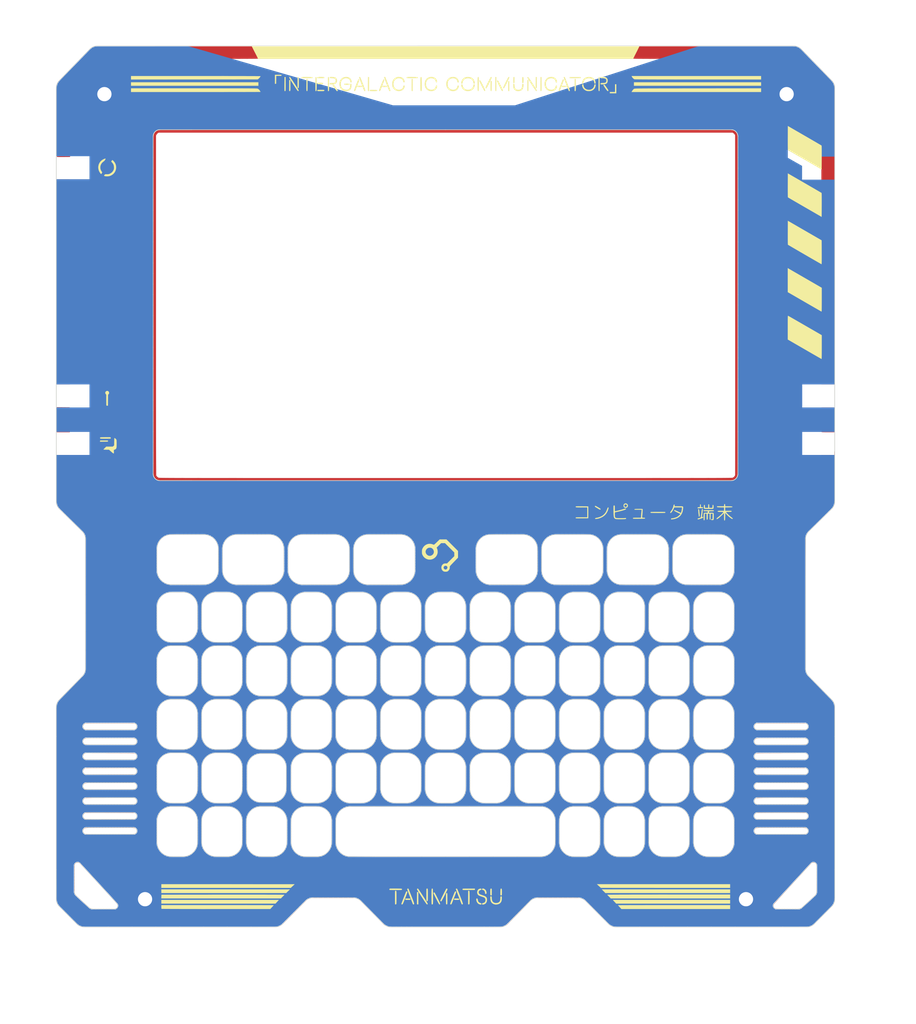
<source format=kicad_pcb>
(kicad_pcb (version 20241229) (generator "pcbnew") (generator_version "9.0")
  (layers (0 "F.Cu" signal) (2 "B.Cu" signal) (13 "F.Paste" user) (15 "B.Paste" user) (5 "F.SilkS" user "F.Silkscreen") (7 "B.SilkS" user "B.Silkscreen") (1 "F.Mask" user) (3 "B.Mask" user) (25 "Edge.Cuts" user))
  (net 0 "")
  (net 1 "GND")
  (footprint "design:MountingHole_2.1mm_pad" (layer "F.Cu") (at -50.35 -57.85)
    (property "Reference" "H1" (hide yes))
    (property "Value" "Mounting hole" (hide yes))
    (pad "1" thru_hole circle (at 0 0) (size 3 3) (drill 2.1) (layers "*.Cu" "*.Mask") (net 1 "GND"))
  )
  (footprint "design:MountingHole_2.1mm_pad" (layer "F.Cu") (at 50.35 -57.85 90)
    (property "Reference" "H2" (hide yes))
    (property "Value" "Mounting hole" (hide yes))
    (pad "1" thru_hole circle (at 0 0 90) (size 3 3) (drill 2.1) (layers "*.Cu" "*.Mask") (net 1 "GND"))
  )
  (footprint "design:MountingHole_2.1mm_pad" (layer "F.Cu") (at 44.35 60.85)
    (property "Reference" "H4" (hide yes))
    (property "Value" "Mounting hole" (hide yes))
    (pad "1" thru_hole circle (at 0 0) (size 3 3) (drill 2.1) (layers "*.Cu" "*.Mask") (net 1 "GND"))
  )
  (footprint "design:frontpanel_cyberdeck" (layer "F.Cu") (at 0 0)
    (property "Reference" "N1" (hide yes))
    (property "Value" "Board" (hide yes))
    (fp_poly (pts (xy -56.427688 -11.676535) (xy -55.483125 -11.668125) (xy -55.47493 -9.834563) (xy -55.466735 -8.001) (xy -57.37225 -8.001) (xy -57.37225 -11.684945) (xy -56.427688 -11.676535)) (stroke (width 0.01)) (fill yes) (layer "F.Cu"))
    (fp_poly (pts (xy -55.475155 -30.170438) (xy -55.467184 -15.08125) (xy -57.372317 -15.08125) (xy -57.364346 -30.170438) (xy -57.356375 -45.259625) (xy -55.483125 -45.259625) (xy -55.475155 -30.170438)) (stroke (width 0.01)) (fill yes) (layer "F.Cu"))
    (fp_poly (pts (xy 50.050787 -6.752347) (xy 50.128636 -6.717979) (xy 50.162174 -6.654911) (xy 50.165 -6.619875) (xy 50.147198 -6.543748) (xy 50.088391 -6.498252) (xy 49.980473 -6.478652) (xy 49.920525 -6.477) (xy 49.75225 -6.477) (xy 49.75225 -6.76275) (xy 49.920525 -6.76275) (xy 50.050787 -6.752347)) (stroke (width 0.01)) (fill yes) (layer "F.Cu"))
    (fp_poly (pts (xy 50.089314 -6.209845) (xy 50.183238 -6.169245) (xy 50.225393 -6.0995) (xy 50.2285 -6.066903) (xy 50.200108 -5.985034) (xy 50.116764 -5.931176) (xy 49.981216 -5.906828) (xy 49.932312 -5.9055) (xy 49.75225 -5.9055) (xy 49.75225 -6.223) (xy 49.940482 -6.223) (xy 50.089314 -6.209845)) (stroke (width 0.01)) (fill yes) (layer "F.Cu"))
    (fp_poly (pts (xy 57.404 -8.001) (xy 56.472666 -8.001) (xy 56.235565 -8.001696) (xy 56.019284 -8.003662) (xy 55.83191 -8.006719) (xy 55.681532 -8.010687) (xy 55.576238 -8.015387) (xy 55.524114 -8.020639) (xy 55.520166 -8.022167) (xy 55.516268 -8.056955) (xy 55.512602 -8.149516) (xy 55.509235 -8.294122) (xy 55.506232 -8.485048) (xy 55.503662 -8.716565) (xy 55.501589 -8.982947) (xy 55.500081 -9.278468) (xy 55.499204 -9.597399) (xy 55.499 -9.847792) (xy 55.499 -11.65225) (xy 57.404 -11.65225) (xy 57.404 -8.001)) (stroke (width 0.01)) (fill yes) (layer "F.Cu"))
    (fp_poly (pts (xy 49.973766 -13.688093) (xy 50.001011 -13.614625) (xy 50.034764 -13.51098) (xy 50.037624 -13.501688) (xy 50.073086 -13.386011) (xy 50.102845 -13.289002) (xy 50.120415 -13.231813) (xy 50.122337 -13.200205) (xy 50.094488 -13.183402) (xy 50.02386 -13.176973) (xy 49.957367 -13.17625) (xy 49.853176 -13.179724) (xy 49.801743 -13.192003) (xy 49.792611 -13.215875) (xy 49.793927 -13.219825) (xy 49.810797 -13.270316) (xy 49.839637 -13.362676) (xy 49.87451 -13.477852) (xy 49.878043 -13.4897) (xy 49.912076 -13.598461) (xy 49.940291 -13.678633) (xy 49.957339 -13.7152) (xy 49.958693 -13.716) (xy 49.973766 -13.688093)) (stroke (width 0.01)) (fill yes) (layer "F.Cu"))
    (fp_poly (pts (xy -49.334141 -14.429307) (xy -49.285701 -14.390688) (xy -49.177539 -14.213336) (xy -49.107825 -14.00669) (xy -49.085811 -13.818168) (xy -49.099528 -13.659695) (xy -49.137294 -13.510459) (xy -49.193281 -13.379123) (xy -49.261664 -13.274352) (xy -49.336615 -13.204808) (xy -49.412308 -13.179156) (xy -49.482916 -13.20606) (xy -49.4919 -13.21435) (xy -49.521524 -13.257156) (xy -49.523995 -13.310223) (xy -49.496491 -13.387306) (xy -49.436191 -13.50216) (xy -49.430934 -13.511498) (xy -49.37428 -13.62128) (xy -49.347187 -13.708529) (xy -49.342495 -13.802515) (xy -49.346075 -13.858356) (xy -49.390029 -14.052405) (xy -49.445142 -14.157909) (xy -49.506388 -14.261715) (xy -49.52698 -14.333472) (xy -49.509599 -14.38754) (xy -49.491901 -14.40815) (xy -49.417225 -14.443663) (xy -49.334141 -14.429307)) (stroke (width 0.01)) (fill yes) (layer "F.Cu"))
    (fp_poly (pts (xy -50.455685 -14.440132) (xy -50.388452 -14.414743) (xy -50.364503 -14.356183) (xy -50.383752 -14.259995) (xy -50.446109 -14.121724) (xy -50.449321 -14.115593) (xy -50.50088 -14.000719) (xy -50.535935 -13.890317) (xy -50.546 -13.822882) (xy -50.527405 -13.695028) (xy -50.479663 -13.558093) (xy -50.414847 -13.444759) (xy -50.399535 -13.426283) (xy -50.366313 -13.354955) (xy -50.361058 -13.282246) (xy -50.383502 -13.212295) (xy -50.440294 -13.184382) (xy -50.452407 -13.182685) (xy -50.540455 -13.198344) (xy -50.583645 -13.23031) (xy -50.671274 -13.362008) (xy -50.742459 -13.529072) (xy -50.786022 -13.703584) (xy -50.791758 -13.750086) (xy -50.789823 -13.908245) (xy -50.759791 -14.065042) (xy -50.707454 -14.208585) (xy -50.638605 -14.326981) (xy -50.559035 -14.408339) (xy -50.474535 -14.440766) (xy -50.455685 -14.440132)) (stroke (width 0.01)) (fill yes) (layer "F.Cu"))
    (fp_poly (pts (xy -50.787637 -14.800918) (xy -50.7746 -14.78915) (xy -50.74376 -14.743083) (xy -50.745211 -14.688143) (xy -50.782687 -14.611997) (xy -50.859919 -14.502313) (xy -50.862415 -14.499004) (xy -51.017022 -14.258729) (xy -51.109589 -14.026812) (xy -51.140277 -13.798823) (xy -51.109245 -13.570329) (xy -51.016653 -13.336902) (xy -50.910598 -13.161303) (xy -50.830473 -13.039597) (xy -50.785738 -12.955998) (xy -50.772618 -12.898629) (xy -50.787337 -12.855614) (xy -50.80635 -12.83335) (xy -50.878483 -12.797508) (xy -50.961204 -12.823993) (xy -51.028355 -12.882563) (xy -51.167204 -13.065049) (xy -51.281316 -13.280752) (xy -51.362116 -13.508946) (xy -51.401026 -13.728903) (xy -51.40325 -13.788611) (xy -51.373043 -14.05031) (xy -51.286138 -14.310706) (xy -51.148117 -14.556085) (xy -51.030774 -14.704207) (xy -50.934302 -14.793263) (xy -50.8551 -14.824888) (xy -50.787637 -14.800918)) (stroke (width 0.01)) (fill yes) (layer "F.Cu"))
    (fp_poly (pts (xy -48.953966 -14.798006) (xy -48.857711 -14.722351) (xy -48.755674 -14.598955) (xy -48.652414 -14.432053) (xy -48.586753 -14.302147) (xy -48.544615 -14.204839) (xy -48.518305 -14.11809) (xy -48.50422 -14.021311) (xy -48.49876 -13.893911) (xy -48.498125 -13.795375) (xy -48.500213 -13.639618) (xy -48.508829 -13.526833) (xy -48.527506 -13.436562) (xy -48.559777 -13.348347) (xy -48.58493 -13.292586) (xy -48.649812 -13.169712) (xy -48.728813 -13.042503) (xy -48.809941 -12.928409) (xy -48.8812 -12.844883) (xy -48.910055 -12.819549) (xy -48.988316 -12.796074) (xy -49.05953 -12.827889) (xy -49.089304 -12.870294) (xy -49.102285 -12.915003) (xy -49.093719 -12.96334) (xy -49.057629 -13.029907) (xy -48.988037 -13.129307) (xy -48.977286 -13.14395) (xy -48.836609 -13.38131) (xy -48.758756 -13.623463) (xy -48.743583 -13.867018) (xy -48.790945 -14.108581) (xy -48.900694 -14.344763) (xy -49.0368 -14.531638) (xy -49.113923 -14.632141) (xy -49.144915 -14.704816) (xy -49.133198 -14.761546) (xy -49.1109 -14.78915) (xy -49.039882 -14.821684) (xy -48.953966 -14.798006)) (stroke (width 0.01)) (fill yes) (layer "F.Cu"))
    (fp_poly (pts (xy -49.238719 -48.446567) (xy -49.17278 -48.442055) (xy -49.142345 -48.431908) (xy -49.138092 -48.414919) (xy -49.147096 -48.395899) (xy -49.175733 -48.351599) (xy -49.233767 -48.265221) (xy -49.314355 -48.146831) (xy -49.410657 -48.006493) (xy -49.482216 -47.902813) (xy -49.784228 -47.46625) (xy -49.466614 -47.46625) (xy -49.333308 -47.464596) (xy -49.22755 -47.460133) (xy -49.162778 -47.453618) (xy -49.149 -47.448438) (xy -49.16969 -47.421268) (xy -49.228066 -47.353622) (xy -49.318593 -47.251539) (xy -49.435732 -47.121062) (xy -49.573945 -46.96823) (xy -49.727697 -46.799085) (xy -49.891448 -46.619667) (xy -50.059663 -46.436017) (xy -50.226803 -46.254176) (xy -50.387331 -46.080185) (xy -50.535709 -45.920084) (xy -50.666401 -45.779915) (xy -50.773869 -45.665718) (xy -50.852575 -45.583534) (xy -50.896983 -45.539404) (xy -50.90428 -45.533578) (xy -50.898733 -45.557118) (xy -50.86734 -45.629526) (xy -50.813656 -45.74339) (xy -50.74124 -45.891296) (xy -50.653647 -46.065831) (xy -50.576809 -46.216203) (xy -50.476744 -46.409699) (xy -50.38527 -46.584901) (xy -50.306678 -46.733723) (xy -50.245261 -46.848079) (xy -50.205312 -46.919883) (xy -50.192167 -46.940788) (xy -50.168331 -46.979274) (xy -50.185069 -47.003771) (xy -50.249428 -47.016983) (xy -50.368452 -47.021615) (xy -50.403125 -47.02175) (xy -50.516757 -47.024663) (xy -50.600577 -47.032368) (xy -50.639168 -47.043317) (xy -50.640119 -47.045563) (xy -50.625513 -47.079118) (xy -50.585075 -47.160731) (xy -50.522892 -47.282451) (xy -50.443053 -47.436326) (xy -50.349646 -47.614405) (xy -50.276894 -47.752) (xy -49.914801 -48.434625) (xy -49.514395 -48.443524) (xy -49.349483 -48.446654) (xy -49.238719 -48.446567)) (stroke (width 0.01)) (fill yes) (layer "F.Cu"))
    (fp_poly (pts (xy 50.753845 -14.823451) (xy 50.927426 -14.818994) (xy 51.061724 -14.810538) (xy 51.16279 -14.79724) (xy 51.236679 -14.778261) (xy 51.289444 -14.752758) (xy 51.327136 -14.719891) (xy 51.355811 -14.678819) (xy 51.381521 -14.6287) (xy 51.385702 -14.619916) (xy 51.400128 -14.557185) (xy 51.412373 -14.440386) (xy 51.422433 -14.278517) (xy 51.430304 -14.08058) (xy 51.435983 -13.855576) (xy 51.439464 -13.612504) (xy 51.440744 -13.360364) (xy 51.439819 -13.108159) (xy 51.436685 -12.864888) (xy 51.431337 -12.639551) (xy 51.423772 -12.44115) (xy 51.413986 -12.278684) (xy 51.401975 -12.161154) (xy 51.387734 -12.097561) (xy 51.386837 -12.095711) (xy 51.361544 -12.049531) (xy 51.333893 -12.011538) (xy 51.297822 -11.980934) (xy 51.247267 -11.956919) (xy 51.176166 -11.938697) (xy 51.078454 -11.925466) (xy 50.94807 -11.91643) (xy 50.778949 -11.910789) (xy 50.56503 -11.907745) (xy 50.300248 -11.906498) (xy 49.978541 -11.906251) (xy 49.948608 -11.90625) (xy 49.640461 -11.906334) (xy 49.38942 -11.906811) (xy 49.189089 -11.908022) (xy 49.033073 -11.910309) (xy 48.914977 -11.914012) (xy 48.828406 -11.919473) (xy 48.766967 -11.927031) (xy 48.724262 -11.937028) (xy 48.693898 -11.949805) (xy 48.66948 -11.965703) (xy 48.657309 -11.975081) (xy 48.61255 -12.012669) (xy 48.576141 -12.052421) (xy 48.547224 -12.100971) (xy 48.52494 -12.164955) (xy 48.508429 -12.251007) (xy 48.496834 -12.365762) (xy 48.489295 -12.515854) (xy 48.484954 -12.707918) (xy 48.484954 -12.707938) (xy 49.220377 -12.707938) (xy 49.230472 -12.685283) (xy 49.286924 -12.672614) (xy 49.397711 -12.668288) (xy 49.413015 -12.66825) (xy 49.620325 -12.66825) (xy 49.657 -12.779375) (xy 49.693674 -12.8905) (xy 50.223575 -12.8905) (xy 50.26025 -12.779375) (xy 50.296924 -12.66825) (xy 50.500837 -12.66825) (xy 50.60523 -12.672155) (xy 50.678756 -12.682362) (xy 50.70475 -12.695762) (xy 50.69402 -12.732272) (xy 50.66397 -12.819271) (xy 50.617803 -12.947879) (xy 50.558726 -13.109215) (xy 50.489944 -13.294399) (xy 50.455485 -13.386325) (xy 50.206221 -14.049375) (xy 49.967921 -14.058566) (xy 49.729622 -14.067757) (xy 49.482335 -13.407691) (xy 49.409711 -13.213819) (xy 49.344186 -13.038853) (xy 49.289182 -12.891933) (xy 49.248117 -12.782198) (xy 49.224415 -12.718785) (xy 49.220377 -12.707938) (xy 48.484954 -12.707938) (xy 48.482951 -12.948589) (xy 48.482427 -13.244501) (xy 48.482427 -13.326043) (xy 48.483397 -13.598284) (xy 48.48608 -13.849342) (xy 48.490272 -14.071542) (xy 48.495767 -14.257208) (xy 48.502362 -14.398665) (xy 48.509852 -14.488237) (xy 48.513976 -14.511555) (xy 48.558627 -14.608712) (xy 48.628406 -14.703216) (xy 48.64285 -14.71793) (xy 48.740352 -14.811375) (xy 49.936863 -14.821234) (xy 50.264616 -14.82373) (xy 50.534926 -14.824749) (xy 50.753845 -14.823451)) (stroke (width 0.01)) (fill yes) (layer "F.Cu"))
    (fp_poly (pts (xy 49.680679 -7.811641) (xy 49.97238 -7.8105) (xy 50.291438 -7.810178) (xy 50.553335 -7.808616) (xy 50.764411 -7.804924) (xy 50.931003 -7.798211) (xy 51.059452 -7.787587) (xy 51.156095 -7.772159) (xy 51.227272 -7.751038) (xy 51.279321 -7.723332) (xy 51.31858 -7.688152) (xy 51.351389 -7.644604) (xy 51.370686 -7.613974) (xy 51.387305 -7.584155) (xy 51.400774 -7.550357) (xy 51.411418 -7.505992) (xy 51.419567 -7.444473) (xy 51.425548 -7.359214) (xy 51.429689 -7.243628) (xy 51.432319 -7.091129) (xy 51.433765 -6.89513) (xy 51.434354 -6.649043) (xy 51.434416 -6.346283) (xy 51.434413 -6.334125) (xy 51.434197 -6.015972) (xy 51.433194 -5.754975) (xy 51.430557 -5.544792) (xy 51.425442 -5.37908) (xy 51.417003 -5.251495) (xy 51.404395 -5.155695) (xy 51.386772 -5.085336) (xy 51.363288 -5.034075) (xy 51.333099 -4.995569) (xy 51.295358 -4.963475) (xy 51.249221 -4.931449) (xy 51.247279 -4.930141) (xy 51.218451 -4.911466) (xy 51.188611 -4.896316) (xy 51.151198 -4.884321) (xy 51.099652 -4.875113) (xy 51.027413 -4.868324) (xy 50.927921 -4.863585) (xy 50.794615 -4.860528) (xy 50.620935 -4.858784) (xy 50.400321 -4.857985) (xy 50.126213 -4.857761) (xy 49.958625 -4.85775) (xy 49.653808 -4.857818) (xy 49.405929 -4.858265) (xy 49.208427 -4.859462) (xy 49.054738 -4.861779) (xy 48.938302 -4.865585) (xy 48.852556 -4.87125) (xy 48.790938 -4.879143) (xy 48.746886 -4.889633) (xy 48.713839 -4.903091) (xy 48.685233 -4.919886) (xy 48.669507 -4.930349) (xy 48.622348 -4.964609) (xy 48.583694 -5.002017) (xy 48.552766 -5.048834) (xy 48.528784 -5.111319) (xy 48.510968 -5.195733) (xy 48.498537 -5.308335) (xy 48.49071 -5.455386) (xy 48.487207 -5.61975) (xy 49.3395 -5.61975) (xy 49.750687 -5.61975) (xy 49.922646 -5.622397) (xy 50.086974 -5.629604) (xy 50.225058 -5.64027) (xy 50.318285 -5.653295) (xy 50.318351 -5.653309) (xy 50.468078 -5.705491) (xy 50.566658 -5.790913) (xy 50.62103 -5.917164) (xy 50.633835 -5.998257) (xy 50.639016 -6.098573) (xy 50.624164 -6.164579) (xy 50.580257 -6.224504) (xy 50.552341 -6.253293) (xy 50.481212 -6.313475) (xy 50.419986 -6.347305) (xy 50.405567 -6.35) (xy 50.361771 -6.366412) (xy 50.3555 -6.38175) (xy 50.381047 -6.4103) (xy 50.40082 -6.4135) (xy 50.450192 -6.43661) (xy 50.508362 -6.492685) (xy 50.511945 -6.497157) (xy 50.568274 -6.61522) (xy 50.571489 -6.743612) (xy 50.525502 -6.864727) (xy 50.434225 -6.960961) (xy 50.404881 -6.979017) (xy 50.349031 -7.001282) (xy 50.268528 -7.017792) (xy 50.15317 -7.029668) (xy 49.992754 -7.038033) (xy 49.823687 -7.042985) (xy 49.3395 -7.0542) (xy 49.3395 -5.61975) (xy 48.487207 -5.61975) (xy 48.486708 -5.643145) (xy 48.485751 -5.877872) (xy 48.487057 -6.165829) (xy 48.48872 -6.380793) (xy 48.489972 -6.715271) (xy 48.491219 -6.993426) (xy 48.497814 -7.220415) (xy 48.515107 -7.401394) (xy 48.548448 -7.54152) (xy 48.603189 -7.645949) (xy 48.68468 -7.719837) (xy 48.798273 -7.768341) (xy 48.949318 -7.796617) (xy 49.143167 -7.809821) (xy 49.385171 -7.81311) (xy 49.680679 -7.811641)) (stroke (width 0.01)) (fill yes) (layer "F.Cu"))
    (fp_poly (pts (xy -49.908047 -7.810068) (xy -49.669744 -7.805627) (xy -49.482583 -7.792253) (xy -49.340388 -7.76507) (xy -49.236983 -7.719202) (xy -49.166191 -7.649774) (xy -49.121836 -7.55191) (xy -49.097741 -7.420735) (xy -49.087732 -7.251373) (xy -49.08563 -7.038948) (xy -49.085619 -6.927861) (xy -49.087442 -6.670431) (xy -49.096876 -6.469313) (xy -49.119692 -6.317346) (xy -49.161661 -6.207368) (xy -49.228554 -6.132218) (xy -49.326143 -6.084734) (xy -49.460197 -6.057757) (xy -49.63649 -6.044123) (xy -49.802512 -6.038273) (xy -50.217898 -6.026526) (xy -50.530832 -5.759638) (xy -50.649286 -5.659821) (xy -50.750277 -5.57699) (xy -50.824148 -5.518901) (xy -50.861241 -5.493311) (xy -50.863158 -5.49275) (xy -50.900011 -5.51222) (xy -50.917433 -5.527633) (xy -50.93555 -5.582359) (xy -50.940485 -5.693545) (xy -50.935451 -5.808573) (xy -50.918586 -6.05463) (xy -51.020104 -6.074934) (xy -51.147642 -6.130746) (xy -51.249962 -6.233834) (xy -51.313619 -6.369075) (xy -51.323568 -6.416276) (xy -51.330381 -6.498199) (xy -51.334814 -6.628035) (xy -51.335655 -6.704542) (xy -50.95875 -6.704542) (xy -50.948385 -6.644172) (xy -50.937584 -6.625167) (xy -50.899546 -6.617508) (xy -50.811345 -6.611582) (xy -50.686294 -6.607415) (xy -50.537707 -6.605029) (xy -50.378898 -6.60445) (xy -50.223179 -6.605702) (xy -50.083865 -6.608808) (xy -49.974269 -6.613794) (xy -49.907704 -6.620683) (xy -49.897722 -6.623272) (xy -49.855351 -6.667468) (xy -49.8475 -6.702647) (xy -49.850992 -6.7243) (xy -49.867275 -6.740027) (xy -49.905061 -6.750769) (xy -49.973061 -6.75747) (xy -50.079986 -6.761071) (xy -50.234548 -6.762515) (xy -50.403125 -6.76275) (xy -50.603493 -6.762335) (xy -50.749048 -6.760483) (xy -50.848475 -6.756284) (xy -50.910458 -6.748829) (xy -50.943683 -6.737207) (xy -50.956835 -6.720508) (xy -50.95875 -6.704542) (xy -51.335655 -6.704542) (xy -51.336599 -6.790233) (xy -51.335471 -6.969241) (xy -51.334225 -7.03836) (xy -51.331137 -7.15768) (xy -50.953415 -7.15768) (xy -50.947863 -7.129423) (xy -50.935393 -7.113302) (xy -50.906961 -7.101222) (xy -50.854991 -7.092765) (xy -50.771905 -7.087514) (xy -50.650126 -7.08505) (xy -50.482076 -7.084956) (xy -50.260178 -7.086814) (xy -50.189584 -7.087601) (xy -49.954621 -7.090515) (xy -49.775569 -7.093625) (xy -49.644845 -7.097671) (xy -49.554862 -7.103393) (xy -49.498034 -7.111528) (xy -49.466778 -7.122818) (xy -49.453506 -7.138) (xy -49.450633 -7.157815) (xy -49.450625 -7.159625) (xy -49.45302 -7.179977) (xy -49.465299 -7.195572) (xy -49.495104 -7.207168) (xy -49.550076 -7.215521) (xy -49.637857 -7.221387) (xy -49.766089 -7.225522) (xy -49.942413 -7.228682) (xy -50.17447 -7.231624) (xy -50.178677 -7.231674) (xy -50.410499 -7.233085) (xy -50.608841 -7.23167) (xy -50.766646 -7.227632) (xy -50.87686 -7.221172) (xy -50.932426 -7.212492) (xy -50.936956 -7.209995) (xy -50.953415 -7.15768) (xy -51.331137 -7.15768) (xy -51.32933 -7.227448) (xy -51.323044 -7.364324) (xy -51.313866 -7.460276) (xy -51.300292 -7.526591) (xy -51.280818 -7.574558) (xy -51.258119 -7.60986) (xy -51.211436 -7.668548) (xy -51.162303 -7.714559) (xy -51.102668 -7.749425) (xy -51.024476 -7.774679) (xy -50.919673 -7.791853) (xy -50.780207 -7.802478) (xy -50.598024 -7.808087) (xy -50.36507 -7.810212) (xy -50.203668 -7.810451) (xy -49.908047 -7.810068)) (stroke (width 0.01)) (fill yes) (layer "F.Cu"))
    (fp_poly (pts (xy 0.236342 9.039665) (xy 0.396427 9.132479) (xy 0.46121 9.190789) (xy 0.580157 9.345656) (xy 0.638317 9.51438) (xy 0.637192 9.702659) (xy 0.619025 9.790395) (xy 0.547507 9.95218) (xy 0.431274 10.086973) (xy 0.283705 10.185897) (xy 0.118179 10.240072) (xy -0.051924 10.240622) (xy -0.057872 10.239547) (xy -0.093647 10.234244) (xy -0.127263 10.236313) (xy -0.16503 10.250797) (xy -0.213255 10.282737) (xy -0.278247 10.337177) (xy -0.366316 10.419159) (xy -0.483768 10.533725) (xy -0.636913 10.685917) (xy -0.719567 10.768434) (xy -1.27 11.318194) (xy -1.27 11.859166) (xy 0.111654 13.23975) (xy 0.683759 13.23975) (xy 1.0123 12.910087) (xy 1.34084 12.580425) (xy 1.270265 12.39415) (xy 1.204566 12.135264) (xy 1.200281 11.947658) (xy 1.747153 11.947658) (xy 1.766624 12.113553) (xy 1.827023 12.268003) (xy 1.924926 12.400897) (xy 2.056909 12.50212) (xy 2.219547 12.561558) (xy 2.337774 12.573) (xy 2.453278 12.566448) (xy 2.556993 12.54983) (xy 2.593495 12.53923) (xy 2.731282 12.456637) (xy 2.850166 12.329175) (xy 2.937635 12.175151) (xy 2.981182 12.012872) (xy 2.983802 11.968046) (xy 2.969707 11.875283) (xy 2.932829 11.759857) (xy 2.902055 11.689773) (xy 2.793497 11.535618) (xy 2.650482 11.425226) (xy 2.485176 11.361299) (xy 2.309747 11.346539) (xy 2.13636 11.383647) (xy 1.977183 11.475327) (xy 1.968551 11.482453) (xy 1.844692 11.621995) (xy 1.772035 11.780435) (xy 1.747153 11.947658) (xy 1.200281 11.947658) (xy 1.198578 11.873132) (xy 1.250392 11.617879) (xy 1.358094 11.37963) (xy 1.496977 11.192746) (xy 1.698381 11.015095) (xy 1.92168 10.892068) (xy 2.158647 10.822387) (xy 2.401054 10.804776) (xy 2.640673 10.837957) (xy 2.869276 10.920655) (xy 3.078635 11.051592) (xy 3.260522 11.229492) (xy 3.406709 11.453077) (xy 3.425789 11.492051) (xy 3.466609 11.588495) (xy 3.491488 11.678799) (xy 3.504126 11.784377) (xy 3.508226 11.926647) (xy 3.508351 11.96975) (xy 3.497278 12.189145) (xy 3.459427 12.368864) (xy 3.387794 12.529576) (xy 3.275373 12.691947) (xy 3.255004 12.717179) (xy 3.073005 12.891946) (xy 2.856735 13.021559) (xy 2.61792 13.103263) (xy 2.368288 13.134298) (xy 2.119567 13.111909) (xy 1.892443 13.037551) (xy 1.730375 12.962344) (xy 0.899609 13.7795) (xy -0.10549 13.7795) (xy -0.957732 12.930187) (xy -1.809975 12.080875) (xy -1.809339 11.096625) (xy -1.188784 10.454739) (xy -1.007173 10.266593) (xy -0.865167 10.118165) (xy -0.758109 10.003647) (xy -0.68134 9.917226) (xy -0.630203 9.853094) (xy -0.600038 9.805438) (xy -0.586187 9.768448) (xy -0.583993 9.736315) (xy -0.588325 9.705732) (xy -0.588684 9.648472) (xy -0.256367 9.648472) (xy -0.225341 9.761415) (xy -0.176069 9.828068) (xy -0.083477 9.884257) (xy 0.031578 9.906519) (xy 0.141719 9.892094) (xy 0.193251 9.865302) (xy 0.272935 9.768968) (xy 0.314613 9.644712) (xy 0.3175 9.604019) (xy 0.289079 9.506507) (xy 0.216128 9.417895) (xy 0.117113 9.355063) (xy 0.022646 9.3345) (xy -0.09527 9.361763) (xy -0.18518 9.433366) (xy -0.240929 9.53403) (xy -0.256367 9.648472) (xy -0.588684 9.648472) (xy -0.589377 9.538239) (xy -0.53679 9.373967) (xy -0.439589 9.226409) (xy -0.306798 9.109058) (xy -0.14744 9.035408) (xy -0.138396 9.032974) (xy 0.059967 9.006997) (xy 0.236342 9.039665)) (stroke (width 0.01)) (fill yes) (layer "F.Cu"))
    (fp_poly (pts (xy -46.345879 -64.971258) (xy -45.689641 -64.970997) (xy -44.980484 -64.970613) (xy -44.216296 -64.970115) (xy -43.394967 -64.969513) (xy -42.514385 -64.968816) (xy -41.57244 -64.968036) (xy -41.56075 -64.968026) (xy -40.752381 -64.967287) (xy -39.951396 -64.96644) (xy -39.160721 -64.965492) (xy -38.38328 -64.96445) (xy -37.621999 -64.963321) (xy -36.879803 -64.962112) (xy -36.159618 -64.96083) (xy -35.464367 -64.959483) (xy -34.796977 -64.958076) (xy -34.160372 -64.956618) (xy -33.557477 -64.955115) (xy -32.991218 -64.953574) (xy -32.464519 -64.952003) (xy -31.980306 -64.950408) (xy -31.541504 -64.948796) (xy -31.151038 -64.947175) (xy -30.811833 -64.945552) (xy -30.526814 -64.943933) (xy -30.298906 -64.942326) (xy -30.131034 -64.940738) (xy -30.106899 -64.940448) (xy -28.574923 -64.921218) (xy -28.114587 -64.024338) (xy -28.001987 -63.803863) (xy -27.899358 -63.600803) (xy -27.810181 -63.422214) (xy -27.737938 -63.275151) (xy -27.686109 -63.166668) (xy -27.658176 -63.10382) (xy -27.65425 -63.091479) (xy -27.671288 -63.087837) (xy -27.723334 -63.084419) (xy -27.81179 -63.081221) (xy -27.938055 -63.078239) (xy -28.10353 -63.075466) (xy -28.309617 -63.072898) (xy -28.557715 -63.07053) (xy -28.849224 -63.068357) (xy -29.185547 -63.066373) (xy -29.568082 -63.064574) (xy -29.998231 -63.062954) (xy -30.477394 -63.061509) (xy -31.006972 -63.060232) (xy -31.588365 -63.05912) (xy -32.222974 -63.058168) (xy -32.9122 -63.057369) (xy -33.657442 -63.056719) (xy -34.460101 -63.056213) (xy -35.321579 -63.055846) (xy -36.243275 -63.055612) (xy -37.22659 -63.055508) (xy -37.578213 -63.0555) (xy -38.658203 -63.055404) (xy -39.674962 -63.055113) (xy -40.628757 -63.054627) (xy -41.519855 -63.053945) (xy -42.348524 -63.053067) (xy -43.115032 -63.051991) (xy -43.819646 -63.050716) (xy -44.462635 -63.049242) (xy -45.044266 -63.047568) (xy -45.564807 -63.045693) (xy -46.024525 -63.043616) (xy -46.423689 -63.041336) (xy -46.762565 -63.038853) (xy -47.041422 -63.036165) (xy -47.260528 -63.033271) (xy -47.42015 -63.030171) (xy -47.520555 -63.026864) (xy -47.562012 -63.023349) (xy -47.56286 -63.023023) (xy -47.586107 -63.010561) (xy -47.606661 -62.99704) (xy -47.62471 -62.978675) (xy -47.640439 -62.951678) (xy -47.654036 -62.912264) (xy -47.665688 -62.856645) (xy -47.675581 -62.781036) (xy -47.683902 -62.681649) (xy -47.690838 -62.554699) (xy -47.696577 -62.396399) (xy -47.701304 -62.202963) (xy -47.705206 -61.970603) (xy -47.70847 -61.695534) (xy -47.711284 -61.37397) (xy -47.713834 -61.002122) (xy -47.716306 -60.576206) (xy -47.718888 -60.092435) (xy -47.72025 -59.832875) (xy -47.736125 -56.816625) (xy -47.84281 -56.56928) (xy -48.005306 -56.246599) (xy -48.196458 -55.9611) (xy -48.410147 -55.720209) (xy -48.640256 -55.53135) (xy -48.756586 -55.460358) (xy -48.811766 -55.430351) (xy -48.862723 -55.403804) (xy -48.913501 -55.380504) (xy -48.968143 -55.360241) (xy -49.030693 -55.342802) (xy -49.105195 -55.327975) (xy -49.195692 -55.315548) (xy -49.306229 -55.305311) (xy -49.440849 -55.297051) (xy -49.603595 -55.290557) (xy -49.798512 -55.285616) (xy -50.029643 -55.282017) (xy -50.301031 -55.279548) (xy -50.616721 -55.277998) (xy -50.980757 -55.277155) (xy -51.397181 -55.276806) (xy -51.870038 -55.276741) (xy -52.262889 -55.27675) (xy -52.764028 -55.276733) (xy -53.205561 -55.276625) (xy -53.591386 -55.276342) (xy -53.925397 -55.2758) (xy -54.211489 -55.274917) (xy -54.453559 -55.273608) (xy -54.6555 -55.27179) (xy -54.82121 -55.269378) (xy -54.954583 -55.26629) (xy -55.059515 -55.262441) (xy -55.1399 -55.257748) (xy -55.199635 -55.252128) (xy -55.242615 -55.245495) (xy -55.272736 -55.237767) (xy -55.293891 -55.228861) (xy -55.309978 -55.218691) (xy -55.319946 -55.211063) (xy -55.403454 -55.145375) (xy -55.41154 -51.869375) (xy -55.419625 -48.593375) (xy -56.377903 -48.584976) (xy -56.618188 -48.583699) (xy -56.837465 -48.584126) (xy -57.027825 -48.586115) (xy -57.18136 -48.589523) (xy -57.29016 -48.594208) (xy -57.346316 -48.600029) (xy -57.352175 -48.602454) (xy -57.354165 -48.636528) (xy -57.356544 -48.730744) (xy -57.359279 -48.881746) (xy -57.362335 -49.086178) (xy -57.365676 -49.340682) (xy -57.369267 -49.641903) (xy -57.373074 -49.986484) (xy -57.377061 -50.371069) (xy -57.381194 -50.792301) (xy -57.385437 -51.246824) (xy -57.389755 -51.731281) (xy -57.394114 -52.242317) (xy -57.398478 -52.776574) (xy -57.402812 -53.330697) (xy -57.406255 -53.788791) (xy -57.411186 -54.460521) (xy -57.415596 -55.071718) (xy -57.419475 -55.625345) (xy -57.422815 -56.124367) (xy -57.425604 -56.571748) (xy -57.427834 -56.970452) (xy -57.429495 -57.323444) (xy -57.430578 -57.633687) (xy -57.431073 -57.904147) (xy -57.43097 -58.137786) (xy -57.430261 -58.33757) (xy -57.428934 -58.506462) (xy -57.426982 -58.647427) (xy -57.424394 -58.76343) (xy -57.421161 -58.857433) (xy -57.417273 -58.932402) (xy -57.41272 -58.991301) (xy -57.407494 -59.037094) (xy -57.401585 -59.072745) (xy -57.394982 -59.101219) (xy -57.389077 -59.121187) (xy -57.334389 -59.267744) (xy -57.263289 -59.411592) (xy -57.17001 -59.56077) (xy -57.048788 -59.723314) (xy -56.893858 -59.907261) (xy -56.699455 -60.120648) (xy -56.586671 -60.239823) (xy -56.474063 -60.357216) (xy -56.324519 -60.51239) (xy -56.142573 -60.700684) (xy -55.932761 -60.917436) (xy -55.699617 -61.157987) (xy -55.447675 -61.417674) (xy -55.18147 -61.691838) (xy -54.905537 -61.975817) (xy -54.62441 -62.26495) (xy -54.342625 -62.554577) (xy -54.064714 -62.840035) (xy -53.795214 -63.116665) (xy -53.538659 -63.379806) (xy -53.299583 -63.624796) (xy -53.082521 -63.846974) (xy -52.892008 -64.04168) (xy -52.732578 -64.204253) (xy -52.608766 -64.330031) (xy -52.532206 -64.407248) (xy -52.354564 -64.575244) (xy -52.194529 -64.701032) (xy -52.034552 -64.795284) (xy -51.857083 -64.868671) (xy -51.689 -64.92) (xy -51.66726 -64.925354) (xy -51.641155 -64.930354) (xy -51.608573 -64.93501) (xy -51.567404 -64.939332) (xy -51.515536 -64.943329) (xy -51.450858 -64.947013) (xy -51.37126 -64.950392) (xy -51.274631 -64.953477) (xy -51.158858 -64.956277) (xy -51.021832 -64.958804) (xy -50.861441 -64.961066) (xy -50.675575 -64.963075) (xy -50.462121 -64.964839) (xy -50.21897 -64.966369) (xy -49.944009 -64.967675) (xy -49.635129 -64.968767) (xy -49.290218 -64.969655) (xy -48.907164 -64.970349) (xy -48.483857 -64.970859) (xy -48.018187 -64.971195) (xy -47.508041 -64.971366) (xy -46.951308 -64.971384) (xy -46.345879 -64.971258)) (stroke (width 0.01)) (fill yes) (layer "F.Cu"))
    (fp_poly (pts (xy 48.20418 -64.969691) (xy 48.652199 -64.969427) (xy 49.059275 -64.968977) (xy 49.427459 -64.968331) (xy 49.758802 -64.967482) (xy 50.055353 -64.966421) (xy 50.319165 -64.965139) (xy 50.552287 -64.963628) (xy 50.756771 -64.96188) (xy 50.934666 -64.959886) (xy 51.088024 -64.957638) (xy 51.218895 -64.955127) (xy 51.329329 -64.952346) (xy 51.421379 -64.949285) (xy 51.497093 -64.945936) (xy 51.558523 -64.942291) (xy 51.60772 -64.938341) (xy 51.646734 -64.934078) (xy 51.677615 -64.929494) (xy 51.702415 -64.92458) (xy 51.72075 -64.92) (xy 51.934756 -64.851889) (xy 52.115356 -64.769476) (xy 52.281444 -64.661412) (xy 52.451912 -64.516348) (xy 52.548043 -64.423041) (xy 52.627612 -64.342689) (xy 52.746975 -64.221274) (xy 52.901728 -64.063322) (xy 53.087465 -63.873361) (xy 53.299781 -63.65592) (xy 53.534271 -63.415528) (xy 53.78653 -63.156711) (xy 54.052153 -62.883997) (xy 54.326734 -62.601916) (xy 54.60587 -62.314994) (xy 54.885154 -62.027761) (xy 55.160181 -61.744743) (xy 55.426547 -61.470469) (xy 55.679847 -61.209467) (xy 55.915675 -60.966265) (xy 56.129626 -60.745392) (xy 56.317295 -60.551374) (xy 56.474277 -60.38874) (xy 56.596168 -60.262018) (xy 56.60191 -60.25603) (xy 56.819124 -60.02502) (xy 56.99414 -59.827807) (xy 57.13266 -59.656496) (xy 57.240382 -59.503193) (xy 57.323008 -59.360004) (xy 57.386236 -59.219033) (xy 57.420416 -59.122423) (xy 57.426611 -59.100654) (xy 57.432287 -59.073844) (xy 57.43745 -59.039456) (xy 57.442107 -58.994952) (xy 57.446265 -58.937795) (xy 57.449931 -58.865447) (xy 57.453111 -58.775371) (xy 57.455812 -58.665029) (xy 57.45804 -58.531883) (xy 57.459803 -58.373397) (xy 57.461108 -58.187033) (xy 57.46196 -57.970252) (xy 57.462368 -57.720519) (xy 57.462336 -57.435295) (xy 57.461873 -57.112042) (xy 57.460985 -56.748224) (xy 57.459679 -56.341302) (xy 57.457961 -55.88874) (xy 57.455838 -55.387999) (xy 57.453318 -54.836543) (xy 57.450406 -54.231834) (xy 57.447109 -53.571333) (xy 57.443435 -52.852505) (xy 57.439389 -52.07281) (xy 57.439229 -52.042173) (xy 57.436767 -51.534958) (xy 57.43435 -50.967596) (xy 57.431983 -50.34344) (xy 57.429672 -49.665844) (xy 57.427423 -48.93816) (xy 57.42524 -48.163742) (xy 57.42313 -47.345942) (xy 57.421098 -46.488114) (xy 57.419148 -45.593611) (xy 57.417288 -44.665785) (xy 57.415521 -43.707991) (xy 57.413854 -42.723581) (xy 57.412292 -41.715909) (xy 57.410841 -40.688326) (xy 57.409505 -39.644188) (xy 57.40829 -38.586845) (xy 57.407203 -37.519653) (xy 57.406247 -36.445963) (xy 57.405429 -35.36913) (xy 57.404755 -34.292505) (xy 57.404228 -33.219442) (xy 57.403856 -32.153295) (xy 57.403644 -31.097416) (xy 57.403594 -30.106938) (xy 57.404 -15.08125) (xy 55.499 -15.08125) (xy 55.497426 -30.916563) (xy 55.497267 -31.955464) (xy 55.496999 -32.994587) (xy 55.496626 -34.031295) (xy 55.496152 -35.062954) (xy 55.49558 -36.086926) (xy 55.494914 -37.100576) (xy 55.494158 -38.101269) (xy 55.493315 -39.086367) (xy 55.49239 -40.053235) (xy 55.491386 -40.999237) (xy 55.490306 -41.921737) (xy 55.489155 -42.818099) (xy 55.487936 -43.685688) (xy 55.486653 -44.521866) (xy 55.485309 -45.323998) (xy 55.483909 -46.089449) (xy 55.482456 -46.815582) (xy 55.480954 -47.499761) (xy 55.479407 -48.13935) (xy 55.477817 -48.731713) (xy 55.47619 -49.274215) (xy 55.474529 -49.764219) (xy 55.472837 -50.199089) (xy 55.471118 -50.576189) (xy 55.469376 -50.892884) (xy 55.469071 -50.941594) (xy 55.442291 -55.131312) (xy 55.35775 -55.204031) (xy 55.273209 -55.276751) (xy 52.29715 -55.27675) (xy 51.779238 -55.276742) (xy 51.320785 -55.276859) (xy 50.917748 -55.277311) (xy 50.566086 -55.278311) (xy 50.261757 -55.280069) (xy 50.000719 -55.282799) (xy 49.77893 -55.28671) (xy 49.592349 -55.292015) (xy 49.436933 -55.298925) (xy 49.308641 -55.307651) (xy 49.203432 -55.318405) (xy 49.117263 -55.331399) (xy 49.046093 -55.346844) (xy 48.98588 -55.364951) (xy 48.932582 -55.385932) (xy 48.882157 -55.409999) (xy 48.830563 -55.437362) (xy 48.788335 -55.460358) (xy 48.552438 -55.62115) (xy 48.329978 -55.837595) (xy 48.127071 -56.102268) (xy 47.949837 -56.407744) (xy 47.874559 -56.56928) (xy 47.767875 -56.816625) (xy 47.752 -59.832875) (xy 47.74945 -60.265948) (xy 47.746476 -60.681523) (xy 47.743141 -61.075134) (xy 47.739506 -61.442317) (xy 47.735632 -61.778607) (xy 47.73158 -62.079537) (xy 47.727414 -62.340645) (xy 47.723193 -62.557463) (xy 47.71898 -62.725527) (xy 47.714837 -62.840372) (xy 47.710824 -62.897532) (xy 47.709646 -62.902783) (xy 47.663676 -62.960259) (xy 47.607576 -63.005971) (xy 47.596078 -63.010699) (xy 47.575131 -63.015119) (xy 47.542686 -63.019243) (xy 47.496696 -63.02308) (xy 47.435113 -63.02664) (xy 47.355889 -63.029934) (xy 47.256976 -63.032971) (xy 47.136327 -63.035762) (xy 46.991894 -63.038317) (xy 46.821629 -63.040646) (xy 46.623485 -63.04276) (xy 46.395413 -63.044667) (xy 46.135367 -63.046379) (xy 45.841298 -63.047906) (xy 45.511158 -63.049257) (xy 45.1429 -63.050443) (xy 44.734476 -63.051475) (xy 44.283838 -63.052361) (xy 43.788939 -63.053113) (xy 43.24773 -63.05374) (xy 42.658165 -63.054253) (xy 42.018195 -63.054662) (xy 41.325772 -63.054977) (xy 40.578849 -63.055207) (xy 39.775378 -63.055364) (xy 38.913312 -63.055458) (xy 37.990602 -63.055497) (xy 37.608992 -63.0555) (xy 36.635489 -63.055545) (xy 35.723711 -63.055682) (xy 34.871882 -63.05592) (xy 34.078228 -63.056265) (xy 33.340974 -63.056725) (xy 32.658343 -63.057307) (xy 32.028562 -63.058017) (xy 31.449854 -63.058863) (xy 30.920445 -63.059852) (xy 30.43856 -63.060991) (xy 30.002423 -63.062288) (xy 29.610259 -63.063748) (xy 29.260293 -63.06538) (xy 28.95075 -63.06719) (xy 28.679855 -63.069186) (xy 28.445832 -63.071375) (xy 28.246907 -63.073763) (xy 28.081304 -63.076358) (xy 27.947248 -63.079167) (xy 27.842964 -63.082197) (xy 27.766676 -63.085455) (xy 27.716611 -63.088949) (xy 27.690992 -63.092685) (xy 27.686605 -63.095188) (xy 27.700799 -63.132266) (xy 27.740734 -63.218584) (xy 27.802901 -63.347017) (xy 27.883791 -63.510443) (xy 27.979895 -63.701739) (xy 28.087703 -63.913781) (xy 28.144137 -64.023875) (xy 28.601065 -64.912875) (xy 29.564345 -64.932149) (xy 29.671681 -64.933694) (xy 29.839885 -64.935283) (xy 30.066323 -64.936907) (xy 30.348362 -64.93856) (xy 30.683369 -64.940235) (xy 31.068711 -64.941924) (xy 31.501755 -64.94362) (xy 31.979868 -64.945315) (xy 32.500418 -64.947002) (xy 33.060771 -64.948675) (xy 33.658294 -64.950325) (xy 34.290354 -64.951945) (xy 34.954319 -64.953529) (xy 35.647555 -64.955068) (xy 36.36743 -64.956556) (xy 37.11131 -64.957984) (xy 37.876563 -64.959347) (xy 38.660555 -64.960636) (xy 39.460653 -64.961845) (xy 40.274225 -64.962965) (xy 41.021 -64.963899) (xy 41.991231 -64.965041) (xy 42.900014 -64.966081) (xy 43.749398 -64.967009) (xy 44.541434 -64.967818) (xy 45.278173 -64.968499) (xy 45.961665 -64.969044) (xy 46.593961 -64.969444) (xy 47.177112 -64.969691) (xy 47.713168 -64.969776) (xy 48.20418 -64.969691)) (stroke (width 0.01)) (fill yes) (layer "F.Cu"))
    (fp_poly (pts (xy 0.37986 -54.93262) (xy 1.838477 -54.932543) (xy 3.295199 -54.932415) (xy 4.748636 -54.932238) (xy 6.197396 -54.932011) (xy 7.640088 -54.931735) (xy 9.075323 -54.931408) (xy 10.501708 -54.931033) (xy 11.917854 -54.930607) (xy 13.322369 -54.930132) (xy 14.713862 -54.929607) (xy 16.090942 -54.929033) (xy 17.452219 -54.92841) (xy 18.796302 -54.927737) (xy 20.121799 -54.927014) (xy 21.427321 -54.926242) (xy 22.711476 -54.925421) (xy 23.972872 -54.924551) (xy 25.210121 -54.923631) (xy 26.421829 -54.922662) (xy 27.606608 -54.921644) (xy 28.763065 -54.920577) (xy 29.889809 -54.91946) (xy 30.985451 -54.918295) (xy 32.048599 -54.91708) (xy 33.077863 -54.915816) (xy 34.07185 -54.914504) (xy 35.029171 -54.913142) (xy 35.948435 -54.911731) (xy 36.82825 -54.910272) (xy 37.667227 -54.908764) (xy 38.463973 -54.907206) (xy 39.217098 -54.9056) (xy 39.925212 -54.903946) (xy 40.586923 -54.902242) (xy 41.200841 -54.90049) (xy 41.765574 -54.898689) (xy 42.279732 -54.89684) (xy 42.741924 -54.894941) (xy 43.15076 -54.892995) (xy 43.504847 -54.891) (xy 43.802795 -54.888956) (xy 44.043214 -54.886864) (xy 44.224713 -54.884723) (xy 44.3459 -54.882534) (xy 44.405385 -54.880297) (xy 44.41092 -54.879633) (xy 44.686238 -54.78882) (xy 44.924988 -54.651824) (xy 45.115602 -54.487244) (xy 45.310106 -54.248646) (xy 45.45666 -53.978989) (xy 45.54635 -53.697817) (xy 45.549199 -53.678187) (xy 45.551931 -53.6459) (xy 45.554546 -53.59967) (xy 45.557049 -53.538212) (xy 45.559441 -53.46024) (xy 45.561724 -53.364469) (xy 45.563902 -53.249614) (xy 45.565977 -53.11439) (xy 45.56795 -52.957511) (xy 45.569825 -52.777692) (xy 45.571604 -52.573647) (xy 45.573289 -52.344092) (xy 45.574883 -52.08774) (xy 45.576389 -51.803308) (xy 45.577808 -51.489508) (xy 45.579144 -51.145057) (xy 45.580398 -50.768669) (xy 45.581573 -50.359058) (xy 45.582672 -49.914939) (xy 45.583697 -49.435026) (xy 45.58465 -48.918036) (xy 45.585534 -48.362681) (xy 45.586352 -47.767678) (xy 45.587105 -47.13174) (xy 45.587797 -46.453582) (xy 45.588429 -45.731919) (xy 45.589005 -44.965466) (xy 45.589526 -44.152937) (xy 45.589995 -43.293047) (xy 45.590414 -42.384511) (xy 45.590787 -41.426044) (xy 45.591115 -40.416359) (xy 45.5914 -39.354172) (xy 45.591646 -38.238198) (xy 45.591855 -37.067151) (xy 45.592029 -35.839745) (xy 45.59217 -34.554696) (xy 45.592282 -33.210719) (xy 45.592366 -31.806527) (xy 45.592425 -30.340836) (xy 45.592448 -29.498041) (xy 45.593 -5.513207) (xy 46.546931 -4.004654) (xy 47.500863 -2.496101) (xy 47.491494 -1.001988) (xy 47.489259 -0.655216) (xy 47.487091 -0.365936) (xy 47.484693 -0.128142) (xy 47.481767 0.064173) (xy 47.478017 0.217016) (xy 47.473145 0.336393) (xy 47.466854 0.428311) (xy 47.458848 0.498777) (xy 47.448828 0.553796) (xy 47.436499 0.599376) (xy 47.421562 0.641524) (xy 47.408578 0.674228) (xy 47.259296 0.967272) (xy 47.066965 1.217452) (xy 46.83544 1.420775) (xy 46.568577 1.573248) (xy 46.520886 1.593456) (xy 46.339125 1.666875) (xy 0.85725 1.672751) (xy -1.215921 1.673013) (xy -3.226526 1.673255) (xy -5.1755 1.673476) (xy -7.063777 1.673676) (xy -8.892291 1.673853) (xy -10.661978 1.674006) (xy -12.37377 1.674136) (xy -14.028603 1.67424) (xy -15.627411 1.674318) (xy -17.171129 1.67437) (xy -18.66069 1.674394) (xy -20.097029 1.67439) (xy -21.481081 1.674357) (xy -22.813779 1.674294) (xy -24.096059 1.6742) (xy -25.328854 1.674074) (xy -26.513099 1.673916) (xy -27.649729 1.673725) (xy -28.739677 1.6735) (xy -29.783879 1.67324) (xy -30.783267 1.672944) (xy -31.738778 1.672611) (xy -32.651345 1.672241) (xy -33.521902 1.671833) (xy -34.351384 1.671386) (xy -35.140726 1.670899) (xy -35.890861 1.670372) (xy -36.602724 1.669802) (xy -37.27725 1.669191) (xy -37.915372 1.668537) (xy -38.518025 1.667838) (xy -39.086144 1.667095) (xy -39.620663 1.666306) (xy -40.122517 1.665471) (xy -40.592638 1.664588) (xy -41.031963 1.663657) (xy -41.441425 1.662678) (xy -41.821959 1.661649) (xy -42.1745 1.660569) (xy -42.49998 1.659438) (xy -42.799336 1.658254) (xy -43.0735 1.657018) (xy -43.323409 1.655728) (xy -43.549995 1.654383) (xy -43.754193 1.652983) (xy -43.936939 1.651526) (xy -44.099165 1.650012) (xy -44.241807 1.648441) (xy -44.365799 1.64681) (xy -44.472075 1.64512) (xy -44.561569 1.64337) (xy -44.635217 1.641558) (xy -44.693952 1.639684) (xy -44.738708 1.637747) (xy -44.770421 1.635747) (xy -44.790024 1.633682) (xy -44.795928 1.632533) (xy -45.057119 1.530424) (xy -45.295344 1.375042) (xy -45.503508 1.174597) (xy -45.674517 0.937302) (xy -45.801274 0.671366) (xy -45.876686 0.385002) (xy -45.877326 0.381) (xy -45.881585 0.321461) (xy -45.885552 0.198535) (xy -45.889225 0.012334) (xy -45.892605 -0.237031) (xy -45.895691 -0.549447) (xy -45.898482 -0.924803) (xy -45.900978 -1.362987) (xy -45.903179 -1.863886) (xy -45.905083 -2.427389) (xy -45.90669 -3.053385) (xy -45.908001 -3.74176) (xy -45.909013 -4.492403) (xy -45.909728 -5.305203) (xy -45.910144 -6.180046) (xy -45.910261 -6.907181) (xy -45.9105 -13.988986) (xy -46.862992 -15.495556) (xy -47.815484 -17.002125) (xy -47.815492 -30.493467) (xy -47.8155 -43.984808) (xy -45.9105 -46.996804) (xy -45.909949 -50.223965) (xy -45.909856 -50.767053) (xy -45.909647 -51.250542) (xy -45.909132 -51.678331) (xy -45.908987 -51.732452) (xy -42.7355 -51.732452) (xy -42.7355 -26.725543) (xy -42.735469 -25.053019) (xy -42.735374 -23.443435) (xy -42.735215 -21.896232) (xy -42.734991 -20.41085) (xy -42.734702 -18.986729) (xy -42.734346 -17.623311) (xy -42.733922 -16.320035) (xy -42.733431 -15.076341) (xy -42.732871 -13.89167) (xy -42.732242 -12.765463) (xy -42.731543 -11.69716) (xy -42.730772 -10.6862) (xy -42.72993 -9.732026) (xy -42.729016 -8.834076) (xy -42.728028 -7.991792) (xy -42.726966 -7.204613) (xy -42.72583 -6.47198) (xy -42.724618 -5.793334) (xy -42.72333 -5.168115) (xy -42.721965 -4.595763) (xy -42.720522 -4.075719) (xy -42.719001 -3.607422) (xy -42.717401 -3.190315) (xy -42.71572 -2.823835) (xy -42.713959 -2.507426) (xy -42.712117 -2.240525) (xy -42.710192 -2.022575) (xy -42.708184 -1.853015) (xy -42.706092 -1.731285) (xy -42.703916 -1.656827) (xy -42.701731 -1.629255) (xy -42.623285 -1.497143) (xy -42.500474 -1.377909) (xy -42.370375 -1.298444) (xy -42.363321 -1.295695) (xy -42.35355 -1.293033) (xy -42.340056 -1.290457) (xy -42.321833 -1.287965) (xy -42.297874 -1.285555) (xy -42.267171 -1.283227) (xy -42.228719 -1.280979) (xy -42.18151 -1.27881) (xy -42.124539 -1.276718) (xy -42.056797 -1.274701) (xy -41.977278 -1.272759) (xy -41.884976 -1.27089) (xy -41.778884 -1.269092) (xy -41.657995 -1.267365) (xy -41.521303 -1.265707) (xy -41.3678 -1.264116) (xy -41.19648 -1.262591) (xy -41.006336 -1.26113) (xy -40.796362 -1.259733) (xy -40.565551 -1.258398) (xy -40.312895 -1.257123) (xy -40.037389 -1.255907) (xy -39.738026 -1.254749) (xy -39.413798 -1.253647) (xy -39.063699 -1.252599) (xy -38.686723 -1.251606) (xy -38.281862 -1.250664) (xy -37.848111 -1.249773) (xy -37.384461 -1.248931) (xy -36.889907 -1.248137) (xy -36.363441 -1.24739) (xy -35.804058 -1.246687) (xy -35.21075 -1.246029) (xy -34.58251 -1.245412) (xy -33.918332 -1.244837) (xy -33.217209 -1.244301) (xy -32.478135 -1.243803) (xy -31.700102 -1.243341) (xy -30.882103 -1.242915) (xy -30.023134 -1.242523) (xy -29.122185 -1.242164) (xy -28.178251 -1.241835) (xy -27.190325 -1.241536) (xy -26.1574 -1.241266) (xy -25.07847 -1.241022) (xy -23.952527 -1.240804) (xy -22.778566 -1.24061) (xy -21.555578 -1.240439) (xy -20.282559 -1.240289) (xy -18.9585 -1.240159) (xy -17.582395 -1.240048) (xy -16.153237 -1.239953) (xy -14.670021 -1.239875) (xy -13.131738 -1.239811) (xy -11.537382 -1.239759) (xy -9.885946 -1.23972) (xy -8.176425 -1.23969) (xy -6.40781 -1.239669) (xy -4.579096 -1.239656) (xy -2.689275 -1.239648) (xy -0.73734 -1.239645) (xy 0.015875 -1.239645) (xy 1.991963 -1.239647) (xy 3.905558 -1.239653) (xy 5.757665 -1.239666) (xy 7.549291 -1.239685) (xy 9.281441 -1.239714) (xy 10.955121 -1.239752) (xy 12.571337 -1.239802) (xy 14.131097 -1.239865) (xy 15.635405 -1.239942) (xy 17.085268 -1.240034) (xy 18.481691 -1.240143) (xy 19.825682 -1.240271) (xy 21.118246 -1.240418) (xy 22.360388 -1.240587) (xy 23.553116 -1.240778) (xy 24.697436 -1.240992) (xy 25.794353 -1.241232) (xy 26.844873 -1.241498) (xy 27.850003 -1.241793) (xy 28.810748 -1.242116) (xy 29.728116 -1.24247) (xy 30.603111 -1.242856) (xy 31.43674 -1.243276) (xy 32.230009 -1.24373) (xy 32.983924 -1.244221) (xy 33.699492 -1.244749) (xy 34.377717 -1.245316) (xy 35.019607 -1.245923) (xy 35.626168 -1.246572) (xy 36.198405 -1.247263) (xy 36.737324 -1.247999) (xy 37.243933 -1.248781) (xy 37.719236 -1.24961) (xy 38.16424 -1.250488) (xy 38.579951 -1.251415) (xy 38.967375 -1.252394) (xy 39.327519 -1.253425) (xy 39.661387 -1.25451) (xy 39.969987 -1.255651) (xy 40.254325 -1.256848) (xy 40.515405 -1.258104) (xy 40.754236 -1.259419) (xy 40.971822 -1.260794) (xy 41.16917 -1.262232) (xy 41.347286 -1.263734) (xy 41.507175 -1.2653) (xy 41.649845 -1.266933) (xy 41.776301 -1.268634) (xy 41.887549 -1.270403) (xy 41.984595 -1.272243) (xy 42.068446 -1.274155) (xy 42.140107 -1.27614) (xy 42.200585 -1.2782) (xy 42.250886 -1.280336) (xy 42.292015 -1.282549) (xy 42.324979 -1.28484) (xy 42.350784 -1.287212) (xy 42.370436 -1.289665) (xy 42.384941 -1.292201) (xy 42.395305 -1.294821) (xy 42.402397 -1.297464) (xy 42.529158 -1.376805) (xy 42.640876 -1.485494) (xy 42.721199 -1.60511) (xy 42.750844 -1.690009) (xy 42.751762 -1.726764) (xy 42.752647 -1.825495) (xy 42.753497 -1.98468) (xy 42.754313 -2.202796) (xy 42.755093 -2.47832) (xy 42.755837 -2.809729) (xy 42.756544 -3.195499) (xy 42.757214 -3.634107) (xy 42.757846 -4.124031) (xy 42.758439 -4.663748) (xy 42.758994 -5.251733) (xy 42.759509 -5.886465) (xy 42.759983 -6.566421) (xy 42.760417 -7.290076) (xy 42.76081 -8.055909) (xy 42.761161 -8.862395) (xy 42.761469 -9.708012) (xy 42.761735 -10.591238) (xy 42.761956 -11.510548) (xy 42.762134 -12.46442) (xy 42.762267 -13.45133) (xy 42.762354 -14.469756) (xy 42.762395 -15.518175) (xy 42.76239 -16.595063) (xy 42.762338 -17.698898) (xy 42.762239 -18.828156) (xy 42.762091 -19.981314) (xy 42.761894 -21.156849) (xy 42.761648 -22.353239) (xy 42.761351 -23.56896) (xy 42.761005 -24.802488) (xy 42.760607 -26.052302) (xy 42.760347 -26.799327) (xy 42.751375 -51.804778) (xy 42.674863 -51.91644) (xy 42.594752 -52.010986) (xy 42.499149 -52.095733) (xy 42.486689 -52.104614) (xy 42.375027 -52.181125) (xy -42.344055 -52.181125) (xy -42.475161 -52.090269) (xy -42.57681 -51.998863) (xy -42.658798 -51.888724) (xy -42.670884 -51.865932) (xy -42.7355 -51.732452) (xy -45.908987 -51.732452) (xy -45.90812 -52.05432) (xy -45.906422 -52.382408) (xy -45.903848 -52.666497) (xy -45.900207 -52.910484) (xy -45.895311 -53.118272) (xy -45.888968 -53.293759) (xy -45.880989 -53.440846) (xy -45.871184 -53.563432) (xy -45.859363 -53.665417) (xy -45.845336 -53.750702) (xy -45.828913 -53.823186) (xy -45.809904 -53.886769) (xy -45.788119 -53.945351) (xy -45.763368 -54.002833) (xy -45.735461 -54.063113) (xy -45.721481 -54.092922) (xy -45.609932 -54.279126) (xy -45.457179 -54.462483) (xy -45.281587 -54.623911) (xy -45.101521 -54.744332) (xy -45.087458 -54.75163) (xy -44.960493 -54.805774) (xy -44.809981 -54.855746) (xy -44.708162 -54.881773) (xy -44.665922 -54.884022) (xy -44.561596 -54.88622) (xy -44.396575 -54.888367) (xy -44.172251 -54.890463) (xy -43.890014 -54.892507) (xy -43.551255 -54.8945) (xy -43.157366 -54.896442) (xy -42.709736 -54.898333) (xy -42.209756 -54.900173) (xy -41.658818 -54.901962) (xy -41.058313 -54.903699) (xy -40.409631 -54.905386) (xy -39.714163 -54.907021) (xy -38.9733 -54.908606) (xy -38.188434 -54.91014) (xy -37.360954 -54.911623) (xy -36.492251 -54.913055) (xy -35.583717 -54.914436) (xy -34.636743 -54.915767) (xy -33.652719 -54.917047) (xy -32.633036 -54.918276) (xy -31.579085 -54.919454) (xy -30.492257 -54.920582) (xy -29.373943 -54.921659) (xy -28.225533 -54.922685) (xy -27.048419 -54.923662) (xy -25.843991 -54.924587) (xy -24.613641 -54.925462) (xy -23.358759 -54.926287) (xy -22.080735 -54.927061) (xy -20.780962 -54.927785) (xy -19.460829 -54.928458) (xy -18.121728 -54.929081) (xy -16.76505 -54.929654) (xy -15.392185 -54.930177) (xy -14.004524 -54.93065) (xy -12.603458 -54.931072) (xy -11.190378 -54.931444) (xy -9.766675 -54.931766) (xy -8.33374 -54.932038) (xy -6.892963 -54.93226) (xy -5.445736 -54.932432) (xy -3.993449 -54.932554) (xy -2.537494 -54.932626) (xy -1.07926 -54.932648) (xy 0.37986 -54.93262)) (stroke (width 0.01)) (fill yes) (layer "F.Cu"))
    (fp_poly (pts (xy 57.38308 -5.16079) (xy 57.384752 -5.078248) (xy 57.386562 -4.941846) (xy 57.388485 -4.754796) (xy 57.390497 -4.520311) (xy 57.392574 -4.241604) (xy 57.394692 -3.921888) (xy 57.396826 -3.564376) (xy 57.398954 -3.172281) (xy 57.401049 -2.748815) (xy 57.40309 -2.297193) (xy 57.404843 -1.87325) (xy 57.407297 -1.262622) (xy 57.409546 -0.712224) (xy 57.411549 -0.218789) (xy 57.413265 0.220952) (xy 57.414653 0.610267) (xy 57.415671 0.952426) (xy 57.416279 1.250696) (xy 57.416435 1.508347) (xy 57.416098 1.728646) (xy 57.415228 1.914863) (xy 57.413783 2.070266) (xy 57.411723 2.198123) (xy 57.409005 2.301704) (xy 57.405589 2.384276) (xy 57.401434 2.449109) (xy 57.396498 2.49947) (xy 57.390741 2.538629) (xy 57.384122 2.569855) (xy 57.376599 2.596414) (xy 57.368131 2.621577) (xy 57.358678 2.648612) (xy 57.348197 2.680788) (xy 57.347559 2.682875) (xy 57.321523 2.766241) (xy 57.294949 2.842594) (xy 57.264652 2.915442) (xy 57.227448 2.988296) (xy 57.18015 3.064666) (xy 57.119576 3.148062) (xy 57.042539 3.241993) (xy 56.945855 3.34997) (xy 56.826339 3.475502) (xy 56.680806 3.622099) (xy 56.506072 3.793271) (xy 56.298951 3.992528) (xy 56.056259 4.22338) (xy 55.774811 4.489337) (xy 55.451423 4.793909) (xy 55.318928 4.918571) (xy 54.940667 5.275257) (xy 54.608257 5.590496) (xy 54.32049 5.865471) (xy 54.076154 6.101368) (xy 53.874041 6.29937) (xy 53.71294 6.46066) (xy 53.591641 6.586425) (xy 53.508934 6.677847) (xy 53.46669 6.731456) (xy 53.345546 6.928487) (xy 53.249286 7.122633) (xy 53.185338 7.297674) (xy 53.165117 7.389901) (xy 53.162692 7.43812) (xy 53.160242 7.546726) (xy 53.157776 7.71272) (xy 53.1553 7.933104) (xy 53.15282 8.204879) (xy 53.150345 8.525046) (xy 53.147879 8.890608) (xy 53.14543 9.298567) (xy 53.143005 9.745922) (xy 53.140611 10.229677) (xy 53.138253 10.746833) (xy 53.13594 11.294391) (xy 53.133677 11.869353) (xy 53.131471 12.46872) (xy 53.12933 13.089494) (xy 53.127259 13.728677) (xy 53.125266 14.383271) (xy 53.123358 15.050276) (xy 53.12154 15.726694) (xy 53.11982 16.409528) (xy 53.118205 17.095778) (xy 53.116701 17.782446) (xy 53.115315 18.466533) (xy 53.114053 19.145042) (xy 53.112923 19.814974) (xy 53.111932 20.473331) (xy 53.111085 21.117113) (xy 53.11039 21.743323) (xy 53.109853 22.348962) (xy 53.109481 22.931032) (xy 53.109281 23.486535) (xy 53.10926 24.012471) (xy 53.109424 24.505843) (xy 53.109781 24.963652) (xy 53.110336 25.382899) (xy 53.111096 25.760587) (xy 53.112069 26.093716) (xy 53.113261 26.379289) (xy 53.114679 26.614307) (xy 53.116329 26.795772) (xy 53.118218 26.920685) (xy 53.120353 26.986047) (xy 53.121083 26.993854) (xy 53.186074 27.277306) (xy 53.284042 27.539859) (xy 53.407927 27.763446) (xy 53.438711 27.806616) (xy 53.483077 27.858377) (xy 53.568568 27.950969) (xy 53.691312 28.080417) (xy 53.847438 28.242747) (xy 54.033075 28.433985) (xy 54.24435 28.650155) (xy 54.477393 28.887283) (xy 54.728331 29.141395) (xy 54.993293 29.408516) (xy 55.254136 29.670375) (xy 55.529037 29.946501) (xy 55.793674 30.213714) (xy 56.044159 30.468003) (xy 56.276606 30.705359) (xy 56.487129 30.92177) (xy 56.671839 31.113226) (xy 56.82685 31.275718) (xy 56.948275 31.405234) (xy 57.032228 31.497765) (xy 57.073571 31.547533) (xy 57.245758 31.825857) (xy 57.375667 32.11788) (xy 57.423114 32.268753) (xy 57.426668 32.289785) (xy 57.43003 32.326548) (xy 57.433206 32.380681) (xy 57.4362 32.453822) (xy 57.439018 32.547609) (xy 57.441664 32.663682) (xy 57.444144 32.803678) (xy 57.446462 32.969236) (xy 57.448624 33.161995) (xy 57.450634 33.383593) (xy 57.452498 33.635667) (xy 57.45422 33.919858) (xy 57.455806 34.237803) (xy 57.45726 34.591141) (xy 57.458587 34.981509) (xy 57.459793 35.410548) (xy 57.460882 35.879894) (xy 57.46186 36.391188) (xy 57.462731 36.946066) (xy 57.463501 37.546168) (xy 57.464174 38.193131) (xy 57.464755 38.888595) (xy 57.465249 39.634198) (xy 57.465662 40.431579) (xy 57.465999 41.282375) (xy 57.466264 42.188225) (xy 57.466462 43.150768) (xy 57.466598 44.171642) (xy 57.466678 45.252486) (xy 57.466706 46.394938) (xy 57.466706 46.57725) (xy 57.466696 47.707623) (xy 57.466671 48.776266) (xy 57.466621 49.784952) (xy 57.466541 50.73545) (xy 57.466422 51.62953) (xy 57.466257 52.468965) (xy 57.46604 53.255524) (xy 57.465762 53.990979) (xy 57.465417 54.6771) (xy 57.464998 55.315658) (xy 57.464496 55.908424) (xy 57.463906 56.457168) (xy 57.463219 56.963662) (xy 57.462428 57.429675) (xy 57.461526 57.85698) (xy 57.460506 58.247346) (xy 57.459361 58.602545) (xy 57.458082 58.924346) (xy 57.456664 59.214522) (xy 57.455098 59.474843) (xy 57.453378 59.707078) (xy 57.451496 59.913001) (xy 57.449445 60.09438) (xy 57.447218 60.252987) (xy 57.444807 60.390593) (xy 57.442205 60.508968) (xy 57.439405 60.609883) (xy 57.4364 60.69511) (xy 57.433182 60.766417) (xy 57.429744 60.825578) (xy 57.426079 60.874362) (xy 57.422179 60.914539) (xy 57.418038 60.947882) (xy 57.413648 60.97616) (xy 57.409001 61.001145) (xy 57.407511 61.008481) (xy 57.385614 61.115243) (xy 57.365108 61.208531) (xy 57.342589 61.292722) (xy 57.314655 61.372193) (xy 57.277903 61.451321) (xy 57.22893 61.534481) (xy 57.164332 61.626052) (xy 57.080706 61.730409) (xy 56.974651 61.85193) (xy 56.842762 61.99499) (xy 56.681636 62.163968) (xy 56.487871 62.363239) (xy 56.258063 62.59718) (xy 55.98881 62.870168) (xy 55.852927 63.007875) (xy 55.606236 63.257462) (xy 55.368198 63.497407) (xy 55.143347 63.723197) (xy 54.936215 63.930324) (xy 54.751332 64.114275) (xy 54.593232 64.270541) (xy 54.466447 64.394612) (xy 54.375509 64.481976) (xy 54.327824 64.525694) (xy 54.204408 64.619729) (xy 54.055721 64.716625) (xy 53.921439 64.79147) (xy 53.693253 64.904677) (xy 52.540314 64.914341) (xy 51.778613 64.920476) (xy 50.991822 64.926334) (xy 50.182229 64.931914) (xy 49.352118 64.937214) (xy 48.503777 64.942233) (xy 47.639492 64.94697) (xy 46.76155 64.951423) (xy 45.872237 64.95559) (xy 44.973839 64.959471) (xy 44.068644 64.963063) (xy 43.158937 64.966366) (xy 42.247005 64.969378) (xy 41.335134 64.972097) (xy 40.425612 64.974523) (xy 39.520724 64.976653) (xy 38.622757 64.978487) (xy 37.733997 64.980022) (xy 36.856731 64.981258) (xy 35.993245 64.982194) (xy 35.145826 64.982827) (xy 34.316761 64.983156) (xy 33.508335 64.98318) (xy 32.722836 64.982897) (xy 31.962549 64.982307) (xy 31.229761 64.981407) (xy 30.526759 64.980197) (xy 29.85583 64.978674) (xy 29.219258 64.976837) (xy 28.619332 64.974686) (xy 28.058338 64.972218) (xy 27.538561 64.969432) (xy 27.062289 64.966327) (xy 26.631808 64.962902) (xy 26.249405 64.959154) (xy 25.917365 64.955082) (xy 25.637976 64.950686) (xy 25.413523 64.945964) (xy 25.246294 64.940913) (xy 25.138575 64.935534) (xy 25.098375 64.931313) (xy 24.959851 64.900535) (xy 24.802876 64.85913) (xy 24.7015 64.828695) (xy 24.620455 64.802378) (xy 24.547013 64.776842) (xy 24.477716 64.749069) (xy 24.409109 64.716044) (xy 24.337734 64.674751) (xy 24.260136 64.622174) (xy 24.172858 64.555297) (xy 24.072443 64.471105) (xy 23.955436 64.36658) (xy 23.818379 64.238709) (xy 23.657816 64.084473) (xy 23.470291 63.900858) (xy 23.252347 63.684848) (xy 23.000528 63.433427) (xy 22.711377 63.143578) (xy 22.381438 62.812287) (xy 22.321121 62.751706) (xy 21.992647 62.421908) (xy 21.705632 62.134091) (xy 21.456802 61.885165) (xy 21.242886 61.672042) (xy 21.060609 61.491631) (xy 20.906701 61.340843) (xy 20.777887 61.216588) (xy 20.670896 61.115776) (xy 20.582454 61.035318) (xy 20.509289 60.972124) (xy 20.448129 60.923104) (xy 20.395701 60.885169) (xy 20.348731 60.855229) (xy 20.303948 60.830194) (xy 20.264631 60.810203) (xy 20.021668 60.690125) (xy 13.096875 60.690125) (xy 12.954 60.760776) (xy 12.75756 60.881977) (xy 12.55363 61.056131) (xy 12.337661 61.287167) (xy 12.316767 61.311727) (xy 12.258563 61.376673) (xy 12.160085 61.48184) (xy 12.02592 61.622507) (xy 11.860654 61.793951) (xy 11.668871 61.991448) (xy 11.455158 62.210277) (xy 11.2241 62.445716) (xy 10.980283 62.693041) (xy 10.731424 62.944375) (xy 10.483225 63.194961) (xy 10.246107 63.435272) (xy 10.024255 63.661004) (xy 9.821856 63.867858) (xy 9.643094 64.051531) (xy 9.492157 64.207722) (xy 9.373228 64.33213) (xy 9.290495 64.420452) (xy 9.248141 64.468388) (xy 9.246893 64.469995) (xy 9.103179 64.609197) (xy 8.904422 64.725006) (xy 8.65566 64.814585) (xy 8.617068 64.824887) (xy 8.592064 64.830697) (xy 8.562448 64.836094) (xy 8.52591 64.841092) (xy 8.480135 64.845708) (xy 8.422812 64.849957) (xy 8.351627 64.853853) (xy 8.264268 64.857411) (xy 8.158423 64.860648) (xy 8.031778 64.863577) (xy 7.882022 64.866215) (xy 7.70684 64.868576) (xy 7.503922 64.870675) (xy 7.270953 64.872529) (xy 7.005622 64.874151) (xy 6.705615 64.875558) (xy 6.368621 64.876764) (xy 5.992325 64.877784) (xy 5.574417 64.878634) (xy 5.112582 64.879328) (xy 4.604509 64.879883) (xy 4.047885 64.880313) (xy 3.440396 64.880633) (xy 2.779731 64.880859) (xy 2.063577 64.881006) (xy 1.28962 64.881088) (xy 0.455549 64.881121) (xy 0.047625 64.881125) (xy -0.838588 64.881077) (xy -1.663401 64.880927) (xy -2.428914 64.880664) (xy -3.137226 64.880278) (xy -3.790439 64.879758) (xy -4.390652 64.879094) (xy -4.939965 64.878276) (xy -5.440478 64.877293) (xy -5.894292 64.876135) (xy -6.303505 64.874791) (xy -6.670218 64.873252) (xy -6.996532 64.871505) (xy -7.284545 64.869542) (xy -7.536359 64.867352) (xy -7.754073 64.864924) (xy -7.939786 64.862248) (xy -8.0956 64.859314) (xy -8.223614 64.85611) (xy -8.325929 64.852628) (xy -8.404643 64.848856) (xy -8.461857 64.844784) (xy -8.499672 64.840401) (xy -8.509 64.838733) (xy -8.699255 64.787525) (xy -8.878576 64.717189) (xy -9.031995 64.635119) (xy -9.144542 64.548711) (xy -9.180138 64.507168) (xy -9.214673 64.466884) (xy -9.28995 64.385768) (xy -9.401916 64.267998) (xy -9.546518 64.11775) (xy -9.719704 63.9392) (xy -9.917421 63.736526) (xy -10.135615 63.513903) (xy -10.370234 63.275508) (xy -10.617225 63.025518) (xy -10.651277 62.991128) (xy -10.905008 62.734247) (xy -11.150988 62.483884) (xy -11.384593 62.244831) (xy -11.601199 62.02188) (xy -11.796184 61.819821) (xy -11.964922 61.643448) (xy -12.102792 61.497551) (xy -12.205169 61.386923) (xy -12.26743 61.316354) (xy -12.26833 61.315269) (xy -12.447557 61.119955) (xy -12.637803 60.950449) (xy -12.826523 60.816631) (xy -13.001175 60.728385) (xy -13.023555 60.720309) (xy -13.052325 60.71279) (xy -13.094228 60.706141) (xy -13.152804 60.700324) (xy -13.231593 60.695301) (xy -13.334135 60.691034) (xy -13.46397 60.687483) (xy -13.624637 60.684611) (xy -13.819676 60.682378) (xy -14.052626 60.680748) (xy -14.327029 60.67968) (xy -14.646423 60.679138) (xy -15.014348 60.679081) (xy -15.434344 60.679473) (xy -15.909951 60.680274) (xy -16.444708 60.681447) (xy -16.575584 60.681763) (xy -19.989946 60.690125) (xy -20.234493 60.810993) (xy -20.289779 60.839312) (xy -20.342881 60.869759) (xy -20.398033 60.906252) (xy -20.459465 60.95271) (xy -20.53141 61.013049) (xy -20.618101 61.091191) (xy -20.723768 61.191051) (xy -20.852645 61.31655) (xy -21.008963 61.471606) (xy -21.196954 61.660136) (xy -21.420851 61.886059) (xy -21.684884 62.153294) (xy -21.691868 62.160368) (xy -22.067858 62.541251) (xy -22.40196 62.879658) (xy -22.696958 63.178247) (xy -22.955634 63.439672) (xy -23.180771 63.66659) (xy -23.375153 63.861656) (xy -23.541562 64.027525) (xy -23.682782 64.166853) (xy -23.801596 64.282297) (xy -23.900786 64.376511) (xy -23.983137 64.452151) (xy -24.051431 64.511874) (xy -24.108451 64.558334) (xy -24.15698 64.594188) (xy -24.199801 64.622091) (xy -24.239698 64.644698) (xy -24.279453 64.664666) (xy -24.32185 64.68465) (xy -24.35225 64.698957) (xy -24.50221 64.767306) (xy -24.639068 64.821404) (xy -24.773996 64.863324) (xy -24.918165 64.89514) (xy -25.082746 64.918923) (xy -25.27891 64.936747) (xy -25.517826 64.950684) (xy -25.765125 64.961108) (xy -25.87424 64.963959) (xy -26.043868 64.966622) (xy -26.271022 64.969099) (xy -26.552717 64.971388) (xy -26.885965 64.973491) (xy -27.267779 64.975409) (xy -27.695174 64.977141) (xy -28.165163 64.978689) (xy -28.674758 64.980052) (xy -29.220974 64.981232) (xy -29.800824 64.982228) (xy -30.411322 64.983042) (xy -31.04948 64.983674) (xy -31.712313 64.984124) (xy -32.396833 64.984393) (xy -33.100054 64.984481) (xy -33.818989 64.98439) (xy -34.550653 64.984118) (xy -35.292057 64.983668) (xy -36.040217 64.983039) (xy -36.792145 64.982232) (xy -37.544854 64.981247) (xy -38.295358 64.980086) (xy -39.040671 64.978747) (xy -39.777805 64.977233) (xy -40.503775 64.975543) (xy -41.215593 64.973679) (xy -41.910274 64.971639) (xy -42.58483 64.969426) (xy -43.236275 64.967039) (xy -43.861622 64.96448) (xy -44.457885 64.961748) (xy -45.022077 64.958844) (xy -45.212 64.957783) (xy -45.770381 64.954592) (xy -46.342739 64.95131) (xy -46.922362 64.947977) (xy -47.50254 64.944631) (xy -48.076562 64.941311) (xy -48.637716 64.938056) (xy -49.179293 64.934906) (xy -49.69458 64.931899) (xy -50.176867 64.929074) (xy -50.619443 64.926471) (xy -51.015597 64.924128) (xy -51.358617 64.922084) (xy -51.520694 64.921111) (xy -53.654263 64.908256) (xy -53.886069 64.79287) (xy -54.031469 64.709984) (xy -54.185452 64.605855) (xy -54.308375 64.508328) (xy -54.365492 64.454863) (xy -54.462538 64.360781) (xy -54.594874 64.230697) (xy -54.757865 64.06923) (xy -54.946872 63.880994) (xy -55.157259 63.670607) (xy -55.384388 63.442684) (xy -55.623622 63.201844) (xy -55.827482 62.996023) (xy -56.113634 62.706663) (xy -56.358675 62.458193) (xy -56.5661 62.246306) (xy -56.739401 62.066694) (xy -56.882072 61.915051) (xy -56.997606 61.78707) (xy -57.089497 61.678444) (xy -57.161238 61.584865) (xy -57.216323 61.502026) (xy -57.258244 61.425621) (xy -57.290496 61.351342) (xy -57.316571 61.274882) (xy -57.339963 61.191933) (xy -57.362965 61.102875) (xy -57.367494 61.083298) (xy -57.371776 61.05975) (xy -57.375819 61.03048) (xy -57.379629 60.993738) (xy -57.383214 60.947772) (xy -57.386579 60.890833) (xy -57.389733 60.821169) (xy -57.392682 60.737029) (xy -57.395433 60.636664) (xy -57.397992 60.518321) (xy -57.400367 60.380252) (xy -57.402564 60.220704) (xy -57.404591 60.037927) (xy -57.406453 59.830171) (xy -57.408159 59.595685) (xy -57.409714 59.332718) (xy -57.411127 59.039519) (xy -57.412402 58.714338) (xy -57.413549 58.355423) (xy -57.414572 57.961026) (xy -57.41548 57.529393) (xy -57.416279 57.058776) (xy -57.416732 56.725862) (xy -54.764901 56.725862) (xy -54.764515 57.035047) (xy -54.763241 57.397829) (xy -54.761493 57.818847) (xy -54.761244 57.88025) (xy -54.752875 59.959875) (xy -54.679123 60.109618) (xy -54.650196 60.157203) (xy -54.602154 60.21864) (xy -54.531143 60.297752) (xy -54.433312 60.39836) (xy -54.304808 60.524287) (xy -54.141781 60.679354) (xy -53.940377 60.867385) (xy -53.696744 61.0922) (xy -53.591146 61.189118) (xy -53.350082 61.408661) (xy -53.125735 61.610155) (xy -52.922891 61.789464) (xy -52.746332 61.942449) (xy -52.600843 62.064973) (xy -52.491208 62.1529) (xy -52.422212 62.202091) (xy -52.415085 62.206187) (xy -52.253249 62.2935) (xy -48.682141 62.2935) (xy -48.577484 62.222062) (xy -48.456724 62.105989) (xy -48.382296 61.962326) (xy -48.358202 61.805912) (xy -48.388445 61.651586) (xy -48.410813 61.604041) (xy -48.439435 61.567587) (xy -48.508087 61.488005) (xy -48.613616 61.368723) (xy -48.752871 61.213171) (xy -48.922698 61.024777) (xy -49.119944 60.806969) (xy -49.341458 60.563176) (xy -49.584086 60.296826) (xy -49.844677 60.011348) (xy -50.120077 59.710171) (xy -50.407133 59.396724) (xy -50.702694 59.074434) (xy -51.003606 58.74673) (xy -51.306717 58.417041) (xy -51.608875 58.088796) (xy -51.906927 57.765422) (xy -52.197719 57.450349) (xy -52.478101 57.147005) (xy -52.744918 56.858819) (xy -52.995019 56.589219) (xy -53.225251 56.341634) (xy -53.432461 56.119492) (xy -53.613496 55.926223) (xy -53.765205 55.765253) (xy -53.884434 55.640013) (xy -53.968031 55.55393) (xy -54.012843 55.510433) (xy -54.01716 55.506937) (xy -54.146448 55.44896) (xy -54.299076 55.433373) (xy -54.451128 55.460148) (xy -54.549743 55.50757) (xy -54.592268 55.535442) (xy -54.628943 55.561242) (xy -54.660181 55.589609) (xy -54.686396 55.625181) (xy -54.708001 55.672598) (xy -54.72541 55.7365) (xy -54.739036 55.821524) (xy -54.749293 55.932311) (xy -54.756595 56.073499) (xy -54.761354 56.249727) (xy -54.763985 56.465635) (xy -54.764901 56.725862) (xy -57.416732 56.725862) (xy -57.416976 56.547423) (xy -57.417577 55.993583) (xy -57.418091 55.395506) (xy -57.418522 54.751441) (xy -57.41888 54.059638) (xy -57.419169 53.318345) (xy -57.419262 52.99075) (xy -54.889529 52.99075) (xy -54.880834 53.011185) (xy -54.838021 53.063682) (xy -54.795807 53.109812) (xy -54.759416 53.148272) (xy -54.682304 53.229813) (xy -54.56737 53.351369) (xy -54.417514 53.509874) (xy -54.235633 53.702262) (xy -54.024627 53.925465) (xy -53.787394 54.176418) (xy -53.526832 54.452055) (xy -53.245842 54.749309) (xy -52.947321 55.065113) (xy -52.634167 55.396402) (xy -52.309281 55.740108) (xy -52.190688 55.865573) (xy -51.86229 56.21271) (xy -51.544399 56.548178) (xy -51.239923 56.868937) (xy -50.951772 57.171947) (xy -50.682853 57.454167) (xy -50.436077 57.712558) (xy -50.214352 57.944078) (xy -50.020586 58.145689) (xy -49.857689 58.314348) (xy -49.728569 58.447017) (xy -49.636136 58.540655) (xy -49.583298 58.592222) (xy -49.574512 58.599915) (xy -49.386558 58.724705) (xy -49.164844 58.835754) (xy -48.939109 58.919143) (xy -48.835374 58.945832) (xy -48.781439 58.954869) (xy -48.708059 58.962676) (xy -48.610869 58.969333) (xy -48.485503 58.974921) (xy -48.327595 58.979522) (xy -48.13278 58.983216) (xy -47.896692 58.986086) (xy -47.614965 58.988211) (xy -47.283234 58.989674) (xy -46.897133 58.990555) (xy -46.452297 58.990936) (xy -46.408748 58.990948) (xy -45.904045 58.991548) (xy -45.461832 58.993092) (xy -45.081106 58.995595) (xy -44.760863 58.999073) (xy -44.500101 59.003539) (xy -44.297816 59.00901) (xy -44.153004 59.0155) (xy -44.064663 59.023025) (xy -44.043373 59.02668) (xy -43.947956 59.056408) (xy -43.817788 59.106417) (xy -43.674652 59.168079) (xy -43.608625 59.198856) (xy -43.303862 59.374981) (xy -43.050958 59.586949) (xy -42.848117 59.836645) (xy -42.693545 60.12595) (xy -42.670807 60.182125) (xy -42.647667 60.246069) (xy -42.629543 60.310027) (xy -42.615562 60.383291) (xy -42.604852 60.475153) (xy -42.59654 60.594907) (xy -42.589754 60.751845) (xy -42.583621 60.955259) (xy -42.578394 61.166375) (xy -42.572441 61.411571) (xy -42.566895 61.602415) (xy -42.560765 61.748038) (xy -42.553056 61.857573) (xy -42.542774 61.940151) (xy -42.528927 62.004905) (xy -42.510521 62.060965) (xy -42.486562 62.117465) (xy -42.471312 62.150625) (xy -42.333546 62.376705) (xy -42.152675 62.560033) (xy -41.935565 62.694917) (xy -41.727567 62.767248) (xy -41.684681 62.769926) (xy -41.580665 62.772478) (xy -41.41789 62.774896) (xy -41.198727 62.777174) (xy -40.925546 62.779305) (xy -40.600718 62.781282) (xy -40.226613 62.783099) (xy -39.805601 62.784747) (xy -39.340054 62.786221) (xy -38.832341 62.787513) (xy -38.284834 62.788617) (xy -37.699902 62.789526) (xy -37.079917 62.790233) (xy -36.427248 62.790731) (xy -35.744267 62.791012) (xy -35.033343 62.791071) (xy -34.296848 62.790901) (xy -33.68675 62.790591) (xy -32.84833 62.790053) (xy -32.07104 62.789515) (xy -31.352511 62.788961) (xy -30.690375 62.78837) (xy -30.082262 62.787724) (xy -29.525803 62.787006) (xy -29.018628 62.786195) (xy -28.558369 62.785274) (xy -28.142656 62.784224) (xy -27.76912 62.783026) (xy -27.435392 62.781662) (xy -27.139102 62.780113) (xy -26.877882 62.778361) (xy -26.649362 62.776386) (xy -26.451172 62.774171) (xy -26.280945 62.771696) (xy -26.136309 62.768944) (xy -26.014897 62.765895) (xy -25.914339 62.76253) (xy -25.832266 62.758832) (xy -25.766308 62.754782) (xy -25.714096 62.750361) (xy -25.673262 62.74555) (xy -25.641435 62.740331) (xy -25.616247 62.734685) (xy -25.595329 62.728593) (xy -25.5905 62.727003) (xy -25.495983 62.694794) (xy -25.410621 62.663367) (xy -25.330438 62.629389) (xy -25.25146 62.589526) (xy -25.169711 62.540445) (xy -25.081215 62.478813) (xy -24.981997 62.401296) (xy -24.868083 62.304561) (xy -24.735496 62.185275) (xy -24.580261 62.040105) (xy -24.398403 61.865717) (xy -24.185946 61.658777) (xy -23.938915 61.415953) (xy -23.653335 61.133911) (xy -23.446287 60.929096) (xy -23.116158 60.6029) (xy -22.826679 60.318191) (xy -22.573713 60.071444) (xy -22.353121 59.859134) (xy -22.160764 59.677736) (xy -21.992504 59.523722) (xy -21.844203 59.393568) (xy -21.711723 59.283749) (xy -21.590924 59.190738) (xy -21.477669 59.111011) (xy -21.367819 59.041041) (xy -21.257236 58.977303) (xy -21.141782 58.916271) (xy -21.017317 58.85442) (xy -21.002625 58.847283) (xy -20.563849 58.662026) (xy -20.12792 58.534617) (xy -19.840744 58.481065) (xy -19.738143 58.471701) (xy -19.577853 58.464596) (xy -19.365498 58.459632) (xy -19.106701 58.456694) (xy -18.807088 58.455666) (xy -18.472282 58.45643) (xy -18.107908 58.458872) (xy -17.71959 58.462875) (xy -17.312953 58.468322) (xy -16.893621 58.475097) (xy -16.467218 58.483085) (xy -16.039369 58.492168) (xy -15.615697 58.502231) (xy -15.201828 58.513158) (xy -14.803386 58.524831) (xy -14.425995 58.537135) (xy -14.075279 58.549954) (xy -13.756863 58.563172) (xy -13.47637 58.576672) (xy -13.239426 58.590337) (xy -13.051655 58.604053) (xy -12.918681 58.617702) (xy -12.87113 58.625102) (xy -12.460885 58.729333) (xy -12.063827 58.883587) (xy -11.922125 58.951653) (xy -11.653007 59.104096) (xy -11.406152 59.282396) (xy -11.163511 59.500298) (xy -11.0503 59.615555) (xy -10.982538 59.685864) (xy -10.87517 59.796034) (xy -10.733323 59.940856) (xy -10.562121 60.115122) (xy -10.366691 60.313622) (xy -10.152158 60.531147) (xy -9.923648 60.762489) (xy -9.686286 61.002437) (xy -9.578233 61.11155) (xy -9.292978 61.399116) (xy -9.047597 61.645134) (xy -8.837529 61.853417) (xy -8.658215 62.027782) (xy -8.505095 62.172043) (xy -8.373609 62.290017) (xy -8.259198 62.385519) (xy -8.157301 62.462363) (xy -8.063358 62.524366) (xy -7.972811 62.575342) (xy -7.881098 62.619107) (xy -7.783661 62.659477) (xy -7.682363 62.697891) (xy -7.445375 62.785625) (xy -0.087187 62.793959) (xy 0.730419 62.794847) (xy 1.486924 62.795578) (xy 2.184724 62.796141) (xy 2.826219 62.796523) (xy 3.413806 62.796712) (xy 3.949884 62.796696) (xy 4.43685 62.796462) (xy 4.877103 62.795998) (xy 5.27304 62.795293) (xy 5.62706 62.794333) (xy 5.941561 62.793107) (xy 6.21894 62.791602) (xy 6.461596 62.789806) (xy 6.671927 62.787706) (xy 6.852331 62.785291) (xy 7.005207 62.782549) (xy 7.132951 62.779466) (xy 7.237962 62.776031) (xy 7.322638 62.772231) (xy 7.389378 62.768055) (xy 7.440579 62.76349) (xy 7.478639 62.758523) (xy 7.496797 62.755214) (xy 7.74203 62.682944) (xy 7.998423 62.570907) (xy 8.241015 62.431565) (xy 8.432934 62.287896) (xy 8.490157 62.234825) (xy 8.587301 62.140984) (xy 8.719805 62.010917) (xy 8.883108 61.849169) (xy 9.072648 61.660285) (xy 9.283865 61.44881) (xy 9.512195 61.21929) (xy 9.753079 60.976269) (xy 9.988684 60.73775) (xy 10.235575 60.487888) (xy 10.47295 60.248629) (xy 10.696432 60.024322) (xy 10.901641 59.819319) (xy 11.084198 59.63797) (xy 11.239722 59.484625) (xy 11.363836 59.363635) (xy 11.45216 59.27935) (xy 11.499829 59.236511) (xy 11.738384 59.071451) (xy 12.023235 58.918906) (xy 12.337384 58.786281) (xy 12.663832 58.680985) (xy 12.902879 58.625102) (xy 13.006272 58.611026) (xy 13.16913 58.596781) (xy 13.387415 58.582494) (xy 13.657094 58.568296) (xy 13.974129 58.554316) (xy 14.334486 58.540683) (xy 14.734129 58.527528) (xy 15.169023 58.51498) (xy 15.635132 58.503168) (xy 16.12842 58.492222) (xy 16.644852 58.482271) (xy 17.180393 58.473446) (xy 17.731006 58.465876) (xy 17.93875 58.463407) (xy 18.324922 58.45918) (xy 18.653367 58.456049) (xy 18.929849 58.454107) (xy 19.160131 58.453451) (xy 19.349978 58.454176) (xy 19.505154 58.456376) (xy 19.631424 58.460147) (xy 19.734551 58.465585) (xy 19.8203 58.472784) (xy 19.894436 58.48184) (xy 19.962721 58.492848) (xy 19.986625 58.497239) (xy 20.417671 58.601637) (xy 20.8306 58.75085) (xy 21.238161 58.950236) (xy 21.623441 59.185321) (xy 21.691344 59.232582) (xy 21.765656 59.289014) (xy 21.850079 59.358088) (xy 21.948316 59.443274) (xy 22.064072 59.548043) (xy 22.201047 59.675865) (xy 22.362946 59.83021) (xy 22.553472 60.01455) (xy 22.776327 60.232353) (xy 23.035214 60.487091) (xy 23.333837 60.782233) (xy 23.447375 60.894677) (xy 23.764604 61.208742) (xy 24.040761 61.481242) (xy 24.279731 61.715454) (xy 24.485402 61.914657) (xy 24.66166 62.082127) (xy 24.812393 62.221143) (xy 24.941487 62.334982) (xy 25.052828 62.426921) (xy 25.150305 62.500238) (xy 25.237803 62.55821) (xy 25.31921 62.604115) (xy 25.398413 62.641231) (xy 25.479298 62.672835) (xy 25.565752 62.702205) (xy 25.606375 62.715206) (xy 25.828625 62.785625) (xy 33.782 62.785625) (xy 34.622198 62.785611) (xy 35.401258 62.785561) (xy 36.121541 62.785456) (xy 36.785409 62.78528) (xy 37.395224 62.785016) (xy 37.953347 62.784646) (xy 38.462139 62.784155) (xy 38.923963 62.783524) (xy 39.341181 62.782738) (xy 39.716152 62.781778) (xy 40.051241 62.780629) (xy 40.348807 62.779273) (xy 40.611212 62.777693) (xy 40.840819 62.775873) (xy 41.039989 62.773795) (xy 41.211083 62.771442) (xy 41.356463 62.768799) (xy 41.478491 62.765846) (xy 41.579528 62.762569) (xy 41.661937 62.758949) (xy 41.728078 62.75497) (xy 41.780313 62.750614) (xy 41.821004 62.745866) (xy 41.852513 62.740708) (xy 41.877201 62.735122) (xy 41.897429 62.729093) (xy 41.902428 62.727389) (xy 42.073739 62.641153) (xy 42.24242 62.509598) (xy 42.390762 62.34909) (xy 42.501061 62.175993) (xy 42.502747 62.172537) (xy 42.529796 62.115114) (xy 42.550842 62.062194) (xy 42.566886 62.004736) (xy 42.578927 61.9337) (xy 42.587967 61.840045) (xy 42.589247 61.81725) (xy 48.388529 61.81725) (xy 48.411876 61.94018) (xy 48.472533 62.070131) (xy 48.555857 62.18051) (xy 48.615341 62.229225) (xy 48.63961 62.242935) (xy 48.66725 62.254536) (xy 48.70345 62.264204) (xy 48.753397 62.272116) (xy 48.82228 62.278448) (xy 48.915288 62.283377) (xy 49.037608 62.287078) (xy 49.194431 62.289728) (xy 49.390943 62.291504) (xy 49.632334 62.292581) (xy 49.923791 62.293137) (xy 50.270504 62.293347) (xy 50.502686 62.293381) (xy 52.284998 62.2935) (xy 52.448842 62.206187) (xy 52.516809 62.160523) (xy 52.623356 62.077008) (xy 52.762284 61.961336) (xy 52.927391 61.819206) (xy 53.112477 61.656314) (xy 53.311342 61.478358) (xy 53.517785 61.291034) (xy 53.725605 61.100038) (xy 53.928602 60.911068) (xy 54.120576 60.729822) (xy 54.295326 60.561994) (xy 54.44665 60.413284) (xy 54.56835 60.289386) (xy 54.654224 60.195999) (xy 54.697061 60.140581) (xy 54.784625 59.991625) (xy 54.792938 57.88025) (xy 54.794538 57.46239) (xy 54.795725 57.10331) (xy 54.796382 56.798288) (xy 54.79639 56.542605) (xy 54.795632 56.33154) (xy 54.793991 56.160372) (xy 54.791347 56.024382) (xy 54.787584 55.91885) (xy 54.782583 55.839054) (xy 54.776227 55.780274) (xy 54.768399 55.737791) (xy 54.758979 55.706883) (xy 54.747851 55.682831) (xy 54.737666 55.665397) (xy 54.630702 55.537509) (xy 54.497081 55.464252) (xy 54.329345 55.441965) (xy 54.285752 55.443626) (xy 54.132383 55.46759) (xy 54.035155 55.516601) (xy 54.034914 55.516814) (xy 53.989888 55.561078) (xy 53.906368 55.647749) (xy 53.787478 55.773417) (xy 53.636341 55.93467) (xy 53.456082 56.128099) (xy 53.249824 56.350292) (xy 53.020689 56.597839) (xy 52.771802 56.867329) (xy 52.506287 57.155353) (xy 52.227265 57.458498) (xy 51.937862 57.773355) (xy 51.641201 58.096513) (xy 51.340404 58.424562) (xy 51.038596 58.75409) (xy 50.738901 59.081687) (xy 50.44444 59.403944) (xy 50.158339 59.717448) (xy 49.88372 60.018789) (xy 49.623708 60.304557) (xy 49.381425 60.571342) (xy 49.159994 60.815732) (xy 48.962541 61.034317) (xy 48.792187 61.223686) (xy 48.652057 61.380429) (xy 48.545274 61.501136) (xy 48.474961 61.582395) (xy 48.444243 61.620795) (xy 48.443395 61.622299) (xy 48.407293 61.718263) (xy 48.389061 61.80532) (xy 48.388529 61.81725) (xy 42.589247 61.81725) (xy 42.595005 61.714732) (xy 42.601041 61.548718) (xy 42.607076 61.332963) (xy 42.610545 61.198125) (xy 42.61841 60.922577) (xy 42.627578 60.700893) (xy 42.639787 60.523439) (xy 42.656779 60.38058) (xy 42.680293 60.262683) (xy 42.712069 60.160112) (xy 42.753847 60.063234) (xy 42.807366 59.962413) (xy 42.845629 59.896375) (xy 43.016024 59.664893) (xy 43.237745 59.454238) (xy 43.499902 59.272546) (xy 43.7916 59.127958) (xy 43.951576 59.070062) (xy 44.199277 58.9915) (xy 46.443951 58.99103) (xy 46.895816 58.990898) (xy 47.289046 58.990481) (xy 47.628506 58.989446) (xy 47.91906 58.98746) (xy 48.165575 58.984191) (xy 48.372913 58.979304) (xy 48.545942 58.972468) (xy 48.689524 58.963349) (xy 48.808526 58.951614) (xy 48.907812 58.93693) (xy 48.992247 58.918964) (xy 49.066696 58.897383) (xy 49.136024 58.871854) (xy 49.205096 58.842044) (xy 49.278777 58.80762) (xy 49.304949 58.795183) (xy 49.393932 58.748145) (xy 49.482692 58.689476) (xy 49.58077 58.611287) (xy 49.697704 58.505693) (xy 49.843033 58.364805) (xy 49.927918 58.280075) (xy 50.341712 57.864375) (xy 49.959668 58.232789) (xy 49.790604 58.394399) (xy 49.656837 58.517747) (xy 49.549048 58.609757) (xy 49.457917 58.677349) (xy 49.374123 58.727446) (xy 49.288347 58.766969) (xy 49.192882 58.802287) (xy 49.156796 58.81396) (xy 49.118089 58.824077) (xy 49.072193 58.832747) (xy 49.014536 58.840083) (xy 48.940548 58.846195) (xy 48.84566 58.851195) (xy 48.725301 58.855194) (xy 48.5749 58.858303) (xy 48.389889 58.860633) (xy 48.165695 58.862296) (xy 47.89775 58.863402) (xy 47.581483 58.864063) (xy 47.212324 58.864391) (xy 46.785703 58.864495) (xy 46.635779 58.8645) (xy 44.2595 58.8645) (xy 44.2595 57.747362) (xy 50.421701 57.747362) (xy 50.42697 57.753236) (xy 50.427732 57.75325) (xy 50.451902 57.73187) (xy 50.510589 57.673984) (xy 50.594413 57.588971) (xy 50.673794 57.507187) (xy 50.911125 57.261125) (xy 50.665062 57.498455) (xy 50.551444 57.60857) (xy 50.477381 57.682067) (xy 50.436319 57.725985) (xy 50.421701 57.747362) (xy 44.2595 57.747362) (xy 44.2595 56.784875) (xy 51.33975 56.784875) (xy 51.355625 56.80075) (xy 51.3715 56.784875) (xy 51.355625 56.769) (xy 51.33975 56.784875) (xy 44.2595 56.784875) (xy 44.2595 56.769) (xy -44.1325 56.769) (xy -44.1325 58.866033) (xy -46.553438 58.857329) (xy -48.974375 58.848625) (xy -49.194851 58.744221) (xy -49.227091 58.72976) (xy -49.254579 58.718352) (xy -49.279643 58.70768) (xy -49.304608 58.695428) (xy -49.331801 58.679279) (xy -49.363549 58.656918) (xy -49.402178 58.626029) (xy -49.450014 58.584294) (xy -49.509384 58.529398) (xy -49.582615 58.459025) (xy -49.672033 58.370858) (xy -49.779964 58.262582) (xy -49.908736 58.131879) (xy -50.060673 57.976435) (xy -50.238104 57.793932) (xy -50.443354 57.582054) (xy -50.67875 57.338485) (xy -50.946618 57.06091) (xy -51.249285 56.747011) (xy -51.589077 56.394472) (xy -51.968321 56.000978) (xy -52.389343 55.564212) (xy -52.398648 55.554561) (xy -52.725017 55.216212) (xy -53.039115 54.890923) (xy -53.33813 54.581587) (xy -53.619252 54.291097) (xy -53.87967 54.022346) (xy -54.116573 53.778228) (xy -54.327151 53.561635) (xy -54.508593 53.37546) (xy -54.658088 53.222596) (xy -54.772825 53.105936) (xy -54.849995 53.028373) (xy -54.886785 52.992801) (xy -54.889529 52.99075) (xy -57.419262 52.99075) (xy -57.419287 52.9046) (xy -54.954133 52.9046) (xy -54.946407 52.922344) (xy -54.914438 52.956429) (xy -54.89606 52.949437) (xy -54.89575 52.944998) (xy -54.918302 52.918144) (xy -54.932406 52.908343) (xy -54.954133 52.9046) (xy -57.419287 52.9046) (xy -57.419313 52.816125) (xy -55.02275 52.816125) (xy -55.006875 52.832) (xy -54.991 52.816125) (xy -55.006875 52.80025) (xy -55.02275 52.816125) (xy -57.419313 52.816125) (xy -57.41935 52.689125) (xy -55.08625 52.689125) (xy -55.070375 52.705) (xy -55.0545 52.689125) (xy -55.070375 52.67325) (xy -55.08625 52.689125) (xy -57.41935 52.689125) (xy -57.419369 52.625625) (xy -55.118 52.625625) (xy -55.102125 52.6415) (xy -55.08625 52.625625) (xy -55.102125 52.60975) (xy -55.118 52.625625) (xy -57.419369 52.625625) (xy -57.419392 52.54625) (xy -55.14975 52.54625) (xy -55.138134 52.572383) (xy -55.128584 52.567416) (xy -55.124784 52.529736) (xy -55.128584 52.525083) (xy -55.147459 52.529441) (xy -55.14975 52.54625) (xy -57.419392 52.54625) (xy -57.419398 52.525812) (xy -57.419413 52.451) (xy -55.1815 52.451) (xy -55.169884 52.477133) (xy -55.160334 52.472166) (xy -55.156534 52.434486) (xy -55.160334 52.429833) (xy -55.179209 52.434191) (xy -55.1815 52.451) (xy -57.419413 52.451) (xy -57.419572 51.680289) (xy -57.4197 50.780024) (xy -57.419787 49.823267) (xy -57.419841 48.808267) (xy -57.419868 47.733274) (xy -57.419871 47.16114) (xy -55.272272 47.16114) (xy -55.272096 47.784244) (xy -55.271731 48.356943) (xy -55.271171 48.881108) (xy -55.270411 49.358609) (xy -55.269444 49.791317) (xy -55.268264 50.181102) (xy -55.266865 50.529836) (xy -55.265241 50.839389) (xy -55.263387 51.111631) (xy -55.261296 51.348434) (xy -55.258962 51.551668) (xy -55.256379 51.723203) (xy -55.253542 51.864911) (xy -55.250444 51.978662) (xy -55.247079 52.066326) (xy -55.243442 52.129775) (xy -55.239526 52.170879) (xy -55.237946 52.181125) (xy -55.233977 52.193981) (xy -55.230231 52.186574) (xy -55.226697 52.15707) (xy -55.223365 52.103636) (xy -55.220225 52.024438) (xy -55.217264 51.917642) (xy -55.214473 51.781416) (xy -55.21184 51.613925) (xy -55.209354 51.413336) (xy -55.207006 51.177815) (xy -55.204783 50.905529) (xy -55.203926 50.779076) (xy -53.494748 50.779076) (xy -53.477519 50.929854) (xy -53.414854 51.068389) (xy -53.307248 51.181305) (xy -53.237823 51.223447) (xy -53.217314 51.231394) (xy -53.187514 51.238488) (xy -53.144945 51.244778) (xy -53.086129 51.250311) (xy -53.007589 51.255138) (xy -52.905845 51.259305) (xy -52.77742 51.262862) (xy -52.618836 51.265858) (xy -52.426615 51.268341) (xy -52.19728 51.270359) (xy -51.927351 51.271962) (xy -51.613352 51.273197) (xy -51.251804 51.274114) (xy -50.839229 51.274761) (xy -50.372149 51.275186) (xy -49.847087 51.275439) (xy -49.510883 51.275527) (xy -45.888141 51.27625) (xy -45.783178 51.204812) (xy -45.640597 51.078874) (xy -45.559236 50.93739) (xy -45.539461 50.78149) (xy -45.581634 50.6123) (xy -45.587403 50.598885) (xy -45.664708 50.472474) (xy -45.757528 50.388215) (xy -45.774592 50.378387) (xy -45.794091 50.369617) (xy -45.819544 50.361844) (xy -45.854468 50.355007) (xy -45.902384 50.349048) (xy -45.966807 50.343905) (xy -46.051259 50.339518) (xy -46.159256 50.335828) (xy -46.294317 50.332774) (xy -46.459961 50.330296) (xy -46.659705 50.328334) (xy -46.897069 50.326827) (xy -47.175571 50.325716) (xy -47.49873 50.32494) (xy -47.870063 50.32444) (xy -48.293089 50.324155) (xy -48.771327 50.324024) (xy -49.308295 50.323988) (xy -49.514125 50.323987) (xy -50.072936 50.324007) (xy -50.571763 50.324105) (xy -51.014124 50.324342) (xy -51.403534 50.324776) (xy -51.743511 50.325466) (xy -52.037571 50.326472) (xy -52.289231 50.327852) (xy -52.502006 50.329665) (xy -52.679415 50.331971) (xy -52.824973 50.334829) (xy -52.942198 50.338297) (xy -53.034605 50.342435) (xy -53.105711 50.347302) (xy -53.159033 50.352958) (xy -53.198088 50.35946) (xy -53.226392 50.366869) (xy -53.247462 50.375243) (xy -53.264814 50.384641) (xy -53.268853 50.387078) (xy -53.390912 50.49431) (xy -53.466045 50.629436) (xy -53.494748 50.779076) (xy -55.203926 50.779076) (xy -55.202676 50.594645) (xy -55.200673 50.243328) (xy -55.198763 49.849746) (xy -55.196936 49.412065) (xy -55.195181 48.928451) (xy -55.19402 48.564361) (xy -53.493555 48.564361) (xy -53.491747 48.639222) (xy -53.452515 48.802279) (xy -53.365987 48.927009) (xy -53.228875 49.021447) (xy -53.208473 49.031338) (xy -53.186081 49.040152) (xy -53.158145 49.047942) (xy -53.121114 49.054762) (xy -53.071434 49.060663) (xy -53.005553 49.065701) (xy -52.919919 49.069928) (xy -52.810979 49.073398) (xy -52.67518 49.076163) (xy -52.508971 49.078278) (xy -52.308797 49.079795) (xy -52.071107 49.080768) (xy -51.792348 49.081249) (xy -51.468967 49.081294) (xy -51.097412 49.080954) (xy -50.674131 49.080283) (xy -50.19557 49.079334) (xy -49.658178 49.078162) (xy -49.47676 49.077756) (xy -48.920261 49.076494) (xy -48.423748 49.075299) (xy -47.983706 49.0741) (xy -47.596619 49.072829) (xy -47.258975 49.071416) (xy -46.967258 49.06979) (xy -46.717953 49.067883) (xy -46.507547 49.065624) (xy -46.332524 49.062943) (xy -46.18937 49.059773) (xy -46.074571 49.056041) (xy -45.984612 49.05168) (xy -45.915978 49.046618) (xy -45.865155 49.040788) (xy -45.828629 49.034118) (xy -45.802884 49.026539) (xy -45.784407 49.017982) (xy -45.769682 49.008377) (xy -45.763971 49.004163) (xy -45.640707 48.891368) (xy -45.571092 48.770152) (xy -45.545903 48.623186) (xy -45.545375 48.593375) (xy -45.563704 48.440086) (xy -45.624837 48.315598) (xy -45.737997 48.202578) (xy -45.763971 48.182586) (xy -45.778183 48.172532) (xy -45.794724 48.163555) (xy -45.817111 48.155584) (xy -45.84886 48.148551) (xy -45.893488 48.142385) (xy -45.954509 48.137016) (xy -46.035441 48.132374) (xy -46.139798 48.12839) (xy -46.271098 48.124993) (xy -46.432856 48.122114) (xy -46.628588 48.119682) (xy -46.861811 48.117628) (xy -47.136039 48.115881) (xy -47.45479 48.114372) (xy -47.821579 48.113031) (xy -48.239922 48.111787) (xy -48.713336 48.110572) (xy -49.245336 48.109314) (xy -49.473846 48.108787) (xy -50.03027 48.107524) (xy -50.526753 48.106476) (xy -50.966854 48.105694) (xy -51.354134 48.105232) (xy -51.69215 48.105143) (xy -51.984462 48.105478) (xy -52.234629 48.106292) (xy -52.44621 48.107636) (xy -52.622765 48.109563) (xy -52.767852 48.112125) (xy -52.885031 48.115377) (xy -52.977861 48.119369) (xy -53.049901 48.124155) (xy -53.104711 48.129787) (xy -53.145848 48.136319) (xy -53.176873 48.143803) (xy -53.201345 48.152291) (xy -53.222823 48.161836) (xy -53.228055 48.164352) (xy -53.365899 48.263869) (xy -53.456391 48.400793) (xy -53.493555 48.564361) (xy -55.19402 48.564361) (xy -55.193486 48.397071) (xy -55.191842 47.816091) (xy -55.190237 47.183677) (xy -55.188661 46.497998) (xy -55.188287 46.319879) (xy -53.490308 46.319879) (xy -53.488239 46.467796) (xy -53.444099 46.609485) (xy -53.35903 46.732618) (xy -53.234178 46.824867) (xy -53.1495 46.857821) (xy -53.098075 46.863213) (xy -52.984311 46.868027) (xy -52.80937 46.872256) (xy -52.574411 46.875892) (xy -52.280594 46.878927) (xy -51.92908 46.881351) (xy -51.521027 46.883157) (xy -51.057596 46.884336) (xy -50.539947 46.884881) (xy -49.96924 46.884782) (xy -49.4665 46.884221) (xy -48.912085 46.883343) (xy -48.417636 46.882423) (xy -47.979621 46.881403) (xy -47.594507 46.880225) (xy -47.25876 46.87883) (xy -46.968848 46.877161) (xy -46.721237 46.875159) (xy -46.512395 46.872767) (xy -46.338788 46.869926) (xy -46.196884 46.866578) (xy -46.083149 46.862664) (xy -45.994049 46.858128) (xy -45.926053 46.852909) (xy -45.875627 46.846952) (xy -45.839237 46.840197) (xy -45.813351 46.832586) (xy -45.794436 46.824061) (xy -45.793941 46.823791) (xy -45.658782 46.717366) (xy -45.576107 46.5755) (xy -45.546951 46.399977) (xy -45.546943 46.399127) (xy -45.564732 46.246454) (xy -45.626894 46.12217) (xy -45.741758 46.011562) (xy -45.783178 45.981937) (xy -45.888141 45.9105) (xy -49.506085 45.9105) (xy -50.066302 45.910561) (xy -50.566506 45.910778) (xy -51.010184 45.911199) (xy -51.400824 45.911872) (xy -51.741913 45.912844) (xy -52.036938 45.914166) (xy -52.289387 45.915883) (xy -52.502746 45.918046) (xy -52.680502 45.920701) (xy -52.826143 45.923898) (xy -52.943157 45.927685) (xy -53.035029 45.932109) (xy -53.105248 45.937219) (xy -53.157301 45.943063) (xy -53.194674 45.94969) (xy -53.220855 45.957147) (xy -53.23264 45.962039) (xy -53.363652 46.054673) (xy -53.44916 46.178062) (xy -53.490308 46.319879) (xy -55.188287 46.319879) (xy -55.187103 45.757217) (xy -55.185551 44.959503) (xy -55.184164 44.196) (xy -53.498513 44.196) (xy -53.468892 44.366129) (xy -53.384237 44.511042) (xy -53.268853 44.608921) (xy -53.251824 44.618602) (xy -53.231921 44.627239) (xy -53.205616 44.634892) (xy -53.169383 44.641619) (xy -53.119695 44.647482) (xy -53.053023 44.652539) (xy -52.965842 44.65685) (xy -52.854623 44.660475) (xy -52.71584 44.663473) (xy -52.545965 44.665905) (xy -52.341472 44.66783) (xy -52.098833 44.669308) (xy -51.814521 44.670398) (xy -51.485008 44.671161) (xy -51.106769 44.671655) (xy -50.676274 44.671941) (xy -50.189998 44.672079) (xy -49.644413 44.672127) (xy -49.534799 44.672131) (xy -48.974504 44.672094) (xy -48.474209 44.671912) (xy -48.030415 44.671534) (xy -47.639622 44.670913) (xy -47.298331 44.669998) (xy -47.003042 44.668739) (xy -46.750256 44.667088) (xy -46.536473 44.664994) (xy -46.358193 44.662409) (xy -46.211918 44.659282) (xy -46.094147 44.655565) (xy -46.001381 44.651208) (xy -45.93012 44.646161) (xy -45.876865 44.640375) (xy -45.838117 44.633801) (xy -45.810375 44.626388) (xy -45.792488 44.619228) (xy -45.667646 44.528375) (xy -45.585205 44.403393) (xy -45.545945 44.258107) (xy -45.550646 44.106344) (xy -45.600086 43.961933) (xy -45.695046 43.838698) (xy -45.746202 43.798261) (xy -45.861741 43.71975) (xy -49.513558 43.719868) (xy -50.072415 43.719906) (xy -50.571289 43.720021) (xy -51.013694 43.720272) (xy -51.403149 43.720719) (xy -51.74317 43.72142) (xy -52.037271 43.722435) (xy -52.288971 43.723823) (xy -52.501785 43.725643) (xy -52.67923 43.727954) (xy -52.824821 43.730816) (xy -52.942076 43.734288) (xy -53.03451 43.738428) (xy -53.10564 43.743297) (xy -53.158982 43.748952) (xy -53.198053 43.755455) (xy -53.226369 43.762863) (xy -53.247445 43.771235) (xy -53.2648 43.780632) (xy -53.268853 43.783078) (xy -53.396829 43.896304) (xy -53.475346 44.044768) (xy -53.498513 44.196) (xy -55.184164 44.196) (xy -55.183995 44.103022) (xy -55.182424 43.18594) (xy -55.1815 42.624375) (xy -55.180499 42.007279) (xy -53.497341 42.007279) (xy -53.472108 42.157754) (xy -53.395943 42.293377) (xy -53.268969 42.402872) (xy -53.25732 42.409763) (xy -53.133625 42.480901) (xy -49.492635 42.473263) (xy -48.934854 42.472079) (xy -48.437067 42.470954) (xy -47.995767 42.469819) (xy -47.607447 42.468605) (xy -47.268601 42.467243) (xy -46.975722 42.465664) (xy -46.725305 42.4638) (xy -46.513841 42.461582) (xy -46.337826 42.458942) (xy -46.193753 42.455809) (xy -46.078114 42.452117) (xy -45.987404 42.447795) (xy -45.918116 42.442776) (xy -45.866743 42.43699) (xy -45.829779 42.43037) (xy -45.803718 42.422845) (xy -45.785054 42.414347) (xy -45.770278 42.404808) (xy -45.763972 42.400163) (xy -45.640184 42.286594) (xy -45.570426 42.164412) (xy -45.545744 42.016918) (xy -45.545375 41.992512) (xy -45.5543 41.870857) (xy -45.587857 41.778137) (xy -45.632142 41.711925) (xy -45.655925 41.679285) (xy -45.677084 41.650084) (xy -45.699097 41.624139) (xy -45.72544 41.601268) (xy -45.759591 41.581288) (xy -45.805027 41.564017) (xy -45.865225 41.549271) (xy -45.943662 41.536869) (xy -46.043815 41.526626) (xy -46.169161 41.518361) (xy -46.323178 41.511891) (xy -46.509343 41.507033) (xy -46.731133 41.503605) (xy -46.992024 41.501423) (xy -47.295495 41.500305) (xy -47.645022 41.500068) (xy -48.044082 41.50053) (xy -48.496153 41.501507) (xy -49.004712 41.502818) (xy -49.573235 41.504279) (xy -49.583243 41.504303) (xy -50.137127 41.505674) (xy -50.631042 41.506963) (xy -51.068522 41.508241) (xy -51.453099 41.509581) (xy -51.788306 41.511055) (xy -52.077673 41.512735) (xy -52.324734 41.514694) (xy -52.533021 41.517003) (xy -52.706066 41.519735) (xy -52.847401 41.522961) (xy -52.960559 41.526755) (xy -53.049072 41.531187) (xy -53.116471 41.536331) (xy -53.16629 41.542259) (xy -53.20206 41.549042) (xy -53.227313 41.556753) (xy -53.245583 41.565464) (xy -53.2604 41.575247) (xy -53.266243 41.579544) (xy -53.39453 41.706895) (xy -53.471523 41.853234) (xy -53.497341 42.007279) (xy -55.180499 42.007279) (xy -55.176851 39.760154) (xy -53.492677 39.760154) (xy -53.481065 39.90945) (xy -53.426712 40.048686) (xy -53.330993 40.16523) (xy -53.195283 40.246448) (xy -53.161588 40.257907) (xy -53.118224 40.261555) (xy -53.015515 40.26511) (xy -52.857616 40.268535) (xy -52.64868 40.271797) (xy -52.392863 40.274862) (xy -52.09432 40.277695) (xy -51.757205 40.280262) (xy -51.385672 40.282529) (xy -50.983877 40.284461) (xy -50.555975 40.286024) (xy -50.106119 40.287185) (xy -49.638464 40.287907) (xy -49.512915 40.288021) (xy -45.955705 40.29075) (xy -45.815899 40.219312) (xy -45.674425 40.127049) (xy -45.588289 40.017562) (xy -45.549511 39.878442) (xy -45.545375 39.798625) (xy -45.563704 39.645336) (xy -45.624837 39.520848) (xy -45.737997 39.407828) (xy -45.763972 39.387836) (xy -45.778141 39.377807) (xy -45.794624 39.368849) (xy -45.816927 39.360896) (xy -45.848556 39.353877) (xy -45.893018 39.347724) (xy -45.95382 39.342369) (xy -46.034468 39.337743) (xy -46.138468 39.333776) (xy -46.269327 39.3304) (xy -46.430552 39.327547) (xy -46.625649 39.325148) (xy -46.858124 39.323133) (xy -47.131484 39.321435) (xy -47.449235 39.319984) (xy -47.814884 39.318712) (xy -48.231937 39.31755) (xy -48.703902 39.316428) (xy -49.234283 39.31528) (xy -49.492635 39.314736) (xy -53.133625 39.307098) (xy -53.25732 39.378236) (xy -53.382179 39.481914) (xy -53.460173 39.613431) (xy -53.492677 39.760154) (xy -55.176851 39.760154) (xy -55.173331 37.592) (xy -53.498513 37.592) (xy -53.468892 37.762129) (xy -53.384237 37.907042) (xy -53.268853 38.004921) (xy -53.251863 38.014581) (xy -53.232003 38.023202) (xy -53.205757 38.030842) (xy -53.169604 38.037561) (xy -53.120026 38.043418) (xy -53.053506 38.048473) (xy -52.966523 38.052785) (xy -52.855561 38.056413) (xy -52.7171 38.059416) (xy -52.547622 38.061855) (xy -52.343608 38.063787) (xy -52.10154 38.065272) (xy -51.8179 38.066371) (xy -51.489168 38.067141) (xy -51.111826 38.067642) (xy -50.682356 38.067934) (xy -50.19724 38.068075) (xy -49.652958 38.068126) (xy -49.517873 38.068131) (xy -45.870371 38.06825) (xy -45.759687 37.999843) (xy -45.661422 37.90924) (xy -45.581799 37.78217) (xy -45.535864 37.645563) (xy -45.530198 37.589056) (xy -45.553586 37.474239) (xy -45.615494 37.349663) (xy -45.700955 37.239786) (xy -45.783797 37.174656) (xy -45.802714 37.165612) (xy -45.826199 37.157542) (xy -45.857779 37.150392) (xy -45.900978 37.144106) (xy -45.959323 37.13863) (xy -46.03634 37.133907) (xy -46.135553 37.129882) (xy -46.260489 37.126501) (xy -46.414674 37.123707) (xy -46.601633 37.121445) (xy -46.824892 37.11966) (xy -47.087976 37.118297) (xy -47.394412 37.117301) (xy -47.747725 37.116615) (xy -48.151441 37.116185) (xy -48.609086 37.115955) (xy -49.124184 37.115871) (xy -49.529505 37.115868) (xy -50.087076 37.115906) (xy -50.584671 37.116022) (xy -51.025815 37.116275) (xy -51.414032 37.116724) (xy -51.752848 37.11743) (xy -52.045785 37.118452) (xy -52.29637 37.119849) (xy -52.508125 37.121682) (xy -52.684576 37.124008) (xy -52.829248 37.126889) (xy -52.945664 37.130384) (xy -53.037349 37.134552) (xy -53.107827 37.139453) (xy -53.160624 37.145147) (xy -53.199262 37.151693) (xy -53.227268 37.15915) (xy -53.248165 37.167578) (xy -53.265478 37.177038) (xy -53.268853 37.179078) (xy -53.396829 37.292304) (xy -53.475346 37.440768) (xy -53.498513 37.592) (xy -55.173331 37.592) (xy -55.169755 35.388863) (xy -53.493092 35.388863) (xy -53.491446 35.420034) (xy -53.450842 35.596275) (xy -53.361975 35.734268) (xy -53.237823 35.824697) (xy -53.217314 35.832644) (xy -53.187514 35.839738) (xy -53.144945 35.846028) (xy -53.086129 35.851561) (xy -53.007589 35.856388) (xy -52.905845 35.860555) (xy -52.77742 35.864112) (xy -52.618836 35.867108) (xy -52.426615 35.869591) (xy -52.19728 35.871609) (xy -51.927351 35.873212) (xy -51.613352 35.874447) (xy -51.251804 35.875364) (xy -50.839229 35.876011) (xy -50.372149 35.876436) (xy -49.847087 35.876689) (xy -49.510883 35.876777) (xy -45.888141 35.8775) (xy -45.783178 35.806062) (xy -45.641474 35.680144) (xy -45.559773 35.537961) (xy -45.539094 35.38298) (xy -45.580458 35.21867) (xy -45.598957 35.179726) (xy -45.676156 35.067106) (xy -45.769717 34.981911) (xy -45.7835 34.973351) (xy -45.801544 34.963483) (xy -45.821972 34.954681) (xy -45.848324 34.946884) (xy -45.884141 34.940032) (xy -45.932963 34.934063) (xy -45.998331 34.928916) (xy -46.083784 34.924531) (xy -46.192864 34.920847) (xy -46.32911 34.917802) (xy -46.496062 34.915336) (xy -46.697262 34.913388) (xy -46.936249 34.911896) (xy -47.216563 34.9108) (xy -47.541746 34.910039) (xy -47.915337 34.909552) (xy -48.340876 34.909278) (xy -48.821905 34.909156) (xy -49.361963 34.909125) (xy -49.514125 34.909125) (xy -50.070205 34.909139) (xy -50.566324 34.909223) (xy -51.006023 34.90944) (xy -51.392842 34.90985) (xy -51.73032 34.910516) (xy -52.021998 34.911499) (xy -52.271415 34.912862) (xy -52.482112 34.914666) (xy -52.657627 34.916974) (xy -52.801502 34.919846) (xy -52.917276 34.923346) (xy -53.008488 34.927535) (xy -53.078679 34.932474) (xy -53.131389 34.938226) (xy -53.170158 34.944852) (xy -53.198525 34.952415) (xy -53.22003 34.960976) (xy -53.238214 34.970598) (xy -53.244643 34.974341) (xy -53.385595 35.086979) (xy -53.468407 35.225145) (xy -53.493092 35.388863) (xy -55.169755 35.388863) (xy -55.165625 32.845375) (xy -55.08056 32.612501) (xy -55.02183 32.467372) (xy -54.951802 32.316555) (xy -54.89006 32.200586) (xy -54.843731 32.137293) (xy -54.756561 32.033611) (xy -54.632729 31.893938) (xy -54.47641 31.722671) (xy -54.291783 31.524206) (xy -54.083023 31.302941) (xy -53.854308 31.063273) (xy -53.609814 30.809599) (xy -53.353719 30.546316) (xy -53.090199 30.277821) (xy -52.823431 30.008511) (xy -52.557593 29.742783) (xy -52.517127 29.702583) (xy -52.385382 29.570152) (xy -52.270857 29.451853) (xy -52.180668 29.355298) (xy -52.121935 29.288103) (xy -52.10175 29.258209) (xy -52.123543 29.274526) (xy -52.186472 29.332242) (xy -52.286862 29.427764) (xy -52.42104 29.5575) (xy -52.58533 29.717857) (xy -52.776059 29.905242) (xy -52.989552 30.116063) (xy -53.222135 30.346726) (xy -53.470134 30.593639) (xy -53.594948 30.718251) (xy -53.903168 31.026689) (xy -54.169162 31.293923) (xy -54.396029 31.523225) (xy -54.586866 31.717863) (xy -54.744774 31.881108) (xy -54.872851 32.01623) (xy -54.974196 32.126499) (xy -55.051907 32.215184) (xy -55.109085 32.285556) (xy -55.148827 32.340884) (xy -55.174232 32.384439) (xy -55.17451 32.385) (xy -55.260875 32.559625) (xy -55.269696 42.25925) (xy -55.270528 43.224068) (xy -55.271206 44.127258) (xy -55.271726 44.97069) (xy -55.272081 45.756233) (xy -55.272265 46.48576) (xy -55.272272 47.16114) (xy -57.419871 47.16114) (xy -57.419875 46.596536) (xy -57.419875 32.305625) (xy -57.332559 32.087521) (xy -57.297915 32.002543) (xy -57.263505 31.924061) (xy -57.226241 31.848544) (xy -57.183031 31.772462) (xy -57.130785 31.692284) (xy -57.066413 31.604479) (xy -56.986823 31.505516) (xy -56.888927 31.391865) (xy -56.769633 31.259995) (xy -56.625852 31.106374) (xy -56.454492 30.927473) (xy -56.252463 30.719761) (xy -56.016675 30.479706) (xy -55.744038 30.203778) (xy -55.431461 29.888446) (xy -55.230789 29.68625) (xy -54.949387 29.402107) (xy -54.67909 29.127897) (xy -54.423539 28.86739) (xy -54.186372 28.624352) (xy -53.971228 28.402554) (xy -53.781747 28.205764) (xy -53.621567 28.03775) (xy -53.494328 27.902282) (xy -53.403668 27.803127) (xy -53.353227 27.744054) (xy -53.346762 27.735142) (xy -53.285577 27.626343) (xy -53.219851 27.484954) (xy -53.162663 27.339393) (xy -53.156791 27.322392) (xy -53.070125 27.066875) (xy -53.082637 19.52625) (xy -53.083905 18.8036) (xy -53.085308 18.078861) (xy -53.086835 17.356063) (xy -53.088471 16.639238) (xy -53.090205 15.932413) (xy -53.092023 15.239621) (xy -53.093912 14.564891) (xy -53.09586 13.912254) (xy -53.097853 13.285738) (xy -53.099878 12.689376) (xy -53.101923 12.127197) (xy -53.103975 11.603231) (xy -53.106021 11.121508) (xy -53.108047 10.686059) (xy -53.110041 10.300913) (xy -53.11199 9.970102) (xy -53.113881 9.697655) (xy -53.114387 9.633654) (xy -53.133625 7.281684) (xy -53.266961 7.014279) (xy -53.346854 6.869345) (xy -53.440217 6.722698) (xy -53.529891 6.60083) (xy -53.550661 6.576271) (xy -53.599223 6.525688) (xy -53.689939 6.4358) (xy -53.818571 6.310659) (xy -53.980878 6.154316) (xy -54.172621 5.970823) (xy -54.389561 5.764231) (xy -54.627457 5.538593) (xy -54.88207 5.297959) (xy -55.14916 5.046382) (xy -55.290575 4.913517) (xy -55.560273 4.660118) (xy -55.818137 4.417397) (xy -56.060137 4.189177) (xy -56.282242 3.97928) (xy -56.480422 3.791527) (xy -56.650644 3.62974) (xy -56.788879 3.497742) (xy -56.891095 3.399355) (xy -56.95326 3.3384) (xy -56.969118 3.321995) (xy -57.129038 3.10117) (xy -57.255321 2.839987) (xy -57.341624 2.555424) (xy -57.381604 2.264459) (xy -57.383383 2.213196) (xy -57.383964 2.145476) (xy -57.384371 2.018896) (xy -57.38461 1.838091) (xy -57.384684 1.607701) (xy -57.384598 1.332364) (xy -57.384355 1.016718) (xy -57.38396 0.665401) (xy -57.383417 0.28305) (xy -57.38273 -0.125695) (xy -57.381903 -0.556197) (xy -57.380941 -1.003817) (xy -57.380188 -1.325563) (xy -57.37225 -4.60375) (xy -55.46725 -4.60375) (xy -55.46725 -1.452068) (xy -55.467197 -0.933223) (xy -55.466992 -0.474099) (xy -55.466573 -0.070919) (xy -55.465874 0.280097) (xy -55.464831 0.582728) (xy -55.463379 0.84075) (xy -55.461453 1.057945) (xy -55.45899 1.238088) (xy -55.455924 1.38496) (xy -55.452191 1.502339) (xy -55.447727 1.594003) (xy -55.442466 1.66373) (xy -55.436345 1.7153) (xy -55.429298 1.752491) (xy -55.421262 1.779081) (xy -55.412171 1.798849) (xy -55.411688 1.799724) (xy -55.381063 1.837821) (xy -55.309384 1.917493) (xy -55.20016 2.035075) (xy -55.056897 2.186903) (xy -54.883102 2.369312) (xy -54.682284 2.578638) (xy -54.457949 2.811217) (xy -54.213605 3.063385) (xy -53.95276 3.331476) (xy -53.67892 3.611826) (xy -53.603988 3.688354) (xy -53.325806 3.972732) (xy -53.058534 4.246769) (xy -52.805813 4.506684) (xy -52.571282 4.748696) (xy -52.358582 4.969023) (xy -52.171353 5.163885) (xy -52.013236 5.329499) (xy -51.88787 5.462084) (xy -51.798896 5.55786) (xy -51.749954 5.613046) (xy -51.74463 5.61975) (xy -51.5088 5.979487) (xy -51.317068 6.37352) (xy -51.165436 6.810303) (xy -51.142097 6.894097) (xy -51.07069 7.159625) (xy -51.061548 17.192625) (xy -51.060662 18.258707) (xy -51.060008 19.262039) (xy -51.059586 20.203372) (xy -51.0594 21.083454) (xy -51.059449 21.903037) (xy -51.059737 22.662869) (xy -51.060265 23.3637) (xy -51.061034 24.006281) (xy -51.062048 24.591362) (xy -51.063306 25.119691) (xy -51.064812 25.592019) (xy -51.066567 26.009097) (xy -51.068573 26.371672) (xy -51.070831 26.680497) (xy -51.073344 26.93632) (xy -51.076113 27.139891) (xy -51.07914 27.29196) (xy -51.082427 27.393277) (xy -51.085975 27.444592) (xy -51.08616 27.445862) (xy -51.153817 27.753427) (xy -51.260081 28.071012) (xy -51.394788 28.371083) (xy -51.48958 28.538579) (xy -51.660972 28.813125) (xy -51.533766 28.686125) (xy -51.391476 28.516058) (xy -51.258303 28.305168) (xy -51.147662 28.075986) (xy -51.10841 27.97175) (xy -51.038125 27.765375) (xy -51.02971 17.565687) (xy -51.028848 16.575181) (xy -51.027943 15.646457) (xy -51.026986 14.777796) (xy -51.02597 13.967481) (xy -51.024887 13.213792) (xy -51.023728 12.515011) (xy -51.022486 11.869421) (xy -51.021152 11.275303) (xy -51.019719 10.730938) (xy -51.018178 10.234609) (xy -51.016522 9.784596) (xy -51.014742 9.379182) (xy -51.012831 9.016649) (xy -51.01078 8.695278) (xy -51.008582 8.41335) (xy -51.006228 8.169148) (xy -51.003711 7.960953) (xy -51.001021 7.787047) (xy -50.998152 7.645711) (xy -50.995096 7.535228) (xy -50.991843 7.453879) (xy -50.988387 7.399945) (xy -50.984719 7.371709) (xy -50.982085 7.36631) (xy -50.933216 7.37617) (xy -50.859095 7.406676) (xy -50.755913 7.460107) (xy -50.619858 7.538744) (xy -50.44712 7.644865) (xy -50.233889 7.78075) (xy -49.976353 7.948678) (xy -49.672875 8.149485) (xy -48.938298 8.644622) (xy -48.252996 9.11992) (xy -47.617673 9.57478) (xy -47.03303 10.008605) (xy -46.499769 10.420798) (xy -46.018591 10.810762) (xy -45.590199 11.177899) (xy -45.215294 11.521612) (xy -44.894579 11.841304) (xy -44.628754 12.136377) (xy -44.418523 12.406235) (xy -44.264586 12.650279) (xy -44.185061 12.819705) (xy -44.18162 12.831526) (xy -44.178332 12.849775) (xy -44.175193 12.875861) (xy -44.172199 12.91119) (xy -44.169348 12.95717) (xy -44.166635 13.015209) (xy -44.164059 13.086714) (xy -44.161614 13.173093) (xy -44.159297 13.275753) (xy -44.157106 13.396101) (xy -44.155037 13.535546) (xy -44.153085 13.695495) (xy -44.151249 13.877356) (xy -44.149524 14.082535) (xy -44.147907 14.312441) (xy -44.146394 14.568481) (xy -44.144983 14.852062) (xy -44.143669 15.164593) (xy -44.14245 15.50748) (xy -44.141321 15.882132) (xy -44.140279 16.289955) (xy -44.139322 16.732358) (xy -44.138445 17.210747) (xy -44.137645 17.726531) (xy -44.136918 18.281117) (xy -44.136262 18.875912) (xy -44.135673 19.512324) (xy -44.135146 20.191761) (xy -44.13468 20.91563) (xy -44.13427 21.685338) (xy -44.133913 22.502294) (xy -44.133606 23.367904) (xy -44.133345 24.283577) (xy -44.133126 25.25072) (xy -44.132947 26.27074) (xy -44.132803 27.345044) (xy -44.132692 28.475041) (xy -44.13261 29.662139) (xy -44.132553 30.907743) (xy -44.132519 32.213263) (xy -44.132503 33.580106) (xy -44.1325 34.354142) (xy -44.1325 55.753) (xy 44.259313 55.753) (xy 44.26118 50.769042) (xy 45.572239 50.769042) (xy 45.587304 50.925995) (xy 45.663981 51.068618) (xy 45.801906 51.195781) (xy 45.814927 51.204812) (xy 45.91989 51.27625) (xy 49.537834 51.27625) (xy 50.098051 51.276188) (xy 50.598255 51.275971) (xy 51.041933 51.27555) (xy 51.432573 51.274877) (xy 51.773662 51.273905) (xy 52.068687 51.272583) (xy 52.321136 51.270866) (xy 52.534495 51.268703) (xy 52.712251 51.266048) (xy 52.857892 51.262851) (xy 52.974906 51.259064) (xy 53.066778 51.25464) (xy 53.136997 51.24953) (xy 53.18905 51.243686) (xy 53.226423 51.237059) (xy 53.252604 51.229602) (xy 53.264389 51.22471) (xy 53.395159 51.13144) (xy 53.481585 51.005468) (xy 53.52309 50.860098) (xy 53.519099 50.708633) (xy 53.469038 50.564377) (xy 53.372331 50.440632) (xy 53.300602 50.387078) (xy 53.283621 50.377423) (xy 53.263775 50.368806) (xy 53.237546 50.361169) (xy 53.201417 50.354453) (xy 53.151873 50.348598) (xy 53.085397 50.343545) (xy 52.998472 50.339236) (xy 52.887581 50.33561) (xy 52.749209 50.33261) (xy 52.579837 50.330176) (xy 52.37595 50.328249) (xy 52.134031 50.326769) (xy 51.850564 50.325679) (xy 51.522031 50.324918) (xy 51.144917 50.324427) (xy 50.715704 50.324148) (xy 50.230876 50.324021) (xy 49.686917 50.323988) (xy 49.545875 50.323987) (xy 48.987168 50.324003) (xy 48.488442 50.324093) (xy 48.04618 50.324317) (xy 47.656862 50.324734) (xy 47.316971 50.325405) (xy 47.022987 50.32639) (xy 46.771393 50.327749) (xy 46.55867 50.329542) (xy 46.3813 50.33183) (xy 46.235763 50.334672) (xy 46.118543 50.338129) (xy 46.026119 50.342261) (xy 45.954975 50.347128) (xy 45.90159 50.35279) (xy 45.862448 50.359308) (xy 45.834029 50.366741) (xy 45.812816 50.37515) (xy 45.795289 50.384594) (xy 45.789277 50.388215) (xy 45.693176 50.476537) (xy 45.619152 50.598885) (xy 45.572239 50.769042) (xy 44.26118 50.769042) (xy 44.261976 48.646613) (xy 45.571414 48.646613) (xy 45.620148 48.804176) (xy 45.715098 48.938947) (xy 45.848062 49.034808) (xy 45.8613 49.04084) (xy 45.88695 49.047569) (xy 45.933428 49.05359) (xy 46.003903 49.058939) (xy 46.101543 49.063653) (xy 46.229517 49.067771) (xy 46.390994 49.071329) (xy 46.589142 49.074366) (xy 46.827131 49.076917) (xy 47.108129 49.079021) (xy 47.435305 49.080715) (xy 47.811827 49.082036) (xy 48.240865 49.083021) (xy 48.725586 49.083709) (xy 49.26916 49.084136) (xy 49.543788 49.084257) (xy 50.097275 49.08443) (xy 50.590838 49.084502) (xy 51.028052 49.084415) (xy 51.412494 49.084106) (xy 51.747738 49.083517) (xy 52.037362 49.082586) (xy 52.28494 49.081253) (xy 52.494048 49.079458) (xy 52.668263 49.077141) (xy 52.81116 49.07424) (xy 52.926314 49.070697) (xy 53.017301 49.066449) (xy 53.087698 49.061438) (xy 53.14108 49.055601) (xy 53.181022 49.048881) (xy 53.211101 49.041215) (xy 53.234892 49.032543) (xy 53.255972 49.022805) (xy 53.258538 49.021538) (xy 53.38921 48.938714) (xy 53.469452 48.837805) (xy 53.507917 48.704147) (xy 53.514625 48.587522) (xy 53.510957 48.472112) (xy 53.494779 48.395766) (xy 53.458326 48.334227) (xy 53.419375 48.289924) (xy 53.393347 48.261124) (xy 53.370096 48.235405) (xy 53.346077 48.212595) (xy 53.317744 48.192518) (xy 53.281549 48.175002) (xy 53.233946 48.159874) (xy 53.17139 48.146958) (xy 53.090333 48.136082) (xy 52.987231 48.127071) (xy 52.858535 48.119753) (xy 52.700701 48.113953) (xy 52.510181 48.109498) (xy 52.28343 48.106214) (xy 52.0169 48.103928) (xy 51.707047 48.102465) (xy 51.350323 48.101652) (xy 50.943182 48.101316) (xy 50.482079 48.101282) (xy 49.963466 48.101377) (xy 49.570707 48.101427) (xy 48.947501 48.101754) (xy 48.379716 48.102667) (xy 47.86819 48.104158) (xy 47.413756 48.10622) (xy 47.017253 48.108844) (xy 46.679516 48.112025) (xy 46.401381 48.115754) (xy 46.183685 48.120023) (xy 46.027264 48.124826) (xy 45.932954 48.130155) (xy 45.905174 48.133948) (xy 45.786841 48.194033) (xy 45.678333 48.295231) (xy 45.599919 48.416015) (xy 45.577097 48.482373) (xy 45.571414 48.646613) (xy 44.261976 48.646613) (xy 44.262818 46.40175) (xy 45.571119 46.40175) (xy 45.606225 46.558856) (xy 45.651647 46.655591) (xy 45.702608 46.733364) (xy 45.719039 46.751005) (xy 45.742997 46.772545) (xy 45.766987 46.791772) (xy 45.794566 46.808817) (xy 45.829293 46.823813) (xy 45.874727 46.836894) (xy 45.934427 46.848192) (xy 46.011949 46.857839) (xy 46.110854 46.865969) (xy 46.2347 46.872715) (xy 46.387045 46.878208) (xy 46.571448 46.882582) (xy 46.791468 46.88597) (xy 47.050662 46.888503) (xy 47.352589 46.890316) (xy 47.700809 46.891541) (xy 48.098879 46.89231) (xy 48.550358 46.892757) (xy 49.058805 46.893014) (xy 49.53 46.893179) (xy 50.151324 46.893139) (xy 50.710457 46.892559) (xy 51.208706 46.891427) (xy 51.647377 46.889731) (xy 52.027777 46.887459) (xy 52.351213 46.884599) (xy 52.618991 46.881138) (xy 52.832419 46.877066) (xy 52.992803 46.872369) (xy 53.10145 46.867036) (xy 53.159666 46.861055) (xy 53.165375 46.859779) (xy 53.318341 46.788909) (xy 53.433183 46.67763) (xy 53.505279 46.538535) (xy 53.530008 46.384212) (xy 53.502751 46.227252) (xy 53.440925 46.10897) (xy 53.42076 46.078973) (xy 53.403014 46.052152) (xy 53.384215 46.028327) (xy 53.360891 46.007324) (xy 53.32957 45.988965) (xy 53.28678 45.973073) (xy 53.22905 45.95947) (xy 53.152908 45.947981) (xy 53.054881 45.938428) (xy 52.931498 45.930633) (xy 52.779286 45.924421) (xy 52.594775 45.919614) (xy 52.374492 45.916034) (xy 52.114965 45.913506) (xy 51.812722 45.911852) (xy 51.464291 45.910895) (xy 51.066201 45.910459) (xy 50.614979 45.910365) (xy 50.107154 45.910438) (xy 49.547437 45.9105) (xy 48.983749 45.910433) (xy 48.480055 45.910347) (xy 48.032849 45.910416) (xy 47.638627 45.910811) (xy 47.293882 45.911704) (xy 46.99511 45.913268) (xy 46.738804 45.915676) (xy 46.521459 45.919099) (xy 46.33957 45.923711) (xy 46.189631 45.929682) (xy 46.068136 45.937187) (xy 45.971581 45.946396) (xy 45.896459 45.957484) (xy 45.839265 45.970621) (xy 45.796493 45.98598) (xy 45.764638 46.003734) (xy 45.740195 46.024055) (xy 45.719658 46.047116) (xy 45.699521 46.073088) (xy 45.67742 46.100794) (xy 45.593262 46.244593) (xy 45.571119 46.40175) (xy 44.262818 46.40175) (xy 44.263644 44.198943) (xy 45.561947 44.198943) (xy 45.585335 44.31376) (xy 45.647243 44.438336) (xy 45.732704 44.548213) (xy 45.815546 44.613343) (xy 45.834463 44.622387) (xy 45.857948 44.630457) (xy 45.889528 44.637607) (xy 45.932727 44.643893) (xy 45.991072 44.649369) (xy 46.068089 44.654092) (xy 46.167302 44.658117) (xy 46.292238 44.661498) (xy 46.446423 44.664292) (xy 46.633382 44.666554) (xy 46.856641 44.668339) (xy 47.119725 44.669702) (xy 47.426161 44.670698) (xy 47.779474 44.671384) (xy 48.18319 44.671814) (xy 48.640835 44.672044) (xy 49.155933 44.672128) (xy 49.561254 44.672131) (xy 50.118825 44.672093) (xy 50.61642 44.671977) (xy 51.057564 44.671724) (xy 51.445781 44.671275) (xy 51.784597 44.670569) (xy 52.077534 44.669547) (xy 52.328119 44.66815) (xy 52.539874 44.666317) (xy 52.716325 44.663991) (xy 52.860997 44.66111) (xy 52.977413 44.657615) (xy 53.069098 44.653447) (xy 53.139576 44.648546) (xy 53.192373 44.642852) (xy 53.231011 44.636306) (xy 53.259017 44.628849) (xy 53.279914 44.620421) (xy 53.297227 44.610961) (xy 53.300602 44.608921) (xy 53.428578 44.495695) (xy 53.507095 44.347231) (xy 53.530262 44.196) (xy 53.500641 44.02587) (xy 53.415986 43.880957) (xy 53.300602 43.783078) (xy 53.283612 43.773418) (xy 53.263752 43.764797) (xy 53.237506 43.757157) (xy 53.201353 43.750438) (xy 53.151775 43.744581) (xy 53.085255 43.739526) (xy 52.998272 43.735214) (xy 52.88731 43.731586) (xy 52.748849 43.728583) (xy 52.579371 43.726144) (xy 52.375357 43.724212) (xy 52.133289 43.722727) (xy 51.849649 43.721628) (xy 51.520917 43.720858) (xy 51.143575 43.720357) (xy 50.714105 43.720065) (xy 50.228989 43.719924) (xy 49.684707 43.719873) (xy 49.549622 43.719868) (xy 45.90212 43.71975) (xy 45.791436 43.788156) (xy 45.693171 43.878759) (xy 45.613548 44.005829) (xy 45.567613 44.142436) (xy 45.561947 44.198943) (xy 44.263644 44.198943) (xy 44.264449 42.049895) (xy 45.571483 42.049895) (xy 45.618333 42.201639) (xy 45.680001 42.294273) (xy 45.702566 42.322272) (xy 45.722878 42.347295) (xy 45.744441 42.369512) (xy 45.770753 42.389088) (xy 45.805319 42.406192) (xy 45.851637 42.42099) (xy 45.91321 42.433649) (xy 45.99354 42.444338) (xy 46.096126 42.453224) (xy 46.224472 42.460473) (xy 46.382077 42.466252) (xy 46.572444 42.470731) (xy 46.799073 42.474074) (xy 47.065467 42.47645) (xy 47.375125 42.478027) (xy 47.731551 42.478971) (xy 48.138244 42.479449) (xy 48.598706 42.479629) (xy 49.116439 42.479679) (xy 49.56175 42.479734) (xy 53.165375 42.480455) (xy 53.289069 42.40954) (xy 53.419799 42.302776) (xy 53.499801 42.168946) (xy 53.528954 42.019337) (xy 53.507137 41.865239) (xy 53.434228 41.717943) (xy 53.310106 41.588737) (xy 53.297992 41.579544) (xy 53.283568 41.569305) (xy 53.267127 41.560167) (xy 53.245137 41.552059) (xy 53.214065 41.544907) (xy 53.17038 41.538641) (xy 53.110549 41.533187) (xy 53.031039 41.528474) (xy 52.92832 41.52443) (xy 52.798858 41.520982) (xy 52.639121 41.518058) (xy 52.445577 41.515585) (xy 52.214694 41.513493) (xy 51.94294 41.511709) (xy 51.626782 41.51016) (xy 51.262688 41.508774) (xy 50.847126 41.507479) (xy 50.376563 41.506204) (xy 49.847468 41.504875) (xy 49.614992 41.504303) (xy 49.056417 41.502995) (xy 48.557812 41.501993) (xy 48.11565 41.501337) (xy 47.726402 41.501067) (xy 47.38654 41.501224) (xy 47.092534 41.501848) (xy 46.840857 41.502978) (xy 46.627981 41.504656) (xy 46.450375 41.506922) (xy 46.304513 41.509816) (xy 46.186866 41.513377) (xy 46.093904 41.517647) (xy 46.0221 41.522665) (xy 45.967926 41.528472) (xy 45.927852 41.535108) (xy 45.89835 41.542613) (xy 45.886141 41.546825) (xy 45.739028 41.632133) (xy 45.635261 41.752705) (xy 45.578269 41.896104) (xy 45.571483 42.049895) (xy 44.264449 42.049895) (xy 44.265295 39.793015) (xy 45.577125 39.793015) (xy 45.604396 39.965974) (xy 45.685692 40.105651) (xy 45.820235 40.210843) (xy 45.859733 40.230538) (xy 45.881714 40.239684) (xy 45.907679 40.247826) (xy 45.941188 40.255016) (xy 45.985804 40.261301) (xy 46.045088 40.266732) (xy 46.122601 40.271358) (xy 46.221905 40.275228) (xy 46.34656 40.278391) (xy 46.500127 40.280898) (xy 46.686169 40.282797) (xy 46.908247 40.284137) (xy 47.169921 40.284969) (xy 47.474752 40.285342) (xy 47.826303 40.285304) (xy 48.228135 40.284906) (xy 48.683808 40.284196) (xy 49.196885 40.283225) (xy 49.599117 40.282401) (xy 50.154287 40.281232) (xy 50.649482 40.280125) (xy 51.088224 40.279008) (xy 51.474039 40.277811) (xy 51.81045 40.276464) (xy 52.100981 40.274897) (xy 52.349157 40.273038) (xy 52.558501 40.270818) (xy 52.732538 40.268165) (xy 52.874791 40.26501) (xy 52.988785 40.261283) (xy 53.078043 40.256911) (xy 53.14609 40.251826) (xy 53.196449 40.245957) (xy 53.232645 40.239233) (xy 53.258202 40.231584) (xy 53.276643 40.222939) (xy 53.291494 40.213228) (xy 53.297992 40.208455) (xy 53.426793 40.081225) (xy 53.504265 39.935974) (xy 53.53072 39.783747) (xy 53.506468 39.635586) (xy 53.431821 39.502535) (xy 53.307092 39.395637) (xy 53.27456 39.377543) (xy 53.134444 39.305711) (xy 49.508919 39.314043) (xy 48.952387 39.315335) (xy 48.45584 39.316558) (xy 48.015765 39.31778) (xy 47.628646 39.319073) (xy 47.29097 39.320505) (xy 46.999222 39.322147) (xy 46.749888 39.324069) (xy 46.539454 39.326339) (xy 46.364405 39.329029) (xy 46.221227 39.332207) (xy 46.106405 39.335945) (xy 46.016426 39.340311) (xy 45.947774 39.345375) (xy 45.896937 39.351208) (xy 45.860398 39.357879) (xy 45.834644 39.365458) (xy 45.816161 39.374015) (xy 45.801435 39.38362) (xy 45.79572 39.387836) (xy 45.671503 39.502041) (xy 45.601631 39.625016) (xy 45.577383 39.772927) (xy 45.577125 39.793015) (xy 44.265295 39.793015) (xy 44.266125 37.580476) (xy 45.56125 37.580476) (xy 45.58725 37.718872) (xy 45.655416 37.857658) (xy 45.750998 37.969068) (xy 45.7791 37.99052) (xy 45.89349 38.06825) (xy 49.545307 38.068131) (xy 50.104164 38.068093) (xy 50.603038 38.067978) (xy 51.045443 38.067727) (xy 51.434898 38.06728) (xy 51.774919 38.066579) (xy 52.06902 38.065564) (xy 52.32072 38.064176) (xy 52.533534 38.062356) (xy 52.710979 38.060045) (xy 52.85657 38.057183) (xy 52.973825 38.053711) (xy 53.066259 38.049571) (xy 53.137389 38.044702) (xy 53.190731 38.039047) (xy 53.229802 38.032544) (xy 53.258118 38.025136) (xy 53.279194 38.016764) (xy 53.296549 38.007367) (xy 53.300602 38.004921) (xy 53.428578 37.891695) (xy 53.507095 37.743231) (xy 53.530262 37.592) (xy 53.500641 37.42187) (xy 53.415986 37.276957) (xy 53.300602 37.179078) (xy 53.283585 37.169403) (xy 53.263696 37.160771) (xy 53.237409 37.153123) (xy 53.201201 37.146398) (xy 53.151548 37.140537) (xy 53.084923 37.135481) (xy 52.997804 37.13117) (xy 52.886666 37.127544) (xy 52.747984 37.124544) (xy 52.578234 37.12211) (xy 52.373891 37.120182) (xy 52.131431 37.118702) (xy 51.847329 37.117609) (xy 51.518062 37.116844) (xy 51.140103 37.116348) (xy 50.70993 37.11606) (xy 50.224018 37.115922) (xy 49.678841 37.115873) (xy 49.561254 37.115868) (xy 49.00293 37.115883) (xy 48.504581 37.116004) (xy 48.06268 37.116285) (xy 47.673702 37.116782) (xy 47.334121 37.117551) (xy 47.040411 37.118646) (xy 46.789047 37.120124) (xy 46.576502 37.122039) (xy 46.399252 37.124447) (xy 46.253771 37.127403) (xy 46.136532 37.130962) (xy 46.04401 37.135181) (xy 45.972679 37.140113) (xy 45.919014 37.145815) (xy 45.879489 37.152341) (xy 45.850577 37.159748) (xy 45.828754 37.16809) (xy 45.815546 37.174656) (xy 45.724959 37.248381) (xy 45.642324 37.357457) (xy 45.582742 37.477782) (xy 45.56125 37.580476) (xy 44.266125 37.580476) (xy 44.266963 35.3457) (xy 45.574855 35.3457) (xy 45.581282 35.503145) (xy 45.648967 35.648595) (xy 45.776891 35.778581) (xy 45.814927 35.806062) (xy 45.91989 35.8775) (xy 49.537834 35.8775) (xy 50.098051 35.877438) (xy 50.598255 35.877221) (xy 51.041933 35.8768) (xy 51.432573 35.876127) (xy 51.773662 35.875155) (xy 52.068687 35.873833) (xy 52.321136 35.872116) (xy 52.534495 35.869953) (xy 52.712251 35.867298) (xy 52.857892 35.864101) (xy 52.974906 35.860314) (xy 53.066778 35.85589) (xy 53.136997 35.85078) (xy 53.18905 35.844936) (xy 53.226423 35.838309) (xy 53.252604 35.830852) (xy 53.264389 35.82596) (xy 53.397506 35.72977) (xy 53.48475 35.59109) (xy 53.523195 35.420034) (xy 53.508645 35.251857) (xy 53.435971 35.109237) (xy 53.30516 34.992148) (xy 53.276392 34.974341) (xy 53.258538 34.964322) (xy 53.238639 34.955385) (xy 53.213156 34.94747) (xy 53.178548 34.940512) (xy 53.131276 34.934452) (xy 53.0678 34.929227) (xy 52.98458 34.924775) (xy 52.878076 34.921034) (xy 52.744747 34.917942) (xy 52.581056 34.915438) (xy 52.38346 34.913459) (xy 52.148421 34.911944) (xy 51.872398 34.910831) (xy 51.551852 34.910057) (xy 51.183243 34.909562) (xy 50.763031 34.909283) (xy 50.287675 34.909158) (xy 49.753637 34.909126) (xy 49.545875 34.909125) (xy 48.989717 34.909142) (xy 48.493518 34.909234) (xy 48.053739 34.909462) (xy 47.666839 34.909887) (xy 47.329278 34.91057) (xy 47.037515 34.911572) (xy 46.788011 34.912954) (xy 46.577224 34.914777) (xy 46.401614 34.917101) (xy 46.257642 34.919987) (xy 46.141766 34.923498) (xy 46.050447 34.927693) (xy 45.980144 34.932633) (xy 45.927316 34.93838) (xy 45.888425 34.944994) (xy 45.859928 34.952537) (xy 45.838286 34.961069) (xy 45.819959 34.970651) (xy 45.81525 34.973351) (xy 45.721542 35.051855) (xy 45.640185 35.162271) (xy 45.630706 35.179726) (xy 45.574855 35.3457) (xy 44.266963 35.3457) (xy 44.267344 34.329687) (xy 44.268209 32.019875) (xy 54.922872 32.019875) (xy 55.037736 32.210375) (xy 55.108507 32.34479) (xy 55.177387 32.503367) (xy 55.222612 32.630765) (xy 55.257504 32.740425) (xy 55.286223 32.82174) (xy 55.303445 32.859829) (xy 55.304984 32.860952) (xy 55.308537 32.832733) (xy 55.30439 32.759949) (xy 55.297831 32.696486) (xy 55.255393 32.513931) (xy 55.177358 32.331247) (xy 55.075821 32.173923) (xy 55.02151 32.114157) (xy 54.922872 32.019875) (xy 44.268209 32.019875) (xy 44.275375 12.906375) (xy 44.379689 12.7) (xy 44.517201 12.470012) (xy 44.710514 12.212946) (xy 44.958489 11.929832) (xy 45.25999 11.621701) (xy 45.613876 11.289584) (xy 46.019009 10.934511) (xy 46.474252 10.557513) (xy 46.978465 10.159621) (xy 47.53051 9.741866) (xy 48.127631 9.306439) (xy 48.322974 9.167886) (xy 48.543301 9.014183) (xy 48.782678 8.849261) (xy 49.035173 8.67705) (xy 49.294852 8.501481) (xy 49.555782 8.326487) (xy 49.81203 8.155996) (xy 50.057662 7.993941) (xy 50.286747 7.844252) (xy 50.493349 7.71086) (xy 50.671537 7.597697) (xy 50.815377 7.508692) (xy 50.918935 7.447778) (xy 50.97628 7.418885) (xy 50.976994 7.418633) (xy 51.099721 7.376144) (xy 51.140222 7.115143) (xy 51.217973 6.767742) (xy 51.341212 6.409814) (xy 51.500863 6.062851) (xy 51.68785 5.748345) (xy 51.760331 5.646911) (xy 51.803734 5.596069) (xy 51.88798 5.503836) (xy 52.009364 5.374075) (xy 52.164185 5.21065) (xy 52.348737 5.017422) (xy 52.559317 4.798254) (xy 52.792221 4.55701) (xy 53.043746 4.297551) (xy 53.310189 4.023742) (xy 53.587844 3.739443) (xy 53.6575 3.668282) (xy 53.934362 3.385191) (xy 54.198815 3.11407) (xy 54.447414 2.858496) (xy 54.676709 2.622047) (xy 54.883255 2.4083) (xy 55.063604 2.220832) (xy 55.214309 2.06322) (xy 55.331922 1.939042) (xy 55.412997 1.851875) (xy 55.454086 1.805296) (xy 55.458187 1.79962) (xy 55.464852 1.773006) (xy 55.470786 1.716519) (xy 55.476024 1.627253) (xy 55.480601 1.502302) (xy 55.484554 1.338761) (xy 55.487917 1.133722) (xy 55.490726 0.884281) (xy 55.493017 0.587531) (xy 55.494824 0.240566) (xy 55.496184 -0.15952) (xy 55.497132 -0.615632) (xy 55.497704 -1.130677) (xy 55.497874 -1.452563) (xy 55.499 -4.6355) (xy 56.434838 -4.6355) (xy 57.370677 -4.635501) (xy 57.380244 -5.151438) (xy 57.381569 -5.186257) (xy 57.38308 -5.16079)) (stroke (width 0.01)) (fill yes) (layer "F.Cu"))
    (fp_line (start -57.450278 -58.790821) (end -57.438278 -58.945401) (stroke (width 0.1)) (layer "Edge.Cuts"))
    (fp_line (start -57.450278 -58.738821) (end -57.450278 -58.790821) (stroke (width 0.1)) (layer "Edge.Cuts"))
    (fp_line (start -57.450278 56.49697) (end -57.450208 36.85103) (stroke (width 0.1)) (layer "Edge.Cuts"))
    (fp_line (start -57.450208 32.49958) (end -57.437208 32.34397) (stroke (width 0.1)) (layer "Edge.Cuts"))
    (fp_line (start -57.450208 32.55198) (end -57.450208 32.49958) (stroke (width 0.1)) (layer "Edge.Cuts"))
    (fp_line (start -57.450208 36.85103) (end -57.450208 32.55198) (stroke (width 0.1)) (layer "Edge.Cuts"))
    (fp_line (start -57.447278 2.281883) (end -57.450278 -58.738821) (stroke (width 0.1)) (layer "Edge.Cuts"))
    (fp_line (start -57.447278 60.90172) (end -57.450278 56.49697) (stroke (width 0.1)) (layer "Edge.Cuts"))
    (fp_line (start -57.438278 -58.945401) (end -57.410978 -59.097051) (stroke (width 0.1)) (layer "Edge.Cuts"))
    (fp_line (start -57.437208 32.34397) (end -57.409608 32.19128) (stroke (width 0.1)) (layer "Edge.Cuts"))
    (fp_line (start -57.429278 61.058) (end -57.447278 60.90172) (stroke (width 0.1)) (layer "Edge.Cuts"))
    (fp_line (start -57.429078 2.440096) (end -57.447278 2.281883) (stroke (width 0.1)) (layer "Edge.Cuts"))
    (fp_line (start -57.410978 -59.097051) (end -57.369578 -59.244801) (stroke (width 0.1)) (layer "Edge.Cuts"))
    (fp_line (start -57.409608 32.19128) (end -57.367608 32.04263) (stroke (width 0.1)) (layer "Edge.Cuts"))
    (fp_line (start -57.396178 61.21097) (end -57.429278 61.058) (stroke (width 0.1)) (layer "Edge.Cuts"))
    (fp_line (start -57.395178 2.594831) (end -57.429078 2.440096) (stroke (width 0.1)) (layer "Edge.Cuts"))
    (fp_line (start -57.369578 -59.244801) (end -57.314278 -59.387731) (stroke (width 0.1)) (layer "Edge.Cuts"))
    (fp_line (start -57.367608 32.04263) (end -57.311508 31.89889) (stroke (width 0.1)) (layer "Edge.Cuts"))
    (fp_line (start -57.348478 61.3596) (end -57.396178 61.21097) (stroke (width 0.1)) (layer "Edge.Cuts"))
    (fp_line (start -57.346278 2.744999) (end -57.395178 2.594831) (stroke (width 0.1)) (layer "Edge.Cuts"))
    (fp_line (start -57.314278 -59.387731) (end -57.245478 -59.524961) (stroke (width 0.1)) (layer "Edge.Cuts"))
    (fp_line (start -57.311508 31.89889) (end -57.241808 31.7612) (stroke (width 0.1)) (layer "Edge.Cuts"))
    (fp_line (start -57.286578 61.50272) (end -57.348478 61.3596) (stroke (width 0.1)) (layer "Edge.Cuts"))
    (fp_line (start -57.282878 2.889517) (end -57.346278 2.744999) (stroke (width 0.1)) (layer "Edge.Cuts"))
    (fp_line (start -57.245478 -59.524961) (end -57.163678 -59.655191) (stroke (width 0.1)) (layer "Edge.Cuts"))
    (fp_line (start -57.241808 31.7612) (end -57.158808 31.63035) (stroke (width 0.1)) (layer "Edge.Cuts"))
    (fp_line (start -57.210878 61.63928) (end -57.286578 61.50272) (stroke (width 0.1)) (layer "Edge.Cuts"))
    (fp_line (start -57.205478 3.027285) (end -57.282878 2.889517) (stroke (width 0.1)) (layer "Edge.Cuts"))
    (fp_line (start -57.163678 -59.655191) (end -57.069178 -59.777621) (stroke (width 0.1)) (layer "Edge.Cuts"))
    (fp_line (start -57.158808 31.63035) (end -57.063108 31.50756) (stroke (width 0.1)) (layer "Edge.Cuts"))
    (fp_line (start -57.121878 61.76843) (end -57.210878 61.63928) (stroke (width 0.1)) (layer "Edge.Cuts"))
    (fp_line (start -57.114378 3.157221) (end -57.205478 3.027285) (stroke (width 0.1)) (layer "Edge.Cuts"))
    (fp_line (start -57.069178 -59.777621) (end -56.438518 -60.430351) (stroke (width 0.1)) (layer "Edge.Cuts"))
    (fp_line (start -57.063108 31.50756) (end -56.567208 30.99871) (stroke (width 0.1)) (layer "Edge.Cuts"))
    (fp_line (start -57.020098 61.88881) (end -57.121878 61.76843) (stroke (width 0.1)) (layer "Edge.Cuts"))
    (fp_line (start -57.010208 3.278225) (end -57.114378 3.157221) (stroke (width 0.1)) (layer "Edge.Cuts"))
    (fp_line (start -56.982698 61.92631) (end -57.020098 61.88881) (stroke (width 0.1)) (layer "Edge.Cuts"))
    (fp_line (start -56.971908 3.315795) (end -57.010208 3.278225) (stroke (width 0.1)) (layer "Edge.Cuts"))
    (fp_line (start -56.664098 62.24549) (end -56.982698 61.92631) (stroke (width 0.1)) (layer "Edge.Cuts"))
    (fp_line (start -56.567208 30.99871) (end -56.142778 30.5662) (stroke (width 0.1)) (layer "Edge.Cuts"))
    (fp_line (start -56.552498 3.72806) (end -56.971908 3.315795) (stroke (width 0.1)) (layer "Edge.Cuts"))
    (fp_line (start -56.438518 -60.430351) (end -55.878358 -61.006741) (stroke (width 0.1)) (layer "Edge.Cuts"))
    (fp_line (start -56.345498 62.56466) (end -56.664098 62.24549) (stroke (width 0.1)) (layer "Edge.Cuts"))
    (fp_line (start -56.142778 30.5662) (end -55.718338 30.1337) (stroke (width 0.1)) (layer "Edge.Cuts"))
    (fp_line (start -56.133088 4.140325) (end -56.552498 3.72806) (stroke (width 0.1)) (layer "Edge.Cuts"))
    (fp_line (start -56.026898 62.88384) (end -56.345498 62.56466) (stroke (width 0.1)) (layer "Edge.Cuts"))
    (fp_line (start -55.878358 -61.006741) (end -55.318188 -61.583131) (stroke (width 0.1)) (layer "Edge.Cuts"))
    (fp_line (start -55.718338 30.1337) (end -55.293908 29.70119) (stroke (width 0.1)) (layer "Edge.Cuts"))
    (fp_line (start -55.713678 4.55259) (end -56.133088 4.140325) (stroke (width 0.1)) (layer "Edge.Cuts"))
    (fp_line (start -55.708288 63.20302) (end -56.026898 62.88384) (stroke (width 0.1)) (layer "Edge.Cuts"))
    (fp_line (start -55.389688 63.52219) (end -55.708288 63.20302) (stroke (width 0.1)) (layer "Edge.Cuts"))
    (fp_line (start -55.318188 -61.583131) (end -54.758018 -62.159531) (stroke (width 0.1)) (layer "Edge.Cuts"))
    (fp_line (start -55.294278 4.964855) (end -55.713678 4.55259) (stroke (width 0.1)) (layer "Edge.Cuts"))
    (fp_line (start -55.293908 29.70119) (end -54.869468 29.26869) (stroke (width 0.1)) (layer "Edge.Cuts"))
    (fp_line (start -55.071088 63.84137) (end -55.389688 63.52219) (stroke (width 0.1)) (layer "Edge.Cuts"))
    (fp_line (start -54.874868 5.37712) (end -55.294278 4.964855) (stroke (width 0.1)) (layer "Edge.Cuts"))
    (fp_line (start -54.869468 29.26869) (end -54.445038 28.83618) (stroke (width 0.1)) (layer "Edge.Cuts"))
    (fp_line (start -54.804436 55.89514) (end -54.804391 56.3706) (stroke (width 0.1)) (layer "Edge.Cuts"))
    (fp_line (start -54.804391 56.3706) (end -54.804346 56.84605) (stroke (width 0.1)) (layer "Edge.Cuts"))
    (fp_line (start -54.804346 56.84605) (end -54.804301 57.32151) (stroke (width 0.1)) (layer "Edge.Cuts"))
    (fp_line (start -54.804301 57.32151) (end -54.804256 57.79697) (stroke (width 0.1)) (layer "Edge.Cuts"))
    (fp_line (start -54.804256 57.79697) (end -54.804211 58.27242) (stroke (width 0.1)) (layer "Edge.Cuts"))
    (fp_line (start -54.804211 58.27242) (end -54.804166 58.74788) (stroke (width 0.1)) (layer "Edge.Cuts"))
    (fp_line (start -54.804166 58.74788) (end -54.804121 59.22333) (stroke (width 0.1)) (layer "Edge.Cuts"))
    (fp_line (start -54.804121 59.22333) (end -54.804076 59.69879) (stroke (width 0.1)) (layer "Edge.Cuts"))
    (fp_line (start -54.804076 59.69879) (end -54.804076 59.73039) (stroke (width 0.1)) (layer "Edge.Cuts"))
    (fp_line (start -54.804076 59.73039) (end -54.795876 59.82399) (stroke (width 0.1)) (layer "Edge.Cuts"))
    (fp_line (start -54.795876 59.82399) (end -54.778196 59.91559) (stroke (width 0.1)) (layer "Edge.Cuts"))
    (fp_line (start -54.795703 55.78504) (end -54.804436 55.89514) (stroke (width 0.1)) (layer "Edge.Cuts"))
    (fp_line (start -54.778196 59.91559) (end -54.751176 60.00439) (stroke (width 0.1)) (layer "Edge.Cuts"))
    (fp_line (start -54.758018 -62.159531) (end -54.197858 -62.735921) (stroke (width 0.1)) (layer "Edge.Cuts"))
    (fp_line (start -54.752488 64.16054) (end -55.071088 63.84137) (stroke (width 0.1)) (layer "Edge.Cuts"))
    (fp_line (start -54.751176 60.00439) (end -54.715256 60.08989) (stroke (width 0.1)) (layer "Edge.Cuts"))
    (fp_line (start -54.740873 55.64262) (end -54.795703 55.78504) (stroke (width 0.1)) (layer "Edge.Cuts"))
    (fp_line (start -54.715256 60.08989) (end -54.670706 60.17129) (stroke (width 0.1)) (layer "Edge.Cuts"))
    (fp_line (start -54.670706 60.17129) (end -54.617846 60.24789) (stroke (width 0.1)) (layer "Edge.Cuts"))
    (fp_line (start -54.649435 55.52863) (end -54.740873 55.64262) (stroke (width 0.1)) (layer "Edge.Cuts"))
    (fp_line (start -54.617846 60.24789) (end -54.556956 60.31909) (stroke (width 0.1)) (layer "Edge.Cuts"))
    (fp_line (start -54.556956 60.31909) (end -54.278715 60.57595) (stroke (width 0.1)) (layer "Edge.Cuts"))
    (fp_line (start -54.53087 55.44683) (end -54.649435 55.52863) (stroke (width 0.1)) (layer "Edge.Cuts"))
    (fp_line (start -54.455458 5.789385) (end -54.874868 5.37712) (stroke (width 0.1)) (layer "Edge.Cuts"))
    (fp_line (start -54.445038 28.83618) (end -54.020598 28.40368) (stroke (width 0.1)) (layer "Edge.Cuts"))
    (fp_line (start -54.394675 55.40033) (end -54.53087 55.44683) (stroke (width 0.1)) (layer "Edge.Cuts"))
    (fp_line (start -54.357148 64.55292) (end -54.752488 64.16054) (stroke (width 0.1)) (layer "Edge.Cuts"))
    (fp_line (start -54.278715 60.57595) (end -54.045794 60.78912) (stroke (width 0.1)) (layer "Edge.Cuts"))
    (fp_line (start -54.250349 55.39433) (end -54.394675 55.40033) (stroke (width 0.1)) (layer "Edge.Cuts"))
    (fp_line (start -54.233518 64.65102) (end -54.357148 64.55292) (stroke (width 0.1)) (layer "Edge.Cuts"))
    (fp_line (start -54.197858 -62.735921) (end -53.637688 -63.312311) (stroke (width 0.1)) (layer "Edge.Cuts"))
    (fp_line (start -54.10735 55.43133) (end -54.250349 55.39433) (stroke (width 0.1)) (layer "Edge.Cuts"))
    (fp_line (start -54.101648 64.73612) (end -54.233518 64.65102) (stroke (width 0.1)) (layer "Edge.Cuts"))
    (fp_line (start -54.045794 60.78912) (end -53.812872 61.00229) (stroke (width 0.1)) (layer "Edge.Cuts"))
    (fp_line (start -54.036048 6.20165) (end -54.455458 5.789385) (stroke (width 0.1)) (layer "Edge.Cuts"))
    (fp_line (start -54.020598 28.40368) (end -53.596168 27.97117) (stroke (width 0.1)) (layer "Edge.Cuts"))
    (fp_line (start -53.975185 55.51498) (end -54.10735 55.43133) (stroke (width 0.1)) (layer "Edge.Cuts"))
    (fp_line (start -53.962478 64.80762) (end -54.101648 64.73612) (stroke (width 0.1)) (layer "Edge.Cuts"))
    (fp_line (start -53.936605 55.55688) (end -53.975185 55.51498) (stroke (width 0.1)) (layer "Edge.Cuts"))
    (fp_line (start -53.817168 64.86522) (end -53.962478 64.80762) (stroke (width 0.1)) (layer "Edge.Cuts"))
    (fp_line (start -53.812872 61.00229) (end -53.579951 61.21545) (stroke (width 0.1)) (layer "Edge.Cuts"))
    (fp_line (start -53.666678 64.90842) (end -53.817168 64.86522) (stroke (width 0.1)) (layer "Edge.Cuts"))
    (fp_line (start -53.637688 -63.312311) (end -53.077518 -63.888711) (stroke (width 0.1)) (layer "Edge.Cuts"))
    (fp_line (start -53.596168 27.97117) (end -53.559468 27.93377) (stroke (width 0.1)) (layer "Edge.Cuts"))
    (fp_line (start -53.579951 61.21545) (end -53.34703 61.42861) (stroke (width 0.1)) (layer "Edge.Cuts"))
    (fp_line (start -53.559468 27.93377) (end -53.459498 27.81381) (stroke (width 0.1)) (layer "Edge.Cuts"))
    (fp_line (start -53.542238 6.69087) (end -54.036048 6.20165) (stroke (width 0.1)) (layer "Edge.Cuts"))
    (fp_line (start -53.538237 35.3799) (end -53.535237 35.3286) (stroke (width 0.1)) (layer "Edge.Cuts"))
    (fp_line (start -53.538237 37.57991) (end -53.535237 37.52861) (stroke (width 0.1)) (layer "Edge.Cuts"))
    (fp_line (start -53.538237 39.78003) (end -53.535237 39.72873) (stroke (width 0.1)) (layer "Edge.Cuts"))
    (fp_line (start -53.538237 41.97994) (end -53.535237 41.92864) (stroke (width 0.1)) (layer "Edge.Cuts"))
    (fp_line (start -53.538237 44.17995) (end -53.535237 44.12865) (stroke (width 0.1)) (layer "Edge.Cuts"))
    (fp_line (start -53.538237 46.38006) (end -53.535237 46.32876) (stroke (width 0.1)) (layer "Edge.Cuts"))
    (fp_line (start -53.538237 48.57996) (end -53.535237 48.52866) (stroke (width 0.1)) (layer "Edge.Cuts"))
    (fp_line (start -53.538237 50.77997) (end -53.535237 50.72867) (stroke (width 0.1)) (layer "Edge.Cuts"))
    (fp_line (start -53.535237 35.3286) (end -53.527237 35.2789) (stroke (width 0.1)) (layer "Edge.Cuts"))
    (fp_line (start -53.535237 35.4312) (end -53.538237 35.3799) (stroke (width 0.1)) (layer "Edge.Cuts"))
    (fp_line (start -53.535237 37.52861) (end -53.527237 37.47891) (stroke (width 0.1)) (layer "Edge.Cuts"))
    (fp_line (start -53.535237 37.63121) (end -53.538237 37.57991) (stroke (width 0.1)) (layer "Edge.Cuts"))
    (fp_line (start -53.535237 39.72873) (end -53.527237 39.67893) (stroke (width 0.1)) (layer "Edge.Cuts"))
    (fp_line (start -53.535237 39.83133) (end -53.538237 39.78003) (stroke (width 0.1)) (layer "Edge.Cuts"))
    (fp_line (start -53.535237 41.92864) (end -53.527237 41.87894) (stroke (width 0.1)) (layer "Edge.Cuts"))
    (fp_line (start -53.535237 42.03124) (end -53.538237 41.97994) (stroke (width 0.1)) (layer "Edge.Cuts"))
    (fp_line (start -53.535237 44.12865) (end -53.527237 44.07895) (stroke (width 0.1)) (layer "Edge.Cuts"))
    (fp_line (start -53.535237 44.23125) (end -53.538237 44.17995) (stroke (width 0.1)) (layer "Edge.Cuts"))
    (fp_line (start -53.535237 46.32876) (end -53.527237 46.27896) (stroke (width 0.1)) (layer "Edge.Cuts"))
    (fp_line (start -53.535237 46.43136) (end -53.538237 46.38006) (stroke (width 0.1)) (layer "Edge.Cuts"))
    (fp_line (start -53.535237 48.52866) (end -53.527237 48.47896) (stroke (width 0.1)) (layer "Edge.Cuts"))
    (fp_line (start -53.535237 48.63126) (end -53.538237 48.57996) (stroke (width 0.1)) (layer "Edge.Cuts"))
    (fp_line (start -53.535237 50.72867) (end -53.527237 50.67897) (stroke (width 0.1)) (layer "Edge.Cuts"))
    (fp_line (start -53.535237 50.83127) (end -53.538237 50.77997) (stroke (width 0.1)) (layer "Edge.Cuts"))
    (fp_line (start -53.527237 35.2789) (end -53.514937 35.2309) (stroke (width 0.1)) (layer "Edge.Cuts"))
    (fp_line (start -53.527237 35.481) (end -53.535237 35.4312) (stroke (width 0.1)) (layer "Edge.Cuts"))
    (fp_line (start -53.527237 37.47891) (end -53.514937 37.43091) (stroke (width 0.1)) (layer "Edge.Cuts"))
    (fp_line (start -53.527237 37.68091) (end -53.535237 37.63121) (stroke (width 0.1)) (layer "Edge.Cuts"))
    (fp_line (start -53.527237 39.67893) (end -53.514937 39.63093) (stroke (width 0.1)) (layer "Edge.Cuts"))
    (fp_line (start -53.527237 39.88103) (end -53.535237 39.83133) (stroke (width 0.1)) (layer "Edge.Cuts"))
    (fp_line (start -53.527237 41.87894) (end -53.514937 41.83094) (stroke (width 0.1)) (layer "Edge.Cuts"))
    (fp_line (start -53.527237 42.08094) (end -53.535237 42.03124) (stroke (width 0.1)) (layer "Edge.Cuts"))
    (fp_line (start -53.527237 44.07895) (end -53.514937 44.03095) (stroke (width 0.1)) (layer "Edge.Cuts"))
    (fp_line (start -53.527237 44.28105) (end -53.535237 44.23125) (stroke (width 0.1)) (layer "Edge.Cuts"))
    (fp_line (start -53.527237 46.27896) (end -53.514937 46.23096) (stroke (width 0.1)) (layer "Edge.Cuts"))
    (fp_line (start -53.527237 46.48106) (end -53.535237 46.43136) (stroke (width 0.1)) (layer "Edge.Cuts"))
    (fp_line (start -53.527237 48.47896) (end -53.514937 48.43096) (stroke (width 0.1)) (layer "Edge.Cuts"))
    (fp_line (start -53.527237 48.68096) (end -53.535237 48.63126) (stroke (width 0.1)) (layer "Edge.Cuts"))
    (fp_line (start -53.527237 50.67897) (end -53.514937 50.63097) (stroke (width 0.1)) (layer "Edge.Cuts"))
    (fp_line (start -53.527237 50.88107) (end -53.535237 50.83127) (stroke (width 0.1)) (layer "Edge.Cuts"))
    (fp_line (start -53.514937 35.2309) (end -53.498137 35.1849) (stroke (width 0.1)) (layer "Edge.Cuts"))
    (fp_line (start -53.514937 35.529) (end -53.527237 35.481) (stroke (width 0.1)) (layer "Edge.Cuts"))
    (fp_line (start -53.514937 37.43091) (end -53.498137 37.38491) (stroke (width 0.1)) (layer "Edge.Cuts"))
    (fp_line (start -53.514937 37.72891) (end -53.527237 37.68091) (stroke (width 0.1)) (layer "Edge.Cuts"))
    (fp_line (start -53.514937 39.63093) (end -53.498137 39.58493) (stroke (width 0.1)) (layer "Edge.Cuts"))
    (fp_line (start -53.514937 39.92903) (end -53.527237 39.88103) (stroke (width 0.1)) (layer "Edge.Cuts"))
    (fp_line (start -53.514937 41.83094) (end -53.498137 41.78494) (stroke (width 0.1)) (layer "Edge.Cuts"))
    (fp_line (start -53.514937 42.12894) (end -53.527237 42.08094) (stroke (width 0.1)) (layer "Edge.Cuts"))
    (fp_line (start -53.514937 44.03095) (end -53.498137 43.98495) (stroke (width 0.1)) (layer "Edge.Cuts"))
    (fp_line (start -53.514937 44.32905) (end -53.527237 44.28105) (stroke (width 0.1)) (layer "Edge.Cuts"))
    (fp_line (start -53.514937 46.23096) (end -53.498137 46.18496) (stroke (width 0.1)) (layer "Edge.Cuts"))
    (fp_line (start -53.514937 46.52906) (end -53.527237 46.48106) (stroke (width 0.1)) (layer "Edge.Cuts"))
    (fp_line (start -53.514937 48.43096) (end -53.498137 48.38496) (stroke (width 0.1)) (layer "Edge.Cuts"))
    (fp_line (start -53.514937 48.72896) (end -53.527237 48.68096) (stroke (width 0.1)) (layer "Edge.Cuts"))
    (fp_line (start -53.514937 50.63097) (end -53.498137 50.58497) (stroke (width 0.1)) (layer "Edge.Cuts"))
    (fp_line (start -53.514937 50.92907) (end -53.527237 50.88107) (stroke (width 0.1)) (layer "Edge.Cuts"))
    (fp_line (start -53.512158 64.93702) (end -53.666678 64.90842) (stroke (width 0.1)) (layer "Edge.Cuts"))
    (fp_line (start -53.498137 35.1849) (end -53.477137 35.1412) (stroke (width 0.1)) (layer "Edge.Cuts"))
    (fp_line (start -53.498137 35.575) (end -53.514937 35.529) (stroke (width 0.1)) (layer "Edge.Cuts"))
    (fp_line (start -53.498137 37.38491) (end -53.477137 37.34121) (stroke (width 0.1)) (layer "Edge.Cuts"))
    (fp_line (start -53.498137 37.77491) (end -53.514937 37.72891) (stroke (width 0.1)) (layer "Edge.Cuts"))
    (fp_line (start -53.498137 39.58493) (end -53.477137 39.54123) (stroke (width 0.1)) (layer "Edge.Cuts"))
    (fp_line (start -53.498137 39.97503) (end -53.514937 39.92903) (stroke (width 0.1)) (layer "Edge.Cuts"))
    (fp_line (start -53.498137 41.78494) (end -53.477137 41.74124) (stroke (width 0.1)) (layer "Edge.Cuts"))
    (fp_line (start -53.498137 42.17494) (end -53.514937 42.12894) (stroke (width 0.1)) (layer "Edge.Cuts"))
    (fp_line (start -53.498137 43.98495) (end -53.477137 43.94125) (stroke (width 0.1)) (layer "Edge.Cuts"))
    (fp_line (start -53.498137 44.37505) (end -53.514937 44.32905) (stroke (width 0.1)) (layer "Edge.Cuts"))
    (fp_line (start -53.498137 46.18496) (end -53.477137 46.14126) (stroke (width 0.1)) (layer "Edge.Cuts"))
    (fp_line (start -53.498137 46.57506) (end -53.514937 46.52906) (stroke (width 0.1)) (layer "Edge.Cuts"))
    (fp_line (start -53.498137 48.38496) (end -53.477137 48.34126) (stroke (width 0.1)) (layer "Edge.Cuts"))
    (fp_line (start -53.498137 48.77496) (end -53.514937 48.72896) (stroke (width 0.1)) (layer "Edge.Cuts"))
    (fp_line (start -53.498137 50.58497) (end -53.477137 50.54127) (stroke (width 0.1)) (layer "Edge.Cuts"))
    (fp_line (start -53.498137 50.97507) (end -53.514937 50.92907) (stroke (width 0.1)) (layer "Edge.Cuts"))
    (fp_line (start -53.477137 35.1412) (end -53.452137 35.1) (stroke (width 0.1)) (layer "Edge.Cuts"))
    (fp_line (start -53.477137 35.6187) (end -53.498137 35.575) (stroke (width 0.1)) (layer "Edge.Cuts"))
    (fp_line (start -53.477137 37.34121) (end -53.452137 37.30001) (stroke (width 0.1)) (layer "Edge.Cuts"))
    (fp_line (start -53.477137 37.81861) (end -53.498137 37.77491) (stroke (width 0.1)) (layer "Edge.Cuts"))
    (fp_line (start -53.477137 39.54123) (end -53.452137 39.50003) (stroke (width 0.1)) (layer "Edge.Cuts"))
    (fp_line (start -53.477137 40.01873) (end -53.498137 39.97503) (stroke (width 0.1)) (layer "Edge.Cuts"))
    (fp_line (start -53.477137 41.74124) (end -53.452137 41.70004) (stroke (width 0.1)) (layer "Edge.Cuts"))
    (fp_line (start -53.477137 42.21864) (end -53.498137 42.17494) (stroke (width 0.1)) (layer "Edge.Cuts"))
    (fp_line (start -53.477137 43.94125) (end -53.452137 43.90005) (stroke (width 0.1)) (layer "Edge.Cuts"))
    (fp_line (start -53.477137 44.41875) (end -53.498137 44.37505) (stroke (width 0.1)) (layer "Edge.Cuts"))
    (fp_line (start -53.477137 46.14126) (end -53.452137 46.10006) (stroke (width 0.1)) (layer "Edge.Cuts"))
    (fp_line (start -53.477137 46.61876) (end -53.498137 46.57506) (stroke (width 0.1)) (layer "Edge.Cuts"))
    (fp_line (start -53.477137 48.34126) (end -53.452137 48.30006) (stroke (width 0.1)) (layer "Edge.Cuts"))
    (fp_line (start -53.477137 48.81866) (end -53.498137 48.77496) (stroke (width 0.1)) (layer "Edge.Cuts"))
    (fp_line (start -53.477137 50.54127) (end -53.452137 50.50007) (stroke (width 0.1)) (layer "Edge.Cuts"))
    (fp_line (start -53.477137 51.01877) (end -53.498137 50.97507) (stroke (width 0.1)) (layer "Edge.Cuts"))
    (fp_line (start -53.459498 27.81381) (end -53.372198 27.68558) (stroke (width 0.1)) (layer "Edge.Cuts"))
    (fp_line (start -53.452137 35.1) (end -53.423437 35.0615) (stroke (width 0.1)) (layer "Edge.Cuts"))
    (fp_line (start -53.452137 35.6599) (end -53.477137 35.6187) (stroke (width 0.1)) (layer "Edge.Cuts"))
    (fp_line (start -53.452137 37.30001) (end -53.423437 37.26151) (stroke (width 0.1)) (layer "Edge.Cuts"))
    (fp_line (start -53.452137 37.85981) (end -53.477137 37.81861) (stroke (width 0.1)) (layer "Edge.Cuts"))
    (fp_line (start -53.452137 39.50003) (end -53.423437 39.46153) (stroke (width 0.1)) (layer "Edge.Cuts"))
    (fp_line (start -53.452137 40.05993) (end -53.477137 40.01873) (stroke (width 0.1)) (layer "Edge.Cuts"))
    (fp_line (start -53.452137 41.70004) (end -53.423437 41.66154) (stroke (width 0.1)) (layer "Edge.Cuts"))
    (fp_line (start -53.452137 42.25984) (end -53.477137 42.21864) (stroke (width 0.1)) (layer "Edge.Cuts"))
    (fp_line (start -53.452137 43.90005) (end -53.423437 43.86155) (stroke (width 0.1)) (layer "Edge.Cuts"))
    (fp_line (start -53.452137 44.45995) (end -53.477137 44.41875) (stroke (width 0.1)) (layer "Edge.Cuts"))
    (fp_line (start -53.452137 46.10006) (end -53.423437 46.06156) (stroke (width 0.1)) (layer "Edge.Cuts"))
    (fp_line (start -53.452137 46.65996) (end -53.477137 46.61876) (stroke (width 0.1)) (layer "Edge.Cuts"))
    (fp_line (start -53.452137 48.30006) (end -53.423437 48.26156) (stroke (width 0.1)) (layer "Edge.Cuts"))
    (fp_line (start -53.452137 48.85986) (end -53.477137 48.81866) (stroke (width 0.1)) (layer "Edge.Cuts"))
    (fp_line (start -53.452137 50.50007) (end -53.423437 50.46157) (stroke (width 0.1)) (layer "Edge.Cuts"))
    (fp_line (start -53.452137 51.05997) (end -53.477137 51.01877) (stroke (width 0.1)) (layer "Edge.Cuts"))
    (fp_line (start -53.442338 6.815024) (end -53.542238 6.69087) (stroke (width 0.1)) (layer "Edge.Cuts"))
    (fp_line (start -53.423437 35.0615) (end -53.391237 35.026) (stroke (width 0.1)) (layer "Edge.Cuts"))
    (fp_line (start -53.423437 35.6984) (end -53.452137 35.6599) (stroke (width 0.1)) (layer "Edge.Cuts"))
    (fp_line (start -53.423437 37.26151) (end -53.391237 37.22601) (stroke (width 0.1)) (layer "Edge.Cuts"))
    (fp_line (start -53.423437 37.89831) (end -53.452137 37.85981) (stroke (width 0.1)) (layer "Edge.Cuts"))
    (fp_line (start -53.423437 39.46153) (end -53.391237 39.42603) (stroke (width 0.1)) (layer "Edge.Cuts"))
    (fp_line (start -53.423437 40.09843) (end -53.452137 40.05993) (stroke (width 0.1)) (layer "Edge.Cuts"))
    (fp_line (start -53.423437 41.66154) (end -53.391237 41.62604) (stroke (width 0.1)) (layer "Edge.Cuts"))
    (fp_line (start -53.423437 42.29834) (end -53.452137 42.25984) (stroke (width 0.1)) (layer "Edge.Cuts"))
    (fp_line (start -53.423437 43.86155) (end -53.391237 43.82605) (stroke (width 0.1)) (layer "Edge.Cuts"))
    (fp_line (start -53.423437 44.49845) (end -53.452137 44.45995) (stroke (width 0.1)) (layer "Edge.Cuts"))
    (fp_line (start -53.423437 46.06156) (end -53.391237 46.02606) (stroke (width 0.1)) (layer "Edge.Cuts"))
    (fp_line (start -53.423437 46.69846) (end -53.452137 46.65996) (stroke (width 0.1)) (layer "Edge.Cuts"))
    (fp_line (start -53.423437 48.26156) (end -53.391237 48.22606) (stroke (width 0.1)) (layer "Edge.Cuts"))
    (fp_line (start -53.423437 48.89836) (end -53.452137 48.85986) (stroke (width 0.1)) (layer "Edge.Cuts"))
    (fp_line (start -53.423437 50.46157) (end -53.391237 50.42607) (stroke (width 0.1)) (layer "Edge.Cuts"))
    (fp_line (start -53.423437 51.09847) (end -53.452137 51.05997) (stroke (width 0.1)) (layer "Edge.Cuts"))
    (fp_line (start -53.391237 35.026) (end -53.355737 34.9938) (stroke (width 0.1)) (layer "Edge.Cuts"))
    (fp_line (start -53.391237 35.7339) (end -53.423437 35.6984) (stroke (width 0.1)) (layer "Edge.Cuts"))
    (fp_line (start -53.391237 37.22601) (end -53.355737 37.19381) (stroke (width 0.1)) (layer "Edge.Cuts"))
    (fp_line (start -53.391237 37.93381) (end -53.423437 37.89831) (stroke (width 0.1)) (layer "Edge.Cuts"))
    (fp_line (start -53.391237 39.42603) (end -53.355737 39.39383) (stroke (width 0.1)) (layer "Edge.Cuts"))
    (fp_line (start -53.391237 40.13393) (end -53.423437 40.09843) (stroke (width 0.1)) (layer "Edge.Cuts"))
    (fp_line (start -53.391237 41.62604) (end -53.355737 41.59384) (stroke (width 0.1)) (layer "Edge.Cuts"))
    (fp_line (start -53.391237 42.33384) (end -53.423437 42.29834) (stroke (width 0.1)) (layer "Edge.Cuts"))
    (fp_line (start -53.391237 43.82605) (end -53.355737 43.79385) (stroke (width 0.1)) (layer "Edge.Cuts"))
    (fp_line (start -53.391237 44.53395) (end -53.423437 44.49845) (stroke (width 0.1)) (layer "Edge.Cuts"))
    (fp_line (start -53.391237 46.02606) (end -53.355737 45.99386) (stroke (width 0.1)) (layer "Edge.Cuts"))
    (fp_line (start -53.391237 46.73396) (end -53.423437 46.69846) (stroke (width 0.1)) (layer "Edge.Cuts"))
    (fp_line (start -53.391237 48.22606) (end -53.355737 48.19386) (stroke (width 0.1)) (layer "Edge.Cuts"))
    (fp_line (start -53.391237 48.93386) (end -53.423437 48.89836) (stroke (width 0.1)) (layer "Edge.Cuts"))
    (fp_line (start -53.391237 50.42607) (end -53.355737 50.39387) (stroke (width 0.1)) (layer "Edge.Cuts"))
    (fp_line (start -53.391237 51.13397) (end -53.423437 51.09847) (stroke (width 0.1)) (layer "Edge.Cuts"))
    (fp_line (start -53.372198 27.68558) (end -53.297998 27.55001) (stroke (width 0.1)) (layer "Edge.Cuts"))
    (fp_line (start -53.355738 6.947719) (end -53.442338 6.815024) (stroke (width 0.1)) (layer "Edge.Cuts"))
    (fp_line (start -53.355737 34.9938) (end -53.317237 34.9651) (stroke (width 0.1)) (layer "Edge.Cuts"))
    (fp_line (start -53.355737 35.7661) (end -53.391237 35.7339) (stroke (width 0.1)) (layer "Edge.Cuts"))
    (fp_line (start -53.355737 37.19381) (end -53.317237 37.16511) (stroke (width 0.1)) (layer "Edge.Cuts"))
    (fp_line (start -53.355737 37.96601) (end -53.391237 37.93381) (stroke (width 0.1)) (layer "Edge.Cuts"))
    (fp_line (start -53.355737 39.39383) (end -53.317237 39.36513) (stroke (width 0.1)) (layer "Edge.Cuts"))
    (fp_line (start -53.355737 40.16613) (end -53.391237 40.13393) (stroke (width 0.1)) (layer "Edge.Cuts"))
    (fp_line (start -53.355737 41.59384) (end -53.317237 41.56514) (stroke (width 0.1)) (layer "Edge.Cuts"))
    (fp_line (start -53.355737 42.36604) (end -53.391237 42.33384) (stroke (width 0.1)) (layer "Edge.Cuts"))
    (fp_line (start -53.355737 43.79385) (end -53.317237 43.76515) (stroke (width 0.1)) (layer "Edge.Cuts"))
    (fp_line (start -53.355737 44.56615) (end -53.391237 44.53395) (stroke (width 0.1)) (layer "Edge.Cuts"))
    (fp_line (start -53.355737 45.99386) (end -53.317237 45.96516) (stroke (width 0.1)) (layer "Edge.Cuts"))
    (fp_line (start -53.355737 46.76616) (end -53.391237 46.73396) (stroke (width 0.1)) (layer "Edge.Cuts"))
    (fp_line (start -53.355737 48.19386) (end -53.317237 48.16516) (stroke (width 0.1)) (layer "Edge.Cuts"))
    (fp_line (start -53.355737 48.96606) (end -53.391237 48.93386) (stroke (width 0.1)) (layer "Edge.Cuts"))
    (fp_line (start -53.355737 50.39387) (end -53.317237 50.36517) (stroke (width 0.1)) (layer "Edge.Cuts"))
    (fp_line (start -53.355737 51.16617) (end -53.391237 51.13397) (stroke (width 0.1)) (layer "Edge.Cuts"))
    (fp_line (start -53.354558 64.95002) (end -53.512158 64.93702) (stroke (width 0.1)) (layer "Edge.Cuts"))
    (fp_line (start -53.34703 61.42861) (end -53.114109 61.64178) (stroke (width 0.1)) (layer "Edge.Cuts"))
    (fp_line (start -53.317237 34.9651) (end -53.276037 34.9401) (stroke (width 0.1)) (layer "Edge.Cuts"))
    (fp_line (start -53.317237 35.7948) (end -53.355737 35.7661) (stroke (width 0.1)) (layer "Edge.Cuts"))
    (fp_line (start -53.317237 37.16511) (end -53.276037 37.14011) (stroke (width 0.1)) (layer "Edge.Cuts"))
    (fp_line (start -53.317237 37.99471) (end -53.355737 37.96601) (stroke (width 0.1)) (layer "Edge.Cuts"))
    (fp_line (start -53.317237 39.36513) (end -53.276037 39.34013) (stroke (width 0.1)) (layer "Edge.Cuts"))
    (fp_line (start -53.317237 40.19483) (end -53.355737 40.16613) (stroke (width 0.1)) (layer "Edge.Cuts"))
    (fp_line (start -53.317237 41.56514) (end -53.276037 41.54014) (stroke (width 0.1)) (layer "Edge.Cuts"))
    (fp_line (start -53.317237 42.39474) (end -53.355737 42.36604) (stroke (width 0.1)) (layer "Edge.Cuts"))
    (fp_line (start -53.317237 43.76515) (end -53.276037 43.74015) (stroke (width 0.1)) (layer "Edge.Cuts"))
    (fp_line (start -53.317237 44.59485) (end -53.355737 44.56615) (stroke (width 0.1)) (layer "Edge.Cuts"))
    (fp_line (start -53.317237 45.96516) (end -53.276037 45.94016) (stroke (width 0.1)) (layer "Edge.Cuts"))
    (fp_line (start -53.317237 46.79486) (end -53.355737 46.76616) (stroke (width 0.1)) (layer "Edge.Cuts"))
    (fp_line (start -53.317237 48.16516) (end -53.276037 48.14016) (stroke (width 0.1)) (layer "Edge.Cuts"))
    (fp_line (start -53.317237 48.99476) (end -53.355737 48.96606) (stroke (width 0.1)) (layer "Edge.Cuts"))
    (fp_line (start -53.317237 50.36517) (end -53.276037 50.34017) (stroke (width 0.1)) (layer "Edge.Cuts"))
    (fp_line (start -53.317237 51.19487) (end -53.355737 51.16617) (stroke (width 0.1)) (layer "Edge.Cuts"))
    (fp_line (start -53.301458 64.95002) (end -53.354558 64.95002) (stroke (width 0.1)) (layer "Edge.Cuts"))
    (fp_line (start -53.297998 27.55001) (end -53.237298 27.40817) (stroke (width 0.1)) (layer "Edge.Cuts"))
    (fp_line (start -53.282938 7.087836) (end -53.355738 6.947719) (stroke (width 0.1)) (layer "Edge.Cuts"))
    (fp_line (start -53.276037 34.9401) (end -53.232337 34.9191) (stroke (width 0.1)) (layer "Edge.Cuts"))
    (fp_line (start -53.276037 35.8198) (end -53.317237 35.7948) (stroke (width 0.1)) (layer "Edge.Cuts"))
    (fp_line (start -53.276037 37.14011) (end -53.232337 37.11911) (stroke (width 0.1)) (layer "Edge.Cuts"))
    (fp_line (start -53.276037 38.01971) (end -53.317237 37.99471) (stroke (width 0.1)) (layer "Edge.Cuts"))
    (fp_line (start -53.276037 39.34013) (end -53.232337 39.31913) (stroke (width 0.1)) (layer "Edge.Cuts"))
    (fp_line (start -53.276037 40.21983) (end -53.317237 40.19483) (stroke (width 0.1)) (layer "Edge.Cuts"))
    (fp_line (start -53.276037 41.54014) (end -53.232337 41.51914) (stroke (width 0.1)) (layer "Edge.Cuts"))
    (fp_line (start -53.276037 42.41974) (end -53.317237 42.39474) (stroke (width 0.1)) (layer "Edge.Cuts"))
    (fp_line (start -53.276037 43.74015) (end -53.232337 43.71915) (stroke (width 0.1)) (layer "Edge.Cuts"))
    (fp_line (start -53.276037 44.61985) (end -53.317237 44.59485) (stroke (width 0.1)) (layer "Edge.Cuts"))
    (fp_line (start -53.276037 45.94016) (end -53.232337 45.91916) (stroke (width 0.1)) (layer "Edge.Cuts"))
    (fp_line (start -53.276037 46.81986) (end -53.317237 46.79486) (stroke (width 0.1)) (layer "Edge.Cuts"))
    (fp_line (start -53.276037 48.14016) (end -53.232337 48.11916) (stroke (width 0.1)) (layer "Edge.Cuts"))
    (fp_line (start -53.276037 49.01976) (end -53.317237 48.99476) (stroke (width 0.1)) (layer "Edge.Cuts"))
    (fp_line (start -53.276037 50.34017) (end -53.232337 50.31917) (stroke (width 0.1)) (layer "Edge.Cuts"))
    (fp_line (start -53.276037 51.21987) (end -53.317237 51.19487) (stroke (width 0.1)) (layer "Edge.Cuts"))
    (fp_line (start -53.256539 56.29533) (end -53.936605 55.55688) (stroke (width 0.1)) (layer "Edge.Cuts"))
    (fp_line (start -53.237298 27.40817) (end -53.190598 27.26103) (stroke (width 0.1)) (layer "Edge.Cuts"))
    (fp_line (start -53.232337 34.9191) (end -53.186337 34.9023) (stroke (width 0.1)) (layer "Edge.Cuts"))
    (fp_line (start -53.232337 35.8408) (end -53.276037 35.8198) (stroke (width 0.1)) (layer "Edge.Cuts"))
    (fp_line (start -53.232337 37.11911) (end -53.186337 37.10231) (stroke (width 0.1)) (layer "Edge.Cuts"))
    (fp_line (start -53.232337 38.04071) (end -53.276037 38.01971) (stroke (width 0.1)) (layer "Edge.Cuts"))
    (fp_line (start -53.232337 39.31913) (end -53.186337 39.30233) (stroke (width 0.1)) (layer "Edge.Cuts"))
    (fp_line (start -53.232337 40.24083) (end -53.276037 40.21983) (stroke (width 0.1)) (layer "Edge.Cuts"))
    (fp_line (start -53.232337 41.51914) (end -53.186337 41.50234) (stroke (width 0.1)) (layer "Edge.Cuts"))
    (fp_line (start -53.232337 42.44074) (end -53.276037 42.41974) (stroke (width 0.1)) (layer "Edge.Cuts"))
    (fp_line (start -53.232337 43.71915) (end -53.186337 43.70235) (stroke (width 0.1)) (layer "Edge.Cuts"))
    (fp_line (start -53.232337 44.64085) (end -53.276037 44.61985) (stroke (width 0.1)) (layer "Edge.Cuts"))
    (fp_line (start -53.232337 45.91916) (end -53.186337 45.90236) (stroke (width 0.1)) (layer "Edge.Cuts"))
    (fp_line (start -53.232337 46.84086) (end -53.276037 46.81986) (stroke (width 0.1)) (layer "Edge.Cuts"))
    (fp_line (start -53.232337 48.11916) (end -53.186337 48.10236) (stroke (width 0.1)) (layer "Edge.Cuts"))
    (fp_line (start -53.232337 49.04076) (end -53.276037 49.01976) (stroke (width 0.1)) (layer "Edge.Cuts"))
    (fp_line (start -53.232337 50.31917) (end -53.186337 50.30237) (stroke (width 0.1)) (layer "Edge.Cuts"))
    (fp_line (start -53.232337 51.24087) (end -53.276037 51.21987) (stroke (width 0.1)) (layer "Edge.Cuts"))
    (fp_line (start -53.224438 7.234325) (end -53.282938 7.087836) (stroke (width 0.1)) (layer "Edge.Cuts"))
    (fp_line (start -53.190598 27.26103) (end -53.158198 27.10957) (stroke (width 0.1)) (layer "Edge.Cuts"))
    (fp_line (start -53.186337 34.9023) (end -53.138337 34.89) (stroke (width 0.1)) (layer "Edge.Cuts"))
    (fp_line (start -53.186337 35.8576) (end -53.232337 35.8408) (stroke (width 0.1)) (layer "Edge.Cuts"))
    (fp_line (start -53.186337 37.10231) (end -53.138337 37.09001) (stroke (width 0.1)) (layer "Edge.Cuts"))
    (fp_line (start -53.186337 38.05751) (end -53.232337 38.04071) (stroke (width 0.1)) (layer "Edge.Cuts"))
    (fp_line (start -53.186337 39.30233) (end -53.138337 39.29003) (stroke (width 0.1)) (layer "Edge.Cuts"))
    (fp_line (start -53.186337 40.25763) (end -53.232337 40.24083) (stroke (width 0.1)) (layer "Edge.Cuts"))
    (fp_line (start -53.186337 41.50234) (end -53.138337 41.49004) (stroke (width 0.1)) (layer "Edge.Cuts"))
    (fp_line (start -53.186337 42.45754) (end -53.232337 42.44074) (stroke (width 0.1)) (layer "Edge.Cuts"))
    (fp_line (start -53.186337 43.70235) (end -53.138337 43.69005) (stroke (width 0.1)) (layer "Edge.Cuts"))
    (fp_line (start -53.186337 44.65765) (end -53.232337 44.64085) (stroke (width 0.1)) (layer "Edge.Cuts"))
    (fp_line (start -53.186337 45.90236) (end -53.138337 45.89006) (stroke (width 0.1)) (layer "Edge.Cuts"))
    (fp_line (start -53.186337 46.85766) (end -53.232337 46.84086) (stroke (width 0.1)) (layer "Edge.Cuts"))
    (fp_line (start -53.186337 48.10236) (end -53.138337 48.09006) (stroke (width 0.1)) (layer "Edge.Cuts"))
    (fp_line (start -53.186337 49.05756) (end -53.232337 49.04076) (stroke (width 0.1)) (layer "Edge.Cuts"))
    (fp_line (start -53.186337 50.30237) (end -53.138337 50.29007) (stroke (width 0.1)) (layer "Edge.Cuts"))
    (fp_line (start -53.186337 51.25767) (end -53.232337 51.24087) (stroke (width 0.1)) (layer "Edge.Cuts"))
    (fp_line (start -53.180538 7.386098) (end -53.224438 7.234325) (stroke (width 0.1)) (layer "Edge.Cuts"))
    (fp_line (start -53.158198 27.10957) (end -53.140598 26.95493) (stroke (width 0.1)) (layer "Edge.Cuts"))
    (fp_line (start -53.151338 7.542074) (end -53.180538 7.386098) (stroke (width 0.1)) (layer "Edge.Cuts"))
    (fp_line (start -53.140598 26.95493) (end -53.137598 24.12247) (stroke (width 0.1)) (layer "Edge.Cuts"))
    (fp_line (start -53.138338 7.701175) (end -53.151338 7.542074) (stroke (width 0.1)) (layer "Edge.Cuts"))
    (fp_line (start -53.138338 7.754795) (end -53.138338 7.701175) (stroke (width 0.1)) (layer "Edge.Cuts"))
    (fp_line (start -53.138338 10.48274) (end -53.138338 7.754795) (stroke (width 0.1)) (layer "Edge.Cuts"))
    (fp_line (start -53.138338 13.21068) (end -53.138338 10.48274) (stroke (width 0.1)) (layer "Edge.Cuts"))
    (fp_line (start -53.138337 34.89) (end -53.088637 34.882) (stroke (width 0.1)) (layer "Edge.Cuts"))
    (fp_line (start -53.138337 35.8699) (end -53.186337 35.8576) (stroke (width 0.1)) (layer "Edge.Cuts"))
    (fp_line (start -53.138337 37.09001) (end -53.088637 37.08201) (stroke (width 0.1)) (layer "Edge.Cuts"))
    (fp_line (start -53.138337 38.06981) (end -53.186337 38.05751) (stroke (width 0.1)) (layer "Edge.Cuts"))
    (fp_line (start -53.138337 39.29003) (end -53.088637 39.28203) (stroke (width 0.1)) (layer "Edge.Cuts"))
    (fp_line (start -53.138337 40.26993) (end -53.186337 40.25763) (stroke (width 0.1)) (layer "Edge.Cuts"))
    (fp_line (start -53.138337 41.49004) (end -53.088637 41.48204) (stroke (width 0.1)) (layer "Edge.Cuts"))
    (fp_line (start -53.138337 42.46984) (end -53.186337 42.45754) (stroke (width 0.1)) (layer "Edge.Cuts"))
    (fp_line (start -53.138337 43.69005) (end -53.088637 43.68205) (stroke (width 0.1)) (layer "Edge.Cuts"))
    (fp_line (start -53.138337 44.66995) (end -53.186337 44.65765) (stroke (width 0.1)) (layer "Edge.Cuts"))
    (fp_line (start -53.138337 45.89006) (end -53.088637 45.88206) (stroke (width 0.1)) (layer "Edge.Cuts"))
    (fp_line (start -53.138337 46.86996) (end -53.186337 46.85766) (stroke (width 0.1)) (layer "Edge.Cuts"))
    (fp_line (start -53.138337 48.09006) (end -53.088637 48.08206) (stroke (width 0.1)) (layer "Edge.Cuts"))
    (fp_line (start -53.138337 49.06986) (end -53.186337 49.05756) (stroke (width 0.1)) (layer "Edge.Cuts"))
    (fp_line (start -53.138337 50.29007) (end -53.088637 50.28207) (stroke (width 0.1)) (layer "Edge.Cuts"))
    (fp_line (start -53.138337 51.26997) (end -53.186337 51.25767) (stroke (width 0.1)) (layer "Edge.Cuts"))
    (fp_line (start -53.137968 15.93863) (end -53.138338 13.21068) (stroke (width 0.1)) (layer "Edge.Cuts"))
    (fp_line (start -53.137598 18.66657) (end -53.137968 15.93863) (stroke (width 0.1)) (layer "Edge.Cuts"))
    (fp_line (start -53.137598 21.39452) (end -53.137598 18.66657) (stroke (width 0.1)) (layer "Edge.Cuts"))
    (fp_line (start -53.137598 24.12247) (end -53.137598 21.39452) (stroke (width 0.1)) (layer "Edge.Cuts"))
    (fp_line (start -53.114109 61.64178) (end -52.881187 61.85495) (stroke (width 0.1)) (layer "Edge.Cuts"))
    (fp_line (start -53.088637 34.882) (end -53.037337 34.879) (stroke (width 0.1)) (layer "Edge.Cuts"))
    (fp_line (start -53.088637 35.8779) (end -53.138337 35.8699) (stroke (width 0.1)) (layer "Edge.Cuts"))
    (fp_line (start -53.088637 37.08201) (end -53.037337 37.07901) (stroke (width 0.1)) (layer "Edge.Cuts"))
    (fp_line (start -53.088637 38.07781) (end -53.138337 38.06981) (stroke (width 0.1)) (layer "Edge.Cuts"))
    (fp_line (start -53.088637 39.28203) (end -53.037337 39.27903) (stroke (width 0.1)) (layer "Edge.Cuts"))
    (fp_line (start -53.088637 40.27793) (end -53.138337 40.26993) (stroke (width 0.1)) (layer "Edge.Cuts"))
    (fp_line (start -53.088637 41.48204) (end -53.037337 41.47904) (stroke (width 0.1)) (layer "Edge.Cuts"))
    (fp_line (start -53.088637 42.47784) (end -53.138337 42.46984) (stroke (width 0.1)) (layer "Edge.Cuts"))
    (fp_line (start -53.088637 43.68205) (end -53.037337 43.67905) (stroke (width 0.1)) (layer "Edge.Cuts"))
    (fp_line (start -53.088637 44.67795) (end -53.138337 44.66995) (stroke (width 0.1)) (layer "Edge.Cuts"))
    (fp_line (start -53.088637 45.88206) (end -53.037337 45.87906) (stroke (width 0.1)) (layer "Edge.Cuts"))
    (fp_line (start -53.088637 46.87796) (end -53.138337 46.86996) (stroke (width 0.1)) (layer "Edge.Cuts"))
    (fp_line (start -53.088637 48.08206) (end -53.037337 48.07906) (stroke (width 0.1)) (layer "Edge.Cuts"))
    (fp_line (start -53.088637 49.07786) (end -53.138337 49.06986) (stroke (width 0.1)) (layer "Edge.Cuts"))
    (fp_line (start -53.088637 50.28207) (end -53.037337 50.27907) (stroke (width 0.1)) (layer "Edge.Cuts"))
    (fp_line (start -53.088637 51.27797) (end -53.138337 51.26997) (stroke (width 0.1)) (layer "Edge.Cuts"))
    (fp_line (start -53.077518 -63.888711) (end -52.517348 -64.465101) (stroke (width 0.1)) (layer "Edge.Cuts"))
    (fp_line (start -53.037337 34.879) (end -52.599837 34.879) (stroke (width 0.1)) (layer "Edge.Cuts"))
    (fp_line (start -53.037337 35.8809) (end -53.088637 35.8779) (stroke (width 0.1)) (layer "Edge.Cuts"))
    (fp_line (start -53.037337 37.07901) (end -52.599837 37.07901) (stroke (width 0.1)) (layer "Edge.Cuts"))
    (fp_line (start -53.037337 38.08081) (end -53.088637 38.07781) (stroke (width 0.1)) (layer "Edge.Cuts"))
    (fp_line (start -53.037337 39.27903) (end -52.599837 39.27903) (stroke (width 0.1)) (layer "Edge.Cuts"))
    (fp_line (start -53.037337 40.28093) (end -53.088637 40.27793) (stroke (width 0.1)) (layer "Edge.Cuts"))
    (fp_line (start -53.037337 41.47904) (end -52.599837 41.47904) (stroke (width 0.1)) (layer "Edge.Cuts"))
    (fp_line (start -53.037337 42.48084) (end -53.088637 42.47784) (stroke (width 0.1)) (layer "Edge.Cuts"))
    (fp_line (start -53.037337 43.67905) (end -52.599837 43.67905) (stroke (width 0.1)) (layer "Edge.Cuts"))
    (fp_line (start -53.037337 44.68095) (end -53.088637 44.67795) (stroke (width 0.1)) (layer "Edge.Cuts"))
    (fp_line (start -53.037337 45.87906) (end -52.599837 45.87906) (stroke (width 0.1)) (layer "Edge.Cuts"))
    (fp_line (start -53.037337 46.88096) (end -53.088637 46.87796) (stroke (width 0.1)) (layer "Edge.Cuts"))
    (fp_line (start -53.037337 48.07906) (end -52.599837 48.07906) (stroke (width 0.1)) (layer "Edge.Cuts"))
    (fp_line (start -53.037337 49.08086) (end -53.088637 49.07786) (stroke (width 0.1)) (layer "Edge.Cuts"))
    (fp_line (start -53.037337 50.27907) (end -52.599837 50.27907) (stroke (width 0.1)) (layer "Edge.Cuts"))
    (fp_line (start -53.037337 51.28097) (end -53.088637 51.27797) (stroke (width 0.1)) (layer "Edge.Cuts"))
    (fp_line (start -52.881187 61.85495) (end -52.648266 62.06811) (stroke (width 0.1)) (layer "Edge.Cuts"))
    (fp_line (start -52.648266 62.06811) (end -52.627496 62.08711) (stroke (width 0.1)) (layer "Edge.Cuts"))
    (fp_line (start -52.627496 62.08711) (end -52.561386 62.13871) (stroke (width 0.1)) (layer "Edge.Cuts"))
    (fp_line (start -52.599837 34.879) (end -52.162337 34.879) (stroke (width 0.1)) (layer "Edge.Cuts"))
    (fp_line (start -52.599837 35.8809) (end -53.037337 35.8809) (stroke (width 0.1)) (layer "Edge.Cuts"))
    (fp_line (start -52.599837 37.07901) (end -52.162337 37.07901) (stroke (width 0.1)) (layer "Edge.Cuts"))
    (fp_line (start -52.599837 38.08081) (end -53.037337 38.08081) (stroke (width 0.1)) (layer "Edge.Cuts"))
    (fp_line (start -52.599837 39.27903) (end -52.162337 39.27903) (stroke (width 0.1)) (layer "Edge.Cuts"))
    (fp_line (start -52.599837 40.28093) (end -53.037337 40.28093) (stroke (width 0.1)) (layer "Edge.Cuts"))
    (fp_line (start -52.599837 41.47904) (end -52.162337 41.47904) (stroke (width 0.1)) (layer "Edge.Cuts"))
    (fp_line (start -52.599837 42.48084) (end -53.037337 42.48084) (stroke (width 0.1)) (layer "Edge.Cuts"))
    (fp_line (start -52.599837 43.67905) (end -52.162337 43.67905) (stroke (width 0.1)) (layer "Edge.Cuts"))
    (fp_line (start -52.599837 44.68095) (end -53.037337 44.68095) (stroke (width 0.1)) (layer "Edge.Cuts"))
    (fp_line (start -52.599837 45.87906) (end -52.162337 45.87906) (stroke (width 0.1)) (layer "Edge.Cuts"))
    (fp_line (start -52.599837 46.88096) (end -53.037337 46.88096) (stroke (width 0.1)) (layer "Edge.Cuts"))
    (fp_line (start -52.599837 48.07906) (end -52.162337 48.07906) (stroke (width 0.1)) (layer "Edge.Cuts"))
    (fp_line (start -52.599837 49.08086) (end -53.037337 49.08086) (stroke (width 0.1)) (layer "Edge.Cuts"))
    (fp_line (start -52.599837 50.27907) (end -52.162337 50.27907) (stroke (width 0.1)) (layer "Edge.Cuts"))
    (fp_line (start -52.599837 51.28097) (end -53.037337 51.28097) (stroke (width 0.1)) (layer "Edge.Cuts"))
    (fp_line (start -52.576472 57.03379) (end -53.256539 56.29533) (stroke (width 0.1)) (layer "Edge.Cuts"))
    (fp_line (start -52.561386 62.13871) (end -52.491176 62.18371) (stroke (width 0.1)) (layer "Edge.Cuts"))
    (fp_line (start -52.517348 -64.465101) (end -52.479648 -64.503901) (stroke (width 0.1)) (layer "Edge.Cuts"))
    (fp_line (start -52.491176 62.18371) (end -52.417386 62.22191) (stroke (width 0.1)) (layer "Edge.Cuts"))
    (fp_line (start -52.479648 -64.503901) (end -52.358278 -64.609481) (stroke (width 0.1)) (layer "Edge.Cuts"))
    (fp_line (start -52.417386 62.22191) (end -52.340516 62.25311) (stroke (width 0.1)) (layer "Edge.Cuts"))
    (fp_line (start -52.358278 -64.609481) (end -52.227768 -64.701681) (stroke (width 0.1)) (layer "Edge.Cuts"))
    (fp_line (start -52.340516 62.25311) (end -52.261076 62.27751) (stroke (width 0.1)) (layer "Edge.Cuts"))
    (fp_line (start -52.261076 62.27751) (end -52.179566 62.29361) (stroke (width 0.1)) (layer "Edge.Cuts"))
    (fp_line (start -52.227768 -64.701681) (end -52.089408 -64.780181) (stroke (width 0.1)) (layer "Edge.Cuts"))
    (fp_line (start -52.179566 62.29361) (end -52.096486 62.30321) (stroke (width 0.1)) (layer "Edge.Cuts"))
    (fp_line (start -52.162337 34.879) (end -51.724837 34.879) (stroke (width 0.1)) (layer "Edge.Cuts"))
    (fp_line (start -52.162337 35.8809) (end -52.599837 35.8809) (stroke (width 0.1)) (layer "Edge.Cuts"))
    (fp_line (start -52.162337 37.07901) (end -51.724837 37.07901) (stroke (width 0.1)) (layer "Edge.Cuts"))
    (fp_line (start -52.162337 38.08081) (end -52.599837 38.08081) (stroke (width 0.1)) (layer "Edge.Cuts"))
    (fp_line (start -52.162337 39.27903) (end -51.724837 39.27903) (stroke (width 0.1)) (layer "Edge.Cuts"))
    (fp_line (start -52.162337 40.28093) (end -52.599837 40.28093) (stroke (width 0.1)) (layer "Edge.Cuts"))
    (fp_line (start -52.162337 41.47904) (end -51.724837 41.47904) (stroke (width 0.1)) (layer "Edge.Cuts"))
    (fp_line (start -52.162337 42.48084) (end -52.599837 42.48084) (stroke (width 0.1)) (layer "Edge.Cuts"))
    (fp_line (start -52.162337 43.67905) (end -51.724837 43.67905) (stroke (width 0.1)) (layer "Edge.Cuts"))
    (fp_line (start -52.162337 44.68095) (end -52.599837 44.68095) (stroke (width 0.1)) (layer "Edge.Cuts"))
    (fp_line (start -52.162337 45.87906) (end -51.724837 45.87906) (stroke (width 0.1)) (layer "Edge.Cuts"))
    (fp_line (start -52.162337 46.88096) (end -52.599837 46.88096) (stroke (width 0.1)) (layer "Edge.Cuts"))
    (fp_line (start -52.162337 48.07906) (end -51.724837 48.07906) (stroke (width 0.1)) (layer "Edge.Cuts"))
    (fp_line (start -52.162337 49.08086) (end -52.599837 49.08086) (stroke (width 0.1)) (layer "Edge.Cuts"))
    (fp_line (start -52.162337 50.27907) (end -51.724837 50.27907) (stroke (width 0.1)) (layer "Edge.Cuts"))
    (fp_line (start -52.162337 51.28097) (end -52.599837 51.28097) (stroke (width 0.1)) (layer "Edge.Cuts"))
    (fp_line (start -52.096486 62.30321) (end -51.643331 62.30408) (stroke (width 0.1)) (layer "Edge.Cuts"))
    (fp_line (start -52.089408 -64.780181) (end -51.944018 -64.844481) (stroke (width 0.1)) (layer "Edge.Cuts"))
    (fp_line (start -51.944018 -64.844481) (end -51.792988 -64.894081) (stroke (width 0.1)) (layer "Edge.Cuts"))
    (fp_line (start -51.896406 57.77224) (end -52.576472 57.03379) (stroke (width 0.1)) (layer "Edge.Cuts"))
    (fp_line (start -51.792988 -64.894081) (end -51.637218 -64.928481) (stroke (width 0.1)) (layer "Edge.Cuts"))
    (fp_line (start -51.724837 34.879) (end -51.287337 34.879) (stroke (width 0.1)) (layer "Edge.Cuts"))
    (fp_line (start -51.724837 35.8809) (end -52.162337 35.8809) (stroke (width 0.1)) (layer "Edge.Cuts"))
    (fp_line (start -51.724837 37.07901) (end -51.287337 37.07901) (stroke (width 0.1)) (layer "Edge.Cuts"))
    (fp_line (start -51.724837 38.08081) (end -52.162337 38.08081) (stroke (width 0.1)) (layer "Edge.Cuts"))
    (fp_line (start -51.724837 39.27903) (end -51.287337 39.27903) (stroke (width 0.1)) (layer "Edge.Cuts"))
    (fp_line (start -51.724837 40.28093) (end -52.162337 40.28093) (stroke (width 0.1)) (layer "Edge.Cuts"))
    (fp_line (start -51.724837 41.47904) (end -51.287337 41.47904) (stroke (width 0.1)) (layer "Edge.Cuts"))
    (fp_line (start -51.724837 42.48084) (end -52.162337 42.48084) (stroke (width 0.1)) (layer "Edge.Cuts"))
    (fp_line (start -51.724837 43.67905) (end -51.287337 43.67905) (stroke (width 0.1)) (layer "Edge.Cuts"))
    (fp_line (start -51.724837 44.68095) (end -52.162337 44.68095) (stroke (width 0.1)) (layer "Edge.Cuts"))
    (fp_line (start -51.724837 45.87906) (end -51.287337 45.87906) (stroke (width 0.1)) (layer "Edge.Cuts"))
    (fp_line (start -51.724837 46.88096) (end -52.162337 46.88096) (stroke (width 0.1)) (layer "Edge.Cuts"))
    (fp_line (start -51.724837 48.07906) (end -51.287337 48.07906) (stroke (width 0.1)) (layer "Edge.Cuts"))
    (fp_line (start -51.724837 49.08086) (end -52.162337 49.08086) (stroke (width 0.1)) (layer "Edge.Cuts"))
    (fp_line (start -51.724837 50.27907) (end -51.287337 50.27907) (stroke (width 0.1)) (layer "Edge.Cuts"))
    (fp_line (start -51.724837 51.28097) (end -52.162337 51.28097) (stroke (width 0.1)) (layer "Edge.Cuts"))
    (fp_line (start -51.643331 62.30408) (end -51.246236 62.30396) (stroke (width 0.1)) (layer "Edge.Cuts"))
    (fp_line (start -51.637218 -64.928481) (end -51.477838 -64.946981) (stroke (width 0.1)) (layer "Edge.Cuts"))
    (fp_line (start -51.477838 -64.946981) (end 51.368562 -64.949981) (stroke (width 0.1)) (layer "Edge.Cuts"))
    (fp_line (start -51.287337 34.879) (end -50.849837 34.879) (stroke (width 0.1)) (layer "Edge.Cuts"))
    (fp_line (start -51.287337 35.8809) (end -51.724837 35.8809) (stroke (width 0.1)) (layer "Edge.Cuts"))
    (fp_line (start -51.287337 37.07901) (end -50.849837 37.07901) (stroke (width 0.1)) (layer "Edge.Cuts"))
    (fp_line (start -51.287337 38.08081) (end -51.724837 38.08081) (stroke (width 0.1)) (layer "Edge.Cuts"))
    (fp_line (start -51.287337 39.27903) (end -50.849837 39.27903) (stroke (width 0.1)) (layer "Edge.Cuts"))
    (fp_line (start -51.287337 40.28093) (end -51.724837 40.28093) (stroke (width 0.1)) (layer "Edge.Cuts"))
    (fp_line (start -51.287337 41.47904) (end -50.849837 41.47904) (stroke (width 0.1)) (layer "Edge.Cuts"))
    (fp_line (start -51.287337 42.48084) (end -51.724837 42.48084) (stroke (width 0.1)) (layer "Edge.Cuts"))
    (fp_line (start -51.287337 43.67905) (end -50.849837 43.67905) (stroke (width 0.1)) (layer "Edge.Cuts"))
    (fp_line (start -51.287337 44.68095) (end -51.724837 44.68095) (stroke (width 0.1)) (layer "Edge.Cuts"))
    (fp_line (start -51.287337 45.87906) (end -50.849837 45.87906) (stroke (width 0.1)) (layer "Edge.Cuts"))
    (fp_line (start -51.287337 46.88096) (end -51.724837 46.88096) (stroke (width 0.1)) (layer "Edge.Cuts"))
    (fp_line (start -51.287337 48.07906) (end -50.849837 48.07906) (stroke (width 0.1)) (layer "Edge.Cuts"))
    (fp_line (start -51.287337 49.08086) (end -51.724837 49.08086) (stroke (width 0.1)) (layer "Edge.Cuts"))
    (fp_line (start -51.287337 50.27907) (end -50.849837 50.27907) (stroke (width 0.1)) (layer "Edge.Cuts"))
    (fp_line (start -51.287337 51.28097) (end -51.724837 51.28097) (stroke (width 0.1)) (layer "Edge.Cuts"))
    (fp_line (start -51.246236 62.30396) (end -50.849141 62.30384) (stroke (width 0.1)) (layer "Edge.Cuts"))
    (fp_line (start -51.21634 58.51069) (end -51.896406 57.77224) (stroke (width 0.1)) (layer "Edge.Cuts"))
    (fp_line (start -50.849837 34.879) (end -50.412337 34.879) (stroke (width 0.1)) (layer "Edge.Cuts"))
    (fp_line (start -50.849837 35.8809) (end -51.287337 35.8809) (stroke (width 0.1)) (layer "Edge.Cuts"))
    (fp_line (start -50.849837 37.07901) (end -50.412337 37.07901) (stroke (width 0.1)) (layer "Edge.Cuts"))
    (fp_line (start -50.849837 38.08081) (end -51.287337 38.08081) (stroke (width 0.1)) (layer "Edge.Cuts"))
    (fp_line (start -50.849837 39.27903) (end -50.412337 39.27903) (stroke (width 0.1)) (layer "Edge.Cuts"))
    (fp_line (start -50.849837 40.28093) (end -51.287337 40.28093) (stroke (width 0.1)) (layer "Edge.Cuts"))
    (fp_line (start -50.849837 41.47904) (end -50.412337 41.47904) (stroke (width 0.1)) (layer "Edge.Cuts"))
    (fp_line (start -50.849837 42.48084) (end -51.287337 42.48084) (stroke (width 0.1)) (layer "Edge.Cuts"))
    (fp_line (start -50.849837 43.67905) (end -50.412337 43.67905) (stroke (width 0.1)) (layer "Edge.Cuts"))
    (fp_line (start -50.849837 44.68095) (end -51.287337 44.68095) (stroke (width 0.1)) (layer "Edge.Cuts"))
    (fp_line (start -50.849837 45.87906) (end -50.412337 45.87906) (stroke (width 0.1)) (layer "Edge.Cuts"))
    (fp_line (start -50.849837 46.88096) (end -51.287337 46.88096) (stroke (width 0.1)) (layer "Edge.Cuts"))
    (fp_line (start -50.849837 48.07906) (end -50.412337 48.07906) (stroke (width 0.1)) (layer "Edge.Cuts"))
    (fp_line (start -50.849837 49.08086) (end -51.287337 49.08086) (stroke (width 0.1)) (layer "Edge.Cuts"))
    (fp_line (start -50.849837 50.27907) (end -50.412337 50.27907) (stroke (width 0.1)) (layer "Edge.Cuts"))
    (fp_line (start -50.849837 51.28097) (end -51.287337 51.28097) (stroke (width 0.1)) (layer "Edge.Cuts"))
    (fp_line (start -50.849141 62.30384) (end -50.452046 62.30371) (stroke (width 0.1)) (layer "Edge.Cuts"))
    (fp_line (start -50.536274 59.24914) (end -51.21634 58.51069) (stroke (width 0.1)) (layer "Edge.Cuts"))
    (fp_line (start -50.452046 62.30371) (end -50.054951 62.30358) (stroke (width 0.1)) (layer "Edge.Cuts"))
    (fp_line (start -50.412337 34.879) (end -49.974837 34.879) (stroke (width 0.1)) (layer "Edge.Cuts"))
    (fp_line (start -50.412337 35.8809) (end -50.849837 35.8809) (stroke (width 0.1)) (layer "Edge.Cuts"))
    (fp_line (start -50.412337 37.07901) (end -49.974837 37.07901) (stroke (width 0.1)) (layer "Edge.Cuts"))
    (fp_line (start -50.412337 38.08081) (end -50.849837 38.08081) (stroke (width 0.1)) (layer "Edge.Cuts"))
    (fp_line (start -50.412337 39.27903) (end -49.974837 39.27903) (stroke (width 0.1)) (layer "Edge.Cuts"))
    (fp_line (start -50.412337 40.28093) (end -50.849837 40.28093) (stroke (width 0.1)) (layer "Edge.Cuts"))
    (fp_line (start -50.412337 41.47904) (end -49.974837 41.47904) (stroke (width 0.1)) (layer "Edge.Cuts"))
    (fp_line (start -50.412337 42.48084) (end -50.849837 42.48084) (stroke (width 0.1)) (layer "Edge.Cuts"))
    (fp_line (start -50.412337 43.67905) (end -49.974837 43.67905) (stroke (width 0.1)) (layer "Edge.Cuts"))
    (fp_line (start -50.412337 44.68095) (end -50.849837 44.68095) (stroke (width 0.1)) (layer "Edge.Cuts"))
    (fp_line (start -50.412337 45.87906) (end -49.974837 45.87906) (stroke (width 0.1)) (layer "Edge.Cuts"))
    (fp_line (start -50.412337 46.88096) (end -50.849837 46.88096) (stroke (width 0.1)) (layer "Edge.Cuts"))
    (fp_line (start -50.412337 48.07906) (end -49.974837 48.07906) (stroke (width 0.1)) (layer "Edge.Cuts"))
    (fp_line (start -50.412337 49.08086) (end -50.849837 49.08086) (stroke (width 0.1)) (layer "Edge.Cuts"))
    (fp_line (start -50.412337 50.27907) (end -49.974837 50.27907) (stroke (width 0.1)) (layer "Edge.Cuts"))
    (fp_line (start -50.412337 51.28097) (end -50.849837 51.28097) (stroke (width 0.1)) (layer "Edge.Cuts"))
    (fp_line (start -50.054951 62.30358) (end -49.657856 62.30346) (stroke (width 0.1)) (layer "Edge.Cuts"))
    (fp_line (start -49.974837 34.879) (end -49.537337 34.879) (stroke (width 0.1)) (layer "Edge.Cuts"))
    (fp_line (start -49.974837 35.8809) (end -50.412337 35.8809) (stroke (width 0.1)) (layer "Edge.Cuts"))
    (fp_line (start -49.974837 37.07901) (end -49.537337 37.07901) (stroke (width 0.1)) (layer "Edge.Cuts"))
    (fp_line (start -49.974837 38.08081) (end -50.412337 38.08081) (stroke (width 0.1)) (layer "Edge.Cuts"))
    (fp_line (start -49.974837 39.27903) (end -49.537337 39.27903) (stroke (width 0.1)) (layer "Edge.Cuts"))
    (fp_line (start -49.974837 40.28093) (end -50.412337 40.28093) (stroke (width 0.1)) (layer "Edge.Cuts"))
    (fp_line (start -49.974837 41.47904) (end -49.537337 41.47904) (stroke (width 0.1)) (layer "Edge.Cuts"))
    (fp_line (start -49.974837 42.48084) (end -50.412337 42.48084) (stroke (width 0.1)) (layer "Edge.Cuts"))
    (fp_line (start -49.974837 43.67905) (end -49.537337 43.67905) (stroke (width 0.1)) (layer "Edge.Cuts"))
    (fp_line (start -49.974837 44.68095) (end -50.412337 44.68095) (stroke (width 0.1)) (layer "Edge.Cuts"))
    (fp_line (start -49.974837 45.87906) (end -49.537337 45.87906) (stroke (width 0.1)) (layer "Edge.Cuts"))
    (fp_line (start -49.974837 46.88096) (end -50.412337 46.88096) (stroke (width 0.1)) (layer "Edge.Cuts"))
    (fp_line (start -49.974837 48.07906) (end -49.537337 48.07906) (stroke (width 0.1)) (layer "Edge.Cuts"))
    (fp_line (start -49.974837 49.08086) (end -50.412337 49.08086) (stroke (width 0.1)) (layer "Edge.Cuts"))
    (fp_line (start -49.974837 50.27907) (end -49.537337 50.27907) (stroke (width 0.1)) (layer "Edge.Cuts"))
    (fp_line (start -49.974837 51.28097) (end -50.412337 51.28097) (stroke (width 0.1)) (layer "Edge.Cuts"))
    (fp_line (start -49.856208 59.98759) (end -50.536274 59.24914) (stroke (width 0.1)) (layer "Edge.Cuts"))
    (fp_line (start -49.785718 64.95002) (end -53.301458 64.95002) (stroke (width 0.1)) (layer "Edge.Cuts"))
    (fp_line (start -49.657856 62.30346) (end -49.260761 62.30333) (stroke (width 0.1)) (layer "Edge.Cuts"))
    (fp_line (start -49.537337 34.879) (end -49.099837 34.879) (stroke (width 0.1)) (layer "Edge.Cuts"))
    (fp_line (start -49.537337 35.8809) (end -49.974837 35.8809) (stroke (width 0.1)) (layer "Edge.Cuts"))
    (fp_line (start -49.537337 37.07901) (end -49.099837 37.07901) (stroke (width 0.1)) (layer "Edge.Cuts"))
    (fp_line (start -49.537337 38.08081) (end -49.974837 38.08081) (stroke (width 0.1)) (layer "Edge.Cuts"))
    (fp_line (start -49.537337 39.27903) (end -49.099837 39.27903) (stroke (width 0.1)) (layer "Edge.Cuts"))
    (fp_line (start -49.537337 40.28093) (end -49.974837 40.28093) (stroke (width 0.1)) (layer "Edge.Cuts"))
    (fp_line (start -49.537337 41.47904) (end -49.099837 41.47904) (stroke (width 0.1)) (layer "Edge.Cuts"))
    (fp_line (start -49.537337 42.48084) (end -49.974837 42.48084) (stroke (width 0.1)) (layer "Edge.Cuts"))
    (fp_line (start -49.537337 43.67905) (end -49.099837 43.67905) (stroke (width 0.1)) (layer "Edge.Cuts"))
    (fp_line (start -49.537337 44.68095) (end -49.974837 44.68095) (stroke (width 0.1)) (layer "Edge.Cuts"))
    (fp_line (start -49.537337 45.87906) (end -49.099837 45.87906) (stroke (width 0.1)) (layer "Edge.Cuts"))
    (fp_line (start -49.537337 46.88096) (end -49.974837 46.88096) (stroke (width 0.1)) (layer "Edge.Cuts"))
    (fp_line (start -49.537337 48.07906) (end -49.099837 48.07906) (stroke (width 0.1)) (layer "Edge.Cuts"))
    (fp_line (start -49.537337 49.08086) (end -49.974837 49.08086) (stroke (width 0.1)) (layer "Edge.Cuts"))
    (fp_line (start -49.537337 50.27907) (end -49.099837 50.27907) (stroke (width 0.1)) (layer "Edge.Cuts"))
    (fp_line (start -49.537337 51.28097) (end -49.974837 51.28097) (stroke (width 0.1)) (layer "Edge.Cuts"))
    (fp_line (start -49.260761 62.30333) (end -48.863666 62.30321) (stroke (width 0.1)) (layer "Edge.Cuts"))
    (fp_line (start -49.176141 60.72605) (end -49.856208 59.98759) (stroke (width 0.1)) (layer "Edge.Cuts"))
    (fp_line (start -49.099837 34.879) (end -48.662337 34.879) (stroke (width 0.1)) (layer "Edge.Cuts"))
    (fp_line (start -49.099837 35.8809) (end -49.537337 35.8809) (stroke (width 0.1)) (layer "Edge.Cuts"))
    (fp_line (start -49.099837 37.07901) (end -48.662337 37.07901) (stroke (width 0.1)) (layer "Edge.Cuts"))
    (fp_line (start -49.099837 38.08081) (end -49.537337 38.08081) (stroke (width 0.1)) (layer "Edge.Cuts"))
    (fp_line (start -49.099837 39.27903) (end -48.662337 39.27903) (stroke (width 0.1)) (layer "Edge.Cuts"))
    (fp_line (start -49.099837 40.28093) (end -49.537337 40.28093) (stroke (width 0.1)) (layer "Edge.Cuts"))
    (fp_line (start -49.099837 41.47904) (end -48.662337 41.47904) (stroke (width 0.1)) (layer "Edge.Cuts"))
    (fp_line (start -49.099837 42.48084) (end -49.537337 42.48084) (stroke (width 0.1)) (layer "Edge.Cuts"))
    (fp_line (start -49.099837 43.67905) (end -48.662337 43.67905) (stroke (width 0.1)) (layer "Edge.Cuts"))
    (fp_line (start -49.099837 44.68095) (end -49.537337 44.68095) (stroke (width 0.1)) (layer "Edge.Cuts"))
    (fp_line (start -49.099837 45.87906) (end -48.662337 45.87906) (stroke (width 0.1)) (layer "Edge.Cuts"))
    (fp_line (start -49.099837 46.88096) (end -49.537337 46.88096) (stroke (width 0.1)) (layer "Edge.Cuts"))
    (fp_line (start -49.099837 48.07906) (end -48.662337 48.07906) (stroke (width 0.1)) (layer "Edge.Cuts"))
    (fp_line (start -49.099837 49.08086) (end -49.537337 49.08086) (stroke (width 0.1)) (layer "Edge.Cuts"))
    (fp_line (start -49.099837 50.27907) (end -48.662337 50.27907) (stroke (width 0.1)) (layer "Edge.Cuts"))
    (fp_line (start -49.099837 51.28097) (end -49.537337 51.28097) (stroke (width 0.1)) (layer "Edge.Cuts"))
    (fp_line (start -48.863666 62.30321) (end -48.809206 62.30321) (stroke (width 0.1)) (layer "Edge.Cuts"))
    (fp_line (start -48.809206 62.30321) (end -48.663367 62.26551) (stroke (width 0.1)) (layer "Edge.Cuts"))
    (fp_line (start -48.663367 62.26551) (end -48.541993 62.19041) (stroke (width 0.1)) (layer "Edge.Cuts"))
    (fp_line (start -48.662337 34.879) (end -48.224837 34.879) (stroke (width 0.1)) (layer "Edge.Cuts"))
    (fp_line (start -48.662337 35.8809) (end -49.099837 35.8809) (stroke (width 0.1)) (layer "Edge.Cuts"))
    (fp_line (start -48.662337 37.07901) (end -48.224837 37.07901) (stroke (width 0.1)) (layer "Edge.Cuts"))
    (fp_line (start -48.662337 38.08081) (end -49.099837 38.08081) (stroke (width 0.1)) (layer "Edge.Cuts"))
    (fp_line (start -48.662337 39.27903) (end -48.224837 39.27903) (stroke (width 0.1)) (layer "Edge.Cuts"))
    (fp_line (start -48.662337 40.28093) (end -49.099837 40.28093) (stroke (width 0.1)) (layer "Edge.Cuts"))
    (fp_line (start -48.662337 41.47904) (end -48.224837 41.47904) (stroke (width 0.1)) (layer "Edge.Cuts"))
    (fp_line (start -48.662337 42.48084) (end -49.099837 42.48084) (stroke (width 0.1)) (layer "Edge.Cuts"))
    (fp_line (start -48.662337 43.67905) (end -48.224837 43.67905) (stroke (width 0.1)) (layer "Edge.Cuts"))
    (fp_line (start -48.662337 44.68095) (end -49.099837 44.68095) (stroke (width 0.1)) (layer "Edge.Cuts"))
    (fp_line (start -48.662337 45.87906) (end -48.224837 45.87906) (stroke (width 0.1)) (layer "Edge.Cuts"))
    (fp_line (start -48.662337 46.88096) (end -49.099837 46.88096) (stroke (width 0.1)) (layer "Edge.Cuts"))
    (fp_line (start -48.662337 48.07906) (end -48.224837 48.07906) (stroke (width 0.1)) (layer "Edge.Cuts"))
    (fp_line (start -48.662337 49.08086) (end -49.099837 49.08086) (stroke (width 0.1)) (layer "Edge.Cuts"))
    (fp_line (start -48.662337 50.27907) (end -48.224837 50.27907) (stroke (width 0.1)) (layer "Edge.Cuts"))
    (fp_line (start -48.662337 51.28097) (end -49.099837 51.28097) (stroke (width 0.1)) (layer "Edge.Cuts"))
    (fp_line (start -48.541993 62.19041) (end -48.448752 62.08631) (stroke (width 0.1)) (layer "Edge.Cuts"))
    (fp_line (start -48.448752 62.08631) (end -48.387312 61.96158) (stroke (width 0.1)) (layer "Edge.Cuts"))
    (fp_line (start -48.430493 61.54782) (end -49.176141 60.72605) (stroke (width 0.1)) (layer "Edge.Cuts"))
    (fp_line (start -48.387312 61.96158) (end -48.361302 61.82465) (stroke (width 0.1)) (layer "Edge.Cuts"))
    (fp_line (start -48.374523 61.68393) (end -48.430493 61.54782) (stroke (width 0.1)) (layer "Edge.Cuts"))
    (fp_line (start -48.361302 61.82465) (end -48.374523 61.68393) (stroke (width 0.1)) (layer "Edge.Cuts"))
    (fp_line (start -48.224837 34.879) (end -47.787337 34.879) (stroke (width 0.1)) (layer "Edge.Cuts"))
    (fp_line (start -48.224837 35.8809) (end -48.662337 35.8809) (stroke (width 0.1)) (layer "Edge.Cuts"))
    (fp_line (start -48.224837 37.07901) (end -47.787337 37.07901) (stroke (width 0.1)) (layer "Edge.Cuts"))
    (fp_line (start -48.224837 38.08081) (end -48.662337 38.08081) (stroke (width 0.1)) (layer "Edge.Cuts"))
    (fp_line (start -48.224837 39.27903) (end -47.787337 39.27903) (stroke (width 0.1)) (layer "Edge.Cuts"))
    (fp_line (start -48.224837 40.28093) (end -48.662337 40.28093) (stroke (width 0.1)) (layer "Edge.Cuts"))
    (fp_line (start -48.224837 41.47904) (end -47.787337 41.47904) (stroke (width 0.1)) (layer "Edge.Cuts"))
    (fp_line (start -48.224837 42.48084) (end -48.662337 42.48084) (stroke (width 0.1)) (layer "Edge.Cuts"))
    (fp_line (start -48.224837 43.67905) (end -47.787337 43.67905) (stroke (width 0.1)) (layer "Edge.Cuts"))
    (fp_line (start -48.224837 44.68095) (end -48.662337 44.68095) (stroke (width 0.1)) (layer "Edge.Cuts"))
    (fp_line (start -48.224837 45.87906) (end -47.787337 45.87906) (stroke (width 0.1)) (layer "Edge.Cuts"))
    (fp_line (start -48.224837 46.88096) (end -48.662337 46.88096) (stroke (width 0.1)) (layer "Edge.Cuts"))
    (fp_line (start -48.224837 48.07906) (end -47.787337 48.07906) (stroke (width 0.1)) (layer "Edge.Cuts"))
    (fp_line (start -48.224837 49.08086) (end -48.662337 49.08086) (stroke (width 0.1)) (layer "Edge.Cuts"))
    (fp_line (start -48.224837 50.27907) (end -47.787337 50.27907) (stroke (width 0.1)) (layer "Edge.Cuts"))
    (fp_line (start -48.224837 51.28097) (end -48.662337 51.28097) (stroke (width 0.1)) (layer "Edge.Cuts"))
    (fp_line (start -47.787337 34.879) (end -47.349837 34.879) (stroke (width 0.1)) (layer "Edge.Cuts"))
    (fp_line (start -47.787337 35.8809) (end -48.224837 35.8809) (stroke (width 0.1)) (layer "Edge.Cuts"))
    (fp_line (start -47.787337 37.07901) (end -47.349837 37.07901) (stroke (width 0.1)) (layer "Edge.Cuts"))
    (fp_line (start -47.787337 38.08081) (end -48.224837 38.08081) (stroke (width 0.1)) (layer "Edge.Cuts"))
    (fp_line (start -47.787337 39.27903) (end -47.349837 39.27903) (stroke (width 0.1)) (layer "Edge.Cuts"))
    (fp_line (start -47.787337 40.28093) (end -48.224837 40.28093) (stroke (width 0.1)) (layer "Edge.Cuts"))
    (fp_line (start -47.787337 41.47904) (end -47.349837 41.47904) (stroke (width 0.1)) (layer "Edge.Cuts"))
    (fp_line (start -47.787337 42.48084) (end -48.224837 42.48084) (stroke (width 0.1)) (layer "Edge.Cuts"))
    (fp_line (start -47.787337 43.67905) (end -47.349837 43.67905) (stroke (width 0.1)) (layer "Edge.Cuts"))
    (fp_line (start -47.787337 44.68095) (end -48.224837 44.68095) (stroke (width 0.1)) (layer "Edge.Cuts"))
    (fp_line (start -47.787337 45.87906) (end -47.349837 45.87906) (stroke (width 0.1)) (layer "Edge.Cuts"))
    (fp_line (start -47.787337 46.88096) (end -48.224837 46.88096) (stroke (width 0.1)) (layer "Edge.Cuts"))
    (fp_line (start -47.787337 48.07906) (end -47.349837 48.07906) (stroke (width 0.1)) (layer "Edge.Cuts"))
    (fp_line (start -47.787337 49.08086) (end -48.224837 49.08086) (stroke (width 0.1)) (layer "Edge.Cuts"))
    (fp_line (start -47.787337 50.27907) (end -47.349837 50.27907) (stroke (width 0.1)) (layer "Edge.Cuts"))
    (fp_line (start -47.787337 51.28097) (end -48.224837 51.28097) (stroke (width 0.1)) (layer "Edge.Cuts"))
    (fp_line (start -47.349837 34.879) (end -46.912337 34.879) (stroke (width 0.1)) (layer "Edge.Cuts"))
    (fp_line (start -47.349837 35.8809) (end -47.787337 35.8809) (stroke (width 0.1)) (layer "Edge.Cuts"))
    (fp_line (start -47.349837 37.07901) (end -46.912337 37.07901) (stroke (width 0.1)) (layer "Edge.Cuts"))
    (fp_line (start -47.349837 38.08081) (end -47.787337 38.08081) (stroke (width 0.1)) (layer "Edge.Cuts"))
    (fp_line (start -47.349837 39.27903) (end -46.912337 39.27903) (stroke (width 0.1)) (layer "Edge.Cuts"))
    (fp_line (start -47.349837 40.28093) (end -47.787337 40.28093) (stroke (width 0.1)) (layer "Edge.Cuts"))
    (fp_line (start -47.349837 41.47904) (end -46.912337 41.47904) (stroke (width 0.1)) (layer "Edge.Cuts"))
    (fp_line (start -47.349837 42.48084) (end -47.787337 42.48084) (stroke (width 0.1)) (layer "Edge.Cuts"))
    (fp_line (start -47.349837 43.67905) (end -46.912337 43.67905) (stroke (width 0.1)) (layer "Edge.Cuts"))
    (fp_line (start -47.349837 44.68095) (end -47.787337 44.68095) (stroke (width 0.1)) (layer "Edge.Cuts"))
    (fp_line (start -47.349837 45.87906) (end -46.912337 45.87906) (stroke (width 0.1)) (layer "Edge.Cuts"))
    (fp_line (start -47.349837 46.88096) (end -47.787337 46.88096) (stroke (width 0.1)) (layer "Edge.Cuts"))
    (fp_line (start -47.349837 48.07906) (end -46.912337 48.07906) (stroke (width 0.1)) (layer "Edge.Cuts"))
    (fp_line (start -47.349837 49.08086) (end -47.787337 49.08086) (stroke (width 0.1)) (layer "Edge.Cuts"))
    (fp_line (start -47.349837 50.27907) (end -46.912337 50.27907) (stroke (width 0.1)) (layer "Edge.Cuts"))
    (fp_line (start -47.349837 51.28097) (end -47.787337 51.28097) (stroke (width 0.1)) (layer "Edge.Cuts"))
    (fp_line (start -46.912337 34.879) (end -46.474837 34.879) (stroke (width 0.1)) (layer "Edge.Cuts"))
    (fp_line (start -46.912337 35.8809) (end -47.349837 35.8809) (stroke (width 0.1)) (layer "Edge.Cuts"))
    (fp_line (start -46.912337 37.07901) (end -46.474837 37.07901) (stroke (width 0.1)) (layer "Edge.Cuts"))
    (fp_line (start -46.912337 38.08081) (end -47.349837 38.08081) (stroke (width 0.1)) (layer "Edge.Cuts"))
    (fp_line (start -46.912337 39.27903) (end -46.474837 39.27903) (stroke (width 0.1)) (layer "Edge.Cuts"))
    (fp_line (start -46.912337 40.28093) (end -47.349837 40.28093) (stroke (width 0.1)) (layer "Edge.Cuts"))
    (fp_line (start -46.912337 41.47904) (end -46.474837 41.47904) (stroke (width 0.1)) (layer "Edge.Cuts"))
    (fp_line (start -46.912337 42.48084) (end -47.349837 42.48084) (stroke (width 0.1)) (layer "Edge.Cuts"))
    (fp_line (start -46.912337 43.67905) (end -46.474837 43.67905) (stroke (width 0.1)) (layer "Edge.Cuts"))
    (fp_line (start -46.912337 44.68095) (end -47.349837 44.68095) (stroke (width 0.1)) (layer "Edge.Cuts"))
    (fp_line (start -46.912337 45.87906) (end -46.474837 45.87906) (stroke (width 0.1)) (layer "Edge.Cuts"))
    (fp_line (start -46.912337 46.88096) (end -47.349837 46.88096) (stroke (width 0.1)) (layer "Edge.Cuts"))
    (fp_line (start -46.912337 48.07906) (end -46.474837 48.07906) (stroke (width 0.1)) (layer "Edge.Cuts"))
    (fp_line (start -46.912337 49.08086) (end -47.349837 49.08086) (stroke (width 0.1)) (layer "Edge.Cuts"))
    (fp_line (start -46.912337 50.27907) (end -46.474837 50.27907) (stroke (width 0.1)) (layer "Edge.Cuts"))
    (fp_line (start -46.912337 51.28097) (end -47.349837 51.28097) (stroke (width 0.1)) (layer "Edge.Cuts"))
    (fp_line (start -46.474837 34.879) (end -46.037337 34.879) (stroke (width 0.1)) (layer "Edge.Cuts"))
    (fp_line (start -46.474837 35.8809) (end -46.912337 35.8809) (stroke (width 0.1)) (layer "Edge.Cuts"))
    (fp_line (start -46.474837 37.07901) (end -46.037337 37.07901) (stroke (width 0.1)) (layer "Edge.Cuts"))
    (fp_line (start -46.474837 38.08081) (end -46.912337 38.08081) (stroke (width 0.1)) (layer "Edge.Cuts"))
    (fp_line (start -46.474837 39.27903) (end -46.037337 39.27903) (stroke (width 0.1)) (layer "Edge.Cuts"))
    (fp_line (start -46.474837 40.28093) (end -46.912337 40.28093) (stroke (width 0.1)) (layer "Edge.Cuts"))
    (fp_line (start -46.474837 41.47904) (end -46.037337 41.47904) (stroke (width 0.1)) (layer "Edge.Cuts"))
    (fp_line (start -46.474837 42.48084) (end -46.912337 42.48084) (stroke (width 0.1)) (layer "Edge.Cuts"))
    (fp_line (start -46.474837 43.67905) (end -46.037337 43.67905) (stroke (width 0.1)) (layer "Edge.Cuts"))
    (fp_line (start -46.474837 44.68095) (end -46.912337 44.68095) (stroke (width 0.1)) (layer "Edge.Cuts"))
    (fp_line (start -46.474837 45.87906) (end -46.037337 45.87906) (stroke (width 0.1)) (layer "Edge.Cuts"))
    (fp_line (start -46.474837 46.88096) (end -46.912337 46.88096) (stroke (width 0.1)) (layer "Edge.Cuts"))
    (fp_line (start -46.474837 48.07906) (end -46.037337 48.07906) (stroke (width 0.1)) (layer "Edge.Cuts"))
    (fp_line (start -46.474837 49.08086) (end -46.912337 49.08086) (stroke (width 0.1)) (layer "Edge.Cuts"))
    (fp_line (start -46.474837 50.27907) (end -46.037337 50.27907) (stroke (width 0.1)) (layer "Edge.Cuts"))
    (fp_line (start -46.474837 51.28097) (end -46.912337 51.28097) (stroke (width 0.1)) (layer "Edge.Cuts"))
    (fp_line (start -46.269988 64.95002) (end -49.785718 64.95002) (stroke (width 0.1)) (layer "Edge.Cuts"))
    (fp_line (start -46.037337 34.879) (end -45.986037 34.882) (stroke (width 0.1)) (layer "Edge.Cuts"))
    (fp_line (start -46.037337 35.8809) (end -46.474837 35.8809) (stroke (width 0.1)) (layer "Edge.Cuts"))
    (fp_line (start -46.037337 37.07901) (end -45.986037 37.08201) (stroke (width 0.1)) (layer "Edge.Cuts"))
    (fp_line (start -46.037337 38.08081) (end -46.474837 38.08081) (stroke (width 0.1)) (layer "Edge.Cuts"))
    (fp_line (start -46.037337 39.27903) (end -45.986037 39.28203) (stroke (width 0.1)) (layer "Edge.Cuts"))
    (fp_line (start -46.037337 40.28093) (end -46.474837 40.28093) (stroke (width 0.1)) (layer "Edge.Cuts"))
    (fp_line (start -46.037337 41.47904) (end -45.986037 41.48204) (stroke (width 0.1)) (layer "Edge.Cuts"))
    (fp_line (start -46.037337 42.48084) (end -46.474837 42.48084) (stroke (width 0.1)) (layer "Edge.Cuts"))
    (fp_line (start -46.037337 43.67905) (end -45.986037 43.68205) (stroke (width 0.1)) (layer "Edge.Cuts"))
    (fp_line (start -46.037337 44.68095) (end -46.474837 44.68095) (stroke (width 0.1)) (layer "Edge.Cuts"))
    (fp_line (start -46.037337 45.87906) (end -45.986037 45.88206) (stroke (width 0.1)) (layer "Edge.Cuts"))
    (fp_line (start -46.037337 46.88096) (end -46.474837 46.88096) (stroke (width 0.1)) (layer "Edge.Cuts"))
    (fp_line (start -46.037337 48.07906) (end -45.986037 48.08206) (stroke (width 0.1)) (layer "Edge.Cuts"))
    (fp_line (start -46.037337 49.08086) (end -46.474837 49.08086) (stroke (width 0.1)) (layer "Edge.Cuts"))
    (fp_line (start -46.037337 50.27907) (end -45.986037 50.28207) (stroke (width 0.1)) (layer "Edge.Cuts"))
    (fp_line (start -46.037337 51.28097) (end -46.474837 51.28097) (stroke (width 0.1)) (layer "Edge.Cuts"))
    (fp_line (start -45.986037 34.882) (end -45.936337 34.89) (stroke (width 0.1)) (layer "Edge.Cuts"))
    (fp_line (start -45.986037 35.8779) (end -46.037337 35.8809) (stroke (width 0.1)) (layer "Edge.Cuts"))
    (fp_line (start -45.986037 37.08201) (end -45.936337 37.09001) (stroke (width 0.1)) (layer "Edge.Cuts"))
    (fp_line (start -45.986037 38.07781) (end -46.037337 38.08081) (stroke (width 0.1)) (layer "Edge.Cuts"))
    (fp_line (start -45.986037 39.28203) (end -45.936337 39.29003) (stroke (width 0.1)) (layer "Edge.Cuts"))
    (fp_line (start -45.986037 40.27793) (end -46.037337 40.28093) (stroke (width 0.1)) (layer "Edge.Cuts"))
    (fp_line (start -45.986037 41.48204) (end -45.936337 41.49004) (stroke (width 0.1)) (layer "Edge.Cuts"))
    (fp_line (start -45.986037 42.47784) (end -46.037337 42.48084) (stroke (width 0.1)) (layer "Edge.Cuts"))
    (fp_line (start -45.986037 43.68205) (end -45.936337 43.69005) (stroke (width 0.1)) (layer "Edge.Cuts"))
    (fp_line (start -45.986037 44.67795) (end -46.037337 44.68095) (stroke (width 0.1)) (layer "Edge.Cuts"))
    (fp_line (start -45.986037 45.88206) (end -45.936337 45.89006) (stroke (width 0.1)) (layer "Edge.Cuts"))
    (fp_line (start -45.986037 46.87796) (end -46.037337 46.88096) (stroke (width 0.1)) (layer "Edge.Cuts"))
    (fp_line (start -45.986037 48.08206) (end -45.936337 48.09006) (stroke (width 0.1)) (layer "Edge.Cuts"))
    (fp_line (start -45.986037 49.07786) (end -46.037337 49.08086) (stroke (width 0.1)) (layer "Edge.Cuts"))
    (fp_line (start -45.986037 50.28207) (end -45.936337 50.29007) (stroke (width 0.1)) (layer "Edge.Cuts"))
    (fp_line (start -45.986037 51.27797) (end -46.037337 51.28097) (stroke (width 0.1)) (layer "Edge.Cuts"))
    (fp_line (start -45.936337 34.89) (end -45.888337 34.9023) (stroke (width 0.1)) (layer "Edge.Cuts"))
    (fp_line (start -45.936337 35.8699) (end -45.986037 35.8779) (stroke (width 0.1)) (layer "Edge.Cuts"))
    (fp_line (start -45.936337 37.09001) (end -45.888337 37.10231) (stroke (width 0.1)) (layer "Edge.Cuts"))
    (fp_line (start -45.936337 38.06981) (end -45.986037 38.07781) (stroke (width 0.1)) (layer "Edge.Cuts"))
    (fp_line (start -45.936337 39.29003) (end -45.888337 39.30233) (stroke (width 0.1)) (layer "Edge.Cuts"))
    (fp_line (start -45.936337 40.26993) (end -45.986037 40.27793) (stroke (width 0.1)) (layer "Edge.Cuts"))
    (fp_line (start -45.936337 41.49004) (end -45.888337 41.50234) (stroke (width 0.1)) (layer "Edge.Cuts"))
    (fp_line (start -45.936337 42.46984) (end -45.986037 42.47784) (stroke (width 0.1)) (layer "Edge.Cuts"))
    (fp_line (start -45.936337 43.69005) (end -45.888337 43.70235) (stroke (width 0.1)) (layer "Edge.Cuts"))
    (fp_line (start -45.936337 44.66995) (end -45.986037 44.67795) (stroke (width 0.1)) (layer "Edge.Cuts"))
    (fp_line (start -45.936337 45.89006) (end -45.888337 45.90236) (stroke (width 0.1)) (layer "Edge.Cuts"))
    (fp_line (start -45.936337 46.86996) (end -45.986037 46.87796) (stroke (width 0.1)) (layer "Edge.Cuts"))
    (fp_line (start -45.936337 48.09006) (end -45.888337 48.10236) (stroke (width 0.1)) (layer "Edge.Cuts"))
    (fp_line (start -45.936337 49.06986) (end -45.986037 49.07786) (stroke (width 0.1)) (layer "Edge.Cuts"))
    (fp_line (start -45.936337 50.29007) (end -45.888337 50.30237) (stroke (width 0.1)) (layer "Edge.Cuts"))
    (fp_line (start -45.936337 51.26997) (end -45.986037 51.27797) (stroke (width 0.1)) (layer "Edge.Cuts"))
    (fp_line (start -45.888337 34.9023) (end -45.842337 34.9191) (stroke (width 0.1)) (layer "Edge.Cuts"))
    (fp_line (start -45.888337 35.8576) (end -45.936337 35.8699) (stroke (width 0.1)) (layer "Edge.Cuts"))
    (fp_line (start -45.888337 37.10231) (end -45.842337 37.11911) (stroke (width 0.1)) (layer "Edge.Cuts"))
    (fp_line (start -45.888337 38.05751) (end -45.936337 38.06981) (stroke (width 0.1)) (layer "Edge.Cuts"))
    (fp_line (start -45.888337 39.30233) (end -45.842337 39.31913) (stroke (width 0.1)) (layer "Edge.Cuts"))
    (fp_line (start -45.888337 40.25763) (end -45.936337 40.26993) (stroke (width 0.1)) (layer "Edge.Cuts"))
    (fp_line (start -45.888337 41.50234) (end -45.842337 41.51914) (stroke (width 0.1)) (layer "Edge.Cuts"))
    (fp_line (start -45.888337 42.45754) (end -45.936337 42.46984) (stroke (width 0.1)) (layer "Edge.Cuts"))
    (fp_line (start -45.888337 43.70235) (end -45.842337 43.71915) (stroke (width 0.1)) (layer "Edge.Cuts"))
    (fp_line (start -45.888337 44.65765) (end -45.936337 44.66995) (stroke (width 0.1)) (layer "Edge.Cuts"))
    (fp_line (start -45.888337 45.90236) (end -45.842337 45.91916) (stroke (width 0.1)) (layer "Edge.Cuts"))
    (fp_line (start -45.888337 46.85766) (end -45.936337 46.86996) (stroke (width 0.1)) (layer "Edge.Cuts"))
    (fp_line (start -45.888337 48.10236) (end -45.842337 48.11916) (stroke (width 0.1)) (layer "Edge.Cuts"))
    (fp_line (start -45.888337 49.05756) (end -45.936337 49.06986) (stroke (width 0.1)) (layer "Edge.Cuts"))
    (fp_line (start -45.888337 50.30237) (end -45.842337 50.31917) (stroke (width 0.1)) (layer "Edge.Cuts"))
    (fp_line (start -45.888337 51.25767) (end -45.936337 51.26997) (stroke (width 0.1)) (layer "Edge.Cuts"))
    (fp_line (start -45.842337 34.9191) (end -45.798637 34.9401) (stroke (width 0.1)) (layer "Edge.Cuts"))
    (fp_line (start -45.842337 35.8408) (end -45.888337 35.8576) (stroke (width 0.1)) (layer "Edge.Cuts"))
    (fp_line (start -45.842337 37.11911) (end -45.798637 37.14011) (stroke (width 0.1)) (layer "Edge.Cuts"))
    (fp_line (start -45.842337 38.04071) (end -45.888337 38.05751) (stroke (width 0.1)) (layer "Edge.Cuts"))
    (fp_line (start -45.842337 39.31913) (end -45.798637 39.34013) (stroke (width 0.1)) (layer "Edge.Cuts"))
    (fp_line (start -45.842337 40.24083) (end -45.888337 40.25763) (stroke (width 0.1)) (layer "Edge.Cuts"))
    (fp_line (start -45.842337 41.51914) (end -45.798637 41.54014) (stroke (width 0.1)) (layer "Edge.Cuts"))
    (fp_line (start -45.842337 42.44074) (end -45.888337 42.45754) (stroke (width 0.1)) (layer "Edge.Cuts"))
    (fp_line (start -45.842337 43.71915) (end -45.798637 43.74015) (stroke (width 0.1)) (layer "Edge.Cuts"))
    (fp_line (start -45.842337 44.64085) (end -45.888337 44.65765) (stroke (width 0.1)) (layer "Edge.Cuts"))
    (fp_line (start -45.842337 45.91916) (end -45.798637 45.94016) (stroke (width 0.1)) (layer "Edge.Cuts"))
    (fp_line (start -45.842337 46.84086) (end -45.888337 46.85766) (stroke (width 0.1)) (layer "Edge.Cuts"))
    (fp_line (start -45.842337 48.11916) (end -45.798637 48.14016) (stroke (width 0.1)) (layer "Edge.Cuts"))
    (fp_line (start -45.842337 49.04076) (end -45.888337 49.05756) (stroke (width 0.1)) (layer "Edge.Cuts"))
    (fp_line (start -45.842337 50.31917) (end -45.798637 50.34017) (stroke (width 0.1)) (layer "Edge.Cuts"))
    (fp_line (start -45.842337 51.24087) (end -45.888337 51.25767) (stroke (width 0.1)) (layer "Edge.Cuts"))
    (fp_line (start -45.798637 34.9401) (end -45.757437 34.9651) (stroke (width 0.1)) (layer "Edge.Cuts"))
    (fp_line (start -45.798637 35.8198) (end -45.842337 35.8408) (stroke (width 0.1)) (layer "Edge.Cuts"))
    (fp_line (start -45.798637 37.14011) (end -45.757437 37.16511) (stroke (width 0.1)) (layer "Edge.Cuts"))
    (fp_line (start -45.798637 38.01971) (end -45.842337 38.04071) (stroke (width 0.1)) (layer "Edge.Cuts"))
    (fp_line (start -45.798637 39.34013) (end -45.757437 39.36513) (stroke (width 0.1)) (layer "Edge.Cuts"))
    (fp_line (start -45.798637 40.21983) (end -45.842337 40.24083) (stroke (width 0.1)) (layer "Edge.Cuts"))
    (fp_line (start -45.798637 41.54014) (end -45.757437 41.56514) (stroke (width 0.1)) (layer "Edge.Cuts"))
    (fp_line (start -45.798637 42.41974) (end -45.842337 42.44074) (stroke (width 0.1)) (layer "Edge.Cuts"))
    (fp_line (start -45.798637 43.74015) (end -45.757437 43.76515) (stroke (width 0.1)) (layer "Edge.Cuts"))
    (fp_line (start -45.798637 44.61985) (end -45.842337 44.64085) (stroke (width 0.1)) (layer "Edge.Cuts"))
    (fp_line (start -45.798637 45.94016) (end -45.757437 45.96516) (stroke (width 0.1)) (layer "Edge.Cuts"))
    (fp_line (start -45.798637 46.81986) (end -45.842337 46.84086) (stroke (width 0.1)) (layer "Edge.Cuts"))
    (fp_line (start -45.798637 48.14016) (end -45.757437 48.16516) (stroke (width 0.1)) (layer "Edge.Cuts"))
    (fp_line (start -45.798637 49.01976) (end -45.842337 49.04076) (stroke (width 0.1)) (layer "Edge.Cuts"))
    (fp_line (start -45.798637 50.34017) (end -45.757437 50.36517) (stroke (width 0.1)) (layer "Edge.Cuts"))
    (fp_line (start -45.798637 51.21987) (end -45.842337 51.24087) (stroke (width 0.1)) (layer "Edge.Cuts"))
    (fp_line (start -45.757437 34.9651) (end -45.718937 34.9938) (stroke (width 0.1)) (layer "Edge.Cuts"))
    (fp_line (start -45.757437 35.7948) (end -45.798637 35.8198) (stroke (width 0.1)) (layer "Edge.Cuts"))
    (fp_line (start -45.757437 37.16511) (end -45.718937 37.19381) (stroke (width 0.1)) (layer "Edge.Cuts"))
    (fp_line (start -45.757437 37.99471) (end -45.798637 38.01971) (stroke (width 0.1)) (layer "Edge.Cuts"))
    (fp_line (start -45.757437 39.36513) (end -45.718937 39.39383) (stroke (width 0.1)) (layer "Edge.Cuts"))
    (fp_line (start -45.757437 40.19483) (end -45.798637 40.21983) (stroke (width 0.1)) (layer "Edge.Cuts"))
    (fp_line (start -45.757437 41.56514) (end -45.718937 41.59384) (stroke (width 0.1)) (layer "Edge.Cuts"))
    (fp_line (start -45.757437 42.39474) (end -45.798637 42.41974) (stroke (width 0.1)) (layer "Edge.Cuts"))
    (fp_line (start -45.757437 43.76515) (end -45.718937 43.79385) (stroke (width 0.1)) (layer "Edge.Cuts"))
    (fp_line (start -45.757437 44.59485) (end -45.798637 44.61985) (stroke (width 0.1)) (layer "Edge.Cuts"))
    (fp_line (start -45.757437 45.96516) (end -45.718937 45.99386) (stroke (width 0.1)) (layer "Edge.Cuts"))
    (fp_line (start -45.757437 46.79486) (end -45.798637 46.81986) (stroke (width 0.1)) (layer "Edge.Cuts"))
    (fp_line (start -45.757437 48.16516) (end -45.718937 48.19386) (stroke (width 0.1)) (layer "Edge.Cuts"))
    (fp_line (start -45.757437 48.99476) (end -45.798637 49.01976) (stroke (width 0.1)) (layer "Edge.Cuts"))
    (fp_line (start -45.757437 50.36517) (end -45.718937 50.39387) (stroke (width 0.1)) (layer "Edge.Cuts"))
    (fp_line (start -45.757437 51.19487) (end -45.798637 51.21987) (stroke (width 0.1)) (layer "Edge.Cuts"))
    (fp_line (start -45.718937 34.9938) (end -45.683437 35.026) (stroke (width 0.1)) (layer "Edge.Cuts"))
    (fp_line (start -45.718937 35.7661) (end -45.757437 35.7948) (stroke (width 0.1)) (layer "Edge.Cuts"))
    (fp_line (start -45.718937 37.19381) (end -45.683437 37.22601) (stroke (width 0.1)) (layer "Edge.Cuts"))
    (fp_line (start -45.718937 37.96601) (end -45.757437 37.99471) (stroke (width 0.1)) (layer "Edge.Cuts"))
    (fp_line (start -45.718937 39.39383) (end -45.683437 39.42603) (stroke (width 0.1)) (layer "Edge.Cuts"))
    (fp_line (start -45.718937 40.16613) (end -45.757437 40.19483) (stroke (width 0.1)) (layer "Edge.Cuts"))
    (fp_line (start -45.718937 41.59384) (end -45.683437 41.62604) (stroke (width 0.1)) (layer "Edge.Cuts"))
    (fp_line (start -45.718937 42.36604) (end -45.757437 42.39474) (stroke (width 0.1)) (layer "Edge.Cuts"))
    (fp_line (start -45.718937 43.79385) (end -45.683437 43.82605) (stroke (width 0.1)) (layer "Edge.Cuts"))
    (fp_line (start -45.718937 44.56615) (end -45.757437 44.59485) (stroke (width 0.1)) (layer "Edge.Cuts"))
    (fp_line (start -45.718937 45.99386) (end -45.683437 46.02606) (stroke (width 0.1)) (layer "Edge.Cuts"))
    (fp_line (start -45.718937 46.76616) (end -45.757437 46.79486) (stroke (width 0.1)) (layer "Edge.Cuts"))
    (fp_line (start -45.718937 48.19386) (end -45.683437 48.22606) (stroke (width 0.1)) (layer "Edge.Cuts"))
    (fp_line (start -45.718937 48.96606) (end -45.757437 48.99476) (stroke (width 0.1)) (layer "Edge.Cuts"))
    (fp_line (start -45.718937 50.39387) (end -45.683437 50.42607) (stroke (width 0.1)) (layer "Edge.Cuts"))
    (fp_line (start -45.718937 51.16617) (end -45.757437 51.19487) (stroke (width 0.1)) (layer "Edge.Cuts"))
    (fp_line (start -45.683437 35.026) (end -45.651237 35.0615) (stroke (width 0.1)) (layer "Edge.Cuts"))
    (fp_line (start -45.683437 35.7339) (end -45.718937 35.7661) (stroke (width 0.1)) (layer "Edge.Cuts"))
    (fp_line (start -45.683437 37.22601) (end -45.651237 37.26151) (stroke (width 0.1)) (layer "Edge.Cuts"))
    (fp_line (start -45.683437 37.93381) (end -45.718937 37.96601) (stroke (width 0.1)) (layer "Edge.Cuts"))
    (fp_line (start -45.683437 39.42603) (end -45.651237 39.46153) (stroke (width 0.1)) (layer "Edge.Cuts"))
    (fp_line (start -45.683437 40.13393) (end -45.718937 40.16613) (stroke (width 0.1)) (layer "Edge.Cuts"))
    (fp_line (start -45.683437 41.62604) (end -45.651237 41.66154) (stroke (width 0.1)) (layer "Edge.Cuts"))
    (fp_line (start -45.683437 42.33384) (end -45.718937 42.36604) (stroke (width 0.1)) (layer "Edge.Cuts"))
    (fp_line (start -45.683437 43.82605) (end -45.651237 43.86155) (stroke (width 0.1)) (layer "Edge.Cuts"))
    (fp_line (start -45.683437 44.53395) (end -45.718937 44.56615) (stroke (width 0.1)) (layer "Edge.Cuts"))
    (fp_line (start -45.683437 46.02606) (end -45.651237 46.06156) (stroke (width 0.1)) (layer "Edge.Cuts"))
    (fp_line (start -45.683437 46.73396) (end -45.718937 46.76616) (stroke (width 0.1)) (layer "Edge.Cuts"))
    (fp_line (start -45.683437 48.22606) (end -45.651237 48.26156) (stroke (width 0.1)) (layer "Edge.Cuts"))
    (fp_line (start -45.683437 48.93386) (end -45.718937 48.96606) (stroke (width 0.1)) (layer "Edge.Cuts"))
    (fp_line (start -45.683437 50.42607) (end -45.651237 50.46157) (stroke (width 0.1)) (layer "Edge.Cuts"))
    (fp_line (start -45.683437 51.13397) (end -45.718937 51.16617) (stroke (width 0.1)) (layer "Edge.Cuts"))
    (fp_line (start -45.651237 35.0615) (end -45.622537 35.1) (stroke (width 0.1)) (layer "Edge.Cuts"))
    (fp_line (start -45.651237 35.6984) (end -45.683437 35.7339) (stroke (width 0.1)) (layer "Edge.Cuts"))
    (fp_line (start -45.651237 37.26151) (end -45.622537 37.30001) (stroke (width 0.1)) (layer "Edge.Cuts"))
    (fp_line (start -45.651237 37.89831) (end -45.683437 37.93381) (stroke (width 0.1)) (layer "Edge.Cuts"))
    (fp_line (start -45.651237 39.46153) (end -45.622537 39.50003) (stroke (width 0.1)) (layer "Edge.Cuts"))
    (fp_line (start -45.651237 40.09843) (end -45.683437 40.13393) (stroke (width 0.1)) (layer "Edge.Cuts"))
    (fp_line (start -45.651237 41.66154) (end -45.622537 41.70004) (stroke (width 0.1)) (layer "Edge.Cuts"))
    (fp_line (start -45.651237 42.29834) (end -45.683437 42.33384) (stroke (width 0.1)) (layer "Edge.Cuts"))
    (fp_line (start -45.651237 43.86155) (end -45.622537 43.90005) (stroke (width 0.1)) (layer "Edge.Cuts"))
    (fp_line (start -45.651237 44.49845) (end -45.683437 44.53395) (stroke (width 0.1)) (layer "Edge.Cuts"))
    (fp_line (start -45.651237 46.06156) (end -45.622537 46.10006) (stroke (width 0.1)) (layer "Edge.Cuts"))
    (fp_line (start -45.651237 46.69846) (end -45.683437 46.73396) (stroke (width 0.1)) (layer "Edge.Cuts"))
    (fp_line (start -45.651237 48.26156) (end -45.622537 48.30006) (stroke (width 0.1)) (layer "Edge.Cuts"))
    (fp_line (start -45.651237 48.89836) (end -45.683437 48.93386) (stroke (width 0.1)) (layer "Edge.Cuts"))
    (fp_line (start -45.651237 50.46157) (end -45.622537 50.50007) (stroke (width 0.1)) (layer "Edge.Cuts"))
    (fp_line (start -45.651237 51.09847) (end -45.683437 51.13397) (stroke (width 0.1)) (layer "Edge.Cuts"))
    (fp_line (start -45.622537 35.1) (end -45.597537 35.1412) (stroke (width 0.1)) (layer "Edge.Cuts"))
    (fp_line (start -45.622537 35.6599) (end -45.651237 35.6984) (stroke (width 0.1)) (layer "Edge.Cuts"))
    (fp_line (start -45.622537 37.30001) (end -45.597537 37.34121) (stroke (width 0.1)) (layer "Edge.Cuts"))
    (fp_line (start -45.622537 37.85981) (end -45.651237 37.89831) (stroke (width 0.1)) (layer "Edge.Cuts"))
    (fp_line (start -45.622537 39.50003) (end -45.597537 39.54123) (stroke (width 0.1)) (layer "Edge.Cuts"))
    (fp_line (start -45.622537 40.05993) (end -45.651237 40.09843) (stroke (width 0.1)) (layer "Edge.Cuts"))
    (fp_line (start -45.622537 41.70004) (end -45.597537 41.74124) (stroke (width 0.1)) (layer "Edge.Cuts"))
    (fp_line (start -45.622537 42.25984) (end -45.651237 42.29834) (stroke (width 0.1)) (layer "Edge.Cuts"))
    (fp_line (start -45.622537 43.90005) (end -45.597537 43.94125) (stroke (width 0.1)) (layer "Edge.Cuts"))
    (fp_line (start -45.622537 44.45995) (end -45.651237 44.49845) (stroke (width 0.1)) (layer "Edge.Cuts"))
    (fp_line (start -45.622537 46.10006) (end -45.597537 46.14126) (stroke (width 0.1)) (layer "Edge.Cuts"))
    (fp_line (start -45.622537 46.65996) (end -45.651237 46.69846) (stroke (width 0.1)) (layer "Edge.Cuts"))
    (fp_line (start -45.622537 48.30006) (end -45.597537 48.34126) (stroke (width 0.1)) (layer "Edge.Cuts"))
    (fp_line (start -45.622537 48.85986) (end -45.651237 48.89836) (stroke (width 0.1)) (layer "Edge.Cuts"))
    (fp_line (start -45.622537 50.50007) (end -45.597537 50.54127) (stroke (width 0.1)) (layer "Edge.Cuts"))
    (fp_line (start -45.622537 51.05997) (end -45.651237 51.09847) (stroke (width 0.1)) (layer "Edge.Cuts"))
    (fp_line (start -45.597537 35.1412) (end -45.576537 35.1849) (stroke (width 0.1)) (layer "Edge.Cuts"))
    (fp_line (start -45.597537 35.6187) (end -45.622537 35.6599) (stroke (width 0.1)) (layer "Edge.Cuts"))
    (fp_line (start -45.597537 37.34121) (end -45.576537 37.38491) (stroke (width 0.1)) (layer "Edge.Cuts"))
    (fp_line (start -45.597537 37.81861) (end -45.622537 37.85981) (stroke (width 0.1)) (layer "Edge.Cuts"))
    (fp_line (start -45.597537 39.54123) (end -45.576537 39.58493) (stroke (width 0.1)) (layer "Edge.Cuts"))
    (fp_line (start -45.597537 40.01873) (end -45.622537 40.05993) (stroke (width 0.1)) (layer "Edge.Cuts"))
    (fp_line (start -45.597537 41.74124) (end -45.576537 41.78494) (stroke (width 0.1)) (layer "Edge.Cuts"))
    (fp_line (start -45.597537 42.21864) (end -45.622537 42.25984) (stroke (width 0.1)) (layer "Edge.Cuts"))
    (fp_line (start -45.597537 43.94125) (end -45.576537 43.98495) (stroke (width 0.1)) (layer "Edge.Cuts"))
    (fp_line (start -45.597537 44.41875) (end -45.622537 44.45995) (stroke (width 0.1)) (layer "Edge.Cuts"))
    (fp_line (start -45.597537 46.14126) (end -45.576537 46.18496) (stroke (width 0.1)) (layer "Edge.Cuts"))
    (fp_line (start -45.597537 46.61876) (end -45.622537 46.65996) (stroke (width 0.1)) (layer "Edge.Cuts"))
    (fp_line (start -45.597537 48.34126) (end -45.576537 48.38496) (stroke (width 0.1)) (layer "Edge.Cuts"))
    (fp_line (start -45.597537 48.81866) (end -45.622537 48.85986) (stroke (width 0.1)) (layer "Edge.Cuts"))
    (fp_line (start -45.597537 50.54127) (end -45.576537 50.58497) (stroke (width 0.1)) (layer "Edge.Cuts"))
    (fp_line (start -45.597537 51.01877) (end -45.622537 51.05997) (stroke (width 0.1)) (layer "Edge.Cuts"))
    (fp_line (start -45.576537 35.1849) (end -45.559737 35.2309) (stroke (width 0.1)) (layer "Edge.Cuts"))
    (fp_line (start -45.576537 35.575) (end -45.597537 35.6187) (stroke (width 0.1)) (layer "Edge.Cuts"))
    (fp_line (start -45.576537 37.38491) (end -45.559737 37.43091) (stroke (width 0.1)) (layer "Edge.Cuts"))
    (fp_line (start -45.576537 37.77491) (end -45.597537 37.81861) (stroke (width 0.1)) (layer "Edge.Cuts"))
    (fp_line (start -45.576537 39.58493) (end -45.559737 39.63093) (stroke (width 0.1)) (layer "Edge.Cuts"))
    (fp_line (start -45.576537 39.97503) (end -45.597537 40.01873) (stroke (width 0.1)) (layer "Edge.Cuts"))
    (fp_line (start -45.576537 41.78494) (end -45.559737 41.83094) (stroke (width 0.1)) (layer "Edge.Cuts"))
    (fp_line (start -45.576537 42.17494) (end -45.597537 42.21864) (stroke (width 0.1)) (layer "Edge.Cuts"))
    (fp_line (start -45.576537 43.98495) (end -45.559737 44.03095) (stroke (width 0.1)) (layer "Edge.Cuts"))
    (fp_line (start -45.576537 44.37505) (end -45.597537 44.41875) (stroke (width 0.1)) (layer "Edge.Cuts"))
    (fp_line (start -45.576537 46.18496) (end -45.559737 46.23096) (stroke (width 0.1)) (layer "Edge.Cuts"))
    (fp_line (start -45.576537 46.57506) (end -45.597537 46.61876) (stroke (width 0.1)) (layer "Edge.Cuts"))
    (fp_line (start -45.576537 48.38496) (end -45.559737 48.43096) (stroke (width 0.1)) (layer "Edge.Cuts"))
    (fp_line (start -45.576537 48.77496) (end -45.597537 48.81866) (stroke (width 0.1)) (layer "Edge.Cuts"))
    (fp_line (start -45.576537 50.58497) (end -45.559737 50.63097) (stroke (width 0.1)) (layer "Edge.Cuts"))
    (fp_line (start -45.576537 50.97507) (end -45.597537 51.01877) (stroke (width 0.1)) (layer "Edge.Cuts"))
    (fp_line (start -45.559737 35.2309) (end -45.547437 35.2789) (stroke (width 0.1)) (layer "Edge.Cuts"))
    (fp_line (start -45.559737 35.529) (end -45.576537 35.575) (stroke (width 0.1)) (layer "Edge.Cuts"))
    (fp_line (start -45.559737 37.43091) (end -45.547437 37.47891) (stroke (width 0.1)) (layer "Edge.Cuts"))
    (fp_line (start -45.559737 37.72891) (end -45.576537 37.77491) (stroke (width 0.1)) (layer "Edge.Cuts"))
    (fp_line (start -45.559737 39.63093) (end -45.547437 39.67893) (stroke (width 0.1)) (layer "Edge.Cuts"))
    (fp_line (start -45.559737 39.92903) (end -45.576537 39.97503) (stroke (width 0.1)) (layer "Edge.Cuts"))
    (fp_line (start -45.559737 41.83094) (end -45.547437 41.87894) (stroke (width 0.1)) (layer "Edge.Cuts"))
    (fp_line (start -45.559737 42.12894) (end -45.576537 42.17494) (stroke (width 0.1)) (layer "Edge.Cuts"))
    (fp_line (start -45.559737 44.03095) (end -45.547437 44.07895) (stroke (width 0.1)) (layer "Edge.Cuts"))
    (fp_line (start -45.559737 44.32905) (end -45.576537 44.37505) (stroke (width 0.1)) (layer "Edge.Cuts"))
    (fp_line (start -45.559737 46.23096) (end -45.547437 46.27896) (stroke (width 0.1)) (layer "Edge.Cuts"))
    (fp_line (start -45.559737 46.52906) (end -45.576537 46.57506) (stroke (width 0.1)) (layer "Edge.Cuts"))
    (fp_line (start -45.559737 48.43096) (end -45.547437 48.47896) (stroke (width 0.1)) (layer "Edge.Cuts"))
    (fp_line (start -45.559737 48.72896) (end -45.576537 48.77496) (stroke (width 0.1)) (layer "Edge.Cuts"))
    (fp_line (start -45.559737 50.63097) (end -45.547437 50.67897) (stroke (width 0.1)) (layer "Edge.Cuts"))
    (fp_line (start -45.559737 50.92907) (end -45.576537 50.97507) (stroke (width 0.1)) (layer "Edge.Cuts"))
    (fp_line (start -45.547437 35.2789) (end -45.539437 35.3286) (stroke (width 0.1)) (layer "Edge.Cuts"))
    (fp_line (start -45.547437 35.481) (end -45.559737 35.529) (stroke (width 0.1)) (layer "Edge.Cuts"))
    (fp_line (start -45.547437 37.47891) (end -45.539437 37.52861) (stroke (width 0.1)) (layer "Edge.Cuts"))
    (fp_line (start -45.547437 37.68091) (end -45.559737 37.72891) (stroke (width 0.1)) (layer "Edge.Cuts"))
    (fp_line (start -45.547437 39.67893) (end -45.539437 39.72873) (stroke (width 0.1)) (layer "Edge.Cuts"))
    (fp_line (start -45.547437 39.88103) (end -45.559737 39.92903) (stroke (width 0.1)) (layer "Edge.Cuts"))
    (fp_line (start -45.547437 41.87894) (end -45.539437 41.92864) (stroke (width 0.1)) (layer "Edge.Cuts"))
    (fp_line (start -45.547437 42.08094) (end -45.559737 42.12894) (stroke (width 0.1)) (layer "Edge.Cuts"))
    (fp_line (start -45.547437 44.07895) (end -45.539437 44.12865) (stroke (width 0.1)) (layer "Edge.Cuts"))
    (fp_line (start -45.547437 44.28105) (end -45.559737 44.32905) (stroke (width 0.1)) (layer "Edge.Cuts"))
    (fp_line (start -45.547437 46.27896) (end -45.539437 46.32876) (stroke (width 0.1)) (layer "Edge.Cuts"))
    (fp_line (start -45.547437 46.48106) (end -45.559737 46.52906) (stroke (width 0.1)) (layer "Edge.Cuts"))
    (fp_line (start -45.547437 48.47896) (end -45.539437 48.52866) (stroke (width 0.1)) (layer "Edge.Cuts"))
    (fp_line (start -45.547437 48.68096) (end -45.559737 48.72896) (stroke (width 0.1)) (layer "Edge.Cuts"))
    (fp_line (start -45.547437 50.67897) (end -45.539437 50.72867) (stroke (width 0.1)) (layer "Edge.Cuts"))
    (fp_line (start -45.547437 50.88107) (end -45.559737 50.92907) (stroke (width 0.1)) (layer "Edge.Cuts"))
    (fp_line (start -45.539437 35.3286) (end -45.536437 35.3799) (stroke (width 0.1)) (layer "Edge.Cuts"))
    (fp_line (start -45.539437 35.4312) (end -45.547437 35.481) (stroke (width 0.1)) (layer "Edge.Cuts"))
    (fp_line (start -45.539437 37.52861) (end -45.536437 37.57991) (stroke (width 0.1)) (layer "Edge.Cuts"))
    (fp_line (start -45.539437 37.63121) (end -45.547437 37.68091) (stroke (width 0.1)) (layer "Edge.Cuts"))
    (fp_line (start -45.539437 39.72873) (end -45.536437 39.78003) (stroke (width 0.1)) (layer "Edge.Cuts"))
    (fp_line (start -45.539437 39.83133) (end -45.547437 39.88103) (stroke (width 0.1)) (layer "Edge.Cuts"))
    (fp_line (start -45.539437 41.92864) (end -45.536437 41.97994) (stroke (width 0.1)) (layer "Edge.Cuts"))
    (fp_line (start -45.539437 42.03124) (end -45.547437 42.08094) (stroke (width 0.1)) (layer "Edge.Cuts"))
    (fp_line (start -45.539437 44.12865) (end -45.536437 44.17995) (stroke (width 0.1)) (layer "Edge.Cuts"))
    (fp_line (start -45.539437 44.23125) (end -45.547437 44.28105) (stroke (width 0.1)) (layer "Edge.Cuts"))
    (fp_line (start -45.539437 46.32876) (end -45.536437 46.38006) (stroke (width 0.1)) (layer "Edge.Cuts"))
    (fp_line (start -45.539437 46.43136) (end -45.547437 46.48106) (stroke (width 0.1)) (layer "Edge.Cuts"))
    (fp_line (start -45.539437 48.52866) (end -45.536437 48.57996) (stroke (width 0.1)) (layer "Edge.Cuts"))
    (fp_line (start -45.539437 48.63126) (end -45.547437 48.68096) (stroke (width 0.1)) (layer "Edge.Cuts"))
    (fp_line (start -45.539437 50.72867) (end -45.536437 50.77997) (stroke (width 0.1)) (layer "Edge.Cuts"))
    (fp_line (start -45.539437 50.83127) (end -45.547437 50.88107) (stroke (width 0.1)) (layer "Edge.Cuts"))
    (fp_line (start -45.536437 35.3799) (end -45.539437 35.4312) (stroke (width 0.1)) (layer "Edge.Cuts"))
    (fp_line (start -45.536437 37.57991) (end -45.539437 37.63121) (stroke (width 0.1)) (layer "Edge.Cuts"))
    (fp_line (start -45.536437 39.78003) (end -45.539437 39.83133) (stroke (width 0.1)) (layer "Edge.Cuts"))
    (fp_line (start -45.536437 41.97994) (end -45.539437 42.03124) (stroke (width 0.1)) (layer "Edge.Cuts"))
    (fp_line (start -45.536437 44.17995) (end -45.539437 44.23125) (stroke (width 0.1)) (layer "Edge.Cuts"))
    (fp_line (start -45.536437 46.38006) (end -45.539437 46.43136) (stroke (width 0.1)) (layer "Edge.Cuts"))
    (fp_line (start -45.536437 48.57996) (end -45.539437 48.63126) (stroke (width 0.1)) (layer "Edge.Cuts"))
    (fp_line (start -45.536437 50.77997) (end -45.539437 50.83127) (stroke (width 0.1)) (layer "Edge.Cuts"))
    (fp_line (start -43.150201 -50.053265) (end -43.150201 -48.498887) (stroke (width 0.1)) (layer "Edge.Cuts"))
    (fp_line (start -43.150201 -48.498887) (end -43.150201 -46.944508) (stroke (width 0.1)) (layer "Edge.Cuts"))
    (fp_line (start -43.150201 -46.944508) (end -43.150201 -45.390129) (stroke (width 0.1)) (layer "Edge.Cuts"))
    (fp_line (start -43.150201 -45.390129) (end -43.150201 -43.835751) (stroke (width 0.1)) (layer "Edge.Cuts"))
    (fp_line (start -43.150201 -43.835751) (end -43.150201 -42.281372) (stroke (width 0.1)) (layer "Edge.Cuts"))
    (fp_line (start -43.150201 -42.281372) (end -43.150201 -40.726994) (stroke (width 0.1)) (layer "Edge.Cuts"))
    (fp_line (start -43.150201 -40.726994) (end -43.150201 -39.172615) (stroke (width 0.1)) (layer "Edge.Cuts"))
    (fp_line (start -43.150201 -39.172615) (end -43.150201 -37.618236) (stroke (width 0.1)) (layer "Edge.Cuts"))
    (fp_line (start -43.150201 -37.618236) (end -43.150201 -36.063858) (stroke (width 0.1)) (layer "Edge.Cuts"))
    (fp_line (start -43.150201 -36.063858) (end -43.150201 -34.509479) (stroke (width 0.1)) (layer "Edge.Cuts"))
    (fp_line (start -43.150201 -34.509479) (end -43.150201 -32.9551) (stroke (width 0.1)) (layer "Edge.Cuts"))
    (fp_line (start -43.150201 -32.9551) (end -43.150201 -31.400722) (stroke (width 0.1)) (layer "Edge.Cuts"))
    (fp_line (start -43.150201 -31.400722) (end -43.150201 -29.846343) (stroke (width 0.1)) (layer "Edge.Cuts"))
    (fp_line (start -43.150201 -29.846343) (end -43.150201 -28.291965) (stroke (width 0.1)) (layer "Edge.Cuts"))
    (fp_line (start -43.150201 -28.291965) (end -43.150201 -26.737586) (stroke (width 0.1)) (layer "Edge.Cuts"))
    (fp_line (start -43.150201 -26.737586) (end -43.150201 -25.183207) (stroke (width 0.1)) (layer "Edge.Cuts"))
    (fp_line (start -43.150201 -25.183207) (end -43.150201 -23.628829) (stroke (width 0.1)) (layer "Edge.Cuts"))
    (fp_line (start -43.150201 -23.628829) (end -43.150201 -22.07445) (stroke (width 0.1)) (layer "Edge.Cuts"))
    (fp_line (start -43.150201 -22.07445) (end -43.150201 -20.520072) (stroke (width 0.1)) (layer "Edge.Cuts"))
    (fp_line (start -43.150201 -20.520072) (end -43.150201 -18.965693) (stroke (width 0.1)) (layer "Edge.Cuts"))
    (fp_line (start -43.150201 -18.965693) (end -43.150201 -17.411314) (stroke (width 0.1)) (layer "Edge.Cuts"))
    (fp_line (start -43.150201 -17.411314) (end -43.150201 -15.856936) (stroke (width 0.1)) (layer "Edge.Cuts"))
    (fp_line (start -43.150201 -15.856936) (end -43.150201 -14.302557) (stroke (width 0.1)) (layer "Edge.Cuts"))
    (fp_line (start -43.150201 -14.302557) (end -43.150201 -12.748178) (stroke (width 0.1)) (layer "Edge.Cuts"))
    (fp_line (start -43.150201 -12.748178) (end -43.150201 -11.1938) (stroke (width 0.1)) (layer "Edge.Cuts"))
    (fp_line (start -43.150201 -11.1938) (end -43.150201 -9.639421) (stroke (width 0.1)) (layer "Edge.Cuts"))
    (fp_line (start -43.150201 -9.639421) (end -43.150201 -8.085043) (stroke (width 0.1)) (layer "Edge.Cuts"))
    (fp_line (start -43.150201 -8.085043) (end -43.150201 -6.530664) (stroke (width 0.1)) (layer "Edge.Cuts"))
    (fp_line (start -43.150201 -6.530664) (end -43.150201 -4.976285) (stroke (width 0.1)) (layer "Edge.Cuts"))
    (fp_line (start -43.150201 -4.976285) (end -43.150201 -3.421907) (stroke (width 0.1)) (layer "Edge.Cuts"))
    (fp_line (start -43.150201 -3.421907) (end -43.150201 -1.867528) (stroke (width 0.1)) (layer "Edge.Cuts"))
    (fp_line (start -43.150201 -1.867528) (end -43.150201 -1.850218) (stroke (width 0.1)) (layer "Edge.Cuts"))
    (fp_line (start -43.150201 -1.850218) (end -43.14804 -1.798828) (stroke (width 0.1)) (layer "Edge.Cuts"))
    (fp_line (start -43.149762 -51.642164) (end -43.150201 -50.053265) (stroke (width 0.1)) (layer "Edge.Cuts"))
    (fp_line (start -43.14804 -1.798828) (end -43.143401 -1.748148) (stroke (width 0.1)) (layer "Edge.Cuts"))
    (fp_line (start -43.146801 -51.693314) (end -43.149762 -51.642164) (stroke (width 0.1)) (layer "Edge.Cuts"))
    (fp_line (start -43.143401 -1.748148) (end -43.136301 -1.698248) (stroke (width 0.1)) (layer "Edge.Cuts"))
    (fp_line (start -43.141301 -51.743734) (end -43.146801 -51.693314) (stroke (width 0.1)) (layer "Edge.Cuts"))
    (fp_line (start -43.136301 -1.698248) (end -43.126701 -1.649198) (stroke (width 0.1)) (layer "Edge.Cuts"))
    (fp_line (start -43.133301 -51.793364) (end -43.141301 -51.743734) (stroke (width 0.1)) (layer "Edge.Cuts"))
    (fp_line (start -43.126701 -1.649198) (end -43.114771 -1.601038) (stroke (width 0.1)) (layer "Edge.Cuts"))
    (fp_line (start -43.122971 -51.842124) (end -43.133301 -51.793364) (stroke (width 0.1)) (layer "Edge.Cuts"))
    (fp_line (start -43.114771 -1.601038) (end -43.100541 -1.553838) (stroke (width 0.1)) (layer "Edge.Cuts"))
    (fp_line (start -43.110341 -51.889964) (end -43.122971 -51.842124) (stroke (width 0.1)) (layer "Edge.Cuts"))
    (fp_line (start -43.100541 -1.553838) (end -43.084161 -1.507678) (stroke (width 0.1)) (layer "Edge.Cuts"))
    (fp_line (start -43.095361 -51.936824) (end -43.110341 -51.889964) (stroke (width 0.1)) (layer "Edge.Cuts"))
    (fp_line (start -43.084161 -1.507678) (end -43.065611 -1.462598) (stroke (width 0.1)) (layer "Edge.Cuts"))
    (fp_line (start -43.078211 -51.982644) (end -43.095361 -51.936824) (stroke (width 0.1)) (layer "Edge.Cuts"))
    (fp_line (start -43.065611 -1.462598) (end -43.044941 -1.418658) (stroke (width 0.1)) (layer "Edge.Cuts"))
    (fp_line (start -43.058941 -52.027344) (end -43.078211 -51.982644) (stroke (width 0.1)) (layer "Edge.Cuts"))
    (fp_line (start -43.044941 -1.418658) (end -43.022211 -1.375938) (stroke (width 0.1)) (layer "Edge.Cuts"))
    (fp_line (start -43.037611 -52.070884) (end -43.058941 -52.027344) (stroke (width 0.1)) (layer "Edge.Cuts"))
    (fp_line (start -43.022211 -1.375938) (end -42.997591 -1.334488) (stroke (width 0.1)) (layer "Edge.Cuts"))
    (fp_line (start -43.014191 -52.113194) (end -43.037611 -52.070884) (stroke (width 0.1)) (layer "Edge.Cuts"))
    (fp_line (start -42.997591 -1.334488) (end -42.970941 -1.294378) (stroke (width 0.1)) (layer "Edge.Cuts"))
    (fp_line (start -42.988941 -52.154204) (end -43.014191 -52.113194) (stroke (width 0.1)) (layer "Edge.Cuts"))
    (fp_line (start -42.970941 -1.294378) (end -42.942521 -1.255648) (stroke (width 0.1)) (layer "Edge.Cuts"))
    (fp_line (start -42.961721 -52.193854) (end -42.988941 -52.154204) (stroke (width 0.1)) (layer "Edge.Cuts"))
    (fp_line (start -42.942521 -1.255648) (end -42.912321 -1.218388) (stroke (width 0.1)) (layer "Edge.Cuts"))
    (fp_line (start -42.932661 -52.232094) (end -42.961721 -52.193854) (stroke (width 0.1)) (layer "Edge.Cuts"))
    (fp_line (start -42.912321 -1.218388) (end -42.880371 -1.182648) (stroke (width 0.1)) (layer "Edge.Cuts"))
    (fp_line (start -42.901861 -52.268854) (end -42.932661 -52.232094) (stroke (width 0.1)) (layer "Edge.Cuts"))
    (fp_line (start -42.880371 -1.182648) (end -42.846741 -1.148488) (stroke (width 0.1)) (layer "Edge.Cuts"))
    (fp_line (start -42.869341 -52.304074) (end -42.901861 -52.268854) (stroke (width 0.1)) (layer "Edge.Cuts"))
    (fp_line (start -42.846741 -1.148488) (end -42.811521 -1.115968) (stroke (width 0.1)) (layer "Edge.Cuts"))
    (fp_line (start -42.835181 -52.337694) (end -42.869341 -52.304074) (stroke (width 0.1)) (layer "Edge.Cuts"))
    (fp_line (start -42.811521 -1.115968) (end -42.774761 -1.085168) (stroke (width 0.1)) (layer "Edge.Cuts"))
    (fp_line (start -42.799441 -52.369654) (end -42.835181 -52.337694) (stroke (width 0.1)) (layer "Edge.Cuts"))
    (fp_line (start -42.774761 -1.085168) (end -42.736521 -1.056108) (stroke (width 0.1)) (layer "Edge.Cuts"))
    (fp_line (start -42.762181 -52.399854) (end -42.799441 -52.369654) (stroke (width 0.1)) (layer "Edge.Cuts"))
    (fp_line (start -42.754248 64.95002) (end -46.269988 64.95002) (stroke (width 0.1)) (layer "Edge.Cuts"))
    (fp_line (start -42.736521 -1.056108) (end -42.696871 -1.028878) (stroke (width 0.1)) (layer "Edge.Cuts"))
    (fp_line (start -42.723451 -52.428284) (end -42.762181 -52.399854) (stroke (width 0.1)) (layer "Edge.Cuts"))
    (fp_line (start -42.696871 -1.028878) (end -42.655861 -1.003628) (stroke (width 0.1)) (layer "Edge.Cuts"))
    (fp_line (start -42.683341 -52.454944) (end -42.723451 -52.428284) (stroke (width 0.1)) (layer "Edge.Cuts"))
    (fp_line (start -42.655861 -1.003628) (end -42.613551 -0.980208) (stroke (width 0.1)) (layer "Edge.Cuts"))
    (fp_line (start -42.641891 -52.479564) (end -42.683341 -52.454944) (stroke (width 0.1)) (layer "Edge.Cuts"))
    (fp_line (start -42.613551 -0.980208) (end -42.570011 -0.958878) (stroke (width 0.1)) (layer "Edge.Cuts"))
    (fp_line (start -42.600828 26.01422) (end -42.600828 26.40173) (stroke (width 0.1)) (layer "Edge.Cuts"))
    (fp_line (start -42.600828 26.40173) (end -42.600828 26.78923) (stroke (width 0.1)) (layer "Edge.Cuts"))
    (fp_line (start -42.600828 26.78923) (end -42.600828 27.17673) (stroke (width 0.1)) (layer "Edge.Cuts"))
    (fp_line (start -42.600828 27.17673) (end -42.600828 27.56423) (stroke (width 0.1)) (layer "Edge.Cuts"))
    (fp_line (start -42.600828 27.56423) (end -42.600828 27.95174) (stroke (width 0.1)) (layer "Edge.Cuts"))
    (fp_line (start -42.600828 27.95174) (end -42.600828 28.33924) (stroke (width 0.1)) (layer "Edge.Cuts"))
    (fp_line (start -42.600828 28.33924) (end -42.600828 28.72674) (stroke (width 0.1)) (layer "Edge.Cuts"))
    (fp_line (start -42.600828 28.72674) (end -42.600827 28.87517) (stroke (width 0.1)) (layer "Edge.Cuts"))
    (fp_line (start -42.600827 28.87517) (end -42.528508 29.3) (stroke (width 0.1)) (layer "Edge.Cuts"))
    (fp_line (start -42.600826 17.72673) (end -42.600824 17.57831) (stroke (width 0.1)) (layer "Edge.Cuts"))
    (fp_line (start -42.600826 18.11423) (end -42.600826 17.72673) (stroke (width 0.1)) (layer "Edge.Cuts"))
    (fp_line (start -42.600826 18.50173) (end -42.600826 18.11423) (stroke (width 0.1)) (layer "Edge.Cuts"))
    (fp_line (start -42.600826 18.88924) (end -42.600826 18.50173) (stroke (width 0.1)) (layer "Edge.Cuts"))
    (fp_line (start -42.600826 19.27674) (end -42.600826 18.88924) (stroke (width 0.1)) (layer "Edge.Cuts"))
    (fp_line (start -42.600826 19.66424) (end -42.600826 19.27674) (stroke (width 0.1)) (layer "Edge.Cuts"))
    (fp_line (start -42.600826 20.05175) (end -42.600826 19.66424) (stroke (width 0.1)) (layer "Edge.Cuts"))
    (fp_line (start -42.600826 20.43925) (end -42.600826 20.05175) (stroke (width 0.1)) (layer "Edge.Cuts"))
    (fp_line (start -42.600826 41.81426) (end -42.600826 42.20176) (stroke (width 0.1)) (layer "Edge.Cuts"))
    (fp_line (start -42.600826 42.20176) (end -42.600826 42.58926) (stroke (width 0.1)) (layer "Edge.Cuts"))
    (fp_line (start -42.600826 42.58926) (end -42.600826 42.97676) (stroke (width 0.1)) (layer "Edge.Cuts"))
    (fp_line (start -42.600826 42.97676) (end -42.600826 43.36425) (stroke (width 0.1)) (layer "Edge.Cuts"))
    (fp_line (start -42.600826 43.36425) (end -42.600826 43.75175) (stroke (width 0.1)) (layer "Edge.Cuts"))
    (fp_line (start -42.600826 43.75175) (end -42.600826 44.13925) (stroke (width 0.1)) (layer "Edge.Cuts"))
    (fp_line (start -42.600826 44.13925) (end -42.600826 44.52675) (stroke (width 0.1)) (layer "Edge.Cuts"))
    (fp_line (start -42.600826 44.52675) (end -42.600826 44.67518) (stroke (width 0.1)) (layer "Edge.Cuts"))
    (fp_line (start -42.600826 44.67518) (end -42.528506 45.10001) (stroke (width 0.1)) (layer "Edge.Cuts"))
    (fp_line (start -42.600826 49.71422) (end -42.600826 50.10173) (stroke (width 0.1)) (layer "Edge.Cuts"))
    (fp_line (start -42.600826 50.10173) (end -42.600826 50.48923) (stroke (width 0.1)) (layer "Edge.Cuts"))
    (fp_line (start -42.600826 50.48923) (end -42.600826 50.87673) (stroke (width 0.1)) (layer "Edge.Cuts"))
    (fp_line (start -42.600826 50.87673) (end -42.600826 51.26423) (stroke (width 0.1)) (layer "Edge.Cuts"))
    (fp_line (start -42.600826 51.26423) (end -42.600826 51.65174) (stroke (width 0.1)) (layer "Edge.Cuts"))
    (fp_line (start -42.600826 51.65174) (end -42.600826 52.03924) (stroke (width 0.1)) (layer "Edge.Cuts"))
    (fp_line (start -42.600826 52.03924) (end -42.600826 52.42674) (stroke (width 0.1)) (layer "Edge.Cuts"))
    (fp_line (start -42.600826 52.42674) (end -42.600826 52.57517) (stroke (width 0.1)) (layer "Edge.Cuts"))
    (fp_line (start -42.600826 52.57517) (end -42.528506 53) (stroke (width 0.1)) (layer "Edge.Cuts"))
    (fp_line (start -42.600825 9.07833) (end -42.528505 8.653497) (stroke (width 0.1)) (layer "Edge.Cuts"))
    (fp_line (start -42.600825 9.226757) (end -42.600825 9.07833) (stroke (width 0.1)) (layer "Edge.Cuts"))
    (fp_line (start -42.600825 9.61426) (end -42.600825 9.226757) (stroke (width 0.1)) (layer "Edge.Cuts"))
    (fp_line (start -42.600825 10.00176) (end -42.600825 9.61426) (stroke (width 0.1)) (layer "Edge.Cuts"))
    (fp_line (start -42.600825 10.38925) (end -42.600825 10.00176) (stroke (width 0.1)) (layer "Edge.Cuts"))
    (fp_line (start -42.600825 10.77675) (end -42.600825 10.38925) (stroke (width 0.1)) (layer "Edge.Cuts"))
    (fp_line (start -42.600825 11.16425) (end -42.600825 10.77675) (stroke (width 0.1)) (layer "Edge.Cuts"))
    (fp_line (start -42.600825 11.55175) (end -42.600825 11.16425) (stroke (width 0.1)) (layer "Edge.Cuts"))
    (fp_line (start -42.600825 11.93925) (end -42.600825 11.55175) (stroke (width 0.1)) (layer "Edge.Cuts"))
    (fp_line (start -42.600824 17.57831) (end -42.528496 17.15348) (stroke (width 0.1)) (layer "Edge.Cuts"))
    (fp_line (start -42.600824 33.91423) (end -42.600824 34.30173) (stroke (width 0.1)) (layer "Edge.Cuts"))
    (fp_line (start -42.600824 34.30173) (end -42.600824 34.68923) (stroke (width 0.1)) (layer "Edge.Cuts"))
    (fp_line (start -42.600824 34.68923) (end -42.600824 35.07673) (stroke (width 0.1)) (layer "Edge.Cuts"))
    (fp_line (start -42.600824 35.07673) (end -42.600824 35.46422) (stroke (width 0.1)) (layer "Edge.Cuts"))
    (fp_line (start -42.600824 35.46422) (end -42.600824 35.85172) (stroke (width 0.1)) (layer "Edge.Cuts"))
    (fp_line (start -42.600824 35.85172) (end -42.600824 36.23922) (stroke (width 0.1)) (layer "Edge.Cuts"))
    (fp_line (start -42.600824 36.23922) (end -42.600824 36.62672) (stroke (width 0.1)) (layer "Edge.Cuts"))
    (fp_line (start -42.600824 36.62672) (end -42.600824 36.77515) (stroke (width 0.1)) (layer "Edge.Cuts"))
    (fp_line (start -42.600824 36.77515) (end -42.528504 37.19998) (stroke (width 0.1)) (layer "Edge.Cuts"))
    (fp_line (start -42.599171 -52.502294) (end -42.641891 -52.479564) (stroke (width 0.1)) (layer "Edge.Cuts"))
    (fp_line (start -42.585788 25.33338) (end -42.600828 26.01422) (stroke (width 0.1)) (layer "Edge.Cuts"))
    (fp_line (start -42.585786 21.12009) (end -42.600826 20.43925) (stroke (width 0.1)) (layer "Edge.Cuts"))
    (fp_line (start -42.585786 41.13342) (end -42.600826 41.81426) (stroke (width 0.1)) (layer "Edge.Cuts"))
    (fp_line (start -42.585786 49.03338) (end -42.600826 49.71422) (stroke (width 0.1)) (layer "Edge.Cuts"))
    (fp_line (start -42.585785 12.62009) (end -42.600825 11.93925) (stroke (width 0.1)) (layer "Edge.Cuts"))
    (fp_line (start -42.585784 33.23339) (end -42.600824 33.91423) (stroke (width 0.1)) (layer "Edge.Cuts"))
    (fp_line (start -42.570011 -0.958878) (end -42.525311 -0.939608) (stroke (width 0.1)) (layer "Edge.Cuts"))
    (fp_line (start -42.555231 -52.522964) (end -42.599171 -52.502294) (stroke (width 0.1)) (layer "Edge.Cuts"))
    (fp_line (start -42.528508 29.3) (end -42.377468 29.69222) (stroke (width 0.1)) (layer "Edge.Cuts"))
    (fp_line (start -42.528506 45.10001) (end -42.377469 45.49224) (stroke (width 0.1)) (layer "Edge.Cuts"))
    (fp_line (start -42.528506 53) (end -42.377466 53.39222) (stroke (width 0.1)) (layer "Edge.Cuts"))
    (fp_line (start -42.528505 8.653497) (end -42.377467 8.261268) (stroke (width 0.1)) (layer "Edge.Cuts"))
    (fp_line (start -42.528504 37.19998) (end -42.377468 37.59221) (stroke (width 0.1)) (layer "Edge.Cuts"))
    (fp_line (start -42.528496 17.15348) (end -42.377455 16.76125) (stroke (width 0.1)) (layer "Edge.Cuts"))
    (fp_line (start -42.525311 -0.939608) (end -42.479491 -0.922458) (stroke (width 0.1)) (layer "Edge.Cuts"))
    (fp_line (start -42.510151 -52.541514) (end -42.555231 -52.522964) (stroke (width 0.1)) (layer "Edge.Cuts"))
    (fp_line (start -42.486271 24.91845) (end -42.585788 25.33338) (stroke (width 0.1)) (layer "Edge.Cuts"))
    (fp_line (start -42.48627 21.53502) (end -42.585786 21.12009) (stroke (width 0.1)) (layer "Edge.Cuts"))
    (fp_line (start -42.486269 40.71849) (end -42.585786 41.13342) (stroke (width 0.1)) (layer "Edge.Cuts"))
    (fp_line (start -42.486269 48.61845) (end -42.585786 49.03338) (stroke (width 0.1)) (layer "Edge.Cuts"))
    (fp_line (start -42.486268 13.03502) (end -42.585785 12.62009) (stroke (width 0.1)) (layer "Edge.Cuts"))
    (fp_line (start -42.486267 32.81846) (end -42.585784 33.23339) (stroke (width 0.1)) (layer "Edge.Cuts"))
    (fp_line (start -42.479491 -0.922458) (end -42.432641 -0.907478) (stroke (width 0.1)) (layer "Edge.Cuts"))
    (fp_line (start -42.463991 -52.557884) (end -42.510151 -52.541514) (stroke (width 0.1)) (layer "Edge.Cuts"))
    (fp_line (start -42.432641 -0.907478) (end -42.384791 -0.894848) (stroke (width 0.1)) (layer "Edge.Cuts"))
    (fp_line (start -42.416791 -52.572114) (end -42.463991 -52.557884) (stroke (width 0.1)) (layer "Edge.Cuts"))
    (fp_line (start -42.384791 -0.894848) (end -42.336031 -0.884518) (stroke (width 0.1)) (layer "Edge.Cuts"))
    (fp_line (start -42.377469 45.49224) (end -42.156369 45.84322) (stroke (width 0.1)) (layer "Edge.Cuts"))
    (fp_line (start -42.377468 29.69222) (end -42.156367 30.04319) (stroke (width 0.1)) (layer "Edge.Cuts"))
    (fp_line (start -42.377468 37.59221) (end -42.156369 37.94319) (stroke (width 0.1)) (layer "Edge.Cuts"))
    (fp_line (start -42.377467 8.261268) (end -42.156359 7.910289) (stroke (width 0.1)) (layer "Edge.Cuts"))
    (fp_line (start -42.377466 53.39222) (end -42.156354 53.74319) (stroke (width 0.1)) (layer "Edge.Cuts"))
    (fp_line (start -42.377455 16.76125) (end -42.156344 16.41028) (stroke (width 0.1)) (layer "Edge.Cuts"))
    (fp_line (start -42.368631 -52.584044) (end -42.416791 -52.572114) (stroke (width 0.1)) (layer "Edge.Cuts"))
    (fp_line (start -42.336031 -0.884518) (end -42.286401 -0.876518) (stroke (width 0.1)) (layer "Edge.Cuts"))
    (fp_line (start -42.319581 -52.593644) (end -42.368631 -52.584044) (stroke (width 0.1)) (layer "Edge.Cuts"))
    (fp_line (start -42.310921 24.53902) (end -42.486271 24.91845) (stroke (width 0.1)) (layer "Edge.Cuts"))
    (fp_line (start -42.310919 40.33906) (end -42.486269 40.71849) (stroke (width 0.1)) (layer "Edge.Cuts"))
    (fp_line (start -42.310919 48.23902) (end -42.486269 48.61845) (stroke (width 0.1)) (layer "Edge.Cuts"))
    (fp_line (start -42.310918 13.41445) (end -42.486268 13.03502) (stroke (width 0.1)) (layer "Edge.Cuts"))
    (fp_line (start -42.310917 32.43903) (end -42.486267 32.81846) (stroke (width 0.1)) (layer "Edge.Cuts"))
    (fp_line (start -42.310911 21.91446) (end -42.48627 21.53502) (stroke (width 0.1)) (layer "Edge.Cuts"))
    (fp_line (start -42.286401 -0.876518) (end -42.235981 -0.871018) (stroke (width 0.1)) (layer "Edge.Cuts"))
    (fp_line (start -42.269681 -52.600744) (end -42.319581 -52.593644) (stroke (width 0.1)) (layer "Edge.Cuts"))
    (fp_line (start -42.235981 -0.871018) (end -42.184821 -0.868057) (stroke (width 0.1)) (layer "Edge.Cuts"))
    (fp_line (start -42.219001 -52.605383) (end -42.269681 -52.600744) (stroke (width 0.1)) (layer "Edge.Cuts"))
    (fp_line (start -42.184821 -0.868057) (end -41.994545 -0.867618) (stroke (width 0.1)) (layer "Edge.Cuts"))
    (fp_line (start -42.167611 -52.607544) (end -42.219001 -52.605383) (stroke (width 0.1)) (layer "Edge.Cuts"))
    (fp_line (start -42.156369 37.94319) (end -41.873835 38.24431) (stroke (width 0.1)) (layer "Edge.Cuts"))
    (fp_line (start -42.156369 45.84322) (end -41.873834 46.14433) (stroke (width 0.1)) (layer "Edge.Cuts"))
    (fp_line (start -42.156367 30.04319) (end -41.873832 30.34431) (stroke (width 0.1)) (layer "Edge.Cuts"))
    (fp_line (start -42.156359 7.910289) (end -41.873833 7.609205) (stroke (width 0.1)) (layer "Edge.Cuts"))
    (fp_line (start -42.156354 53.74319) (end -41.873828 54.04431) (stroke (width 0.1)) (layer "Edge.Cuts"))
    (fp_line (start -42.156344 16.41028) (end -41.873818 16.10917) (stroke (width 0.1)) (layer "Edge.Cuts"))
    (fp_line (start -42.150301 -52.607544) (end -42.167611 -52.607544) (stroke (width 0.1)) (layer "Edge.Cuts"))
    (fp_line (start -42.068377 22.24974) (end -42.310911 21.91446) (stroke (width 0.1)) (layer "Edge.Cuts"))
    (fp_line (start -42.068376 24.20374) (end -42.310921 24.53902) (stroke (width 0.1)) (layer "Edge.Cuts"))
    (fp_line (start -42.068374 40.00378) (end -42.310919 40.33906) (stroke (width 0.1)) (layer "Edge.Cuts"))
    (fp_line (start -42.068374 47.90374) (end -42.310919 48.23902) (stroke (width 0.1)) (layer "Edge.Cuts"))
    (fp_line (start -42.068373 13.74973) (end -42.310918 13.41445) (stroke (width 0.1)) (layer "Edge.Cuts"))
    (fp_line (start -42.068372 32.10375) (end -42.310917 32.43903) (stroke (width 0.1)) (layer "Edge.Cuts"))
    (fp_line (start -41.994545 -52.607421) (end -42.150301 -52.607544) (stroke (width 0.1)) (layer "Edge.Cuts"))
    (fp_line (start -41.994545 -0.867618) (end -41.838789 -0.867618) (stroke (width 0.1)) (layer "Edge.Cuts"))
    (fp_line (start -41.873835 38.24431) (end -41.538527 38.48684) (stroke (width 0.1)) (layer "Edge.Cuts"))
    (fp_line (start -41.873834 46.14433) (end -41.538527 46.38686) (stroke (width 0.1)) (layer "Edge.Cuts"))
    (fp_line (start -41.873833 7.609205) (end -41.538527 7.366661) (stroke (width 0.1)) (layer "Edge.Cuts"))
    (fp_line (start -41.873832 30.34431) (end -41.538526 30.58684) (stroke (width 0.1)) (layer "Edge.Cuts"))
    (fp_line (start -41.873828 54.04431) (end -41.538522 54.28684) (stroke (width 0.1)) (layer "Edge.Cuts"))
    (fp_line (start -41.873818 16.10917) (end -41.538513 15.86664) (stroke (width 0.1)) (layer "Edge.Cuts"))
    (fp_line (start -41.838789 -52.607421) (end -41.994545 -52.607421) (stroke (width 0.1)) (layer "Edge.Cuts"))
    (fp_line (start -41.838789 -0.867618) (end -41.683033 -0.867618) (stroke (width 0.1)) (layer "Edge.Cuts"))
    (fp_line (start -41.767292 22.53227) (end -42.068377 22.24974) (stroke (width 0.1)) (layer "Edge.Cuts"))
    (fp_line (start -41.767292 23.92121) (end -42.068376 24.20374) (stroke (width 0.1)) (layer "Edge.Cuts"))
    (fp_line (start -41.76729 39.72125) (end -42.068374 40.00378) (stroke (width 0.1)) (layer "Edge.Cuts"))
    (fp_line (start -41.76729 47.62121) (end -42.068374 47.90374) (stroke (width 0.1)) (layer "Edge.Cuts"))
    (fp_line (start -41.767289 14.03226) (end -42.068373 13.74973) (stroke (width 0.1)) (layer "Edge.Cuts"))
    (fp_line (start -41.767288 31.82122) (end -42.068372 32.10375) (stroke (width 0.1)) (layer "Edge.Cuts"))
    (fp_line (start -41.683033 -52.607421) (end -41.838789 -52.607421) (stroke (width 0.1)) (layer "Edge.Cuts"))
    (fp_line (start -41.683033 -0.867618) (end -41.527277 -0.867618) (stroke (width 0.1)) (layer "Edge.Cuts"))
    (fp_line (start -41.538527 7.366661) (end -41.159086 7.191311) (stroke (width 0.1)) (layer "Edge.Cuts"))
    (fp_line (start -41.538527 38.48684) (end -41.159086 38.66217) (stroke (width 0.1)) (layer "Edge.Cuts"))
    (fp_line (start -41.538527 46.38686) (end -41.159087 46.56219) (stroke (width 0.1)) (layer "Edge.Cuts"))
    (fp_line (start -41.538526 30.58684) (end -41.159088 30.76216) (stroke (width 0.1)) (layer "Edge.Cuts"))
    (fp_line (start -41.538522 54.28684) (end -41.159084 54.46216) (stroke (width 0.1)) (layer "Edge.Cuts"))
    (fp_line (start -41.538513 15.86664) (end -41.159076 15.69131) (stroke (width 0.1)) (layer "Edge.Cuts"))
    (fp_line (start -41.527277 -52.607421) (end -41.683033 -52.607421) (stroke (width 0.1)) (layer "Edge.Cuts"))
    (fp_line (start -41.527277 -0.867618) (end -41.371521 -0.867618) (stroke (width 0.1)) (layer "Edge.Cuts"))
    (fp_line (start -41.416312 22.7534) (end -41.767292 22.53227) (stroke (width 0.1)) (layer "Edge.Cuts"))
    (fp_line (start -41.416312 23.70008) (end -41.767292 23.92121) (stroke (width 0.1)) (layer "Edge.Cuts"))
    (fp_line (start -41.41631 39.50012) (end -41.76729 39.72125) (stroke (width 0.1)) (layer "Edge.Cuts"))
    (fp_line (start -41.41631 47.40008) (end -41.76729 47.62121) (stroke (width 0.1)) (layer "Edge.Cuts"))
    (fp_line (start -41.416309 14.25339) (end -41.767289 14.03226) (stroke (width 0.1)) (layer "Edge.Cuts"))
    (fp_line (start -41.416308 31.60009) (end -41.767288 31.82122) (stroke (width 0.1)) (layer "Edge.Cuts"))
    (fp_line (start -41.371521 -52.607421) (end -41.527277 -52.607421) (stroke (width 0.1)) (layer "Edge.Cuts"))
    (fp_line (start -41.371521 -0.867618) (end -41.215765 -0.867618) (stroke (width 0.1)) (layer "Edge.Cuts"))
    (fp_line (start -41.215765 -52.607421) (end -41.371521 -52.607421) (stroke (width 0.1)) (layer "Edge.Cuts"))
    (fp_line (start -41.215765 -0.867618) (end -41.060009 -0.867618) (stroke (width 0.1)) (layer "Edge.Cuts"))
    (fp_line (start -41.159088 30.76216) (end -40.744163 30.86164) (stroke (width 0.1)) (layer "Edge.Cuts"))
    (fp_line (start -41.159087 46.56219) (end -40.744159 46.66167) (stroke (width 0.1)) (layer "Edge.Cuts"))
    (fp_line (start -41.159086 7.191311) (end -40.744158 7.091794) (stroke (width 0.1)) (layer "Edge.Cuts"))
    (fp_line (start -41.159086 38.66217) (end -40.744157 38.76165) (stroke (width 0.1)) (layer "Edge.Cuts"))
    (fp_line (start -41.159084 54.46216) (end -40.744159 54.56164) (stroke (width 0.1)) (layer "Edge.Cuts"))
    (fp_line (start -41.159076 15.69131) (end -40.744152 15.59184) (stroke (width 0.1)) (layer "Edge.Cuts"))
    (fp_line (start -41.060009 -52.607421) (end -41.215765 -52.607421) (stroke (width 0.1)) (layer "Edge.Cuts"))
    (fp_line (start -41.060009 -0.867618) (end -40.904253 -0.867618) (stroke (width 0.1)) (layer "Edge.Cuts"))
    (fp_line (start -41.024082 23.549) (end -41.416312 23.70008) (stroke (width 0.1)) (layer "Edge.Cuts"))
    (fp_line (start -41.024081 22.90448) (end -41.416312 22.7534) (stroke (width 0.1)) (layer "Edge.Cuts"))
    (fp_line (start -41.02408 39.34904) (end -41.41631 39.50012) (stroke (width 0.1)) (layer "Edge.Cuts"))
    (fp_line (start -41.02408 47.249) (end -41.41631 47.40008) (stroke (width 0.1)) (layer "Edge.Cuts"))
    (fp_line (start -41.024079 14.40447) (end -41.416309 14.25339) (stroke (width 0.1)) (layer "Edge.Cuts"))
    (fp_line (start -41.024078 31.44901) (end -41.416308 31.60009) (stroke (width 0.1)) (layer "Edge.Cuts"))
    (fp_line (start -40.904253 -52.607421) (end -41.060009 -52.607421) (stroke (width 0.1)) (layer "Edge.Cuts"))
    (fp_line (start -40.904253 -0.867618) (end -40.748497 -0.867618) (stroke (width 0.1)) (layer "Edge.Cuts"))
    (fp_line (start -40.748497 -52.607421) (end -40.904253 -52.607421) (stroke (width 0.1)) (layer "Edge.Cuts"))
    (fp_line (start -40.748497 -0.867618) (end -40.592741 -0.867618) (stroke (width 0.1)) (layer "Edge.Cuts"))
    (fp_line (start -40.744163 30.86164) (end -40.238322 30.87674) (stroke (width 0.1)) (layer "Edge.Cuts"))
    (fp_line (start -40.744159 46.66167) (end -40.238317 46.67677) (stroke (width 0.1)) (layer "Edge.Cuts"))
    (fp_line (start -40.744159 54.56164) (end -40.238318 54.57674) (stroke (width 0.1)) (layer "Edge.Cuts"))
    (fp_line (start -40.744158 7.091794) (end -39.853938 7.076754) (stroke (width 0.1)) (layer "Edge.Cuts"))
    (fp_line (start -40.744157 38.76165) (end -40.238314 38.77675) (stroke (width 0.1)) (layer "Edge.Cuts"))
    (fp_line (start -40.744152 15.59184) (end -40.238312 15.57674) (stroke (width 0.1)) (layer "Edge.Cuts"))
    (fp_line (start -40.599247 23.4767) (end -41.024082 23.549) (stroke (width 0.1)) (layer "Edge.Cuts"))
    (fp_line (start -40.599245 22.97678) (end -41.024081 22.90448) (stroke (width 0.1)) (layer "Edge.Cuts"))
    (fp_line (start -40.599245 39.27674) (end -41.02408 39.34904) (stroke (width 0.1)) (layer "Edge.Cuts"))
    (fp_line (start -40.599245 47.1767) (end -41.02408 47.249) (stroke (width 0.1)) (layer "Edge.Cuts"))
    (fp_line (start -40.599244 14.47677) (end -41.024079 14.40447) (stroke (width 0.1)) (layer "Edge.Cuts"))
    (fp_line (start -40.599243 31.37671) (end -41.024078 31.44901) (stroke (width 0.1)) (layer "Edge.Cuts"))
    (fp_line (start -40.592741 -52.607421) (end -40.748497 -52.607421) (stroke (width 0.1)) (layer "Edge.Cuts"))
    (fp_line (start -40.592741 -0.867618) (end -40.436985 -0.867618) (stroke (width 0.1)) (layer "Edge.Cuts"))
    (fp_line (start -40.45082 23.4767) (end -40.599247 23.4767) (stroke (width 0.1)) (layer "Edge.Cuts"))
    (fp_line (start -40.450818 39.27674) (end -40.599245 39.27674) (stroke (width 0.1)) (layer "Edge.Cuts"))
    (fp_line (start -40.450818 47.1767) (end -40.599245 47.1767) (stroke (width 0.1)) (layer "Edge.Cuts"))
    (fp_line (start -40.450817 14.47677) (end -40.599244 14.47677) (stroke (width 0.1)) (layer "Edge.Cuts"))
    (fp_line (start -40.450817 22.97678) (end -40.599245 22.97678) (stroke (width 0.1)) (layer "Edge.Cuts"))
    (fp_line (start -40.450816 31.37671) (end -40.599243 31.37671) (stroke (width 0.1)) (layer "Edge.Cuts"))
    (fp_line (start -40.436985 -52.607421) (end -40.592741 -52.607421) (stroke (width 0.1)) (layer "Edge.Cuts"))
    (fp_line (start -40.436985 -0.867618) (end -40.281229 -0.867618) (stroke (width 0.1)) (layer "Edge.Cuts"))
    (fp_line (start -40.281229 -52.607421) (end -40.436985 -52.607421) (stroke (width 0.1)) (layer "Edge.Cuts"))
    (fp_line (start -40.281229 -0.867618) (end -40.125473 -0.867618) (stroke (width 0.1)) (layer "Edge.Cuts"))
    (fp_line (start -40.238322 30.87674) (end -40.025821 30.87674) (stroke (width 0.1)) (layer "Edge.Cuts"))
    (fp_line (start -40.238319 23.4767) (end -40.45082 23.4767) (stroke (width 0.1)) (layer "Edge.Cuts"))
    (fp_line (start -40.238318 54.57674) (end -40.025817 54.57674) (stroke (width 0.1)) (layer "Edge.Cuts"))
    (fp_line (start -40.238317 39.27674) (end -40.450818 39.27674) (stroke (width 0.1)) (layer "Edge.Cuts"))
    (fp_line (start -40.238317 46.67677) (end -40.025816 46.67677) (stroke (width 0.1)) (layer "Edge.Cuts"))
    (fp_line (start -40.238317 47.1767) (end -40.450818 47.1767) (stroke (width 0.1)) (layer "Edge.Cuts"))
    (fp_line (start -40.238316 22.97678) (end -40.450817 22.97678) (stroke (width 0.1)) (layer "Edge.Cuts"))
    (fp_line (start -40.238315 31.37671) (end -40.450816 31.37671) (stroke (width 0.1)) (layer "Edge.Cuts"))
    (fp_line (start -40.238314 38.77675) (end -40.025813 38.77675) (stroke (width 0.1)) (layer "Edge.Cuts"))
    (fp_line (start -40.238312 15.57674) (end -40.025811 15.57674) (stroke (width 0.1)) (layer "Edge.Cuts"))
    (fp_line (start -40.125473 -52.607421) (end -40.281229 -52.607421) (stroke (width 0.1)) (layer "Edge.Cuts"))
    (fp_line (start -40.125473 -0.867618) (end -39.969717 -0.867618) (stroke (width 0.1)) (layer "Edge.Cuts"))
    (fp_line (start -40.025821 30.87674) (end -39.81332 30.87674) (stroke (width 0.1)) (layer "Edge.Cuts"))
    (fp_line (start -40.025818 23.4767) (end -40.238319 23.4767) (stroke (width 0.1)) (layer "Edge.Cuts"))
    (fp_line (start -40.025817 54.57674) (end -39.813316 54.57674) (stroke (width 0.1)) (layer "Edge.Cuts"))
    (fp_line (start -40.025816 39.27674) (end -40.238317 39.27674) (stroke (width 0.1)) (layer "Edge.Cuts"))
    (fp_line (start -40.025816 46.67677) (end -39.813315 46.67677) (stroke (width 0.1)) (layer "Edge.Cuts"))
    (fp_line (start -40.025816 47.1767) (end -40.238317 47.1767) (stroke (width 0.1)) (layer "Edge.Cuts"))
    (fp_line (start -40.025815 22.97678) (end -40.238316 22.97678) (stroke (width 0.1)) (layer "Edge.Cuts"))
    (fp_line (start -40.025814 31.37671) (end -40.238315 31.37671) (stroke (width 0.1)) (layer "Edge.Cuts"))
    (fp_line (start -40.025813 38.77675) (end -39.813312 38.77675) (stroke (width 0.1)) (layer "Edge.Cuts"))
    (fp_line (start -40.025811 15.57674) (end -39.81331 15.57674) (stroke (width 0.1)) (layer "Edge.Cuts"))
    (fp_line (start -39.969717 -52.607421) (end -40.125473 -52.607421) (stroke (width 0.1)) (layer "Edge.Cuts"))
    (fp_line (start -39.969717 -0.867618) (end -39.813961 -0.867618) (stroke (width 0.1)) (layer "Edge.Cuts"))
    (fp_line (start -39.853939 14.47677) (end -40.450817 14.47677) (stroke (width 0.1)) (layer "Edge.Cuts"))
    (fp_line (start -39.853938 7.076754) (end -39.25706 7.076754) (stroke (width 0.1)) (layer "Edge.Cuts"))
    (fp_line (start -39.813961 -52.607421) (end -39.969717 -52.607421) (stroke (width 0.1)) (layer "Edge.Cuts"))
    (fp_line (start -39.813961 -0.867618) (end -39.658205 -0.867618) (stroke (width 0.1)) (layer "Edge.Cuts"))
    (fp_line (start -39.81332 30.87674) (end -39.600819 30.87674) (stroke (width 0.1)) (layer "Edge.Cuts"))
    (fp_line (start -39.813317 23.4767) (end -40.025818 23.4767) (stroke (width 0.1)) (layer "Edge.Cuts"))
    (fp_line (start -39.813316 54.57674) (end -39.600814 54.57674) (stroke (width 0.1)) (layer "Edge.Cuts"))
    (fp_line (start -39.813315 39.27674) (end -40.025816 39.27674) (stroke (width 0.1)) (layer "Edge.Cuts"))
    (fp_line (start -39.813315 46.67677) (end -39.600814 46.67677) (stroke (width 0.1)) (layer "Edge.Cuts"))
    (fp_line (start -39.813315 47.1767) (end -40.025816 47.1767) (stroke (width 0.1)) (layer "Edge.Cuts"))
    (fp_line (start -39.813314 22.97678) (end -40.025815 22.97678) (stroke (width 0.1)) (layer "Edge.Cuts"))
    (fp_line (start -39.813313 31.37671) (end -40.025814 31.37671) (stroke (width 0.1)) (layer "Edge.Cuts"))
    (fp_line (start -39.813312 38.77675) (end -39.600811 38.77675) (stroke (width 0.1)) (layer "Edge.Cuts"))
    (fp_line (start -39.81331 15.57674) (end -39.600809 15.57674) (stroke (width 0.1)) (layer "Edge.Cuts"))
    (fp_line (start -39.658205 -52.607421) (end -39.813961 -52.607421) (stroke (width 0.1)) (layer "Edge.Cuts"))
    (fp_line (start -39.658205 -0.867618) (end -39.502449 -0.867618) (stroke (width 0.1)) (layer "Edge.Cuts"))
    (fp_line (start -39.600819 30.87674) (end -39.388317 30.87674) (stroke (width 0.1)) (layer "Edge.Cuts"))
    (fp_line (start -39.600816 23.4767) (end -39.813317 23.4767) (stroke (width 0.1)) (layer "Edge.Cuts"))
    (fp_line (start -39.600814 39.27674) (end -39.813315 39.27674) (stroke (width 0.1)) (layer "Edge.Cuts"))
    (fp_line (start -39.600814 46.67677) (end -39.388312 46.67677) (stroke (width 0.1)) (layer "Edge.Cuts"))
    (fp_line (start -39.600814 54.57674) (end -39.388313 54.57674) (stroke (width 0.1)) (layer "Edge.Cuts"))
    (fp_line (start -39.600813 22.97678) (end -39.813314 22.97678) (stroke (width 0.1)) (layer "Edge.Cuts"))
    (fp_line (start -39.600813 47.1767) (end -39.813315 47.1767) (stroke (width 0.1)) (layer "Edge.Cuts"))
    (fp_line (start -39.600812 31.37671) (end -39.813313 31.37671) (stroke (width 0.1)) (layer "Edge.Cuts"))
    (fp_line (start -39.600811 38.77675) (end -39.388309 38.77675) (stroke (width 0.1)) (layer "Edge.Cuts"))
    (fp_line (start -39.600809 15.57674) (end -39.388307 15.57674) (stroke (width 0.1)) (layer "Edge.Cuts"))
    (fp_line (start -39.502449 -52.607421) (end -39.658205 -52.607421) (stroke (width 0.1)) (layer "Edge.Cuts"))
    (fp_line (start -39.502449 -0.867618) (end -39.346693 -0.867618) (stroke (width 0.1)) (layer "Edge.Cuts"))
    (fp_line (start -39.388317 30.87674) (end -39.175816 30.87674) (stroke (width 0.1)) (layer "Edge.Cuts"))
    (fp_line (start -39.388314 23.4767) (end -39.600816 23.4767) (stroke (width 0.1)) (layer "Edge.Cuts"))
    (fp_line (start -39.388313 54.57674) (end -39.175812 54.57674) (stroke (width 0.1)) (layer "Edge.Cuts"))
    (fp_line (start -39.388312 39.27674) (end -39.600814 39.27674) (stroke (width 0.1)) (layer "Edge.Cuts"))
    (fp_line (start -39.388312 46.67677) (end -39.175811 46.67677) (stroke (width 0.1)) (layer "Edge.Cuts"))
    (fp_line (start -39.388312 47.1767) (end -39.600813 47.1767) (stroke (width 0.1)) (layer "Edge.Cuts"))
    (fp_line (start -39.388311 22.97678) (end -39.600813 22.97678) (stroke (width 0.1)) (layer "Edge.Cuts"))
    (fp_line (start -39.38831 31.37671) (end -39.600812 31.37671) (stroke (width 0.1)) (layer "Edge.Cuts"))
    (fp_line (start -39.388309 38.77675) (end -39.175808 38.77675) (stroke (width 0.1)) (layer "Edge.Cuts"))
    (fp_line (start -39.388307 15.57674) (end -39.175806 15.57674) (stroke (width 0.1)) (layer "Edge.Cuts"))
    (fp_line (start -39.346693 -52.607421) (end -39.502449 -52.607421) (stroke (width 0.1)) (layer "Edge.Cuts"))
    (fp_line (start -39.346693 -0.867618) (end -39.190937 -0.867618) (stroke (width 0.1)) (layer "Edge.Cuts"))
    (fp_line (start -39.257061 14.47677) (end -39.853939 14.47677) (stroke (width 0.1)) (layer "Edge.Cuts"))
    (fp_line (start -39.25706 7.076754) (end -38.660182 7.076754) (stroke (width 0.1)) (layer "Edge.Cuts"))
    (fp_line (start -39.238508 64.95002) (end -42.754248 64.95002) (stroke (width 0.1)) (layer "Edge.Cuts"))
    (fp_line (start -39.190937 -52.607421) (end -39.346693 -52.607421) (stroke (width 0.1)) (layer "Edge.Cuts"))
    (fp_line (start -39.190937 -0.867618) (end -39.035181 -0.867618) (stroke (width 0.1)) (layer "Edge.Cuts"))
    (fp_line (start -39.175816 30.87674) (end -38.963315 30.87674) (stroke (width 0.1)) (layer "Edge.Cuts"))
    (fp_line (start -39.175813 23.4767) (end -39.388314 23.4767) (stroke (width 0.1)) (layer "Edge.Cuts"))
    (fp_line (start -39.175812 54.57674) (end -38.963311 54.57674) (stroke (width 0.1)) (layer "Edge.Cuts"))
    (fp_line (start -39.175811 39.27674) (end -39.388312 39.27674) (stroke (width 0.1)) (layer "Edge.Cuts"))
    (fp_line (start -39.175811 46.67677) (end -38.96331 46.67677) (stroke (width 0.1)) (layer "Edge.Cuts"))
    (fp_line (start -39.175811 47.1767) (end -39.388312 47.1767) (stroke (width 0.1)) (layer "Edge.Cuts"))
    (fp_line (start -39.17581 22.97678) (end -39.388311 22.97678) (stroke (width 0.1)) (layer "Edge.Cuts"))
    (fp_line (start -39.175809 31.37671) (end -39.38831 31.37671) (stroke (width 0.1)) (layer "Edge.Cuts"))
    (fp_line (start -39.175808 38.77675) (end -38.963307 38.77675) (stroke (width 0.1)) (layer "Edge.Cuts"))
    (fp_line (start -39.175806 15.57674) (end -38.963305 15.57674) (stroke (width 0.1)) (layer "Edge.Cuts"))
    (fp_line (start -39.035181 -52.607421) (end -39.190937 -52.607421) (stroke (width 0.1)) (layer "Edge.Cuts"))
    (fp_line (start -39.035181 -0.867618) (end -38.879425 -0.867618) (stroke (width 0.1)) (layer "Edge.Cuts"))
    (fp_line (start -38.963315 30.87674) (end -38.750808 30.87674) (stroke (width 0.1)) (layer "Edge.Cuts"))
    (fp_line (start -38.963312 23.4767) (end -39.175813 23.4767) (stroke (width 0.1)) (layer "Edge.Cuts"))
    (fp_line (start -38.963311 54.57674) (end -38.750808 54.57674) (stroke (width 0.1)) (layer "Edge.Cuts"))
    (fp_line (start -38.96331 39.27674) (end -39.175811 39.27674) (stroke (width 0.1)) (layer "Edge.Cuts"))
    (fp_line (start -38.96331 46.67677) (end -38.750809 46.67677) (stroke (width 0.1)) (layer "Edge.Cuts"))
    (fp_line (start -38.96331 47.1767) (end -39.175811 47.1767) (stroke (width 0.1)) (layer "Edge.Cuts"))
    (fp_line (start -38.963309 22.97678) (end -39.17581 22.97678) (stroke (width 0.1)) (layer "Edge.Cuts"))
    (fp_line (start -38.963308 31.37671) (end -39.175809 31.37671) (stroke (width 0.1)) (layer "Edge.Cuts"))
    (fp_line (start -38.963307 38.77675) (end -38.750808 38.77675) (stroke (width 0.1)) (layer "Edge.Cuts"))
    (fp_line (start -38.963305 15.57674) (end -38.750804 15.57674) (stroke (width 0.1)) (layer "Edge.Cuts"))
    (fp_line (start -38.879425 -52.607421) (end -39.035181 -52.607421) (stroke (width 0.1)) (layer "Edge.Cuts"))
    (fp_line (start -38.879425 -0.867618) (end -38.723669 -0.867618) (stroke (width 0.1)) (layer "Edge.Cuts"))
    (fp_line (start -38.750809 46.67677) (end -38.602382 46.67677) (stroke (width 0.1)) (layer "Edge.Cuts"))
    (fp_line (start -38.750808 30.87674) (end -38.602382 30.87674) (stroke (width 0.1)) (layer "Edge.Cuts"))
    (fp_line (start -38.750808 38.77675) (end -38.60238 38.77675) (stroke (width 0.1)) (layer "Edge.Cuts"))
    (fp_line (start -38.750808 54.57674) (end -38.602382 54.57674) (stroke (width 0.1)) (layer "Edge.Cuts"))
    (fp_line (start -38.750804 15.57674) (end -38.602378 15.57674) (stroke (width 0.1)) (layer "Edge.Cuts"))
    (fp_line (start -38.723669 -52.607421) (end -38.879425 -52.607421) (stroke (width 0.1)) (layer "Edge.Cuts"))
    (fp_line (start -38.723669 -0.867618) (end -38.567913 -0.867618) (stroke (width 0.1)) (layer "Edge.Cuts"))
    (fp_line (start -38.660183 14.47677) (end -39.257061 14.47677) (stroke (width 0.1)) (layer "Edge.Cuts"))
    (fp_line (start -38.660182 7.076754) (end -38.063303 7.076754) (stroke (width 0.1)) (layer "Edge.Cuts"))
    (fp_line (start -38.602382 30.87674) (end -38.177549 30.80444) (stroke (width 0.1)) (layer "Edge.Cuts"))
    (fp_line (start -38.602382 46.67677) (end -38.177546 46.60447) (stroke (width 0.1)) (layer "Edge.Cuts"))
    (fp_line (start -38.602382 54.57674) (end -38.177549 54.50444) (stroke (width 0.1)) (layer "Edge.Cuts"))
    (fp_line (start -38.60238 38.77675) (end -38.177544 38.70445) (stroke (width 0.1)) (layer "Edge.Cuts"))
    (fp_line (start -38.602378 15.57674) (end -38.177547 15.64904) (stroke (width 0.1)) (layer "Edge.Cuts"))
    (fp_line (start -38.567913 -52.607421) (end -38.723669 -52.607421) (stroke (width 0.1)) (layer "Edge.Cuts"))
    (fp_line (start -38.567913 -0.867618) (end -38.412157 -0.867618) (stroke (width 0.1)) (layer "Edge.Cuts"))
    (fp_line (start -38.457469 23.4918) (end -38.963312 23.4767) (stroke (width 0.1)) (layer "Edge.Cuts"))
    (fp_line (start -38.457467 39.29184) (end -38.96331 39.27674) (stroke (width 0.1)) (layer "Edge.Cuts"))
    (fp_line (start -38.457467 47.1918) (end -38.96331 47.1767) (stroke (width 0.1)) (layer "Edge.Cuts"))
    (fp_line (start -38.457465 22.96168) (end -38.963309 22.97678) (stroke (width 0.1)) (layer "Edge.Cuts"))
    (fp_line (start -38.457465 31.39181) (end -38.963308 31.37671) (stroke (width 0.1)) (layer "Edge.Cuts"))
    (fp_line (start -38.412157 -52.607421) (end -38.567913 -52.607421) (stroke (width 0.1)) (layer "Edge.Cuts"))
    (fp_line (start -38.412157 -0.867618) (end -38.256401 -0.867618) (stroke (width 0.1)) (layer "Edge.Cuts"))
    (fp_line (start -38.256401 -52.607421) (end -38.412157 -52.607421) (stroke (width 0.1)) (layer "Edge.Cuts"))
    (fp_line (start -38.256401 -0.867618) (end -38.100645 -0.867618) (stroke (width 0.1)) (layer "Edge.Cuts"))
    (fp_line (start -38.177549 30.80444) (end -37.785321 30.65336) (stroke (width 0.1)) (layer "Edge.Cuts"))
    (fp_line (start -38.177549 54.50444) (end -37.785321 54.35336) (stroke (width 0.1)) (layer "Edge.Cuts"))
    (fp_line (start -38.177547 15.64904) (end -37.785319 15.80011) (stroke (width 0.1)) (layer "Edge.Cuts"))
    (fp_line (start -38.177546 46.60447) (end -37.785316 46.45339) (stroke (width 0.1)) (layer "Edge.Cuts"))
    (fp_line (start -38.177544 38.70445) (end -37.785312 38.55337) (stroke (width 0.1)) (layer "Edge.Cuts"))
    (fp_line (start -38.100645 -52.607421) (end -38.256401 -52.607421) (stroke (width 0.1)) (layer "Edge.Cuts"))
    (fp_line (start -38.100645 -0.867618) (end -37.944889 -0.867618) (stroke (width 0.1)) (layer "Edge.Cuts"))
    (fp_line (start -38.063304 14.47677) (end -38.660183 14.47677) (stroke (width 0.1)) (layer "Edge.Cuts"))
    (fp_line (start -38.063303 7.076754) (end -37.466425 7.076754) (stroke (width 0.1)) (layer "Edge.Cuts"))
    (fp_line (start -38.042542 23.59128) (end -38.457469 23.4918) (stroke (width 0.1)) (layer "Edge.Cuts"))
    (fp_line (start -38.04254 39.39132) (end -38.457467 39.29184) (stroke (width 0.1)) (layer "Edge.Cuts"))
    (fp_line (start -38.04254 47.29128) (end -38.457467 47.1918) (stroke (width 0.1)) (layer "Edge.Cuts"))
    (fp_line (start -38.042538 31.49129) (end -38.457465 31.39181) (stroke (width 0.1)) (layer "Edge.Cuts"))
    (fp_line (start -38.042537 22.8622) (end -38.457465 22.96168) (stroke (width 0.1)) (layer "Edge.Cuts"))
    (fp_line (start -37.944889 -52.607421) (end -38.100645 -52.607421) (stroke (width 0.1)) (layer "Edge.Cuts"))
    (fp_line (start -37.944889 -0.867618) (end -37.789133 -0.867618) (stroke (width 0.1)) (layer "Edge.Cuts"))
    (fp_line (start -37.789133 -52.607421) (end -37.944889 -52.607421) (stroke (width 0.1)) (layer "Edge.Cuts"))
    (fp_line (start -37.789133 -0.867618) (end -37.633377 -0.867618) (stroke (width 0.1)) (layer "Edge.Cuts"))
    (fp_line (start -37.785321 30.65336) (end -37.434342 30.43224) (stroke (width 0.1)) (layer "Edge.Cuts"))
    (fp_line (start -37.785321 54.35336) (end -37.434342 54.13224) (stroke (width 0.1)) (layer "Edge.Cuts"))
    (fp_line (start -37.785319 15.80011) (end -37.434342 16.02124) (stroke (width 0.1)) (layer "Edge.Cuts"))
    (fp_line (start -37.785316 46.45339) (end -37.434337 46.23226) (stroke (width 0.1)) (layer "Edge.Cuts"))
    (fp_line (start -37.785312 38.55337) (end -37.434332 38.33224) (stroke (width 0.1)) (layer "Edge.Cuts"))
    (fp_line (start -37.663101 23.76661) (end -38.042542 23.59128) (stroke (width 0.1)) (layer "Edge.Cuts"))
    (fp_line (start -37.663099 39.56665) (end -38.04254 39.39132) (stroke (width 0.1)) (layer "Edge.Cuts"))
    (fp_line (start -37.663099 47.46661) (end -38.04254 47.29128) (stroke (width 0.1)) (layer "Edge.Cuts"))
    (fp_line (start -37.663097 31.66662) (end -38.042538 31.49129) (stroke (width 0.1)) (layer "Edge.Cuts"))
    (fp_line (start -37.663095 22.68687) (end -38.042537 22.8622) (stroke (width 0.1)) (layer "Edge.Cuts"))
    (fp_line (start -37.633377 -52.607421) (end -37.789133 -52.607421) (stroke (width 0.1)) (layer "Edge.Cuts"))
    (fp_line (start -37.633377 -0.867618) (end -37.477621 -0.867618) (stroke (width 0.1)) (layer "Edge.Cuts"))
    (fp_line (start -37.477621 -52.607421) (end -37.633377 -52.607421) (stroke (width 0.1)) (layer "Edge.Cuts"))
    (fp_line (start -37.477621 -0.867618) (end -0.000367 -0.867722) (stroke (width 0.1)) (layer "Edge.Cuts"))
    (fp_line (start -37.466426 14.47677) (end -38.063304 14.47677) (stroke (width 0.1)) (layer "Edge.Cuts"))
    (fp_line (start -37.466425 7.076754) (end -36.869547 7.076754) (stroke (width 0.1)) (layer "Edge.Cuts"))
    (fp_line (start -37.434342 16.02124) (end -37.133258 16.30377) (stroke (width 0.1)) (layer "Edge.Cuts"))
    (fp_line (start -37.434342 30.43224) (end -37.133258 30.14971) (stroke (width 0.1)) (layer "Edge.Cuts"))
    (fp_line (start -37.434342 54.13224) (end -37.133258 53.84971) (stroke (width 0.1)) (layer "Edge.Cuts"))
    (fp_line (start -37.434337 46.23226) (end -37.133252 45.94973) (stroke (width 0.1)) (layer "Edge.Cuts"))
    (fp_line (start -37.434332 38.33224) (end -37.133248 38.04971) (stroke (width 0.1)) (layer "Edge.Cuts"))
    (fp_line (start -37.327794 24.00914) (end -37.663101 23.76661) (stroke (width 0.1)) (layer "Edge.Cuts"))
    (fp_line (start -37.327792 39.80918) (end -37.663099 39.56665) (stroke (width 0.1)) (layer "Edge.Cuts"))
    (fp_line (start -37.327792 47.70914) (end -37.663099 47.46661) (stroke (width 0.1)) (layer "Edge.Cuts"))
    (fp_line (start -37.32779 31.90915) (end -37.663097 31.66662) (stroke (width 0.1)) (layer "Edge.Cuts"))
    (fp_line (start -37.327788 22.44434) (end -37.663095 22.68687) (stroke (width 0.1)) (layer "Edge.Cuts"))
    (fp_line (start -37.133258 16.30377) (end -36.890712 16.63904) (stroke (width 0.1)) (layer "Edge.Cuts"))
    (fp_line (start -37.133258 30.14971) (end -36.890713 29.81444) (stroke (width 0.1)) (layer "Edge.Cuts"))
    (fp_line (start -37.133258 53.84971) (end -36.890712 53.51444) (stroke (width 0.1)) (layer "Edge.Cuts"))
    (fp_line (start -37.133252 45.94973) (end -36.890707 45.61445) (stroke (width 0.1)) (layer "Edge.Cuts"))
    (fp_line (start -37.133248 38.04971) (end -36.890713 37.71443) (stroke (width 0.1)) (layer "Edge.Cuts"))
    (fp_line (start -37.045259 24.31025) (end -37.327794 24.00914) (stroke (width 0.1)) (layer "Edge.Cuts"))
    (fp_line (start -37.045257 40.11029) (end -37.327792 39.80918) (stroke (width 0.1)) (layer "Edge.Cuts"))
    (fp_line (start -37.045257 48.01025) (end -37.327792 47.70914) (stroke (width 0.1)) (layer "Edge.Cuts"))
    (fp_line (start -37.045255 32.21026) (end -37.32779 31.90915) (stroke (width 0.1)) (layer "Edge.Cuts"))
    (fp_line (start -37.045253 22.14322) (end -37.327788 22.44434) (stroke (width 0.1)) (layer "Edge.Cuts"))
    (fp_line (start -36.890713 29.81444) (end -36.715362 29.435) (stroke (width 0.1)) (layer "Edge.Cuts"))
    (fp_line (start -36.890713 37.71443) (end -36.715355 37.33499) (stroke (width 0.1)) (layer "Edge.Cuts"))
    (fp_line (start -36.890712 16.63904) (end -36.715361 17.01847) (stroke (width 0.1)) (layer "Edge.Cuts"))
    (fp_line (start -36.890712 53.51444) (end -36.71536 53.135) (stroke (width 0.1)) (layer "Edge.Cuts"))
    (fp_line (start -36.890707 45.61445) (end -36.715357 45.23502) (stroke (width 0.1)) (layer "Edge.Cuts"))
    (fp_line (start -36.869548 14.47677) (end -37.466426 14.47677) (stroke (width 0.1)) (layer "Edge.Cuts"))
    (fp_line (start -36.869547 7.076754) (end -36.272669 7.076754) (stroke (width 0.1)) (layer "Edge.Cuts"))
    (fp_line (start -36.824159 24.66123) (end -37.045259 24.31025) (stroke (width 0.1)) (layer "Edge.Cuts"))
    (fp_line (start -36.824157 40.46127) (end -37.045257 40.11029) (stroke (width 0.1)) (layer "Edge.Cuts"))
    (fp_line (start -36.824157 48.36123) (end -37.045257 48.01025) (stroke (width 0.1)) (layer "Edge.Cuts"))
    (fp_line (start -36.824155 21.79224) (end -37.045253 22.14322) (stroke (width 0.1)) (layer "Edge.Cuts"))
    (fp_line (start -36.824155 32.56124) (end -37.045255 32.21026) (stroke (width 0.1)) (layer "Edge.Cuts"))
    (fp_line (start -36.715362 29.435) (end -36.615842 29.02008) (stroke (width 0.1)) (layer "Edge.Cuts"))
    (fp_line (start -36.715361 17.01847) (end -36.61584 17.43339) (stroke (width 0.1)) (layer "Edge.Cuts"))
    (fp_line (start -36.71536 53.135) (end -36.61584 52.72008) (stroke (width 0.1)) (layer "Edge.Cuts"))
    (fp_line (start -36.715357 45.23502) (end -36.61584 44.82009) (stroke (width 0.1)) (layer "Edge.Cuts"))
    (fp_line (start -36.715355 37.33499) (end -36.615838 36.92006) (stroke (width 0.1)) (layer "Edge.Cuts"))
    (fp_line (start -36.673122 25.05346) (end -36.824159 24.66123) (stroke (width 0.1)) (layer "Edge.Cuts"))
    (fp_line (start -36.67312 40.8535) (end -36.824157 40.46127) (stroke (width 0.1)) (layer "Edge.Cuts"))
    (fp_line (start -36.67312 48.75346) (end -36.824157 48.36123) (stroke (width 0.1)) (layer "Edge.Cuts"))
    (fp_line (start -36.673118 21.40001) (end -36.824155 21.79224) (stroke (width 0.1)) (layer "Edge.Cuts"))
    (fp_line (start -36.673118 32.95347) (end -36.824155 32.56124) (stroke (width 0.1)) (layer "Edge.Cuts"))
    (fp_line (start -36.615842 29.02008) (end -36.600802 28.33924) (stroke (width 0.1)) (layer "Edge.Cuts"))
    (fp_line (start -36.61584 17.43339) (end -36.600798 17.72673) (stroke (width 0.1)) (layer "Edge.Cuts"))
    (fp_line (start -36.61584 44.82009) (end -36.6008 44.13925) (stroke (width 0.1)) (layer "Edge.Cuts"))
    (fp_line (start -36.61584 52.72008) (end -36.6008 52.03924) (stroke (width 0.1)) (layer "Edge.Cuts"))
    (fp_line (start -36.615838 36.92006) (end -36.600798 36.23922) (stroke (width 0.1)) (layer "Edge.Cuts"))
    (fp_line (start -36.600802 25.47829) (end -36.673122 25.05346) (stroke (width 0.1)) (layer "Edge.Cuts"))
    (fp_line (start -36.600802 25.62672) (end -36.600802 25.47829) (stroke (width 0.1)) (layer "Edge.Cuts"))
    (fp_line (start -36.600802 26.01422) (end -36.600802 25.62672) (stroke (width 0.1)) (layer "Edge.Cuts"))
    (fp_line (start -36.600802 26.40173) (end -36.600802 26.01422) (stroke (width 0.1)) (layer "Edge.Cuts"))
    (fp_line (start -36.600802 26.78923) (end -36.600802 26.40173) (stroke (width 0.1)) (layer "Edge.Cuts"))
    (fp_line (start -36.600802 27.17673) (end -36.600802 26.78923) (stroke (width 0.1)) (layer "Edge.Cuts"))
    (fp_line (start -36.600802 27.56423) (end -36.600802 27.17673) (stroke (width 0.1)) (layer "Edge.Cuts"))
    (fp_line (start -36.600802 27.95174) (end -36.600802 27.56423) (stroke (width 0.1)) (layer "Edge.Cuts"))
    (fp_line (start -36.600802 28.33924) (end -36.600802 27.95174) (stroke (width 0.1)) (layer "Edge.Cuts"))
    (fp_line (start -36.6008 41.27833) (end -36.67312 40.8535) (stroke (width 0.1)) (layer "Edge.Cuts"))
    (fp_line (start -36.6008 41.42676) (end -36.6008 41.27833) (stroke (width 0.1)) (layer "Edge.Cuts"))
    (fp_line (start -36.6008 41.81426) (end -36.6008 41.42676) (stroke (width 0.1)) (layer "Edge.Cuts"))
    (fp_line (start -36.6008 42.20176) (end -36.6008 41.81426) (stroke (width 0.1)) (layer "Edge.Cuts"))
    (fp_line (start -36.6008 42.58926) (end -36.6008 42.20176) (stroke (width 0.1)) (layer "Edge.Cuts"))
    (fp_line (start -36.6008 42.97676) (end -36.6008 42.58926) (stroke (width 0.1)) (layer "Edge.Cuts"))
    (fp_line (start -36.6008 43.36425) (end -36.6008 42.97676) (stroke (width 0.1)) (layer "Edge.Cuts"))
    (fp_line (start -36.6008 43.75175) (end -36.6008 43.36425) (stroke (width 0.1)) (layer "Edge.Cuts"))
    (fp_line (start -36.6008 44.13925) (end -36.6008 43.75175) (stroke (width 0.1)) (layer "Edge.Cuts"))
    (fp_line (start -36.6008 49.17829) (end -36.67312 48.75346) (stroke (width 0.1)) (layer "Edge.Cuts"))
    (fp_line (start -36.6008 49.32672) (end -36.6008 49.17829) (stroke (width 0.1)) (layer "Edge.Cuts"))
    (fp_line (start -36.6008 49.71422) (end -36.6008 49.32672) (stroke (width 0.1)) (layer "Edge.Cuts"))
    (fp_line (start -36.6008 50.10173) (end -36.6008 49.71422) (stroke (width 0.1)) (layer "Edge.Cuts"))
    (fp_line (start -36.6008 50.48923) (end -36.6008 50.10173) (stroke (width 0.1)) (layer "Edge.Cuts"))
    (fp_line (start -36.6008 50.87673) (end -36.6008 50.48923) (stroke (width 0.1)) (layer "Edge.Cuts"))
    (fp_line (start -36.6008 51.26423) (end -36.6008 50.87673) (stroke (width 0.1)) (layer "Edge.Cuts"))
    (fp_line (start -36.6008 51.65174) (end -36.6008 51.26423) (stroke (width 0.1)) (layer "Edge.Cuts"))
    (fp_line (start -36.6008 52.03924) (end -36.6008 51.65174) (stroke (width 0.1)) (layer "Edge.Cuts"))
    (fp_line (start -36.600798 17.72673) (end -36.600798 18.11423) (stroke (width 0.1)) (layer "Edge.Cuts"))
    (fp_line (start -36.600798 18.11423) (end -36.600798 18.50173) (stroke (width 0.1)) (layer "Edge.Cuts"))
    (fp_line (start -36.600798 18.50173) (end -36.600798 18.88924) (stroke (width 0.1)) (layer "Edge.Cuts"))
    (fp_line (start -36.600798 18.88924) (end -36.600798 19.27674) (stroke (width 0.1)) (layer "Edge.Cuts"))
    (fp_line (start -36.600798 19.27674) (end -36.600798 19.66424) (stroke (width 0.1)) (layer "Edge.Cuts"))
    (fp_line (start -36.600798 19.66424) (end -36.600798 20.05175) (stroke (width 0.1)) (layer "Edge.Cuts"))
    (fp_line (start -36.600798 20.05175) (end -36.600798 20.43925) (stroke (width 0.1)) (layer "Edge.Cuts"))
    (fp_line (start -36.600798 20.43925) (end -36.600798 20.82675) (stroke (width 0.1)) (layer "Edge.Cuts"))
    (fp_line (start -36.600798 20.82675) (end -36.600798 20.97518) (stroke (width 0.1)) (layer "Edge.Cuts"))
    (fp_line (start -36.600798 20.97518) (end -36.673118 21.40001) (stroke (width 0.1)) (layer "Edge.Cuts"))
    (fp_line (start -36.600798 33.3783) (end -36.673118 32.95347) (stroke (width 0.1)) (layer "Edge.Cuts"))
    (fp_line (start -36.600798 33.52673) (end -36.600798 33.3783) (stroke (width 0.1)) (layer "Edge.Cuts"))
    (fp_line (start -36.600798 33.91423) (end -36.600798 33.52673) (stroke (width 0.1)) (layer "Edge.Cuts"))
    (fp_line (start -36.600798 34.30173) (end -36.600798 33.91423) (stroke (width 0.1)) (layer "Edge.Cuts"))
    (fp_line (start -36.600798 34.68923) (end -36.600798 34.30173) (stroke (width 0.1)) (layer "Edge.Cuts"))
    (fp_line (start -36.600798 35.07673) (end -36.600798 34.68923) (stroke (width 0.1)) (layer "Edge.Cuts"))
    (fp_line (start -36.600798 35.46422) (end -36.600798 35.07673) (stroke (width 0.1)) (layer "Edge.Cuts"))
    (fp_line (start -36.600798 35.85172) (end -36.600798 35.46422) (stroke (width 0.1)) (layer "Edge.Cuts"))
    (fp_line (start -36.600798 36.23922) (end -36.600798 35.85172) (stroke (width 0.1)) (layer "Edge.Cuts"))
    (fp_line (start -36.27267 14.47677) (end -36.869548 14.47677) (stroke (width 0.1)) (layer "Edge.Cuts"))
    (fp_line (start -36.272669 7.076754) (end -35.675791 7.076754) (stroke (width 0.1)) (layer "Edge.Cuts"))
    (fp_line (start -36.000799 18.11421) (end -36.000799 18.50171) (stroke (width 0.1)) (layer "Edge.Cuts"))
    (fp_line (start -36.000799 18.50171) (end -36.000799 18.88922) (stroke (width 0.1)) (layer "Edge.Cuts"))
    (fp_line (start -36.000799 18.88922) (end -36.000799 19.27672) (stroke (width 0.1)) (layer "Edge.Cuts"))
    (fp_line (start -36.000799 19.27672) (end -36.000799 19.66422) (stroke (width 0.1)) (layer "Edge.Cuts"))
    (fp_line (start -36.000799 19.66422) (end -36.000799 20.05173) (stroke (width 0.1)) (layer "Edge.Cuts"))
    (fp_line (start -36.000799 20.05173) (end -36.000799 20.43923) (stroke (width 0.1)) (layer "Edge.Cuts"))
    (fp_line (start -36.000799 20.43923) (end -36.000799 20.82673) (stroke (width 0.1)) (layer "Edge.Cuts"))
    (fp_line (start -36.000799 20.82673) (end -36.000799 20.97516) (stroke (width 0.1)) (layer "Edge.Cuts"))
    (fp_line (start -36.000799 20.97516) (end -35.928479 21.39999) (stroke (width 0.1)) (layer "Edge.Cuts"))
    (fp_line (start -36.000795 33.37834) (end -35.928475 32.95351) (stroke (width 0.1)) (layer "Edge.Cuts"))
    (fp_line (start -36.000795 33.52677) (end -36.000795 33.37834) (stroke (width 0.1)) (layer "Edge.Cuts"))
    (fp_line (start -36.000795 33.91427) (end -36.000795 33.52677) (stroke (width 0.1)) (layer "Edge.Cuts"))
    (fp_line (start -36.000795 34.30177) (end -36.000795 33.91427) (stroke (width 0.1)) (layer "Edge.Cuts"))
    (fp_line (start -36.000795 34.68927) (end -36.000795 34.30177) (stroke (width 0.1)) (layer "Edge.Cuts"))
    (fp_line (start -36.000795 35.07677) (end -36.000795 34.68927) (stroke (width 0.1)) (layer "Edge.Cuts"))
    (fp_line (start -36.000795 35.46426) (end -36.000795 35.07677) (stroke (width 0.1)) (layer "Edge.Cuts"))
    (fp_line (start -36.000795 35.85176) (end -36.000795 35.46426) (stroke (width 0.1)) (layer "Edge.Cuts"))
    (fp_line (start -36.000795 36.23926) (end -36.000795 35.85176) (stroke (width 0.1)) (layer "Edge.Cuts"))
    (fp_line (start -36.000794 41.81428) (end -36.000794 42.20178) (stroke (width 0.1)) (layer "Edge.Cuts"))
    (fp_line (start -36.000794 42.20178) (end -36.000794 42.58928) (stroke (width 0.1)) (layer "Edge.Cuts"))
    (fp_line (start -36.000794 42.58928) (end -36.000794 42.97678) (stroke (width 0.1)) (layer "Edge.Cuts"))
    (fp_line (start -36.000794 42.97678) (end -36.000794 43.36427) (stroke (width 0.1)) (layer "Edge.Cuts"))
    (fp_line (start -36.000794 43.36427) (end -36.000794 43.75177) (stroke (width 0.1)) (layer "Edge.Cuts"))
    (fp_line (start -36.000794 43.75177) (end -36.000794 44.13927) (stroke (width 0.1)) (layer "Edge.Cuts"))
    (fp_line (start -36.000794 44.13927) (end -36.000794 44.52677) (stroke (width 0.1)) (layer "Edge.Cuts"))
    (fp_line (start -36.000794 44.52677) (end -36.000794 44.6752) (stroke (width 0.1)) (layer "Edge.Cuts"))
    (fp_line (start -36.000794 44.6752) (end -35.928474 45.10003) (stroke (width 0.1)) (layer "Edge.Cuts"))
    (fp_line (start -36.000794 49.71422) (end -36.000794 50.10173) (stroke (width 0.1)) (layer "Edge.Cuts"))
    (fp_line (start -36.000794 50.10173) (end -36.000794 50.48923) (stroke (width 0.1)) (layer "Edge.Cuts"))
    (fp_line (start -36.000794 50.48923) (end -36.000794 50.87673) (stroke (width 0.1)) (layer "Edge.Cuts"))
    (fp_line (start -36.000794 50.87673) (end -36.000794 51.26423) (stroke (width 0.1)) (layer "Edge.Cuts"))
    (fp_line (start -36.000794 51.26423) (end -36.000794 51.65174) (stroke (width 0.1)) (layer "Edge.Cuts"))
    (fp_line (start -36.000794 51.65174) (end -36.000794 52.03924) (stroke (width 0.1)) (layer "Edge.Cuts"))
    (fp_line (start -36.000794 52.03924) (end -36.000794 52.42674) (stroke (width 0.1)) (layer "Edge.Cuts"))
    (fp_line (start -36.000794 52.42674) (end -36.000794 52.57517) (stroke (width 0.1)) (layer "Edge.Cuts"))
    (fp_line (start -36.000794 52.57517) (end -35.928474 53) (stroke (width 0.1)) (layer "Edge.Cuts"))
    (fp_line (start -36.000791 25.47831) (end -35.928471 25.05348) (stroke (width 0.1)) (layer "Edge.Cuts"))
    (fp_line (start -36.000791 25.62674) (end -36.000791 25.47831) (stroke (width 0.1)) (layer "Edge.Cuts"))
    (fp_line (start -36.000791 26.01424) (end -36.000791 25.62674) (stroke (width 0.1)) (layer "Edge.Cuts"))
    (fp_line (start -36.000791 26.40175) (end -36.000791 26.01424) (stroke (width 0.1)) (layer "Edge.Cuts"))
    (fp_line (start -36.000791 26.78925) (end -36.000791 26.40175) (stroke (width 0.1)) (layer "Edge.Cuts"))
    (fp_line (start -36.000791 27.17675) (end -36.000791 26.78925) (stroke (width 0.1)) (layer "Edge.Cuts"))
    (fp_line (start -36.000791 27.56425) (end -36.000791 27.17675) (stroke (width 0.1)) (layer "Edge.Cuts"))
    (fp_line (start -36.000791 27.95176) (end -36.000791 27.56425) (stroke (width 0.1)) (layer "Edge.Cuts"))
    (fp_line (start -36.000791 28.33926) (end -36.000791 27.95176) (stroke (width 0.1)) (layer "Edge.Cuts"))
    (fp_line (start -35.985755 36.9201) (end -36.000795 36.23926) (stroke (width 0.1)) (layer "Edge.Cuts"))
    (fp_line (start -35.985754 41.13344) (end -36.000794 41.81428) (stroke (width 0.1)) (layer "Edge.Cuts"))
    (fp_line (start -35.985754 49.03338) (end -36.000794 49.71422) (stroke (width 0.1)) (layer "Edge.Cuts"))
    (fp_line (start -35.985751 29.0201) (end -36.000791 28.33926) (stroke (width 0.1)) (layer "Edge.Cuts"))
    (fp_line (start -35.985749 17.43337) (end -36.000799 18.11421) (stroke (width 0.1)) (layer "Edge.Cuts"))
    (fp_line (start -35.928479 21.39999) (end -35.777442 21.79222) (stroke (width 0.1)) (layer "Edge.Cuts"))
    (fp_line (start -35.928475 32.95351) (end -35.777438 32.56128) (stroke (width 0.1)) (layer "Edge.Cuts"))
    (fp_line (start -35.928474 45.10003) (end -35.777437 45.49226) (stroke (width 0.1)) (layer "Edge.Cuts"))
    (fp_line (start -35.928474 53) (end -35.777434 53.39222) (stroke (width 0.1)) (layer "Edge.Cuts"))
    (fp_line (start -35.928471 25.05348) (end -35.777434 24.66125) (stroke (width 0.1)) (layer "Edge.Cuts"))
    (fp_line (start -35.886238 37.33503) (end -35.985755 36.9201) (stroke (width 0.1)) (layer "Edge.Cuts"))
    (fp_line (start -35.886237 40.71851) (end -35.985754 41.13344) (stroke (width 0.1)) (layer "Edge.Cuts"))
    (fp_line (start -35.886237 48.61845) (end -35.985754 49.03338) (stroke (width 0.1)) (layer "Edge.Cuts"))
    (fp_line (start -35.886231 29.43502) (end -35.985751 29.0201) (stroke (width 0.1)) (layer "Edge.Cuts"))
    (fp_line (start -35.886228 17.01845) (end -35.985749 17.43337) (stroke (width 0.1)) (layer "Edge.Cuts"))
    (fp_line (start -35.777442 21.79222) (end -35.556344 22.1432) (stroke (width 0.1)) (layer "Edge.Cuts"))
    (fp_line (start -35.777438 32.56128) (end -35.556338 32.2103) (stroke (width 0.1)) (layer "Edge.Cuts"))
    (fp_line (start -35.777437 45.49226) (end -35.556337 45.84324) (stroke (width 0.1)) (layer "Edge.Cuts"))
    (fp_line (start -35.777434 24.66125) (end -35.556334 24.31027) (stroke (width 0.1)) (layer "Edge.Cuts"))
    (fp_line (start -35.777434 53.39222) (end -35.556322 53.7432) (stroke (width 0.1)) (layer "Edge.Cuts"))
    (fp_line (start -35.722768 64.95002) (end -39.238508 64.95002) (stroke (width 0.1)) (layer "Edge.Cuts"))
    (fp_line (start -35.710887 40.33908) (end -35.886237 40.71851) (stroke (width 0.1)) (layer "Edge.Cuts"))
    (fp_line (start -35.710887 48.23902) (end -35.886237 48.61845) (stroke (width 0.1)) (layer "Edge.Cuts"))
    (fp_line (start -35.71088 29.81446) (end -35.886231 29.43502) (stroke (width 0.1)) (layer "Edge.Cuts"))
    (fp_line (start -35.71088 37.71447) (end -35.886238 37.33503) (stroke (width 0.1)) (layer "Edge.Cuts"))
    (fp_line (start -35.710877 16.63902) (end -35.886228 17.01845) (stroke (width 0.1)) (layer "Edge.Cuts"))
    (fp_line (start -35.675791 7.076754) (end -35.527364 7.076754) (stroke (width 0.1)) (layer "Edge.Cuts"))
    (fp_line (start -35.556344 22.1432) (end -35.273809 22.44432) (stroke (width 0.1)) (layer "Edge.Cuts"))
    (fp_line (start -35.556338 32.2103) (end -35.273803 31.90919) (stroke (width 0.1)) (layer "Edge.Cuts"))
    (fp_line (start -35.556337 45.84324) (end -35.273802 46.14435) (stroke (width 0.1)) (layer "Edge.Cuts"))
    (fp_line (start -35.556334 24.31027) (end -35.273799 24.00916) (stroke (width 0.1)) (layer "Edge.Cuts"))
    (fp_line (start -35.556322 53.7432) (end -35.273796 54.04431) (stroke (width 0.1)) (layer "Edge.Cuts"))
    (fp_line (start -35.527364 7.076754) (end -35.102528 7.149074) (stroke (width 0.1)) (layer "Edge.Cuts"))
    (fp_line (start -35.468345 38.04975) (end -35.71088 37.71447) (stroke (width 0.1)) (layer "Edge.Cuts"))
    (fp_line (start -35.468342 40.0038) (end -35.710887 40.33908) (stroke (width 0.1)) (layer "Edge.Cuts"))
    (fp_line (start -35.468342 47.90374) (end -35.710887 48.23902) (stroke (width 0.1)) (layer "Edge.Cuts"))
    (fp_line (start -35.468335 30.14973) (end -35.71088 29.81446) (stroke (width 0.1)) (layer "Edge.Cuts"))
    (fp_line (start -35.468331 16.30375) (end -35.710877 16.63902) (stroke (width 0.1)) (layer "Edge.Cuts"))
    (fp_line (start -35.38245 14.46167) (end -36.27267 14.47677) (stroke (width 0.1)) (layer "Edge.Cuts"))
    (fp_line (start -35.273809 22.44432) (end -34.938502 22.68685) (stroke (width 0.1)) (layer "Edge.Cuts"))
    (fp_line (start -35.273803 31.90919) (end -34.938496 31.66666) (stroke (width 0.1)) (layer "Edge.Cuts"))
    (fp_line (start -35.273802 46.14435) (end -34.938495 46.38688) (stroke (width 0.1)) (layer "Edge.Cuts"))
    (fp_line (start -35.273799 24.00916) (end -34.938492 23.76663) (stroke (width 0.1)) (layer "Edge.Cuts"))
    (fp_line (start -35.273796 54.04431) (end -34.93849 54.28684) (stroke (width 0.1)) (layer "Edge.Cuts"))
    (fp_line (start -35.167261 38.33228) (end -35.468345 38.04975) (stroke (width 0.1)) (layer "Edge.Cuts"))
    (fp_line (start -35.167257 39.72127) (end -35.468342 40.0038) (stroke (width 0.1)) (layer "Edge.Cuts"))
    (fp_line (start -35.167257 47.62121) (end -35.468342 47.90374) (stroke (width 0.1)) (layer "Edge.Cuts"))
    (fp_line (start -35.167251 30.43226) (end -35.468335 30.14973) (stroke (width 0.1)) (layer "Edge.Cuts"))
    (fp_line (start -35.167247 16.02122) (end -35.468331 16.30375) (stroke (width 0.1)) (layer "Edge.Cuts"))
    (fp_line (start -35.102528 7.149074) (end -34.710297 7.300111) (stroke (width 0.1)) (layer "Edge.Cuts"))
    (fp_line (start -34.967522 14.36219) (end -35.38245 14.46167) (stroke (width 0.1)) (layer "Edge.Cuts"))
    (fp_line (start -34.938502 22.68685) (end -34.55906 22.86218) (stroke (width 0.1)) (layer "Edge.Cuts"))
    (fp_line (start -34.938496 31.66666) (end -34.559055 31.49133) (stroke (width 0.1)) (layer "Edge.Cuts"))
    (fp_line (start -34.938495 46.38688) (end -34.559054 46.56221) (stroke (width 0.1)) (layer "Edge.Cuts"))
    (fp_line (start -34.938492 23.76663) (end -34.559051 23.5913) (stroke (width 0.1)) (layer "Edge.Cuts"))
    (fp_line (start -34.93849 54.28684) (end -34.559051 54.46216) (stroke (width 0.1)) (layer "Edge.Cuts"))
    (fp_line (start -34.816281 38.55341) (end -35.167261 38.33228) (stroke (width 0.1)) (layer "Edge.Cuts"))
    (fp_line (start -34.816278 39.50014) (end -35.167257 39.72127) (stroke (width 0.1)) (layer "Edge.Cuts"))
    (fp_line (start -34.816278 47.40008) (end -35.167257 47.62121) (stroke (width 0.1)) (layer "Edge.Cuts"))
    (fp_line (start -34.816272 30.65338) (end -35.167251 30.43226) (stroke (width 0.1)) (layer "Edge.Cuts"))
    (fp_line (start -34.81627 15.80009) (end -35.167247 16.02122) (stroke (width 0.1)) (layer "Edge.Cuts"))
    (fp_line (start -34.710297 7.300111) (end -34.359318 7.521211) (stroke (width 0.1)) (layer "Edge.Cuts"))
    (fp_line (start -34.588082 14.18686) (end -34.967522 14.36219) (stroke (width 0.1)) (layer "Edge.Cuts"))
    (fp_line (start -34.55906 22.86218) (end -34.144132 22.96166) (stroke (width 0.1)) (layer "Edge.Cuts"))
    (fp_line (start -34.559055 31.49133) (end -34.144128 31.39185) (stroke (width 0.1)) (layer "Edge.Cuts"))
    (fp_line (start -34.559054 46.56221) (end -34.144127 46.66169) (stroke (width 0.1)) (layer "Edge.Cuts"))
    (fp_line (start -34.559051 23.5913) (end -34.144124 23.49182) (stroke (width 0.1)) (layer "Edge.Cuts"))
    (fp_line (start -34.559051 54.46216) (end -34.144126 54.56164) (stroke (width 0.1)) (layer "Edge.Cuts"))
    (fp_line (start -34.424049 38.70449) (end -34.816281 38.55341) (stroke (width 0.1)) (layer "Edge.Cuts"))
    (fp_line (start -34.424048 39.34906) (end -34.816278 39.50014) (stroke (width 0.1)) (layer "Edge.Cuts"))
    (fp_line (start -34.424048 47.249) (end -34.816278 47.40008) (stroke (width 0.1)) (layer "Edge.Cuts"))
    (fp_line (start -34.424044 30.80446) (end -34.816272 30.65338) (stroke (width 0.1)) (layer "Edge.Cuts"))
    (fp_line (start -34.424042 15.64902) (end -34.81627 15.80009) (stroke (width 0.1)) (layer "Edge.Cuts"))
    (fp_line (start -34.359318 7.521211) (end -34.058234 7.803745) (stroke (width 0.1)) (layer "Edge.Cuts"))
    (fp_line (start -34.252775 13.94433) (end -34.588082 14.18686) (stroke (width 0.1)) (layer "Edge.Cuts"))
    (fp_line (start -34.144132 22.96166) (end -33.638288 22.97676) (stroke (width 0.1)) (layer "Edge.Cuts"))
    (fp_line (start -34.144128 31.39185) (end -33.850785 31.37675) (stroke (width 0.1)) (layer "Edge.Cuts"))
    (fp_line (start -34.144127 46.66169) (end -33.638284 46.67679) (stroke (width 0.1)) (layer "Edge.Cuts"))
    (fp_line (start -34.144126 54.56164) (end -33.638285 54.57674) (stroke (width 0.1)) (layer "Edge.Cuts"))
    (fp_line (start -34.144124 23.49182) (end -33.638281 23.47672) (stroke (width 0.1)) (layer "Edge.Cuts"))
    (fp_line (start -34.058234 7.803745) (end -33.815698 8.139051) (stroke (width 0.1)) (layer "Edge.Cuts"))
    (fp_line (start -33.999213 38.77679) (end -34.424049 38.70449) (stroke (width 0.1)) (layer "Edge.Cuts"))
    (fp_line (start -33.999212 39.27676) (end -34.424048 39.34906) (stroke (width 0.1)) (layer "Edge.Cuts"))
    (fp_line (start -33.999212 47.1767) (end -34.424048 47.249) (stroke (width 0.1)) (layer "Edge.Cuts"))
    (fp_line (start -33.999211 15.57672) (end -34.424042 15.64902) (stroke (width 0.1)) (layer "Edge.Cuts"))
    (fp_line (start -33.999211 30.87676) (end -34.424044 30.80446) (stroke (width 0.1)) (layer "Edge.Cuts"))
    (fp_line (start -33.97024 13.64322) (end -34.252775 13.94433) (stroke (width 0.1)) (layer "Edge.Cuts"))
    (fp_line (start -33.850785 15.57672) (end -33.999211 15.57672) (stroke (width 0.1)) (layer "Edge.Cuts"))
    (fp_line (start -33.850785 30.87676) (end -33.999211 30.87676) (stroke (width 0.1)) (layer "Edge.Cuts"))
    (fp_line (start -33.850785 31.37675) (end -33.638284 31.37675) (stroke (width 0.1)) (layer "Edge.Cuts"))
    (fp_line (start -33.850785 38.77679) (end -33.999213 38.77679) (stroke (width 0.1)) (layer "Edge.Cuts"))
    (fp_line (start -33.850785 39.27676) (end -33.999212 39.27676) (stroke (width 0.1)) (layer "Edge.Cuts"))
    (fp_line (start -33.850785 47.1767) (end -33.999212 47.1767) (stroke (width 0.1)) (layer "Edge.Cuts"))
    (fp_line (start -33.815698 8.139051) (end -33.64034 8.51849) (stroke (width 0.1)) (layer "Edge.Cuts"))
    (fp_line (start -33.74914 13.29224) (end -33.97024 13.64322) (stroke (width 0.1)) (layer "Edge.Cuts"))
    (fp_line (start -33.64034 8.51849) (end -33.540822 8.933417) (stroke (width 0.1)) (layer "Edge.Cuts"))
    (fp_line (start -33.638288 22.97676) (end -33.425787 22.97676) (stroke (width 0.1)) (layer "Edge.Cuts"))
    (fp_line (start -33.638285 54.57674) (end -33.425784 54.57674) (stroke (width 0.1)) (layer "Edge.Cuts"))
    (fp_line (start -33.638284 15.57672) (end -33.850785 15.57672) (stroke (width 0.1)) (layer "Edge.Cuts"))
    (fp_line (start -33.638284 30.87676) (end -33.850785 30.87676) (stroke (width 0.1)) (layer "Edge.Cuts"))
    (fp_line (start -33.638284 31.37675) (end -33.425783 31.37675) (stroke (width 0.1)) (layer "Edge.Cuts"))
    (fp_line (start -33.638284 38.77679) (end -33.850785 38.77679) (stroke (width 0.1)) (layer "Edge.Cuts"))
    (fp_line (start -33.638284 39.27676) (end -33.850785 39.27676) (stroke (width 0.1)) (layer "Edge.Cuts"))
    (fp_line (start -33.638284 46.67679) (end -33.425783 46.67679) (stroke (width 0.1)) (layer "Edge.Cuts"))
    (fp_line (start -33.638284 47.1767) (end -33.850785 47.1767) (stroke (width 0.1)) (layer "Edge.Cuts"))
    (fp_line (start -33.638281 23.47672) (end -33.42578 23.47672) (stroke (width 0.1)) (layer "Edge.Cuts"))
    (fp_line (start -33.598103 12.90001) (end -33.74914 13.29224) (stroke (width 0.1)) (layer "Edge.Cuts"))
    (fp_line (start -33.540822 8.933417) (end -33.525783 9.226757) (stroke (width 0.1)) (layer "Edge.Cuts"))
    (fp_line (start -33.525783 9.226757) (end -33.525783 9.61426) (stroke (width 0.1)) (layer "Edge.Cuts"))
    (fp_line (start -33.525783 9.61426) (end -33.525783 10.00176) (stroke (width 0.1)) (layer "Edge.Cuts"))
    (fp_line (start -33.525783 10.00176) (end -33.525783 10.38925) (stroke (width 0.1)) (layer "Edge.Cuts"))
    (fp_line (start -33.525783 10.38925) (end -33.525783 10.77675) (stroke (width 0.1)) (layer "Edge.Cuts"))
    (fp_line (start -33.525783 10.77675) (end -33.525783 11.16425) (stroke (width 0.1)) (layer "Edge.Cuts"))
    (fp_line (start -33.525783 11.16425) (end -33.525783 11.55175) (stroke (width 0.1)) (layer "Edge.Cuts"))
    (fp_line (start -33.525783 11.55175) (end -33.525783 11.93925) (stroke (width 0.1)) (layer "Edge.Cuts"))
    (fp_line (start -33.525783 11.93925) (end -33.525783 12.32675) (stroke (width 0.1)) (layer "Edge.Cuts"))
    (fp_line (start -33.525783 12.32675) (end -33.525783 12.47518) (stroke (width 0.1)) (layer "Edge.Cuts"))
    (fp_line (start -33.525783 12.47518) (end -33.598103 12.90001) (stroke (width 0.1)) (layer "Edge.Cuts"))
    (fp_line (start -33.425787 22.97676) (end -33.213286 22.97676) (stroke (width 0.1)) (layer "Edge.Cuts"))
    (fp_line (start -33.425784 54.57674) (end -33.213283 54.57674) (stroke (width 0.1)) (layer "Edge.Cuts"))
    (fp_line (start -33.425783 15.57672) (end -33.638284 15.57672) (stroke (width 0.1)) (layer "Edge.Cuts"))
    (fp_line (start -33.425783 30.87676) (end -33.638284 30.87676) (stroke (width 0.1)) (layer "Edge.Cuts"))
    (fp_line (start -33.425783 31.37675) (end -33.213282 31.37675) (stroke (width 0.1)) (layer "Edge.Cuts"))
    (fp_line (start -33.425783 38.77679) (end -33.638284 38.77679) (stroke (width 0.1)) (layer "Edge.Cuts"))
    (fp_line (start -33.425783 39.27676) (end -33.638284 39.27676) (stroke (width 0.1)) (layer "Edge.Cuts"))
    (fp_line (start -33.425783 46.67679) (end -33.213282 46.67679) (stroke (width 0.1)) (layer "Edge.Cuts"))
    (fp_line (start -33.425783 47.1767) (end -33.638284 47.1767) (stroke (width 0.1)) (layer "Edge.Cuts"))
    (fp_line (start -33.42578 23.47672) (end -33.213279 23.47672) (stroke (width 0.1)) (layer "Edge.Cuts"))
    (fp_line (start -33.213286 22.97676) (end -33.000784 22.97676) (stroke (width 0.1)) (layer "Edge.Cuts"))
    (fp_line (start -33.213283 54.57674) (end -33.000781 54.57674) (stroke (width 0.1)) (layer "Edge.Cuts"))
    (fp_line (start -33.213282 15.57672) (end -33.425783 15.57672) (stroke (width 0.1)) (layer "Edge.Cuts"))
    (fp_line (start -33.213282 30.87676) (end -33.425783 30.87676) (stroke (width 0.1)) (layer "Edge.Cuts"))
    (fp_line (start -33.213282 31.37675) (end -33.00078 31.37675) (stroke (width 0.1)) (layer "Edge.Cuts"))
    (fp_line (start -33.213282 38.77679) (end -33.425783 38.77679) (stroke (width 0.1)) (layer "Edge.Cuts"))
    (fp_line (start -33.213282 39.27676) (end -33.425783 39.27676) (stroke (width 0.1)) (layer "Edge.Cuts"))
    (fp_line (start -33.213282 46.67679) (end -33.00078 46.67679) (stroke (width 0.1)) (layer "Edge.Cuts"))
    (fp_line (start -33.213282 47.1767) (end -33.425783 47.1767) (stroke (width 0.1)) (layer "Edge.Cuts"))
    (fp_line (start -33.213279 23.47672) (end -33.000777 23.47672) (stroke (width 0.1)) (layer "Edge.Cuts"))
    (fp_line (start -33.000784 22.97676) (end -32.788283 22.97676) (stroke (width 0.1)) (layer "Edge.Cuts"))
    (fp_line (start -33.000781 54.57674) (end -32.78828 54.57674) (stroke (width 0.1)) (layer "Edge.Cuts"))
    (fp_line (start -33.00078 15.57672) (end -33.213282 15.57672) (stroke (width 0.1)) (layer "Edge.Cuts"))
    (fp_line (start -33.00078 30.87676) (end -33.213282 30.87676) (stroke (width 0.1)) (layer "Edge.Cuts"))
    (fp_line (start -33.00078 31.37675) (end -32.788279 31.37675) (stroke (width 0.1)) (layer "Edge.Cuts"))
    (fp_line (start -33.00078 38.77679) (end -33.213282 38.77679) (stroke (width 0.1)) (layer "Edge.Cuts"))
    (fp_line (start -33.00078 39.27676) (end -33.213282 39.27676) (stroke (width 0.1)) (layer "Edge.Cuts"))
    (fp_line (start -33.00078 46.67679) (end -32.788279 46.67679) (stroke (width 0.1)) (layer "Edge.Cuts"))
    (fp_line (start -33.00078 47.1767) (end -33.213282 47.1767) (stroke (width 0.1)) (layer "Edge.Cuts"))
    (fp_line (start -33.000777 23.47672) (end -32.788276 23.47672) (stroke (width 0.1)) (layer "Edge.Cuts"))
    (fp_line (start -32.925777 9.07833) (end -32.853457 8.653496) (stroke (width 0.1)) (layer "Edge.Cuts"))
    (fp_line (start -32.925777 9.226757) (end -32.925777 9.07833) (stroke (width 0.1)) (layer "Edge.Cuts"))
    (fp_line (start -32.925777 9.61426) (end -32.925777 9.226757) (stroke (width 0.1)) (layer "Edge.Cuts"))
    (fp_line (start -32.925777 10.00176) (end -32.925777 9.61426) (stroke (width 0.1)) (layer "Edge.Cuts"))
    (fp_line (start -32.925777 10.38925) (end -32.925777 10.00176) (stroke (width 0.1)) (layer "Edge.Cuts"))
    (fp_line (start -32.925777 10.77675) (end -32.925777 10.38925) (stroke (width 0.1)) (layer "Edge.Cuts"))
    (fp_line (start -32.925777 11.16425) (end -32.925777 10.77675) (stroke (width 0.1)) (layer "Edge.Cuts"))
    (fp_line (start -32.925777 11.55175) (end -32.925777 11.16425) (stroke (width 0.1)) (layer "Edge.Cuts"))
    (fp_line (start -32.925777 11.93925) (end -32.925777 11.55175) (stroke (width 0.1)) (layer "Edge.Cuts"))
    (fp_line (start -32.910737 12.62009) (end -32.925777 11.93925) (stroke (width 0.1)) (layer "Edge.Cuts"))
    (fp_line (start -32.853457 8.653496) (end -32.702419 8.261267) (stroke (width 0.1)) (layer "Edge.Cuts"))
    (fp_line (start -32.81122 13.03502) (end -32.910737 12.62009) (stroke (width 0.1)) (layer "Edge.Cuts"))
    (fp_line (start -32.788283 22.97676) (end -32.575782 22.97676) (stroke (width 0.1)) (layer "Edge.Cuts"))
    (fp_line (start -32.78828 54.57674) (end -32.575779 54.57674) (stroke (width 0.1)) (layer "Edge.Cuts"))
    (fp_line (start -32.788279 15.57672) (end -33.00078 15.57672) (stroke (width 0.1)) (layer "Edge.Cuts"))
    (fp_line (start -32.788279 30.87676) (end -33.00078 30.87676) (stroke (width 0.1)) (layer "Edge.Cuts"))
    (fp_line (start -32.788279 31.37675) (end -32.575778 31.37675) (stroke (width 0.1)) (layer "Edge.Cuts"))
    (fp_line (start -32.788279 38.77679) (end -33.00078 38.77679) (stroke (width 0.1)) (layer "Edge.Cuts"))
    (fp_line (start -32.788279 39.27676) (end -33.00078 39.27676) (stroke (width 0.1)) (layer "Edge.Cuts"))
    (fp_line (start -32.788279 46.67679) (end -32.575778 46.67679) (stroke (width 0.1)) (layer "Edge.Cuts"))
    (fp_line (start -32.788279 47.1767) (end -33.00078 47.1767) (stroke (width 0.1)) (layer "Edge.Cuts"))
    (fp_line (start -32.788276 23.47672) (end -32.575775 23.47672) (stroke (width 0.1)) (layer "Edge.Cuts"))
    (fp_line (start -32.702419 8.261267) (end -32.48132 7.910289) (stroke (width 0.1)) (layer "Edge.Cuts"))
    (fp_line (start -32.63587 13.41445) (end -32.81122 13.03502) (stroke (width 0.1)) (layer "Edge.Cuts"))
    (fp_line (start -32.575782 22.97676) (end -32.363281 22.97676) (stroke (width 0.1)) (layer "Edge.Cuts"))
    (fp_line (start -32.575779 54.57674) (end -32.363278 54.57674) (stroke (width 0.1)) (layer "Edge.Cuts"))
    (fp_line (start -32.575778 15.57672) (end -32.788279 15.57672) (stroke (width 0.1)) (layer "Edge.Cuts"))
    (fp_line (start -32.575778 30.87676) (end -32.788279 30.87676) (stroke (width 0.1)) (layer "Edge.Cuts"))
    (fp_line (start -32.575778 31.37675) (end -32.363277 31.37675) (stroke (width 0.1)) (layer "Edge.Cuts"))
    (fp_line (start -32.575778 38.77679) (end -32.788279 38.77679) (stroke (width 0.1)) (layer "Edge.Cuts"))
    (fp_line (start -32.575778 39.27676) (end -32.788279 39.27676) (stroke (width 0.1)) (layer "Edge.Cuts"))
    (fp_line (start -32.575778 46.67679) (end -32.363277 46.67679) (stroke (width 0.1)) (layer "Edge.Cuts"))
    (fp_line (start -32.575778 47.1767) (end -32.788279 47.1767) (stroke (width 0.1)) (layer "Edge.Cuts"))
    (fp_line (start -32.575775 23.47672) (end -32.363274 23.47672) (stroke (width 0.1)) (layer "Edge.Cuts"))
    (fp_line (start -32.48132 7.910289) (end -32.198785 7.609205) (stroke (width 0.1)) (layer "Edge.Cuts"))
    (fp_line (start -32.393325 13.74973) (end -32.63587 13.41445) (stroke (width 0.1)) (layer "Edge.Cuts"))
    (fp_line (start -32.363281 22.97676) (end -32.150776 22.97676) (stroke (width 0.1)) (layer "Edge.Cuts"))
    (fp_line (start -32.363278 54.57674) (end -32.150776 54.57674) (stroke (width 0.1)) (layer "Edge.Cuts"))
    (fp_line (start -32.363277 15.57672) (end -32.575778 15.57672) (stroke (width 0.1)) (layer "Edge.Cuts"))
    (fp_line (start -32.363277 30.87676) (end -32.575778 30.87676) (stroke (width 0.1)) (layer "Edge.Cuts"))
    (fp_line (start -32.363277 31.37675) (end -32.150776 31.37675) (stroke (width 0.1)) (layer "Edge.Cuts"))
    (fp_line (start -32.363277 38.77679) (end -32.575778 38.77679) (stroke (width 0.1)) (layer "Edge.Cuts"))
    (fp_line (start -32.363277 39.27676) (end -32.575778 39.27676) (stroke (width 0.1)) (layer "Edge.Cuts"))
    (fp_line (start -32.363277 46.67679) (end -32.150776 46.67679) (stroke (width 0.1)) (layer "Edge.Cuts"))
    (fp_line (start -32.363277 47.1767) (end -32.575778 47.1767) (stroke (width 0.1)) (layer "Edge.Cuts"))
    (fp_line (start -32.363274 23.47672) (end -32.150773 23.47672) (stroke (width 0.1)) (layer "Edge.Cuts"))
    (fp_line (start -32.207028 64.95002) (end -35.722768 64.95002) (stroke (width 0.1)) (layer "Edge.Cuts"))
    (fp_line (start -32.198785 7.609205) (end -31.863478 7.36667) (stroke (width 0.1)) (layer "Edge.Cuts"))
    (fp_line (start -32.150776 22.97676) (end -32.002348 22.97676) (stroke (width 0.1)) (layer "Edge.Cuts"))
    (fp_line (start -32.150776 31.37675) (end -32.002349 31.37675) (stroke (width 0.1)) (layer "Edge.Cuts"))
    (fp_line (start -32.150776 46.67679) (end -32.002349 46.67679) (stroke (width 0.1)) (layer "Edge.Cuts"))
    (fp_line (start -32.150776 54.57674) (end -32.00235 54.57674) (stroke (width 0.1)) (layer "Edge.Cuts"))
    (fp_line (start -32.150773 23.47672) (end -32.002346 23.47672) (stroke (width 0.1)) (layer "Edge.Cuts"))
    (fp_line (start -32.09224 14.03226) (end -32.393325 13.74973) (stroke (width 0.1)) (layer "Edge.Cuts"))
    (fp_line (start -32.00235 54.57674) (end -31.577517 54.50444) (stroke (width 0.1)) (layer "Edge.Cuts"))
    (fp_line (start -32.002349 31.37675) (end -31.577513 31.44905) (stroke (width 0.1)) (layer "Edge.Cuts"))
    (fp_line (start -32.002349 46.67679) (end -31.577513 46.60449) (stroke (width 0.1)) (layer "Edge.Cuts"))
    (fp_line (start -32.002348 22.97676) (end -31.577511 22.90446) (stroke (width 0.1)) (layer "Edge.Cuts"))
    (fp_line (start -32.002346 23.47672) (end -31.57751 23.54902) (stroke (width 0.1)) (layer "Edge.Cuts"))
    (fp_line (start -31.863478 7.36667) (end -31.484037 7.191311) (stroke (width 0.1)) (layer "Edge.Cuts"))
    (fp_line (start -31.857441 15.59182) (end -32.363277 15.57672) (stroke (width 0.1)) (layer "Edge.Cuts"))
    (fp_line (start -31.857435 47.1918) (end -32.363277 47.1767) (stroke (width 0.1)) (layer "Edge.Cuts"))
    (fp_line (start -31.857434 30.86166) (end -32.363277 30.87676) (stroke (width 0.1)) (layer "Edge.Cuts"))
    (fp_line (start -31.857434 38.76169) (end -32.363277 38.77679) (stroke (width 0.1)) (layer "Edge.Cuts"))
    (fp_line (start -31.857434 39.29186) (end -32.363277 39.27676) (stroke (width 0.1)) (layer "Edge.Cuts"))
    (fp_line (start -31.741261 14.25339) (end -32.09224 14.03226) (stroke (width 0.1)) (layer "Edge.Cuts"))
    (fp_line (start -31.577517 54.50444) (end -31.185288 54.35336) (stroke (width 0.1)) (layer "Edge.Cuts"))
    (fp_line (start -31.577513 31.44905) (end -31.185282 31.60013) (stroke (width 0.1)) (layer "Edge.Cuts"))
    (fp_line (start -31.577513 46.60449) (end -31.185282 46.45341) (stroke (width 0.1)) (layer "Edge.Cuts"))
    (fp_line (start -31.577511 22.90446) (end -31.18528 22.75338) (stroke (width 0.1)) (layer "Edge.Cuts"))
    (fp_line (start -31.57751 23.54902) (end -31.185279 23.7001) (stroke (width 0.1)) (layer "Edge.Cuts"))
    (fp_line (start -31.484037 7.191311) (end -31.069109 7.091793) (stroke (width 0.1)) (layer "Edge.Cuts"))
    (fp_line (start -31.442517 15.69129) (end -31.857441 15.59182) (stroke (width 0.1)) (layer "Edge.Cuts"))
    (fp_line (start -31.442509 30.76218) (end -31.857434 30.86166) (stroke (width 0.1)) (layer "Edge.Cuts"))
    (fp_line (start -31.442507 47.29128) (end -31.857435 47.1918) (stroke (width 0.1)) (layer "Edge.Cuts"))
    (fp_line (start -31.442506 39.39134) (end -31.857434 39.29186) (stroke (width 0.1)) (layer "Edge.Cuts"))
    (fp_line (start -31.442505 38.66221) (end -31.857434 38.76169) (stroke (width 0.1)) (layer "Edge.Cuts"))
    (fp_line (start -31.349031 14.40447) (end -31.741261 14.25339) (stroke (width 0.1)) (layer "Edge.Cuts"))
    (fp_line (start -31.185288 54.35336) (end -30.834309 54.13224) (stroke (width 0.1)) (layer "Edge.Cuts"))
    (fp_line (start -31.185282 31.60013) (end -30.834303 31.82126) (stroke (width 0.1)) (layer "Edge.Cuts"))
    (fp_line (start -31.185282 46.45341) (end -30.834303 46.23228) (stroke (width 0.1)) (layer "Edge.Cuts"))
    (fp_line (start -31.18528 22.75338) (end -30.834299 22.53225) (stroke (width 0.1)) (layer "Edge.Cuts"))
    (fp_line (start -31.185279 23.7001) (end -30.8343 23.92123) (stroke (width 0.1)) (layer "Edge.Cuts"))
    (fp_line (start -31.069109 7.091793) (end -30.775769 7.076753) (stroke (width 0.1)) (layer "Edge.Cuts"))
    (fp_line (start -31.063078 15.86662) (end -31.442517 15.69129) (stroke (width 0.1)) (layer "Edge.Cuts"))
    (fp_line (start -31.063069 30.58686) (end -31.442509 30.76218) (stroke (width 0.1)) (layer "Edge.Cuts"))
    (fp_line (start -31.063066 47.46661) (end -31.442507 47.29128) (stroke (width 0.1)) (layer "Edge.Cuts"))
    (fp_line (start -31.063065 39.56667) (end -31.442506 39.39134) (stroke (width 0.1)) (layer "Edge.Cuts"))
    (fp_line (start -31.063063 38.48688) (end -31.442505 38.66221) (stroke (width 0.1)) (layer "Edge.Cuts"))
    (fp_line (start -30.924195 14.47677) (end -31.349031 14.40447) (stroke (width 0.1)) (layer "Edge.Cuts"))
    (fp_line (start -30.834309 54.13224) (end -30.533225 53.84971) (stroke (width 0.1)) (layer "Edge.Cuts"))
    (fp_line (start -30.834303 31.82126) (end -30.533218 32.10379) (stroke (width 0.1)) (layer "Edge.Cuts"))
    (fp_line (start -30.834303 46.23228) (end -30.533218 45.94975) (stroke (width 0.1)) (layer "Edge.Cuts"))
    (fp_line (start -30.8343 23.92123) (end -30.533215 24.20376) (stroke (width 0.1)) (layer "Edge.Cuts"))
    (fp_line (start -30.834299 22.53225) (end -30.533214 22.24972) (stroke (width 0.1)) (layer "Edge.Cuts"))
    (fp_line (start -30.775769 7.076753) (end -30.178891 7.076753) (stroke (width 0.1)) (layer "Edge.Cuts"))
    (fp_line (start -30.775768 14.47677) (end -30.924195 14.47677) (stroke (width 0.1)) (layer "Edge.Cuts"))
    (fp_line (start -30.727773 16.10915) (end -31.063078 15.86662) (stroke (width 0.1)) (layer "Edge.Cuts"))
    (fp_line (start -30.727763 30.34433) (end -31.063069 30.58686) (stroke (width 0.1)) (layer "Edge.Cuts"))
    (fp_line (start -30.727759 47.70914) (end -31.063066 47.46661) (stroke (width 0.1)) (layer "Edge.Cuts"))
    (fp_line (start -30.727758 39.8092) (end -31.063065 39.56667) (stroke (width 0.1)) (layer "Edge.Cuts"))
    (fp_line (start -30.727755 38.24435) (end -31.063063 38.48688) (stroke (width 0.1)) (layer "Edge.Cuts"))
    (fp_line (start -30.533225 53.84971) (end -30.290688 53.51444) (stroke (width 0.1)) (layer "Edge.Cuts"))
    (fp_line (start -30.533218 32.10379) (end -30.290682 32.43906) (stroke (width 0.1)) (layer "Edge.Cuts"))
    (fp_line (start -30.533218 45.94975) (end -30.290682 45.61448) (stroke (width 0.1)) (layer "Edge.Cuts"))
    (fp_line (start -30.533215 24.20376) (end -30.290679 24.53903) (stroke (width 0.1)) (layer "Edge.Cuts"))
    (fp_line (start -30.533214 22.24972) (end -30.290679 21.91444) (stroke (width 0.1)) (layer "Edge.Cuts"))
    (fp_line (start -30.445247 16.41026) (end -30.727773 16.10915) (stroke (width 0.1)) (layer "Edge.Cuts"))
    (fp_line (start -30.445236 30.04322) (end -30.727763 30.34433) (stroke (width 0.1)) (layer "Edge.Cuts"))
    (fp_line (start -30.445233 48.01025) (end -30.727759 47.70914) (stroke (width 0.1)) (layer "Edge.Cuts"))
    (fp_line (start -30.445232 40.11031) (end -30.727758 39.8092) (stroke (width 0.1)) (layer "Edge.Cuts"))
    (fp_line (start -30.44522 37.94323) (end -30.727755 38.24435) (stroke (width 0.1)) (layer "Edge.Cuts"))
    (fp_line (start -30.290688 53.51444) (end -30.115326 53.135) (stroke (width 0.1)) (layer "Edge.Cuts"))
    (fp_line (start -30.290682 32.43906) (end -30.115323 32.8185) (stroke (width 0.1)) (layer "Edge.Cuts"))
    (fp_line (start -30.290682 45.61448) (end -30.115323 45.23504) (stroke (width 0.1)) (layer "Edge.Cuts"))
    (fp_line (start -30.290679 21.91444) (end -30.115321 21.535) (stroke (width 0.1)) (layer "Edge.Cuts"))
    (fp_line (start -30.290679 24.53903) (end -30.11532 24.91847) (stroke (width 0.1)) (layer "Edge.Cuts"))
    (fp_line (start -30.224135 16.76123) (end -30.445247 16.41026) (stroke (width 0.1)) (layer "Edge.Cuts"))
    (fp_line (start -30.224124 29.69224) (end -30.445236 30.04322) (stroke (width 0.1)) (layer "Edge.Cuts"))
    (fp_line (start -30.224124 48.36123) (end -30.445233 48.01025) (stroke (width 0.1)) (layer "Edge.Cuts"))
    (fp_line (start -30.224123 40.46129) (end -30.445232 40.11031) (stroke (width 0.1)) (layer "Edge.Cuts"))
    (fp_line (start -30.224122 37.59225) (end -30.44522 37.94323) (stroke (width 0.1)) (layer "Edge.Cuts"))
    (fp_line (start -30.178891 7.076753) (end -29.582013 7.076753) (stroke (width 0.1)) (layer "Edge.Cuts"))
    (fp_line (start -30.17889 14.47677) (end -30.775768 14.47677) (stroke (width 0.1)) (layer "Edge.Cuts"))
    (fp_line (start -30.115326 53.135) (end -30.015806 52.72008) (stroke (width 0.1)) (layer "Edge.Cuts"))
    (fp_line (start -30.115323 32.8185) (end -30.015805 33.23343) (stroke (width 0.1)) (layer "Edge.Cuts"))
    (fp_line (start -30.115323 45.23504) (end -30.015805 44.82011) (stroke (width 0.1)) (layer "Edge.Cuts"))
    (fp_line (start -30.115321 21.535) (end -30.015804 21.12007) (stroke (width 0.1)) (layer "Edge.Cuts"))
    (fp_line (start -30.11532 24.91847) (end -30.015802 25.3334) (stroke (width 0.1)) (layer "Edge.Cuts"))
    (fp_line (start -30.073094 17.15346) (end -30.224135 16.76123) (stroke (width 0.1)) (layer "Edge.Cuts"))
    (fp_line (start -30.073086 48.75346) (end -30.224124 48.36123) (stroke (width 0.1)) (layer "Edge.Cuts"))
    (fp_line (start -30.073085 37.20002) (end -30.224122 37.59225) (stroke (width 0.1)) (layer "Edge.Cuts"))
    (fp_line (start -30.073085 40.85352) (end -30.224123 40.46129) (stroke (width 0.1)) (layer "Edge.Cuts"))
    (fp_line (start -30.073084 29.30002) (end -30.224124 29.69224) (stroke (width 0.1)) (layer "Edge.Cuts"))
    (fp_line (start -30.015806 52.72008) (end -30.000766 52.03924) (stroke (width 0.1)) (layer "Edge.Cuts"))
    (fp_line (start -30.015805 33.23343) (end -30.000765 33.91427) (stroke (width 0.1)) (layer "Edge.Cuts"))
    (fp_line (start -30.015805 44.82011) (end -30.000765 44.13927) (stroke (width 0.1)) (layer "Edge.Cuts"))
    (fp_line (start -30.015804 21.12007) (end -30.000764 20.43923) (stroke (width 0.1)) (layer "Edge.Cuts"))
    (fp_line (start -30.015802 25.3334) (end -30.000764 25.62674) (stroke (width 0.1)) (layer "Edge.Cuts"))
    (fp_line (start -30.000766 17.57828) (end -30.073094 17.15346) (stroke (width 0.1)) (layer "Edge.Cuts"))
    (fp_line (start -30.000766 49.17829) (end -30.073086 48.75346) (stroke (width 0.1)) (layer "Edge.Cuts"))
    (fp_line (start -30.000766 49.32672) (end -30.000766 49.17829) (stroke (width 0.1)) (layer "Edge.Cuts"))
    (fp_line (start -30.000766 49.71422) (end -30.000766 49.32672) (stroke (width 0.1)) (layer "Edge.Cuts"))
    (fp_line (start -30.000766 50.10173) (end -30.000766 49.71422) (stroke (width 0.1)) (layer "Edge.Cuts"))
    (fp_line (start -30.000766 50.48923) (end -30.000766 50.10173) (stroke (width 0.1)) (layer "Edge.Cuts"))
    (fp_line (start -30.000766 50.87673) (end -30.000766 50.48923) (stroke (width 0.1)) (layer "Edge.Cuts"))
    (fp_line (start -30.000766 51.26423) (end -30.000766 50.87673) (stroke (width 0.1)) (layer "Edge.Cuts"))
    (fp_line (start -30.000766 51.65174) (end -30.000766 51.26423) (stroke (width 0.1)) (layer "Edge.Cuts"))
    (fp_line (start -30.000766 52.03924) (end -30.000766 51.65174) (stroke (width 0.1)) (layer "Edge.Cuts"))
    (fp_line (start -30.000765 33.91427) (end -30.000765 34.30177) (stroke (width 0.1)) (layer "Edge.Cuts"))
    (fp_line (start -30.000765 34.30177) (end -30.000765 34.68927) (stroke (width 0.1)) (layer "Edge.Cuts"))
    (fp_line (start -30.000765 34.68927) (end -30.000765 35.07677) (stroke (width 0.1)) (layer "Edge.Cuts"))
    (fp_line (start -30.000765 35.07677) (end -30.000765 35.46426) (stroke (width 0.1)) (layer "Edge.Cuts"))
    (fp_line (start -30.000765 35.46426) (end -30.000765 35.85176) (stroke (width 0.1)) (layer "Edge.Cuts"))
    (fp_line (start -30.000765 35.85176) (end -30.000765 36.23926) (stroke (width 0.1)) (layer "Edge.Cuts"))
    (fp_line (start -30.000765 36.23926) (end -30.000765 36.62676) (stroke (width 0.1)) (layer "Edge.Cuts"))
    (fp_line (start -30.000765 36.62676) (end -30.000765 36.77519) (stroke (width 0.1)) (layer "Edge.Cuts"))
    (fp_line (start -30.000765 36.77519) (end -30.073085 37.20002) (stroke (width 0.1)) (layer "Edge.Cuts"))
    (fp_line (start -30.000765 41.27835) (end -30.073085 40.85352) (stroke (width 0.1)) (layer "Edge.Cuts"))
    (fp_line (start -30.000765 41.42678) (end -30.000765 41.27835) (stroke (width 0.1)) (layer "Edge.Cuts"))
    (fp_line (start -30.000765 41.81428) (end -30.000765 41.42678) (stroke (width 0.1)) (layer "Edge.Cuts"))
    (fp_line (start -30.000765 42.20178) (end -30.000765 41.81428) (stroke (width 0.1)) (layer "Edge.Cuts"))
    (fp_line (start -30.000765 42.58928) (end -30.000765 42.20178) (stroke (width 0.1)) (layer "Edge.Cuts"))
    (fp_line (start -30.000765 42.97678) (end -30.000765 42.58928) (stroke (width 0.1)) (layer "Edge.Cuts"))
    (fp_line (start -30.000765 43.36427) (end -30.000765 42.97678) (stroke (width 0.1)) (layer "Edge.Cuts"))
    (fp_line (start -30.000765 43.75177) (end -30.000765 43.36427) (stroke (width 0.1)) (layer "Edge.Cuts"))
    (fp_line (start -30.000765 44.13927) (end -30.000765 43.75177) (stroke (width 0.1)) (layer "Edge.Cuts"))
    (fp_line (start -30.000764 17.72671) (end -30.000766 17.57828) (stroke (width 0.1)) (layer "Edge.Cuts"))
    (fp_line (start -30.000764 18.11421) (end -30.000764 17.72671) (stroke (width 0.1)) (layer "Edge.Cuts"))
    (fp_line (start -30.000764 18.50171) (end -30.000764 18.11421) (stroke (width 0.1)) (layer "Edge.Cuts"))
    (fp_line (start -30.000764 18.88922) (end -30.000764 18.50171) (stroke (width 0.1)) (layer "Edge.Cuts"))
    (fp_line (start -30.000764 19.27672) (end -30.000764 18.88922) (stroke (width 0.1)) (layer "Edge.Cuts"))
    (fp_line (start -30.000764 19.66422) (end -30.000764 19.27672) (stroke (width 0.1)) (layer "Edge.Cuts"))
    (fp_line (start -30.000764 20.05173) (end -30.000764 19.66422) (stroke (width 0.1)) (layer "Edge.Cuts"))
    (fp_line (start -30.000764 20.43923) (end -30.000764 20.05173) (stroke (width 0.1)) (layer "Edge.Cuts"))
    (fp_line (start -30.000764 25.62674) (end -30.000764 26.01424) (stroke (width 0.1)) (layer "Edge.Cuts"))
    (fp_line (start -30.000764 26.01424) (end -30.000764 26.40175) (stroke (width 0.1)) (layer "Edge.Cuts"))
    (fp_line (start -30.000764 26.40175) (end -30.000764 26.78925) (stroke (width 0.1)) (layer "Edge.Cuts"))
    (fp_line (start -30.000764 26.78925) (end -30.000764 27.17675) (stroke (width 0.1)) (layer "Edge.Cuts"))
    (fp_line (start -30.000764 27.17675) (end -30.000764 27.56425) (stroke (width 0.1)) (layer "Edge.Cuts"))
    (fp_line (start -30.000764 27.56425) (end -30.000764 27.95176) (stroke (width 0.1)) (layer "Edge.Cuts"))
    (fp_line (start -30.000764 27.95176) (end -30.000764 28.33926) (stroke (width 0.1)) (layer "Edge.Cuts"))
    (fp_line (start -30.000764 28.33926) (end -30.000764 28.72676) (stroke (width 0.1)) (layer "Edge.Cuts"))
    (fp_line (start -30.000764 28.72676) (end -30.000764 28.87519) (stroke (width 0.1)) (layer "Edge.Cuts"))
    (fp_line (start -30.000764 28.87519) (end -30.073084 29.30002) (stroke (width 0.1)) (layer "Edge.Cuts"))
    (fp_line (start -29.582013 7.076753) (end -28.985135 7.076753) (stroke (width 0.1)) (layer "Edge.Cuts"))
    (fp_line (start -29.582012 14.47677) (end -30.17889 14.47677) (stroke (width 0.1)) (layer "Edge.Cuts"))
    (fp_line (start -29.400763 17.72675) (end -29.400761 17.57832) (stroke (width 0.1)) (layer "Edge.Cuts"))
    (fp_line (start -29.400763 18.11425) (end -29.400763 17.72675) (stroke (width 0.1)) (layer "Edge.Cuts"))
    (fp_line (start -29.400763 18.50175) (end -29.400763 18.11425) (stroke (width 0.1)) (layer "Edge.Cuts"))
    (fp_line (start -29.400763 18.88926) (end -29.400763 18.50175) (stroke (width 0.1)) (layer "Edge.Cuts"))
    (fp_line (start -29.400763 19.27676) (end -29.400763 18.88926) (stroke (width 0.1)) (layer "Edge.Cuts"))
    (fp_line (start -29.400763 19.66426) (end -29.400763 19.27676) (stroke (width 0.1)) (layer "Edge.Cuts"))
    (fp_line (start -29.400763 20.05176) (end -29.400763 19.66426) (stroke (width 0.1)) (layer "Edge.Cuts"))
    (fp_line (start -29.400763 20.43927) (end -29.400763 20.05176) (stroke (width 0.1)) (layer "Edge.Cuts"))
    (fp_line (start -29.400762 26.01426) (end -29.400762 26.40177) (stroke (width 0.1)) (layer "Edge.Cuts"))
    (fp_line (start -29.400762 26.40177) (end -29.400762 26.78927) (stroke (width 0.1)) (layer "Edge.Cuts"))
    (fp_line (start -29.400762 26.78927) (end -29.400762 27.17677) (stroke (width 0.1)) (layer "Edge.Cuts"))
    (fp_line (start -29.400762 27.17677) (end -29.400762 27.56427) (stroke (width 0.1)) (layer "Edge.Cuts"))
    (fp_line (start -29.400762 27.56427) (end -29.400762 27.95178) (stroke (width 0.1)) (layer "Edge.Cuts"))
    (fp_line (start -29.400762 27.95178) (end -29.400762 28.33928) (stroke (width 0.1)) (layer "Edge.Cuts"))
    (fp_line (start -29.400762 28.33928) (end -29.400762 28.72678) (stroke (width 0.1)) (layer "Edge.Cuts"))
    (fp_line (start -29.400762 28.72678) (end -29.400762 28.87521) (stroke (width 0.1)) (layer "Edge.Cuts"))
    (fp_line (start -29.400762 28.87521) (end -29.328442 29.30004) (stroke (width 0.1)) (layer "Edge.Cuts"))
    (fp_line (start -29.400762 33.91425) (end -29.400762 34.30175) (stroke (width 0.1)) (layer "Edge.Cuts"))
    (fp_line (start -29.400762 34.30175) (end -29.400762 34.68925) (stroke (width 0.1)) (layer "Edge.Cuts"))
    (fp_line (start -29.400762 34.68925) (end -29.400762 35.07675) (stroke (width 0.1)) (layer "Edge.Cuts"))
    (fp_line (start -29.400762 35.07675) (end -29.400762 35.46424) (stroke (width 0.1)) (layer "Edge.Cuts"))
    (fp_line (start -29.400762 35.46424) (end -29.400762 35.85174) (stroke (width 0.1)) (layer "Edge.Cuts"))
    (fp_line (start -29.400762 35.85174) (end -29.400762 36.23924) (stroke (width 0.1)) (layer "Edge.Cuts"))
    (fp_line (start -29.400762 36.23924) (end -29.400762 36.62674) (stroke (width 0.1)) (layer "Edge.Cuts"))
    (fp_line (start -29.400762 36.62674) (end -29.400762 36.77517) (stroke (width 0.1)) (layer "Edge.Cuts"))
    (fp_line (start -29.400762 36.77517) (end -29.328442 37.2) (stroke (width 0.1)) (layer "Edge.Cuts"))
    (fp_line (start -29.400762 49.71422) (end -29.400762 50.10173) (stroke (width 0.1)) (layer "Edge.Cuts"))
    (fp_line (start -29.400762 50.10173) (end -29.400762 50.48923) (stroke (width 0.1)) (layer "Edge.Cuts"))
    (fp_line (start -29.400762 50.48923) (end -29.400762 50.87673) (stroke (width 0.1)) (layer "Edge.Cuts"))
    (fp_line (start -29.400762 50.87673) (end -29.400762 51.26423) (stroke (width 0.1)) (layer "Edge.Cuts"))
    (fp_line (start -29.400762 51.26423) (end -29.400762 51.65174) (stroke (width 0.1)) (layer "Edge.Cuts"))
    (fp_line (start -29.400762 51.65174) (end -29.400762 52.03924) (stroke (width 0.1)) (layer "Edge.Cuts"))
    (fp_line (start -29.400762 52.03924) (end -29.400762 52.42674) (stroke (width 0.1)) (layer "Edge.Cuts"))
    (fp_line (start -29.400762 52.42674) (end -29.400762 52.57517) (stroke (width 0.1)) (layer "Edge.Cuts"))
    (fp_line (start -29.400762 52.57517) (end -29.328442 53) (stroke (width 0.1)) (layer "Edge.Cuts"))
    (fp_line (start -29.400761 17.57832) (end -29.328433 17.1535) (stroke (width 0.1)) (layer "Edge.Cuts"))
    (fp_line (start -29.385723 21.12011) (end -29.400763 20.43927) (stroke (width 0.1)) (layer "Edge.Cuts"))
    (fp_line (start -29.385722 25.33342) (end -29.400762 26.01426) (stroke (width 0.1)) (layer "Edge.Cuts"))
    (fp_line (start -29.385722 33.23341) (end -29.400762 33.91425) (stroke (width 0.1)) (layer "Edge.Cuts"))
    (fp_line (start -29.385722 49.03338) (end -29.400762 49.71422) (stroke (width 0.1)) (layer "Edge.Cuts"))
    (fp_line (start -29.328442 29.30004) (end -29.177402 29.69226) (stroke (width 0.1)) (layer "Edge.Cuts"))
    (fp_line (start -29.328442 37.2) (end -29.177405 37.59223) (stroke (width 0.1)) (layer "Edge.Cuts"))
    (fp_line (start -29.328442 53) (end -29.177402 53.39222) (stroke (width 0.1)) (layer "Edge.Cuts"))
    (fp_line (start -29.328433 17.1535) (end -29.177392 16.76127) (stroke (width 0.1)) (layer "Edge.Cuts"))
    (fp_line (start -29.300765 41.81431) (end -29.300765 42.20181) (stroke (width 0.1)) (layer "Edge.Cuts"))
    (fp_line (start -29.300765 42.20181) (end -29.300765 42.58931) (stroke (width 0.1)) (layer "Edge.Cuts"))
    (fp_line (start -29.300765 42.58931) (end -29.300765 42.9768) (stroke (width 0.1)) (layer "Edge.Cuts"))
    (fp_line (start -29.300765 42.9768) (end -29.300765 43.3643) (stroke (width 0.1)) (layer "Edge.Cuts"))
    (fp_line (start -29.300765 43.3643) (end -29.300765 43.7518) (stroke (width 0.1)) (layer "Edge.Cuts"))
    (fp_line (start -29.300765 43.7518) (end -29.300765 44.1393) (stroke (width 0.1)) (layer "Edge.Cuts"))
    (fp_line (start -29.300765 44.1393) (end -29.300765 44.5268) (stroke (width 0.1)) (layer "Edge.Cuts"))
    (fp_line (start -29.300765 44.5268) (end -29.300765 44.66832) (stroke (width 0.1)) (layer "Edge.Cuts"))
    (fp_line (start -29.300765 44.66832) (end -29.231805 45.07339) (stroke (width 0.1)) (layer "Edge.Cuts"))
    (fp_line (start -29.286425 41.14711) (end -29.300765 41.81431) (stroke (width 0.1)) (layer "Edge.Cuts"))
    (fp_line (start -29.286206 21.53504) (end -29.385723 21.12011) (stroke (width 0.1)) (layer "Edge.Cuts"))
    (fp_line (start -29.286204 24.91849) (end -29.385722 25.33342) (stroke (width 0.1)) (layer "Edge.Cuts"))
    (fp_line (start -29.286204 32.81848) (end -29.385722 33.23341) (stroke (width 0.1)) (layer "Edge.Cuts"))
    (fp_line (start -29.286204 48.61845) (end -29.385722 49.03338) (stroke (width 0.1)) (layer "Edge.Cuts"))
    (fp_line (start -29.231805 45.07339) (end -29.087793 45.44738) (stroke (width 0.1)) (layer "Edge.Cuts"))
    (fp_line (start -29.191537 40.75148) (end -29.286425 41.14711) (stroke (width 0.1)) (layer "Edge.Cuts"))
    (fp_line (start -29.177405 37.59223) (end -28.956307 37.94321) (stroke (width 0.1)) (layer "Edge.Cuts"))
    (fp_line (start -29.177402 29.69226) (end -28.95629 30.04324) (stroke (width 0.1)) (layer "Edge.Cuts"))
    (fp_line (start -29.177402 53.39222) (end -28.95629 53.7432) (stroke (width 0.1)) (layer "Edge.Cuts"))
    (fp_line (start -29.177392 16.76127) (end -28.95628 16.4103) (stroke (width 0.1)) (layer "Edge.Cuts"))
    (fp_line (start -29.110848 21.91448) (end -29.286206 21.53504) (stroke (width 0.1)) (layer "Edge.Cuts"))
    (fp_line (start -29.110845 24.53905) (end -29.286204 24.91849) (stroke (width 0.1)) (layer "Edge.Cuts"))
    (fp_line (start -29.110845 32.43904) (end -29.286204 32.81848) (stroke (width 0.1)) (layer "Edge.Cuts"))
    (fp_line (start -29.110845 48.23901) (end -29.286204 48.61845) (stroke (width 0.1)) (layer "Edge.Cuts"))
    (fp_line (start -29.087793 45.44738) (end -28.876972 45.78203) (stroke (width 0.1)) (layer "Edge.Cuts"))
    (fp_line (start -29.024339 40.38969) (end -29.191537 40.75148) (stroke (width 0.1)) (layer "Edge.Cuts"))
    (fp_line (start -28.985135 7.076753) (end -28.388257 7.076753) (stroke (width 0.1)) (layer "Edge.Cuts"))
    (fp_line (start -28.985134 14.47677) (end -29.582012 14.47677) (stroke (width 0.1)) (layer "Edge.Cuts"))
    (fp_line (start -28.956307 37.94321) (end -28.673772 38.24433) (stroke (width 0.1)) (layer "Edge.Cuts"))
    (fp_line (start -28.95629 30.04324) (end -28.673763 30.34435) (stroke (width 0.1)) (layer "Edge.Cuts"))
    (fp_line (start -28.95629 53.7432) (end -28.673763 54.04431) (stroke (width 0.1)) (layer "Edge.Cuts"))
    (fp_line (start -28.95628 16.4103) (end -28.673754 16.10919) (stroke (width 0.1)) (layer "Edge.Cuts"))
    (fp_line (start -28.876972 45.78203) (end -28.607587 46.06906) (stroke (width 0.1)) (layer "Edge.Cuts"))
    (fp_line (start -28.868313 22.24976) (end -29.110848 21.91448) (stroke (width 0.1)) (layer "Edge.Cuts"))
    (fp_line (start -28.868309 24.20378) (end -29.110845 24.53905) (stroke (width 0.1)) (layer "Edge.Cuts"))
    (fp_line (start -28.868309 32.10377) (end -29.110845 32.43904) (stroke (width 0.1)) (layer "Edge.Cuts"))
    (fp_line (start -28.868309 47.90374) (end -29.110845 48.23901) (stroke (width 0.1)) (layer "Edge.Cuts"))
    (fp_line (start -28.793075 40.06993) (end -29.024339 40.38969) (stroke (width 0.1)) (layer "Edge.Cuts"))
    (fp_line (start -28.691288 64.95002) (end -32.207028 64.95002) (stroke (width 0.1)) (layer "Edge.Cuts"))
    (fp_line (start -28.673772 38.24433) (end -28.338464 38.48686) (stroke (width 0.1)) (layer "Edge.Cuts"))
    (fp_line (start -28.673763 30.34435) (end -28.338457 30.58688) (stroke (width 0.1)) (layer "Edge.Cuts"))
    (fp_line (start -28.673763 54.04431) (end -28.338457 54.28684) (stroke (width 0.1)) (layer "Edge.Cuts"))
    (fp_line (start -28.673754 16.10919) (end -28.338449 15.86666) (stroke (width 0.1)) (layer "Edge.Cuts"))
    (fp_line (start -28.607587 46.06906) (end -28.28787 46.30038) (stroke (width 0.1)) (layer "Edge.Cuts"))
    (fp_line (start -28.567228 22.53229) (end -28.868313 22.24976) (stroke (width 0.1)) (layer "Edge.Cuts"))
    (fp_line (start -28.567224 23.92125) (end -28.868309 24.20378) (stroke (width 0.1)) (layer "Edge.Cuts"))
    (fp_line (start -28.567224 31.82124) (end -28.868309 32.10377) (stroke (width 0.1)) (layer "Edge.Cuts"))
    (fp_line (start -28.567224 47.62121) (end -28.868309 47.90374) (stroke (width 0.1)) (layer "Edge.Cuts"))
    (fp_line (start -28.506 39.8006) (end -28.793075 40.06993) (stroke (width 0.1)) (layer "Edge.Cuts"))
    (fp_line (start -28.388257 7.076753) (end -27.791379 7.076753) (stroke (width 0.1)) (layer "Edge.Cuts"))
    (fp_line (start -28.388256 14.47677) (end -28.985134 14.47677) (stroke (width 0.1)) (layer "Edge.Cuts"))
    (fp_line (start -28.338464 38.48686) (end -27.959022 38.66219) (stroke (width 0.1)) (layer "Edge.Cuts"))
    (fp_line (start -28.338457 30.58688) (end -27.959017 30.7622) (stroke (width 0.1)) (layer "Edge.Cuts"))
    (fp_line (start -28.338457 54.28684) (end -27.959017 54.46216) (stroke (width 0.1)) (layer "Edge.Cuts"))
    (fp_line (start -28.338449 15.86666) (end -27.95901 15.69133) (stroke (width 0.1)) (layer "Edge.Cuts"))
    (fp_line (start -28.28787 46.30038) (end -27.926078 46.46759) (stroke (width 0.1)) (layer "Edge.Cuts"))
    (fp_line (start -28.216247 22.75342) (end -28.567228 22.53229) (stroke (width 0.1)) (layer "Edge.Cuts"))
    (fp_line (start -28.216245 23.70012) (end -28.567224 23.92125) (stroke (width 0.1)) (layer "Edge.Cuts"))
    (fp_line (start -28.216245 31.60011) (end -28.567224 31.82124) (stroke (width 0.1)) (layer "Edge.Cuts"))
    (fp_line (start -28.216245 47.40008) (end -28.567224 47.62121) (stroke (width 0.1)) (layer "Edge.Cuts"))
    (fp_line (start -28.171344 39.58979) (end -28.506 39.8006) (stroke (width 0.1)) (layer "Edge.Cuts"))
    (fp_line (start -27.959022 38.66219) (end -27.544093 38.76167) (stroke (width 0.1)) (layer "Edge.Cuts"))
    (fp_line (start -27.959017 30.7622) (end -27.544092 30.86168) (stroke (width 0.1)) (layer "Edge.Cuts"))
    (fp_line (start -27.959017 54.46216) (end -27.544092 54.56164) (stroke (width 0.1)) (layer "Edge.Cuts"))
    (fp_line (start -27.95901 15.69133) (end -27.544086 15.59186) (stroke (width 0.1)) (layer "Edge.Cuts"))
    (fp_line (start -27.926078 46.46759) (end -27.53045 46.56244) (stroke (width 0.1)) (layer "Edge.Cuts"))
    (fp_line (start -27.824016 22.9045) (end -28.216247 22.75342) (stroke (width 0.1)) (layer "Edge.Cuts"))
    (fp_line (start -27.824014 23.54904) (end -28.216245 23.70012) (stroke (width 0.1)) (layer "Edge.Cuts"))
    (fp_line (start -27.824014 31.44903) (end -28.216245 31.60011) (stroke (width 0.1)) (layer "Edge.Cuts"))
    (fp_line (start -27.824014 47.249) (end -28.216245 47.40008) (stroke (width 0.1)) (layer "Edge.Cuts"))
    (fp_line (start -27.797354 39.44574) (end -28.171344 39.58979) (stroke (width 0.1)) (layer "Edge.Cuts"))
    (fp_line (start -27.791379 7.076753) (end -27.194501 7.076753) (stroke (width 0.1)) (layer "Edge.Cuts"))
    (fp_line (start -27.791378 14.47677) (end -28.388256 14.47677) (stroke (width 0.1)) (layer "Edge.Cuts"))
    (fp_line (start -27.544093 38.76167) (end -27.038249 38.77677) (stroke (width 0.1)) (layer "Edge.Cuts"))
    (fp_line (start -27.544092 30.86168) (end -27.038251 30.87678) (stroke (width 0.1)) (layer "Edge.Cuts"))
    (fp_line (start -27.544092 54.56164) (end -27.038251 54.57674) (stroke (width 0.1)) (layer "Edge.Cuts"))
    (fp_line (start -27.544086 15.59186) (end -27.250751 15.57676) (stroke (width 0.1)) (layer "Edge.Cuts"))
    (fp_line (start -27.53045 46.56244) (end -27.038252 46.57684) (stroke (width 0.1)) (layer "Edge.Cuts"))
    (fp_line (start -27.399179 22.9768) (end -27.824016 22.9045) (stroke (width 0.1)) (layer "Edge.Cuts"))
    (fp_line (start -27.399178 23.47674) (end -27.824014 23.54904) (stroke (width 0.1)) (layer "Edge.Cuts"))
    (fp_line (start -27.399178 31.37673) (end -27.824014 31.44903) (stroke (width 0.1)) (layer "Edge.Cuts"))
    (fp_line (start -27.399178 47.1767) (end -27.824014 47.249) (stroke (width 0.1)) (layer "Edge.Cuts"))
    (fp_line (start -27.392276 39.37674) (end -27.797354 39.44574) (stroke (width 0.1)) (layer "Edge.Cuts"))
    (fp_line (start -27.250751 15.57676) (end -27.03825 15.57676) (stroke (width 0.1)) (layer "Edge.Cuts"))
    (fp_line (start -27.250751 22.9768) (end -27.399179 22.9768) (stroke (width 0.1)) (layer "Edge.Cuts"))
    (fp_line (start -27.250751 23.47674) (end -27.399178 23.47674) (stroke (width 0.1)) (layer "Edge.Cuts"))
    (fp_line (start -27.250751 31.37673) (end -27.399178 31.37673) (stroke (width 0.1)) (layer "Edge.Cuts"))
    (fp_line (start -27.250751 39.37674) (end -27.392276 39.37674) (stroke (width 0.1)) (layer "Edge.Cuts"))
    (fp_line (start -27.250751 47.1767) (end -27.399178 47.1767) (stroke (width 0.1)) (layer "Edge.Cuts"))
    (fp_line (start -27.194501 7.076753) (end -26.597623 7.076753) (stroke (width 0.1)) (layer "Edge.Cuts"))
    (fp_line (start -27.1945 14.47677) (end -27.791378 14.47677) (stroke (width 0.1)) (layer "Edge.Cuts"))
    (fp_line (start -27.038252 46.57684) (end -26.825751 46.57684) (stroke (width 0.1)) (layer "Edge.Cuts"))
    (fp_line (start -27.038251 30.87678) (end -26.82575 30.87678) (stroke (width 0.1)) (layer "Edge.Cuts"))
    (fp_line (start -27.038251 54.57674) (end -26.82575 54.57674) (stroke (width 0.1)) (layer "Edge.Cuts"))
    (fp_line (start -27.03825 15.57676) (end -26.825749 15.57676) (stroke (width 0.1)) (layer "Edge.Cuts"))
    (fp_line (start -27.03825 22.9768) (end -27.250751 22.9768) (stroke (width 0.1)) (layer "Edge.Cuts"))
    (fp_line (start -27.03825 23.47674) (end -27.250751 23.47674) (stroke (width 0.1)) (layer "Edge.Cuts"))
    (fp_line (start -27.03825 31.37673) (end -27.250751 31.37673) (stroke (width 0.1)) (layer "Edge.Cuts"))
    (fp_line (start -27.03825 39.37674) (end -27.250751 39.37674) (stroke (width 0.1)) (layer "Edge.Cuts"))
    (fp_line (start -27.03825 47.1767) (end -27.250751 47.1767) (stroke (width 0.1)) (layer "Edge.Cuts"))
    (fp_line (start -27.038249 38.77677) (end -26.825748 38.77677) (stroke (width 0.1)) (layer "Edge.Cuts"))
    (fp_line (start -26.825751 46.57684) (end -26.61325 46.57684) (stroke (width 0.1)) (layer "Edge.Cuts"))
    (fp_line (start -26.82575 30.87678) (end -26.613249 30.87678) (stroke (width 0.1)) (layer "Edge.Cuts"))
    (fp_line (start -26.82575 54.57674) (end -26.613249 54.57674) (stroke (width 0.1)) (layer "Edge.Cuts"))
    (fp_line (start -26.825749 15.57676) (end -26.613248 15.57676) (stroke (width 0.1)) (layer "Edge.Cuts"))
    (fp_line (start -26.825749 22.9768) (end -27.03825 22.9768) (stroke (width 0.1)) (layer "Edge.Cuts"))
    (fp_line (start -26.825749 23.47674) (end -27.03825 23.47674) (stroke (width 0.1)) (layer "Edge.Cuts"))
    (fp_line (start -26.825749 31.37673) (end -27.03825 31.37673) (stroke (width 0.1)) (layer "Edge.Cuts"))
    (fp_line (start -26.825749 39.37674) (end -27.03825 39.37674) (stroke (width 0.1)) (layer "Edge.Cuts"))
    (fp_line (start -26.825749 47.1767) (end -27.03825 47.1767) (stroke (width 0.1)) (layer "Edge.Cuts"))
    (fp_line (start -26.825748 38.77677) (end -26.613247 38.77677) (stroke (width 0.1)) (layer "Edge.Cuts"))
    (fp_line (start -26.61325 46.57684) (end -26.400749 46.57684) (stroke (width 0.1)) (layer "Edge.Cuts"))
    (fp_line (start -26.613249 30.87678) (end -26.400748 30.87678) (stroke (width 0.1)) (layer "Edge.Cuts"))
    (fp_line (start -26.613249 54.57674) (end -26.400748 54.57674) (stroke (width 0.1)) (layer "Edge.Cuts"))
    (fp_line (start -26.613248 15.57676) (end -26.400747 15.57676) (stroke (width 0.1)) (layer "Edge.Cuts"))
    (fp_line (start -26.613248 22.9768) (end -26.825749 22.9768) (stroke (width 0.1)) (layer "Edge.Cuts"))
    (fp_line (start -26.613248 23.47674) (end -26.825749 23.47674) (stroke (width 0.1)) (layer "Edge.Cuts"))
    (fp_line (start -26.613248 31.37673) (end -26.825749 31.37673) (stroke (width 0.1)) (layer "Edge.Cuts"))
    (fp_line (start -26.613248 39.37674) (end -26.825749 39.37674) (stroke (width 0.1)) (layer "Edge.Cuts"))
    (fp_line (start -26.613248 47.1767) (end -26.825749 47.1767) (stroke (width 0.1)) (layer "Edge.Cuts"))
    (fp_line (start -26.613247 38.77677) (end -26.400746 38.77677) (stroke (width 0.1)) (layer "Edge.Cuts"))
    (fp_line (start -26.597623 7.076753) (end -26.000745 7.076753) (stroke (width 0.1)) (layer "Edge.Cuts"))
    (fp_line (start -26.597622 14.47677) (end -27.1945 14.47677) (stroke (width 0.1)) (layer "Edge.Cuts"))
    (fp_line (start -26.400749 46.57684) (end -26.188248 46.57684) (stroke (width 0.1)) (layer "Edge.Cuts"))
    (fp_line (start -26.400748 30.87678) (end -26.188247 30.87678) (stroke (width 0.1)) (layer "Edge.Cuts"))
    (fp_line (start -26.400748 54.57674) (end -26.188247 54.57674) (stroke (width 0.1)) (layer "Edge.Cuts"))
    (fp_line (start -26.400747 15.57676) (end -26.188246 15.57676) (stroke (width 0.1)) (layer "Edge.Cuts"))
    (fp_line (start -26.400747 22.9768) (end -26.613248 22.9768) (stroke (width 0.1)) (layer "Edge.Cuts"))
    (fp_line (start -26.400747 23.47674) (end -26.613248 23.47674) (stroke (width 0.1)) (layer "Edge.Cuts"))
    (fp_line (start -26.400747 31.37673) (end -26.613248 31.37673) (stroke (width 0.1)) (layer "Edge.Cuts"))
    (fp_line (start -26.400747 39.37674) (end -26.613248 39.37674) (stroke (width 0.1)) (layer "Edge.Cuts"))
    (fp_line (start -26.400747 47.1767) (end -26.613248 47.1767) (stroke (width 0.1)) (layer "Edge.Cuts"))
    (fp_line (start -26.400746 38.77677) (end -26.188245 38.77677) (stroke (width 0.1)) (layer "Edge.Cuts"))
    (fp_line (start -26.188248 46.57684) (end -25.975747 46.57684) (stroke (width 0.1)) (layer "Edge.Cuts"))
    (fp_line (start -26.188247 30.87678) (end -25.975746 30.87678) (stroke (width 0.1)) (layer "Edge.Cuts"))
    (fp_line (start -26.188247 54.57674) (end -25.975746 54.57674) (stroke (width 0.1)) (layer "Edge.Cuts"))
    (fp_line (start -26.188246 15.57676) (end -25.975745 15.57676) (stroke (width 0.1)) (layer "Edge.Cuts"))
    (fp_line (start -26.188246 22.9768) (end -26.400747 22.9768) (stroke (width 0.1)) (layer "Edge.Cuts"))
    (fp_line (start -26.188246 23.47674) (end -26.400747 23.47674) (stroke (width 0.1)) (layer "Edge.Cuts"))
    (fp_line (start -26.188246 31.37673) (end -26.400747 31.37673) (stroke (width 0.1)) (layer "Edge.Cuts"))
    (fp_line (start -26.188246 39.37674) (end -26.400747 39.37674) (stroke (width 0.1)) (layer "Edge.Cuts"))
    (fp_line (start -26.188246 47.1767) (end -26.400747 47.1767) (stroke (width 0.1)) (layer "Edge.Cuts"))
    (fp_line (start -26.188245 38.77677) (end -25.975744 38.77677) (stroke (width 0.1)) (layer "Edge.Cuts"))
    (fp_line (start -26.000745 7.076753) (end -25.852318 7.076753) (stroke (width 0.1)) (layer "Edge.Cuts"))
    (fp_line (start -25.975747 46.57684) (end -25.763246 46.57684) (stroke (width 0.1)) (layer "Edge.Cuts"))
    (fp_line (start -25.975746 30.87678) (end -25.763245 30.87678) (stroke (width 0.1)) (layer "Edge.Cuts"))
    (fp_line (start -25.975746 54.57674) (end -25.763245 54.57674) (stroke (width 0.1)) (layer "Edge.Cuts"))
    (fp_line (start -25.975745 15.57676) (end -25.763244 15.57676) (stroke (width 0.1)) (layer "Edge.Cuts"))
    (fp_line (start -25.975745 22.9768) (end -26.188246 22.9768) (stroke (width 0.1)) (layer "Edge.Cuts"))
    (fp_line (start -25.975745 23.47674) (end -26.188246 23.47674) (stroke (width 0.1)) (layer "Edge.Cuts"))
    (fp_line (start -25.975745 31.37673) (end -26.188246 31.37673) (stroke (width 0.1)) (layer "Edge.Cuts"))
    (fp_line (start -25.975745 39.37674) (end -26.188246 39.37674) (stroke (width 0.1)) (layer "Edge.Cuts"))
    (fp_line (start -25.975745 47.1767) (end -26.188246 47.1767) (stroke (width 0.1)) (layer "Edge.Cuts"))
    (fp_line (start -25.975744 38.77677) (end -25.763243 38.77677) (stroke (width 0.1)) (layer "Edge.Cuts"))
    (fp_line (start -25.852318 7.076753) (end -25.427482 7.149073) (stroke (width 0.1)) (layer "Edge.Cuts"))
    (fp_line (start -25.763246 46.57684) (end -25.550745 46.57684) (stroke (width 0.1)) (layer "Edge.Cuts"))
    (fp_line (start -25.763245 30.87678) (end -25.550744 30.87678) (stroke (width 0.1)) (layer "Edge.Cuts"))
    (fp_line (start -25.763245 54.57674) (end -25.550743 54.57674) (stroke (width 0.1)) (layer "Edge.Cuts"))
    (fp_line (start -25.763244 15.57676) (end -25.550743 15.57676) (stroke (width 0.1)) (layer "Edge.Cuts"))
    (fp_line (start -25.763244 22.9768) (end -25.975745 22.9768) (stroke (width 0.1)) (layer "Edge.Cuts"))
    (fp_line (start -25.763244 23.47674) (end -25.975745 23.47674) (stroke (width 0.1)) (layer "Edge.Cuts"))
    (fp_line (start -25.763244 31.37673) (end -25.975745 31.37673) (stroke (width 0.1)) (layer "Edge.Cuts"))
    (fp_line (start -25.763244 39.37674) (end -25.975745 39.37674) (stroke (width 0.1)) (layer "Edge.Cuts"))
    (fp_line (start -25.763244 47.1767) (end -25.975745 47.1767) (stroke (width 0.1)) (layer "Edge.Cuts"))
    (fp_line (start -25.763243 38.77677) (end -25.550742 38.77677) (stroke (width 0.1)) (layer "Edge.Cuts"))
    (fp_line (start -25.707402 14.46167) (end -26.597622 14.47677) (stroke (width 0.1)) (layer "Edge.Cuts"))
    (fp_line (start -25.550745 46.57684) (end -25.409222 46.57684) (stroke (width 0.1)) (layer "Edge.Cuts"))
    (fp_line (start -25.550744 30.87678) (end -25.402318 30.87678) (stroke (width 0.1)) (layer "Edge.Cuts"))
    (fp_line (start -25.550743 15.57676) (end -25.402317 15.57676) (stroke (width 0.1)) (layer "Edge.Cuts"))
    (fp_line (start -25.550743 54.57674) (end -25.402317 54.57674) (stroke (width 0.1)) (layer "Edge.Cuts"))
    (fp_line (start -25.550742 38.77677) (end -25.402314 38.77677) (stroke (width 0.1)) (layer "Edge.Cuts"))
    (fp_line (start -25.427482 7.149073) (end -25.035251 7.300111) (stroke (width 0.1)) (layer "Edge.Cuts"))
    (fp_line (start -25.409222 46.57684) (end -25.004147 46.50784) (stroke (width 0.1)) (layer "Edge.Cuts"))
    (fp_line (start -25.402318 30.87678) (end -24.977485 30.80448) (stroke (width 0.1)) (layer "Edge.Cuts"))
    (fp_line (start -25.402317 15.57676) (end -24.977486 15.64906) (stroke (width 0.1)) (layer "Edge.Cuts"))
    (fp_line (start -25.402317 54.57674) (end -24.977484 54.50444) (stroke (width 0.1)) (layer "Edge.Cuts"))
    (fp_line (start -25.402314 38.77677) (end -24.977478 38.70447) (stroke (width 0.1)) (layer "Edge.Cuts"))
    (fp_line (start -25.292475 14.36219) (end -25.707402 14.46167) (stroke (width 0.1)) (layer "Edge.Cuts"))
    (fp_line (start -25.271046 39.39114) (end -25.763244 39.37674) (stroke (width 0.1)) (layer "Edge.Cuts"))
    (fp_line (start -25.257403 23.49184) (end -25.763244 23.47674) (stroke (width 0.1)) (layer "Edge.Cuts"))
    (fp_line (start -25.257402 47.1918) (end -25.763244 47.1767) (stroke (width 0.1)) (layer "Edge.Cuts"))
    (fp_line (start -25.2574 31.39183) (end -25.763244 31.37673) (stroke (width 0.1)) (layer "Edge.Cuts"))
    (fp_line (start -25.257396 22.9617) (end -25.763244 22.9768) (stroke (width 0.1)) (layer "Edge.Cuts"))
    (fp_line (start -25.069408 64.94702) (end -28.691288 64.95002) (stroke (width 0.1)) (layer "Edge.Cuts"))
    (fp_line (start -25.035251 7.300111) (end -24.684271 7.52122) (stroke (width 0.1)) (layer "Edge.Cuts"))
    (fp_line (start -25.004147 46.50784) (end -24.630161 46.36379) (stroke (width 0.1)) (layer "Edge.Cuts"))
    (fp_line (start -24.977486 15.64906) (end -24.585258 15.80013) (stroke (width 0.1)) (layer "Edge.Cuts"))
    (fp_line (start -24.977485 30.80448) (end -24.585257 30.6534) (stroke (width 0.1)) (layer "Edge.Cuts"))
    (fp_line (start -24.977484 54.50444) (end -24.585256 54.35336) (stroke (width 0.1)) (layer "Edge.Cuts"))
    (fp_line (start -24.977478 38.70447) (end -24.585246 38.55339) (stroke (width 0.1)) (layer "Edge.Cuts"))
    (fp_line (start -24.913034 14.18686) (end -25.292475 14.36219) (stroke (width 0.1)) (layer "Edge.Cuts"))
    (fp_line (start -24.912388 64.92892) (end -25.069408 64.94702) (stroke (width 0.1)) (layer "Edge.Cuts"))
    (fp_line (start -24.875415 39.48599) (end -25.271046 39.39114) (stroke (width 0.1)) (layer "Edge.Cuts"))
    (fp_line (start -24.842476 23.59132) (end -25.257403 23.49184) (stroke (width 0.1)) (layer "Edge.Cuts"))
    (fp_line (start -24.842475 47.29128) (end -25.257402 47.1918) (stroke (width 0.1)) (layer "Edge.Cuts"))
    (fp_line (start -24.842473 31.49131) (end -25.2574 31.39183) (stroke (width 0.1)) (layer "Edge.Cuts"))
    (fp_line (start -24.842468 22.86222) (end -25.257396 22.9617) (stroke (width 0.1)) (layer "Edge.Cuts"))
    (fp_line (start -24.758848 64.89552) (end -24.912388 64.92892) (stroke (width 0.1)) (layer "Edge.Cuts"))
    (fp_line (start -24.684271 7.52122) (end -24.383187 7.803745) (stroke (width 0.1)) (layer "Edge.Cuts"))
    (fp_line (start -24.630161 46.36379) (end -24.295507 46.15298) (stroke (width 0.1)) (layer "Edge.Cuts"))
    (fp_line (start -24.609758 64.84722) (end -24.758848 64.89552) (stroke (width 0.1)) (layer "Edge.Cuts"))
    (fp_line (start -24.585258 15.80013) (end -24.234281 16.02126) (stroke (width 0.1)) (layer "Edge.Cuts"))
    (fp_line (start -24.585257 30.6534) (end -24.234278 30.43228) (stroke (width 0.1)) (layer "Edge.Cuts"))
    (fp_line (start -24.585256 54.35336) (end -24.234277 54.13224) (stroke (width 0.1)) (layer "Edge.Cuts"))
    (fp_line (start -24.585246 38.55339) (end -24.234266 38.33226) (stroke (width 0.1)) (layer "Edge.Cuts"))
    (fp_line (start -24.577727 13.94433) (end -24.913034 14.18686) (stroke (width 0.1)) (layer "Edge.Cuts"))
    (fp_line (start -24.513621 39.6532) (end -24.875415 39.48599) (stroke (width 0.1)) (layer "Edge.Cuts"))
    (fp_line (start -24.466148 64.78482) (end -24.609758 64.84722) (stroke (width 0.1)) (layer "Edge.Cuts"))
    (fp_line (start -24.463035 23.76665) (end -24.842476 23.59132) (stroke (width 0.1)) (layer "Edge.Cuts"))
    (fp_line (start -24.463034 47.46661) (end -24.842475 47.29128) (stroke (width 0.1)) (layer "Edge.Cuts"))
    (fp_line (start -24.463032 31.66664) (end -24.842473 31.49131) (stroke (width 0.1)) (layer "Edge.Cuts"))
    (fp_line (start -24.463026 22.68689) (end -24.842468 22.86222) (stroke (width 0.1)) (layer "Edge.Cuts"))
    (fp_line (start -24.383187 7.803745) (end -24.140642 8.139051) (stroke (width 0.1)) (layer "Edge.Cuts"))
    (fp_line (start -24.329168 64.70852) (end -24.466148 64.78482) (stroke (width 0.1)) (layer "Edge.Cuts"))
    (fp_line (start -24.295507 46.15298) (end -24.008432 45.88366) (stroke (width 0.1)) (layer "Edge.Cuts"))
    (fp_line (start -24.295192 13.64322) (end -24.577727 13.94433) (stroke (width 0.1)) (layer "Edge.Cuts"))
    (fp_line (start -24.234281 16.02126) (end -23.933197 16.30379) (stroke (width 0.1)) (layer "Edge.Cuts"))
    (fp_line (start -24.234278 30.43228) (end -23.933194 30.14975) (stroke (width 0.1)) (layer "Edge.Cuts"))
    (fp_line (start -24.234277 54.13224) (end -23.933193 53.84971) (stroke (width 0.1)) (layer "Edge.Cuts"))
    (fp_line (start -24.234266 38.33226) (end -23.933182 38.04973) (stroke (width 0.1)) (layer "Edge.Cuts"))
    (fp_line (start -24.199878 64.61882) (end -24.329168 64.70852) (stroke (width 0.1)) (layer "Edge.Cuts"))
    (fp_line (start -24.193913 39.88443) (end -24.513621 39.6532) (stroke (width 0.1)) (layer "Edge.Cuts"))
    (fp_line (start -24.140642 8.139051) (end -23.965293 8.51849) (stroke (width 0.1)) (layer "Edge.Cuts"))
    (fp_line (start -24.127728 24.00918) (end -24.463035 23.76665) (stroke (width 0.1)) (layer "Edge.Cuts"))
    (fp_line (start -24.127727 47.70914) (end -24.463034 47.46661) (stroke (width 0.1)) (layer "Edge.Cuts"))
    (fp_line (start -24.127725 31.90917) (end -24.463032 31.66664) (stroke (width 0.1)) (layer "Edge.Cuts"))
    (fp_line (start -24.127719 22.44436) (end -24.463026 22.68689) (stroke (width 0.1)) (layer "Edge.Cuts"))
    (fp_line (start -24.079228 64.51627) (end -24.199878 64.61882) (stroke (width 0.1)) (layer "Edge.Cuts"))
    (fp_line (start -24.074092 13.29224) (end -24.295192 13.64322) (stroke (width 0.1)) (layer "Edge.Cuts"))
    (fp_line (start -24.041728 64.47857) (end -24.079228 64.51627) (stroke (width 0.1)) (layer "Edge.Cuts"))
    (fp_line (start -24.008432 45.88366) (end -23.777168 45.56391) (stroke (width 0.1)) (layer "Edge.Cuts"))
    (fp_line (start -23.965293 8.51849) (end -23.865775 8.933416) (stroke (width 0.1)) (layer "Edge.Cuts"))
    (fp_line (start -23.933197 16.30379) (end -23.690651 16.63906) (stroke (width 0.1)) (layer "Edge.Cuts"))
    (fp_line (start -23.933194 30.14975) (end -23.690648 29.81448) (stroke (width 0.1)) (layer "Edge.Cuts"))
    (fp_line (start -23.933193 53.84971) (end -23.690647 53.51444) (stroke (width 0.1)) (layer "Edge.Cuts"))
    (fp_line (start -23.933182 38.04973) (end -23.690647 37.71445) (stroke (width 0.1)) (layer "Edge.Cuts"))
    (fp_line (start -23.924519 40.17156) (end -24.193913 39.88443) (stroke (width 0.1)) (layer "Edge.Cuts"))
    (fp_line (start -23.923055 12.90001) (end -24.074092 13.29224) (stroke (width 0.1)) (layer "Edge.Cuts"))
    (fp_line (start -23.865775 8.933416) (end -23.850735 9.61426) (stroke (width 0.1)) (layer "Edge.Cuts"))
    (fp_line (start -23.850735 9.61426) (end -23.850735 10.00176) (stroke (width 0.1)) (layer "Edge.Cuts"))
    (fp_line (start -23.850735 10.00176) (end -23.850735 10.38925) (stroke (width 0.1)) (layer "Edge.Cuts"))
    (fp_line (start -23.850735 10.38925) (end -23.850735 10.77675) (stroke (width 0.1)) (layer "Edge.Cuts"))
    (fp_line (start -23.850735 10.77675) (end -23.850735 11.16425) (stroke (width 0.1)) (layer "Edge.Cuts"))
    (fp_line (start -23.850735 11.16425) (end -23.850735 11.55175) (stroke (width 0.1)) (layer "Edge.Cuts"))
    (fp_line (start -23.850735 11.55175) (end -23.850735 11.93925) (stroke (width 0.1)) (layer "Edge.Cuts"))
    (fp_line (start -23.850735 11.93925) (end -23.850735 12.32675) (stroke (width 0.1)) (layer "Edge.Cuts"))
    (fp_line (start -23.850735 12.32675) (end -23.850735 12.47518) (stroke (width 0.1)) (layer "Edge.Cuts"))
    (fp_line (start -23.850735 12.47518) (end -23.923055 12.90001) (stroke (width 0.1)) (layer "Edge.Cuts"))
    (fp_line (start -23.845193 24.31029) (end -24.127728 24.00918) (stroke (width 0.1)) (layer "Edge.Cuts"))
    (fp_line (start -23.845192 48.01025) (end -24.127727 47.70914) (stroke (width 0.1)) (layer "Edge.Cuts"))
    (fp_line (start -23.84519 32.21028) (end -24.127725 31.90917) (stroke (width 0.1)) (layer "Edge.Cuts"))
    (fp_line (start -23.845184 22.14324) (end -24.127719 22.44436) (stroke (width 0.1)) (layer "Edge.Cuts"))
    (fp_line (start -23.777168 45.56391) (end -23.609967 45.20212) (stroke (width 0.1)) (layer "Edge.Cuts"))
    (fp_line (start -23.713702 40.50622) (end -23.924519 40.17156) (stroke (width 0.1)) (layer "Edge.Cuts"))
    (fp_line (start -23.690651 16.63906) (end -23.5153 17.01849) (stroke (width 0.1)) (layer "Edge.Cuts"))
    (fp_line (start -23.690648 29.81448) (end -23.515296 29.43504) (stroke (width 0.1)) (layer "Edge.Cuts"))
    (fp_line (start -23.690647 37.71445) (end -23.515289 37.33501) (stroke (width 0.1)) (layer "Edge.Cuts"))
    (fp_line (start -23.690647 53.51444) (end -23.515295 53.135) (stroke (width 0.1)) (layer "Edge.Cuts"))
    (fp_line (start -23.624093 24.66127) (end -23.845193 24.31029) (stroke (width 0.1)) (layer "Edge.Cuts"))
    (fp_line (start -23.624092 48.36123) (end -23.845192 48.01025) (stroke (width 0.1)) (layer "Edge.Cuts"))
    (fp_line (start -23.62409 32.56126) (end -23.84519 32.21028) (stroke (width 0.1)) (layer "Edge.Cuts"))
    (fp_line (start -23.624086 21.79226) (end -23.845184 22.14324) (stroke (width 0.1)) (layer "Edge.Cuts"))
    (fp_line (start -23.622278 64.05731) (end -24.041728 64.47857) (stroke (width 0.1)) (layer "Edge.Cuts"))
    (fp_line (start -23.609967 45.20212) (end -23.515074 44.8065) (stroke (width 0.1)) (layer "Edge.Cuts"))
    (fp_line (start -23.569694 40.88021) (end -23.713702 40.50622) (stroke (width 0.1)) (layer "Edge.Cuts"))
    (fp_line (start -23.5153 17.01849) (end -23.415779 17.43341) (stroke (width 0.1)) (layer "Edge.Cuts"))
    (fp_line (start -23.515296 29.43504) (end -23.415776 29.02012) (stroke (width 0.1)) (layer "Edge.Cuts"))
    (fp_line (start -23.515295 53.135) (end -23.415775 52.72008) (stroke (width 0.1)) (layer "Edge.Cuts"))
    (fp_line (start -23.515289 37.33501) (end -23.415772 36.92008) (stroke (width 0.1)) (layer "Edge.Cuts"))
    (fp_line (start -23.515074 44.8065) (end -23.500734 44.1393) (stroke (width 0.1)) (layer "Edge.Cuts"))
    (fp_line (start -23.500734 41.28529) (end -23.569694 40.88021) (stroke (width 0.1)) (layer "Edge.Cuts"))
    (fp_line (start -23.500734 41.42681) (end -23.500734 41.28529) (stroke (width 0.1)) (layer "Edge.Cuts"))
    (fp_line (start -23.500734 41.81431) (end -23.500734 41.42681) (stroke (width 0.1)) (layer "Edge.Cuts"))
    (fp_line (start -23.500734 42.20181) (end -23.500734 41.81431) (stroke (width 0.1)) (layer "Edge.Cuts"))
    (fp_line (start -23.500734 42.58931) (end -23.500734 42.20181) (stroke (width 0.1)) (layer "Edge.Cuts"))
    (fp_line (start -23.500734 42.9768) (end -23.500734 42.58931) (stroke (width 0.1)) (layer "Edge.Cuts"))
    (fp_line (start -23.500734 43.3643) (end -23.500734 42.9768) (stroke (width 0.1)) (layer "Edge.Cuts"))
    (fp_line (start -23.500734 43.7518) (end -23.500734 43.3643) (stroke (width 0.1)) (layer "Edge.Cuts"))
    (fp_line (start -23.500734 44.1393) (end -23.500734 43.7518) (stroke (width 0.1)) (layer "Edge.Cuts"))
    (fp_line (start -23.473056 25.0535) (end -23.624093 24.66127) (stroke (width 0.1)) (layer "Edge.Cuts"))
    (fp_line (start -23.473055 48.75346) (end -23.624092 48.36123) (stroke (width 0.1)) (layer "Edge.Cuts"))
    (fp_line (start -23.473053 32.95349) (end -23.62409 32.56126) (stroke (width 0.1)) (layer "Edge.Cuts"))
    (fp_line (start -23.473049 21.40003) (end -23.624086 21.79226) (stroke (width 0.1)) (layer "Edge.Cuts"))
    (fp_line (start -23.415779 17.43341) (end -23.400729 18.11425) (stroke (width 0.1)) (layer "Edge.Cuts"))
    (fp_line (start -23.415776 29.02012) (end -23.400736 28.33928) (stroke (width 0.1)) (layer "Edge.Cuts"))
    (fp_line (start -23.415775 52.72008) (end -23.400735 52.03924) (stroke (width 0.1)) (layer "Edge.Cuts"))
    (fp_line (start -23.415772 36.92008) (end -23.400732 36.23924) (stroke (width 0.1)) (layer "Edge.Cuts"))
    (fp_line (start -23.400736 25.47833) (end -23.473056 25.0535) (stroke (width 0.1)) (layer "Edge.Cuts"))
    (fp_line (start -23.400736 25.62676) (end -23.400736 25.47833) (stroke (width 0.1)) (layer "Edge.Cuts"))
    (fp_line (start -23.400736 26.01426) (end -23.400736 25.62676) (stroke (width 0.1)) (layer "Edge.Cuts"))
    (fp_line (start -23.400736 26.40177) (end -23.400736 26.01426) (stroke (width 0.1)) (layer "Edge.Cuts"))
    (fp_line (start -23.400736 26.78927) (end -23.400736 26.40177) (stroke (width 0.1)) (layer "Edge.Cuts"))
    (fp_line (start -23.400736 27.17677) (end -23.400736 26.78927) (stroke (width 0.1)) (layer "Edge.Cuts"))
    (fp_line (start -23.400736 27.56427) (end -23.400736 27.17677) (stroke (width 0.1)) (layer "Edge.Cuts"))
    (fp_line (start -23.400736 27.95178) (end -23.400736 27.56427) (stroke (width 0.1)) (layer "Edge.Cuts"))
    (fp_line (start -23.400736 28.33928) (end -23.400736 27.95178) (stroke (width 0.1)) (layer "Edge.Cuts"))
    (fp_line (start -23.400735 49.17829) (end -23.473055 48.75346) (stroke (width 0.1)) (layer "Edge.Cuts"))
    (fp_line (start -23.400735 49.32672) (end -23.400735 49.17829) (stroke (width 0.1)) (layer "Edge.Cuts"))
    (fp_line (start -23.400735 49.71422) (end -23.400735 49.32672) (stroke (width 0.1)) (layer "Edge.Cuts"))
    (fp_line (start -23.400735 50.10173) (end -23.400735 49.71422) (stroke (width 0.1)) (layer "Edge.Cuts"))
    (fp_line (start -23.400735 50.48923) (end -23.400735 50.10173) (stroke (width 0.1)) (layer "Edge.Cuts"))
    (fp_line (start -23.400735 50.87673) (end -23.400735 50.48923) (stroke (width 0.1)) (layer "Edge.Cuts"))
    (fp_line (start -23.400735 51.26423) (end -23.400735 50.87673) (stroke (width 0.1)) (layer "Edge.Cuts"))
    (fp_line (start -23.400735 51.65174) (end -23.400735 51.26423) (stroke (width 0.1)) (layer "Edge.Cuts"))
    (fp_line (start -23.400735 52.03924) (end -23.400735 51.65174) (stroke (width 0.1)) (layer "Edge.Cuts"))
    (fp_line (start -23.400733 33.37832) (end -23.473053 32.95349) (stroke (width 0.1)) (layer "Edge.Cuts"))
    (fp_line (start -23.400733 33.52675) (end -23.400733 33.37832) (stroke (width 0.1)) (layer "Edge.Cuts"))
    (fp_line (start -23.400732 33.91425) (end -23.400733 33.52675) (stroke (width 0.1)) (layer "Edge.Cuts"))
    (fp_line (start -23.400732 34.30175) (end -23.400732 33.91425) (stroke (width 0.1)) (layer "Edge.Cuts"))
    (fp_line (start -23.400732 34.68925) (end -23.400732 34.30175) (stroke (width 0.1)) (layer "Edge.Cuts"))
    (fp_line (start -23.400732 35.07675) (end -23.400732 34.68925) (stroke (width 0.1)) (layer "Edge.Cuts"))
    (fp_line (start -23.400732 35.46424) (end -23.400732 35.07675) (stroke (width 0.1)) (layer "Edge.Cuts"))
    (fp_line (start -23.400732 35.85174) (end -23.400732 35.46424) (stroke (width 0.1)) (layer "Edge.Cuts"))
    (fp_line (start -23.400732 36.23924) (end -23.400732 35.85174) (stroke (width 0.1)) (layer "Edge.Cuts"))
    (fp_line (start -23.400729 18.11425) (end -23.400729 18.50175) (stroke (width 0.1)) (layer "Edge.Cuts"))
    (fp_line (start -23.400729 18.50175) (end -23.400729 18.88926) (stroke (width 0.1)) (layer "Edge.Cuts"))
    (fp_line (start -23.400729 18.88926) (end -23.400729 19.27676) (stroke (width 0.1)) (layer "Edge.Cuts"))
    (fp_line (start -23.400729 19.27676) (end -23.400729 19.66426) (stroke (width 0.1)) (layer "Edge.Cuts"))
    (fp_line (start -23.400729 19.66426) (end -23.400729 20.05176) (stroke (width 0.1)) (layer "Edge.Cuts"))
    (fp_line (start -23.400729 20.05176) (end -23.400729 20.43927) (stroke (width 0.1)) (layer "Edge.Cuts"))
    (fp_line (start -23.400729 20.43927) (end -23.400729 20.82677) (stroke (width 0.1)) (layer "Edge.Cuts"))
    (fp_line (start -23.400729 20.82677) (end -23.400729 20.9752) (stroke (width 0.1)) (layer "Edge.Cuts"))
    (fp_line (start -23.400729 20.9752) (end -23.473049 21.40003) (stroke (width 0.1)) (layer "Edge.Cuts"))
    (fp_line (start -23.25073 9.07833) (end -23.17841 8.653496) (stroke (width 0.1)) (layer "Edge.Cuts"))
    (fp_line (start -23.25073 9.226757) (end -23.25073 9.07833) (stroke (width 0.1)) (layer "Edge.Cuts"))
    (fp_line (start -23.25073 9.61426) (end -23.25073 9.226757) (stroke (width 0.1)) (layer "Edge.Cuts"))
    (fp_line (start -23.25073 10.00176) (end -23.25073 9.61426) (stroke (width 0.1)) (layer "Edge.Cuts"))
    (fp_line (start -23.25073 10.38925) (end -23.25073 10.00176) (stroke (width 0.1)) (layer "Edge.Cuts"))
    (fp_line (start -23.25073 10.77675) (end -23.25073 10.38925) (stroke (width 0.1)) (layer "Edge.Cuts"))
    (fp_line (start -23.25073 11.16425) (end -23.25073 10.77675) (stroke (width 0.1)) (layer "Edge.Cuts"))
    (fp_line (start -23.25073 11.55175) (end -23.25073 11.16425) (stroke (width 0.1)) (layer "Edge.Cuts"))
    (fp_line (start -23.25073 11.93925) (end -23.25073 11.55175) (stroke (width 0.1)) (layer "Edge.Cuts"))
    (fp_line (start -23.23569 12.62009) (end -23.25073 11.93925) (stroke (width 0.1)) (layer "Edge.Cuts"))
    (fp_line (start -23.202828 63.63605) (end -23.622278 64.05731) (stroke (width 0.1)) (layer "Edge.Cuts"))
    (fp_line (start -23.17841 8.653496) (end -23.027372 8.261267) (stroke (width 0.1)) (layer "Edge.Cuts"))
    (fp_line (start -23.136172 13.03502) (end -23.23569 12.62009) (stroke (width 0.1)) (layer "Edge.Cuts"))
    (fp_line (start -23.027372 8.261267) (end -22.806273 7.910288) (stroke (width 0.1)) (layer "Edge.Cuts"))
    (fp_line (start -22.960813 13.41445) (end -23.136172 13.03502) (stroke (width 0.1)) (layer "Edge.Cuts"))
    (fp_line (start -22.806273 7.910288) (end -22.523738 7.609205) (stroke (width 0.1)) (layer "Edge.Cuts"))
    (fp_line (start -22.800734 18.11425) (end -22.800734 18.50176) (stroke (width 0.1)) (layer "Edge.Cuts"))
    (fp_line (start -22.800734 18.50176) (end -22.800734 18.88926) (stroke (width 0.1)) (layer "Edge.Cuts"))
    (fp_line (start -22.800734 18.88926) (end -22.800734 19.27676) (stroke (width 0.1)) (layer "Edge.Cuts"))
    (fp_line (start -22.800734 19.27676) (end -22.800734 19.66426) (stroke (width 0.1)) (layer "Edge.Cuts"))
    (fp_line (start -22.800734 19.66426) (end -22.800734 20.05177) (stroke (width 0.1)) (layer "Edge.Cuts"))
    (fp_line (start -22.800734 20.05177) (end -22.800734 20.43927) (stroke (width 0.1)) (layer "Edge.Cuts"))
    (fp_line (start -22.800734 20.43927) (end -22.800734 20.82677) (stroke (width 0.1)) (layer "Edge.Cuts"))
    (fp_line (start -22.800734 20.82677) (end -22.800734 20.9752) (stroke (width 0.1)) (layer "Edge.Cuts"))
    (fp_line (start -22.800734 20.9752) (end -22.728414 21.40003) (stroke (width 0.1)) (layer "Edge.Cuts"))
    (fp_line (start -22.800729 26.01424) (end -22.800729 26.40175) (stroke (width 0.1)) (layer "Edge.Cuts"))
    (fp_line (start -22.800729 26.40175) (end -22.800729 26.78925) (stroke (width 0.1)) (layer "Edge.Cuts"))
    (fp_line (start -22.800729 26.78925) (end -22.800729 27.17675) (stroke (width 0.1)) (layer "Edge.Cuts"))
    (fp_line (start -22.800729 27.17675) (end -22.800729 27.56425) (stroke (width 0.1)) (layer "Edge.Cuts"))
    (fp_line (start -22.800729 27.56425) (end -22.800729 27.95176) (stroke (width 0.1)) (layer "Edge.Cuts"))
    (fp_line (start -22.800729 27.95176) (end -22.800729 28.33926) (stroke (width 0.1)) (layer "Edge.Cuts"))
    (fp_line (start -22.800729 28.33926) (end -22.800729 28.72676) (stroke (width 0.1)) (layer "Edge.Cuts"))
    (fp_line (start -22.800729 28.72676) (end -22.800729 28.87519) (stroke (width 0.1)) (layer "Edge.Cuts"))
    (fp_line (start -22.800729 28.87519) (end -22.728409 29.30002) (stroke (width 0.1)) (layer "Edge.Cuts"))
    (fp_line (start -22.800729 33.91427) (end -22.800729 34.30177) (stroke (width 0.1)) (layer "Edge.Cuts"))
    (fp_line (start -22.800729 34.30177) (end -22.800729 34.68927) (stroke (width 0.1)) (layer "Edge.Cuts"))
    (fp_line (start -22.800729 34.68927) (end -22.800729 35.07677) (stroke (width 0.1)) (layer "Edge.Cuts"))
    (fp_line (start -22.800729 35.07677) (end -22.800729 35.46426) (stroke (width 0.1)) (layer "Edge.Cuts"))
    (fp_line (start -22.800729 35.46426) (end -22.800729 35.85176) (stroke (width 0.1)) (layer "Edge.Cuts"))
    (fp_line (start -22.800729 35.85176) (end -22.800729 36.23926) (stroke (width 0.1)) (layer "Edge.Cuts"))
    (fp_line (start -22.800729 36.23926) (end -22.800729 36.62676) (stroke (width 0.1)) (layer "Edge.Cuts"))
    (fp_line (start -22.800729 36.62676) (end -22.800729 36.77519) (stroke (width 0.1)) (layer "Edge.Cuts"))
    (fp_line (start -22.800729 36.77519) (end -22.728409 37.20002) (stroke (width 0.1)) (layer "Edge.Cuts"))
    (fp_line (start -22.800729 41.81426) (end -22.800729 42.20176) (stroke (width 0.1)) (layer "Edge.Cuts"))
    (fp_line (start -22.800729 42.20176) (end -22.800729 42.58926) (stroke (width 0.1)) (layer "Edge.Cuts"))
    (fp_line (start -22.800729 42.58926) (end -22.800729 42.97676) (stroke (width 0.1)) (layer "Edge.Cuts"))
    (fp_line (start -22.800729 42.97676) (end -22.800729 43.36425) (stroke (width 0.1)) (layer "Edge.Cuts"))
    (fp_line (start -22.800729 43.36425) (end -22.800729 43.75175) (stroke (width 0.1)) (layer "Edge.Cuts"))
    (fp_line (start -22.800729 43.75175) (end -22.800729 44.13925) (stroke (width 0.1)) (layer "Edge.Cuts"))
    (fp_line (start -22.800729 44.13925) (end -22.800729 44.52675) (stroke (width 0.1)) (layer "Edge.Cuts"))
    (fp_line (start -22.800729 44.52675) (end -22.800729 44.67518) (stroke (width 0.1)) (layer "Edge.Cuts"))
    (fp_line (start -22.800729 44.67518) (end -22.728409 45.10001) (stroke (width 0.1)) (layer "Edge.Cuts"))
    (fp_line (start -22.800729 49.71424) (end -22.800729 50.10175) (stroke (width 0.1)) (layer "Edge.Cuts"))
    (fp_line (start -22.800729 50.10175) (end -22.800729 50.48925) (stroke (width 0.1)) (layer "Edge.Cuts"))
    (fp_line (start -22.800729 50.48925) (end -22.800729 50.87675) (stroke (width 0.1)) (layer "Edge.Cuts"))
    (fp_line (start -22.800729 50.87675) (end -22.800729 51.26425) (stroke (width 0.1)) (layer "Edge.Cuts"))
    (fp_line (start -22.800729 51.26425) (end -22.800729 51.65176) (stroke (width 0.1)) (layer "Edge.Cuts"))
    (fp_line (start -22.800729 51.65176) (end -22.800729 52.03926) (stroke (width 0.1)) (layer "Edge.Cuts"))
    (fp_line (start -22.800729 52.03926) (end -22.800729 52.42676) (stroke (width 0.1)) (layer "Edge.Cuts"))
    (fp_line (start -22.800729 52.42676) (end -22.800729 52.57519) (stroke (width 0.1)) (layer "Edge.Cuts"))
    (fp_line (start -22.800729 52.57519) (end -22.728409 53.00002) (stroke (width 0.1)) (layer "Edge.Cuts"))
    (fp_line (start -22.785689 25.3334) (end -22.800729 26.01424) (stroke (width 0.1)) (layer "Edge.Cuts"))
    (fp_line (start -22.785689 33.23343) (end -22.800729 33.91427) (stroke (width 0.1)) (layer "Edge.Cuts"))
    (fp_line (start -22.785689 41.13342) (end -22.800729 41.81426) (stroke (width 0.1)) (layer "Edge.Cuts"))
    (fp_line (start -22.785689 49.0334) (end -22.800729 49.71424) (stroke (width 0.1)) (layer "Edge.Cuts"))
    (fp_line (start -22.785684 17.43341) (end -22.800734 18.11425) (stroke (width 0.1)) (layer "Edge.Cuts"))
    (fp_line (start -22.783378 63.21479) (end -23.202828 63.63605) (stroke (width 0.1)) (layer "Edge.Cuts"))
    (fp_line (start -22.728414 21.40003) (end -22.577377 21.79226) (stroke (width 0.1)) (layer "Edge.Cuts"))
    (fp_line (start -22.728409 29.30002) (end -22.577369 29.69224) (stroke (width 0.1)) (layer "Edge.Cuts"))
    (fp_line (start -22.728409 37.20002) (end -22.577372 37.59225) (stroke (width 0.1)) (layer "Edge.Cuts"))
    (fp_line (start -22.728409 45.10001) (end -22.577371 45.49224) (stroke (width 0.1)) (layer "Edge.Cuts"))
    (fp_line (start -22.728409 53.00002) (end -22.577369 53.39224) (stroke (width 0.1)) (layer "Edge.Cuts"))
    (fp_line (start -22.718277 13.74973) (end -22.960813 13.41445) (stroke (width 0.1)) (layer "Edge.Cuts"))
    (fp_line (start -22.686171 24.91847) (end -22.785689 25.3334) (stroke (width 0.1)) (layer "Edge.Cuts"))
    (fp_line (start -22.686171 32.8185) (end -22.785689 33.23343) (stroke (width 0.1)) (layer "Edge.Cuts"))
    (fp_line (start -22.686171 40.71849) (end -22.785689 41.13342) (stroke (width 0.1)) (layer "Edge.Cuts"))
    (fp_line (start -22.686171 48.61847) (end -22.785689 49.0334) (stroke (width 0.1)) (layer "Edge.Cuts"))
    (fp_line (start -22.686163 17.01849) (end -22.785684 17.43341) (stroke (width 0.1)) (layer "Edge.Cuts"))
    (fp_line (start -22.577377 21.79226) (end -22.356279 22.14324) (stroke (width 0.1)) (layer "Edge.Cuts"))
    (fp_line (start -22.577372 37.59225) (end -22.356274 37.94323) (stroke (width 0.1)) (layer "Edge.Cuts"))
    (fp_line (start -22.577371 45.49224) (end -22.356262 45.84322) (stroke (width 0.1)) (layer "Edge.Cuts"))
    (fp_line (start -22.577369 29.69224) (end -22.356257 30.04322) (stroke (width 0.1)) (layer "Edge.Cuts"))
    (fp_line (start -22.577369 53.39224) (end -22.356257 53.74322) (stroke (width 0.1)) (layer "Edge.Cuts"))
    (fp_line (start -22.523738 7.609205) (end -22.18843 7.36667) (stroke (width 0.1)) (layer "Edge.Cuts"))
    (fp_line (start -22.510812 24.53904) (end -22.686171 24.91847) (stroke (width 0.1)) (layer "Edge.Cuts"))
    (fp_line (start -22.510812 32.43907) (end -22.686171 32.8185) (stroke (width 0.1)) (layer "Edge.Cuts"))
    (fp_line (start -22.510812 40.33906) (end -22.686171 40.71849) (stroke (width 0.1)) (layer "Edge.Cuts"))
    (fp_line (start -22.510812 48.23904) (end -22.686171 48.61847) (stroke (width 0.1)) (layer "Edge.Cuts"))
    (fp_line (start -22.510802 16.63906) (end -22.686163 17.01849) (stroke (width 0.1)) (layer "Edge.Cuts"))
    (fp_line (start -22.417193 14.03226) (end -22.718277 13.74973) (stroke (width 0.1)) (layer "Edge.Cuts"))
    (fp_line (start -22.363918 62.79353) (end -22.783378 63.21479) (stroke (width 0.1)) (layer "Edge.Cuts"))
    (fp_line (start -22.356279 22.14324) (end -22.073744 22.44436) (stroke (width 0.1)) (layer "Edge.Cuts"))
    (fp_line (start -22.356274 37.94323) (end -22.073739 38.24435) (stroke (width 0.1)) (layer "Edge.Cuts"))
    (fp_line (start -22.356262 45.84322) (end -22.073736 46.14433) (stroke (width 0.1)) (layer "Edge.Cuts"))
    (fp_line (start -22.356257 30.04322) (end -22.07373 30.34433) (stroke (width 0.1)) (layer "Edge.Cuts"))
    (fp_line (start -22.356257 53.74322) (end -22.07373 54.04433) (stroke (width 0.1)) (layer "Edge.Cuts"))
    (fp_line (start -22.268276 24.20376) (end -22.510812 24.53904) (stroke (width 0.1)) (layer "Edge.Cuts"))
    (fp_line (start -22.268276 32.10379) (end -22.510812 32.43907) (stroke (width 0.1)) (layer "Edge.Cuts"))
    (fp_line (start -22.268276 40.00378) (end -22.510812 40.33906) (stroke (width 0.1)) (layer "Edge.Cuts"))
    (fp_line (start -22.268276 47.90376) (end -22.510812 48.23904) (stroke (width 0.1)) (layer "Edge.Cuts"))
    (fp_line (start -22.268266 16.30379) (end -22.510802 16.63906) (stroke (width 0.1)) (layer "Edge.Cuts"))
    (fp_line (start -22.18843 7.36667) (end -21.808989 7.191311) (stroke (width 0.1)) (layer "Edge.Cuts"))
    (fp_line (start -22.073744 22.44436) (end -21.738436 22.68689) (stroke (width 0.1)) (layer "Edge.Cuts"))
    (fp_line (start -22.073739 38.24435) (end -21.738431 38.48688) (stroke (width 0.1)) (layer "Edge.Cuts"))
    (fp_line (start -22.073736 46.14433) (end -21.738429 46.38686) (stroke (width 0.1)) (layer "Edge.Cuts"))
    (fp_line (start -22.07373 30.34433) (end -21.738424 30.58686) (stroke (width 0.1)) (layer "Edge.Cuts"))
    (fp_line (start -22.07373 54.04433) (end -21.738424 54.28686) (stroke (width 0.1)) (layer "Edge.Cuts"))
    (fp_line (start -22.066213 14.25339) (end -22.417193 14.03226) (stroke (width 0.1)) (layer "Edge.Cuts"))
    (fp_line (start -21.967192 23.92123) (end -22.268276 24.20376) (stroke (width 0.1)) (layer "Edge.Cuts"))
    (fp_line (start -21.967192 31.82126) (end -22.268276 32.10379) (stroke (width 0.1)) (layer "Edge.Cuts"))
    (fp_line (start -21.967192 39.72125) (end -22.268276 40.00378) (stroke (width 0.1)) (layer "Edge.Cuts"))
    (fp_line (start -21.967192 47.62123) (end -22.268276 47.90376) (stroke (width 0.1)) (layer "Edge.Cuts"))
    (fp_line (start -21.967182 16.02126) (end -22.268266 16.30379) (stroke (width 0.1)) (layer "Edge.Cuts"))
    (fp_line (start -21.944468 62.37226) (end -22.363918 62.79353) (stroke (width 0.1)) (layer "Edge.Cuts"))
    (fp_line (start -21.808989 7.191311) (end -21.394061 7.091793) (stroke (width 0.1)) (layer "Edge.Cuts"))
    (fp_line (start -21.738436 22.68689) (end -21.358995 22.86222) (stroke (width 0.1)) (layer "Edge.Cuts"))
    (fp_line (start -21.738431 38.48688) (end -21.35899 38.66221) (stroke (width 0.1)) (layer "Edge.Cuts"))
    (fp_line (start -21.738429 46.38686) (end -21.358988 46.56219) (stroke (width 0.1)) (layer "Edge.Cuts"))
    (fp_line (start -21.738424 30.58686) (end -21.358985 30.76218) (stroke (width 0.1)) (layer "Edge.Cuts"))
    (fp_line (start -21.738424 54.28686) (end -21.358985 54.46218) (stroke (width 0.1)) (layer "Edge.Cuts"))
    (fp_line (start -21.673983 14.40447) (end -22.066213 14.25339) (stroke (width 0.1)) (layer "Edge.Cuts"))
    (fp_line (start -21.616212 23.7001) (end -21.967192 23.92123) (stroke (width 0.1)) (layer "Edge.Cuts"))
    (fp_line (start -21.616212 31.60013) (end -21.967192 31.82126) (stroke (width 0.1)) (layer "Edge.Cuts"))
    (fp_line (start -21.616212 39.50012) (end -21.967192 39.72125) (stroke (width 0.1)) (layer "Edge.Cuts"))
    (fp_line (start -21.616212 47.4001) (end -21.967192 47.62123) (stroke (width 0.1)) (layer "Edge.Cuts"))
    (fp_line (start -21.616204 15.80013) (end -21.967182 16.02126) (stroke (width 0.1)) (layer "Edge.Cuts"))
    (fp_line (start -21.525018 61.951) (end -21.944468 62.37226) (stroke (width 0.1)) (layer "Edge.Cuts"))
    (fp_line (start -21.394061 7.091793) (end -21.100721 7.076753) (stroke (width 0.1)) (layer "Edge.Cuts"))
    (fp_line (start -21.358995 22.86222) (end -20.944066 22.9617) (stroke (width 0.1)) (layer "Edge.Cuts"))
    (fp_line (start -21.35899 38.66221) (end -20.944061 38.76169) (stroke (width 0.1)) (layer "Edge.Cuts"))
    (fp_line (start -21.358988 46.56219) (end -20.944061 46.66167) (stroke (width 0.1)) (layer "Edge.Cuts"))
    (fp_line (start -21.358985 30.76218) (end -20.94406 30.86166) (stroke (width 0.1)) (layer "Edge.Cuts"))
    (fp_line (start -21.358985 54.46218) (end -20.94406 54.56166) (stroke (width 0.1)) (layer "Edge.Cuts"))
    (fp_line (start -21.249147 14.47677) (end -21.673983 14.40447) (stroke (width 0.1)) (layer "Edge.Cuts"))
    (fp_line (start -21.223982 23.54902) (end -21.616212 23.7001) (stroke (width 0.1)) (layer "Edge.Cuts"))
    (fp_line (start -21.223982 31.44905) (end -21.616212 31.60013) (stroke (width 0.1)) (layer "Edge.Cuts"))
    (fp_line (start -21.223982 39.34904) (end -21.616212 39.50012) (stroke (width 0.1)) (layer "Edge.Cuts"))
    (fp_line (start -21.223982 47.24902) (end -21.616212 47.4001) (stroke (width 0.1)) (layer "Edge.Cuts"))
    (fp_line (start -21.223976 15.64906) (end -21.616204 15.80013) (stroke (width 0.1)) (layer "Edge.Cuts"))
    (fp_line (start -21.105568 61.52974) (end -21.525018 61.951) (stroke (width 0.1)) (layer "Edge.Cuts"))
    (fp_line (start -21.100721 7.076753) (end -20.503843 7.076753) (stroke (width 0.1)) (layer "Edge.Cuts"))
    (fp_line (start -21.10072 14.47677) (end -21.249147 14.47677) (stroke (width 0.1)) (layer "Edge.Cuts"))
    (fp_line (start -20.944066 22.9617) (end -20.438222 22.9768) (stroke (width 0.1)) (layer "Edge.Cuts"))
    (fp_line (start -20.944061 38.76169) (end -20.438217 38.77679) (stroke (width 0.1)) (layer "Edge.Cuts"))
    (fp_line (start -20.944061 46.66167) (end -20.438218 46.67677) (stroke (width 0.1)) (layer "Edge.Cuts"))
    (fp_line (start -20.94406 30.86166) (end -20.438219 30.87676) (stroke (width 0.1)) (layer "Edge.Cuts"))
    (fp_line (start -20.94406 54.56166) (end -20.438219 54.57676) (stroke (width 0.1)) (layer "Edge.Cuts"))
    (fp_line (start -20.799146 23.47672) (end -21.223982 23.54902) (stroke (width 0.1)) (layer "Edge.Cuts"))
    (fp_line (start -20.799146 31.37675) (end -21.223982 31.44905) (stroke (width 0.1)) (layer "Edge.Cuts"))
    (fp_line (start -20.799146 39.27674) (end -21.223982 39.34904) (stroke (width 0.1)) (layer "Edge.Cuts"))
    (fp_line (start -20.799146 47.17672) (end -21.223982 47.24902) (stroke (width 0.1)) (layer "Edge.Cuts"))
    (fp_line (start -20.799145 15.57676) (end -21.223976 15.64906) (stroke (width 0.1)) (layer "Edge.Cuts"))
    (fp_line (start -20.650719 15.57676) (end -20.799145 15.57676) (stroke (width 0.1)) (layer "Edge.Cuts"))
    (fp_line (start -20.650719 23.47672) (end -20.799146 23.47672) (stroke (width 0.1)) (layer "Edge.Cuts"))
    (fp_line (start -20.650719 31.37675) (end -20.799146 31.37675) (stroke (width 0.1)) (layer "Edge.Cuts"))
    (fp_line (start -20.650719 39.27674) (end -20.799146 39.27674) (stroke (width 0.1)) (layer "Edge.Cuts"))
    (fp_line (start -20.650719 47.17672) (end -20.799146 47.17672) (stroke (width 0.1)) (layer "Edge.Cuts"))
    (fp_line (start -20.609368 61.03515) (end -21.105568 61.52974) (stroke (width 0.1)) (layer "Edge.Cuts"))
    (fp_line (start -20.503843 7.076753) (end -19.906965 7.076753) (stroke (width 0.1)) (layer "Edge.Cuts"))
    (fp_line (start -20.503842 14.47677) (end -21.10072 14.47677) (stroke (width 0.1)) (layer "Edge.Cuts"))
    (fp_line (start -20.485688 60.93675) (end -20.609368 61.03515) (stroke (width 0.1)) (layer "Edge.Cuts"))
    (fp_line (start -20.438222 22.9768) (end -20.225721 22.9768) (stroke (width 0.1)) (layer "Edge.Cuts"))
    (fp_line (start -20.438219 30.87676) (end -20.225718 30.87676) (stroke (width 0.1)) (layer "Edge.Cuts"))
    (fp_line (start -20.438219 54.57676) (end -20.225718 54.57676) (stroke (width 0.1)) (layer "Edge.Cuts"))
    (fp_line (start -20.438218 15.57676) (end -20.650719 15.57676) (stroke (width 0.1)) (layer "Edge.Cuts"))
    (fp_line (start -20.438218 23.47672) (end -20.650719 23.47672) (stroke (width 0.1)) (layer "Edge.Cuts"))
    (fp_line (start -20.438218 31.37675) (end -20.650719 31.37675) (stroke (width 0.1)) (layer "Edge.Cuts"))
    (fp_line (start -20.438218 39.27674) (end -20.650719 39.27674) (stroke (width 0.1)) (layer "Edge.Cuts"))
    (fp_line (start -20.438218 46.67677) (end -20.225717 46.67677) (stroke (width 0.1)) (layer "Edge.Cuts"))
    (fp_line (start -20.438218 47.17672) (end -20.650719 47.17672) (stroke (width 0.1)) (layer "Edge.Cuts"))
    (fp_line (start -20.438217 38.77679) (end -20.225716 38.77679) (stroke (width 0.1)) (layer "Edge.Cuts"))
    (fp_line (start -20.353728 60.85155) (end -20.485688 60.93675) (stroke (width 0.1)) (layer "Edge.Cuts"))
    (fp_line (start -20.225721 22.9768) (end -20.01322 22.9768) (stroke (width 0.1)) (layer "Edge.Cuts"))
    (fp_line (start -20.225718 30.87676) (end -20.013217 30.87676) (stroke (width 0.1)) (layer "Edge.Cuts"))
    (fp_line (start -20.225718 54.57676) (end -20.013217 54.57676) (stroke (width 0.1)) (layer "Edge.Cuts"))
    (fp_line (start -20.225717 15.57676) (end -20.438218 15.57676) (stroke (width 0.1)) (layer "Edge.Cuts"))
    (fp_line (start -20.225717 23.47672) (end -20.438218 23.47672) (stroke (width 0.1)) (layer "Edge.Cuts"))
    (fp_line (start -20.225717 31.37675) (end -20.438218 31.37675) (stroke (width 0.1)) (layer "Edge.Cuts"))
    (fp_line (start -20.225717 39.27674) (end -20.438218 39.27674) (stroke (width 0.1)) (layer "Edge.Cuts"))
    (fp_line (start -20.225717 46.67677) (end -20.013216 46.67677) (stroke (width 0.1)) (layer "Edge.Cuts"))
    (fp_line (start -20.225717 47.17672) (end -20.438218 47.17672) (stroke (width 0.1)) (layer "Edge.Cuts"))
    (fp_line (start -20.225716 38.77679) (end -20.013215 38.77679) (stroke (width 0.1)) (layer "Edge.Cuts"))
    (fp_line (start -20.214538 60.77995) (end -20.353728 60.85155) (stroke (width 0.1)) (layer "Edge.Cuts"))
    (fp_line (start -20.068988 60.72225) (end -20.214538 60.77995) (stroke (width 0.1)) (layer "Edge.Cuts"))
    (fp_line (start -20.01322 22.9768) (end -19.800719 22.9768) (stroke (width 0.1)) (layer "Edge.Cuts"))
    (fp_line (start -20.013217 30.87676) (end -19.800716 30.87676) (stroke (width 0.1)) (layer "Edge.Cuts"))
    (fp_line (start -20.013217 54.57676) (end -19.800716 54.57676) (stroke (width 0.1)) (layer "Edge.Cuts"))
    (fp_line (start -20.013216 15.57676) (end -20.225717 15.57676) (stroke (width 0.1)) (layer "Edge.Cuts"))
    (fp_line (start -20.013216 23.47672) (end -20.225717 23.47672) (stroke (width 0.1)) (layer "Edge.Cuts"))
    (fp_line (start -20.013216 31.37675) (end -20.225717 31.37675) (stroke (width 0.1)) (layer "Edge.Cuts"))
    (fp_line (start -20.013216 39.27674) (end -20.225717 39.27674) (stroke (width 0.1)) (layer "Edge.Cuts"))
    (fp_line (start -20.013216 46.67677) (end -19.800715 46.67677) (stroke (width 0.1)) (layer "Edge.Cuts"))
    (fp_line (start -20.013216 47.17672) (end -20.225717 47.17672) (stroke (width 0.1)) (layer "Edge.Cuts"))
    (fp_line (start -20.013215 38.77679) (end -19.800714 38.77679) (stroke (width 0.1)) (layer "Edge.Cuts"))
    (fp_line (start -19.918418 60.67905) (end -20.068988 60.72225) (stroke (width 0.1)) (layer "Edge.Cuts"))
    (fp_line (start -19.906965 7.076753) (end -19.310087 7.076753) (stroke (width 0.1)) (layer "Edge.Cuts"))
    (fp_line (start -19.906964 14.47677) (end -20.503842 14.47677) (stroke (width 0.1)) (layer "Edge.Cuts"))
    (fp_line (start -19.800719 22.9768) (end -19.588218 22.9768) (stroke (width 0.1)) (layer "Edge.Cuts"))
    (fp_line (start -19.800716 30.87676) (end -19.588215 30.87676) (stroke (width 0.1)) (layer "Edge.Cuts"))
    (fp_line (start -19.800716 54.57676) (end -19.588215 54.57676) (stroke (width 0.1)) (layer "Edge.Cuts"))
    (fp_line (start -19.800715 15.57676) (end -20.013216 15.57676) (stroke (width 0.1)) (layer "Edge.Cuts"))
    (fp_line (start -19.800715 23.47672) (end -20.013216 23.47672) (stroke (width 0.1)) (layer "Edge.Cuts"))
    (fp_line (start -19.800715 31.37675) (end -20.013216 31.37675) (stroke (width 0.1)) (layer "Edge.Cuts"))
    (fp_line (start -19.800715 39.27674) (end -20.013216 39.27674) (stroke (width 0.1)) (layer "Edge.Cuts"))
    (fp_line (start -19.800715 46.67677) (end -19.588214 46.67677) (stroke (width 0.1)) (layer "Edge.Cuts"))
    (fp_line (start -19.800715 47.17672) (end -20.013216 47.17672) (stroke (width 0.1)) (layer "Edge.Cuts"))
    (fp_line (start -19.800714 38.77679) (end -19.588213 38.77679) (stroke (width 0.1)) (layer "Edge.Cuts"))
    (fp_line (start -19.763678 60.65045) (end -19.918418 60.67905) (stroke (width 0.1)) (layer "Edge.Cuts"))
    (fp_line (start -19.605838 60.63745) (end -19.763678 60.65045) (stroke (width 0.1)) (layer "Edge.Cuts"))
    (fp_line (start -19.588218 22.9768) (end -19.375717 22.9768) (stroke (width 0.1)) (layer "Edge.Cuts"))
    (fp_line (start -19.588215 30.87676) (end -19.375714 30.87676) (stroke (width 0.1)) (layer "Edge.Cuts"))
    (fp_line (start -19.588215 54.57676) (end -19.375714 54.57676) (stroke (width 0.1)) (layer "Edge.Cuts"))
    (fp_line (start -19.588214 15.57676) (end -19.800715 15.57676) (stroke (width 0.1)) (layer "Edge.Cuts"))
    (fp_line (start -19.588214 23.47672) (end -19.800715 23.47672) (stroke (width 0.1)) (layer "Edge.Cuts"))
    (fp_line (start -19.588214 31.37675) (end -19.800715 31.37675) (stroke (width 0.1)) (layer "Edge.Cuts"))
    (fp_line (start -19.588214 39.27674) (end -19.800715 39.27674) (stroke (width 0.1)) (layer "Edge.Cuts"))
    (fp_line (start -19.588214 46.67677) (end -19.375713 46.67677) (stroke (width 0.1)) (layer "Edge.Cuts"))
    (fp_line (start -19.588214 47.17672) (end -19.800715 47.17672) (stroke (width 0.1)) (layer "Edge.Cuts"))
    (fp_line (start -19.588213 38.77679) (end -19.375712 38.77679) (stroke (width 0.1)) (layer "Edge.Cuts"))
    (fp_line (start -19.552638 60.63745) (end -19.605838 60.63745) (stroke (width 0.1)) (layer "Edge.Cuts"))
    (fp_line (start -19.375717 22.9768) (end -19.163216 22.9768) (stroke (width 0.1)) (layer "Edge.Cuts"))
    (fp_line (start -19.375714 30.87676) (end -19.163213 30.87676) (stroke (width 0.1)) (layer "Edge.Cuts"))
    (fp_line (start -19.375714 54.57676) (end -19.163213 54.57676) (stroke (width 0.1)) (layer "Edge.Cuts"))
    (fp_line (start -19.375713 15.57676) (end -19.588214 15.57676) (stroke (width 0.1)) (layer "Edge.Cuts"))
    (fp_line (start -19.375713 23.47672) (end -19.588214 23.47672) (stroke (width 0.1)) (layer "Edge.Cuts"))
    (fp_line (start -19.375713 31.37675) (end -19.588214 31.37675) (stroke (width 0.1)) (layer "Edge.Cuts"))
    (fp_line (start -19.375713 39.27674) (end -19.588214 39.27674) (stroke (width 0.1)) (layer "Edge.Cuts"))
    (fp_line (start -19.375713 46.67677) (end -19.163212 46.67677) (stroke (width 0.1)) (layer "Edge.Cuts"))
    (fp_line (start -19.375713 47.17672) (end -19.588214 47.17672) (stroke (width 0.1)) (layer "Edge.Cuts"))
    (fp_line (start -19.375712 38.77679) (end -19.163211 38.77679) (stroke (width 0.1)) (layer "Edge.Cuts"))
    (fp_line (start -19.310087 7.076753) (end -18.71321 7.076753) (stroke (width 0.1)) (layer "Edge.Cuts"))
    (fp_line (start -19.310086 14.47677) (end -19.906964 14.47677) (stroke (width 0.1)) (layer "Edge.Cuts"))
    (fp_line (start -19.163216 22.9768) (end -18.950715 22.9768) (stroke (width 0.1)) (layer "Edge.Cuts"))
    (fp_line (start -19.163213 30.87676) (end -18.950712 30.87676) (stroke (width 0.1)) (layer "Edge.Cuts"))
    (fp_line (start -19.163213 54.57676) (end -18.950712 54.57676) (stroke (width 0.1)) (layer "Edge.Cuts"))
    (fp_line (start -19.163212 15.57676) (end -19.375713 15.57676) (stroke (width 0.1)) (layer "Edge.Cuts"))
    (fp_line (start -19.163212 23.47672) (end -19.375713 23.47672) (stroke (width 0.1)) (layer "Edge.Cuts"))
    (fp_line (start -19.163212 31.37675) (end -19.375713 31.37675) (stroke (width 0.1)) (layer "Edge.Cuts"))
    (fp_line (start -19.163212 39.27674) (end -19.375713 39.27674) (stroke (width 0.1)) (layer "Edge.Cuts"))
    (fp_line (start -19.163212 46.67677) (end -18.950711 46.67677) (stroke (width 0.1)) (layer "Edge.Cuts"))
    (fp_line (start -19.163212 47.17672) (end -19.375713 47.17672) (stroke (width 0.1)) (layer "Edge.Cuts"))
    (fp_line (start -19.163211 38.77679) (end -18.95071 38.77679) (stroke (width 0.1)) (layer "Edge.Cuts"))
    (fp_line (start -18.950715 22.9768) (end -18.802287 22.9768) (stroke (width 0.1)) (layer "Edge.Cuts"))
    (fp_line (start -18.950712 30.87676) (end -18.802286 30.87676) (stroke (width 0.1)) (layer "Edge.Cuts"))
    (fp_line (start -18.950712 54.57676) (end -18.802286 54.57676) (stroke (width 0.1)) (layer "Edge.Cuts"))
    (fp_line (start -18.950711 46.67677) (end -18.802284 46.67677) (stroke (width 0.1)) (layer "Edge.Cuts"))
    (fp_line (start -18.95071 38.77679) (end -18.802282 38.77679) (stroke (width 0.1)) (layer "Edge.Cuts"))
    (fp_line (start -18.812908 60.63745) (end -19.552638 60.63745) (stroke (width 0.1)) (layer "Edge.Cuts"))
    (fp_line (start -18.802287 22.9768) (end -18.377451 22.9045) (stroke (width 0.1)) (layer "Edge.Cuts"))
    (fp_line (start -18.802286 30.87676) (end -18.377453 30.80446) (stroke (width 0.1)) (layer "Edge.Cuts"))
    (fp_line (start -18.802286 54.57676) (end -18.377453 54.50446) (stroke (width 0.1)) (layer "Edge.Cuts"))
    (fp_line (start -18.802284 46.67677) (end -18.377448 46.60447) (stroke (width 0.1)) (layer "Edge.Cuts"))
    (fp_line (start -18.802282 38.77679) (end -18.377446 38.70449) (stroke (width 0.1)) (layer "Edge.Cuts"))
    (fp_line (start -18.71321 7.076753) (end -18.116332 7.076753) (stroke (width 0.1)) (layer "Edge.Cuts"))
    (fp_line (start -18.713209 14.47677) (end -19.310086 14.47677) (stroke (width 0.1)) (layer "Edge.Cuts"))
    (fp_line (start -18.65738 15.59186) (end -19.163212 15.57676) (stroke (width 0.1)) (layer "Edge.Cuts"))
    (fp_line (start -18.657368 23.49182) (end -19.163212 23.47672) (stroke (width 0.1)) (layer "Edge.Cuts"))
    (fp_line (start -18.657368 39.29184) (end -19.163212 39.27674) (stroke (width 0.1)) (layer "Edge.Cuts"))
    (fp_line (start -18.657368 47.19182) (end -19.163212 47.17672) (stroke (width 0.1)) (layer "Edge.Cuts"))
    (fp_line (start -18.657367 31.39185) (end -19.163212 31.37675) (stroke (width 0.1)) (layer "Edge.Cuts"))
    (fp_line (start -18.377453 30.80446) (end -17.985224 30.65338) (stroke (width 0.1)) (layer "Edge.Cuts"))
    (fp_line (start -18.377453 54.50446) (end -17.985224 54.35338) (stroke (width 0.1)) (layer "Edge.Cuts"))
    (fp_line (start -18.377451 22.9045) (end -17.985219 22.75342) (stroke (width 0.1)) (layer "Edge.Cuts"))
    (fp_line (start -18.377448 46.60447) (end -17.985218 46.45339) (stroke (width 0.1)) (layer "Edge.Cuts"))
    (fp_line (start -18.377446 38.70449) (end -17.985214 38.55341) (stroke (width 0.1)) (layer "Edge.Cuts"))
    (fp_line (start -18.242456 15.69133) (end -18.65738 15.59186) (stroke (width 0.1)) (layer "Edge.Cuts"))
    (fp_line (start -18.242441 23.5913) (end -18.657368 23.49182) (stroke (width 0.1)) (layer "Edge.Cuts"))
    (fp_line (start -18.242441 39.39132) (end -18.657368 39.29184) (stroke (width 0.1)) (layer "Edge.Cuts"))
    (fp_line (start -18.242441 47.2913) (end -18.657368 47.19182) (stroke (width 0.1)) (layer "Edge.Cuts"))
    (fp_line (start -18.24244 31.49133) (end -18.657367 31.39185) (stroke (width 0.1)) (layer "Edge.Cuts"))
    (fp_line (start -18.116332 7.076753) (end -17.519454 7.076753) (stroke (width 0.1)) (layer "Edge.Cuts"))
    (fp_line (start -18.116331 14.47677) (end -18.713209 14.47677) (stroke (width 0.1)) (layer "Edge.Cuts"))
    (fp_line (start -18.073178 60.63745) (end -18.812908 60.63745) (stroke (width 0.1)) (layer "Edge.Cuts"))
    (fp_line (start -17.985224 30.65338) (end -17.634246 30.43226) (stroke (width 0.1)) (layer "Edge.Cuts"))
    (fp_line (start -17.985224 54.35338) (end -17.634246 54.13226) (stroke (width 0.1)) (layer "Edge.Cuts"))
    (fp_line (start -17.985219 22.75342) (end -17.634239 22.53229) (stroke (width 0.1)) (layer "Edge.Cuts"))
    (fp_line (start -17.985218 46.45339) (end -17.634238 46.23226) (stroke (width 0.1)) (layer "Edge.Cuts"))
    (fp_line (start -17.985214 38.55341) (end -17.634234 38.33228) (stroke (width 0.1)) (layer "Edge.Cuts"))
    (fp_line (start -17.863018 15.86666) (end -18.242456 15.69133) (stroke (width 0.1)) (layer "Edge.Cuts"))
    (fp_line (start -17.863 23.76663) (end -18.242441 23.5913) (stroke (width 0.1)) (layer "Edge.Cuts"))
    (fp_line (start -17.863 39.56665) (end -18.242441 39.39132) (stroke (width 0.1)) (layer "Edge.Cuts"))
    (fp_line (start -17.863 47.46663) (end -18.242441 47.2913) (stroke (width 0.1)) (layer "Edge.Cuts"))
    (fp_line (start -17.862999 31.66666) (end -18.24244 31.49133) (stroke (width 0.1)) (layer "Edge.Cuts"))
    (fp_line (start -17.634246 30.43226) (end -17.333162 30.14973) (stroke (width 0.1)) (layer "Edge.Cuts"))
    (fp_line (start -17.634246 54.13226) (end -17.333162 53.84973) (stroke (width 0.1)) (layer "Edge.Cuts"))
    (fp_line (start -17.634239 22.53229) (end -17.333154 22.24976) (stroke (width 0.1)) (layer "Edge.Cuts"))
    (fp_line (start -17.634238 46.23226) (end -17.333154 45.94973) (stroke (width 0.1)) (layer "Edge.Cuts"))
    (fp_line (start -17.634234 38.33228) (end -17.333149 38.04975) (stroke (width 0.1)) (layer "Edge.Cuts"))
    (fp_line (start -17.527712 16.10919) (end -17.863018 15.86666) (stroke (width 0.1)) (layer "Edge.Cuts"))
    (fp_line (start -17.527693 24.00916) (end -17.863 23.76663) (stroke (width 0.1)) (layer "Edge.Cuts"))
    (fp_line (start -17.527693 39.80918) (end -17.863 39.56665) (stroke (width 0.1)) (layer "Edge.Cuts"))
    (fp_line (start -17.527693 47.70916) (end -17.863 47.46663) (stroke (width 0.1)) (layer "Edge.Cuts"))
    (fp_line (start -17.527692 31.90919) (end -17.862999 31.66666) (stroke (width 0.1)) (layer "Edge.Cuts"))
    (fp_line (start -17.519454 7.076753) (end -16.922576 7.076753) (stroke (width 0.1)) (layer "Edge.Cuts"))
    (fp_line (start -17.519453 14.47677) (end -18.116331 14.47677) (stroke (width 0.1)) (layer "Edge.Cuts"))
    (fp_line (start -17.333448 60.63745) (end -18.073178 60.63745) (stroke (width 0.1)) (layer "Edge.Cuts"))
    (fp_line (start -17.333162 30.14973) (end -17.090615 29.81446) (stroke (width 0.1)) (layer "Edge.Cuts"))
    (fp_line (start -17.333162 53.84973) (end -17.090615 53.51446) (stroke (width 0.1)) (layer "Edge.Cuts"))
    (fp_line (start -17.333154 22.24976) (end -17.090619 21.91448) (stroke (width 0.1)) (layer "Edge.Cuts"))
    (fp_line (start -17.333154 45.94973) (end -17.090618 45.61445) (stroke (width 0.1)) (layer "Edge.Cuts"))
    (fp_line (start -17.333149 38.04975) (end -17.090614 37.71447) (stroke (width 0.1)) (layer "Edge.Cuts"))
    (fp_line (start -17.245186 16.4103) (end -17.527712 16.10919) (stroke (width 0.1)) (layer "Edge.Cuts"))
    (fp_line (start -17.245167 24.31027) (end -17.527693 24.00916) (stroke (width 0.1)) (layer "Edge.Cuts"))
    (fp_line (start -17.245167 40.11029) (end -17.527693 39.80918) (stroke (width 0.1)) (layer "Edge.Cuts"))
    (fp_line (start -17.245167 48.01027) (end -17.527693 47.70916) (stroke (width 0.1)) (layer "Edge.Cuts"))
    (fp_line (start -17.245166 32.2103) (end -17.527692 31.90919) (stroke (width 0.1)) (layer "Edge.Cuts"))
    (fp_line (start -17.090619 21.91448) (end -16.915261 21.53504) (stroke (width 0.1)) (layer "Edge.Cuts"))
    (fp_line (start -17.090618 45.61445) (end -16.915259 45.23502) (stroke (width 0.1)) (layer "Edge.Cuts"))
    (fp_line (start -17.090615 29.81446) (end -16.915263 29.43502) (stroke (width 0.1)) (layer "Edge.Cuts"))
    (fp_line (start -17.090615 53.51446) (end -16.915263 53.13502) (stroke (width 0.1)) (layer "Edge.Cuts"))
    (fp_line (start -17.090614 37.71447) (end -16.915256 37.33503) (stroke (width 0.1)) (layer "Edge.Cuts"))
    (fp_line (start -17.024075 16.76127) (end -17.245186 16.4103) (stroke (width 0.1)) (layer "Edge.Cuts"))
    (fp_line (start -17.024058 24.66125) (end -17.245167 24.31027) (stroke (width 0.1)) (layer "Edge.Cuts"))
    (fp_line (start -17.024058 40.46127) (end -17.245167 40.11029) (stroke (width 0.1)) (layer "Edge.Cuts"))
    (fp_line (start -17.024058 48.36125) (end -17.245167 48.01027) (stroke (width 0.1)) (layer "Edge.Cuts"))
    (fp_line (start -17.024057 32.56128) (end -17.245166 32.2103) (stroke (width 0.1)) (layer "Edge.Cuts"))
    (fp_line (start -16.922576 7.076753) (end -16.325698 7.076753) (stroke (width 0.1)) (layer "Edge.Cuts"))
    (fp_line (start -16.922575 14.47677) (end -17.519453 14.47677) (stroke (width 0.1)) (layer "Edge.Cuts"))
    (fp_line (start -16.915263 29.43502) (end -16.815743 29.0201) (stroke (width 0.1)) (layer "Edge.Cuts"))
    (fp_line (start -16.915263 53.13502) (end -16.815743 52.7201) (stroke (width 0.1)) (layer "Edge.Cuts"))
    (fp_line (start -16.915261 21.53504) (end -16.815744 21.12011) (stroke (width 0.1)) (layer "Edge.Cuts"))
    (fp_line (start -16.915259 45.23502) (end -16.815741 44.82009) (stroke (width 0.1)) (layer "Edge.Cuts"))
    (fp_line (start -16.915256 37.33503) (end -16.815739 36.9201) (stroke (width 0.1)) (layer "Edge.Cuts"))
    (fp_line (start -16.873034 17.1535) (end -17.024075 16.76127) (stroke (width 0.1)) (layer "Edge.Cuts"))
    (fp_line (start -16.87302 25.05348) (end -17.024058 24.66125) (stroke (width 0.1)) (layer "Edge.Cuts"))
    (fp_line (start -16.87302 40.8535) (end -17.024058 40.46127) (stroke (width 0.1)) (layer "Edge.Cuts"))
    (fp_line (start -16.87302 48.75348) (end -17.024058 48.36125) (stroke (width 0.1)) (layer "Edge.Cuts"))
    (fp_line (start -16.873019 32.95351) (end -17.024057 32.56128) (stroke (width 0.1)) (layer "Edge.Cuts"))
    (fp_line (start -16.815744 21.12011) (end -16.800704 20.43927) (stroke (width 0.1)) (layer "Edge.Cuts"))
    (fp_line (start -16.815743 29.0201) (end -16.800703 28.33926) (stroke (width 0.1)) (layer "Edge.Cuts"))
    (fp_line (start -16.815743 52.7201) (end -16.800703 52.03926) (stroke (width 0.1)) (layer "Edge.Cuts"))
    (fp_line (start -16.815741 44.82009) (end -16.800701 44.13925) (stroke (width 0.1)) (layer "Edge.Cuts"))
    (fp_line (start -16.815739 36.9201) (end -16.800699 36.23926) (stroke (width 0.1)) (layer "Edge.Cuts"))
    (fp_line (start -16.800706 17.57832) (end -16.873034 17.1535) (stroke (width 0.1)) (layer "Edge.Cuts"))
    (fp_line (start -16.800704 17.72675) (end -16.800706 17.57832) (stroke (width 0.1)) (layer "Edge.Cuts"))
    (fp_line (start -16.800704 18.11425) (end -16.800704 17.72675) (stroke (width 0.1)) (layer "Edge.Cuts"))
    (fp_line (start -16.800704 18.50176) (end -16.800704 18.11425) (stroke (width 0.1)) (layer "Edge.Cuts"))
    (fp_line (start -16.800704 18.88926) (end -16.800704 18.50176) (stroke (width 0.1)) (layer "Edge.Cuts"))
    (fp_line (start -16.800704 19.27676) (end -16.800704 18.88926) (stroke (width 0.1)) (layer "Edge.Cuts"))
    (fp_line (start -16.800704 19.66426) (end -16.800704 19.27676) (stroke (width 0.1)) (layer "Edge.Cuts"))
    (fp_line (start -16.800704 20.05177) (end -16.800704 19.66426) (stroke (width 0.1)) (layer "Edge.Cuts"))
    (fp_line (start -16.800704 20.43927) (end -16.800704 20.05177) (stroke (width 0.1)) (layer "Edge.Cuts"))
    (fp_line (start -16.800703 26.01424) (end -16.8007 25.62674) (stroke (width 0.1)) (layer "Edge.Cuts"))
    (fp_line (start -16.800703 26.40175) (end -16.800703 26.01424) (stroke (width 0.1)) (layer "Edge.Cuts"))
    (fp_line (start -16.800703 26.78925) (end -16.800703 26.40175) (stroke (width 0.1)) (layer "Edge.Cuts"))
    (fp_line (start -16.800703 27.17675) (end -16.800703 26.78925) (stroke (width 0.1)) (layer "Edge.Cuts"))
    (fp_line (start -16.800703 27.56425) (end -16.800703 27.17675) (stroke (width 0.1)) (layer "Edge.Cuts"))
    (fp_line (start -16.800703 27.95176) (end -16.800703 27.56425) (stroke (width 0.1)) (layer "Edge.Cuts"))
    (fp_line (start -16.800703 28.33926) (end -16.800703 27.95176) (stroke (width 0.1)) (layer "Edge.Cuts"))
    (fp_line (start -16.800703 49.71424) (end -16.8007 49.32674) (stroke (width 0.1)) (layer "Edge.Cuts"))
    (fp_line (start -16.800703 50.10175) (end -16.800703 49.71424) (stroke (width 0.1)) (layer "Edge.Cuts"))
    (fp_line (start -16.800703 50.48925) (end -16.800703 50.10175) (stroke (width 0.1)) (layer "Edge.Cuts"))
    (fp_line (start -16.800703 50.87675) (end -16.800703 50.48925) (stroke (width 0.1)) (layer "Edge.Cuts"))
    (fp_line (start -16.800703 51.26425) (end -16.800703 50.87675) (stroke (width 0.1)) (layer "Edge.Cuts"))
    (fp_line (start -16.800703 51.65176) (end -16.800703 51.26425) (stroke (width 0.1)) (layer "Edge.Cuts"))
    (fp_line (start -16.800703 52.03926) (end -16.800703 51.65176) (stroke (width 0.1)) (layer "Edge.Cuts"))
    (fp_line (start -16.800701 41.81426) (end -16.8007 41.42676) (stroke (width 0.1)) (layer "Edge.Cuts"))
    (fp_line (start -16.800701 42.20176) (end -16.800701 41.81426) (stroke (width 0.1)) (layer "Edge.Cuts"))
    (fp_line (start -16.800701 42.58926) (end -16.800701 42.20176) (stroke (width 0.1)) (layer "Edge.Cuts"))
    (fp_line (start -16.800701 42.97676) (end -16.800701 42.58926) (stroke (width 0.1)) (layer "Edge.Cuts"))
    (fp_line (start -16.800701 43.36425) (end -16.800701 42.97676) (stroke (width 0.1)) (layer "Edge.Cuts"))
    (fp_line (start -16.800701 43.75175) (end -16.800701 43.36425) (stroke (width 0.1)) (layer "Edge.Cuts"))
    (fp_line (start -16.800701 44.13925) (end -16.800701 43.75175) (stroke (width 0.1)) (layer "Edge.Cuts"))
    (fp_line (start -16.8007 25.47831) (end -16.87302 25.05348) (stroke (width 0.1)) (layer "Edge.Cuts"))
    (fp_line (start -16.8007 25.62674) (end -16.8007 25.47831) (stroke (width 0.1)) (layer "Edge.Cuts"))
    (fp_line (start -16.8007 41.27833) (end -16.87302 40.8535) (stroke (width 0.1)) (layer "Edge.Cuts"))
    (fp_line (start -16.8007 41.42676) (end -16.8007 41.27833) (stroke (width 0.1)) (layer "Edge.Cuts"))
    (fp_line (start -16.8007 49.17831) (end -16.87302 48.75348) (stroke (width 0.1)) (layer "Edge.Cuts"))
    (fp_line (start -16.8007 49.32674) (end -16.8007 49.17831) (stroke (width 0.1)) (layer "Edge.Cuts"))
    (fp_line (start -16.800699 33.37834) (end -16.873019 32.95351) (stroke (width 0.1)) (layer "Edge.Cuts"))
    (fp_line (start -16.800699 33.52677) (end -16.800699 33.37834) (stroke (width 0.1)) (layer "Edge.Cuts"))
    (fp_line (start -16.800699 33.91427) (end -16.800699 33.52677) (stroke (width 0.1)) (layer "Edge.Cuts"))
    (fp_line (start -16.800699 34.30177) (end -16.800699 33.91427) (stroke (width 0.1)) (layer "Edge.Cuts"))
    (fp_line (start -16.800699 34.68927) (end -16.800699 34.30177) (stroke (width 0.1)) (layer "Edge.Cuts"))
    (fp_line (start -16.800699 35.07677) (end -16.800699 34.68927) (stroke (width 0.1)) (layer "Edge.Cuts"))
    (fp_line (start -16.800699 35.46426) (end -16.800699 35.07677) (stroke (width 0.1)) (layer "Edge.Cuts"))
    (fp_line (start -16.800699 35.85176) (end -16.800699 35.46426) (stroke (width 0.1)) (layer "Edge.Cuts"))
    (fp_line (start -16.800699 36.23926) (end -16.800699 35.85176) (stroke (width 0.1)) (layer "Edge.Cuts"))
    (fp_line (start -16.593718 60.63745) (end -17.333448 60.63745) (stroke (width 0.1)) (layer "Edge.Cuts"))
    (fp_line (start -16.325698 7.076753) (end -16.177271 7.076753) (stroke (width 0.1)) (layer "Edge.Cuts"))
    (fp_line (start -16.200697 17.72673) (end -16.200695 17.5783) (stroke (width 0.1)) (layer "Edge.Cuts"))
    (fp_line (start -16.200697 18.11423) (end -16.200697 17.72673) (stroke (width 0.1)) (layer "Edge.Cuts"))
    (fp_line (start -16.200697 18.50173) (end -16.200697 18.11423) (stroke (width 0.1)) (layer "Edge.Cuts"))
    (fp_line (start -16.200697 18.88924) (end -16.200697 18.50173) (stroke (width 0.1)) (layer "Edge.Cuts"))
    (fp_line (start -16.200697 19.27674) (end -16.200697 18.88924) (stroke (width 0.1)) (layer "Edge.Cuts"))
    (fp_line (start -16.200697 19.66424) (end -16.200697 19.27674) (stroke (width 0.1)) (layer "Edge.Cuts"))
    (fp_line (start -16.200697 20.05175) (end -16.200697 19.66424) (stroke (width 0.1)) (layer "Edge.Cuts"))
    (fp_line (start -16.200697 20.43925) (end -16.200697 20.05175) (stroke (width 0.1)) (layer "Edge.Cuts"))
    (fp_line (start -16.200697 26.01422) (end -16.200697 26.40173) (stroke (width 0.1)) (layer "Edge.Cuts"))
    (fp_line (start -16.200697 26.40173) (end -16.200697 26.78923) (stroke (width 0.1)) (layer "Edge.Cuts"))
    (fp_line (start -16.200697 26.78923) (end -16.200697 27.17673) (stroke (width 0.1)) (layer "Edge.Cuts"))
    (fp_line (start -16.200697 27.17673) (end -16.200697 27.56423) (stroke (width 0.1)) (layer "Edge.Cuts"))
    (fp_line (start -16.200697 27.56423) (end -16.200697 27.95174) (stroke (width 0.1)) (layer "Edge.Cuts"))
    (fp_line (start -16.200697 27.95174) (end -16.200697 28.33924) (stroke (width 0.1)) (layer "Edge.Cuts"))
    (fp_line (start -16.200697 28.33924) (end -16.200697 28.72674) (stroke (width 0.1)) (layer "Edge.Cuts"))
    (fp_line (start -16.200697 28.72674) (end -16.200697 28.87517) (stroke (width 0.1)) (layer "Edge.Cuts"))
    (fp_line (start -16.200697 28.87517) (end -16.128377 29.3) (stroke (width 0.1)) (layer "Edge.Cuts"))
    (fp_line (start -16.200697 33.37832) (end -16.128377 32.95349) (stroke (width 0.1)) (layer "Edge.Cuts"))
    (fp_line (start -16.200697 33.52675) (end -16.200697 33.37832) (stroke (width 0.1)) (layer "Edge.Cuts"))
    (fp_line (start -16.200697 33.91425) (end -16.200697 33.52675) (stroke (width 0.1)) (layer "Edge.Cuts"))
    (fp_line (start -16.200697 34.30175) (end -16.200697 33.91425) (stroke (width 0.1)) (layer "Edge.Cuts"))
    (fp_line (start -16.200697 34.68925) (end -16.200697 34.30175) (stroke (width 0.1)) (layer "Edge.Cuts"))
    (fp_line (start -16.200697 35.07675) (end -16.200697 34.68925) (stroke (width 0.1)) (layer "Edge.Cuts"))
    (fp_line (start -16.200697 35.46424) (end -16.200697 35.07675) (stroke (width 0.1)) (layer "Edge.Cuts"))
    (fp_line (start -16.200697 35.85174) (end -16.200697 35.46424) (stroke (width 0.1)) (layer "Edge.Cuts"))
    (fp_line (start -16.200697 36.23924) (end -16.200697 35.85174) (stroke (width 0.1)) (layer "Edge.Cuts"))
    (fp_line (start -16.200697 36.62674) (end -16.200697 36.23924) (stroke (width 0.1)) (layer "Edge.Cuts"))
    (fp_line (start -16.200696 49.71422) (end -16.200696 50.10173) (stroke (width 0.1)) (layer "Edge.Cuts"))
    (fp_line (start -16.200696 50.10173) (end -16.200696 50.48923) (stroke (width 0.1)) (layer "Edge.Cuts"))
    (fp_line (start -16.200696 50.48923) (end -16.200696 50.87673) (stroke (width 0.1)) (layer "Edge.Cuts"))
    (fp_line (start -16.200696 50.87673) (end -16.200696 51.26423) (stroke (width 0.1)) (layer "Edge.Cuts"))
    (fp_line (start -16.200696 51.26423) (end -16.200696 51.65174) (stroke (width 0.1)) (layer "Edge.Cuts"))
    (fp_line (start -16.200696 51.65174) (end -16.200696 52.03924) (stroke (width 0.1)) (layer "Edge.Cuts"))
    (fp_line (start -16.200696 52.03924) (end -16.200696 52.42674) (stroke (width 0.1)) (layer "Edge.Cuts"))
    (fp_line (start -16.200696 52.42674) (end -16.200696 52.57517) (stroke (width 0.1)) (layer "Edge.Cuts"))
    (fp_line (start -16.200696 52.57517) (end -16.128376 53) (stroke (width 0.1)) (layer "Edge.Cuts"))
    (fp_line (start -16.200695 17.5783) (end -16.128367 17.15348) (stroke (width 0.1)) (layer "Edge.Cuts"))
    (fp_line (start -16.200695 41.27833) (end -16.128375 40.8535) (stroke (width 0.1)) (layer "Edge.Cuts"))
    (fp_line (start -16.200695 41.42676) (end -16.200695 41.27833) (stroke (width 0.1)) (layer "Edge.Cuts"))
    (fp_line (start -16.200695 41.81426) (end -16.200695 41.42676) (stroke (width 0.1)) (layer "Edge.Cuts"))
    (fp_line (start -16.200695 42.20176) (end -16.200695 41.81426) (stroke (width 0.1)) (layer "Edge.Cuts"))
    (fp_line (start -16.200695 42.58926) (end -16.200695 42.20176) (stroke (width 0.1)) (layer "Edge.Cuts"))
    (fp_line (start -16.200695 42.97676) (end -16.200695 42.58926) (stroke (width 0.1)) (layer "Edge.Cuts"))
    (fp_line (start -16.200695 43.36425) (end -16.200695 42.97676) (stroke (width 0.1)) (layer "Edge.Cuts"))
    (fp_line (start -16.200695 43.75175) (end -16.200695 43.36425) (stroke (width 0.1)) (layer "Edge.Cuts"))
    (fp_line (start -16.200695 44.13925) (end -16.200695 43.75175) (stroke (width 0.1)) (layer "Edge.Cuts"))
    (fp_line (start -16.185659 36.92008) (end -16.200697 36.62674) (stroke (width 0.1)) (layer "Edge.Cuts"))
    (fp_line (start -16.185657 21.12009) (end -16.200697 20.43925) (stroke (width 0.1)) (layer "Edge.Cuts"))
    (fp_line (start -16.185657 25.33338) (end -16.200697 26.01422) (stroke (width 0.1)) (layer "Edge.Cuts"))
    (fp_line (start -16.185656 49.03338) (end -16.200696 49.71422) (stroke (width 0.1)) (layer "Edge.Cuts"))
    (fp_line (start -16.185655 44.82009) (end -16.200695 44.13925) (stroke (width 0.1)) (layer "Edge.Cuts"))
    (fp_line (start -16.177271 7.076753) (end -15.752435 7.149073) (stroke (width 0.1)) (layer "Edge.Cuts"))
    (fp_line (start -16.128377 29.3) (end -15.977337 29.69222) (stroke (width 0.1)) (layer "Edge.Cuts"))
    (fp_line (start -16.128377 32.95349) (end -15.97734 32.56126) (stroke (width 0.1)) (layer "Edge.Cuts"))
    (fp_line (start -16.128376 53) (end -15.977336 53.39222) (stroke (width 0.1)) (layer "Edge.Cuts"))
    (fp_line (start -16.128375 40.8535) (end -15.977338 40.46127) (stroke (width 0.1)) (layer "Edge.Cuts"))
    (fp_line (start -16.128367 17.15348) (end -15.977326 16.76125) (stroke (width 0.1)) (layer "Edge.Cuts"))
    (fp_line (start -16.086142 37.33501) (end -16.185659 36.92008) (stroke (width 0.1)) (layer "Edge.Cuts"))
    (fp_line (start -16.08614 21.53502) (end -16.185657 21.12009) (stroke (width 0.1)) (layer "Edge.Cuts"))
    (fp_line (start -16.08614 24.91845) (end -16.185657 25.33338) (stroke (width 0.1)) (layer "Edge.Cuts"))
    (fp_line (start -16.086139 48.61845) (end -16.185656 49.03338) (stroke (width 0.1)) (layer "Edge.Cuts"))
    (fp_line (start -16.086138 45.23502) (end -16.185655 44.82009) (stroke (width 0.1)) (layer "Edge.Cuts"))
    (fp_line (start -16.032355 14.46167) (end -16.922575 14.47677) (stroke (width 0.1)) (layer "Edge.Cuts"))
    (fp_line (start -15.97734 32.56126) (end -15.75624 32.21028) (stroke (width 0.1)) (layer "Edge.Cuts"))
    (fp_line (start -15.977338 40.46127) (end -15.756238 40.11029) (stroke (width 0.1)) (layer "Edge.Cuts"))
    (fp_line (start -15.977337 29.69222) (end -15.756225 30.0432) (stroke (width 0.1)) (layer "Edge.Cuts"))
    (fp_line (start -15.977336 53.39222) (end -15.756224 53.7432) (stroke (width 0.1)) (layer "Edge.Cuts"))
    (fp_line (start -15.977326 16.76125) (end -15.756215 16.41028) (stroke (width 0.1)) (layer "Edge.Cuts"))
    (fp_line (start -15.91079 24.53902) (end -16.08614 24.91845) (stroke (width 0.1)) (layer "Edge.Cuts"))
    (fp_line (start -15.910789 48.23902) (end -16.086139 48.61845) (stroke (width 0.1)) (layer "Edge.Cuts"))
    (fp_line (start -15.910788 45.61445) (end -16.086138 45.23502) (stroke (width 0.1)) (layer "Edge.Cuts"))
    (fp_line (start -15.910784 37.71445) (end -16.086142 37.33501) (stroke (width 0.1)) (layer "Edge.Cuts"))
    (fp_line (start -15.910782 21.91446) (end -16.08614 21.53502) (stroke (width 0.1)) (layer "Edge.Cuts"))
    (fp_line (start -15.853988 60.63745) (end -16.593718 60.63745) (stroke (width 0.1)) (layer "Edge.Cuts"))
    (fp_line (start -15.75624 32.21028) (end -15.473705 31.90917) (stroke (width 0.1)) (layer "Edge.Cuts"))
    (fp_line (start -15.756238 40.11029) (end -15.473703 39.80918) (stroke (width 0.1)) (layer "Edge.Cuts"))
    (fp_line (start -15.756225 30.0432) (end -15.473699 30.34431) (stroke (width 0.1)) (layer "Edge.Cuts"))
    (fp_line (start -15.756224 53.7432) (end -15.473698 54.04431) (stroke (width 0.1)) (layer "Edge.Cuts"))
    (fp_line (start -15.756215 16.41028) (end -15.473689 16.10917) (stroke (width 0.1)) (layer "Edge.Cuts"))
    (fp_line (start -15.752435 7.149073) (end -15.360204 7.300111) (stroke (width 0.1)) (layer "Edge.Cuts"))
    (fp_line (start -15.668249 38.04973) (end -15.910784 37.71445) (stroke (width 0.1)) (layer "Edge.Cuts"))
    (fp_line (start -15.668247 22.24974) (end -15.910782 21.91446) (stroke (width 0.1)) (layer "Edge.Cuts"))
    (fp_line (start -15.668245 24.20374) (end -15.91079 24.53902) (stroke (width 0.1)) (layer "Edge.Cuts"))
    (fp_line (start -15.668244 47.90374) (end -15.910789 48.23902) (stroke (width 0.1)) (layer "Edge.Cuts"))
    (fp_line (start -15.668243 45.94973) (end -15.910788 45.61445) (stroke (width 0.1)) (layer "Edge.Cuts"))
    (fp_line (start -15.617428 14.36219) (end -16.032355 14.46167) (stroke (width 0.1)) (layer "Edge.Cuts"))
    (fp_line (start -15.473705 31.90917) (end -15.138398 31.66664) (stroke (width 0.1)) (layer "Edge.Cuts"))
    (fp_line (start -15.473703 39.80918) (end -15.138396 39.56665) (stroke (width 0.1)) (layer "Edge.Cuts"))
    (fp_line (start -15.473699 30.34431) (end -15.138393 30.58684) (stroke (width 0.1)) (layer "Edge.Cuts"))
    (fp_line (start -15.473698 54.04431) (end -15.138392 54.28684) (stroke (width 0.1)) (layer "Edge.Cuts"))
    (fp_line (start -15.473689 16.10917) (end -15.138384 15.86664) (stroke (width 0.1)) (layer "Edge.Cuts"))
    (fp_line (start -15.367165 38.33226) (end -15.668249 38.04973) (stroke (width 0.1)) (layer "Edge.Cuts"))
    (fp_line (start -15.367163 22.53227) (end -15.668247 22.24974) (stroke (width 0.1)) (layer "Edge.Cuts"))
    (fp_line (start -15.36716 23.92121) (end -15.668245 24.20374) (stroke (width 0.1)) (layer "Edge.Cuts"))
    (fp_line (start -15.367159 47.62121) (end -15.668244 47.90374) (stroke (width 0.1)) (layer "Edge.Cuts"))
    (fp_line (start -15.367158 46.23226) (end -15.668243 45.94973) (stroke (width 0.1)) (layer "Edge.Cuts"))
    (fp_line (start -15.360204 7.300111) (end -15.009224 7.52122) (stroke (width 0.1)) (layer "Edge.Cuts"))
    (fp_line (start -15.237987 14.18686) (end -15.617428 14.36219) (stroke (width 0.1)) (layer "Edge.Cuts"))
    (fp_line (start -15.138398 31.66664) (end -14.758957 31.49131) (stroke (width 0.1)) (layer "Edge.Cuts"))
    (fp_line (start -15.138396 39.56665) (end -14.758955 39.39132) (stroke (width 0.1)) (layer "Edge.Cuts"))
    (fp_line (start -15.138393 30.58684) (end -14.758954 30.76216) (stroke (width 0.1)) (layer "Edge.Cuts"))
    (fp_line (start -15.138392 54.28684) (end -14.758953 54.46216) (stroke (width 0.1)) (layer "Edge.Cuts"))
    (fp_line (start -15.138384 15.86664) (end -14.758946 15.69131) (stroke (width 0.1)) (layer "Edge.Cuts"))
    (fp_line (start -15.114258 60.63745) (end -15.853988 60.63745) (stroke (width 0.1)) (layer "Edge.Cuts"))
    (fp_line (start -15.016185 38.55339) (end -15.367165 38.33226) (stroke (width 0.1)) (layer "Edge.Cuts"))
    (fp_line (start -15.016183 22.7534) (end -15.367163 22.53227) (stroke (width 0.1)) (layer "Edge.Cuts"))
    (fp_line (start -15.016181 23.70008) (end -15.36716 23.92121) (stroke (width 0.1)) (layer "Edge.Cuts"))
    (fp_line (start -15.01618 47.40008) (end -15.367159 47.62121) (stroke (width 0.1)) (layer "Edge.Cuts"))
    (fp_line (start -15.016179 46.45339) (end -15.367158 46.23226) (stroke (width 0.1)) (layer "Edge.Cuts"))
    (fp_line (start -15.009224 7.52122) (end -14.70814 7.803745) (stroke (width 0.1)) (layer "Edge.Cuts"))
    (fp_line (start -14.90268 13.94433) (end -15.237987 14.18686) (stroke (width 0.1)) (layer "Edge.Cuts"))
    (fp_line (start -14.758957 31.49131) (end -14.34403 31.39183) (stroke (width 0.1)) (layer "Edge.Cuts"))
    (fp_line (start -14.758955 39.39132) (end -14.344028 39.29184) (stroke (width 0.1)) (layer "Edge.Cuts"))
    (fp_line (start -14.758954 30.76216) (end -14.344029 30.86164) (stroke (width 0.1)) (layer "Edge.Cuts"))
    (fp_line (start -14.758953 54.46216) (end -14.344028 54.56164) (stroke (width 0.1)) (layer "Edge.Cuts"))
    (fp_line (start -14.758946 15.69131) (end -14.344022 15.59184) (stroke (width 0.1)) (layer "Edge.Cuts"))
    (fp_line (start -14.70814 7.803745) (end -14.465595 8.139051) (stroke (width 0.1)) (layer "Edge.Cuts"))
    (fp_line (start -14.623953 38.70447) (end -15.016185 38.55339) (stroke (width 0.1)) (layer "Edge.Cuts"))
    (fp_line (start -14.623951 22.90448) (end -15.016183 22.7534) (stroke (width 0.1)) (layer "Edge.Cuts"))
    (fp_line (start -14.623951 23.549) (end -15.016181 23.70008) (stroke (width 0.1)) (layer "Edge.Cuts"))
    (fp_line (start -14.62395 47.249) (end -15.01618 47.40008) (stroke (width 0.1)) (layer "Edge.Cuts"))
    (fp_line (start -14.623949 46.60447) (end -15.016179 46.45339) (stroke (width 0.1)) (layer "Edge.Cuts"))
    (fp_line (start -14.620145 13.64322) (end -14.90268 13.94433) (stroke (width 0.1)) (layer "Edge.Cuts"))
    (fp_line (start -14.465595 8.139051) (end -14.290246 8.51849) (stroke (width 0.1)) (layer "Edge.Cuts"))
    (fp_line (start -14.399045 13.29224) (end -14.620145 13.64322) (stroke (width 0.1)) (layer "Edge.Cuts"))
    (fp_line (start -14.374518 60.63745) (end -15.114258 60.63745) (stroke (width 0.1)) (layer "Edge.Cuts"))
    (fp_line (start -14.34403 31.39183) (end -13.838187 31.37673) (stroke (width 0.1)) (layer "Edge.Cuts"))
    (fp_line (start -14.344029 30.86164) (end -13.838188 30.87674) (stroke (width 0.1)) (layer "Edge.Cuts"))
    (fp_line (start -14.344028 39.29184) (end -13.838185 39.27674) (stroke (width 0.1)) (layer "Edge.Cuts"))
    (fp_line (start -14.344028 54.56164) (end -10.538171 54.57674) (stroke (width 0.1)) (layer "Edge.Cuts"))
    (fp_line (start -14.344022 15.59184) (end -13.838182 15.57674) (stroke (width 0.1)) (layer "Edge.Cuts"))
    (fp_line (start -14.290246 8.51849) (end -14.190728 8.933416) (stroke (width 0.1)) (layer "Edge.Cuts"))
    (fp_line (start -14.248008 12.90001) (end -14.399045 13.29224) (stroke (width 0.1)) (layer "Edge.Cuts"))
    (fp_line (start -14.199117 38.77677) (end -14.623953 38.70447) (stroke (width 0.1)) (layer "Edge.Cuts"))
    (fp_line (start -14.199115 22.97678) (end -14.623951 22.90448) (stroke (width 0.1)) (layer "Edge.Cuts"))
    (fp_line (start -14.199115 23.4767) (end -14.623951 23.549) (stroke (width 0.1)) (layer "Edge.Cuts"))
    (fp_line (start -14.199114 47.1767) (end -14.62395 47.249) (stroke (width 0.1)) (layer "Edge.Cuts"))
    (fp_line (start -14.199113 46.67677) (end -14.623949 46.60447) (stroke (width 0.1)) (layer "Edge.Cuts"))
    (fp_line (start -14.190728 8.933416) (end -14.175688 9.61426) (stroke (width 0.1)) (layer "Edge.Cuts"))
    (fp_line (start -14.175688 9.61426) (end -14.175688 10.00176) (stroke (width 0.1)) (layer "Edge.Cuts"))
    (fp_line (start -14.175688 10.00176) (end -14.175688 10.38925) (stroke (width 0.1)) (layer "Edge.Cuts"))
    (fp_line (start -14.175688 10.38925) (end -14.175688 10.77675) (stroke (width 0.1)) (layer "Edge.Cuts"))
    (fp_line (start -14.175688 10.77675) (end -14.175688 11.16425) (stroke (width 0.1)) (layer "Edge.Cuts"))
    (fp_line (start -14.175688 11.16425) (end -14.175688 11.55175) (stroke (width 0.1)) (layer "Edge.Cuts"))
    (fp_line (start -14.175688 11.55175) (end -14.175688 11.93925) (stroke (width 0.1)) (layer "Edge.Cuts"))
    (fp_line (start -14.175688 11.93925) (end -14.175688 12.32675) (stroke (width 0.1)) (layer "Edge.Cuts"))
    (fp_line (start -14.175688 12.32675) (end -14.175688 12.47518) (stroke (width 0.1)) (layer "Edge.Cuts"))
    (fp_line (start -14.175688 12.47518) (end -14.248008 12.90001) (stroke (width 0.1)) (layer "Edge.Cuts"))
    (fp_line (start -14.050689 38.77677) (end -14.199117 38.77677) (stroke (width 0.1)) (layer "Edge.Cuts"))
    (fp_line (start -14.050688 23.4767) (end -14.199115 23.4767) (stroke (width 0.1)) (layer "Edge.Cuts"))
    (fp_line (start -14.050687 22.97678) (end -14.199115 22.97678) (stroke (width 0.1)) (layer "Edge.Cuts"))
    (fp_line (start -14.050687 47.1767) (end -14.199114 47.1767) (stroke (width 0.1)) (layer "Edge.Cuts"))
    (fp_line (start -14.050686 46.67677) (end -14.199113 46.67677) (stroke (width 0.1)) (layer "Edge.Cuts"))
    (fp_line (start -13.838188 30.87674) (end -13.625687 30.87674) (stroke (width 0.1)) (layer "Edge.Cuts"))
    (fp_line (start -13.838188 38.77677) (end -14.050689 38.77677) (stroke (width 0.1)) (layer "Edge.Cuts"))
    (fp_line (start -13.838187 23.4767) (end -14.050688 23.4767) (stroke (width 0.1)) (layer "Edge.Cuts"))
    (fp_line (start -13.838187 31.37673) (end -13.625686 31.37673) (stroke (width 0.1)) (layer "Edge.Cuts"))
    (fp_line (start -13.838186 22.97678) (end -14.050687 22.97678) (stroke (width 0.1)) (layer "Edge.Cuts"))
    (fp_line (start -13.838185 39.27674) (end -13.625684 39.27674) (stroke (width 0.1)) (layer "Edge.Cuts"))
    (fp_line (start -13.838185 46.67677) (end -14.050686 46.67677) (stroke (width 0.1)) (layer "Edge.Cuts"))
    (fp_line (start -13.838182 15.57674) (end -13.625681 15.57674) (stroke (width 0.1)) (layer "Edge.Cuts"))
    (fp_line (start -13.625687 30.87674) (end -13.413186 30.87674) (stroke (width 0.1)) (layer "Edge.Cuts"))
    (fp_line (start -13.625687 38.77677) (end -13.838188 38.77677) (stroke (width 0.1)) (layer "Edge.Cuts"))
    (fp_line (start -13.625686 23.4767) (end -13.838187 23.4767) (stroke (width 0.1)) (layer "Edge.Cuts"))
    (fp_line (start -13.625686 31.37673) (end -13.413185 31.37673) (stroke (width 0.1)) (layer "Edge.Cuts"))
    (fp_line (start -13.625685 22.97678) (end -13.838186 22.97678) (stroke (width 0.1)) (layer "Edge.Cuts"))
    (fp_line (start -13.625684 39.27674) (end -13.413183 39.27674) (stroke (width 0.1)) (layer "Edge.Cuts"))
    (fp_line (start -13.625684 46.67677) (end -13.838185 46.67677) (stroke (width 0.1)) (layer "Edge.Cuts"))
    (fp_line (start -13.625681 15.57674) (end -13.41318 15.57674) (stroke (width 0.1)) (layer "Edge.Cuts"))
    (fp_line (start -13.575687 9.078536) (end -13.503537 8.654198) (stroke (width 0.1)) (layer "Edge.Cuts"))
    (fp_line (start -13.575687 9.226772) (end -13.575687 9.078536) (stroke (width 0.1)) (layer "Edge.Cuts"))
    (fp_line (start -13.575687 9.61428) (end -13.575687 9.226772) (stroke (width 0.1)) (layer "Edge.Cuts"))
    (fp_line (start -13.575687 10.00178) (end -13.575687 9.61428) (stroke (width 0.1)) (layer "Edge.Cuts"))
    (fp_line (start -13.575687 10.38927) (end -13.575687 10.00178) (stroke (width 0.1)) (layer "Edge.Cuts"))
    (fp_line (start -13.575687 10.77677) (end -13.575687 10.38927) (stroke (width 0.1)) (layer "Edge.Cuts"))
    (fp_line (start -13.575687 11.16427) (end -13.575687 10.77677) (stroke (width 0.1)) (layer "Edge.Cuts"))
    (fp_line (start -13.575687 11.55177) (end -13.575687 11.16427) (stroke (width 0.1)) (layer "Edge.Cuts"))
    (fp_line (start -13.575687 11.93927) (end -13.575687 11.55177) (stroke (width 0.1)) (layer "Edge.Cuts"))
    (fp_line (start -13.560647 12.62011) (end -13.575687 11.93927) (stroke (width 0.1)) (layer "Edge.Cuts"))
    (fp_line (start -13.527238 60.64045) (end -14.374518 60.63745) (stroke (width 0.1)) (layer "Edge.Cuts"))
    (fp_line (start -13.503537 8.654198) (end -13.352851 8.26235) (stroke (width 0.1)) (layer "Edge.Cuts"))
    (fp_line (start -13.46113 13.03504) (end -13.560647 12.62011) (stroke (width 0.1)) (layer "Edge.Cuts"))
    (fp_line (start -13.413186 30.87674) (end -13.200685 30.87674) (stroke (width 0.1)) (layer "Edge.Cuts"))
    (fp_line (start -13.413186 38.77677) (end -13.625687 38.77677) (stroke (width 0.1)) (layer "Edge.Cuts"))
    (fp_line (start -13.413185 23.4767) (end -13.625686 23.4767) (stroke (width 0.1)) (layer "Edge.Cuts"))
    (fp_line (start -13.413185 31.37673) (end -13.200684 31.37673) (stroke (width 0.1)) (layer "Edge.Cuts"))
    (fp_line (start -13.413184 22.97678) (end -13.625685 22.97678) (stroke (width 0.1)) (layer "Edge.Cuts"))
    (fp_line (start -13.413183 39.27674) (end -13.200682 39.27674) (stroke (width 0.1)) (layer "Edge.Cuts"))
    (fp_line (start -13.413183 46.67677) (end -13.625684 46.67677) (stroke (width 0.1)) (layer "Edge.Cuts"))
    (fp_line (start -13.41318 15.57674) (end -13.200679 15.57674) (stroke (width 0.1)) (layer "Edge.Cuts"))
    (fp_line (start -13.369538 60.65855) (end -13.527238 60.64045) (stroke (width 0.1)) (layer "Edge.Cuts"))
    (fp_line (start -13.352851 8.26235) (end -13.132221 7.911618) (stroke (width 0.1)) (layer "Edge.Cuts"))
    (fp_line (start -13.28578 13.41447) (end -13.46113 13.03504) (stroke (width 0.1)) (layer "Edge.Cuts"))
    (fp_line (start -13.215338 60.69225) (end -13.369538 60.65855) (stroke (width 0.1)) (layer "Edge.Cuts"))
    (fp_line (start -13.200685 30.87674) (end -12.988184 30.87674) (stroke (width 0.1)) (layer "Edge.Cuts"))
    (fp_line (start -13.200685 38.77677) (end -13.413186 38.77677) (stroke (width 0.1)) (layer "Edge.Cuts"))
    (fp_line (start -13.200684 23.4767) (end -13.413185 23.4767) (stroke (width 0.1)) (layer "Edge.Cuts"))
    (fp_line (start -13.200684 31.37673) (end -12.988183 31.37673) (stroke (width 0.1)) (layer "Edge.Cuts"))
    (fp_line (start -13.200683 22.97678) (end -13.413184 22.97678) (stroke (width 0.1)) (layer "Edge.Cuts"))
    (fp_line (start -13.200682 39.27674) (end -12.988181 39.27674) (stroke (width 0.1)) (layer "Edge.Cuts"))
    (fp_line (start -13.200682 46.67677) (end -13.413183 46.67677) (stroke (width 0.1)) (layer "Edge.Cuts"))
    (fp_line (start -13.200679 15.57674) (end -12.988178 15.57674) (stroke (width 0.1)) (layer "Edge.Cuts"))
    (fp_line (start -13.132221 7.911618) (end -12.850275 7.610622) (stroke (width 0.1)) (layer "Edge.Cuts"))
    (fp_line (start -13.065608 60.74085) (end -13.215338 60.69225) (stroke (width 0.1)) (layer "Edge.Cuts"))
    (fp_line (start -13.043235 13.74975) (end -13.28578 13.41447) (stroke (width 0.1)) (layer "Edge.Cuts"))
    (fp_line (start -12.988184 30.87674) (end -12.775683 30.87674) (stroke (width 0.1)) (layer "Edge.Cuts"))
    (fp_line (start -12.988184 38.77677) (end -13.200685 38.77677) (stroke (width 0.1)) (layer "Edge.Cuts"))
    (fp_line (start -12.988183 23.4767) (end -13.200684 23.4767) (stroke (width 0.1)) (layer "Edge.Cuts"))
    (fp_line (start -12.988183 31.37673) (end -12.775682 31.37673) (stroke (width 0.1)) (layer "Edge.Cuts"))
    (fp_line (start -12.988182 22.97678) (end -13.200683 22.97678) (stroke (width 0.1)) (layer "Edge.Cuts"))
    (fp_line (start -12.988181 39.27674) (end -12.77568 39.27674) (stroke (width 0.1)) (layer "Edge.Cuts"))
    (fp_line (start -12.988181 46.67677) (end -13.200682 46.67677) (stroke (width 0.1)) (layer "Edge.Cuts"))
    (fp_line (start -12.988178 15.57674) (end -12.775677 15.57674) (stroke (width 0.1)) (layer "Edge.Cuts"))
    (fp_line (start -12.921448 60.80375) (end -13.065608 60.74085) (stroke (width 0.1)) (layer "Edge.Cuts"))
    (fp_line (start -12.850275 7.610622) (end -12.515602 7.367987) (stroke (width 0.1)) (layer "Edge.Cuts"))
    (fp_line (start -12.784008 60.88075) (end -12.921448 60.80375) (stroke (width 0.1)) (layer "Edge.Cuts"))
    (fp_line (start -12.775683 30.87674) (end -12.563182 30.87674) (stroke (width 0.1)) (layer "Edge.Cuts"))
    (fp_line (start -12.775683 38.77677) (end -12.988184 38.77677) (stroke (width 0.1)) (layer "Edge.Cuts"))
    (fp_line (start -12.775682 23.4767) (end -12.988183 23.4767) (stroke (width 0.1)) (layer "Edge.Cuts"))
    (fp_line (start -12.775682 31.37673) (end -12.563181 31.37673) (stroke (width 0.1)) (layer "Edge.Cuts"))
    (fp_line (start -12.775681 22.97678) (end -12.988182 22.97678) (stroke (width 0.1)) (layer "Edge.Cuts"))
    (fp_line (start -12.77568 39.27674) (end -12.563179 39.27674) (stroke (width 0.1)) (layer "Edge.Cuts"))
    (fp_line (start -12.77568 46.67677) (end -12.988181 46.67677) (stroke (width 0.1)) (layer "Edge.Cuts"))
    (fp_line (start -12.775677 15.57674) (end -12.563176 15.57674) (stroke (width 0.1)) (layer "Edge.Cuts"))
    (fp_line (start -12.74215 14.03228) (end -13.043235 13.74975) (stroke (width 0.1)) (layer "Edge.Cuts"))
    (fp_line (start -12.654268 60.97115) (end -12.784008 60.88075) (stroke (width 0.1)) (layer "Edge.Cuts"))
    (fp_line (start -12.563182 30.87674) (end -12.350679 30.87674) (stroke (width 0.1)) (layer "Edge.Cuts"))
    (fp_line (start -12.563182 38.77677) (end -12.775683 38.77677) (stroke (width 0.1)) (layer "Edge.Cuts"))
    (fp_line (start -12.563181 23.4767) (end -12.775682 23.4767) (stroke (width 0.1)) (layer "Edge.Cuts"))
    (fp_line (start -12.563181 31.37673) (end -12.35068 31.37673) (stroke (width 0.1)) (layer "Edge.Cuts"))
    (fp_line (start -12.56318 22.97678) (end -12.775681 22.97678) (stroke (width 0.1)) (layer "Edge.Cuts"))
    (fp_line (start -12.563179 39.27674) (end -12.350678 39.27674) (stroke (width 0.1)) (layer "Edge.Cuts"))
    (fp_line (start -12.563179 46.67677) (end -12.77568 46.67677) (stroke (width 0.1)) (layer "Edge.Cuts"))
    (fp_line (start -12.563176 15.57674) (end -12.350675 15.57674) (stroke (width 0.1)) (layer "Edge.Cuts"))
    (fp_line (start -12.533408 61.07469) (end -12.654268 60.97115) (stroke (width 0.1)) (layer "Edge.Cuts"))
    (fp_line (start -12.515602 7.367987) (end -12.136819 7.192342) (stroke (width 0.1)) (layer "Edge.Cuts"))
    (fp_line (start -12.495808 61.11269) (end -12.533408 61.07469) (stroke (width 0.1)) (layer "Edge.Cuts"))
    (fp_line (start -12.391171 14.25341) (end -12.74215 14.03228) (stroke (width 0.1)) (layer "Edge.Cuts"))
    (fp_line (start -12.35068 31.37673) (end -12.202253 31.37673) (stroke (width 0.1)) (layer "Edge.Cuts"))
    (fp_line (start -12.350679 30.87674) (end -12.202253 30.87674) (stroke (width 0.1)) (layer "Edge.Cuts"))
    (fp_line (start -12.350678 39.27674) (end -12.202251 39.27674) (stroke (width 0.1)) (layer "Edge.Cuts"))
    (fp_line (start -12.350675 15.57674) (end -12.202249 15.57674) (stroke (width 0.1)) (layer "Edge.Cuts"))
    (fp_line (start -12.202253 30.87674) (end -11.77742 30.80444) (stroke (width 0.1)) (layer "Edge.Cuts"))
    (fp_line (start -12.202253 31.37673) (end -11.777417 31.44903) (stroke (width 0.1)) (layer "Edge.Cuts"))
    (fp_line (start -12.202251 39.27674) (end -11.777415 39.34904) (stroke (width 0.1)) (layer "Edge.Cuts"))
    (fp_line (start -12.202249 15.57674) (end -11.777418 15.64904) (stroke (width 0.1)) (layer "Edge.Cuts"))
    (fp_line (start -12.136819 7.192342) (end -11.722532 7.092301) (stroke (width 0.1)) (layer "Edge.Cuts"))
    (fp_line (start -12.080328 61.53294) (end -12.495808 61.11269) (stroke (width 0.1)) (layer "Edge.Cuts"))
    (fp_line (start -12.057338 23.4918) (end -12.563181 23.4767) (stroke (width 0.1)) (layer "Edge.Cuts"))
    (fp_line (start -12.057338 38.76167) (end -12.563182 38.77677) (stroke (width 0.1)) (layer "Edge.Cuts"))
    (fp_line (start -12.057336 22.96168) (end -12.56318 22.97678) (stroke (width 0.1)) (layer "Edge.Cuts"))
    (fp_line (start -12.057336 46.66167) (end -12.563179 46.67677) (stroke (width 0.1)) (layer "Edge.Cuts"))
    (fp_line (start -11.998941 14.40449) (end -12.391171 14.25341) (stroke (width 0.1)) (layer "Edge.Cuts"))
    (fp_line (start -11.77742 30.80444) (end -11.385191 30.65336) (stroke (width 0.1)) (layer "Edge.Cuts"))
    (fp_line (start -11.777418 15.64904) (end -11.38519 15.80011) (stroke (width 0.1)) (layer "Edge.Cuts"))
    (fp_line (start -11.777417 31.44903) (end -11.385187 31.60011) (stroke (width 0.1)) (layer "Edge.Cuts"))
    (fp_line (start -11.777415 39.34904) (end -11.385185 39.50012) (stroke (width 0.1)) (layer "Edge.Cuts"))
    (fp_line (start -11.722532 7.092301) (end -11.429588 7.076753) (stroke (width 0.1)) (layer "Edge.Cuts"))
    (fp_line (start -11.664848 61.95318) (end -12.080328 61.53294) (stroke (width 0.1)) (layer "Edge.Cuts"))
    (fp_line (start -11.642411 23.59128) (end -12.057338 23.4918) (stroke (width 0.1)) (layer "Edge.Cuts"))
    (fp_line (start -11.642409 38.66219) (end -12.057338 38.76167) (stroke (width 0.1)) (layer "Edge.Cuts"))
    (fp_line (start -11.642409 46.56219) (end -12.057336 46.66167) (stroke (width 0.1)) (layer "Edge.Cuts"))
    (fp_line (start -11.642407 22.8622) (end -12.057336 22.96168) (stroke (width 0.1)) (layer "Edge.Cuts"))
    (fp_line (start -11.574105 14.47679) (end -11.998941 14.40449) (stroke (width 0.1)) (layer "Edge.Cuts"))
    (fp_line (start -11.429588 7.076753) (end -10.832239 7.076753) (stroke (width 0.1)) (layer "Edge.Cuts"))
    (fp_line (start -11.425678 14.47679) (end -11.574105 14.47679) (stroke (width 0.1)) (layer "Edge.Cuts"))
    (fp_line (start -11.385191 30.65336) (end -11.034213 30.43224) (stroke (width 0.1)) (layer "Edge.Cuts"))
    (fp_line (start -11.38519 15.80011) (end -11.034212 16.02124) (stroke (width 0.1)) (layer "Edge.Cuts"))
    (fp_line (start -11.385187 31.60011) (end -11.034207 31.82124) (stroke (width 0.1)) (layer "Edge.Cuts"))
    (fp_line (start -11.385185 39.50012) (end -11.034205 39.72125) (stroke (width 0.1)) (layer "Edge.Cuts"))
    (fp_line (start -11.26297 23.76661) (end -11.642411 23.59128) (stroke (width 0.1)) (layer "Edge.Cuts"))
    (fp_line (start -11.262968 38.48686) (end -11.642409 38.66219) (stroke (width 0.1)) (layer "Edge.Cuts"))
    (fp_line (start -11.262968 46.38686) (end -11.642409 46.56219) (stroke (width 0.1)) (layer "Edge.Cuts"))
    (fp_line (start -11.262966 22.68687) (end -11.642407 22.8622) (stroke (width 0.1)) (layer "Edge.Cuts"))
    (fp_line (start -11.249358 62.37343) (end -11.664848 61.95318) (stroke (width 0.1)) (layer "Edge.Cuts"))
    (fp_line (start -11.034213 30.43224) (end -10.733129 30.14971) (stroke (width 0.1)) (layer "Edge.Cuts"))
    (fp_line (start -11.034212 16.02124) (end -10.733128 16.30377) (stroke (width 0.1)) (layer "Edge.Cuts"))
    (fp_line (start -11.034207 31.82124) (end -10.733123 32.10377) (stroke (width 0.1)) (layer "Edge.Cuts"))
    (fp_line (start -11.034205 39.72125) (end -10.733121 40.00378) (stroke (width 0.1)) (layer "Edge.Cuts"))
    (fp_line (start -10.927663 24.00914) (end -11.26297 23.76661) (stroke (width 0.1)) (layer "Edge.Cuts"))
    (fp_line (start -10.927661 46.14433) (end -11.262968 46.38686) (stroke (width 0.1)) (layer "Edge.Cuts"))
    (fp_line (start -10.92766 38.24433) (end -11.262968 38.48686) (stroke (width 0.1)) (layer "Edge.Cuts"))
    (fp_line (start -10.927658 22.44434) (end -11.262966 22.68687) (stroke (width 0.1)) (layer "Edge.Cuts"))
    (fp_line (start -10.833878 62.79368) (end -11.249358 62.37343) (stroke (width 0.1)) (layer "Edge.Cuts"))
    (fp_line (start -10.832239 7.076753) (end -10.23489 7.076753) (stroke (width 0.1)) (layer "Edge.Cuts"))
    (fp_line (start -10.829308 14.47679) (end -11.425678 14.47679) (stroke (width 0.1)) (layer "Edge.Cuts"))
    (fp_line (start -10.733129 30.14971) (end -10.490582 29.81444) (stroke (width 0.1)) (layer "Edge.Cuts"))
    (fp_line (start -10.733128 16.30377) (end -10.490592 16.63904) (stroke (width 0.1)) (layer "Edge.Cuts"))
    (fp_line (start -10.733123 32.10377) (end -10.490587 32.43905) (stroke (width 0.1)) (layer "Edge.Cuts"))
    (fp_line (start -10.733121 40.00378) (end -10.490585 40.33906) (stroke (width 0.1)) (layer "Edge.Cuts"))
    (fp_line (start -10.645137 24.31025) (end -10.927663 24.00914) (stroke (width 0.1)) (layer "Edge.Cuts"))
    (fp_line (start -10.645135 45.84322) (end -10.927661 46.14433) (stroke (width 0.1)) (layer "Edge.Cuts"))
    (fp_line (start -10.645125 37.94321) (end -10.92766 38.24433) (stroke (width 0.1)) (layer "Edge.Cuts"))
    (fp_line (start -10.645123 22.14322) (end -10.927658 22.44434) (stroke (width 0.1)) (layer "Edge.Cuts"))
    (fp_line (start -10.538171 54.57674) (end -7.025653 54.57674) (stroke (width 0.1)) (layer "Edge.Cuts"))
    (fp_line (start -10.53817 47.1767) (end -14.050687 47.1767) (stroke (width 0.1)) (layer "Edge.Cuts"))
    (fp_line (start -10.490592 16.63904) (end -10.315231 17.01847) (stroke (width 0.1)) (layer "Edge.Cuts"))
    (fp_line (start -10.490587 32.43905) (end -10.315228 32.81848) (stroke (width 0.1)) (layer "Edge.Cuts"))
    (fp_line (start -10.490585 40.33906) (end -10.315226 40.71849) (stroke (width 0.1)) (layer "Edge.Cuts"))
    (fp_line (start -10.490582 29.81444) (end -10.31523 29.435) (stroke (width 0.1)) (layer "Edge.Cuts"))
    (fp_line (start -10.424028 24.66123) (end -10.645137 24.31025) (stroke (width 0.1)) (layer "Edge.Cuts"))
    (fp_line (start -10.424027 37.59223) (end -10.645125 37.94321) (stroke (width 0.1)) (layer "Edge.Cuts"))
    (fp_line (start -10.424026 45.49224) (end -10.645135 45.84322) (stroke (width 0.1)) (layer "Edge.Cuts"))
    (fp_line (start -10.424025 21.79224) (end -10.645123 22.14322) (stroke (width 0.1)) (layer "Edge.Cuts"))
    (fp_line (start -10.418388 63.21392) (end -10.833878 62.79368) (stroke (width 0.1)) (layer "Edge.Cuts"))
    (fp_line (start -10.315231 17.01847) (end -10.21571 17.43339) (stroke (width 0.1)) (layer "Edge.Cuts"))
    (fp_line (start -10.31523 29.435) (end -10.21571 29.02008) (stroke (width 0.1)) (layer "Edge.Cuts"))
    (fp_line (start -10.315228 32.81848) (end -10.21571 33.23341) (stroke (width 0.1)) (layer "Edge.Cuts"))
    (fp_line (start -10.315226 40.71849) (end -10.215708 41.13342) (stroke (width 0.1)) (layer "Edge.Cuts"))
    (fp_line (start -10.27299 25.05346) (end -10.424028 24.66123) (stroke (width 0.1)) (layer "Edge.Cuts"))
    (fp_line (start -10.27299 37.2) (end -10.424027 37.59223) (stroke (width 0.1)) (layer "Edge.Cuts"))
    (fp_line (start -10.272988 21.40001) (end -10.424025 21.79224) (stroke (width 0.1)) (layer "Edge.Cuts"))
    (fp_line (start -10.272988 45.10001) (end -10.424026 45.49224) (stroke (width 0.1)) (layer "Edge.Cuts"))
    (fp_line (start -10.23489 7.076753) (end -9.637541 7.076753) (stroke (width 0.1)) (layer "Edge.Cuts"))
    (fp_line (start -10.232938 14.47679) (end -10.829308 14.47679) (stroke (width 0.1)) (layer "Edge.Cuts"))
    (fp_line (start -10.21571 17.43339) (end -10.200668 17.72673) (stroke (width 0.1)) (layer "Edge.Cuts"))
    (fp_line (start -10.21571 29.02008) (end -10.20067 28.33924) (stroke (width 0.1)) (layer "Edge.Cuts"))
    (fp_line (start -10.21571 33.23341) (end -10.20067 33.91425) (stroke (width 0.1)) (layer "Edge.Cuts"))
    (fp_line (start -10.215708 41.13342) (end -10.200668 41.42676) (stroke (width 0.1)) (layer "Edge.Cuts"))
    (fp_line (start -10.20067 25.47829) (end -10.27299 25.05346) (stroke (width 0.1)) (layer "Edge.Cuts"))
    (fp_line (start -10.20067 25.62672) (end -10.20067 25.47829) (stroke (width 0.1)) (layer "Edge.Cuts"))
    (fp_line (start -10.20067 26.01422) (end -10.20067 25.62672) (stroke (width 0.1)) (layer "Edge.Cuts"))
    (fp_line (start -10.20067 26.40173) (end -10.20067 26.01422) (stroke (width 0.1)) (layer "Edge.Cuts"))
    (fp_line (start -10.20067 26.78923) (end -10.20067 26.40173) (stroke (width 0.1)) (layer "Edge.Cuts"))
    (fp_line (start -10.20067 27.17673) (end -10.20067 26.78923) (stroke (width 0.1)) (layer "Edge.Cuts"))
    (fp_line (start -10.20067 27.56423) (end -10.20067 27.17673) (stroke (width 0.1)) (layer "Edge.Cuts"))
    (fp_line (start -10.20067 27.95174) (end -10.20067 27.56423) (stroke (width 0.1)) (layer "Edge.Cuts"))
    (fp_line (start -10.20067 28.33924) (end -10.20067 27.95174) (stroke (width 0.1)) (layer "Edge.Cuts"))
    (fp_line (start -10.20067 33.91425) (end -10.20067 34.30175) (stroke (width 0.1)) (layer "Edge.Cuts"))
    (fp_line (start -10.20067 34.30175) (end -10.20067 34.68925) (stroke (width 0.1)) (layer "Edge.Cuts"))
    (fp_line (start -10.20067 34.68925) (end -10.20067 35.07675) (stroke (width 0.1)) (layer "Edge.Cuts"))
    (fp_line (start -10.20067 35.07675) (end -10.20067 35.46424) (stroke (width 0.1)) (layer "Edge.Cuts"))
    (fp_line (start -10.20067 35.46424) (end -10.20067 35.85174) (stroke (width 0.1)) (layer "Edge.Cuts"))
    (fp_line (start -10.20067 35.85174) (end -10.20067 36.23924) (stroke (width 0.1)) (layer "Edge.Cuts"))
    (fp_line (start -10.20067 36.23924) (end -10.20067 36.62674) (stroke (width 0.1)) (layer "Edge.Cuts"))
    (fp_line (start -10.20067 36.62674) (end -10.20067 36.77517) (stroke (width 0.1)) (layer "Edge.Cuts"))
    (fp_line (start -10.20067 36.77517) (end -10.27299 37.2) (stroke (width 0.1)) (layer "Edge.Cuts"))
    (fp_line (start -10.200668 17.72673) (end -10.200668 18.11423) (stroke (width 0.1)) (layer "Edge.Cuts"))
    (fp_line (start -10.200668 18.11423) (end -10.200668 18.50173) (stroke (width 0.1)) (layer "Edge.Cuts"))
    (fp_line (start -10.200668 18.50173) (end -10.200668 18.88924) (stroke (width 0.1)) (layer "Edge.Cuts"))
    (fp_line (start -10.200668 18.88924) (end -10.200668 19.27674) (stroke (width 0.1)) (layer "Edge.Cuts"))
    (fp_line (start -10.200668 19.27674) (end -10.200668 19.66424) (stroke (width 0.1)) (layer "Edge.Cuts"))
    (fp_line (start -10.200668 19.66424) (end -10.200668 20.05175) (stroke (width 0.1)) (layer "Edge.Cuts"))
    (fp_line (start -10.200668 20.05175) (end -10.200668 20.43925) (stroke (width 0.1)) (layer "Edge.Cuts"))
    (fp_line (start -10.200668 20.43925) (end -10.200668 20.82675) (stroke (width 0.1)) (layer "Edge.Cuts"))
    (fp_line (start -10.200668 20.82675) (end -10.200668 20.97518) (stroke (width 0.1)) (layer "Edge.Cuts"))
    (fp_line (start -10.200668 20.97518) (end -10.272988 21.40001) (stroke (width 0.1)) (layer "Edge.Cuts"))
    (fp_line (start -10.200668 41.42676) (end -10.200668 41.81426) (stroke (width 0.1)) (layer "Edge.Cuts"))
    (fp_line (start -10.200668 41.81426) (end -10.200668 42.20176) (stroke (width 0.1)) (layer "Edge.Cuts"))
    (fp_line (start -10.200668 42.20176) (end -10.200668 42.58926) (stroke (width 0.1)) (layer "Edge.Cuts"))
    (fp_line (start -10.200668 42.58926) (end -10.200668 42.97676) (stroke (width 0.1)) (layer "Edge.Cuts"))
    (fp_line (start -10.200668 42.97676) (end -10.200668 43.36425) (stroke (width 0.1)) (layer "Edge.Cuts"))
    (fp_line (start -10.200668 43.36425) (end -10.200668 43.75175) (stroke (width 0.1)) (layer "Edge.Cuts"))
    (fp_line (start -10.200668 43.75175) (end -10.200668 44.13925) (stroke (width 0.1)) (layer "Edge.Cuts"))
    (fp_line (start -10.200668 44.13925) (end -10.200668 44.52675) (stroke (width 0.1)) (layer "Edge.Cuts"))
    (fp_line (start -10.200668 44.52675) (end -10.200668 44.67518) (stroke (width 0.1)) (layer "Edge.Cuts"))
    (fp_line (start -10.200668 44.67518) (end -10.272988 45.10001) (stroke (width 0.1)) (layer "Edge.Cuts"))
    (fp_line (start -10.002908 63.63417) (end -10.418388 63.21392) (stroke (width 0.1)) (layer "Edge.Cuts"))
    (fp_line (start -9.637541 7.076753) (end -9.040192 7.076753) (stroke (width 0.1)) (layer "Edge.Cuts"))
    (fp_line (start -9.636568 14.47679) (end -10.232938 14.47679) (stroke (width 0.1)) (layer "Edge.Cuts"))
    (fp_line (start -9.600669 18.11423) (end -9.600669 18.50174) (stroke (width 0.1)) (layer "Edge.Cuts"))
    (fp_line (start -9.600669 18.50174) (end -9.600669 18.88924) (stroke (width 0.1)) (layer "Edge.Cuts"))
    (fp_line (start -9.600669 18.88924) (end -9.600669 19.27674) (stroke (width 0.1)) (layer "Edge.Cuts"))
    (fp_line (start -9.600669 19.27674) (end -9.600669 19.66424) (stroke (width 0.1)) (layer "Edge.Cuts"))
    (fp_line (start -9.600669 19.66424) (end -9.600669 20.05175) (stroke (width 0.1)) (layer "Edge.Cuts"))
    (fp_line (start -9.600669 20.05175) (end -9.600669 20.43925) (stroke (width 0.1)) (layer "Edge.Cuts"))
    (fp_line (start -9.600669 20.43925) (end -9.600669 20.82675) (stroke (width 0.1)) (layer "Edge.Cuts"))
    (fp_line (start -9.600669 20.82675) (end -9.600669 20.97518) (stroke (width 0.1)) (layer "Edge.Cuts"))
    (fp_line (start -9.600669 20.97518) (end -9.528349 21.40001) (stroke (width 0.1)) (layer "Edge.Cuts"))
    (fp_line (start -9.600664 26.01422) (end -9.600664 26.40173) (stroke (width 0.1)) (layer "Edge.Cuts"))
    (fp_line (start -9.600664 26.40173) (end -9.600664 26.78923) (stroke (width 0.1)) (layer "Edge.Cuts"))
    (fp_line (start -9.600664 26.78923) (end -9.600664 27.17673) (stroke (width 0.1)) (layer "Edge.Cuts"))
    (fp_line (start -9.600664 27.17673) (end -9.600664 27.56423) (stroke (width 0.1)) (layer "Edge.Cuts"))
    (fp_line (start -9.600664 27.56423) (end -9.600664 27.95174) (stroke (width 0.1)) (layer "Edge.Cuts"))
    (fp_line (start -9.600664 27.95174) (end -9.600664 28.33924) (stroke (width 0.1)) (layer "Edge.Cuts"))
    (fp_line (start -9.600664 28.33924) (end -9.600664 28.72674) (stroke (width 0.1)) (layer "Edge.Cuts"))
    (fp_line (start -9.600664 28.72674) (end -9.600664 28.87517) (stroke (width 0.1)) (layer "Edge.Cuts"))
    (fp_line (start -9.600664 28.87517) (end -9.528344 29.3) (stroke (width 0.1)) (layer "Edge.Cuts"))
    (fp_line (start -9.600664 33.91427) (end -9.600664 34.30177) (stroke (width 0.1)) (layer "Edge.Cuts"))
    (fp_line (start -9.600664 34.30177) (end -9.600664 34.68927) (stroke (width 0.1)) (layer "Edge.Cuts"))
    (fp_line (start -9.600664 34.68927) (end -9.600664 35.07677) (stroke (width 0.1)) (layer "Edge.Cuts"))
    (fp_line (start -9.600664 35.07677) (end -9.600664 35.46426) (stroke (width 0.1)) (layer "Edge.Cuts"))
    (fp_line (start -9.600664 35.46426) (end -9.600664 35.85176) (stroke (width 0.1)) (layer "Edge.Cuts"))
    (fp_line (start -9.600664 35.85176) (end -9.600664 36.23926) (stroke (width 0.1)) (layer "Edge.Cuts"))
    (fp_line (start -9.600664 36.23926) (end -9.600664 36.62676) (stroke (width 0.1)) (layer "Edge.Cuts"))
    (fp_line (start -9.600664 36.62676) (end -9.600664 36.77519) (stroke (width 0.1)) (layer "Edge.Cuts"))
    (fp_line (start -9.600664 36.77519) (end -9.528344 37.20002) (stroke (width 0.1)) (layer "Edge.Cuts"))
    (fp_line (start -9.600664 41.81426) (end -9.600664 42.20176) (stroke (width 0.1)) (layer "Edge.Cuts"))
    (fp_line (start -9.600664 42.20176) (end -9.600664 42.58926) (stroke (width 0.1)) (layer "Edge.Cuts"))
    (fp_line (start -9.600664 42.58926) (end -9.600664 42.97676) (stroke (width 0.1)) (layer "Edge.Cuts"))
    (fp_line (start -9.600664 42.97676) (end -9.600664 43.36425) (stroke (width 0.1)) (layer "Edge.Cuts"))
    (fp_line (start -9.600664 43.36425) (end -9.600664 43.75175) (stroke (width 0.1)) (layer "Edge.Cuts"))
    (fp_line (start -9.600664 43.75175) (end -9.600664 44.13925) (stroke (width 0.1)) (layer "Edge.Cuts"))
    (fp_line (start -9.600664 44.13925) (end -9.600664 44.52675) (stroke (width 0.1)) (layer "Edge.Cuts"))
    (fp_line (start -9.600664 44.52675) (end -9.600664 44.67518) (stroke (width 0.1)) (layer "Edge.Cuts"))
    (fp_line (start -9.600664 44.67518) (end -9.528344 45.10001) (stroke (width 0.1)) (layer "Edge.Cuts"))
    (fp_line (start -9.587428 64.05441) (end -10.002908 63.63417) (stroke (width 0.1)) (layer "Edge.Cuts"))
    (fp_line (start -9.585624 25.33338) (end -9.600664 26.01422) (stroke (width 0.1)) (layer "Edge.Cuts"))
    (fp_line (start -9.585624 33.23343) (end -9.600664 33.91427) (stroke (width 0.1)) (layer "Edge.Cuts"))
    (fp_line (start -9.585624 41.13342) (end -9.600664 41.81426) (stroke (width 0.1)) (layer "Edge.Cuts"))
    (fp_line (start -9.585619 17.43339) (end -9.600669 18.11423) (stroke (width 0.1)) (layer "Edge.Cuts"))
    (fp_line (start -9.528349 21.40001) (end -9.377312 21.79224) (stroke (width 0.1)) (layer "Edge.Cuts"))
    (fp_line (start -9.528344 29.3) (end -9.377304 29.69222) (stroke (width 0.1)) (layer "Edge.Cuts"))
    (fp_line (start -9.528344 37.20002) (end -9.377307 37.59225) (stroke (width 0.1)) (layer "Edge.Cuts"))
    (fp_line (start -9.528344 45.10001) (end -9.377307 45.49224) (stroke (width 0.1)) (layer "Edge.Cuts"))
    (fp_line (start -9.486107 24.91845) (end -9.585624 25.33338) (stroke (width 0.1)) (layer "Edge.Cuts"))
    (fp_line (start -9.486107 32.8185) (end -9.585624 33.23343) (stroke (width 0.1)) (layer "Edge.Cuts"))
    (fp_line (start -9.486107 40.71849) (end -9.585624 41.13342) (stroke (width 0.1)) (layer "Edge.Cuts"))
    (fp_line (start -9.486098 17.01847) (end -9.585619 17.43339) (stroke (width 0.1)) (layer "Edge.Cuts"))
    (fp_line (start -9.377312 21.79224) (end -9.156214 22.14322) (stroke (width 0.1)) (layer "Edge.Cuts"))
    (fp_line (start -9.377307 37.59225) (end -9.156209 37.94323) (stroke (width 0.1)) (layer "Edge.Cuts"))
    (fp_line (start -9.377307 45.49224) (end -9.156207 45.84322) (stroke (width 0.1)) (layer "Edge.Cuts"))
    (fp_line (start -9.377304 29.69222) (end -9.156192 30.0432) (stroke (width 0.1)) (layer "Edge.Cuts"))
    (fp_line (start -9.310757 24.53902) (end -9.486107 24.91845) (stroke (width 0.1)) (layer "Edge.Cuts"))
    (fp_line (start -9.310757 32.43907) (end -9.486107 32.8185) (stroke (width 0.1)) (layer "Edge.Cuts"))
    (fp_line (start -9.310757 40.33906) (end -9.486107 40.71849) (stroke (width 0.1)) (layer "Edge.Cuts"))
    (fp_line (start -9.310747 16.63904) (end -9.486098 17.01847) (stroke (width 0.1)) (layer "Edge.Cuts"))
    (fp_line (start -9.156214 22.14322) (end -8.873679 22.44434) (stroke (width 0.1)) (layer "Edge.Cuts"))
    (fp_line (start -9.156209 37.94323) (end -8.873674 38.24435) (stroke (width 0.1)) (layer "Edge.Cuts"))
    (fp_line (start -9.156207 45.84322) (end -8.873672 46.14433) (stroke (width 0.1)) (layer "Edge.Cuts"))
    (fp_line (start -9.156192 30.0432) (end -8.873666 30.34431) (stroke (width 0.1)) (layer "Edge.Cuts"))
    (fp_line (start -9.095098 64.54858) (end -9.587428 64.05441) (stroke (width 0.1)) (layer "Edge.Cuts"))
    (fp_line (start -9.068212 24.20374) (end -9.310757 24.53902) (stroke (width 0.1)) (layer "Edge.Cuts"))
    (fp_line (start -9.068212 32.10379) (end -9.310757 32.43907) (stroke (width 0.1)) (layer "Edge.Cuts"))
    (fp_line (start -9.068212 40.00378) (end -9.310757 40.33906) (stroke (width 0.1)) (layer "Edge.Cuts"))
    (fp_line (start -9.068201 16.30377) (end -9.310747 16.63904) (stroke (width 0.1)) (layer "Edge.Cuts"))
    (fp_line (start -9.040198 14.47679) (end -9.636568 14.47679) (stroke (width 0.1)) (layer "Edge.Cuts"))
    (fp_line (start -9.040192 7.076753) (end -8.442843 7.076753) (stroke (width 0.1)) (layer "Edge.Cuts"))
    (fp_line (start -8.971198 64.64768) (end -9.095098 64.54858) (stroke (width 0.1)) (layer "Edge.Cuts"))
    (fp_line (start -8.873679 22.44434) (end -8.538372 22.68687) (stroke (width 0.1)) (layer "Edge.Cuts"))
    (fp_line (start -8.873674 38.24435) (end -8.538367 38.48688) (stroke (width 0.1)) (layer "Edge.Cuts"))
    (fp_line (start -8.873672 46.14433) (end -8.538365 46.38686) (stroke (width 0.1)) (layer "Edge.Cuts"))
    (fp_line (start -8.873666 30.34431) (end -8.53836 30.58684) (stroke (width 0.1)) (layer "Edge.Cuts"))
    (fp_line (start -8.838818 64.73358) (end -8.971198 64.64768) (stroke (width 0.1)) (layer "Edge.Cuts"))
    (fp_line (start -8.767127 23.92121) (end -9.068212 24.20374) (stroke (width 0.1)) (layer "Edge.Cuts"))
    (fp_line (start -8.767127 31.82126) (end -9.068212 32.10379) (stroke (width 0.1)) (layer "Edge.Cuts"))
    (fp_line (start -8.767127 39.72125) (end -9.068212 40.00378) (stroke (width 0.1)) (layer "Edge.Cuts"))
    (fp_line (start -8.767117 16.02124) (end -9.068201 16.30377) (stroke (width 0.1)) (layer "Edge.Cuts"))
    (fp_line (start -8.699108 64.80598) (end -8.838818 64.73358) (stroke (width 0.1)) (layer "Edge.Cuts"))
    (fp_line (start -8.553058 64.86418) (end -8.699108 64.80598) (stroke (width 0.1)) (layer "Edge.Cuts"))
    (fp_line (start -8.538372 22.68687) (end -8.15893 22.8622) (stroke (width 0.1)) (layer "Edge.Cuts"))
    (fp_line (start -8.538367 38.48688) (end -8.158925 38.66221) (stroke (width 0.1)) (layer "Edge.Cuts"))
    (fp_line (start -8.538365 46.38686) (end -8.158924 46.56219) (stroke (width 0.1)) (layer "Edge.Cuts"))
    (fp_line (start -8.53836 30.58684) (end -8.158921 30.76216) (stroke (width 0.1)) (layer "Edge.Cuts"))
    (fp_line (start -8.443828 14.47679) (end -9.040198 14.47679) (stroke (width 0.1)) (layer "Edge.Cuts"))
    (fp_line (start -8.442843 7.076753) (end -7.845494 7.076753) (stroke (width 0.1)) (layer "Edge.Cuts"))
    (fp_line (start -8.416148 23.70008) (end -8.767127 23.92121) (stroke (width 0.1)) (layer "Edge.Cuts"))
    (fp_line (start -8.416148 31.60013) (end -8.767127 31.82126) (stroke (width 0.1)) (layer "Edge.Cuts"))
    (fp_line (start -8.416148 39.50012) (end -8.767127 39.72125) (stroke (width 0.1)) (layer "Edge.Cuts"))
    (fp_line (start -8.41614 15.80011) (end -8.767117 16.02124) (stroke (width 0.1)) (layer "Edge.Cuts"))
    (fp_line (start -8.401708 64.90788) (end -8.553058 64.86418) (stroke (width 0.1)) (layer "Edge.Cuts"))
    (fp_line (start -8.246248 64.93688) (end -8.401708 64.90788) (stroke (width 0.1)) (layer "Edge.Cuts"))
    (fp_line (start -8.15893 22.8622) (end -7.744002 22.96168) (stroke (width 0.1)) (layer "Edge.Cuts"))
    (fp_line (start -8.158925 38.66221) (end -7.743997 38.76169) (stroke (width 0.1)) (layer "Edge.Cuts"))
    (fp_line (start -8.158924 46.56219) (end -7.743997 46.66167) (stroke (width 0.1)) (layer "Edge.Cuts"))
    (fp_line (start -8.158921 30.76216) (end -7.743996 30.86164) (stroke (width 0.1)) (layer "Edge.Cuts"))
    (fp_line (start -8.087638 64.94988) (end -8.246248 64.93688) (stroke (width 0.1)) (layer "Edge.Cuts"))
    (fp_line (start -8.034238 64.94988) (end -8.087638 64.94988) (stroke (width 0.1)) (layer "Edge.Cuts"))
    (fp_line (start -8.023918 23.549) (end -8.416148 23.70008) (stroke (width 0.1)) (layer "Edge.Cuts"))
    (fp_line (start -8.023918 31.44905) (end -8.416148 31.60013) (stroke (width 0.1)) (layer "Edge.Cuts"))
    (fp_line (start -8.023918 39.34904) (end -8.416148 39.50012) (stroke (width 0.1)) (layer "Edge.Cuts"))
    (fp_line (start -8.023912 15.64904) (end -8.41614 15.80011) (stroke (width 0.1)) (layer "Edge.Cuts"))
    (fp_line (start -7.847458 14.47679) (end -8.443828 14.47679) (stroke (width 0.1)) (layer "Edge.Cuts"))
    (fp_line (start -7.845494 7.076753) (end -7.248145 7.076753) (stroke (width 0.1)) (layer "Edge.Cuts"))
    (fp_line (start -7.744002 22.96168) (end -7.238158 22.97678) (stroke (width 0.1)) (layer "Edge.Cuts"))
    (fp_line (start -7.743997 38.76169) (end -7.238153 38.77679) (stroke (width 0.1)) (layer "Edge.Cuts"))
    (fp_line (start -7.743997 46.66167) (end -7.238154 46.67677) (stroke (width 0.1)) (layer "Edge.Cuts"))
    (fp_line (start -7.743996 30.86164) (end -7.238155 30.87674) (stroke (width 0.1)) (layer "Edge.Cuts"))
    (fp_line (start -7.599082 23.4767) (end -8.023918 23.549) (stroke (width 0.1)) (layer "Edge.Cuts"))
    (fp_line (start -7.599082 31.37675) (end -8.023918 31.44905) (stroke (width 0.1)) (layer "Edge.Cuts"))
    (fp_line (start -7.599082 39.27674) (end -8.023918 39.34904) (stroke (width 0.1)) (layer "Edge.Cuts"))
    (fp_line (start -7.599081 15.57674) (end -8.023912 15.64904) (stroke (width 0.1)) (layer "Edge.Cuts"))
    (fp_line (start -7.450655 15.57674) (end -7.599081 15.57674) (stroke (width 0.1)) (layer "Edge.Cuts"))
    (fp_line (start -7.450655 23.4767) (end -7.599082 23.4767) (stroke (width 0.1)) (layer "Edge.Cuts"))
    (fp_line (start -7.450655 31.37675) (end -7.599082 31.37675) (stroke (width 0.1)) (layer "Edge.Cuts"))
    (fp_line (start -7.450655 39.27674) (end -7.599082 39.27674) (stroke (width 0.1)) (layer "Edge.Cuts"))
    (fp_line (start -7.263018 64.94988) (end -8.034238 64.94988) (stroke (width 0.1)) (layer "Edge.Cuts"))
    (fp_line (start -7.251088 14.47679) (end -7.847458 14.47679) (stroke (width 0.1)) (layer "Edge.Cuts"))
    (fp_line (start -7.248145 7.076753) (end -6.650796 7.076753) (stroke (width 0.1)) (layer "Edge.Cuts"))
    (fp_line (start -7.238158 22.97678) (end -7.025657 22.97678) (stroke (width 0.1)) (layer "Edge.Cuts"))
    (fp_line (start -7.238155 30.87674) (end -7.025654 30.87674) (stroke (width 0.1)) (layer "Edge.Cuts"))
    (fp_line (start -7.238154 15.57674) (end -7.450655 15.57674) (stroke (width 0.1)) (layer "Edge.Cuts"))
    (fp_line (start -7.238154 23.4767) (end -7.450655 23.4767) (stroke (width 0.1)) (layer "Edge.Cuts"))
    (fp_line (start -7.238154 31.37675) (end -7.450655 31.37675) (stroke (width 0.1)) (layer "Edge.Cuts"))
    (fp_line (start -7.238154 39.27674) (end -7.450655 39.27674) (stroke (width 0.1)) (layer "Edge.Cuts"))
    (fp_line (start -7.238154 46.67677) (end -7.025653 46.67677) (stroke (width 0.1)) (layer "Edge.Cuts"))
    (fp_line (start -7.238153 38.77679) (end -7.025652 38.77679) (stroke (width 0.1)) (layer "Edge.Cuts"))
    (fp_line (start -7.025657 22.97678) (end -6.813156 22.97678) (stroke (width 0.1)) (layer "Edge.Cuts"))
    (fp_line (start -7.025654 30.87674) (end -6.813153 30.87674) (stroke (width 0.1)) (layer "Edge.Cuts"))
    (fp_line (start -7.025653 15.57674) (end -7.238154 15.57674) (stroke (width 0.1)) (layer "Edge.Cuts"))
    (fp_line (start -7.025653 23.4767) (end -7.238154 23.4767) (stroke (width 0.1)) (layer "Edge.Cuts"))
    (fp_line (start -7.025653 31.37675) (end -7.238154 31.37675) (stroke (width 0.1)) (layer "Edge.Cuts"))
    (fp_line (start -7.025653 39.27674) (end -7.238154 39.27674) (stroke (width 0.1)) (layer "Edge.Cuts"))
    (fp_line (start -7.025653 46.67677) (end -6.813152 46.67677) (stroke (width 0.1)) (layer "Edge.Cuts"))
    (fp_line (start -7.025653 54.57674) (end -3.513136 54.57674) (stroke (width 0.1)) (layer "Edge.Cuts"))
    (fp_line (start -7.025652 38.77679) (end -6.813151 38.77679) (stroke (width 0.1)) (layer "Edge.Cuts"))
    (fp_line (start -7.025652 47.1767) (end -10.53817 47.1767) (stroke (width 0.1)) (layer "Edge.Cuts"))
    (fp_line (start -6.813156 22.97678) (end -6.600654 22.97678) (stroke (width 0.1)) (layer "Edge.Cuts"))
    (fp_line (start -6.813153 30.87674) (end -6.600651 30.87674) (stroke (width 0.1)) (layer "Edge.Cuts"))
    (fp_line (start -6.813152 15.57674) (end -7.025653 15.57674) (stroke (width 0.1)) (layer "Edge.Cuts"))
    (fp_line (start -6.813152 23.4767) (end -7.025653 23.4767) (stroke (width 0.1)) (layer "Edge.Cuts"))
    (fp_line (start -6.813152 31.37675) (end -7.025653 31.37675) (stroke (width 0.1)) (layer "Edge.Cuts"))
    (fp_line (start -6.813152 39.27674) (end -7.025653 39.27674) (stroke (width 0.1)) (layer "Edge.Cuts"))
    (fp_line (start -6.813152 46.67677) (end -6.60065 46.67677) (stroke (width 0.1)) (layer "Edge.Cuts"))
    (fp_line (start -6.813151 38.77679) (end -6.60065 38.77679) (stroke (width 0.1)) (layer "Edge.Cuts"))
    (fp_line (start -6.650796 7.076753) (end -6.502361 7.076743) (stroke (width 0.1)) (layer "Edge.Cuts"))
    (fp_line (start -6.600654 22.97678) (end -6.388153 22.97678) (stroke (width 0.1)) (layer "Edge.Cuts"))
    (fp_line (start -6.600651 30.87674) (end -6.38815 30.87674) (stroke (width 0.1)) (layer "Edge.Cuts"))
    (fp_line (start -6.600651 31.37675) (end -6.813152 31.37675) (stroke (width 0.1)) (layer "Edge.Cuts"))
    (fp_line (start -6.60065 15.57674) (end -6.813152 15.57674) (stroke (width 0.1)) (layer "Edge.Cuts"))
    (fp_line (start -6.60065 23.4767) (end -6.813152 23.4767) (stroke (width 0.1)) (layer "Edge.Cuts"))
    (fp_line (start -6.60065 38.77679) (end -6.388148 38.77679) (stroke (width 0.1)) (layer "Edge.Cuts"))
    (fp_line (start -6.60065 39.27674) (end -6.813152 39.27674) (stroke (width 0.1)) (layer "Edge.Cuts"))
    (fp_line (start -6.60065 46.67677) (end -6.388149 46.67677) (stroke (width 0.1)) (layer "Edge.Cuts"))
    (fp_line (start -6.502361 7.076743) (end -6.077502 7.149043) (stroke (width 0.1)) (layer "Edge.Cuts"))
    (fp_line (start -6.491788 64.94988) (end -7.263018 64.94988) (stroke (width 0.1)) (layer "Edge.Cuts"))
    (fp_line (start -6.388153 22.97678) (end -6.175652 22.97678) (stroke (width 0.1)) (layer "Edge.Cuts"))
    (fp_line (start -6.38815 30.87674) (end -6.175649 30.87674) (stroke (width 0.1)) (layer "Edge.Cuts"))
    (fp_line (start -6.388149 15.57674) (end -6.60065 15.57674) (stroke (width 0.1)) (layer "Edge.Cuts"))
    (fp_line (start -6.388149 23.4767) (end -6.60065 23.4767) (stroke (width 0.1)) (layer "Edge.Cuts"))
    (fp_line (start -6.388149 31.37675) (end -6.600651 31.37675) (stroke (width 0.1)) (layer "Edge.Cuts"))
    (fp_line (start -6.388149 39.27674) (end -6.60065 39.27674) (stroke (width 0.1)) (layer "Edge.Cuts"))
    (fp_line (start -6.388149 46.67677) (end -6.175648 46.67677) (stroke (width 0.1)) (layer "Edge.Cuts"))
    (fp_line (start -6.388148 38.77679) (end -6.175647 38.77679) (stroke (width 0.1)) (layer "Edge.Cuts"))
    (fp_line (start -6.360966 14.46219) (end -7.251088 14.47679) (stroke (width 0.1)) (layer "Edge.Cuts"))
    (fp_line (start -6.175652 22.97678) (end -5.963151 22.97678) (stroke (width 0.1)) (layer "Edge.Cuts"))
    (fp_line (start -6.175649 30.87674) (end -5.963148 30.87674) (stroke (width 0.1)) (layer "Edge.Cuts"))
    (fp_line (start -6.175648 15.57674) (end -6.388149 15.57674) (stroke (width 0.1)) (layer "Edge.Cuts"))
    (fp_line (start -6.175648 23.4767) (end -6.388149 23.4767) (stroke (width 0.1)) (layer "Edge.Cuts"))
    (fp_line (start -6.175648 31.37675) (end -6.388149 31.37675) (stroke (width 0.1)) (layer "Edge.Cuts"))
    (fp_line (start -6.175648 39.27674) (end -6.388149 39.27674) (stroke (width 0.1)) (layer "Edge.Cuts"))
    (fp_line (start -6.175648 46.67677) (end -5.963147 46.67677) (stroke (width 0.1)) (layer "Edge.Cuts"))
    (fp_line (start -6.175647 38.77679) (end -5.963146 38.77679) (stroke (width 0.1)) (layer "Edge.Cuts"))
    (fp_line (start -6.077502 7.149043) (end -5.685247 7.300064) (stroke (width 0.1)) (layer "Edge.Cuts"))
    (fp_line (start -5.963151 22.97678) (end -5.75065 22.97678) (stroke (width 0.1)) (layer "Edge.Cuts"))
    (fp_line (start -5.963148 30.87674) (end -5.750646 30.87674) (stroke (width 0.1)) (layer "Edge.Cuts"))
    (fp_line (start -5.963147 15.57674) (end -6.175648 15.57674) (stroke (width 0.1)) (layer "Edge.Cuts"))
    (fp_line (start -5.963147 23.4767) (end -6.175648 23.4767) (stroke (width 0.1)) (layer "Edge.Cuts"))
    (fp_line (start -5.963147 31.37675) (end -6.175648 31.37675) (stroke (width 0.1)) (layer "Edge.Cuts"))
    (fp_line (start -5.963147 39.27674) (end -6.175648 39.27674) (stroke (width 0.1)) (layer "Edge.Cuts"))
    (fp_line (start -5.963147 46.67677) (end -5.750646 46.67677) (stroke (width 0.1)) (layer "Edge.Cuts"))
    (fp_line (start -5.963146 38.77679) (end -5.750645 38.77679) (stroke (width 0.1)) (layer "Edge.Cuts"))
    (fp_line (start -5.945372 14.36327) (end -6.360966 14.46219) (stroke (width 0.1)) (layer "Edge.Cuts"))
    (fp_line (start -5.75065 22.97678) (end -5.602222 22.97678) (stroke (width 0.1)) (layer "Edge.Cuts"))
    (fp_line (start -5.750646 30.87674) (end -5.60222 30.87674) (stroke (width 0.1)) (layer "Edge.Cuts"))
    (fp_line (start -5.750646 46.67677) (end -5.602219 46.67677) (stroke (width 0.1)) (layer "Edge.Cuts"))
    (fp_line (start -5.750645 38.77679) (end -5.602217 38.77679) (stroke (width 0.1)) (layer "Edge.Cuts"))
    (fp_line (start -5.720578 64.94988) (end -6.491788 64.94988) (stroke (width 0.1)) (layer "Edge.Cuts"))
    (fp_line (start -5.685247 7.300064) (end -5.334243 7.521165) (stroke (width 0.1)) (layer "Edge.Cuts"))
    (fp_line (start -5.602222 22.97678) (end -5.177386 22.90448) (stroke (width 0.1)) (layer "Edge.Cuts"))
    (fp_line (start -5.60222 30.87674) (end -5.177387 30.80444) (stroke (width 0.1)) (layer "Edge.Cuts"))
    (fp_line (start -5.602219 46.67677) (end -5.177383 46.60447) (stroke (width 0.1)) (layer "Edge.Cuts"))
    (fp_line (start -5.602217 38.77679) (end -5.177381 38.70449) (stroke (width 0.1)) (layer "Edge.Cuts"))
    (fp_line (start -5.565247 14.18818) (end -5.945372 14.36327) (stroke (width 0.1)) (layer "Edge.Cuts"))
    (fp_line (start -5.457311 15.59184) (end -5.963147 15.57674) (stroke (width 0.1)) (layer "Edge.Cuts"))
    (fp_line (start -5.457305 23.4918) (end -5.963147 23.4767) (stroke (width 0.1)) (layer "Edge.Cuts"))
    (fp_line (start -5.457303 39.29184) (end -5.963147 39.27674) (stroke (width 0.1)) (layer "Edge.Cuts"))
    (fp_line (start -5.457302 31.39185) (end -5.963147 31.37675) (stroke (width 0.1)) (layer "Edge.Cuts"))
    (fp_line (start -5.334243 7.521165) (end -5.033133 7.803698) (stroke (width 0.1)) (layer "Edge.Cuts"))
    (fp_line (start -5.229273 13.94578) (end -5.565247 14.18818) (stroke (width 0.1)) (layer "Edge.Cuts"))
    (fp_line (start -5.177387 30.80444) (end -4.785159 30.65336) (stroke (width 0.1)) (layer "Edge.Cuts"))
    (fp_line (start -5.177386 22.90448) (end -4.785154 22.7534) (stroke (width 0.1)) (layer "Edge.Cuts"))
    (fp_line (start -5.177383 46.60447) (end -4.785153 46.45339) (stroke (width 0.1)) (layer "Edge.Cuts"))
    (fp_line (start -5.177381 38.70449) (end -4.785149 38.55341) (stroke (width 0.1)) (layer "Edge.Cuts"))
    (fp_line (start -5.042387 15.69131) (end -5.457311 15.59184) (stroke (width 0.1)) (layer "Edge.Cuts"))
    (fp_line (start -5.042378 23.59128) (end -5.457305 23.4918) (stroke (width 0.1)) (layer "Edge.Cuts"))
    (fp_line (start -5.042376 39.39132) (end -5.457303 39.29184) (stroke (width 0.1)) (layer "Edge.Cuts"))
    (fp_line (start -5.042375 31.49133) (end -5.457302 31.39185) (stroke (width 0.1)) (layer "Edge.Cuts"))
    (fp_line (start -5.033133 7.803698) (end -4.790578 8.139012) (stroke (width 0.1)) (layer "Edge.Cuts"))
    (fp_line (start -4.949358 64.94988) (end -5.720578 64.94988) (stroke (width 0.1)) (layer "Edge.Cuts"))
    (fp_line (start -4.946149 13.64459) (end -5.229273 13.94578) (stroke (width 0.1)) (layer "Edge.Cuts"))
    (fp_line (start -4.790578 8.139012) (end -4.615212 8.518464) (stroke (width 0.1)) (layer "Edge.Cuts"))
    (fp_line (start -4.785159 30.65336) (end -4.43418 30.43224) (stroke (width 0.1)) (layer "Edge.Cuts"))
    (fp_line (start -4.785154 22.7534) (end -4.434174 22.53227) (stroke (width 0.1)) (layer "Edge.Cuts"))
    (fp_line (start -4.785153 46.45339) (end -4.434174 46.23226) (stroke (width 0.1)) (layer "Edge.Cuts"))
    (fp_line (start -4.785149 38.55341) (end -4.434169 38.33228) (stroke (width 0.1)) (layer "Edge.Cuts"))
    (fp_line (start -4.724544 13.29336) (end -4.946149 13.64459) (stroke (width 0.1)) (layer "Edge.Cuts"))
    (fp_line (start -4.662949 15.86664) (end -5.042387 15.69131) (stroke (width 0.1)) (layer "Edge.Cuts"))
    (fp_line (start -4.662937 23.76661) (end -5.042378 23.59128) (stroke (width 0.1)) (layer "Edge.Cuts"))
    (fp_line (start -4.662935 39.56665) (end -5.042376 39.39132) (stroke (width 0.1)) (layer "Edge.Cuts"))
    (fp_line (start -4.662934 31.66666) (end -5.042375 31.49133) (stroke (width 0.1)) (layer "Edge.Cuts"))
    (fp_line (start -4.615212 8.518464) (end -4.515684 8.933408) (stroke (width 0.1)) (layer "Edge.Cuts"))
    (fp_line (start -4.573144 12.90073) (end -4.724544 13.29336) (stroke (width 0.1)) (layer "Edge.Cuts"))
    (fp_line (start -4.515684 8.933408) (end -4.500644 9.61427) (stroke (width 0.1)) (layer "Edge.Cuts"))
    (fp_line (start -4.500644 9.61427) (end -4.500644 10.00177) (stroke (width 0.1)) (layer "Edge.Cuts"))
    (fp_line (start -4.500644 10.00177) (end -4.500644 10.38926) (stroke (width 0.1)) (layer "Edge.Cuts"))
    (fp_line (start -4.500644 10.38926) (end -4.500644 10.77676) (stroke (width 0.1)) (layer "Edge.Cuts"))
    (fp_line (start -4.500644 10.77676) (end -4.500644 11.16426) (stroke (width 0.1)) (layer "Edge.Cuts"))
    (fp_line (start -4.500644 11.16426) (end -4.500644 11.55176) (stroke (width 0.1)) (layer "Edge.Cuts"))
    (fp_line (start -4.500644 11.55176) (end -4.500644 11.93926) (stroke (width 0.1)) (layer "Edge.Cuts"))
    (fp_line (start -4.500644 11.93926) (end -4.500644 12.32676) (stroke (width 0.1)) (layer "Edge.Cuts"))
    (fp_line (start -4.500644 12.32676) (end -4.500644 12.47539) (stroke (width 0.1)) (layer "Edge.Cuts"))
    (fp_line (start -4.500644 12.47539) (end -4.573144 12.90073) (stroke (width 0.1)) (layer "Edge.Cuts"))
    (fp_line (start -4.43418 30.43224) (end -4.133096 30.14971) (stroke (width 0.1)) (layer "Edge.Cuts"))
    (fp_line (start -4.434174 22.53227) (end -4.13309 22.24974) (stroke (width 0.1)) (layer "Edge.Cuts"))
    (fp_line (start -4.434174 46.23226) (end -4.133089 45.94973) (stroke (width 0.1)) (layer "Edge.Cuts"))
    (fp_line (start -4.434169 38.33228) (end -4.133085 38.04975) (stroke (width 0.1)) (layer "Edge.Cuts"))
    (fp_line (start -4.327644 16.10917) (end -4.662949 15.86664) (stroke (width 0.1)) (layer "Edge.Cuts"))
    (fp_line (start -4.32763 24.00914) (end -4.662937 23.76661) (stroke (width 0.1)) (layer "Edge.Cuts"))
    (fp_line (start -4.327628 39.80918) (end -4.662935 39.56665) (stroke (width 0.1)) (layer "Edge.Cuts"))
    (fp_line (start -4.327627 31.90919) (end -4.662934 31.66666) (stroke (width 0.1)) (layer "Edge.Cuts"))
    (fp_line (start -4.133096 30.14971) (end -3.89055 29.81444) (stroke (width 0.1)) (layer "Edge.Cuts"))
    (fp_line (start -4.13309 22.24974) (end -3.890555 21.91446) (stroke (width 0.1)) (layer "Edge.Cuts"))
    (fp_line (start -4.133089 45.94973) (end -3.890544 45.61445) (stroke (width 0.1)) (layer "Edge.Cuts"))
    (fp_line (start -4.133085 38.04975) (end -3.89055 37.71447) (stroke (width 0.1)) (layer "Edge.Cuts"))
    (fp_line (start -4.045118 16.41028) (end -4.327644 16.10917) (stroke (width 0.1)) (layer "Edge.Cuts"))
    (fp_line (start -4.045095 24.31025) (end -4.32763 24.00914) (stroke (width 0.1)) (layer "Edge.Cuts"))
    (fp_line (start -4.045093 40.11029) (end -4.327628 39.80918) (stroke (width 0.1)) (layer "Edge.Cuts"))
    (fp_line (start -4.045092 32.2103) (end -4.327627 31.90919) (stroke (width 0.1)) (layer "Edge.Cuts"))
    (fp_line (start -3.890555 21.91446) (end -3.715197 21.53502) (stroke (width 0.1)) (layer "Edge.Cuts"))
    (fp_line (start -3.89055 29.81444) (end -3.715198 29.435) (stroke (width 0.1)) (layer "Edge.Cuts"))
    (fp_line (start -3.89055 37.71447) (end -3.715192 37.33503) (stroke (width 0.1)) (layer "Edge.Cuts"))
    (fp_line (start -3.890544 45.61445) (end -3.715194 45.23502) (stroke (width 0.1)) (layer "Edge.Cuts"))
    (fp_line (start -3.824007 16.76125) (end -4.045118 16.41028) (stroke (width 0.1)) (layer "Edge.Cuts"))
    (fp_line (start -3.823995 24.66123) (end -4.045095 24.31025) (stroke (width 0.1)) (layer "Edge.Cuts"))
    (fp_line (start -3.823993 40.46127) (end -4.045093 40.11029) (stroke (width 0.1)) (layer "Edge.Cuts"))
    (fp_line (start -3.823992 32.56128) (end -4.045092 32.2103) (stroke (width 0.1)) (layer "Edge.Cuts"))
    (fp_line (start -3.715198 29.435) (end -3.615678 29.02008) (stroke (width 0.1)) (layer "Edge.Cuts"))
    (fp_line (start -3.715197 21.53502) (end -3.61568 21.12009) (stroke (width 0.1)) (layer "Edge.Cuts"))
    (fp_line (start -3.715194 45.23502) (end -3.615677 44.82009) (stroke (width 0.1)) (layer "Edge.Cuts"))
    (fp_line (start -3.715192 37.33503) (end -3.615675 36.9201) (stroke (width 0.1)) (layer "Edge.Cuts"))
    (fp_line (start -3.672966 17.15348) (end -3.824007 16.76125) (stroke (width 0.1)) (layer "Edge.Cuts"))
    (fp_line (start -3.672958 25.05346) (end -3.823995 24.66123) (stroke (width 0.1)) (layer "Edge.Cuts"))
    (fp_line (start -3.672956 40.8535) (end -3.823993 40.46127) (stroke (width 0.1)) (layer "Edge.Cuts"))
    (fp_line (start -3.672955 32.95351) (end -3.823992 32.56128) (stroke (width 0.1)) (layer "Edge.Cuts"))
    (fp_line (start -3.61568 21.12009) (end -3.60064 20.43925) (stroke (width 0.1)) (layer "Edge.Cuts"))
    (fp_line (start -3.615678 29.02008) (end -3.600638 28.33924) (stroke (width 0.1)) (layer "Edge.Cuts"))
    (fp_line (start -3.615677 44.82009) (end -3.600637 44.13925) (stroke (width 0.1)) (layer "Edge.Cuts"))
    (fp_line (start -3.615675 36.9201) (end -3.600635 36.23926) (stroke (width 0.1)) (layer "Edge.Cuts"))
    (fp_line (start -3.60064 18.11423) (end -3.600636 17.72673) (stroke (width 0.1)) (layer "Edge.Cuts"))
    (fp_line (start -3.60064 18.50174) (end -3.60064 18.11423) (stroke (width 0.1)) (layer "Edge.Cuts"))
    (fp_line (start -3.60064 18.88924) (end -3.60064 18.50174) (stroke (width 0.1)) (layer "Edge.Cuts"))
    (fp_line (start -3.60064 19.27674) (end -3.60064 18.88924) (stroke (width 0.1)) (layer "Edge.Cuts"))
    (fp_line (start -3.60064 19.66424) (end -3.60064 19.27674) (stroke (width 0.1)) (layer "Edge.Cuts"))
    (fp_line (start -3.60064 20.05175) (end -3.60064 19.66424) (stroke (width 0.1)) (layer "Edge.Cuts"))
    (fp_line (start -3.60064 20.43925) (end -3.60064 20.05175) (stroke (width 0.1)) (layer "Edge.Cuts"))
    (fp_line (start -3.600638 17.5783) (end -3.672966 17.15348) (stroke (width 0.1)) (layer "Edge.Cuts"))
    (fp_line (start -3.600638 25.47829) (end -3.672958 25.05346) (stroke (width 0.1)) (layer "Edge.Cuts"))
    (fp_line (start -3.600638 25.62672) (end -3.600638 25.47829) (stroke (width 0.1)) (layer "Edge.Cuts"))
    (fp_line (start -3.600638 26.01422) (end -3.600638 25.62672) (stroke (width 0.1)) (layer "Edge.Cuts"))
    (fp_line (start -3.600638 26.40173) (end -3.600638 26.01422) (stroke (width 0.1)) (layer "Edge.Cuts"))
    (fp_line (start -3.600638 26.78923) (end -3.600638 26.40173) (stroke (width 0.1)) (layer "Edge.Cuts"))
    (fp_line (start -3.600638 27.17673) (end -3.600638 26.78923) (stroke (width 0.1)) (layer "Edge.Cuts"))
    (fp_line (start -3.600638 27.56423) (end -3.600638 27.17673) (stroke (width 0.1)) (layer "Edge.Cuts"))
    (fp_line (start -3.600638 27.95174) (end -3.600638 27.56423) (stroke (width 0.1)) (layer "Edge.Cuts"))
    (fp_line (start -3.600638 28.33924) (end -3.600638 27.95174) (stroke (width 0.1)) (layer "Edge.Cuts"))
    (fp_line (start -3.600637 41.81426) (end -3.600636 41.42676) (stroke (width 0.1)) (layer "Edge.Cuts"))
    (fp_line (start -3.600637 42.20176) (end -3.600637 41.81426) (stroke (width 0.1)) (layer "Edge.Cuts"))
    (fp_line (start -3.600637 42.58926) (end -3.600637 42.20176) (stroke (width 0.1)) (layer "Edge.Cuts"))
    (fp_line (start -3.600637 42.97676) (end -3.600637 42.58926) (stroke (width 0.1)) (layer "Edge.Cuts"))
    (fp_line (start -3.600637 43.36425) (end -3.600637 42.97676) (stroke (width 0.1)) (layer "Edge.Cuts"))
    (fp_line (start -3.600637 43.75175) (end -3.600637 43.36425) (stroke (width 0.1)) (layer "Edge.Cuts"))
    (fp_line (start -3.600637 44.13925) (end -3.600637 43.75175) (stroke (width 0.1)) (layer "Edge.Cuts"))
    (fp_line (start -3.600636 17.72673) (end -3.600638 17.5783) (stroke (width 0.1)) (layer "Edge.Cuts"))
    (fp_line (start -3.600636 41.27833) (end -3.672956 40.8535) (stroke (width 0.1)) (layer "Edge.Cuts"))
    (fp_line (start -3.600636 41.42676) (end -3.600636 41.27833) (stroke (width 0.1)) (layer "Edge.Cuts"))
    (fp_line (start -3.600635 33.37834) (end -3.672955 32.95351) (stroke (width 0.1)) (layer "Edge.Cuts"))
    (fp_line (start -3.600635 33.52677) (end -3.600635 33.37834) (stroke (width 0.1)) (layer "Edge.Cuts"))
    (fp_line (start -3.600635 33.91427) (end -3.600635 33.52677) (stroke (width 0.1)) (layer "Edge.Cuts"))
    (fp_line (start -3.600635 34.30177) (end -3.600635 33.91427) (stroke (width 0.1)) (layer "Edge.Cuts"))
    (fp_line (start -3.600635 34.68927) (end -3.600635 34.30177) (stroke (width 0.1)) (layer "Edge.Cuts"))
    (fp_line (start -3.600635 35.07677) (end -3.600635 34.68927) (stroke (width 0.1)) (layer "Edge.Cuts"))
    (fp_line (start -3.600635 35.46426) (end -3.600635 35.07677) (stroke (width 0.1)) (layer "Edge.Cuts"))
    (fp_line (start -3.600635 35.85176) (end -3.600635 35.46426) (stroke (width 0.1)) (layer "Edge.Cuts"))
    (fp_line (start -3.600635 36.23926) (end -3.600635 35.85176) (stroke (width 0.1)) (layer "Edge.Cuts"))
    (fp_line (start -3.513136 54.57674) (end -0.000619 54.57674) (stroke (width 0.1)) (layer "Edge.Cuts"))
    (fp_line (start -3.513135 47.1767) (end -7.025652 47.1767) (stroke (width 0.1)) (layer "Edge.Cuts"))
    (fp_line (start -3.000653 17.72673) (end -3.000651 17.5783) (stroke (width 0.1)) (layer "Edge.Cuts"))
    (fp_line (start -3.000653 18.11423) (end -3.000653 17.72673) (stroke (width 0.1)) (layer "Edge.Cuts"))
    (fp_line (start -3.000653 18.50173) (end -3.000653 18.11423) (stroke (width 0.1)) (layer "Edge.Cuts"))
    (fp_line (start -3.000653 18.88924) (end -3.000653 18.50173) (stroke (width 0.1)) (layer "Edge.Cuts"))
    (fp_line (start -3.000653 19.27674) (end -3.000653 18.88924) (stroke (width 0.1)) (layer "Edge.Cuts"))
    (fp_line (start -3.000653 19.66424) (end -3.000653 19.27674) (stroke (width 0.1)) (layer "Edge.Cuts"))
    (fp_line (start -3.000653 20.05175) (end -3.000653 19.66424) (stroke (width 0.1)) (layer "Edge.Cuts"))
    (fp_line (start -3.000653 20.43925) (end -3.000653 20.05175) (stroke (width 0.1)) (layer "Edge.Cuts"))
    (fp_line (start -3.000652 41.81426) (end -3.000652 42.20176) (stroke (width 0.1)) (layer "Edge.Cuts"))
    (fp_line (start -3.000652 42.20176) (end -3.000652 42.58926) (stroke (width 0.1)) (layer "Edge.Cuts"))
    (fp_line (start -3.000652 42.58926) (end -3.000652 42.97676) (stroke (width 0.1)) (layer "Edge.Cuts"))
    (fp_line (start -3.000652 42.97676) (end -3.000652 43.36425) (stroke (width 0.1)) (layer "Edge.Cuts"))
    (fp_line (start -3.000652 43.36425) (end -3.000652 43.75175) (stroke (width 0.1)) (layer "Edge.Cuts"))
    (fp_line (start -3.000652 43.75175) (end -3.000652 44.13925) (stroke (width 0.1)) (layer "Edge.Cuts"))
    (fp_line (start -3.000652 44.13925) (end -3.000652 44.52675) (stroke (width 0.1)) (layer "Edge.Cuts"))
    (fp_line (start -3.000652 44.52675) (end -3.000652 44.67518) (stroke (width 0.1)) (layer "Edge.Cuts"))
    (fp_line (start -3.000652 44.67518) (end -2.928332 45.10001) (stroke (width 0.1)) (layer "Edge.Cuts"))
    (fp_line (start -3.000651 17.5783) (end -2.928323 17.15348) (stroke (width 0.1)) (layer "Edge.Cuts"))
    (fp_line (start -3.000632 26.01422) (end -3.000632 26.40173) (stroke (width 0.1)) (layer "Edge.Cuts"))
    (fp_line (start -3.000632 26.40173) (end -3.000632 26.78923) (stroke (width 0.1)) (layer "Edge.Cuts"))
    (fp_line (start -3.000632 26.78923) (end -3.000632 27.17673) (stroke (width 0.1)) (layer "Edge.Cuts"))
    (fp_line (start -3.000632 27.17673) (end -3.000632 27.56423) (stroke (width 0.1)) (layer "Edge.Cuts"))
    (fp_line (start -3.000632 27.56423) (end -3.000632 27.95174) (stroke (width 0.1)) (layer "Edge.Cuts"))
    (fp_line (start -3.000632 27.95174) (end -3.000632 28.33924) (stroke (width 0.1)) (layer "Edge.Cuts"))
    (fp_line (start -3.000632 28.33924) (end -3.000632 28.72674) (stroke (width 0.1)) (layer "Edge.Cuts"))
    (fp_line (start -3.000632 28.72674) (end -3.000632 28.87517) (stroke (width 0.1)) (layer "Edge.Cuts"))
    (fp_line (start -3.000632 28.87517) (end -2.928312 29.3) (stroke (width 0.1)) (layer "Edge.Cuts"))
    (fp_line (start -3.000632 33.91427) (end -3.000632 34.30177) (stroke (width 0.1)) (layer "Edge.Cuts"))
    (fp_line (start -3.000632 34.30177) (end -3.000632 34.68927) (stroke (width 0.1)) (layer "Edge.Cuts"))
    (fp_line (start -3.000632 34.68927) (end -3.000632 35.07677) (stroke (width 0.1)) (layer "Edge.Cuts"))
    (fp_line (start -3.000632 35.07677) (end -3.000632 35.46426) (stroke (width 0.1)) (layer "Edge.Cuts"))
    (fp_line (start -3.000632 35.46426) (end -3.000632 35.85176) (stroke (width 0.1)) (layer "Edge.Cuts"))
    (fp_line (start -3.000632 35.85176) (end -3.000632 36.23926) (stroke (width 0.1)) (layer "Edge.Cuts"))
    (fp_line (start -3.000632 36.23926) (end -3.000632 36.62676) (stroke (width 0.1)) (layer "Edge.Cuts"))
    (fp_line (start -3.000632 36.62676) (end -3.000632 36.77519) (stroke (width 0.1)) (layer "Edge.Cuts"))
    (fp_line (start -3.000632 36.77519) (end -2.928312 37.20002) (stroke (width 0.1)) (layer "Edge.Cuts"))
    (fp_line (start -2.985613 21.12009) (end -3.000653 20.43925) (stroke (width 0.1)) (layer "Edge.Cuts"))
    (fp_line (start -2.985612 41.13342) (end -3.000652 41.81426) (stroke (width 0.1)) (layer "Edge.Cuts"))
    (fp_line (start -2.985592 25.33338) (end -3.000632 26.01422) (stroke (width 0.1)) (layer "Edge.Cuts"))
    (fp_line (start -2.985592 33.23343) (end -3.000632 33.91427) (stroke (width 0.1)) (layer "Edge.Cuts"))
    (fp_line (start -2.928332 45.10001) (end -2.777294 45.49224) (stroke (width 0.1)) (layer "Edge.Cuts"))
    (fp_line (start -2.928323 17.15348) (end -2.777282 16.76125) (stroke (width 0.1)) (layer "Edge.Cuts"))
    (fp_line (start -2.928312 29.3) (end -2.777272 29.69222) (stroke (width 0.1)) (layer "Edge.Cuts"))
    (fp_line (start -2.928312 37.20002) (end -2.777275 37.59225) (stroke (width 0.1)) (layer "Edge.Cuts"))
    (fp_line (start -2.886096 21.53502) (end -2.985613 21.12009) (stroke (width 0.1)) (layer "Edge.Cuts"))
    (fp_line (start -2.886094 40.71849) (end -2.985612 41.13342) (stroke (width 0.1)) (layer "Edge.Cuts"))
    (fp_line (start -2.886074 24.91845) (end -2.985592 25.33338) (stroke (width 0.1)) (layer "Edge.Cuts"))
    (fp_line (start -2.886074 32.8185) (end -2.985592 33.23343) (stroke (width 0.1)) (layer "Edge.Cuts"))
    (fp_line (start -2.777294 45.49224) (end -2.556185 45.84322) (stroke (width 0.1)) (layer "Edge.Cuts"))
    (fp_line (start -2.777282 16.76125) (end -2.556171 16.41028) (stroke (width 0.1)) (layer "Edge.Cuts"))
    (fp_line (start -2.777275 37.59225) (end -2.556177 37.94323) (stroke (width 0.1)) (layer "Edge.Cuts"))
    (fp_line (start -2.777272 29.69222) (end -2.55616 30.0432) (stroke (width 0.1)) (layer "Edge.Cuts"))
    (fp_line (start -2.710738 21.91446) (end -2.886096 21.53502) (stroke (width 0.1)) (layer "Edge.Cuts"))
    (fp_line (start -2.710735 40.33906) (end -2.886094 40.71849) (stroke (width 0.1)) (layer "Edge.Cuts"))
    (fp_line (start -2.710715 24.53902) (end -2.886074 24.91845) (stroke (width 0.1)) (layer "Edge.Cuts"))
    (fp_line (start -2.710715 32.43907) (end -2.886074 32.8185) (stroke (width 0.1)) (layer "Edge.Cuts"))
    (fp_line (start -2.556185 45.84322) (end -2.273659 46.14433) (stroke (width 0.1)) (layer "Edge.Cuts"))
    (fp_line (start -2.556177 37.94323) (end -2.273642 38.24435) (stroke (width 0.1)) (layer "Edge.Cuts"))
    (fp_line (start -2.556171 16.41028) (end -2.273645 16.10917) (stroke (width 0.1)) (layer "Edge.Cuts"))
    (fp_line (start -2.55616 30.0432) (end -2.273633 30.34431) (stroke (width 0.1)) (layer "Edge.Cuts"))
    (fp_line (start -2.468203 22.24974) (end -2.710738 21.91446) (stroke (width 0.1)) (layer "Edge.Cuts"))
    (fp_line (start -2.468199 40.00378) (end -2.710735 40.33906) (stroke (width 0.1)) (layer "Edge.Cuts"))
    (fp_line (start -2.468179 24.20374) (end -2.710715 24.53902) (stroke (width 0.1)) (layer "Edge.Cuts"))
    (fp_line (start -2.468179 32.10379) (end -2.710715 32.43907) (stroke (width 0.1)) (layer "Edge.Cuts"))
    (fp_line (start -2.273659 46.14433) (end -1.938352 46.38686) (stroke (width 0.1)) (layer "Edge.Cuts"))
    (fp_line (start -2.273645 16.10917) (end -1.938339 15.86664) (stroke (width 0.1)) (layer "Edge.Cuts"))
    (fp_line (start -2.273642 38.24435) (end -1.938334 38.48688) (stroke (width 0.1)) (layer "Edge.Cuts"))
    (fp_line (start -2.273633 30.34431) (end -1.938327 30.58684) (stroke (width 0.1)) (layer "Edge.Cuts"))
    (fp_line (start -2.167118 22.53227) (end -2.468203 22.24974) (stroke (width 0.1)) (layer "Edge.Cuts"))
    (fp_line (start -2.167115 39.72125) (end -2.468199 40.00378) (stroke (width 0.1)) (layer "Edge.Cuts"))
    (fp_line (start -2.167095 23.92121) (end -2.468179 24.20374) (stroke (width 0.1)) (layer "Edge.Cuts"))
    (fp_line (start -2.167095 31.82126) (end -2.468179 32.10379) (stroke (width 0.1)) (layer "Edge.Cuts"))
    (fp_line (start -1.938352 46.38686) (end -1.558911 46.56219) (stroke (width 0.1)) (layer "Edge.Cuts"))
    (fp_line (start -1.938339 15.86664) (end -1.558901 15.69131) (stroke (width 0.1)) (layer "Edge.Cuts"))
    (fp_line (start -1.938334 38.48688) (end -1.558893 38.66221) (stroke (width 0.1)) (layer "Edge.Cuts"))
    (fp_line (start -1.938327 30.58684) (end -1.558888 30.76216) (stroke (width 0.1)) (layer "Edge.Cuts"))
    (fp_line (start -1.816138 22.7534) (end -2.167118 22.53227) (stroke (width 0.1)) (layer "Edge.Cuts"))
    (fp_line (start -1.816135 39.50012) (end -2.167115 39.72125) (stroke (width 0.1)) (layer "Edge.Cuts"))
    (fp_line (start -1.816115 23.70008) (end -2.167095 23.92121) (stroke (width 0.1)) (layer "Edge.Cuts"))
    (fp_line (start -1.816115 31.60013) (end -2.167095 31.82126) (stroke (width 0.1)) (layer "Edge.Cuts"))
    (fp_line (start -1.558911 46.56219) (end -1.143984 46.66167) (stroke (width 0.1)) (layer "Edge.Cuts"))
    (fp_line (start -1.558901 15.69131) (end -1.143977 15.59184) (stroke (width 0.1)) (layer "Edge.Cuts"))
    (fp_line (start -1.558893 38.66221) (end -1.143964 38.76169) (stroke (width 0.1)) (layer "Edge.Cuts"))
    (fp_line (start -1.558888 30.76216) (end -1.143963 30.86164) (stroke (width 0.1)) (layer "Edge.Cuts"))
    (fp_line (start -1.423906 22.90448) (end -1.816138 22.7534) (stroke (width 0.1)) (layer "Edge.Cuts"))
    (fp_line (start -1.423905 39.34904) (end -1.816135 39.50012) (stroke (width 0.1)) (layer "Edge.Cuts"))
    (fp_line (start -1.423885 23.549) (end -1.816115 23.70008) (stroke (width 0.1)) (layer "Edge.Cuts"))
    (fp_line (start -1.423885 31.44905) (end -1.816115 31.60013) (stroke (width 0.1)) (layer "Edge.Cuts"))
    (fp_line (start -1.143984 46.66167) (end -0.638142 46.67677) (stroke (width 0.1)) (layer "Edge.Cuts"))
    (fp_line (start -1.143977 15.59184) (end -0.638138 15.57674) (stroke (width 0.1)) (layer "Edge.Cuts"))
    (fp_line (start -1.143964 38.76169) (end -0.638121 38.77679) (stroke (width 0.1)) (layer "Edge.Cuts"))
    (fp_line (start -1.143963 30.86164) (end -0.638123 30.87674) (stroke (width 0.1)) (layer "Edge.Cuts"))
    (fp_line (start -0.99907 22.97678) (end -1.423906 22.90448) (stroke (width 0.1)) (layer "Edge.Cuts"))
    (fp_line (start -0.999069 39.27674) (end -1.423905 39.34904) (stroke (width 0.1)) (layer "Edge.Cuts"))
    (fp_line (start -0.999049 23.4767) (end -1.423885 23.549) (stroke (width 0.1)) (layer "Edge.Cuts"))
    (fp_line (start -0.999049 31.37675) (end -1.423885 31.44905) (stroke (width 0.1)) (layer "Edge.Cuts"))
    (fp_line (start -0.850642 22.97678) (end -0.99907 22.97678) (stroke (width 0.1)) (layer "Edge.Cuts"))
    (fp_line (start -0.850642 39.27674) (end -0.999069 39.27674) (stroke (width 0.1)) (layer "Edge.Cuts"))
    (fp_line (start -0.850622 23.4767) (end -0.999049 23.4767) (stroke (width 0.1)) (layer "Edge.Cuts"))
    (fp_line (start -0.850622 31.37675) (end -0.999049 31.37675) (stroke (width 0.1)) (layer "Edge.Cuts"))
    (fp_line (start -0.638142 22.97678) (end -0.850642 22.97678) (stroke (width 0.1)) (layer "Edge.Cuts"))
    (fp_line (start -0.638142 39.27674) (end -0.850642 39.27674) (stroke (width 0.1)) (layer "Edge.Cuts"))
    (fp_line (start -0.638142 46.67677) (end -0.425641 46.67677) (stroke (width 0.1)) (layer "Edge.Cuts"))
    (fp_line (start -0.638138 15.57674) (end -0.425637 15.57674) (stroke (width 0.1)) (layer "Edge.Cuts"))
    (fp_line (start -0.638123 30.87674) (end -0.425622 30.87674) (stroke (width 0.1)) (layer "Edge.Cuts"))
    (fp_line (start -0.638122 23.4767) (end -0.850622 23.4767) (stroke (width 0.1)) (layer "Edge.Cuts"))
    (fp_line (start -0.638121 31.37675) (end -0.850622 31.37675) (stroke (width 0.1)) (layer "Edge.Cuts"))
    (fp_line (start -0.638121 38.77679) (end -0.42562 38.77679) (stroke (width 0.1)) (layer "Edge.Cuts"))
    (fp_line (start -0.425641 22.97678) (end -0.638142 22.97678) (stroke (width 0.1)) (layer "Edge.Cuts"))
    (fp_line (start -0.425641 39.27674) (end -0.638142 39.27674) (stroke (width 0.1)) (layer "Edge.Cuts"))
    (fp_line (start -0.425641 46.67677) (end -0.213141 46.67677) (stroke (width 0.1)) (layer "Edge.Cuts"))
    (fp_line (start -0.425637 15.57674) (end -0.213136 15.57674) (stroke (width 0.1)) (layer "Edge.Cuts"))
    (fp_line (start -0.425622 30.87674) (end -0.213122 30.87674) (stroke (width 0.1)) (layer "Edge.Cuts"))
    (fp_line (start -0.425621 23.4767) (end -0.638122 23.4767) (stroke (width 0.1)) (layer "Edge.Cuts"))
    (fp_line (start -0.42562 31.37675) (end -0.638121 31.37675) (stroke (width 0.1)) (layer "Edge.Cuts"))
    (fp_line (start -0.42562 38.77679) (end -0.21312 38.77679) (stroke (width 0.1)) (layer "Edge.Cuts"))
    (fp_line (start -0.213141 39.27674) (end -0.425641 39.27674) (stroke (width 0.1)) (layer "Edge.Cuts"))
    (fp_line (start -0.213141 46.67677) (end -0.00064 46.67677) (stroke (width 0.1)) (layer "Edge.Cuts"))
    (fp_line (start -0.21314 22.97678) (end -0.425641 22.97678) (stroke (width 0.1)) (layer "Edge.Cuts"))
    (fp_line (start -0.213136 15.57674) (end -0.000636 15.57674) (stroke (width 0.1)) (layer "Edge.Cuts"))
    (fp_line (start -0.213122 30.87674) (end -0.000621 30.87674) (stroke (width 0.1)) (layer "Edge.Cuts"))
    (fp_line (start -0.213121 23.4767) (end -0.425621 23.4767) (stroke (width 0.1)) (layer "Edge.Cuts"))
    (fp_line (start -0.21312 31.37675) (end -0.42562 31.37675) (stroke (width 0.1)) (layer "Edge.Cuts"))
    (fp_line (start -0.21312 38.77679) (end -0.000619 38.77679) (stroke (width 0.1)) (layer "Edge.Cuts"))
    (fp_line (start -0.00064 22.97678) (end -0.21314 22.97678) (stroke (width 0.1)) (layer "Edge.Cuts"))
    (fp_line (start -0.00064 39.27674) (end -0.213141 39.27674) (stroke (width 0.1)) (layer "Edge.Cuts"))
    (fp_line (start -0.00064 46.67677) (end 0.211862 46.67677) (stroke (width 0.1)) (layer "Edge.Cuts"))
    (fp_line (start -0.000636 15.57674) (end 0.211862 15.57674) (stroke (width 0.1)) (layer "Edge.Cuts"))
    (fp_line (start -0.000621 30.87674) (end 0.211882 30.87674) (stroke (width 0.1)) (layer "Edge.Cuts"))
    (fp_line (start -0.00062 23.4767) (end -0.213121 23.4767) (stroke (width 0.1)) (layer "Edge.Cuts"))
    (fp_line (start -0.000619 31.37675) (end -0.21312 31.37675) (stroke (width 0.1)) (layer "Edge.Cuts"))
    (fp_line (start -0.000619 38.77679) (end 0.211882 38.77679) (stroke (width 0.1)) (layer "Edge.Cuts"))
    (fp_line (start -0.000619 54.57674) (end 3.511902 54.57674) (stroke (width 0.1)) (layer "Edge.Cuts"))
    (fp_line (start -0.000618 47.1767) (end -3.513135 47.1767) (stroke (width 0.1)) (layer "Edge.Cuts"))
    (fp_line (start -0.000367 -52.607421) (end -37.477621 -52.607421) (stroke (width 0.1)) (layer "Edge.Cuts"))
    (fp_line (start -0.000367 -0.867722) (end 37.476892 -0.867825) (stroke (width 0.1)) (layer "Edge.Cuts"))
    (fp_line (start 0.211862 15.57674) (end 0.424362 15.57674) (stroke (width 0.1)) (layer "Edge.Cuts"))
    (fp_line (start 0.211862 22.97678) (end -0.00064 22.97678) (stroke (width 0.1)) (layer "Edge.Cuts"))
    (fp_line (start 0.211862 39.27674) (end -0.00064 39.27674) (stroke (width 0.1)) (layer "Edge.Cuts"))
    (fp_line (start 0.211862 46.67677) (end 0.424362 46.67677) (stroke (width 0.1)) (layer "Edge.Cuts"))
    (fp_line (start 0.211882 23.4767) (end -0.00062 23.4767) (stroke (width 0.1)) (layer "Edge.Cuts"))
    (fp_line (start 0.211882 30.87674) (end 0.424382 30.87674) (stroke (width 0.1)) (layer "Edge.Cuts"))
    (fp_line (start 0.211882 31.37675) (end -0.000619 31.37675) (stroke (width 0.1)) (layer "Edge.Cuts"))
    (fp_line (start 0.211882 38.77679) (end 0.424382 38.77679) (stroke (width 0.1)) (layer "Edge.Cuts"))
    (fp_line (start 0.424362 15.57674) (end 0.636862 15.57674) (stroke (width 0.1)) (layer "Edge.Cuts"))
    (fp_line (start 0.424362 22.97678) (end 0.211862 22.97678) (stroke (width 0.1)) (layer "Edge.Cuts"))
    (fp_line (start 0.424362 39.27674) (end 0.211862 39.27674) (stroke (width 0.1)) (layer "Edge.Cuts"))
    (fp_line (start 0.424362 46.67677) (end 0.636862 46.67677) (stroke (width 0.1)) (layer "Edge.Cuts"))
    (fp_line (start 0.424382 23.4767) (end 0.211882 23.4767) (stroke (width 0.1)) (layer "Edge.Cuts"))
    (fp_line (start 0.424382 30.87674) (end 0.636882 30.87674) (stroke (width 0.1)) (layer "Edge.Cuts"))
    (fp_line (start 0.424382 31.37675) (end 0.211882 31.37675) (stroke (width 0.1)) (layer "Edge.Cuts"))
    (fp_line (start 0.424382 38.77679) (end 0.636882 38.77679) (stroke (width 0.1)) (layer "Edge.Cuts"))
    (fp_line (start 0.636862 15.57674) (end 0.849362 15.57674) (stroke (width 0.1)) (layer "Edge.Cuts"))
    (fp_line (start 0.636862 22.97678) (end 0.424362 22.97678) (stroke (width 0.1)) (layer "Edge.Cuts"))
    (fp_line (start 0.636862 39.27674) (end 0.424362 39.27674) (stroke (width 0.1)) (layer "Edge.Cuts"))
    (fp_line (start 0.636862 46.67677) (end 0.849362 46.67677) (stroke (width 0.1)) (layer "Edge.Cuts"))
    (fp_line (start 0.636882 23.4767) (end 0.424382 23.4767) (stroke (width 0.1)) (layer "Edge.Cuts"))
    (fp_line (start 0.636882 30.87674) (end 0.849382 30.87674) (stroke (width 0.1)) (layer "Edge.Cuts"))
    (fp_line (start 0.636882 31.37675) (end 0.424382 31.37675) (stroke (width 0.1)) (layer "Edge.Cuts"))
    (fp_line (start 0.636882 38.77679) (end 0.849382 38.77679) (stroke (width 0.1)) (layer "Edge.Cuts"))
    (fp_line (start 0.849362 15.57674) (end 0.997792 15.57674) (stroke (width 0.1)) (layer "Edge.Cuts"))
    (fp_line (start 0.849362 46.67677) (end 0.997792 46.67677) (stroke (width 0.1)) (layer "Edge.Cuts"))
    (fp_line (start 0.849382 30.87674) (end 0.997812 30.87674) (stroke (width 0.1)) (layer "Edge.Cuts"))
    (fp_line (start 0.849382 38.77679) (end 0.997812 38.77679) (stroke (width 0.1)) (layer "Edge.Cuts"))
    (fp_line (start 0.997792 15.57674) (end 1.422622 15.64904) (stroke (width 0.1)) (layer "Edge.Cuts"))
    (fp_line (start 0.997792 46.67677) (end 1.422622 46.60447) (stroke (width 0.1)) (layer "Edge.Cuts"))
    (fp_line (start 0.997812 30.87674) (end 1.422642 30.80444) (stroke (width 0.1)) (layer "Edge.Cuts"))
    (fp_line (start 0.997812 38.77679) (end 1.422642 38.70449) (stroke (width 0.1)) (layer "Edge.Cuts"))
    (fp_line (start 1.142702 22.96168) (end 0.636862 22.97678) (stroke (width 0.1)) (layer "Edge.Cuts"))
    (fp_line (start 1.142702 39.29184) (end 0.636862 39.27674) (stroke (width 0.1)) (layer "Edge.Cuts"))
    (fp_line (start 1.142722 23.4918) (end 0.636882 23.4767) (stroke (width 0.1)) (layer "Edge.Cuts"))
    (fp_line (start 1.142722 31.39185) (end 0.636882 31.37675) (stroke (width 0.1)) (layer "Edge.Cuts"))
    (fp_line (start 1.422622 15.64904) (end 1.814842 15.80011) (stroke (width 0.1)) (layer "Edge.Cuts"))
    (fp_line (start 1.422622 46.60447) (end 1.814852 46.45339) (stroke (width 0.1)) (layer "Edge.Cuts"))
    (fp_line (start 1.422642 30.80444) (end 1.814872 30.65336) (stroke (width 0.1)) (layer "Edge.Cuts"))
    (fp_line (start 1.422642 38.70449) (end 1.814882 38.55341) (stroke (width 0.1)) (layer "Edge.Cuts"))
    (fp_line (start 1.557632 22.8622) (end 1.142702 22.96168) (stroke (width 0.1)) (layer "Edge.Cuts"))
    (fp_line (start 1.557632 39.39132) (end 1.142702 39.29184) (stroke (width 0.1)) (layer "Edge.Cuts"))
    (fp_line (start 1.557652 23.59128) (end 1.142722 23.4918) (stroke (width 0.1)) (layer "Edge.Cuts"))
    (fp_line (start 1.557652 31.49133) (end 1.142722 31.39185) (stroke (width 0.1)) (layer "Edge.Cuts"))
    (fp_line (start 1.814842 15.80011) (end 2.165822 16.02124) (stroke (width 0.1)) (layer "Edge.Cuts"))
    (fp_line (start 1.814852 46.45339) (end 2.165832 46.23226) (stroke (width 0.1)) (layer "Edge.Cuts"))
    (fp_line (start 1.814872 30.65336) (end 2.165852 30.43224) (stroke (width 0.1)) (layer "Edge.Cuts"))
    (fp_line (start 1.814882 38.55341) (end 2.165862 38.33228) (stroke (width 0.1)) (layer "Edge.Cuts"))
    (fp_line (start 1.937072 22.68687) (end 1.557632 22.8622) (stroke (width 0.1)) (layer "Edge.Cuts"))
    (fp_line (start 1.937072 39.56665) (end 1.557632 39.39132) (stroke (width 0.1)) (layer "Edge.Cuts"))
    (fp_line (start 1.937092 23.76661) (end 1.557652 23.59128) (stroke (width 0.1)) (layer "Edge.Cuts"))
    (fp_line (start 1.937092 31.66666) (end 1.557652 31.49133) (stroke (width 0.1)) (layer "Edge.Cuts"))
    (fp_line (start 2.165822 16.02124) (end 2.466942 16.30377) (stroke (width 0.1)) (layer "Edge.Cuts"))
    (fp_line (start 2.165832 46.23226) (end 2.466952 45.94973) (stroke (width 0.1)) (layer "Edge.Cuts"))
    (fp_line (start 2.165852 30.43224) (end 2.466962 30.14971) (stroke (width 0.1)) (layer "Edge.Cuts"))
    (fp_line (start 2.165862 38.33228) (end 2.466972 38.04975) (stroke (width 0.1)) (layer "Edge.Cuts"))
    (fp_line (start 2.272352 22.44434) (end 1.937072 22.68687) (stroke (width 0.1)) (layer "Edge.Cuts"))
    (fp_line (start 2.272352 39.80918) (end 1.937072 39.56665) (stroke (width 0.1)) (layer "Edge.Cuts"))
    (fp_line (start 2.272372 24.00914) (end 1.937092 23.76661) (stroke (width 0.1)) (layer "Edge.Cuts"))
    (fp_line (start 2.272372 31.90919) (end 1.937092 31.66666) (stroke (width 0.1)) (layer "Edge.Cuts"))
    (fp_line (start 2.466942 16.30377) (end 2.709472 16.63904) (stroke (width 0.1)) (layer "Edge.Cuts"))
    (fp_line (start 2.466952 45.94973) (end 2.709482 45.61445) (stroke (width 0.1)) (layer "Edge.Cuts"))
    (fp_line (start 2.466962 30.14971) (end 2.709502 29.81444) (stroke (width 0.1)) (layer "Edge.Cuts"))
    (fp_line (start 2.466972 38.04975) (end 2.709512 37.71447) (stroke (width 0.1)) (layer "Edge.Cuts"))
    (fp_line (start 2.554882 40.11029) (end 2.272352 39.80918) (stroke (width 0.1)) (layer "Edge.Cuts"))
    (fp_line (start 2.554892 22.14322) (end 2.272352 22.44434) (stroke (width 0.1)) (layer "Edge.Cuts"))
    (fp_line (start 2.554902 24.31025) (end 2.272372 24.00914) (stroke (width 0.1)) (layer "Edge.Cuts"))
    (fp_line (start 2.554902 32.2103) (end 2.272372 31.90919) (stroke (width 0.1)) (layer "Edge.Cuts"))
    (fp_line (start 2.709472 16.63904) (end 2.884802 17.01847) (stroke (width 0.1)) (layer "Edge.Cuts"))
    (fp_line (start 2.709482 45.61445) (end 2.884812 45.23502) (stroke (width 0.1)) (layer "Edge.Cuts"))
    (fp_line (start 2.709502 29.81444) (end 2.884832 29.435) (stroke (width 0.1)) (layer "Edge.Cuts"))
    (fp_line (start 2.709512 37.71447) (end 2.884832 37.33503) (stroke (width 0.1)) (layer "Edge.Cuts"))
    (fp_line (start 2.776012 21.79224) (end 2.554892 22.14322) (stroke (width 0.1)) (layer "Edge.Cuts"))
    (fp_line (start 2.776012 40.46127) (end 2.554882 40.11029) (stroke (width 0.1)) (layer "Edge.Cuts"))
    (fp_line (start 2.776032 24.66123) (end 2.554902 24.31025) (stroke (width 0.1)) (layer "Edge.Cuts"))
    (fp_line (start 2.776032 32.56128) (end 2.554902 32.2103) (stroke (width 0.1)) (layer "Edge.Cuts"))
    (fp_line (start 2.884802 17.01847) (end 2.984282 17.43339) (stroke (width 0.1)) (layer "Edge.Cuts"))
    (fp_line (start 2.884812 45.23502) (end 2.984292 44.82009) (stroke (width 0.1)) (layer "Edge.Cuts"))
    (fp_line (start 2.884832 29.435) (end 2.984312 29.02008) (stroke (width 0.1)) (layer "Edge.Cuts"))
    (fp_line (start 2.884832 37.33503) (end 2.984312 36.9201) (stroke (width 0.1)) (layer "Edge.Cuts"))
    (fp_line (start 2.927092 21.40001) (end 2.776012 21.79224) (stroke (width 0.1)) (layer "Edge.Cuts"))
    (fp_line (start 2.927092 40.8535) (end 2.776012 40.46127) (stroke (width 0.1)) (layer "Edge.Cuts"))
    (fp_line (start 2.927112 25.05346) (end 2.776032 24.66123) (stroke (width 0.1)) (layer "Edge.Cuts"))
    (fp_line (start 2.927112 32.95351) (end 2.776032 32.56128) (stroke (width 0.1)) (layer "Edge.Cuts"))
    (fp_line (start 2.984282 17.43339) (end 2.999392 17.72673) (stroke (width 0.1)) (layer "Edge.Cuts"))
    (fp_line (start 2.984292 44.82009) (end 2.999392 44.13925) (stroke (width 0.1)) (layer "Edge.Cuts"))
    (fp_line (start 2.984312 29.02008) (end 2.999412 28.33924) (stroke (width 0.1)) (layer "Edge.Cuts"))
    (fp_line (start 2.984312 36.9201) (end 2.999412 36.23926) (stroke (width 0.1)) (layer "Edge.Cuts"))
    (fp_line (start 2.999392 17.72673) (end 2.999392 18.11423) (stroke (width 0.1)) (layer "Edge.Cuts"))
    (fp_line (start 2.999392 18.11423) (end 2.999392 18.50173) (stroke (width 0.1)) (layer "Edge.Cuts"))
    (fp_line (start 2.999392 18.50173) (end 2.999392 18.88924) (stroke (width 0.1)) (layer "Edge.Cuts"))
    (fp_line (start 2.999392 18.88924) (end 2.999392 19.27674) (stroke (width 0.1)) (layer "Edge.Cuts"))
    (fp_line (start 2.999392 19.27674) (end 2.999392 19.66424) (stroke (width 0.1)) (layer "Edge.Cuts"))
    (fp_line (start 2.999392 19.66424) (end 2.999392 20.05175) (stroke (width 0.1)) (layer "Edge.Cuts"))
    (fp_line (start 2.999392 20.05175) (end 2.999392 20.43925) (stroke (width 0.1)) (layer "Edge.Cuts"))
    (fp_line (start 2.999392 20.43925) (end 2.999392 20.82675) (stroke (width 0.1)) (layer "Edge.Cuts"))
    (fp_line (start 2.999392 20.82675) (end 2.999392 20.97518) (stroke (width 0.1)) (layer "Edge.Cuts"))
    (fp_line (start 2.999392 20.97518) (end 2.927092 21.40001) (stroke (width 0.1)) (layer "Edge.Cuts"))
    (fp_line (start 2.999392 41.27833) (end 2.927092 40.8535) (stroke (width 0.1)) (layer "Edge.Cuts"))
    (fp_line (start 2.999392 41.42676) (end 2.999392 41.27833) (stroke (width 0.1)) (layer "Edge.Cuts"))
    (fp_line (start 2.999392 41.81426) (end 2.999392 41.42676) (stroke (width 0.1)) (layer "Edge.Cuts"))
    (fp_line (start 2.999392 42.20176) (end 2.999392 41.81426) (stroke (width 0.1)) (layer "Edge.Cuts"))
    (fp_line (start 2.999392 42.58926) (end 2.999392 42.20176) (stroke (width 0.1)) (layer "Edge.Cuts"))
    (fp_line (start 2.999392 42.97676) (end 2.999392 42.58926) (stroke (width 0.1)) (layer "Edge.Cuts"))
    (fp_line (start 2.999392 43.36425) (end 2.999392 42.97676) (stroke (width 0.1)) (layer "Edge.Cuts"))
    (fp_line (start 2.999392 43.75175) (end 2.999392 43.36425) (stroke (width 0.1)) (layer "Edge.Cuts"))
    (fp_line (start 2.999392 44.13925) (end 2.999392 43.75175) (stroke (width 0.1)) (layer "Edge.Cuts"))
    (fp_line (start 2.999412 25.47829) (end 2.927112 25.05346) (stroke (width 0.1)) (layer "Edge.Cuts"))
    (fp_line (start 2.999412 25.62672) (end 2.999412 25.47829) (stroke (width 0.1)) (layer "Edge.Cuts"))
    (fp_line (start 2.999412 26.01422) (end 2.999412 25.62672) (stroke (width 0.1)) (layer "Edge.Cuts"))
    (fp_line (start 2.999412 26.40173) (end 2.999412 26.01422) (stroke (width 0.1)) (layer "Edge.Cuts"))
    (fp_line (start 2.999412 26.78923) (end 2.999412 26.40173) (stroke (width 0.1)) (layer "Edge.Cuts"))
    (fp_line (start 2.999412 27.17673) (end 2.999412 26.78923) (stroke (width 0.1)) (layer "Edge.Cuts"))
    (fp_line (start 2.999412 27.56423) (end 2.999412 27.17673) (stroke (width 0.1)) (layer "Edge.Cuts"))
    (fp_line (start 2.999412 27.95174) (end 2.999412 27.56423) (stroke (width 0.1)) (layer "Edge.Cuts"))
    (fp_line (start 2.999412 28.33924) (end 2.999412 27.95174) (stroke (width 0.1)) (layer "Edge.Cuts"))
    (fp_line (start 2.999412 33.37834) (end 2.927112 32.95351) (stroke (width 0.1)) (layer "Edge.Cuts"))
    (fp_line (start 2.999412 33.52677) (end 2.999412 33.37834) (stroke (width 0.1)) (layer "Edge.Cuts"))
    (fp_line (start 2.999412 33.91427) (end 2.999412 33.52677) (stroke (width 0.1)) (layer "Edge.Cuts"))
    (fp_line (start 2.999412 34.30177) (end 2.999412 33.91427) (stroke (width 0.1)) (layer "Edge.Cuts"))
    (fp_line (start 2.999412 34.68927) (end 2.999412 34.30177) (stroke (width 0.1)) (layer "Edge.Cuts"))
    (fp_line (start 2.999412 35.07677) (end 2.999412 34.68927) (stroke (width 0.1)) (layer "Edge.Cuts"))
    (fp_line (start 2.999412 35.46426) (end 2.999412 35.07677) (stroke (width 0.1)) (layer "Edge.Cuts"))
    (fp_line (start 2.999412 35.85176) (end 2.999412 35.46426) (stroke (width 0.1)) (layer "Edge.Cuts"))
    (fp_line (start 2.999412 36.23926) (end 2.999412 35.85176) (stroke (width 0.1)) (layer "Edge.Cuts"))
    (fp_line (start 3.511902 47.1767) (end -0.000618 47.1767) (stroke (width 0.1)) (layer "Edge.Cuts"))
    (fp_line (start 3.511902 54.57674) (end 7.024422 54.57674) (stroke (width 0.1)) (layer "Edge.Cuts"))
    (fp_line (start 3.599382 18.11423) (end 3.599382 18.50173) (stroke (width 0.1)) (layer "Edge.Cuts"))
    (fp_line (start 3.599382 18.50173) (end 3.599382 18.88924) (stroke (width 0.1)) (layer "Edge.Cuts"))
    (fp_line (start 3.599382 18.88924) (end 3.599382 19.27674) (stroke (width 0.1)) (layer "Edge.Cuts"))
    (fp_line (start 3.599382 19.27674) (end 3.599382 19.66424) (stroke (width 0.1)) (layer "Edge.Cuts"))
    (fp_line (start 3.599382 19.66424) (end 3.599382 20.05175) (stroke (width 0.1)) (layer "Edge.Cuts"))
    (fp_line (start 3.599382 20.05175) (end 3.599382 20.43925) (stroke (width 0.1)) (layer "Edge.Cuts"))
    (fp_line (start 3.599382 20.43925) (end 3.599382 20.82675) (stroke (width 0.1)) (layer "Edge.Cuts"))
    (fp_line (start 3.599382 20.82675) (end 3.599382 20.97518) (stroke (width 0.1)) (layer "Edge.Cuts"))
    (fp_line (start 3.599382 20.97518) (end 3.671682 21.40001) (stroke (width 0.1)) (layer "Edge.Cuts"))
    (fp_line (start 3.599382 26.01422) (end 3.599382 26.40173) (stroke (width 0.1)) (layer "Edge.Cuts"))
    (fp_line (start 3.599382 26.40173) (end 3.599382 26.78923) (stroke (width 0.1)) (layer "Edge.Cuts"))
    (fp_line (start 3.599382 26.78923) (end 3.599382 27.17673) (stroke (width 0.1)) (layer "Edge.Cuts"))
    (fp_line (start 3.599382 27.17673) (end 3.599382 27.56423) (stroke (width 0.1)) (layer "Edge.Cuts"))
    (fp_line (start 3.599382 27.56423) (end 3.599382 27.95174) (stroke (width 0.1)) (layer "Edge.Cuts"))
    (fp_line (start 3.599382 27.95174) (end 3.599382 28.33924) (stroke (width 0.1)) (layer "Edge.Cuts"))
    (fp_line (start 3.599382 28.33924) (end 3.599382 28.72674) (stroke (width 0.1)) (layer "Edge.Cuts"))
    (fp_line (start 3.599382 28.72674) (end 3.599382 28.87517) (stroke (width 0.1)) (layer "Edge.Cuts"))
    (fp_line (start 3.599382 28.87517) (end 3.671682 29.3) (stroke (width 0.1)) (layer "Edge.Cuts"))
    (fp_line (start 3.599382 33.91423) (end 3.599382 34.30173) (stroke (width 0.1)) (layer "Edge.Cuts"))
    (fp_line (start 3.599382 34.30173) (end 3.599382 34.68923) (stroke (width 0.1)) (layer "Edge.Cuts"))
    (fp_line (start 3.599382 34.68923) (end 3.599382 35.07673) (stroke (width 0.1)) (layer "Edge.Cuts"))
    (fp_line (start 3.599382 35.07673) (end 3.599382 35.46422) (stroke (width 0.1)) (layer "Edge.Cuts"))
    (fp_line (start 3.599382 35.46422) (end 3.599382 35.85172) (stroke (width 0.1)) (layer "Edge.Cuts"))
    (fp_line (start 3.599382 35.85172) (end 3.599382 36.23922) (stroke (width 0.1)) (layer "Edge.Cuts"))
    (fp_line (start 3.599382 36.23922) (end 3.599382 36.62672) (stroke (width 0.1)) (layer "Edge.Cuts"))
    (fp_line (start 3.599382 36.62672) (end 3.599382 36.77515) (stroke (width 0.1)) (layer "Edge.Cuts"))
    (fp_line (start 3.599382 36.77515) (end 3.671682 37.19998) (stroke (width 0.1)) (layer "Edge.Cuts"))
    (fp_line (start 3.599382 41.81424) (end 3.599382 42.20174) (stroke (width 0.1)) (layer "Edge.Cuts"))
    (fp_line (start 3.599382 42.20174) (end 3.599382 42.58924) (stroke (width 0.1)) (layer "Edge.Cuts"))
    (fp_line (start 3.599382 42.58924) (end 3.599382 42.97674) (stroke (width 0.1)) (layer "Edge.Cuts"))
    (fp_line (start 3.599382 42.97674) (end 3.599382 43.36423) (stroke (width 0.1)) (layer "Edge.Cuts"))
    (fp_line (start 3.599382 43.36423) (end 3.599382 43.75173) (stroke (width 0.1)) (layer "Edge.Cuts"))
    (fp_line (start 3.599382 43.75173) (end 3.599382 44.13923) (stroke (width 0.1)) (layer "Edge.Cuts"))
    (fp_line (start 3.599382 44.13923) (end 3.599382 44.52673) (stroke (width 0.1)) (layer "Edge.Cuts"))
    (fp_line (start 3.599382 44.52673) (end 3.599382 44.67516) (stroke (width 0.1)) (layer "Edge.Cuts"))
    (fp_line (start 3.599382 44.67516) (end 3.671682 45.09999) (stroke (width 0.1)) (layer "Edge.Cuts"))
    (fp_line (start 3.614482 17.43339) (end 3.599382 18.11423) (stroke (width 0.1)) (layer "Edge.Cuts"))
    (fp_line (start 3.614482 25.33338) (end 3.599382 26.01422) (stroke (width 0.1)) (layer "Edge.Cuts"))
    (fp_line (start 3.614482 33.23339) (end 3.599382 33.91423) (stroke (width 0.1)) (layer "Edge.Cuts"))
    (fp_line (start 3.614482 41.1334) (end 3.599382 41.81424) (stroke (width 0.1)) (layer "Edge.Cuts"))
    (fp_line (start 3.671682 21.40001) (end 3.822762 21.79224) (stroke (width 0.1)) (layer "Edge.Cuts"))
    (fp_line (start 3.671682 29.3) (end 3.822762 29.69222) (stroke (width 0.1)) (layer "Edge.Cuts"))
    (fp_line (start 3.671682 37.19998) (end 3.822762 37.59221) (stroke (width 0.1)) (layer "Edge.Cuts"))
    (fp_line (start 3.671682 45.09999) (end 3.822762 45.49222) (stroke (width 0.1)) (layer "Edge.Cuts"))
    (fp_line (start 3.713962 17.01847) (end 3.614482 17.43339) (stroke (width 0.1)) (layer "Edge.Cuts"))
    (fp_line (start 3.713962 24.91845) (end 3.614482 25.33338) (stroke (width 0.1)) (layer "Edge.Cuts"))
    (fp_line (start 3.713962 32.81846) (end 3.614482 33.23339) (stroke (width 0.1)) (layer "Edge.Cuts"))
    (fp_line (start 3.713962 40.71847) (end 3.614482 41.1334) (stroke (width 0.1)) (layer "Edge.Cuts"))
    (fp_line (start 3.822762 21.79224) (end 4.043882 22.14322) (stroke (width 0.1)) (layer "Edge.Cuts"))
    (fp_line (start 3.822762 29.69222) (end 4.043892 30.0432) (stroke (width 0.1)) (layer "Edge.Cuts"))
    (fp_line (start 3.822762 37.59221) (end 4.043882 37.94319) (stroke (width 0.1)) (layer "Edge.Cuts"))
    (fp_line (start 3.822762 45.49222) (end 4.043892 45.8432) (stroke (width 0.1)) (layer "Edge.Cuts"))
    (fp_line (start 3.889292 16.63904) (end 3.713962 17.01847) (stroke (width 0.1)) (layer "Edge.Cuts"))
    (fp_line (start 3.889292 24.53902) (end 3.713962 24.91845) (stroke (width 0.1)) (layer "Edge.Cuts"))
    (fp_line (start 3.889292 32.43903) (end 3.713962 32.81846) (stroke (width 0.1)) (layer "Edge.Cuts"))
    (fp_line (start 3.889292 40.33904) (end 3.713962 40.71847) (stroke (width 0.1)) (layer "Edge.Cuts"))
    (fp_line (start 4.043882 22.14322) (end 4.326422 22.44434) (stroke (width 0.1)) (layer "Edge.Cuts"))
    (fp_line (start 4.043882 37.94319) (end 4.326422 38.24431) (stroke (width 0.1)) (layer "Edge.Cuts"))
    (fp_line (start 4.043892 30.0432) (end 4.326432 30.34431) (stroke (width 0.1)) (layer "Edge.Cuts"))
    (fp_line (start 4.043892 45.8432) (end 4.326422 46.14431) (stroke (width 0.1)) (layer "Edge.Cuts"))
    (fp_line (start 4.131822 16.30377) (end 3.889292 16.63904) (stroke (width 0.1)) (layer "Edge.Cuts"))
    (fp_line (start 4.131822 24.20374) (end 3.889292 24.53902) (stroke (width 0.1)) (layer "Edge.Cuts"))
    (fp_line (start 4.131822 32.10375) (end 3.889292 32.43903) (stroke (width 0.1)) (layer "Edge.Cuts"))
    (fp_line (start 4.131822 40.00376) (end 3.889292 40.33904) (stroke (width 0.1)) (layer "Edge.Cuts"))
    (fp_line (start 4.326422 22.44434) (end 4.661702 22.68687) (stroke (width 0.1)) (layer "Edge.Cuts"))
    (fp_line (start 4.326422 38.24431) (end 4.661702 38.48684) (stroke (width 0.1)) (layer "Edge.Cuts"))
    (fp_line (start 4.326422 46.14431) (end 4.661702 46.38684) (stroke (width 0.1)) (layer "Edge.Cuts"))
    (fp_line (start 4.326432 30.34431) (end 4.661712 30.58684) (stroke (width 0.1)) (layer "Edge.Cuts"))
    (fp_line (start 4.432942 16.02124) (end 4.131822 16.30377) (stroke (width 0.1)) (layer "Edge.Cuts"))
    (fp_line (start 4.432942 23.92121) (end 4.131822 24.20374) (stroke (width 0.1)) (layer "Edge.Cuts"))
    (fp_line (start 4.432942 31.82122) (end 4.131822 32.10375) (stroke (width 0.1)) (layer "Edge.Cuts"))
    (fp_line (start 4.432942 39.72123) (end 4.131822 40.00376) (stroke (width 0.1)) (layer "Edge.Cuts"))
    (fp_line (start 4.499382 9.078181) (end 4.571882 8.652831) (stroke (width 0.1)) (layer "Edge.Cuts"))
    (fp_line (start 4.499382 9.226807) (end 4.499382 9.078181) (stroke (width 0.1)) (layer "Edge.Cuts"))
    (fp_line (start 4.499382 9.61431) (end 4.499382 9.226807) (stroke (width 0.1)) (layer "Edge.Cuts"))
    (fp_line (start 4.499382 10.00181) (end 4.499382 9.61431) (stroke (width 0.1)) (layer "Edge.Cuts"))
    (fp_line (start 4.499382 10.3893) (end 4.499382 10.00181) (stroke (width 0.1)) (layer "Edge.Cuts"))
    (fp_line (start 4.499382 10.7768) (end 4.499382 10.3893) (stroke (width 0.1)) (layer "Edge.Cuts"))
    (fp_line (start 4.499382 11.1643) (end 4.499382 10.7768) (stroke (width 0.1)) (layer "Edge.Cuts"))
    (fp_line (start 4.499382 11.5518) (end 4.499382 11.1643) (stroke (width 0.1)) (layer "Edge.Cuts"))
    (fp_line (start 4.499382 11.9393) (end 4.499382 11.5518) (stroke (width 0.1)) (layer "Edge.Cuts"))
    (fp_line (start 4.514482 12.62015) (end 4.499382 11.9393) (stroke (width 0.1)) (layer "Edge.Cuts"))
    (fp_line (start 4.571882 8.652831) (end 4.723262 8.260204) (stroke (width 0.1)) (layer "Edge.Cuts"))
    (fp_line (start 4.613972 13.0351) (end 4.514482 12.62015) (stroke (width 0.1)) (layer "Edge.Cuts"))
    (fp_line (start 4.661702 22.68687) (end 5.041142 22.8622) (stroke (width 0.1)) (layer "Edge.Cuts"))
    (fp_line (start 4.661702 38.48684) (end 5.041142 38.66217) (stroke (width 0.1)) (layer "Edge.Cuts"))
    (fp_line (start 4.661702 46.38684) (end 5.041142 46.56217) (stroke (width 0.1)) (layer "Edge.Cuts"))
    (fp_line (start 4.661712 30.58684) (end 5.041152 30.76216) (stroke (width 0.1)) (layer "Edge.Cuts"))
    (fp_line (start 4.723262 8.260204) (end 4.944842 7.908969) (stroke (width 0.1)) (layer "Edge.Cuts"))
    (fp_line (start 4.783922 15.80011) (end 4.432942 16.02124) (stroke (width 0.1)) (layer "Edge.Cuts"))
    (fp_line (start 4.783922 23.70008) (end 4.432942 23.92121) (stroke (width 0.1)) (layer "Edge.Cuts"))
    (fp_line (start 4.783922 31.60009) (end 4.432942 31.82122) (stroke (width 0.1)) (layer "Edge.Cuts"))
    (fp_line (start 4.783922 39.5001) (end 4.432942 39.72123) (stroke (width 0.1)) (layer "Edge.Cuts"))
    (fp_line (start 4.789322 13.41455) (end 4.613972 13.0351) (stroke (width 0.1)) (layer "Edge.Cuts"))
    (fp_line (start 4.944842 7.908969) (end 5.228052 7.607794) (stroke (width 0.1)) (layer "Edge.Cuts"))
    (fp_line (start 5.031882 13.74983) (end 4.789322 13.41455) (stroke (width 0.1)) (layer "Edge.Cuts"))
    (fp_line (start 5.041142 22.8622) (end 5.456072 22.96168) (stroke (width 0.1)) (layer "Edge.Cuts"))
    (fp_line (start 5.041142 38.66217) (end 5.456072 38.76165) (stroke (width 0.1)) (layer "Edge.Cuts"))
    (fp_line (start 5.041142 46.56217) (end 5.456072 46.66165) (stroke (width 0.1)) (layer "Edge.Cuts"))
    (fp_line (start 5.041152 30.76216) (end 5.456072 30.86164) (stroke (width 0.1)) (layer "Edge.Cuts"))
    (fp_line (start 5.176142 15.64904) (end 4.783922 15.80011) (stroke (width 0.1)) (layer "Edge.Cuts"))
    (fp_line (start 5.176152 23.549) (end 4.783922 23.70008) (stroke (width 0.1)) (layer "Edge.Cuts"))
    (fp_line (start 5.176152 31.44901) (end 4.783922 31.60009) (stroke (width 0.1)) (layer "Edge.Cuts"))
    (fp_line (start 5.176152 39.34902) (end 4.783922 39.5001) (stroke (width 0.1)) (layer "Edge.Cuts"))
    (fp_line (start 5.228052 7.607794) (end 5.564002 7.365352) (stroke (width 0.1)) (layer "Edge.Cuts"))
    (fp_line (start 5.333012 14.03237) (end 5.031882 13.74983) (stroke (width 0.1)) (layer "Edge.Cuts"))
    (fp_line (start 5.456072 22.96168) (end 5.961912 22.97678) (stroke (width 0.1)) (layer "Edge.Cuts"))
    (fp_line (start 5.456072 30.86164) (end 5.961912 30.87674) (stroke (width 0.1)) (layer "Edge.Cuts"))
    (fp_line (start 5.456072 38.76165) (end 5.961912 38.77675) (stroke (width 0.1)) (layer "Edge.Cuts"))
    (fp_line (start 5.456072 46.66165) (end 5.961912 46.67675) (stroke (width 0.1)) (layer "Edge.Cuts"))
    (fp_line (start 5.564002 7.365352) (end 5.944122 7.190308) (stroke (width 0.1)) (layer "Edge.Cuts"))
    (fp_line (start 5.600972 15.57674) (end 5.176142 15.64904) (stroke (width 0.1)) (layer "Edge.Cuts"))
    (fp_line (start 5.600982 23.4767) (end 5.176152 23.549) (stroke (width 0.1)) (layer "Edge.Cuts"))
    (fp_line (start 5.600982 31.37671) (end 5.176152 31.44901) (stroke (width 0.1)) (layer "Edge.Cuts"))
    (fp_line (start 5.600982 39.27672) (end 5.176152 39.34902) (stroke (width 0.1)) (layer "Edge.Cuts"))
    (fp_line (start 5.684012 14.25349) (end 5.333012 14.03237) (stroke (width 0.1)) (layer "Edge.Cuts"))
    (fp_line (start 5.720932 64.94988) (end -4.949358 64.94988) (stroke (width 0.1)) (layer "Edge.Cuts"))
    (fp_line (start 5.749402 15.57674) (end 5.600972 15.57674) (stroke (width 0.1)) (layer "Edge.Cuts"))
    (fp_line (start 5.749412 23.4767) (end 5.600982 23.4767) (stroke (width 0.1)) (layer "Edge.Cuts"))
    (fp_line (start 5.749412 31.37671) (end 5.600982 31.37671) (stroke (width 0.1)) (layer "Edge.Cuts"))
    (fp_line (start 5.749412 39.27672) (end 5.600982 39.27672) (stroke (width 0.1)) (layer "Edge.Cuts"))
    (fp_line (start 5.944122 7.190308) (end 6.359722 7.091322) (stroke (width 0.1)) (layer "Edge.Cuts"))
    (fp_line (start 5.961902 15.57674) (end 5.749402 15.57674) (stroke (width 0.1)) (layer "Edge.Cuts"))
    (fp_line (start 5.961912 22.97678) (end 6.174412 22.97678) (stroke (width 0.1)) (layer "Edge.Cuts"))
    (fp_line (start 5.961912 23.4767) (end 5.749412 23.4767) (stroke (width 0.1)) (layer "Edge.Cuts"))
    (fp_line (start 5.961912 30.87674) (end 6.174412 30.87674) (stroke (width 0.1)) (layer "Edge.Cuts"))
    (fp_line (start 5.961912 31.37671) (end 5.749412 31.37671) (stroke (width 0.1)) (layer "Edge.Cuts"))
    (fp_line (start 5.961912 38.77675) (end 6.174412 38.77675) (stroke (width 0.1)) (layer "Edge.Cuts"))
    (fp_line (start 5.961912 39.27672) (end 5.749412 39.27672) (stroke (width 0.1)) (layer "Edge.Cuts"))
    (fp_line (start 5.961912 46.67675) (end 6.174412 46.67675) (stroke (width 0.1)) (layer "Edge.Cuts"))
    (fp_line (start 6.076272 14.40455) (end 5.684012 14.25349) (stroke (width 0.1)) (layer "Edge.Cuts"))
    (fp_line (start 6.174402 15.57674) (end 5.961902 15.57674) (stroke (width 0.1)) (layer "Edge.Cuts"))
    (fp_line (start 6.174412 22.97678) (end 6.386912 22.97678) (stroke (width 0.1)) (layer "Edge.Cuts"))
    (fp_line (start 6.174412 23.4767) (end 5.961912 23.4767) (stroke (width 0.1)) (layer "Edge.Cuts"))
    (fp_line (start 6.174412 30.87674) (end 6.386912 30.87674) (stroke (width 0.1)) (layer "Edge.Cuts"))
    (fp_line (start 6.174412 31.37671) (end 5.961912 31.37671) (stroke (width 0.1)) (layer "Edge.Cuts"))
    (fp_line (start 6.174412 38.77675) (end 6.386912 38.77675) (stroke (width 0.1)) (layer "Edge.Cuts"))
    (fp_line (start 6.174412 39.27672) (end 5.961912 39.27672) (stroke (width 0.1)) (layer "Edge.Cuts"))
    (fp_line (start 6.174412 46.67675) (end 6.386912 46.67675) (stroke (width 0.1)) (layer "Edge.Cuts"))
    (fp_line (start 6.359722 7.091322) (end 7.249842 7.076802) (stroke (width 0.1)) (layer "Edge.Cuts"))
    (fp_line (start 6.386902 15.57674) (end 6.174402 15.57674) (stroke (width 0.1)) (layer "Edge.Cuts"))
    (fp_line (start 6.386912 22.97678) (end 6.599422 22.97678) (stroke (width 0.1)) (layer "Edge.Cuts"))
    (fp_line (start 6.386912 23.4767) (end 6.174412 23.4767) (stroke (width 0.1)) (layer "Edge.Cuts"))
    (fp_line (start 6.386912 30.87674) (end 6.599412 30.87674) (stroke (width 0.1)) (layer "Edge.Cuts"))
    (fp_line (start 6.386912 31.37671) (end 6.174412 31.37671) (stroke (width 0.1)) (layer "Edge.Cuts"))
    (fp_line (start 6.386912 38.77675) (end 6.599422 38.77675) (stroke (width 0.1)) (layer "Edge.Cuts"))
    (fp_line (start 6.386912 39.27672) (end 6.174412 39.27672) (stroke (width 0.1)) (layer "Edge.Cuts"))
    (fp_line (start 6.386912 46.67675) (end 6.599412 46.67675) (stroke (width 0.1)) (layer "Edge.Cuts"))
    (fp_line (start 6.492152 64.94988) (end 5.720932 64.94988) (stroke (width 0.1)) (layer "Edge.Cuts"))
    (fp_line (start 6.501132 14.47676) (end 6.076272 14.40455) (stroke (width 0.1)) (layer "Edge.Cuts"))
    (fp_line (start 6.599412 15.57674) (end 6.386902 15.57674) (stroke (width 0.1)) (layer "Edge.Cuts"))
    (fp_line (start 6.599412 23.4767) (end 6.386912 23.4767) (stroke (width 0.1)) (layer "Edge.Cuts"))
    (fp_line (start 6.599412 30.87674) (end 6.811922 30.87674) (stroke (width 0.1)) (layer "Edge.Cuts"))
    (fp_line (start 6.599412 39.27672) (end 6.386912 39.27672) (stroke (width 0.1)) (layer "Edge.Cuts"))
    (fp_line (start 6.599412 46.67675) (end 6.811922 46.67675) (stroke (width 0.1)) (layer "Edge.Cuts"))
    (fp_line (start 6.599422 22.97678) (end 6.811922 22.97678) (stroke (width 0.1)) (layer "Edge.Cuts"))
    (fp_line (start 6.599422 31.37671) (end 6.386912 31.37671) (stroke (width 0.1)) (layer "Edge.Cuts"))
    (fp_line (start 6.599422 38.77675) (end 6.811922 38.77675) (stroke (width 0.1)) (layer "Edge.Cuts"))
    (fp_line (start 6.649562 14.47675) (end 6.501132 14.47676) (stroke (width 0.1)) (layer "Edge.Cuts"))
    (fp_line (start 6.811912 15.57674) (end 6.599412 15.57674) (stroke (width 0.1)) (layer "Edge.Cuts"))
    (fp_line (start 6.811922 22.97678) (end 7.024422 22.97678) (stroke (width 0.1)) (layer "Edge.Cuts"))
    (fp_line (start 6.811922 23.4767) (end 6.599412 23.4767) (stroke (width 0.1)) (layer "Edge.Cuts"))
    (fp_line (start 6.811922 30.87674) (end 7.024422 30.87674) (stroke (width 0.1)) (layer "Edge.Cuts"))
    (fp_line (start 6.811922 31.37671) (end 6.599422 31.37671) (stroke (width 0.1)) (layer "Edge.Cuts"))
    (fp_line (start 6.811922 38.77675) (end 7.024422 38.77675) (stroke (width 0.1)) (layer "Edge.Cuts"))
    (fp_line (start 6.811922 39.27672) (end 6.599412 39.27672) (stroke (width 0.1)) (layer "Edge.Cuts"))
    (fp_line (start 6.811922 46.67675) (end 7.024422 46.67675) (stroke (width 0.1)) (layer "Edge.Cuts"))
    (fp_line (start 7.024412 15.57674) (end 6.811912 15.57674) (stroke (width 0.1)) (layer "Edge.Cuts"))
    (fp_line (start 7.024422 22.97678) (end 7.236922 22.97678) (stroke (width 0.1)) (layer "Edge.Cuts"))
    (fp_line (start 7.024422 23.4767) (end 6.811922 23.4767) (stroke (width 0.1)) (layer "Edge.Cuts"))
    (fp_line (start 7.024422 30.87674) (end 7.236922 30.87674) (stroke (width 0.1)) (layer "Edge.Cuts"))
    (fp_line (start 7.024422 31.37671) (end 6.811922 31.37671) (stroke (width 0.1)) (layer "Edge.Cuts"))
    (fp_line (start 7.024422 38.77675) (end 7.236922 38.77675) (stroke (width 0.1)) (layer "Edge.Cuts"))
    (fp_line (start 7.024422 39.27672) (end 6.811922 39.27672) (stroke (width 0.1)) (layer "Edge.Cuts"))
    (fp_line (start 7.024422 46.67675) (end 7.236922 46.67675) (stroke (width 0.1)) (layer "Edge.Cuts"))
    (fp_line (start 7.024422 47.1767) (end 3.511902 47.1767) (stroke (width 0.1)) (layer "Edge.Cuts"))
    (fp_line (start 7.024422 54.57674) (end 10.536932 54.57674) (stroke (width 0.1)) (layer "Edge.Cuts"))
    (fp_line (start 7.236912 15.57674) (end 7.024412 15.57674) (stroke (width 0.1)) (layer "Edge.Cuts"))
    (fp_line (start 7.236922 22.97678) (end 7.449422 22.97678) (stroke (width 0.1)) (layer "Edge.Cuts"))
    (fp_line (start 7.236922 23.4767) (end 7.024422 23.4767) (stroke (width 0.1)) (layer "Edge.Cuts"))
    (fp_line (start 7.236922 30.87674) (end 7.449422 30.87674) (stroke (width 0.1)) (layer "Edge.Cuts"))
    (fp_line (start 7.236922 31.37671) (end 7.024422 31.37671) (stroke (width 0.1)) (layer "Edge.Cuts"))
    (fp_line (start 7.236922 38.77675) (end 7.449422 38.77675) (stroke (width 0.1)) (layer "Edge.Cuts"))
    (fp_line (start 7.236922 39.27672) (end 7.024422 39.27672) (stroke (width 0.1)) (layer "Edge.Cuts"))
    (fp_line (start 7.236922 46.67675) (end 7.449422 46.67675) (stroke (width 0.1)) (layer "Edge.Cuts"))
    (fp_line (start 7.246912 14.47675) (end 6.649562 14.47675) (stroke (width 0.1)) (layer "Edge.Cuts"))
    (fp_line (start 7.249842 7.076802) (end 7.846212 7.076802) (stroke (width 0.1)) (layer "Edge.Cuts"))
    (fp_line (start 7.263372 64.94988) (end 6.492152 64.94988) (stroke (width 0.1)) (layer "Edge.Cuts"))
    (fp_line (start 7.449422 22.97678) (end 7.597852 22.97678) (stroke (width 0.1)) (layer "Edge.Cuts"))
    (fp_line (start 7.449422 30.87674) (end 7.597852 30.87674) (stroke (width 0.1)) (layer "Edge.Cuts"))
    (fp_line (start 7.449422 38.77675) (end 7.597852 38.77675) (stroke (width 0.1)) (layer "Edge.Cuts"))
    (fp_line (start 7.449422 46.67675) (end 7.597852 46.67675) (stroke (width 0.1)) (layer "Edge.Cuts"))
    (fp_line (start 7.597852 22.97678) (end 8.022682 22.90448) (stroke (width 0.1)) (layer "Edge.Cuts"))
    (fp_line (start 7.597852 30.87674) (end 8.022682 30.80444) (stroke (width 0.1)) (layer "Edge.Cuts"))
    (fp_line (start 7.597852 38.77675) (end 8.022682 38.70445) (stroke (width 0.1)) (layer "Edge.Cuts"))
    (fp_line (start 7.597852 46.67675) (end 8.022682 46.60445) (stroke (width 0.1)) (layer "Edge.Cuts"))
    (fp_line (start 7.742752 15.59184) (end 7.236912 15.57674) (stroke (width 0.1)) (layer "Edge.Cuts"))
    (fp_line (start 7.742762 23.4918) (end 7.236922 23.4767) (stroke (width 0.1)) (layer "Edge.Cuts"))
    (fp_line (start 7.742762 31.39181) (end 7.236922 31.37671) (stroke (width 0.1)) (layer "Edge.Cuts"))
    (fp_line (start 7.742762 39.29182) (end 7.236922 39.27672) (stroke (width 0.1)) (layer "Edge.Cuts"))
    (fp_line (start 7.844262 14.47675) (end 7.246912 14.47675) (stroke (width 0.1)) (layer "Edge.Cuts"))
    (fp_line (start 7.846212 7.076802) (end 8.442582 7.076802) (stroke (width 0.1)) (layer "Edge.Cuts"))
    (fp_line (start 8.022682 22.90448) (end 8.414922 22.7534) (stroke (width 0.1)) (layer "Edge.Cuts"))
    (fp_line (start 8.022682 30.80444) (end 8.414912 30.65336) (stroke (width 0.1)) (layer "Edge.Cuts"))
    (fp_line (start 8.022682 38.70445) (end 8.414922 38.55337) (stroke (width 0.1)) (layer "Edge.Cuts"))
    (fp_line (start 8.022682 46.60445) (end 8.414912 46.45337) (stroke (width 0.1)) (layer "Edge.Cuts"))
    (fp_line (start 8.141202 64.94688) (end 7.263372 64.94988) (stroke (width 0.1)) (layer "Edge.Cuts"))
    (fp_line (start 8.157672 15.69131) (end 7.742752 15.59184) (stroke (width 0.1)) (layer "Edge.Cuts"))
    (fp_line (start 8.157692 23.59128) (end 7.742762 23.4918) (stroke (width 0.1)) (layer "Edge.Cuts"))
    (fp_line (start 8.157692 31.49129) (end 7.742762 31.39181) (stroke (width 0.1)) (layer "Edge.Cuts"))
    (fp_line (start 8.157692 39.3913) (end 7.742762 39.29182) (stroke (width 0.1)) (layer "Edge.Cuts"))
    (fp_line (start 8.298872 64.92868) (end 8.141202 64.94688) (stroke (width 0.1)) (layer "Edge.Cuts"))
    (fp_line (start 8.414912 30.65336) (end 8.765892 30.43224) (stroke (width 0.1)) (layer "Edge.Cuts"))
    (fp_line (start 8.414912 46.45337) (end 8.765892 46.23224) (stroke (width 0.1)) (layer "Edge.Cuts"))
    (fp_line (start 8.414922 22.7534) (end 8.765902 22.53227) (stroke (width 0.1)) (layer "Edge.Cuts"))
    (fp_line (start 8.414922 38.55337) (end 8.765902 38.33224) (stroke (width 0.1)) (layer "Edge.Cuts"))
    (fp_line (start 8.441612 14.47675) (end 7.844262 14.47675) (stroke (width 0.1)) (layer "Edge.Cuts"))
    (fp_line (start 8.442582 7.076802) (end 9.038952 7.076802) (stroke (width 0.1)) (layer "Edge.Cuts"))
    (fp_line (start 8.453032 64.89498) (end 8.298872 64.92868) (stroke (width 0.1)) (layer "Edge.Cuts"))
    (fp_line (start 8.537112 15.86664) (end 8.157672 15.69131) (stroke (width 0.1)) (layer "Edge.Cuts"))
    (fp_line (start 8.537132 23.76661) (end 8.157692 23.59128) (stroke (width 0.1)) (layer "Edge.Cuts"))
    (fp_line (start 8.537132 31.66662) (end 8.157692 31.49129) (stroke (width 0.1)) (layer "Edge.Cuts"))
    (fp_line (start 8.537132 39.56663) (end 8.157692 39.3913) (stroke (width 0.1)) (layer "Edge.Cuts"))
    (fp_line (start 8.602712 64.84638) (end 8.453032 64.89498) (stroke (width 0.1)) (layer "Edge.Cuts"))
    (fp_line (start 8.746852 64.78338) (end 8.602712 64.84638) (stroke (width 0.1)) (layer "Edge.Cuts"))
    (fp_line (start 8.765892 30.43224) (end 9.067002 30.14971) (stroke (width 0.1)) (layer "Edge.Cuts"))
    (fp_line (start 8.765892 46.23224) (end 9.067012 45.94971) (stroke (width 0.1)) (layer "Edge.Cuts"))
    (fp_line (start 8.765902 22.53227) (end 9.067012 22.24974) (stroke (width 0.1)) (layer "Edge.Cuts"))
    (fp_line (start 8.765902 38.33224) (end 9.067012 38.04971) (stroke (width 0.1)) (layer "Edge.Cuts"))
    (fp_line (start 8.872392 16.10917) (end 8.537112 15.86664) (stroke (width 0.1)) (layer "Edge.Cuts"))
    (fp_line (start 8.872412 24.00914) (end 8.537132 23.76661) (stroke (width 0.1)) (layer "Edge.Cuts"))
    (fp_line (start 8.872412 31.90915) (end 8.537132 31.66662) (stroke (width 0.1)) (layer "Edge.Cuts"))
    (fp_line (start 8.872412 39.80916) (end 8.537132 39.56663) (stroke (width 0.1)) (layer "Edge.Cuts"))
    (fp_line (start 8.884302 64.70648) (end 8.746852 64.78338) (stroke (width 0.1)) (layer "Edge.Cuts"))
    (fp_line (start 9.014082 64.61608) (end 8.884302 64.70648) (stroke (width 0.1)) (layer "Edge.Cuts"))
    (fp_line (start 9.038952 7.076802) (end 9.635322 7.076802) (stroke (width 0.1)) (layer "Edge.Cuts"))
    (fp_line (start 9.038952 14.47675) (end 8.441612 14.47675) (stroke (width 0.1)) (layer "Edge.Cuts"))
    (fp_line (start 9.067002 30.14971) (end 9.309542 29.81444) (stroke (width 0.1)) (layer "Edge.Cuts"))
    (fp_line (start 9.067012 22.24974) (end 9.309552 21.91446) (stroke (width 0.1)) (layer "Edge.Cuts"))
    (fp_line (start 9.067012 38.04971) (end 9.309552 37.71443) (stroke (width 0.1)) (layer "Edge.Cuts"))
    (fp_line (start 9.067012 45.94971) (end 9.309542 45.61443) (stroke (width 0.1)) (layer "Edge.Cuts"))
    (fp_line (start 9.135042 64.51266) (end 9.014082 64.61608) (stroke (width 0.1)) (layer "Edge.Cuts"))
    (fp_line (start 9.154922 16.41028) (end 8.872392 16.10917) (stroke (width 0.1)) (layer "Edge.Cuts"))
    (fp_line (start 9.154942 24.31025) (end 8.872412 24.00914) (stroke (width 0.1)) (layer "Edge.Cuts"))
    (fp_line (start 9.154942 32.21026) (end 8.872412 31.90915) (stroke (width 0.1)) (layer "Edge.Cuts"))
    (fp_line (start 9.154942 40.11027) (end 8.872412 39.80916) (stroke (width 0.1)) (layer "Edge.Cuts"))
    (fp_line (start 9.172642 64.47466) (end 9.135042 64.51266) (stroke (width 0.1)) (layer "Edge.Cuts"))
    (fp_line (start 9.309542 29.81444) (end 9.484872 29.435) (stroke (width 0.1)) (layer "Edge.Cuts"))
    (fp_line (start 9.309542 45.61443) (end 9.484872 45.235) (stroke (width 0.1)) (layer "Edge.Cuts"))
    (fp_line (start 9.309552 21.91446) (end 9.484872 21.53502) (stroke (width 0.1)) (layer "Edge.Cuts"))
    (fp_line (start 9.309552 37.71443) (end 9.484872 37.33499) (stroke (width 0.1)) (layer "Edge.Cuts"))
    (fp_line (start 9.376052 16.76125) (end 9.154922 16.41028) (stroke (width 0.1)) (layer "Edge.Cuts"))
    (fp_line (start 9.376072 24.66123) (end 9.154942 24.31025) (stroke (width 0.1)) (layer "Edge.Cuts"))
    (fp_line (start 9.376072 32.56124) (end 9.154942 32.21026) (stroke (width 0.1)) (layer "Edge.Cuts"))
    (fp_line (start 9.376072 40.46125) (end 9.154942 40.11027) (stroke (width 0.1)) (layer "Edge.Cuts"))
    (fp_line (start 9.484872 21.53502) (end 9.584352 21.12009) (stroke (width 0.1)) (layer "Edge.Cuts"))
    (fp_line (start 9.484872 29.435) (end 9.584352 29.02008) (stroke (width 0.1)) (layer "Edge.Cuts"))
    (fp_line (start 9.484872 37.33499) (end 9.584352 36.92006) (stroke (width 0.1)) (layer "Edge.Cuts"))
    (fp_line (start 9.484872 45.235) (end 9.584352 44.82007) (stroke (width 0.1)) (layer "Edge.Cuts"))
    (fp_line (start 9.527132 17.15348) (end 9.376052 16.76125) (stroke (width 0.1)) (layer "Edge.Cuts"))
    (fp_line (start 9.527152 25.05346) (end 9.376072 24.66123) (stroke (width 0.1)) (layer "Edge.Cuts"))
    (fp_line (start 9.527152 32.95347) (end 9.376072 32.56124) (stroke (width 0.1)) (layer "Edge.Cuts"))
    (fp_line (start 9.527152 40.85348) (end 9.376072 40.46125) (stroke (width 0.1)) (layer "Edge.Cuts"))
    (fp_line (start 9.584352 21.12009) (end 9.599452 20.43925) (stroke (width 0.1)) (layer "Edge.Cuts"))
    (fp_line (start 9.584352 29.02008) (end 9.599452 28.33924) (stroke (width 0.1)) (layer "Edge.Cuts"))
    (fp_line (start 9.584352 36.92006) (end 9.599452 36.23922) (stroke (width 0.1)) (layer "Edge.Cuts"))
    (fp_line (start 9.584352 44.82007) (end 9.599452 44.13923) (stroke (width 0.1)) (layer "Edge.Cuts"))
    (fp_line (start 9.588132 64.05441) (end 9.172642 64.47466) (stroke (width 0.1)) (layer "Edge.Cuts"))
    (fp_line (start 9.599432 17.5783) (end 9.527132 17.15348) (stroke (width 0.1)) (layer "Edge.Cuts"))
    (fp_line (start 9.599432 17.72673) (end 9.599432 17.5783) (stroke (width 0.1)) (layer "Edge.Cuts"))
    (fp_line (start 9.599452 18.11423) (end 9.599432 17.72673) (stroke (width 0.1)) (layer "Edge.Cuts"))
    (fp_line (start 9.599452 18.50173) (end 9.599452 18.11423) (stroke (width 0.1)) (layer "Edge.Cuts"))
    (fp_line (start 9.599452 18.88924) (end 9.599452 18.50173) (stroke (width 0.1)) (layer "Edge.Cuts"))
    (fp_line (start 9.599452 19.27674) (end 9.599452 18.88924) (stroke (width 0.1)) (layer "Edge.Cuts"))
    (fp_line (start 9.599452 19.66424) (end 9.599452 19.27674) (stroke (width 0.1)) (layer "Edge.Cuts"))
    (fp_line (start 9.599452 20.05175) (end 9.599452 19.66424) (stroke (width 0.1)) (layer "Edge.Cuts"))
    (fp_line (start 9.599452 20.43925) (end 9.599452 20.05175) (stroke (width 0.1)) (layer "Edge.Cuts"))
    (fp_line (start 9.599452 25.47829) (end 9.527152 25.05346) (stroke (width 0.1)) (layer "Edge.Cuts"))
    (fp_line (start 9.599452 25.62672) (end 9.599452 25.47829) (stroke (width 0.1)) (layer "Edge.Cuts"))
    (fp_line (start 9.599452 26.01422) (end 9.599452 25.62672) (stroke (width 0.1)) (layer "Edge.Cuts"))
    (fp_line (start 9.599452 26.40173) (end 9.599452 26.01422) (stroke (width 0.1)) (layer "Edge.Cuts"))
    (fp_line (start 9.599452 26.78923) (end 9.599452 26.40173) (stroke (width 0.1)) (layer "Edge.Cuts"))
    (fp_line (start 9.599452 27.17673) (end 9.599452 26.78923) (stroke (width 0.1)) (layer "Edge.Cuts"))
    (fp_line (start 9.599452 27.56423) (end 9.599452 27.17673) (stroke (width 0.1)) (layer "Edge.Cuts"))
    (fp_line (start 9.599452 27.95174) (end 9.599452 27.56423) (stroke (width 0.1)) (layer "Edge.Cuts"))
    (fp_line (start 9.599452 28.33924) (end 9.599452 27.95174) (stroke (width 0.1)) (layer "Edge.Cuts"))
    (fp_line (start 9.599452 33.3783) (end 9.527152 32.95347) (stroke (width 0.1)) (layer "Edge.Cuts"))
    (fp_line (start 9.599452 33.52673) (end 9.599452 33.3783) (stroke (width 0.1)) (layer "Edge.Cuts"))
    (fp_line (start 9.599452 33.91423) (end 9.599452 33.52673) (stroke (width 0.1)) (layer "Edge.Cuts"))
    (fp_line (start 9.599452 34.30173) (end 9.599452 33.91423) (stroke (width 0.1)) (layer "Edge.Cuts"))
    (fp_line (start 9.599452 34.68923) (end 9.599452 34.30173) (stroke (width 0.1)) (layer "Edge.Cuts"))
    (fp_line (start 9.599452 35.07673) (end 9.599452 34.68923) (stroke (width 0.1)) (layer "Edge.Cuts"))
    (fp_line (start 9.599452 35.46422) (end 9.599452 35.07673) (stroke (width 0.1)) (layer "Edge.Cuts"))
    (fp_line (start 9.599452 35.85172) (end 9.599452 35.46422) (stroke (width 0.1)) (layer "Edge.Cuts"))
    (fp_line (start 9.599452 36.23922) (end 9.599452 35.85172) (stroke (width 0.1)) (layer "Edge.Cuts"))
    (fp_line (start 9.599452 41.27831) (end 9.527152 40.85348) (stroke (width 0.1)) (layer "Edge.Cuts"))
    (fp_line (start 9.599452 41.42674) (end 9.599452 41.27831) (stroke (width 0.1)) (layer "Edge.Cuts"))
    (fp_line (start 9.599452 41.81424) (end 9.599452 41.42674) (stroke (width 0.1)) (layer "Edge.Cuts"))
    (fp_line (start 9.599452 42.20174) (end 9.599452 41.81424) (stroke (width 0.1)) (layer "Edge.Cuts"))
    (fp_line (start 9.599452 42.58924) (end 9.599452 42.20174) (stroke (width 0.1)) (layer "Edge.Cuts"))
    (fp_line (start 9.599452 42.97674) (end 9.599452 42.58924) (stroke (width 0.1)) (layer "Edge.Cuts"))
    (fp_line (start 9.599452 43.36423) (end 9.599452 42.97674) (stroke (width 0.1)) (layer "Edge.Cuts"))
    (fp_line (start 9.599452 43.75173) (end 9.599452 43.36423) (stroke (width 0.1)) (layer "Edge.Cuts"))
    (fp_line (start 9.599452 44.13923) (end 9.599452 43.75173) (stroke (width 0.1)) (layer "Edge.Cuts"))
    (fp_line (start 9.635322 7.076802) (end 10.231692 7.076802) (stroke (width 0.1)) (layer "Edge.Cuts"))
    (fp_line (start 9.636302 14.47675) (end 9.038952 14.47675) (stroke (width 0.1)) (layer "Edge.Cuts"))
    (fp_line (start 10.003612 63.63417) (end 9.588132 64.05441) (stroke (width 0.1)) (layer "Edge.Cuts"))
    (fp_line (start 10.199392 17.5783) (end 10.271692 17.15348) (stroke (width 0.1)) (layer "Edge.Cuts"))
    (fp_line (start 10.199392 17.72673) (end 10.199392 17.5783) (stroke (width 0.1)) (layer "Edge.Cuts"))
    (fp_line (start 10.199392 18.11423) (end 10.199392 17.72673) (stroke (width 0.1)) (layer "Edge.Cuts"))
    (fp_line (start 10.199392 18.50173) (end 10.199392 18.11423) (stroke (width 0.1)) (layer "Edge.Cuts"))
    (fp_line (start 10.199392 18.88924) (end 10.199392 18.50173) (stroke (width 0.1)) (layer "Edge.Cuts"))
    (fp_line (start 10.199392 19.27674) (end 10.199392 18.88924) (stroke (width 0.1)) (layer "Edge.Cuts"))
    (fp_line (start 10.199392 19.66424) (end 10.199392 19.27674) (stroke (width 0.1)) (layer "Edge.Cuts"))
    (fp_line (start 10.199392 20.05175) (end 10.199392 19.66424) (stroke (width 0.1)) (layer "Edge.Cuts"))
    (fp_line (start 10.199392 20.43925) (end 10.199392 20.05175) (stroke (width 0.1)) (layer "Edge.Cuts"))
    (fp_line (start 10.199392 33.37832) (end 10.271692 32.95349) (stroke (width 0.1)) (layer "Edge.Cuts"))
    (fp_line (start 10.199392 33.52675) (end 10.199392 33.37832) (stroke (width 0.1)) (layer "Edge.Cuts"))
    (fp_line (start 10.199392 33.91425) (end 10.199392 33.52675) (stroke (width 0.1)) (layer "Edge.Cuts"))
    (fp_line (start 10.199392 34.30175) (end 10.199392 33.91425) (stroke (width 0.1)) (layer "Edge.Cuts"))
    (fp_line (start 10.199392 34.68925) (end 10.199392 34.30175) (stroke (width 0.1)) (layer "Edge.Cuts"))
    (fp_line (start 10.199392 35.07675) (end 10.199392 34.68925) (stroke (width 0.1)) (layer "Edge.Cuts"))
    (fp_line (start 10.199392 35.46424) (end 10.199392 35.07675) (stroke (width 0.1)) (layer "Edge.Cuts"))
    (fp_line (start 10.199392 35.85174) (end 10.199392 35.46424) (stroke (width 0.1)) (layer "Edge.Cuts"))
    (fp_line (start 10.199392 36.23924) (end 10.199392 35.85174) (stroke (width 0.1)) (layer "Edge.Cuts"))
    (fp_line (start 10.199412 26.01422) (end 10.199412 26.40173) (stroke (width 0.1)) (layer "Edge.Cuts"))
    (fp_line (start 10.199412 26.40173) (end 10.199412 26.78923) (stroke (width 0.1)) (layer "Edge.Cuts"))
    (fp_line (start 10.199412 26.78923) (end 10.199412 27.17673) (stroke (width 0.1)) (layer "Edge.Cuts"))
    (fp_line (start 10.199412 27.17673) (end 10.199412 27.56423) (stroke (width 0.1)) (layer "Edge.Cuts"))
    (fp_line (start 10.199412 27.56423) (end 10.199412 27.95174) (stroke (width 0.1)) (layer "Edge.Cuts"))
    (fp_line (start 10.199412 27.95174) (end 10.199412 28.33924) (stroke (width 0.1)) (layer "Edge.Cuts"))
    (fp_line (start 10.199412 28.33924) (end 10.199412 28.72674) (stroke (width 0.1)) (layer "Edge.Cuts"))
    (fp_line (start 10.199412 28.72674) (end 10.199412 28.87517) (stroke (width 0.1)) (layer "Edge.Cuts"))
    (fp_line (start 10.199412 28.87517) (end 10.271712 29.3) (stroke (width 0.1)) (layer "Edge.Cuts"))
    (fp_line (start 10.199412 41.27831) (end 10.271712 40.85348) (stroke (width 0.1)) (layer "Edge.Cuts"))
    (fp_line (start 10.199412 41.42674) (end 10.199412 41.27831) (stroke (width 0.1)) (layer "Edge.Cuts"))
    (fp_line (start 10.199412 41.81424) (end 10.199412 41.42674) (stroke (width 0.1)) (layer "Edge.Cuts"))
    (fp_line (start 10.199412 42.20174) (end 10.199412 41.81424) (stroke (width 0.1)) (layer "Edge.Cuts"))
    (fp_line (start 10.199412 42.58924) (end 10.199412 42.20174) (stroke (width 0.1)) (layer "Edge.Cuts"))
    (fp_line (start 10.199412 42.97674) (end 10.199412 42.58924) (stroke (width 0.1)) (layer "Edge.Cuts"))
    (fp_line (start 10.199412 43.36423) (end 10.199412 42.97674) (stroke (width 0.1)) (layer "Edge.Cuts"))
    (fp_line (start 10.199412 43.75173) (end 10.199412 43.36423) (stroke (width 0.1)) (layer "Edge.Cuts"))
    (fp_line (start 10.199412 44.13923) (end 10.199412 43.75173) (stroke (width 0.1)) (layer "Edge.Cuts"))
    (fp_line (start 10.214492 21.12009) (end 10.199392 20.43925) (stroke (width 0.1)) (layer "Edge.Cuts"))
    (fp_line (start 10.214492 36.92008) (end 10.199392 36.23924) (stroke (width 0.1)) (layer "Edge.Cuts"))
    (fp_line (start 10.214512 25.33338) (end 10.199412 26.01422) (stroke (width 0.1)) (layer "Edge.Cuts"))
    (fp_line (start 10.214512 44.82007) (end 10.199412 44.13923) (stroke (width 0.1)) (layer "Edge.Cuts"))
    (fp_line (start 10.231692 7.076802) (end 10.828062 7.076802) (stroke (width 0.1)) (layer "Edge.Cuts"))
    (fp_line (start 10.233652 14.47675) (end 9.636302 14.47675) (stroke (width 0.1)) (layer "Edge.Cuts"))
    (fp_line (start 10.271692 17.15348) (end 10.422772 16.76125) (stroke (width 0.1)) (layer "Edge.Cuts"))
    (fp_line (start 10.271692 32.95349) (end 10.422772 32.56126) (stroke (width 0.1)) (layer "Edge.Cuts"))
    (fp_line (start 10.271712 29.3) (end 10.422792 29.69222) (stroke (width 0.1)) (layer "Edge.Cuts"))
    (fp_line (start 10.271712 40.85348) (end 10.422792 40.46125) (stroke (width 0.1)) (layer "Edge.Cuts"))
    (fp_line (start 10.313972 21.53502) (end 10.214492 21.12009) (stroke (width 0.1)) (layer "Edge.Cuts"))
    (fp_line (start 10.313972 37.33501) (end 10.214492 36.92008) (stroke (width 0.1)) (layer "Edge.Cuts"))
    (fp_line (start 10.313992 24.91845) (end 10.214512 25.33338) (stroke (width 0.1)) (layer "Edge.Cuts"))
    (fp_line (start 10.313992 45.235) (end 10.214512 44.82007) (stroke (width 0.1)) (layer "Edge.Cuts"))
    (fp_line (start 10.419102 63.21392) (end 10.003612 63.63417) (stroke (width 0.1)) (layer "Edge.Cuts"))
    (fp_line (start 10.422772 16.76125) (end 10.643902 16.41028) (stroke (width 0.1)) (layer "Edge.Cuts"))
    (fp_line (start 10.422772 32.56126) (end 10.643902 32.21028) (stroke (width 0.1)) (layer "Edge.Cuts"))
    (fp_line (start 10.422792 29.69222) (end 10.643922 30.0432) (stroke (width 0.1)) (layer "Edge.Cuts"))
    (fp_line (start 10.422792 40.46125) (end 10.643922 40.11027) (stroke (width 0.1)) (layer "Edge.Cuts"))
    (fp_line (start 10.489292 21.91446) (end 10.313972 21.53502) (stroke (width 0.1)) (layer "Edge.Cuts"))
    (fp_line (start 10.489292 37.71445) (end 10.313972 37.33501) (stroke (width 0.1)) (layer "Edge.Cuts"))
    (fp_line (start 10.489322 24.53902) (end 10.313992 24.91845) (stroke (width 0.1)) (layer "Edge.Cuts"))
    (fp_line (start 10.489322 45.61443) (end 10.313992 45.235) (stroke (width 0.1)) (layer "Edge.Cuts"))
    (fp_line (start 10.536932 47.1767) (end 7.024422 47.1767) (stroke (width 0.1)) (layer "Edge.Cuts"))
    (fp_line (start 10.536932 54.57674) (end 14.049452 54.57674) (stroke (width 0.1)) (layer "Edge.Cuts"))
    (fp_line (start 10.643902 16.41028) (end 10.926432 16.10917) (stroke (width 0.1)) (layer "Edge.Cuts"))
    (fp_line (start 10.643902 32.21028) (end 10.926432 31.90917) (stroke (width 0.1)) (layer "Edge.Cuts"))
    (fp_line (start 10.643922 30.0432) (end 10.926462 30.34431) (stroke (width 0.1)) (layer "Edge.Cuts"))
    (fp_line (start 10.643922 40.11027) (end 10.926452 39.80916) (stroke (width 0.1)) (layer "Edge.Cuts"))
    (fp_line (start 10.731832 22.24974) (end 10.489292 21.91446) (stroke (width 0.1)) (layer "Edge.Cuts"))
    (fp_line (start 10.731832 38.04973) (end 10.489292 37.71445) (stroke (width 0.1)) (layer "Edge.Cuts"))
    (fp_line (start 10.731852 24.20374) (end 10.489322 24.53902) (stroke (width 0.1)) (layer "Edge.Cuts"))
    (fp_line (start 10.731852 45.94971) (end 10.489322 45.61443) (stroke (width 0.1)) (layer "Edge.Cuts"))
    (fp_line (start 10.828062 7.076802) (end 11.424432 7.076802) (stroke (width 0.1)) (layer "Edge.Cuts"))
    (fp_line (start 10.831002 14.47675) (end 10.233652 14.47675) (stroke (width 0.1)) (layer "Edge.Cuts"))
    (fp_line (start 10.834582 62.79368) (end 10.419102 63.21392) (stroke (width 0.1)) (layer "Edge.Cuts"))
    (fp_line (start 10.926432 16.10917) (end 11.261712 15.86664) (stroke (width 0.1)) (layer "Edge.Cuts"))
    (fp_line (start 10.926432 31.90917) (end 11.261712 31.66664) (stroke (width 0.1)) (layer "Edge.Cuts"))
    (fp_line (start 10.926452 39.80916) (end 11.261732 39.56663) (stroke (width 0.1)) (layer "Edge.Cuts"))
    (fp_line (start 10.926462 30.34431) (end 11.261742 30.58684) (stroke (width 0.1)) (layer "Edge.Cuts"))
    (fp_line (start 11.032942 22.53227) (end 10.731832 22.24974) (stroke (width 0.1)) (layer "Edge.Cuts"))
    (fp_line (start 11.032942 38.33226) (end 10.731832 38.04973) (stroke (width 0.1)) (layer "Edge.Cuts"))
    (fp_line (start 11.032972 23.92121) (end 10.731852 24.20374) (stroke (width 0.1)) (layer "Edge.Cuts"))
    (fp_line (start 11.032972 46.23224) (end 10.731852 45.94971) (stroke (width 0.1)) (layer "Edge.Cuts"))
    (fp_line (start 11.250072 62.37343) (end 10.834582 62.79368) (stroke (width 0.1)) (layer "Edge.Cuts"))
    (fp_line (start 11.261712 15.86664) (end 11.641152 15.69131) (stroke (width 0.1)) (layer "Edge.Cuts"))
    (fp_line (start 11.261712 31.66664) (end 11.641152 31.49131) (stroke (width 0.1)) (layer "Edge.Cuts"))
    (fp_line (start 11.261732 39.56663) (end 11.641172 39.3913) (stroke (width 0.1)) (layer "Edge.Cuts"))
    (fp_line (start 11.261742 30.58684) (end 11.641182 30.76216) (stroke (width 0.1)) (layer "Edge.Cuts"))
    (fp_line (start 11.383922 22.7534) (end 11.032942 22.53227) (stroke (width 0.1)) (layer "Edge.Cuts"))
    (fp_line (start 11.383922 38.55339) (end 11.032942 38.33226) (stroke (width 0.1)) (layer "Edge.Cuts"))
    (fp_line (start 11.383952 23.70008) (end 11.032972 23.92121) (stroke (width 0.1)) (layer "Edge.Cuts"))
    (fp_line (start 11.383952 46.45337) (end 11.032972 46.23224) (stroke (width 0.1)) (layer "Edge.Cuts"))
    (fp_line (start 11.424432 7.076802) (end 11.572862 7.076802) (stroke (width 0.1)) (layer "Edge.Cuts"))
    (fp_line (start 11.428352 14.47675) (end 10.831002 14.47675) (stroke (width 0.1)) (layer "Edge.Cuts"))
    (fp_line (start 11.572862 7.076802) (end 11.997692 7.149122) (stroke (width 0.1)) (layer "Edge.Cuts"))
    (fp_line (start 11.641152 15.69131) (end 12.056072 15.59184) (stroke (width 0.1)) (layer "Edge.Cuts"))
    (fp_line (start 11.641152 31.49131) (end 12.056082 31.39183) (stroke (width 0.1)) (layer "Edge.Cuts"))
    (fp_line (start 11.641172 39.3913) (end 12.056102 39.29182) (stroke (width 0.1)) (layer "Edge.Cuts"))
    (fp_line (start 11.641182 30.76216) (end 12.056102 30.86164) (stroke (width 0.1)) (layer "Edge.Cuts"))
    (fp_line (start 11.665552 61.95318) (end 11.250072 62.37343) (stroke (width 0.1)) (layer "Edge.Cuts"))
    (fp_line (start 11.721292 14.46124) (end 11.428352 14.47675) (stroke (width 0.1)) (layer "Edge.Cuts"))
    (fp_line (start 11.776162 22.90448) (end 11.383922 22.7534) (stroke (width 0.1)) (layer "Edge.Cuts"))
    (fp_line (start 11.776162 38.70447) (end 11.383922 38.55339) (stroke (width 0.1)) (layer "Edge.Cuts"))
    (fp_line (start 11.776182 23.549) (end 11.383952 23.70008) (stroke (width 0.1)) (layer "Edge.Cuts"))
    (fp_line (start 11.776182 46.60445) (end 11.383952 46.45337) (stroke (width 0.1)) (layer "Edge.Cuts"))
    (fp_line (start 11.997692 7.149122) (end 12.389922 7.30016) (stroke (width 0.1)) (layer "Edge.Cuts"))
    (fp_line (start 12.056072 15.59184) (end 12.561912 15.57674) (stroke (width 0.1)) (layer "Edge.Cuts"))
    (fp_line (start 12.056082 31.39183) (end 12.561922 31.37673) (stroke (width 0.1)) (layer "Edge.Cuts"))
    (fp_line (start 12.056102 30.86164) (end 12.561942 30.87674) (stroke (width 0.1)) (layer "Edge.Cuts"))
    (fp_line (start 12.056102 39.29182) (end 12.561942 39.27672) (stroke (width 0.1)) (layer "Edge.Cuts"))
    (fp_line (start 12.081042 61.53294) (end 11.665552 61.95318) (stroke (width 0.1)) (layer "Edge.Cuts"))
    (fp_line (start 12.135572 14.36122) (end 11.721292 14.46124) (stroke (width 0.1)) (layer "Edge.Cuts"))
    (fp_line (start 12.200992 22.97678) (end 11.776162 22.90448) (stroke (width 0.1)) (layer "Edge.Cuts"))
    (fp_line (start 12.200992 38.77677) (end 11.776162 38.70447) (stroke (width 0.1)) (layer "Edge.Cuts"))
    (fp_line (start 12.201012 23.4767) (end 11.776182 23.549) (stroke (width 0.1)) (layer "Edge.Cuts"))
    (fp_line (start 12.201012 46.67675) (end 11.776182 46.60445) (stroke (width 0.1)) (layer "Edge.Cuts"))
    (fp_line (start 12.349422 22.97678) (end 12.200992 22.97678) (stroke (width 0.1)) (layer "Edge.Cuts"))
    (fp_line (start 12.349422 38.77677) (end 12.200992 38.77677) (stroke (width 0.1)) (layer "Edge.Cuts"))
    (fp_line (start 12.349442 23.4767) (end 12.201012 23.4767) (stroke (width 0.1)) (layer "Edge.Cuts"))
    (fp_line (start 12.349442 46.67675) (end 12.201012 46.67675) (stroke (width 0.1)) (layer "Edge.Cuts"))
    (fp_line (start 12.389922 7.30016) (end 12.740902 7.521269) (stroke (width 0.1)) (layer "Edge.Cuts"))
    (fp_line (start 12.514362 14.18556) (end 12.135572 14.36122) (stroke (width 0.1)) (layer "Edge.Cuts"))
    (fp_line (start 12.561912 15.57674) (end 12.774412 15.57674) (stroke (width 0.1)) (layer "Edge.Cuts"))
    (fp_line (start 12.561922 22.97678) (end 12.349422 22.97678) (stroke (width 0.1)) (layer "Edge.Cuts"))
    (fp_line (start 12.561922 31.37673) (end 12.774422 31.37673) (stroke (width 0.1)) (layer "Edge.Cuts"))
    (fp_line (start 12.561922 38.77677) (end 12.349422 38.77677) (stroke (width 0.1)) (layer "Edge.Cuts"))
    (fp_line (start 12.561942 23.4767) (end 12.349442 23.4767) (stroke (width 0.1)) (layer "Edge.Cuts"))
    (fp_line (start 12.561942 30.87674) (end 12.774442 30.87674) (stroke (width 0.1)) (layer "Edge.Cuts"))
    (fp_line (start 12.561942 39.27672) (end 12.774442 39.27672) (stroke (width 0.1)) (layer "Edge.Cuts"))
    (fp_line (start 12.561942 46.67675) (end 12.349442 46.67675) (stroke (width 0.1)) (layer "Edge.Cuts"))
    (fp_line (start 12.573272 61.03875) (end 12.081042 61.53294) (stroke (width 0.1)) (layer "Edge.Cuts"))
    (fp_line (start 12.697112 60.93955) (end 12.573272 61.03875) (stroke (width 0.1)) (layer "Edge.Cuts"))
    (fp_line (start 12.740902 7.521269) (end 13.042022 7.803794) (stroke (width 0.1)) (layer "Edge.Cuts"))
    (fp_line (start 12.774412 15.57674) (end 12.986912 15.57674) (stroke (width 0.1)) (layer "Edge.Cuts"))
    (fp_line (start 12.774422 22.97678) (end 12.561922 22.97678) (stroke (width 0.1)) (layer "Edge.Cuts"))
    (fp_line (start 12.774422 31.37673) (end 12.986922 31.37673) (stroke (width 0.1)) (layer "Edge.Cuts"))
    (fp_line (start 12.774422 38.77677) (end 12.561922 38.77677) (stroke (width 0.1)) (layer "Edge.Cuts"))
    (fp_line (start 12.774442 23.4767) (end 12.561942 23.4767) (stroke (width 0.1)) (layer "Edge.Cuts"))
    (fp_line (start 12.774442 30.87674) (end 12.986942 30.87674) (stroke (width 0.1)) (layer "Edge.Cuts"))
    (fp_line (start 12.774442 39.27672) (end 12.986942 39.27672) (stroke (width 0.1)) (layer "Edge.Cuts"))
    (fp_line (start 12.774442 46.67675) (end 12.561942 46.67675) (stroke (width 0.1)) (layer "Edge.Cuts"))
    (fp_line (start 12.829492 60.85355) (end 12.697112 60.93955) (stroke (width 0.1)) (layer "Edge.Cuts"))
    (fp_line (start 12.849002 13.943) (end 12.514362 14.18556) (stroke (width 0.1)) (layer "Edge.Cuts"))
    (fp_line (start 12.969222 60.78125) (end 12.829492 60.85355) (stroke (width 0.1)) (layer "Edge.Cuts"))
    (fp_line (start 12.986912 15.57674) (end 13.199422 15.57674) (stroke (width 0.1)) (layer "Edge.Cuts"))
    (fp_line (start 12.986922 22.97678) (end 12.774422 22.97678) (stroke (width 0.1)) (layer "Edge.Cuts"))
    (fp_line (start 12.986922 31.37673) (end 13.199422 31.37673) (stroke (width 0.1)) (layer "Edge.Cuts"))
    (fp_line (start 12.986922 38.77677) (end 12.774422 38.77677) (stroke (width 0.1)) (layer "Edge.Cuts"))
    (fp_line (start 12.986942 23.4767) (end 12.774442 23.4767) (stroke (width 0.1)) (layer "Edge.Cuts"))
    (fp_line (start 12.986942 30.87674) (end 13.199452 30.87674) (stroke (width 0.1)) (layer "Edge.Cuts"))
    (fp_line (start 12.986942 39.27672) (end 13.199452 39.27672) (stroke (width 0.1)) (layer "Edge.Cuts"))
    (fp_line (start 12.986942 46.67675) (end 12.774442 46.67675) (stroke (width 0.1)) (layer "Edge.Cuts"))
    (fp_line (start 13.042022 7.803794) (end 13.284552 8.1391) (stroke (width 0.1)) (layer "Edge.Cuts"))
    (fp_line (start 13.115312 60.72305) (end 12.969222 60.78125) (stroke (width 0.1)) (layer "Edge.Cuts"))
    (fp_line (start 13.130992 13.64195) (end 12.849002 13.943) (stroke (width 0.1)) (layer "Edge.Cuts"))
    (fp_line (start 13.199422 15.57674) (end 13.411922 15.57674) (stroke (width 0.1)) (layer "Edge.Cuts"))
    (fp_line (start 13.199422 31.37673) (end 13.411932 31.37673) (stroke (width 0.1)) (layer "Edge.Cuts"))
    (fp_line (start 13.199422 38.77677) (end 12.986922 38.77677) (stroke (width 0.1)) (layer "Edge.Cuts"))
    (fp_line (start 13.199432 22.97678) (end 12.986922 22.97678) (stroke (width 0.1)) (layer "Edge.Cuts"))
    (fp_line (start 13.199452 23.4767) (end 12.986942 23.4767) (stroke (width 0.1)) (layer "Edge.Cuts"))
    (fp_line (start 13.199452 30.87674) (end 13.411952 30.87674) (stroke (width 0.1)) (layer "Edge.Cuts"))
    (fp_line (start 13.199452 39.27672) (end 13.411952 39.27672) (stroke (width 0.1)) (layer "Edge.Cuts"))
    (fp_line (start 13.199452 46.67675) (end 12.986942 46.67675) (stroke (width 0.1)) (layer "Edge.Cuts"))
    (fp_line (start 13.266702 60.67935) (end 13.115312 60.72305) (stroke (width 0.1)) (layer "Edge.Cuts"))
    (fp_line (start 13.284552 8.1391) (end 13.459882 8.518539) (stroke (width 0.1)) (layer "Edge.Cuts"))
    (fp_line (start 13.351582 13.29122) (end 13.130992 13.64195) (stroke (width 0.1)) (layer "Edge.Cuts"))
    (fp_line (start 13.411922 15.57674) (end 13.624422 15.57674) (stroke (width 0.1)) (layer "Edge.Cuts"))
    (fp_line (start 13.411932 22.97678) (end 13.199432 22.97678) (stroke (width 0.1)) (layer "Edge.Cuts"))
    (fp_line (start 13.411932 31.37673) (end 13.624432 31.37673) (stroke (width 0.1)) (layer "Edge.Cuts"))
    (fp_line (start 13.411932 38.77677) (end 13.199422 38.77677) (stroke (width 0.1)) (layer "Edge.Cuts"))
    (fp_line (start 13.411952 23.4767) (end 13.199452 23.4767) (stroke (width 0.1)) (layer "Edge.Cuts"))
    (fp_line (start 13.411952 30.87674) (end 13.624452 30.87674) (stroke (width 0.1)) (layer "Edge.Cuts"))
    (fp_line (start 13.411952 39.27672) (end 13.624452 39.27672) (stroke (width 0.1)) (layer "Edge.Cuts"))
    (fp_line (start 13.411952 46.67675) (end 13.199452 46.67675) (stroke (width 0.1)) (layer "Edge.Cuts"))
    (fp_line (start 13.422192 60.65045) (end 13.266702 60.67935) (stroke (width 0.1)) (layer "Edge.Cuts"))
    (fp_line (start 13.459882 8.518539) (end 13.559362 8.933465) (stroke (width 0.1)) (layer "Edge.Cuts"))
    (fp_line (start 13.502262 12.89937) (end 13.351582 13.29122) (stroke (width 0.1)) (layer "Edge.Cuts"))
    (fp_line (start 13.559362 8.933465) (end 13.574462 9.61431) (stroke (width 0.1)) (layer "Edge.Cuts"))
    (fp_line (start 13.574462 9.61431) (end 13.574462 10.00181) (stroke (width 0.1)) (layer "Edge.Cuts"))
    (fp_line (start 13.574462 10.00181) (end 13.574462 10.3893) (stroke (width 0.1)) (layer "Edge.Cuts"))
    (fp_line (start 13.574462 10.3893) (end 13.574462 10.7768) (stroke (width 0.1)) (layer "Edge.Cuts"))
    (fp_line (start 13.574462 10.7768) (end 13.574462 11.1643) (stroke (width 0.1)) (layer "Edge.Cuts"))
    (fp_line (start 13.574462 11.1643) (end 13.574462 11.5518) (stroke (width 0.1)) (layer "Edge.Cuts"))
    (fp_line (start 13.574462 11.5518) (end 13.574462 11.9393) (stroke (width 0.1)) (layer "Edge.Cuts"))
    (fp_line (start 13.574462 11.9393) (end 13.574462 12.3268) (stroke (width 0.1)) (layer "Edge.Cuts"))
    (fp_line (start 13.574462 12.3268) (end 13.574462 12.47504) (stroke (width 0.1)) (layer "Edge.Cuts"))
    (fp_line (start 13.574462 12.47504) (end 13.502262 12.89937) (stroke (width 0.1)) (layer "Edge.Cuts"))
    (fp_line (start 13.580822 60.63745) (end 13.422192 60.65045) (stroke (width 0.1)) (layer "Edge.Cuts"))
    (fp_line (start 13.624422 15.57674) (end 13.836922 15.57674) (stroke (width 0.1)) (layer "Edge.Cuts"))
    (fp_line (start 13.624432 22.97678) (end 13.411932 22.97678) (stroke (width 0.1)) (layer "Edge.Cuts"))
    (fp_line (start 13.624432 31.37673) (end 13.836932 31.37673) (stroke (width 0.1)) (layer "Edge.Cuts"))
    (fp_line (start 13.624432 38.77677) (end 13.411932 38.77677) (stroke (width 0.1)) (layer "Edge.Cuts"))
    (fp_line (start 13.624452 23.4767) (end 13.411952 23.4767) (stroke (width 0.1)) (layer "Edge.Cuts"))
    (fp_line (start 13.624452 30.87674) (end 13.836952 30.87674) (stroke (width 0.1)) (layer "Edge.Cuts"))
    (fp_line (start 13.624452 39.27672) (end 13.836952 39.27672) (stroke (width 0.1)) (layer "Edge.Cuts"))
    (fp_line (start 13.624452 46.67675) (end 13.411952 46.67675) (stroke (width 0.1)) (layer "Edge.Cuts"))
    (fp_line (start 13.634222 60.63745) (end 13.580822 60.63745) (stroke (width 0.1)) (layer "Edge.Cuts"))
    (fp_line (start 13.836922 15.57674) (end 14.049422 15.57674) (stroke (width 0.1)) (layer "Edge.Cuts"))
    (fp_line (start 13.836932 22.97678) (end 13.624432 22.97678) (stroke (width 0.1)) (layer "Edge.Cuts"))
    (fp_line (start 13.836932 31.37673) (end 14.049432 31.37673) (stroke (width 0.1)) (layer "Edge.Cuts"))
    (fp_line (start 13.836932 38.77677) (end 13.624432 38.77677) (stroke (width 0.1)) (layer "Edge.Cuts"))
    (fp_line (start 13.836952 23.4767) (end 13.624452 23.4767) (stroke (width 0.1)) (layer "Edge.Cuts"))
    (fp_line (start 13.836952 30.87674) (end 14.049452 30.87674) (stroke (width 0.1)) (layer "Edge.Cuts"))
    (fp_line (start 13.836952 39.27672) (end 14.049452 39.27672) (stroke (width 0.1)) (layer "Edge.Cuts"))
    (fp_line (start 13.836952 46.67675) (end 13.624452 46.67675) (stroke (width 0.1)) (layer "Edge.Cuts"))
    (fp_line (start 14.049422 15.57674) (end 14.197852 15.57674) (stroke (width 0.1)) (layer "Edge.Cuts"))
    (fp_line (start 14.049432 31.37673) (end 14.197862 31.37673) (stroke (width 0.1)) (layer "Edge.Cuts"))
    (fp_line (start 14.049452 30.87674) (end 14.197882 30.87674) (stroke (width 0.1)) (layer "Edge.Cuts"))
    (fp_line (start 14.049452 39.27672) (end 14.197882 39.27672) (stroke (width 0.1)) (layer "Edge.Cuts"))
    (fp_line (start 14.049452 46.67675) (end 13.836952 46.67675) (stroke (width 0.1)) (layer "Edge.Cuts"))
    (fp_line (start 14.049452 54.57674) (end 14.197882 54.57674) (stroke (width 0.1)) (layer "Edge.Cuts"))
    (fp_line (start 14.174412 9.61426) (end 14.174412 10.00176) (stroke (width 0.1)) (layer "Edge.Cuts"))
    (fp_line (start 14.174412 10.00176) (end 14.174412 10.38925) (stroke (width 0.1)) (layer "Edge.Cuts"))
    (fp_line (start 14.174412 10.38925) (end 14.174412 10.77675) (stroke (width 0.1)) (layer "Edge.Cuts"))
    (fp_line (start 14.174412 10.77675) (end 14.174412 11.16425) (stroke (width 0.1)) (layer "Edge.Cuts"))
    (fp_line (start 14.174412 11.16425) (end 14.174412 11.55175) (stroke (width 0.1)) (layer "Edge.Cuts"))
    (fp_line (start 14.174412 11.55175) (end 14.174412 11.93925) (stroke (width 0.1)) (layer "Edge.Cuts"))
    (fp_line (start 14.174412 11.93925) (end 14.174412 12.32675) (stroke (width 0.1)) (layer "Edge.Cuts"))
    (fp_line (start 14.174412 12.32675) (end 14.174412 12.47518) (stroke (width 0.1)) (layer "Edge.Cuts"))
    (fp_line (start 14.174412 12.47518) (end 14.246712 12.90001) (stroke (width 0.1)) (layer "Edge.Cuts"))
    (fp_line (start 14.189512 8.933416) (end 14.174412 9.61426) (stroke (width 0.1)) (layer "Edge.Cuts"))
    (fp_line (start 14.197852 15.57674) (end 14.622682 15.64904) (stroke (width 0.1)) (layer "Edge.Cuts"))
    (fp_line (start 14.197862 31.37673) (end 14.622692 31.44903) (stroke (width 0.1)) (layer "Edge.Cuts"))
    (fp_line (start 14.197882 30.87674) (end 14.622712 30.80444) (stroke (width 0.1)) (layer "Edge.Cuts"))
    (fp_line (start 14.197882 39.27672) (end 14.622712 39.34902) (stroke (width 0.1)) (layer "Edge.Cuts"))
    (fp_line (start 14.197882 54.57674) (end 14.622712 54.50444) (stroke (width 0.1)) (layer "Edge.Cuts"))
    (fp_line (start 14.246712 12.90001) (end 14.397792 13.29224) (stroke (width 0.1)) (layer "Edge.Cuts"))
    (fp_line (start 14.288992 8.51849) (end 14.189512 8.933416) (stroke (width 0.1)) (layer "Edge.Cuts"))
    (fp_line (start 14.342772 22.96168) (end 13.836932 22.97678) (stroke (width 0.1)) (layer "Edge.Cuts"))
    (fp_line (start 14.342772 38.76167) (end 13.836932 38.77677) (stroke (width 0.1)) (layer "Edge.Cuts"))
    (fp_line (start 14.342792 23.4918) (end 13.836952 23.4767) (stroke (width 0.1)) (layer "Edge.Cuts"))
    (fp_line (start 14.342792 46.66165) (end 14.049452 46.67675) (stroke (width 0.1)) (layer "Edge.Cuts"))
    (fp_line (start 14.342792 47.1918) (end 10.536932 47.1767) (stroke (width 0.1)) (layer "Edge.Cuts"))
    (fp_line (start 14.373952 60.63745) (end 13.634222 60.63745) (stroke (width 0.1)) (layer "Edge.Cuts"))
    (fp_line (start 14.397792 13.29224) (end 14.618922 13.64322) (stroke (width 0.1)) (layer "Edge.Cuts"))
    (fp_line (start 14.464322 8.139051) (end 14.288992 8.51849) (stroke (width 0.1)) (layer "Edge.Cuts"))
    (fp_line (start 14.618922 13.64322) (end 14.901452 13.94433) (stroke (width 0.1)) (layer "Edge.Cuts"))
    (fp_line (start 14.622682 15.64904) (end 15.014902 15.80011) (stroke (width 0.1)) (layer "Edge.Cuts"))
    (fp_line (start 14.622692 31.44903) (end 15.014922 31.60011) (stroke (width 0.1)) (layer "Edge.Cuts"))
    (fp_line (start 14.622712 30.80444) (end 15.014942 30.65336) (stroke (width 0.1)) (layer "Edge.Cuts"))
    (fp_line (start 14.622712 39.34902) (end 15.014942 39.5001) (stroke (width 0.1)) (layer "Edge.Cuts"))
    (fp_line (start 14.622712 54.50444) (end 15.014942 54.35336) (stroke (width 0.1)) (layer "Edge.Cuts"))
    (fp_line (start 14.706852 7.803745) (end 14.464322 8.139051) (stroke (width 0.1)) (layer "Edge.Cuts"))
    (fp_line (start 14.757702 22.8622) (end 14.342772 22.96168) (stroke (width 0.1)) (layer "Edge.Cuts"))
    (fp_line (start 14.757702 38.66219) (end 14.342772 38.76167) (stroke (width 0.1)) (layer "Edge.Cuts"))
    (fp_line (start 14.757722 23.59128) (end 14.342792 23.4918) (stroke (width 0.1)) (layer "Edge.Cuts"))
    (fp_line (start 14.757722 46.56217) (end 14.342792 46.66165) (stroke (width 0.1)) (layer "Edge.Cuts"))
    (fp_line (start 14.757722 47.29128) (end 14.342792 47.1918) (stroke (width 0.1)) (layer "Edge.Cuts"))
    (fp_line (start 14.901452 13.94433) (end 15.236732 14.18686) (stroke (width 0.1)) (layer "Edge.Cuts"))
    (fp_line (start 15.007972 7.52122) (end 14.706852 7.803745) (stroke (width 0.1)) (layer "Edge.Cuts"))
    (fp_line (start 15.014902 15.80011) (end 15.365882 16.02124) (stroke (width 0.1)) (layer "Edge.Cuts"))
    (fp_line (start 15.014922 31.60011) (end 15.365902 31.82124) (stroke (width 0.1)) (layer "Edge.Cuts"))
    (fp_line (start 15.014942 30.65336) (end 15.365922 30.43224) (stroke (width 0.1)) (layer "Edge.Cuts"))
    (fp_line (start 15.014942 39.5001) (end 15.365922 39.72123) (stroke (width 0.1)) (layer "Edge.Cuts"))
    (fp_line (start 15.014942 54.35336) (end 15.365922 54.13224) (stroke (width 0.1)) (layer "Edge.Cuts"))
    (fp_line (start 15.113692 60.63745) (end 14.373952 60.63745) (stroke (width 0.1)) (layer "Edge.Cuts"))
    (fp_line (start 15.137142 22.68687) (end 14.757702 22.8622) (stroke (width 0.1)) (layer "Edge.Cuts"))
    (fp_line (start 15.137142 38.48686) (end 14.757702 38.66219) (stroke (width 0.1)) (layer "Edge.Cuts"))
    (fp_line (start 15.137162 23.76661) (end 14.757722 23.59128) (stroke (width 0.1)) (layer "Edge.Cuts"))
    (fp_line (start 15.137162 46.38684) (end 14.757722 46.56217) (stroke (width 0.1)) (layer "Edge.Cuts"))
    (fp_line (start 15.137162 47.46661) (end 14.757722 47.29128) (stroke (width 0.1)) (layer "Edge.Cuts"))
    (fp_line (start 15.236732 14.18686) (end 15.616172 14.36219) (stroke (width 0.1)) (layer "Edge.Cuts"))
    (fp_line (start 15.358952 7.300111) (end 15.007972 7.52122) (stroke (width 0.1)) (layer "Edge.Cuts"))
    (fp_line (start 15.365882 16.02124) (end 15.667002 16.30377) (stroke (width 0.1)) (layer "Edge.Cuts"))
    (fp_line (start 15.365902 31.82124) (end 15.667022 32.10377) (stroke (width 0.1)) (layer "Edge.Cuts"))
    (fp_line (start 15.365922 30.43224) (end 15.667032 30.14971) (stroke (width 0.1)) (layer "Edge.Cuts"))
    (fp_line (start 15.365922 39.72123) (end 15.667042 40.00376) (stroke (width 0.1)) (layer "Edge.Cuts"))
    (fp_line (start 15.365922 54.13224) (end 15.667032 53.84971) (stroke (width 0.1)) (layer "Edge.Cuts"))
    (fp_line (start 15.472422 22.44434) (end 15.137142 22.68687) (stroke (width 0.1)) (layer "Edge.Cuts"))
    (fp_line (start 15.472422 38.24433) (end 15.137142 38.48686) (stroke (width 0.1)) (layer "Edge.Cuts"))
    (fp_line (start 15.472442 24.00914) (end 15.137162 23.76661) (stroke (width 0.1)) (layer "Edge.Cuts"))
    (fp_line (start 15.472442 46.14431) (end 15.137162 46.38684) (stroke (width 0.1)) (layer "Edge.Cuts"))
    (fp_line (start 15.472442 47.70914) (end 15.137162 47.46661) (stroke (width 0.1)) (layer "Edge.Cuts"))
    (fp_line (start 15.616172 14.36219) (end 16.031102 14.46167) (stroke (width 0.1)) (layer "Edge.Cuts"))
    (fp_line (start 15.667002 16.30377) (end 15.909532 16.63904) (stroke (width 0.1)) (layer "Edge.Cuts"))
    (fp_line (start 15.667022 32.10377) (end 15.909552 32.43905) (stroke (width 0.1)) (layer "Edge.Cuts"))
    (fp_line (start 15.667032 30.14971) (end 15.909572 29.81444) (stroke (width 0.1)) (layer "Edge.Cuts"))
    (fp_line (start 15.667032 53.84971) (end 15.909572 53.51444) (stroke (width 0.1)) (layer "Edge.Cuts"))
    (fp_line (start 15.667042 40.00376) (end 15.909572 40.33904) (stroke (width 0.1)) (layer "Edge.Cuts"))
    (fp_line (start 15.751182 7.149073) (end 15.358952 7.300111) (stroke (width 0.1)) (layer "Edge.Cuts"))
    (fp_line (start 15.754962 22.14322) (end 15.472422 22.44434) (stroke (width 0.1)) (layer "Edge.Cuts"))
    (fp_line (start 15.754962 37.94321) (end 15.472422 38.24433) (stroke (width 0.1)) (layer "Edge.Cuts"))
    (fp_line (start 15.754972 24.31025) (end 15.472442 24.00914) (stroke (width 0.1)) (layer "Edge.Cuts"))
    (fp_line (start 15.754972 45.8432) (end 15.472442 46.14431) (stroke (width 0.1)) (layer "Edge.Cuts"))
    (fp_line (start 15.754972 48.01025) (end 15.472442 47.70914) (stroke (width 0.1)) (layer "Edge.Cuts"))
    (fp_line (start 15.853422 60.63745) (end 15.113692 60.63745) (stroke (width 0.1)) (layer "Edge.Cuts"))
    (fp_line (start 15.909532 16.63904) (end 16.084862 17.01847) (stroke (width 0.1)) (layer "Edge.Cuts"))
    (fp_line (start 15.909552 32.43905) (end 16.084882 32.81848) (stroke (width 0.1)) (layer "Edge.Cuts"))
    (fp_line (start 15.909572 29.81444) (end 16.084902 29.435) (stroke (width 0.1)) (layer "Edge.Cuts"))
    (fp_line (start 15.909572 40.33904) (end 16.084902 40.71847) (stroke (width 0.1)) (layer "Edge.Cuts"))
    (fp_line (start 15.909572 53.51444) (end 16.084902 53.135) (stroke (width 0.1)) (layer "Edge.Cuts"))
    (fp_line (start 15.976082 21.79224) (end 15.754962 22.14322) (stroke (width 0.1)) (layer "Edge.Cuts"))
    (fp_line (start 15.976082 37.59223) (end 15.754962 37.94321) (stroke (width 0.1)) (layer "Edge.Cuts"))
    (fp_line (start 15.976102 24.66123) (end 15.754972 24.31025) (stroke (width 0.1)) (layer "Edge.Cuts"))
    (fp_line (start 15.976102 45.49222) (end 15.754972 45.8432) (stroke (width 0.1)) (layer "Edge.Cuts"))
    (fp_line (start 15.976102 48.36123) (end 15.754972 48.01025) (stroke (width 0.1)) (layer "Edge.Cuts"))
    (fp_line (start 16.031102 14.46167) (end 16.921322 14.47677) (stroke (width 0.1)) (layer "Edge.Cuts"))
    (fp_line (start 16.084862 17.01847) (end 16.184442 17.43339) (stroke (width 0.1)) (layer "Edge.Cuts"))
    (fp_line (start 16.084882 32.81848) (end 16.184362 33.23341) (stroke (width 0.1)) (layer "Edge.Cuts"))
    (fp_line (start 16.084902 29.435) (end 16.184382 29.02008) (stroke (width 0.1)) (layer "Edge.Cuts"))
    (fp_line (start 16.084902 40.71847) (end 16.184382 41.1334) (stroke (width 0.1)) (layer "Edge.Cuts"))
    (fp_line (start 16.084902 53.135) (end 16.184382 52.72008) (stroke (width 0.1)) (layer "Edge.Cuts"))
    (fp_line (start 16.127162 21.40001) (end 15.976082 21.79224) (stroke (width 0.1)) (layer "Edge.Cuts"))
    (fp_line (start 16.127162 37.2) (end 15.976082 37.59223) (stroke (width 0.1)) (layer "Edge.Cuts"))
    (fp_line (start 16.127182 25.05346) (end 15.976102 24.66123) (stroke (width 0.1)) (layer "Edge.Cuts"))
    (fp_line (start 16.127182 45.09999) (end 15.976102 45.49222) (stroke (width 0.1)) (layer "Edge.Cuts"))
    (fp_line (start 16.127182 48.75346) (end 15.976102 48.36123) (stroke (width 0.1)) (layer "Edge.Cuts"))
    (fp_line (start 16.176012 7.076753) (end 15.751182 7.149073) (stroke (width 0.1)) (layer "Edge.Cuts"))
    (fp_line (start 16.184362 33.23341) (end 16.199462 33.52675) (stroke (width 0.1)) (layer "Edge.Cuts"))
    (fp_line (start 16.184382 29.02008) (end 16.199482 28.33924) (stroke (width 0.1)) (layer "Edge.Cuts"))
    (fp_line (start 16.184382 41.1334) (end 16.199482 41.81424) (stroke (width 0.1)) (layer "Edge.Cuts"))
    (fp_line (start 16.184382 52.72008) (end 16.199482 52.03924) (stroke (width 0.1)) (layer "Edge.Cuts"))
    (fp_line (start 16.184442 17.43339) (end 16.199462 17.72673) (stroke (width 0.1)) (layer "Edge.Cuts"))
    (fp_line (start 16.199462 17.72673) (end 16.199462 18.11423) (stroke (width 0.1)) (layer "Edge.Cuts"))
    (fp_line (start 16.199462 18.11423) (end 16.199462 18.50173) (stroke (width 0.1)) (layer "Edge.Cuts"))
    (fp_line (start 16.199462 18.50173) (end 16.199462 18.88924) (stroke (width 0.1)) (layer "Edge.Cuts"))
    (fp_line (start 16.199462 18.88924) (end 16.199462 19.27674) (stroke (width 0.1)) (layer "Edge.Cuts"))
    (fp_line (start 16.199462 19.27674) (end 16.199462 19.66424) (stroke (width 0.1)) (layer "Edge.Cuts"))
    (fp_line (start 16.199462 19.66424) (end 16.199462 20.05175) (stroke (width 0.1)) (layer "Edge.Cuts"))
    (fp_line (start 16.199462 20.05175) (end 16.199462 20.43925) (stroke (width 0.1)) (layer "Edge.Cuts"))
    (fp_line (start 16.199462 20.43925) (end 16.199462 20.82675) (stroke (width 0.1)) (layer "Edge.Cuts"))
    (fp_line (start 16.199462 20.82675) (end 16.199462 20.97518) (stroke (width 0.1)) (layer "Edge.Cuts"))
    (fp_line (start 16.199462 20.97518) (end 16.127162 21.40001) (stroke (width 0.1)) (layer "Edge.Cuts"))
    (fp_line (start 16.199462 33.52675) (end 16.199462 33.91425) (stroke (width 0.1)) (layer "Edge.Cuts"))
    (fp_line (start 16.199462 33.91425) (end 16.199462 34.30175) (stroke (width 0.1)) (layer "Edge.Cuts"))
    (fp_line (start 16.199462 34.30175) (end 16.199462 34.68925) (stroke (width 0.1)) (layer "Edge.Cuts"))
    (fp_line (start 16.199462 34.68925) (end 16.199462 35.07675) (stroke (width 0.1)) (layer "Edge.Cuts"))
    (fp_line (start 16.199462 35.07675) (end 16.199462 35.46424) (stroke (width 0.1)) (layer "Edge.Cuts"))
    (fp_line (start 16.199462 35.46424) (end 16.199462 35.85174) (stroke (width 0.1)) (layer "Edge.Cuts"))
    (fp_line (start 16.199462 35.85174) (end 16.199462 36.23924) (stroke (width 0.1)) (layer "Edge.Cuts"))
    (fp_line (start 16.199462 36.23924) (end 16.199462 36.62674) (stroke (width 0.1)) (layer "Edge.Cuts"))
    (fp_line (start 16.199462 36.62674) (end 16.199462 36.77517) (stroke (width 0.1)) (layer "Edge.Cuts"))
    (fp_line (start 16.199462 36.77517) (end 16.127162 37.2) (stroke (width 0.1)) (layer "Edge.Cuts"))
    (fp_line (start 16.199482 25.47829) (end 16.127182 25.05346) (stroke (width 0.1)) (layer "Edge.Cuts"))
    (fp_line (start 16.199482 25.62672) (end 16.199482 25.47829) (stroke (width 0.1)) (layer "Edge.Cuts"))
    (fp_line (start 16.199482 26.01422) (end 16.199482 25.62672) (stroke (width 0.1)) (layer "Edge.Cuts"))
    (fp_line (start 16.199482 26.40173) (end 16.199482 26.01422) (stroke (width 0.1)) (layer "Edge.Cuts"))
    (fp_line (start 16.199482 26.78923) (end 16.199482 26.40173) (stroke (width 0.1)) (layer "Edge.Cuts"))
    (fp_line (start 16.199482 27.17673) (end 16.199482 26.78923) (stroke (width 0.1)) (layer "Edge.Cuts"))
    (fp_line (start 16.199482 27.56423) (end 16.199482 27.17673) (stroke (width 0.1)) (layer "Edge.Cuts"))
    (fp_line (start 16.199482 27.95174) (end 16.199482 27.56423) (stroke (width 0.1)) (layer "Edge.Cuts"))
    (fp_line (start 16.199482 28.33924) (end 16.199482 27.95174) (stroke (width 0.1)) (layer "Edge.Cuts"))
    (fp_line (start 16.199482 41.81424) (end 16.199482 42.20174) (stroke (width 0.1)) (layer "Edge.Cuts"))
    (fp_line (start 16.199482 42.20174) (end 16.199482 42.58924) (stroke (width 0.1)) (layer "Edge.Cuts"))
    (fp_line (start 16.199482 42.58924) (end 16.199482 42.97674) (stroke (width 0.1)) (layer "Edge.Cuts"))
    (fp_line (start 16.199482 42.97674) (end 16.199482 43.36423) (stroke (width 0.1)) (layer "Edge.Cuts"))
    (fp_line (start 16.199482 43.36423) (end 16.199482 43.75173) (stroke (width 0.1)) (layer "Edge.Cuts"))
    (fp_line (start 16.199482 43.75173) (end 16.199482 44.13923) (stroke (width 0.1)) (layer "Edge.Cuts"))
    (fp_line (start 16.199482 44.13923) (end 16.199482 44.52673) (stroke (width 0.1)) (layer "Edge.Cuts"))
    (fp_line (start 16.199482 44.52673) (end 16.199482 44.67516) (stroke (width 0.1)) (layer "Edge.Cuts"))
    (fp_line (start 16.199482 44.67516) (end 16.127182 45.09999) (stroke (width 0.1)) (layer "Edge.Cuts"))
    (fp_line (start 16.199482 49.17829) (end 16.127182 48.75346) (stroke (width 0.1)) (layer "Edge.Cuts"))
    (fp_line (start 16.199482 49.32672) (end 16.199482 49.17829) (stroke (width 0.1)) (layer "Edge.Cuts"))
    (fp_line (start 16.199482 49.71422) (end 16.199482 49.32672) (stroke (width 0.1)) (layer "Edge.Cuts"))
    (fp_line (start 16.199482 50.10173) (end 16.199482 49.71422) (stroke (width 0.1)) (layer "Edge.Cuts"))
    (fp_line (start 16.199482 50.48923) (end 16.199482 50.10173) (stroke (width 0.1)) (layer "Edge.Cuts"))
    (fp_line (start 16.199482 50.87673) (end 16.199482 50.48923) (stroke (width 0.1)) (layer "Edge.Cuts"))
    (fp_line (start 16.199482 51.26423) (end 16.199482 50.87673) (stroke (width 0.1)) (layer "Edge.Cuts"))
    (fp_line (start 16.199482 51.65174) (end 16.199482 51.26423) (stroke (width 0.1)) (layer "Edge.Cuts"))
    (fp_line (start 16.199482 52.03924) (end 16.199482 51.65174) (stroke (width 0.1)) (layer "Edge.Cuts"))
    (fp_line (start 16.324442 7.076753) (end 16.176012 7.076753) (stroke (width 0.1)) (layer "Edge.Cuts"))
    (fp_line (start 16.593152 60.63745) (end 15.853422 60.63745) (stroke (width 0.1)) (layer "Edge.Cuts"))
    (fp_line (start 16.799422 33.91425) (end 16.799422 34.30175) (stroke (width 0.1)) (layer "Edge.Cuts"))
    (fp_line (start 16.799422 34.30175) (end 16.799422 34.68925) (stroke (width 0.1)) (layer "Edge.Cuts"))
    (fp_line (start 16.799422 34.68925) (end 16.799422 35.07675) (stroke (width 0.1)) (layer "Edge.Cuts"))
    (fp_line (start 16.799422 35.07675) (end 16.799422 35.46424) (stroke (width 0.1)) (layer "Edge.Cuts"))
    (fp_line (start 16.799422 35.46424) (end 16.799422 35.85174) (stroke (width 0.1)) (layer "Edge.Cuts"))
    (fp_line (start 16.799422 35.85174) (end 16.799422 36.23924) (stroke (width 0.1)) (layer "Edge.Cuts"))
    (fp_line (start 16.799422 36.23924) (end 16.799422 36.62674) (stroke (width 0.1)) (layer "Edge.Cuts"))
    (fp_line (start 16.799422 36.62674) (end 16.799422 36.77517) (stroke (width 0.1)) (layer "Edge.Cuts"))
    (fp_line (start 16.799422 36.77517) (end 16.871722 37.2) (stroke (width 0.1)) (layer "Edge.Cuts"))
    (fp_line (start 16.799422 49.71424) (end 16.799422 50.10175) (stroke (width 0.1)) (layer "Edge.Cuts"))
    (fp_line (start 16.799422 50.10175) (end 16.799422 50.48925) (stroke (width 0.1)) (layer "Edge.Cuts"))
    (fp_line (start 16.799422 50.48925) (end 16.799422 50.87675) (stroke (width 0.1)) (layer "Edge.Cuts"))
    (fp_line (start 16.799422 50.87675) (end 16.799422 51.26425) (stroke (width 0.1)) (layer "Edge.Cuts"))
    (fp_line (start 16.799422 51.26425) (end 16.799422 51.65176) (stroke (width 0.1)) (layer "Edge.Cuts"))
    (fp_line (start 16.799422 51.65176) (end 16.799422 52.03926) (stroke (width 0.1)) (layer "Edge.Cuts"))
    (fp_line (start 16.799422 52.03926) (end 16.799422 52.42676) (stroke (width 0.1)) (layer "Edge.Cuts"))
    (fp_line (start 16.799422 52.42676) (end 16.799422 52.57519) (stroke (width 0.1)) (layer "Edge.Cuts"))
    (fp_line (start 16.799422 52.57519) (end 16.871722 53.00002) (stroke (width 0.1)) (layer "Edge.Cuts"))
    (fp_line (start 16.799442 18.11423) (end 16.799442 18.50174) (stroke (width 0.1)) (layer "Edge.Cuts"))
    (fp_line (start 16.799442 18.50174) (end 16.799442 18.88924) (stroke (width 0.1)) (layer "Edge.Cuts"))
    (fp_line (start 16.799442 18.88924) (end 16.799442 19.27674) (stroke (width 0.1)) (layer "Edge.Cuts"))
    (fp_line (start 16.799442 19.27674) (end 16.799442 19.66424) (stroke (width 0.1)) (layer "Edge.Cuts"))
    (fp_line (start 16.799442 19.66424) (end 16.799442 20.05175) (stroke (width 0.1)) (layer "Edge.Cuts"))
    (fp_line (start 16.799442 20.05175) (end 16.799442 20.43925) (stroke (width 0.1)) (layer "Edge.Cuts"))
    (fp_line (start 16.799442 20.43925) (end 16.799442 20.82675) (stroke (width 0.1)) (layer "Edge.Cuts"))
    (fp_line (start 16.799442 20.82675) (end 16.799442 20.97518) (stroke (width 0.1)) (layer "Edge.Cuts"))
    (fp_line (start 16.799442 20.97518) (end 16.871742 21.40001) (stroke (width 0.1)) (layer "Edge.Cuts"))
    (fp_line (start 16.799442 26.01422) (end 16.799442 26.40173) (stroke (width 0.1)) (layer "Edge.Cuts"))
    (fp_line (start 16.799442 26.40173) (end 16.799442 26.78923) (stroke (width 0.1)) (layer "Edge.Cuts"))
    (fp_line (start 16.799442 26.78923) (end 16.799442 27.17673) (stroke (width 0.1)) (layer "Edge.Cuts"))
    (fp_line (start 16.799442 27.17673) (end 16.799442 27.56423) (stroke (width 0.1)) (layer "Edge.Cuts"))
    (fp_line (start 16.799442 27.56423) (end 16.799442 27.95174) (stroke (width 0.1)) (layer "Edge.Cuts"))
    (fp_line (start 16.799442 27.95174) (end 16.799442 28.33924) (stroke (width 0.1)) (layer "Edge.Cuts"))
    (fp_line (start 16.799442 28.33924) (end 16.799442 28.72674) (stroke (width 0.1)) (layer "Edge.Cuts"))
    (fp_line (start 16.799442 28.72674) (end 16.799442 28.87517) (stroke (width 0.1)) (layer "Edge.Cuts"))
    (fp_line (start 16.799442 28.87517) (end 16.871742 29.3) (stroke (width 0.1)) (layer "Edge.Cuts"))
    (fp_line (start 16.799442 41.27831) (end 16.871742 40.85348) (stroke (width 0.1)) (layer "Edge.Cuts"))
    (fp_line (start 16.799442 41.42674) (end 16.799442 41.27831) (stroke (width 0.1)) (layer "Edge.Cuts"))
    (fp_line (start 16.799442 41.81424) (end 16.799442 41.42674) (stroke (width 0.1)) (layer "Edge.Cuts"))
    (fp_line (start 16.799442 42.20174) (end 16.799442 41.81424) (stroke (width 0.1)) (layer "Edge.Cuts"))
    (fp_line (start 16.799442 42.58924) (end 16.799442 42.20174) (stroke (width 0.1)) (layer "Edge.Cuts"))
    (fp_line (start 16.799442 42.97674) (end 16.799442 42.58924) (stroke (width 0.1)) (layer "Edge.Cuts"))
    (fp_line (start 16.799442 43.36423) (end 16.799442 42.97674) (stroke (width 0.1)) (layer "Edge.Cuts"))
    (fp_line (start 16.799442 43.75173) (end 16.799442 43.36423) (stroke (width 0.1)) (layer "Edge.Cuts"))
    (fp_line (start 16.799442 44.13923) (end 16.799442 43.75173) (stroke (width 0.1)) (layer "Edge.Cuts"))
    (fp_line (start 16.814522 33.23341) (end 16.799422 33.91425) (stroke (width 0.1)) (layer "Edge.Cuts"))
    (fp_line (start 16.814522 49.0334) (end 16.799422 49.71424) (stroke (width 0.1)) (layer "Edge.Cuts"))
    (fp_line (start 16.814542 17.43339) (end 16.799442 18.11423) (stroke (width 0.1)) (layer "Edge.Cuts"))
    (fp_line (start 16.814542 25.33338) (end 16.799442 26.01422) (stroke (width 0.1)) (layer "Edge.Cuts"))
    (fp_line (start 16.814542 44.82007) (end 16.799442 44.13923) (stroke (width 0.1)) (layer "Edge.Cuts"))
    (fp_line (start 16.871722 37.2) (end 17.022802 37.59223) (stroke (width 0.1)) (layer "Edge.Cuts"))
    (fp_line (start 16.871722 53.00002) (end 17.022802 53.39224) (stroke (width 0.1)) (layer "Edge.Cuts"))
    (fp_line (start 16.871742 21.40001) (end 17.022822 21.79224) (stroke (width 0.1)) (layer "Edge.Cuts"))
    (fp_line (start 16.871742 29.3) (end 17.022822 29.69222) (stroke (width 0.1)) (layer "Edge.Cuts"))
    (fp_line (start 16.871742 40.85348) (end 17.022822 40.46125) (stroke (width 0.1)) (layer "Edge.Cuts"))
    (fp_line (start 16.914002 32.81848) (end 16.814522 33.23341) (stroke (width 0.1)) (layer "Edge.Cuts"))
    (fp_line (start 16.914002 48.61847) (end 16.814522 49.0334) (stroke (width 0.1)) (layer "Edge.Cuts"))
    (fp_line (start 16.914022 17.01847) (end 16.814542 17.43339) (stroke (width 0.1)) (layer "Edge.Cuts"))
    (fp_line (start 16.914022 24.91845) (end 16.814542 25.33338) (stroke (width 0.1)) (layer "Edge.Cuts"))
    (fp_line (start 16.914022 45.235) (end 16.814542 44.82007) (stroke (width 0.1)) (layer "Edge.Cuts"))
    (fp_line (start 16.921322 7.076753) (end 16.324442 7.076753) (stroke (width 0.1)) (layer "Edge.Cuts"))
    (fp_line (start 16.921322 14.47677) (end 17.518202 14.47677) (stroke (width 0.1)) (layer "Edge.Cuts"))
    (fp_line (start 17.022802 37.59223) (end 17.243922 37.94321) (stroke (width 0.1)) (layer "Edge.Cuts"))
    (fp_line (start 17.022802 53.39224) (end 17.243932 53.74322) (stroke (width 0.1)) (layer "Edge.Cuts"))
    (fp_line (start 17.022822 21.79224) (end 17.243942 22.14322) (stroke (width 0.1)) (layer "Edge.Cuts"))
    (fp_line (start 17.022822 29.69222) (end 17.243952 30.0432) (stroke (width 0.1)) (layer "Edge.Cuts"))
    (fp_line (start 17.022822 40.46125) (end 17.243952 40.11027) (stroke (width 0.1)) (layer "Edge.Cuts"))
    (fp_line (start 17.089332 32.43905) (end 16.914002 32.81848) (stroke (width 0.1)) (layer "Edge.Cuts"))
    (fp_line (start 17.089332 48.23904) (end 16.914002 48.61847) (stroke (width 0.1)) (layer "Edge.Cuts"))
    (fp_line (start 17.089352 16.63904) (end 16.914022 17.01847) (stroke (width 0.1)) (layer "Edge.Cuts"))
    (fp_line (start 17.089352 24.53902) (end 16.914022 24.91845) (stroke (width 0.1)) (layer "Edge.Cuts"))
    (fp_line (start 17.089352 45.61443) (end 16.914022 45.235) (stroke (width 0.1)) (layer "Edge.Cuts"))
    (fp_line (start 17.243922 37.94321) (end 17.526462 38.24433) (stroke (width 0.1)) (layer "Edge.Cuts"))
    (fp_line (start 17.243932 53.74322) (end 17.526472 54.04433) (stroke (width 0.1)) (layer "Edge.Cuts"))
    (fp_line (start 17.243942 22.14322) (end 17.526482 22.44434) (stroke (width 0.1)) (layer "Edge.Cuts"))
    (fp_line (start 17.243952 30.0432) (end 17.526492 30.34431) (stroke (width 0.1)) (layer "Edge.Cuts"))
    (fp_line (start 17.243952 40.11027) (end 17.526482 39.80916) (stroke (width 0.1)) (layer "Edge.Cuts"))
    (fp_line (start 17.331862 32.10377) (end 17.089332 32.43905) (stroke (width 0.1)) (layer "Edge.Cuts"))
    (fp_line (start 17.331862 47.90376) (end 17.089332 48.23904) (stroke (width 0.1)) (layer "Edge.Cuts"))
    (fp_line (start 17.331882 16.30377) (end 17.089352 16.63904) (stroke (width 0.1)) (layer "Edge.Cuts"))
    (fp_line (start 17.331882 24.20374) (end 17.089352 24.53902) (stroke (width 0.1)) (layer "Edge.Cuts"))
    (fp_line (start 17.331882 45.94971) (end 17.089352 45.61443) (stroke (width 0.1)) (layer "Edge.Cuts"))
    (fp_line (start 17.332882 60.63745) (end 16.593152 60.63745) (stroke (width 0.1)) (layer "Edge.Cuts"))
    (fp_line (start 17.518202 7.076753) (end 16.921322 7.076753) (stroke (width 0.1)) (layer "Edge.Cuts"))
    (fp_line (start 17.518202 14.47677) (end 18.115072 14.47677) (stroke (width 0.1)) (layer "Edge.Cuts"))
    (fp_line (start 17.526462 38.24433) (end 17.861742 38.48686) (stroke (width 0.1)) (layer "Edge.Cuts"))
    (fp_line (start 17.526472 54.04433) (end 17.861752 54.28686) (stroke (width 0.1)) (layer "Edge.Cuts"))
    (fp_line (start 17.526482 22.44434) (end 17.861762 22.68687) (stroke (width 0.1)) (layer "Edge.Cuts"))
    (fp_line (start 17.526482 39.80916) (end 17.861762 39.56663) (stroke (width 0.1)) (layer "Edge.Cuts"))
    (fp_line (start 17.526492 30.34431) (end 17.861772 30.58684) (stroke (width 0.1)) (layer "Edge.Cuts"))
    (fp_line (start 17.632982 31.82124) (end 17.331862 32.10377) (stroke (width 0.1)) (layer "Edge.Cuts"))
    (fp_line (start 17.632982 47.62123) (end 17.331862 47.90376) (stroke (width 0.1)) (layer "Edge.Cuts"))
    (fp_line (start 17.633002 16.02124) (end 17.331882 16.30377) (stroke (width 0.1)) (layer "Edge.Cuts"))
    (fp_line (start 17.633002 23.92121) (end 17.331882 24.20374) (stroke (width 0.1)) (layer "Edge.Cuts"))
    (fp_line (start 17.633002 46.23224) (end 17.331882 45.94971) (stroke (width 0.1)) (layer "Edge.Cuts"))
    (fp_line (start 17.861742 38.48686) (end 18.241182 38.66219) (stroke (width 0.1)) (layer "Edge.Cuts"))
    (fp_line (start 17.861752 54.28686) (end 18.241192 54.46218) (stroke (width 0.1)) (layer "Edge.Cuts"))
    (fp_line (start 17.861762 22.68687) (end 18.241202 22.8622) (stroke (width 0.1)) (layer "Edge.Cuts"))
    (fp_line (start 17.861762 39.56663) (end 18.241202 39.3913) (stroke (width 0.1)) (layer "Edge.Cuts"))
    (fp_line (start 17.861772 30.58684) (end 18.241212 30.76216) (stroke (width 0.1)) (layer "Edge.Cuts"))
    (fp_line (start 17.983962 31.60011) (end 17.632982 31.82124) (stroke (width 0.1)) (layer "Edge.Cuts"))
    (fp_line (start 17.983962 47.4001) (end 17.632982 47.62123) (stroke (width 0.1)) (layer "Edge.Cuts"))
    (fp_line (start 17.983982 15.80011) (end 17.633002 16.02124) (stroke (width 0.1)) (layer "Edge.Cuts"))
    (fp_line (start 17.983982 23.70008) (end 17.633002 23.92121) (stroke (width 0.1)) (layer "Edge.Cuts"))
    (fp_line (start 17.983982 46.45337) (end 17.633002 46.23224) (stroke (width 0.1)) (layer "Edge.Cuts"))
    (fp_line (start 18.072612 60.63745) (end 17.332882 60.63745) (stroke (width 0.1)) (layer "Edge.Cuts"))
    (fp_line (start 18.115072 7.076753) (end 17.518202 7.076753) (stroke (width 0.1)) (layer "Edge.Cuts"))
    (fp_line (start 18.115072 14.47677) (end 18.711952 14.47677) (stroke (width 0.1)) (layer "Edge.Cuts"))
    (fp_line (start 18.241182 38.66219) (end 18.656112 38.76167) (stroke (width 0.1)) (layer "Edge.Cuts"))
    (fp_line (start 18.241192 54.46218) (end 18.656112 54.56166) (stroke (width 0.1)) (layer "Edge.Cuts"))
    (fp_line (start 18.241202 22.8622) (end 18.656132 22.96168) (stroke (width 0.1)) (layer "Edge.Cuts"))
    (fp_line (start 18.241202 39.3913) (end 18.656132 39.29182) (stroke (width 0.1)) (layer "Edge.Cuts"))
    (fp_line (start 18.241212 30.76216) (end 18.656132 30.86164) (stroke (width 0.1)) (layer "Edge.Cuts"))
    (fp_line (start 18.376192 31.44903) (end 17.983962 31.60011) (stroke (width 0.1)) (layer "Edge.Cuts"))
    (fp_line (start 18.376192 47.24902) (end 17.983962 47.4001) (stroke (width 0.1)) (layer "Edge.Cuts"))
    (fp_line (start 18.376202 15.64904) (end 17.983982 15.80011) (stroke (width 0.1)) (layer "Edge.Cuts"))
    (fp_line (start 18.376212 23.549) (end 17.983982 23.70008) (stroke (width 0.1)) (layer "Edge.Cuts"))
    (fp_line (start 18.376212 46.60445) (end 17.983982 46.45337) (stroke (width 0.1)) (layer "Edge.Cuts"))
    (fp_line (start 18.656112 38.76167) (end 19.161952 38.77677) (stroke (width 0.1)) (layer "Edge.Cuts"))
    (fp_line (start 18.656112 54.56166) (end 19.161952 54.57676) (stroke (width 0.1)) (layer "Edge.Cuts"))
    (fp_line (start 18.656132 22.96168) (end 19.161972 22.97678) (stroke (width 0.1)) (layer "Edge.Cuts"))
    (fp_line (start 18.656132 30.86164) (end 19.161972 30.87674) (stroke (width 0.1)) (layer "Edge.Cuts"))
    (fp_line (start 18.656132 39.29182) (end 19.161972 39.27672) (stroke (width 0.1)) (layer "Edge.Cuts"))
    (fp_line (start 18.711952 7.076753) (end 18.115072 7.076753) (stroke (width 0.1)) (layer "Edge.Cuts"))
    (fp_line (start 18.711952 14.47677) (end 19.308832 14.47677) (stroke (width 0.1)) (layer "Edge.Cuts"))
    (fp_line (start 18.801022 31.37673) (end 18.376192 31.44903) (stroke (width 0.1)) (layer "Edge.Cuts"))
    (fp_line (start 18.801022 47.17672) (end 18.376192 47.24902) (stroke (width 0.1)) (layer "Edge.Cuts"))
    (fp_line (start 18.801032 15.57674) (end 18.376202 15.64904) (stroke (width 0.1)) (layer "Edge.Cuts"))
    (fp_line (start 18.801042 23.4767) (end 18.376212 23.549) (stroke (width 0.1)) (layer "Edge.Cuts"))
    (fp_line (start 18.801042 46.67675) (end 18.376212 46.60445) (stroke (width 0.1)) (layer "Edge.Cuts"))
    (fp_line (start 18.812342 60.63745) (end 18.072612 60.63745) (stroke (width 0.1)) (layer "Edge.Cuts"))
    (fp_line (start 18.949452 31.37673) (end 18.801022 31.37673) (stroke (width 0.1)) (layer "Edge.Cuts"))
    (fp_line (start 18.949452 47.17672) (end 18.801022 47.17672) (stroke (width 0.1)) (layer "Edge.Cuts"))
    (fp_line (start 18.949462 15.57674) (end 18.801032 15.57674) (stroke (width 0.1)) (layer "Edge.Cuts"))
    (fp_line (start 18.949472 23.4767) (end 18.801042 23.4767) (stroke (width 0.1)) (layer "Edge.Cuts"))
    (fp_line (start 18.949472 46.67675) (end 18.801042 46.67675) (stroke (width 0.1)) (layer "Edge.Cuts"))
    (fp_line (start 19.161952 31.37673) (end 18.949452 31.37673) (stroke (width 0.1)) (layer "Edge.Cuts"))
    (fp_line (start 19.161952 38.77677) (end 19.374452 38.77677) (stroke (width 0.1)) (layer "Edge.Cuts"))
    (fp_line (start 19.161952 47.17672) (end 18.949452 47.17672) (stroke (width 0.1)) (layer "Edge.Cuts"))
    (fp_line (start 19.161952 54.57676) (end 19.374452 54.57676) (stroke (width 0.1)) (layer "Edge.Cuts"))
    (fp_line (start 19.161962 15.57674) (end 18.949462 15.57674) (stroke (width 0.1)) (layer "Edge.Cuts"))
    (fp_line (start 19.161972 22.97678) (end 19.374472 22.97678) (stroke (width 0.1)) (layer "Edge.Cuts"))
    (fp_line (start 19.161972 23.4767) (end 18.949472 23.4767) (stroke (width 0.1)) (layer "Edge.Cuts"))
    (fp_line (start 19.161972 30.87674) (end 19.374472 30.87674) (stroke (width 0.1)) (layer "Edge.Cuts"))
    (fp_line (start 19.161972 39.27672) (end 19.374472 39.27672) (stroke (width 0.1)) (layer "Edge.Cuts"))
    (fp_line (start 19.161972 46.67675) (end 18.949472 46.67675) (stroke (width 0.1)) (layer "Edge.Cuts"))
    (fp_line (start 19.308832 7.076753) (end 18.711952 7.076753) (stroke (width 0.1)) (layer "Edge.Cuts"))
    (fp_line (start 19.308832 14.47677) (end 19.905712 14.47677) (stroke (width 0.1)) (layer "Edge.Cuts"))
    (fp_line (start 19.374452 31.37673) (end 19.161952 31.37673) (stroke (width 0.1)) (layer "Edge.Cuts"))
    (fp_line (start 19.374452 38.77677) (end 19.586952 38.77677) (stroke (width 0.1)) (layer "Edge.Cuts"))
    (fp_line (start 19.374452 47.17672) (end 19.161952 47.17672) (stroke (width 0.1)) (layer "Edge.Cuts"))
    (fp_line (start 19.374452 54.57676) (end 19.586952 54.57676) (stroke (width 0.1)) (layer "Edge.Cuts"))
    (fp_line (start 19.374462 15.57674) (end 19.161962 15.57674) (stroke (width 0.1)) (layer "Edge.Cuts"))
    (fp_line (start 19.374472 22.97678) (end 19.586972 22.97678) (stroke (width 0.1)) (layer "Edge.Cuts"))
    (fp_line (start 19.374472 23.4767) (end 19.161972 23.4767) (stroke (width 0.1)) (layer "Edge.Cuts"))
    (fp_line (start 19.374472 30.87674) (end 19.586972 30.87674) (stroke (width 0.1)) (layer "Edge.Cuts"))
    (fp_line (start 19.374472 39.27672) (end 19.586972 39.27672) (stroke (width 0.1)) (layer "Edge.Cuts"))
    (fp_line (start 19.374472 46.67675) (end 19.161972 46.67675) (stroke (width 0.1)) (layer "Edge.Cuts"))
    (fp_line (start 19.586952 31.37673) (end 19.374452 31.37673) (stroke (width 0.1)) (layer "Edge.Cuts"))
    (fp_line (start 19.586952 38.77677) (end 19.799462 38.77677) (stroke (width 0.1)) (layer "Edge.Cuts"))
    (fp_line (start 19.586952 47.17672) (end 19.374452 47.17672) (stroke (width 0.1)) (layer "Edge.Cuts"))
    (fp_line (start 19.586952 54.57676) (end 19.799462 54.57676) (stroke (width 0.1)) (layer "Edge.Cuts"))
    (fp_line (start 19.586962 15.57674) (end 19.374462 15.57674) (stroke (width 0.1)) (layer "Edge.Cuts"))
    (fp_line (start 19.586972 22.97678) (end 19.799482 22.97678) (stroke (width 0.1)) (layer "Edge.Cuts"))
    (fp_line (start 19.586972 23.4767) (end 19.374472 23.4767) (stroke (width 0.1)) (layer "Edge.Cuts"))
    (fp_line (start 19.586972 30.87674) (end 19.799472 30.87674) (stroke (width 0.1)) (layer "Edge.Cuts"))
    (fp_line (start 19.586972 39.27672) (end 19.799482 39.27672) (stroke (width 0.1)) (layer "Edge.Cuts"))
    (fp_line (start 19.586972 46.67675) (end 19.374472 46.67675) (stroke (width 0.1)) (layer "Edge.Cuts"))
    (fp_line (start 19.658132 60.64045) (end 18.812342 60.63745) (stroke (width 0.1)) (layer "Edge.Cuts"))
    (fp_line (start 19.799462 31.37673) (end 19.586952 31.37673) (stroke (width 0.1)) (layer "Edge.Cuts"))
    (fp_line (start 19.799462 38.77677) (end 20.011962 38.77677) (stroke (width 0.1)) (layer "Edge.Cuts"))
    (fp_line (start 19.799462 47.17672) (end 19.586952 47.17672) (stroke (width 0.1)) (layer "Edge.Cuts"))
    (fp_line (start 19.799462 54.57676) (end 20.011962 54.57676) (stroke (width 0.1)) (layer "Edge.Cuts"))
    (fp_line (start 19.799472 15.57674) (end 19.586962 15.57674) (stroke (width 0.1)) (layer "Edge.Cuts"))
    (fp_line (start 19.799472 23.4767) (end 19.586972 23.4767) (stroke (width 0.1)) (layer "Edge.Cuts"))
    (fp_line (start 19.799472 30.87674) (end 20.011982 30.87674) (stroke (width 0.1)) (layer "Edge.Cuts"))
    (fp_line (start 19.799482 22.97678) (end 20.011982 22.97678) (stroke (width 0.1)) (layer "Edge.Cuts"))
    (fp_line (start 19.799482 39.27672) (end 20.011982 39.27672) (stroke (width 0.1)) (layer "Edge.Cuts"))
    (fp_line (start 19.799482 46.67675) (end 19.586972 46.67675) (stroke (width 0.1)) (layer "Edge.Cuts"))
    (fp_line (start 19.815102 60.65845) (end 19.658132 60.64045) (stroke (width 0.1)) (layer "Edge.Cuts"))
    (fp_line (start 19.905712 7.076753) (end 19.308832 7.076753) (stroke (width 0.1)) (layer "Edge.Cuts"))
    (fp_line (start 19.905712 14.47677) (end 20.502582 14.47677) (stroke (width 0.1)) (layer "Edge.Cuts"))
    (fp_line (start 19.968612 60.69185) (end 19.815102 60.65845) (stroke (width 0.1)) (layer "Edge.Cuts"))
    (fp_line (start 20.011962 31.37673) (end 19.799462 31.37673) (stroke (width 0.1)) (layer "Edge.Cuts"))
    (fp_line (start 20.011962 38.77677) (end 20.224462 38.77677) (stroke (width 0.1)) (layer "Edge.Cuts"))
    (fp_line (start 20.011962 47.17672) (end 19.799462 47.17672) (stroke (width 0.1)) (layer "Edge.Cuts"))
    (fp_line (start 20.011962 54.57676) (end 20.224462 54.57676) (stroke (width 0.1)) (layer "Edge.Cuts"))
    (fp_line (start 20.011972 15.57674) (end 19.799472 15.57674) (stroke (width 0.1)) (layer "Edge.Cuts"))
    (fp_line (start 20.011982 22.97678) (end 20.224482 22.97678) (stroke (width 0.1)) (layer "Edge.Cuts"))
    (fp_line (start 20.011982 23.4767) (end 19.799472 23.4767) (stroke (width 0.1)) (layer "Edge.Cuts"))
    (fp_line (start 20.011982 30.87674) (end 20.224482 30.87674) (stroke (width 0.1)) (layer "Edge.Cuts"))
    (fp_line (start 20.011982 39.27672) (end 20.224482 39.27672) (stroke (width 0.1)) (layer "Edge.Cuts"))
    (fp_line (start 20.011982 46.67675) (end 19.799482 46.67675) (stroke (width 0.1)) (layer "Edge.Cuts"))
    (fp_line (start 20.117712 60.73995) (end 19.968612 60.69185) (stroke (width 0.1)) (layer "Edge.Cuts"))
    (fp_line (start 20.224462 31.37673) (end 20.011962 31.37673) (stroke (width 0.1)) (layer "Edge.Cuts"))
    (fp_line (start 20.224462 38.77677) (end 20.436962 38.77677) (stroke (width 0.1)) (layer "Edge.Cuts"))
    (fp_line (start 20.224462 47.17672) (end 20.011962 47.17672) (stroke (width 0.1)) (layer "Edge.Cuts"))
    (fp_line (start 20.224462 54.57676) (end 20.436962 54.57676) (stroke (width 0.1)) (layer "Edge.Cuts"))
    (fp_line (start 20.224472 15.57674) (end 20.011972 15.57674) (stroke (width 0.1)) (layer "Edge.Cuts"))
    (fp_line (start 20.224482 22.97678) (end 20.436982 22.97678) (stroke (width 0.1)) (layer "Edge.Cuts"))
    (fp_line (start 20.224482 23.4767) (end 20.011982 23.4767) (stroke (width 0.1)) (layer "Edge.Cuts"))
    (fp_line (start 20.224482 30.87674) (end 20.436982 30.87674) (stroke (width 0.1)) (layer "Edge.Cuts"))
    (fp_line (start 20.224482 39.27672) (end 20.436982 39.27672) (stroke (width 0.1)) (layer "Edge.Cuts"))
    (fp_line (start 20.224482 46.67675) (end 20.011982 46.67675) (stroke (width 0.1)) (layer "Edge.Cuts"))
    (fp_line (start 20.261312 60.80225) (end 20.117712 60.73995) (stroke (width 0.1)) (layer "Edge.Cuts"))
    (fp_line (start 20.398272 60.87845) (end 20.261312 60.80225) (stroke (width 0.1)) (layer "Edge.Cuts"))
    (fp_line (start 20.436962 31.37673) (end 20.224462 31.37673) (stroke (width 0.1)) (layer "Edge.Cuts"))
    (fp_line (start 20.436962 38.77677) (end 20.649462 38.77677) (stroke (width 0.1)) (layer "Edge.Cuts"))
    (fp_line (start 20.436962 47.17672) (end 20.224462 47.17672) (stroke (width 0.1)) (layer "Edge.Cuts"))
    (fp_line (start 20.436962 54.57676) (end 20.649462 54.57676) (stroke (width 0.1)) (layer "Edge.Cuts"))
    (fp_line (start 20.436972 15.57674) (end 20.224472 15.57674) (stroke (width 0.1)) (layer "Edge.Cuts"))
    (fp_line (start 20.436982 22.97678) (end 20.649482 22.97678) (stroke (width 0.1)) (layer "Edge.Cuts"))
    (fp_line (start 20.436982 23.4767) (end 20.224482 23.4767) (stroke (width 0.1)) (layer "Edge.Cuts"))
    (fp_line (start 20.436982 30.87674) (end 20.649482 30.87674) (stroke (width 0.1)) (layer "Edge.Cuts"))
    (fp_line (start 20.436982 39.27672) (end 20.649482 39.27672) (stroke (width 0.1)) (layer "Edge.Cuts"))
    (fp_line (start 20.436982 46.67675) (end 20.224482 46.67675) (stroke (width 0.1)) (layer "Edge.Cuts"))
    (fp_line (start 20.502582 7.076753) (end 19.905712 7.076753) (stroke (width 0.1)) (layer "Edge.Cuts"))
    (fp_line (start 20.502582 14.47677) (end 21.099462 14.47677) (stroke (width 0.1)) (layer "Edge.Cuts"))
    (fp_line (start 20.527502 60.96815) (end 20.398272 60.87845) (stroke (width 0.1)) (layer "Edge.Cuts"))
    (fp_line (start 20.648052 61.07078) (end 20.527502 60.96815) (stroke (width 0.1)) (layer "Edge.Cuts"))
    (fp_line (start 20.649462 38.77677) (end 20.797892 38.77677) (stroke (width 0.1)) (layer "Edge.Cuts"))
    (fp_line (start 20.649462 54.57676) (end 20.797892 54.57676) (stroke (width 0.1)) (layer "Edge.Cuts"))
    (fp_line (start 20.649482 22.97678) (end 20.797912 22.97678) (stroke (width 0.1)) (layer "Edge.Cuts"))
    (fp_line (start 20.649482 30.87674) (end 20.797912 30.87674) (stroke (width 0.1)) (layer "Edge.Cuts"))
    (fp_line (start 20.649482 39.27672) (end 20.797912 39.27672) (stroke (width 0.1)) (layer "Edge.Cuts"))
    (fp_line (start 20.649482 46.67675) (end 20.436982 46.67675) (stroke (width 0.1)) (layer "Edge.Cuts"))
    (fp_line (start 20.685552 61.10848) (end 20.648052 61.07078) (stroke (width 0.1)) (layer "Edge.Cuts"))
    (fp_line (start 20.797892 38.77677) (end 21.222722 38.70447) (stroke (width 0.1)) (layer "Edge.Cuts"))
    (fp_line (start 20.797892 54.57676) (end 21.222722 54.50446) (stroke (width 0.1)) (layer "Edge.Cuts"))
    (fp_line (start 20.797912 22.97678) (end 21.222742 22.90448) (stroke (width 0.1)) (layer "Edge.Cuts"))
    (fp_line (start 20.797912 30.87674) (end 21.222742 30.80444) (stroke (width 0.1)) (layer "Edge.Cuts"))
    (fp_line (start 20.797912 39.27672) (end 21.222742 39.34902) (stroke (width 0.1)) (layer "Edge.Cuts"))
    (fp_line (start 20.942802 31.39183) (end 20.436962 31.37673) (stroke (width 0.1)) (layer "Edge.Cuts"))
    (fp_line (start 20.942802 47.19182) (end 20.436962 47.17672) (stroke (width 0.1)) (layer "Edge.Cuts"))
    (fp_line (start 20.942812 15.59184) (end 20.436972 15.57674) (stroke (width 0.1)) (layer "Edge.Cuts"))
    (fp_line (start 20.942822 23.4918) (end 20.436982 23.4767) (stroke (width 0.1)) (layer "Edge.Cuts"))
    (fp_line (start 20.942822 46.66165) (end 20.649482 46.67675) (stroke (width 0.1)) (layer "Edge.Cuts"))
    (fp_line (start 21.099462 14.47677) (end 21.247892 14.47677) (stroke (width 0.1)) (layer "Edge.Cuts"))
    (fp_line (start 21.105012 61.52974) (end 20.685552 61.10848) (stroke (width 0.1)) (layer "Edge.Cuts"))
    (fp_line (start 21.222722 38.70447) (end 21.614962 38.55339) (stroke (width 0.1)) (layer "Edge.Cuts"))
    (fp_line (start 21.222722 54.50446) (end 21.614952 54.35338) (stroke (width 0.1)) (layer "Edge.Cuts"))
    (fp_line (start 21.222742 22.90448) (end 21.614982 22.7534) (stroke (width 0.1)) (layer "Edge.Cuts"))
    (fp_line (start 21.222742 30.80444) (end 21.614972 30.65336) (stroke (width 0.1)) (layer "Edge.Cuts"))
    (fp_line (start 21.222742 39.34902) (end 21.614972 39.5001) (stroke (width 0.1)) (layer "Edge.Cuts"))
    (fp_line (start 21.247892 14.47677) (end 21.672722 14.40447) (stroke (width 0.1)) (layer "Edge.Cuts"))
    (fp_line (start 21.357732 15.69131) (end 20.942812 15.59184) (stroke (width 0.1)) (layer "Edge.Cuts"))
    (fp_line (start 21.357732 31.49131) (end 20.942802 31.39183) (stroke (width 0.1)) (layer "Edge.Cuts"))
    (fp_line (start 21.357732 47.2913) (end 20.942802 47.19182) (stroke (width 0.1)) (layer "Edge.Cuts"))
    (fp_line (start 21.357752 23.59128) (end 20.942822 23.4918) (stroke (width 0.1)) (layer "Edge.Cuts"))
    (fp_line (start 21.357752 46.56217) (end 20.942822 46.66165) (stroke (width 0.1)) (layer "Edge.Cuts"))
    (fp_line (start 21.392802 7.091793) (end 20.502582 7.076753) (stroke (width 0.1)) (layer "Edge.Cuts"))
    (fp_line (start 21.524462 61.951) (end 21.105012 61.52974) (stroke (width 0.1)) (layer "Edge.Cuts"))
    (fp_line (start 21.614952 54.35338) (end 21.965932 54.13226) (stroke (width 0.1)) (layer "Edge.Cuts"))
    (fp_line (start 21.614962 38.55339) (end 21.965942 38.33226) (stroke (width 0.1)) (layer "Edge.Cuts"))
    (fp_line (start 21.614972 30.65336) (end 21.965952 30.43224) (stroke (width 0.1)) (layer "Edge.Cuts"))
    (fp_line (start 21.614972 39.5001) (end 21.965952 39.72123) (stroke (width 0.1)) (layer "Edge.Cuts"))
    (fp_line (start 21.614982 22.7534) (end 21.965962 22.53227) (stroke (width 0.1)) (layer "Edge.Cuts"))
    (fp_line (start 21.672722 14.40447) (end 22.064952 14.25339) (stroke (width 0.1)) (layer "Edge.Cuts"))
    (fp_line (start 21.737172 15.86664) (end 21.357732 15.69131) (stroke (width 0.1)) (layer "Edge.Cuts"))
    (fp_line (start 21.737172 31.66664) (end 21.357732 31.49131) (stroke (width 0.1)) (layer "Edge.Cuts"))
    (fp_line (start 21.737172 47.46663) (end 21.357732 47.2913) (stroke (width 0.1)) (layer "Edge.Cuts"))
    (fp_line (start 21.737192 23.76661) (end 21.357752 23.59128) (stroke (width 0.1)) (layer "Edge.Cuts"))
    (fp_line (start 21.737192 46.38684) (end 21.357752 46.56217) (stroke (width 0.1)) (layer "Edge.Cuts"))
    (fp_line (start 21.807732 7.191311) (end 21.392802 7.091793) (stroke (width 0.1)) (layer "Edge.Cuts"))
    (fp_line (start 21.943912 62.37226) (end 21.524462 61.951) (stroke (width 0.1)) (layer "Edge.Cuts"))
    (fp_line (start 21.965932 54.13226) (end 22.267042 53.84973) (stroke (width 0.1)) (layer "Edge.Cuts"))
    (fp_line (start 21.965942 38.33226) (end 22.267052 38.04973) (stroke (width 0.1)) (layer "Edge.Cuts"))
    (fp_line (start 21.965952 30.43224) (end 22.267062 30.14971) (stroke (width 0.1)) (layer "Edge.Cuts"))
    (fp_line (start 21.965952 39.72123) (end 22.267072 40.00376) (stroke (width 0.1)) (layer "Edge.Cuts"))
    (fp_line (start 21.965962 22.53227) (end 22.267072 22.24974) (stroke (width 0.1)) (layer "Edge.Cuts"))
    (fp_line (start 22.064952 14.25339) (end 22.415932 14.03226) (stroke (width 0.1)) (layer "Edge.Cuts"))
    (fp_line (start 22.072452 16.10917) (end 21.737172 15.86664) (stroke (width 0.1)) (layer "Edge.Cuts"))
    (fp_line (start 22.072452 31.90917) (end 21.737172 31.66664) (stroke (width 0.1)) (layer "Edge.Cuts"))
    (fp_line (start 22.072452 47.70916) (end 21.737172 47.46663) (stroke (width 0.1)) (layer "Edge.Cuts"))
    (fp_line (start 22.072472 24.00914) (end 21.737192 23.76661) (stroke (width 0.1)) (layer "Edge.Cuts"))
    (fp_line (start 22.072472 46.14431) (end 21.737192 46.38684) (stroke (width 0.1)) (layer "Edge.Cuts"))
    (fp_line (start 22.187172 7.36667) (end 21.807732 7.191311) (stroke (width 0.1)) (layer "Edge.Cuts"))
    (fp_line (start 22.267042 53.84973) (end 22.509582 53.51446) (stroke (width 0.1)) (layer "Edge.Cuts"))
    (fp_line (start 22.267052 38.04973) (end 22.509592 37.71445) (stroke (width 0.1)) (layer "Edge.Cuts"))
    (fp_line (start 22.267062 30.14971) (end 22.509602 29.81444) (stroke (width 0.1)) (layer "Edge.Cuts"))
    (fp_line (start 22.267072 22.24974) (end 22.509612 21.91446) (stroke (width 0.1)) (layer "Edge.Cuts"))
    (fp_line (start 22.267072 40.00376) (end 22.509602 40.33904) (stroke (width 0.1)) (layer "Edge.Cuts"))
    (fp_line (start 22.354982 16.41028) (end 22.072452 16.10917) (stroke (width 0.1)) (layer "Edge.Cuts"))
    (fp_line (start 22.354982 32.21028) (end 22.072452 31.90917) (stroke (width 0.1)) (layer "Edge.Cuts"))
    (fp_line (start 22.354982 48.01027) (end 22.072452 47.70916) (stroke (width 0.1)) (layer "Edge.Cuts"))
    (fp_line (start 22.355002 24.31025) (end 22.072472 24.00914) (stroke (width 0.1)) (layer "Edge.Cuts"))
    (fp_line (start 22.355002 45.8432) (end 22.072472 46.14431) (stroke (width 0.1)) (layer "Edge.Cuts"))
    (fp_line (start 22.363362 62.79353) (end 21.943912 62.37226) (stroke (width 0.1)) (layer "Edge.Cuts"))
    (fp_line (start 22.415932 14.03226) (end 22.717052 13.74973) (stroke (width 0.1)) (layer "Edge.Cuts"))
    (fp_line (start 22.509582 53.51446) (end 22.684912 53.13502) (stroke (width 0.1)) (layer "Edge.Cuts"))
    (fp_line (start 22.509592 37.71445) (end 22.684912 37.33501) (stroke (width 0.1)) (layer "Edge.Cuts"))
    (fp_line (start 22.509602 29.81444) (end 22.684932 29.435) (stroke (width 0.1)) (layer "Edge.Cuts"))
    (fp_line (start 22.509602 40.33904) (end 22.684932 40.71847) (stroke (width 0.1)) (layer "Edge.Cuts"))
    (fp_line (start 22.509612 21.91446) (end 22.684932 21.53502) (stroke (width 0.1)) (layer "Edge.Cuts"))
    (fp_line (start 22.522452 7.609205) (end 22.187172 7.36667) (stroke (width 0.1)) (layer "Edge.Cuts"))
    (fp_line (start 22.576112 16.76125) (end 22.354982 16.41028) (stroke (width 0.1)) (layer "Edge.Cuts"))
    (fp_line (start 22.576112 32.56126) (end 22.354982 32.21028) (stroke (width 0.1)) (layer "Edge.Cuts"))
    (fp_line (start 22.576112 48.36125) (end 22.354982 48.01027) (stroke (width 0.1)) (layer "Edge.Cuts"))
    (fp_line (start 22.576132 24.66123) (end 22.355002 24.31025) (stroke (width 0.1)) (layer "Edge.Cuts"))
    (fp_line (start 22.576132 45.49222) (end 22.355002 45.8432) (stroke (width 0.1)) (layer "Edge.Cuts"))
    (fp_line (start 22.684912 37.33501) (end 22.784392 36.92008) (stroke (width 0.1)) (layer "Edge.Cuts"))
    (fp_line (start 22.684912 53.13502) (end 22.784392 52.7201) (stroke (width 0.1)) (layer "Edge.Cuts"))
    (fp_line (start 22.684932 21.53502) (end 22.784412 21.12009) (stroke (width 0.1)) (layer "Edge.Cuts"))
    (fp_line (start 22.684932 29.435) (end 22.784412 29.02008) (stroke (width 0.1)) (layer "Edge.Cuts"))
    (fp_line (start 22.684932 40.71847) (end 22.784412 41.1334) (stroke (width 0.1)) (layer "Edge.Cuts"))
    (fp_line (start 22.717052 13.74973) (end 22.959582 13.41445) (stroke (width 0.1)) (layer "Edge.Cuts"))
    (fp_line (start 22.727192 17.15348) (end 22.576112 16.76125) (stroke (width 0.1)) (layer "Edge.Cuts"))
    (fp_line (start 22.727192 32.95349) (end 22.576112 32.56126) (stroke (width 0.1)) (layer "Edge.Cuts"))
    (fp_line (start 22.727192 48.75348) (end 22.576112 48.36125) (stroke (width 0.1)) (layer "Edge.Cuts"))
    (fp_line (start 22.727212 25.05346) (end 22.576132 24.66123) (stroke (width 0.1)) (layer "Edge.Cuts"))
    (fp_line (start 22.727212 45.09999) (end 22.576132 45.49222) (stroke (width 0.1)) (layer "Edge.Cuts"))
    (fp_line (start 22.782822 63.21479) (end 22.363362 62.79353) (stroke (width 0.1)) (layer "Edge.Cuts"))
    (fp_line (start 22.784392 36.92008) (end 22.799492 36.23924) (stroke (width 0.1)) (layer "Edge.Cuts"))
    (fp_line (start 22.784392 52.7201) (end 22.799492 52.03926) (stroke (width 0.1)) (layer "Edge.Cuts"))
    (fp_line (start 22.784412 21.12009) (end 22.799512 20.43925) (stroke (width 0.1)) (layer "Edge.Cuts"))
    (fp_line (start 22.784412 29.02008) (end 22.799512 28.33924) (stroke (width 0.1)) (layer "Edge.Cuts"))
    (fp_line (start 22.784412 41.1334) (end 22.799512 41.81424) (stroke (width 0.1)) (layer "Edge.Cuts"))
    (fp_line (start 22.799492 17.5783) (end 22.727192 17.15348) (stroke (width 0.1)) (layer "Edge.Cuts"))
    (fp_line (start 22.799492 17.72673) (end 22.799492 17.5783) (stroke (width 0.1)) (layer "Edge.Cuts"))
    (fp_line (start 22.799492 33.37832) (end 22.727192 32.95349) (stroke (width 0.1)) (layer "Edge.Cuts"))
    (fp_line (start 22.799492 33.52675) (end 22.799492 33.37832) (stroke (width 0.1)) (layer "Edge.Cuts"))
    (fp_line (start 22.799492 33.91425) (end 22.799492 33.52675) (stroke (width 0.1)) (layer "Edge.Cuts"))
    (fp_line (start 22.799492 34.30175) (end 22.799492 33.91425) (stroke (width 0.1)) (layer "Edge.Cuts"))
    (fp_line (start 22.799492 34.68925) (end 22.799492 34.30175) (stroke (width 0.1)) (layer "Edge.Cuts"))
    (fp_line (start 22.799492 35.07675) (end 22.799492 34.68925) (stroke (width 0.1)) (layer "Edge.Cuts"))
    (fp_line (start 22.799492 35.46424) (end 22.799492 35.07675) (stroke (width 0.1)) (layer "Edge.Cuts"))
    (fp_line (start 22.799492 35.85174) (end 22.799492 35.46424) (stroke (width 0.1)) (layer "Edge.Cuts"))
    (fp_line (start 22.799492 36.23924) (end 22.799492 35.85174) (stroke (width 0.1)) (layer "Edge.Cuts"))
    (fp_line (start 22.799492 49.17831) (end 22.727192 48.75348) (stroke (width 0.1)) (layer "Edge.Cuts"))
    (fp_line (start 22.799492 49.32674) (end 22.799492 49.17831) (stroke (width 0.1)) (layer "Edge.Cuts"))
    (fp_line (start 22.799492 49.71424) (end 22.799492 49.32674) (stroke (width 0.1)) (layer "Edge.Cuts"))
    (fp_line (start 22.799492 50.10175) (end 22.799492 49.71424) (stroke (width 0.1)) (layer "Edge.Cuts"))
    (fp_line (start 22.799492 50.48925) (end 22.799492 50.10175) (stroke (width 0.1)) (layer "Edge.Cuts"))
    (fp_line (start 22.799492 50.87675) (end 22.799492 50.48925) (stroke (width 0.1)) (layer "Edge.Cuts"))
    (fp_line (start 22.799492 51.26425) (end 22.799492 50.87675) (stroke (width 0.1)) (layer "Edge.Cuts"))
    (fp_line (start 22.799492 51.65176) (end 22.799492 51.26425) (stroke (width 0.1)) (layer "Edge.Cuts"))
    (fp_line (start 22.799492 52.03926) (end 22.799492 51.65176) (stroke (width 0.1)) (layer "Edge.Cuts"))
    (fp_line (start 22.799512 18.11423) (end 22.799492 17.72673) (stroke (width 0.1)) (layer "Edge.Cuts"))
    (fp_line (start 22.799512 18.50174) (end 22.799512 18.11423) (stroke (width 0.1)) (layer "Edge.Cuts"))
    (fp_line (start 22.799512 18.88924) (end 22.799512 18.50174) (stroke (width 0.1)) (layer "Edge.Cuts"))
    (fp_line (start 22.799512 19.27674) (end 22.799512 18.88924) (stroke (width 0.1)) (layer "Edge.Cuts"))
    (fp_line (start 22.799512 19.66424) (end 22.799512 19.27674) (stroke (width 0.1)) (layer "Edge.Cuts"))
    (fp_line (start 22.799512 20.05175) (end 22.799512 19.66424) (stroke (width 0.1)) (layer "Edge.Cuts"))
    (fp_line (start 22.799512 20.43925) (end 22.799512 20.05175) (stroke (width 0.1)) (layer "Edge.Cuts"))
    (fp_line (start 22.799512 25.47829) (end 22.727212 25.05346) (stroke (width 0.1)) (layer "Edge.Cuts"))
    (fp_line (start 22.799512 25.62672) (end 22.799512 25.47829) (stroke (width 0.1)) (layer "Edge.Cuts"))
    (fp_line (start 22.799512 26.01422) (end 22.799512 25.62672) (stroke (width 0.1)) (layer "Edge.Cuts"))
    (fp_line (start 22.799512 26.40173) (end 22.799512 26.01422) (stroke (width 0.1)) (layer "Edge.Cuts"))
    (fp_line (start 22.799512 26.78923) (end 22.799512 26.40173) (stroke (width 0.1)) (layer "Edge.Cuts"))
    (fp_line (start 22.799512 27.17673) (end 22.799512 26.78923) (stroke (width 0.1)) (layer "Edge.Cuts"))
    (fp_line (start 22.799512 27.56423) (end 22.799512 27.17673) (stroke (width 0.1)) (layer "Edge.Cuts"))
    (fp_line (start 22.799512 27.95174) (end 22.799512 27.56423) (stroke (width 0.1)) (layer "Edge.Cuts"))
    (fp_line (start 22.799512 28.33924) (end 22.799512 27.95174) (stroke (width 0.1)) (layer "Edge.Cuts"))
    (fp_line (start 22.799512 41.81424) (end 22.799512 42.20174) (stroke (width 0.1)) (layer "Edge.Cuts"))
    (fp_line (start 22.799512 42.20174) (end 22.799512 42.58924) (stroke (width 0.1)) (layer "Edge.Cuts"))
    (fp_line (start 22.799512 42.58924) (end 22.799512 42.97674) (stroke (width 0.1)) (layer "Edge.Cuts"))
    (fp_line (start 22.799512 42.97674) (end 22.799512 43.36423) (stroke (width 0.1)) (layer "Edge.Cuts"))
    (fp_line (start 22.799512 43.36423) (end 22.799512 43.75173) (stroke (width 0.1)) (layer "Edge.Cuts"))
    (fp_line (start 22.799512 43.75173) (end 22.799512 44.13923) (stroke (width 0.1)) (layer "Edge.Cuts"))
    (fp_line (start 22.799512 44.13923) (end 22.799512 44.52673) (stroke (width 0.1)) (layer "Edge.Cuts"))
    (fp_line (start 22.799512 44.52673) (end 22.799512 44.67516) (stroke (width 0.1)) (layer "Edge.Cuts"))
    (fp_line (start 22.799512 44.67516) (end 22.727212 45.09999) (stroke (width 0.1)) (layer "Edge.Cuts"))
    (fp_line (start 22.804982 7.910289) (end 22.522452 7.609205) (stroke (width 0.1)) (layer "Edge.Cuts"))
    (fp_line (start 22.959582 13.41445) (end 23.134912 13.03502) (stroke (width 0.1)) (layer "Edge.Cuts"))
    (fp_line (start 23.026112 8.261267) (end 22.804982 7.910289) (stroke (width 0.1)) (layer "Edge.Cuts"))
    (fp_line (start 23.134912 13.03502) (end 23.234392 12.62009) (stroke (width 0.1)) (layer "Edge.Cuts"))
    (fp_line (start 23.177192 8.653496) (end 23.026112 8.261267) (stroke (width 0.1)) (layer "Edge.Cuts"))
    (fp_line (start 23.202272 63.63605) (end 22.782822 63.21479) (stroke (width 0.1)) (layer "Edge.Cuts"))
    (fp_line (start 23.234392 12.62009) (end 23.249492 11.93925) (stroke (width 0.1)) (layer "Edge.Cuts"))
    (fp_line (start 23.249492 9.07833) (end 23.177192 8.653496) (stroke (width 0.1)) (layer "Edge.Cuts"))
    (fp_line (start 23.249492 9.226757) (end 23.249492 9.07833) (stroke (width 0.1)) (layer "Edge.Cuts"))
    (fp_line (start 23.249492 9.61426) (end 23.249492 9.226757) (stroke (width 0.1)) (layer "Edge.Cuts"))
    (fp_line (start 23.249492 10.00176) (end 23.249492 9.61426) (stroke (width 0.1)) (layer "Edge.Cuts"))
    (fp_line (start 23.249492 10.38925) (end 23.249492 10.00176) (stroke (width 0.1)) (layer "Edge.Cuts"))
    (fp_line (start 23.249492 10.77675) (end 23.249492 10.38925) (stroke (width 0.1)) (layer "Edge.Cuts"))
    (fp_line (start 23.249492 11.16425) (end 23.249492 10.77675) (stroke (width 0.1)) (layer "Edge.Cuts"))
    (fp_line (start 23.249492 11.55175) (end 23.249492 11.16425) (stroke (width 0.1)) (layer "Edge.Cuts"))
    (fp_line (start 23.249492 11.93925) (end 23.249492 11.55175) (stroke (width 0.1)) (layer "Edge.Cuts"))
    (fp_line (start 23.399452 33.91425) (end 23.399452 34.30175) (stroke (width 0.1)) (layer "Edge.Cuts"))
    (fp_line (start 23.399452 34.30175) (end 23.399452 34.68925) (stroke (width 0.1)) (layer "Edge.Cuts"))
    (fp_line (start 23.399452 34.68925) (end 23.399452 35.07675) (stroke (width 0.1)) (layer "Edge.Cuts"))
    (fp_line (start 23.399452 35.07675) (end 23.399452 35.46424) (stroke (width 0.1)) (layer "Edge.Cuts"))
    (fp_line (start 23.399452 35.46424) (end 23.399452 35.85174) (stroke (width 0.1)) (layer "Edge.Cuts"))
    (fp_line (start 23.399452 35.85174) (end 23.399452 36.23924) (stroke (width 0.1)) (layer "Edge.Cuts"))
    (fp_line (start 23.399452 36.23924) (end 23.399452 36.62674) (stroke (width 0.1)) (layer "Edge.Cuts"))
    (fp_line (start 23.399452 36.62674) (end 23.399452 36.77517) (stroke (width 0.1)) (layer "Edge.Cuts"))
    (fp_line (start 23.399452 36.77517) (end 23.471752 37.2) (stroke (width 0.1)) (layer "Edge.Cuts"))
    (fp_line (start 23.399452 49.71424) (end 23.399452 50.10175) (stroke (width 0.1)) (layer "Edge.Cuts"))
    (fp_line (start 23.399452 50.10175) (end 23.399452 50.48925) (stroke (width 0.1)) (layer "Edge.Cuts"))
    (fp_line (start 23.399452 50.48925) (end 23.399452 50.87675) (stroke (width 0.1)) (layer "Edge.Cuts"))
    (fp_line (start 23.399452 50.87675) (end 23.399452 51.26425) (stroke (width 0.1)) (layer "Edge.Cuts"))
    (fp_line (start 23.399452 51.26425) (end 23.399452 51.65176) (stroke (width 0.1)) (layer "Edge.Cuts"))
    (fp_line (start 23.399452 51.65176) (end 23.399452 52.03926) (stroke (width 0.1)) (layer "Edge.Cuts"))
    (fp_line (start 23.399452 52.03926) (end 23.399452 52.42676) (stroke (width 0.1)) (layer "Edge.Cuts"))
    (fp_line (start 23.399452 52.42676) (end 23.399452 52.57519) (stroke (width 0.1)) (layer "Edge.Cuts"))
    (fp_line (start 23.399452 52.57519) (end 23.471752 53.00002) (stroke (width 0.1)) (layer "Edge.Cuts"))
    (fp_line (start 23.399472 26.01422) (end 23.399472 26.40173) (stroke (width 0.1)) (layer "Edge.Cuts"))
    (fp_line (start 23.399472 26.40173) (end 23.399472 26.78923) (stroke (width 0.1)) (layer "Edge.Cuts"))
    (fp_line (start 23.399472 26.78923) (end 23.399472 27.17673) (stroke (width 0.1)) (layer "Edge.Cuts"))
    (fp_line (start 23.399472 27.17673) (end 23.399472 27.56423) (stroke (width 0.1)) (layer "Edge.Cuts"))
    (fp_line (start 23.399472 27.56423) (end 23.399472 27.95174) (stroke (width 0.1)) (layer "Edge.Cuts"))
    (fp_line (start 23.399472 27.95174) (end 23.399472 28.33924) (stroke (width 0.1)) (layer "Edge.Cuts"))
    (fp_line (start 23.399472 28.33924) (end 23.399472 28.72674) (stroke (width 0.1)) (layer "Edge.Cuts"))
    (fp_line (start 23.399472 28.72674) (end 23.399472 28.87517) (stroke (width 0.1)) (layer "Edge.Cuts"))
    (fp_line (start 23.399472 28.87517) (end 23.471772 29.3) (stroke (width 0.1)) (layer "Edge.Cuts"))
    (fp_line (start 23.399472 41.27831) (end 23.471772 40.85348) (stroke (width 0.1)) (layer "Edge.Cuts"))
    (fp_line (start 23.399472 41.42674) (end 23.399472 41.27831) (stroke (width 0.1)) (layer "Edge.Cuts"))
    (fp_line (start 23.399472 41.81424) (end 23.399472 41.42674) (stroke (width 0.1)) (layer "Edge.Cuts"))
    (fp_line (start 23.399472 42.20174) (end 23.399472 41.81424) (stroke (width 0.1)) (layer "Edge.Cuts"))
    (fp_line (start 23.399472 42.58924) (end 23.399472 42.20174) (stroke (width 0.1)) (layer "Edge.Cuts"))
    (fp_line (start 23.399472 42.97674) (end 23.399472 42.58924) (stroke (width 0.1)) (layer "Edge.Cuts"))
    (fp_line (start 23.399472 43.36423) (end 23.399472 42.97674) (stroke (width 0.1)) (layer "Edge.Cuts"))
    (fp_line (start 23.399472 43.75173) (end 23.399472 43.36423) (stroke (width 0.1)) (layer "Edge.Cuts"))
    (fp_line (start 23.399472 44.13923) (end 23.399472 43.75173) (stroke (width 0.1)) (layer "Edge.Cuts"))
    (fp_line (start 23.399492 18.11421) (end 23.399492 18.50172) (stroke (width 0.1)) (layer "Edge.Cuts"))
    (fp_line (start 23.399492 18.50172) (end 23.399492 18.88922) (stroke (width 0.1)) (layer "Edge.Cuts"))
    (fp_line (start 23.399492 18.88922) (end 23.399492 19.27672) (stroke (width 0.1)) (layer "Edge.Cuts"))
    (fp_line (start 23.399492 19.27672) (end 23.399492 19.66422) (stroke (width 0.1)) (layer "Edge.Cuts"))
    (fp_line (start 23.399492 19.66422) (end 23.399492 20.05173) (stroke (width 0.1)) (layer "Edge.Cuts"))
    (fp_line (start 23.399492 20.05173) (end 23.399492 20.43923) (stroke (width 0.1)) (layer "Edge.Cuts"))
    (fp_line (start 23.399492 20.43923) (end 23.399492 20.82673) (stroke (width 0.1)) (layer "Edge.Cuts"))
    (fp_line (start 23.399492 20.82673) (end 23.399492 20.97516) (stroke (width 0.1)) (layer "Edge.Cuts"))
    (fp_line (start 23.399492 20.97516) (end 23.471792 21.39999) (stroke (width 0.1)) (layer "Edge.Cuts"))
    (fp_line (start 23.414552 33.23341) (end 23.399452 33.91425) (stroke (width 0.1)) (layer "Edge.Cuts"))
    (fp_line (start 23.414552 49.0334) (end 23.399452 49.71424) (stroke (width 0.1)) (layer "Edge.Cuts"))
    (fp_line (start 23.414572 25.33338) (end 23.399472 26.01422) (stroke (width 0.1)) (layer "Edge.Cuts"))
    (fp_line (start 23.414572 44.82007) (end 23.399472 44.13923) (stroke (width 0.1)) (layer "Edge.Cuts"))
    (fp_line (start 23.414592 17.43337) (end 23.399492 18.11421) (stroke (width 0.1)) (layer "Edge.Cuts"))
    (fp_line (start 23.471752 37.2) (end 23.622832 37.59223) (stroke (width 0.1)) (layer "Edge.Cuts"))
    (fp_line (start 23.471752 53.00002) (end 23.622832 53.39224) (stroke (width 0.1)) (layer "Edge.Cuts"))
    (fp_line (start 23.471772 29.3) (end 23.622852 29.69222) (stroke (width 0.1)) (layer "Edge.Cuts"))
    (fp_line (start 23.471772 40.85348) (end 23.622852 40.46125) (stroke (width 0.1)) (layer "Edge.Cuts"))
    (fp_line (start 23.471792 21.39999) (end 23.622872 21.79222) (stroke (width 0.1)) (layer "Edge.Cuts"))
    (fp_line (start 23.514032 32.81848) (end 23.414552 33.23341) (stroke (width 0.1)) (layer "Edge.Cuts"))
    (fp_line (start 23.514032 48.61847) (end 23.414552 49.0334) (stroke (width 0.1)) (layer "Edge.Cuts"))
    (fp_line (start 23.514052 24.91845) (end 23.414572 25.33338) (stroke (width 0.1)) (layer "Edge.Cuts"))
    (fp_line (start 23.514052 45.235) (end 23.414572 44.82007) (stroke (width 0.1)) (layer "Edge.Cuts"))
    (fp_line (start 23.514072 17.01845) (end 23.414592 17.43337) (stroke (width 0.1)) (layer "Edge.Cuts"))
    (fp_line (start 23.621722 64.05731) (end 23.202272 63.63605) (stroke (width 0.1)) (layer "Edge.Cuts"))
    (fp_line (start 23.622832 37.59223) (end 23.843962 37.94321) (stroke (width 0.1)) (layer "Edge.Cuts"))
    (fp_line (start 23.622832 53.39224) (end 23.843972 53.74322) (stroke (width 0.1)) (layer "Edge.Cuts"))
    (fp_line (start 23.622852 29.69222) (end 23.843992 30.0432) (stroke (width 0.1)) (layer "Edge.Cuts"))
    (fp_line (start 23.622852 40.46125) (end 23.843982 40.11027) (stroke (width 0.1)) (layer "Edge.Cuts"))
    (fp_line (start 23.622872 21.79222) (end 23.844002 22.1432) (stroke (width 0.1)) (layer "Edge.Cuts"))
    (fp_line (start 23.689362 32.43904) (end 23.514032 32.81848) (stroke (width 0.1)) (layer "Edge.Cuts"))
    (fp_line (start 23.689362 48.23903) (end 23.514032 48.61847) (stroke (width 0.1)) (layer "Edge.Cuts"))
    (fp_line (start 23.689382 24.53901) (end 23.514052 24.91845) (stroke (width 0.1)) (layer "Edge.Cuts"))
    (fp_line (start 23.689382 45.61444) (end 23.514052 45.235) (stroke (width 0.1)) (layer "Edge.Cuts"))
    (fp_line (start 23.689402 16.63902) (end 23.514072 17.01845) (stroke (width 0.1)) (layer "Edge.Cuts"))
    (fp_line (start 23.843962 37.94321) (end 24.126492 38.24433) (stroke (width 0.1)) (layer "Edge.Cuts"))
    (fp_line (start 23.843972 53.74322) (end 24.126502 54.04433) (stroke (width 0.1)) (layer "Edge.Cuts"))
    (fp_line (start 23.843982 40.11027) (end 24.126522 39.80916) (stroke (width 0.1)) (layer "Edge.Cuts"))
    (fp_line (start 23.843992 30.0432) (end 24.126522 30.34431) (stroke (width 0.1)) (layer "Edge.Cuts"))
    (fp_line (start 23.844002 22.1432) (end 24.126532 22.44432) (stroke (width 0.1)) (layer "Edge.Cuts"))
    (fp_line (start 23.849482 9.61424) (end 23.849482 10.00174) (stroke (width 0.1)) (layer "Edge.Cuts"))
    (fp_line (start 23.849482 10.00174) (end 23.849482 10.38923) (stroke (width 0.1)) (layer "Edge.Cuts"))
    (fp_line (start 23.849482 10.38923) (end 23.849482 10.77673) (stroke (width 0.1)) (layer "Edge.Cuts"))
    (fp_line (start 23.849482 10.77673) (end 23.849482 11.16423) (stroke (width 0.1)) (layer "Edge.Cuts"))
    (fp_line (start 23.849482 11.16423) (end 23.849482 11.55173) (stroke (width 0.1)) (layer "Edge.Cuts"))
    (fp_line (start 23.849482 11.55173) (end 23.849482 11.93923) (stroke (width 0.1)) (layer "Edge.Cuts"))
    (fp_line (start 23.849482 11.93923) (end 23.849482 12.32673) (stroke (width 0.1)) (layer "Edge.Cuts"))
    (fp_line (start 23.849482 12.32673) (end 23.849482 12.47516) (stroke (width 0.1)) (layer "Edge.Cuts"))
    (fp_line (start 23.849482 12.47516) (end 23.921782 12.89999) (stroke (width 0.1)) (layer "Edge.Cuts"))
    (fp_line (start 23.864582 8.933396) (end 23.849482 9.61424) (stroke (width 0.1)) (layer "Edge.Cuts"))
    (fp_line (start 23.921782 12.89999) (end 24.072862 13.29222) (stroke (width 0.1)) (layer "Edge.Cuts"))
    (fp_line (start 23.931902 32.10377) (end 23.689362 32.43904) (stroke (width 0.1)) (layer "Edge.Cuts"))
    (fp_line (start 23.931902 47.90376) (end 23.689362 48.23903) (stroke (width 0.1)) (layer "Edge.Cuts"))
    (fp_line (start 23.931922 24.20374) (end 23.689382 24.53901) (stroke (width 0.1)) (layer "Edge.Cuts"))
    (fp_line (start 23.931922 45.94971) (end 23.689382 45.61444) (stroke (width 0.1)) (layer "Edge.Cuts"))
    (fp_line (start 23.931942 16.30375) (end 23.689402 16.63902) (stroke (width 0.1)) (layer "Edge.Cuts"))
    (fp_line (start 23.964062 8.51847) (end 23.864582 8.933396) (stroke (width 0.1)) (layer "Edge.Cuts"))
    (fp_line (start 24.072862 13.29222) (end 24.293992 13.6432) (stroke (width 0.1)) (layer "Edge.Cuts"))
    (fp_line (start 24.117942 64.55182) (end 23.621722 64.05731) (stroke (width 0.1)) (layer "Edge.Cuts"))
    (fp_line (start 24.126492 38.24433) (end 24.461772 38.48686) (stroke (width 0.1)) (layer "Edge.Cuts"))
    (fp_line (start 24.126502 54.04433) (end 24.461782 54.28686) (stroke (width 0.1)) (layer "Edge.Cuts"))
    (fp_line (start 24.126522 30.34431) (end 24.461802 30.58684) (stroke (width 0.1)) (layer "Edge.Cuts"))
    (fp_line (start 24.126522 39.80916) (end 24.461802 39.56662) (stroke (width 0.1)) (layer "Edge.Cuts"))
    (fp_line (start 24.126532 22.44432) (end 24.461812 22.68685) (stroke (width 0.1)) (layer "Edge.Cuts"))
    (fp_line (start 24.139392 8.139031) (end 23.964062 8.51847) (stroke (width 0.1)) (layer "Edge.Cuts"))
    (fp_line (start 24.233012 31.82123) (end 23.931902 32.10377) (stroke (width 0.1)) (layer "Edge.Cuts"))
    (fp_line (start 24.233012 47.62122) (end 23.931902 47.90376) (stroke (width 0.1)) (layer "Edge.Cuts"))
    (fp_line (start 24.233032 23.9212) (end 23.931922 24.20374) (stroke (width 0.1)) (layer "Edge.Cuts"))
    (fp_line (start 24.233032 46.23225) (end 23.931922 45.94971) (stroke (width 0.1)) (layer "Edge.Cuts"))
    (fp_line (start 24.233052 16.02122) (end 23.931942 16.30375) (stroke (width 0.1)) (layer "Edge.Cuts"))
    (fp_line (start 24.241562 64.65012) (end 24.117942 64.55182) (stroke (width 0.1)) (layer "Edge.Cuts"))
    (fp_line (start 24.293992 13.6432) (end 24.576522 13.94431) (stroke (width 0.1)) (layer "Edge.Cuts"))
    (fp_line (start 24.373572 64.73542) (end 24.241562 64.65012) (stroke (width 0.1)) (layer "Edge.Cuts"))
    (fp_line (start 24.381922 7.803725) (end 24.139392 8.139031) (stroke (width 0.1)) (layer "Edge.Cuts"))
    (fp_line (start 24.461772 38.48686) (end 24.841222 38.66219) (stroke (width 0.1)) (layer "Edge.Cuts"))
    (fp_line (start 24.461782 54.28686) (end 24.841222 54.46219) (stroke (width 0.1)) (layer "Edge.Cuts"))
    (fp_line (start 24.461802 30.58684) (end 24.841242 30.76217) (stroke (width 0.1)) (layer "Edge.Cuts"))
    (fp_line (start 24.461802 39.56662) (end 24.841242 39.3913) (stroke (width 0.1)) (layer "Edge.Cuts"))
    (fp_line (start 24.461812 22.68685) (end 24.841262 22.86218) (stroke (width 0.1)) (layer "Edge.Cuts"))
    (fp_line (start 24.512922 64.80722) (end 24.373572 64.73542) (stroke (width 0.1)) (layer "Edge.Cuts"))
    (fp_line (start 24.576522 13.94431) (end 24.911802 14.18684) (stroke (width 0.1)) (layer "Edge.Cuts"))
    (fp_line (start 24.583992 31.60011) (end 24.233012 31.82123) (stroke (width 0.1)) (layer "Edge.Cuts"))
    (fp_line (start 24.583992 47.4001) (end 24.233012 47.62122) (stroke (width 0.1)) (layer "Edge.Cuts"))
    (fp_line (start 24.584012 23.70008) (end 24.233032 23.9212) (stroke (width 0.1)) (layer "Edge.Cuts"))
    (fp_line (start 24.584012 46.45337) (end 24.233032 46.23225) (stroke (width 0.1)) (layer "Edge.Cuts"))
    (fp_line (start 24.584032 15.80009) (end 24.233052 16.02122) (stroke (width 0.1)) (layer "Edge.Cuts"))
    (fp_line (start 24.658442 64.86492) (end 24.512922 64.80722) (stroke (width 0.1)) (layer "Edge.Cuts"))
    (fp_line (start 24.683042 7.5212) (end 24.381922 7.803725) (stroke (width 0.1)) (layer "Edge.Cuts"))
    (fp_line (start 24.809172 64.90832) (end 24.658442 64.86492) (stroke (width 0.1)) (layer "Edge.Cuts"))
    (fp_line (start 24.841222 38.66219) (end 25.256152 38.76167) (stroke (width 0.1)) (layer "Edge.Cuts"))
    (fp_line (start 24.841222 54.46219) (end 25.256152 54.56166) (stroke (width 0.1)) (layer "Edge.Cuts"))
    (fp_line (start 24.841242 30.76217) (end 25.256172 30.86164) (stroke (width 0.1)) (layer "Edge.Cuts"))
    (fp_line (start 24.841242 39.3913) (end 25.256172 39.29182) (stroke (width 0.1)) (layer "Edge.Cuts"))
    (fp_line (start 24.841262 22.86218) (end 25.256192 22.96166) (stroke (width 0.1)) (layer "Edge.Cuts"))
    (fp_line (start 24.911802 14.18684) (end 25.291242 14.36217) (stroke (width 0.1)) (layer "Edge.Cuts"))
    (fp_line (start 24.963952 64.93702) (end 24.809172 64.90832) (stroke (width 0.1)) (layer "Edge.Cuts"))
    (fp_line (start 24.976232 31.44903) (end 24.583992 31.60011) (stroke (width 0.1)) (layer "Edge.Cuts"))
    (fp_line (start 24.976232 47.24902) (end 24.583992 47.4001) (stroke (width 0.1)) (layer "Edge.Cuts"))
    (fp_line (start 24.976252 23.549) (end 24.584012 23.70008) (stroke (width 0.1)) (layer "Edge.Cuts"))
    (fp_line (start 24.976252 46.60445) (end 24.584012 46.45337) (stroke (width 0.1)) (layer "Edge.Cuts"))
    (fp_line (start 24.976262 15.64902) (end 24.584032 15.80009) (stroke (width 0.1)) (layer "Edge.Cuts"))
    (fp_line (start 25.034022 7.300091) (end 24.683042 7.5212) (stroke (width 0.1)) (layer "Edge.Cuts"))
    (fp_line (start 25.121802 64.95002) (end 24.963952 64.93702) (stroke (width 0.1)) (layer "Edge.Cuts"))
    (fp_line (start 25.175002 64.95002) (end 25.121802 64.95002) (stroke (width 0.1)) (layer "Edge.Cuts"))
    (fp_line (start 25.256152 38.76167) (end 25.761992 38.77677) (stroke (width 0.1)) (layer "Edge.Cuts"))
    (fp_line (start 25.256152 54.56166) (end 25.761992 54.57676) (stroke (width 0.1)) (layer "Edge.Cuts"))
    (fp_line (start 25.256172 30.86164) (end 25.762012 30.87674) (stroke (width 0.1)) (layer "Edge.Cuts"))
    (fp_line (start 25.256172 39.29182) (end 25.762012 39.27672) (stroke (width 0.1)) (layer "Edge.Cuts"))
    (fp_line (start 25.256192 22.96166) (end 25.762032 22.97676) (stroke (width 0.1)) (layer "Edge.Cuts"))
    (fp_line (start 25.291242 14.36217) (end 25.706172 14.46165) (stroke (width 0.1)) (layer "Edge.Cuts"))
    (fp_line (start 25.401062 31.37673) (end 24.976232 31.44903) (stroke (width 0.1)) (layer "Edge.Cuts"))
    (fp_line (start 25.401062 47.17672) (end 24.976232 47.24902) (stroke (width 0.1)) (layer "Edge.Cuts"))
    (fp_line (start 25.401082 23.4767) (end 24.976252 23.549) (stroke (width 0.1)) (layer "Edge.Cuts"))
    (fp_line (start 25.401082 46.67675) (end 24.976252 46.60445) (stroke (width 0.1)) (layer "Edge.Cuts"))
    (fp_line (start 25.401092 15.57672) (end 24.976262 15.64902) (stroke (width 0.1)) (layer "Edge.Cuts"))
    (fp_line (start 25.426252 7.149053) (end 25.034022 7.300091) (stroke (width 0.1)) (layer "Edge.Cuts"))
    (fp_line (start 25.549492 31.37673) (end 25.401062 31.37673) (stroke (width 0.1)) (layer "Edge.Cuts"))
    (fp_line (start 25.549492 47.17672) (end 25.401062 47.17672) (stroke (width 0.1)) (layer "Edge.Cuts"))
    (fp_line (start 25.549512 23.4767) (end 25.401082 23.4767) (stroke (width 0.1)) (layer "Edge.Cuts"))
    (fp_line (start 25.549512 46.67675) (end 25.401082 46.67675) (stroke (width 0.1)) (layer "Edge.Cuts"))
    (fp_line (start 25.549522 15.57672) (end 25.401092 15.57672) (stroke (width 0.1)) (layer "Edge.Cuts"))
    (fp_line (start 25.706172 14.46165) (end 26.596392 14.47675) (stroke (width 0.1)) (layer "Edge.Cuts"))
    (fp_line (start 25.761992 31.37673) (end 25.549492 31.37673) (stroke (width 0.1)) (layer "Edge.Cuts"))
    (fp_line (start 25.761992 38.77677) (end 25.974492 38.77677) (stroke (width 0.1)) (layer "Edge.Cuts"))
    (fp_line (start 25.761992 47.17672) (end 25.549492 47.17672) (stroke (width 0.1)) (layer "Edge.Cuts"))
    (fp_line (start 25.761992 54.57676) (end 25.974492 54.57676) (stroke (width 0.1)) (layer "Edge.Cuts"))
    (fp_line (start 25.762012 23.4767) (end 25.549512 23.4767) (stroke (width 0.1)) (layer "Edge.Cuts"))
    (fp_line (start 25.762012 30.87674) (end 25.974512 30.87674) (stroke (width 0.1)) (layer "Edge.Cuts"))
    (fp_line (start 25.762012 39.27672) (end 25.974512 39.27672) (stroke (width 0.1)) (layer "Edge.Cuts"))
    (fp_line (start 25.762012 46.67675) (end 25.549512 46.67675) (stroke (width 0.1)) (layer "Edge.Cuts"))
    (fp_line (start 25.762022 15.57672) (end 25.549522 15.57672) (stroke (width 0.1)) (layer "Edge.Cuts"))
    (fp_line (start 25.762032 22.97676) (end 25.974532 22.97676) (stroke (width 0.1)) (layer "Edge.Cuts"))
    (fp_line (start 25.851082 7.076733) (end 25.426252 7.149053) (stroke (width 0.1)) (layer "Edge.Cuts"))
    (fp_line (start 25.974492 31.37673) (end 25.761992 31.37673) (stroke (width 0.1)) (layer "Edge.Cuts"))
    (fp_line (start 25.974492 38.77677) (end 26.186992 38.77677) (stroke (width 0.1)) (layer "Edge.Cuts"))
    (fp_line (start 25.974492 47.17672) (end 25.761992 47.17672) (stroke (width 0.1)) (layer "Edge.Cuts"))
    (fp_line (start 25.974492 54.57676) (end 26.186992 54.57676) (stroke (width 0.1)) (layer "Edge.Cuts"))
    (fp_line (start 25.974512 23.4767) (end 25.762012 23.4767) (stroke (width 0.1)) (layer "Edge.Cuts"))
    (fp_line (start 25.974512 30.87674) (end 26.187012 30.87674) (stroke (width 0.1)) (layer "Edge.Cuts"))
    (fp_line (start 25.974512 39.27672) (end 26.187012 39.27672) (stroke (width 0.1)) (layer "Edge.Cuts"))
    (fp_line (start 25.974512 46.67675) (end 25.762012 46.67675) (stroke (width 0.1)) (layer "Edge.Cuts"))
    (fp_line (start 25.974522 15.57672) (end 25.762022 15.57672) (stroke (width 0.1)) (layer "Edge.Cuts"))
    (fp_line (start 25.974532 22.97676) (end 26.187032 22.97676) (stroke (width 0.1)) (layer "Edge.Cuts"))
    (fp_line (start 25.999512 7.076733) (end 25.851082 7.076733) (stroke (width 0.1)) (layer "Edge.Cuts"))
    (fp_line (start 26.186992 31.37673) (end 25.974492 31.37673) (stroke (width 0.1)) (layer "Edge.Cuts"))
    (fp_line (start 26.186992 38.77677) (end 26.399492 38.77677) (stroke (width 0.1)) (layer "Edge.Cuts"))
    (fp_line (start 26.186992 47.17672) (end 25.974492 47.17672) (stroke (width 0.1)) (layer "Edge.Cuts"))
    (fp_line (start 26.186992 54.57676) (end 26.399492 54.57676) (stroke (width 0.1)) (layer "Edge.Cuts"))
    (fp_line (start 26.187012 23.4767) (end 25.974512 23.4767) (stroke (width 0.1)) (layer "Edge.Cuts"))
    (fp_line (start 26.187012 30.87674) (end 26.399512 30.87674) (stroke (width 0.1)) (layer "Edge.Cuts"))
    (fp_line (start 26.187012 39.27672) (end 26.399512 39.27672) (stroke (width 0.1)) (layer "Edge.Cuts"))
    (fp_line (start 26.187012 46.67675) (end 25.974512 46.67675) (stroke (width 0.1)) (layer "Edge.Cuts"))
    (fp_line (start 26.187022 15.57672) (end 25.974522 15.57672) (stroke (width 0.1)) (layer "Edge.Cuts"))
    (fp_line (start 26.187032 22.97676) (end 26.399532 22.97676) (stroke (width 0.1)) (layer "Edge.Cuts"))
    (fp_line (start 26.399492 31.37673) (end 26.186992 31.37673) (stroke (width 0.1)) (layer "Edge.Cuts"))
    (fp_line (start 26.399492 38.77677) (end 26.611992 38.77677) (stroke (width 0.1)) (layer "Edge.Cuts"))
    (fp_line (start 26.399492 47.17672) (end 26.186992 47.17672) (stroke (width 0.1)) (layer "Edge.Cuts"))
    (fp_line (start 26.399492 54.57676) (end 26.611992 54.57676) (stroke (width 0.1)) (layer "Edge.Cuts"))
    (fp_line (start 26.399512 23.4767) (end 26.187012 23.4767) (stroke (width 0.1)) (layer "Edge.Cuts"))
    (fp_line (start 26.399512 30.87674) (end 26.612012 30.87674) (stroke (width 0.1)) (layer "Edge.Cuts"))
    (fp_line (start 26.399512 39.27672) (end 26.612012 39.27672) (stroke (width 0.1)) (layer "Edge.Cuts"))
    (fp_line (start 26.399512 46.67675) (end 26.187012 46.67675) (stroke (width 0.1)) (layer "Edge.Cuts"))
    (fp_line (start 26.399522 15.57672) (end 26.187022 15.57672) (stroke (width 0.1)) (layer "Edge.Cuts"))
    (fp_line (start 26.399532 22.97676) (end 26.612032 22.97676) (stroke (width 0.1)) (layer "Edge.Cuts"))
    (fp_line (start 26.596392 7.076733) (end 25.999512 7.076733) (stroke (width 0.1)) (layer "Edge.Cuts"))
    (fp_line (start 26.596392 14.47675) (end 27.193272 14.47675) (stroke (width 0.1)) (layer "Edge.Cuts"))
    (fp_line (start 26.611992 31.37673) (end 26.399492 31.37673) (stroke (width 0.1)) (layer "Edge.Cuts"))
    (fp_line (start 26.611992 38.77677) (end 26.824492 38.77677) (stroke (width 0.1)) (layer "Edge.Cuts"))
    (fp_line (start 26.611992 47.17672) (end 26.399492 47.17672) (stroke (width 0.1)) (layer "Edge.Cuts"))
    (fp_line (start 26.611992 54.57676) (end 26.824492 54.57676) (stroke (width 0.1)) (layer "Edge.Cuts"))
    (fp_line (start 26.612012 23.4767) (end 26.399512 23.4767) (stroke (width 0.1)) (layer "Edge.Cuts"))
    (fp_line (start 26.612012 30.87674) (end 26.824512 30.87674) (stroke (width 0.1)) (layer "Edge.Cuts"))
    (fp_line (start 26.612012 39.27672) (end 26.824512 39.27672) (stroke (width 0.1)) (layer "Edge.Cuts"))
    (fp_line (start 26.612012 46.67675) (end 26.399512 46.67675) (stroke (width 0.1)) (layer "Edge.Cuts"))
    (fp_line (start 26.612022 15.57672) (end 26.399522 15.57672) (stroke (width 0.1)) (layer "Edge.Cuts"))
    (fp_line (start 26.612032 22.97676) (end 26.824532 22.97676) (stroke (width 0.1)) (layer "Edge.Cuts"))
    (fp_line (start 26.824492 31.37673) (end 26.611992 31.37673) (stroke (width 0.1)) (layer "Edge.Cuts"))
    (fp_line (start 26.824492 38.77677) (end 27.036992 38.77677) (stroke (width 0.1)) (layer "Edge.Cuts"))
    (fp_line (start 26.824492 47.17672) (end 26.611992 47.17672) (stroke (width 0.1)) (layer "Edge.Cuts"))
    (fp_line (start 26.824492 54.57676) (end 27.036992 54.57676) (stroke (width 0.1)) (layer "Edge.Cuts"))
    (fp_line (start 26.824512 23.4767) (end 26.612012 23.4767) (stroke (width 0.1)) (layer "Edge.Cuts"))
    (fp_line (start 26.824512 30.87674) (end 27.037012 30.87674) (stroke (width 0.1)) (layer "Edge.Cuts"))
    (fp_line (start 26.824512 39.27672) (end 27.037012 39.27672) (stroke (width 0.1)) (layer "Edge.Cuts"))
    (fp_line (start 26.824512 46.67675) (end 26.612012 46.67675) (stroke (width 0.1)) (layer "Edge.Cuts"))
    (fp_line (start 26.824522 15.57672) (end 26.612022 15.57672) (stroke (width 0.1)) (layer "Edge.Cuts"))
    (fp_line (start 26.824532 22.97676) (end 27.037032 22.97676) (stroke (width 0.1)) (layer "Edge.Cuts"))
    (fp_line (start 27.036992 31.37673) (end 26.824492 31.37673) (stroke (width 0.1)) (layer "Edge.Cuts"))
    (fp_line (start 27.036992 38.77677) (end 27.249492 38.77677) (stroke (width 0.1)) (layer "Edge.Cuts"))
    (fp_line (start 27.036992 47.17672) (end 26.824492 47.17672) (stroke (width 0.1)) (layer "Edge.Cuts"))
    (fp_line (start 27.036992 54.57676) (end 27.249492 54.57676) (stroke (width 0.1)) (layer "Edge.Cuts"))
    (fp_line (start 27.037012 23.4767) (end 26.824512 23.4767) (stroke (width 0.1)) (layer "Edge.Cuts"))
    (fp_line (start 27.037012 30.87674) (end 27.249512 30.87674) (stroke (width 0.1)) (layer "Edge.Cuts"))
    (fp_line (start 27.037012 39.27672) (end 27.249512 39.27672) (stroke (width 0.1)) (layer "Edge.Cuts"))
    (fp_line (start 27.037012 46.67675) (end 26.824512 46.67675) (stroke (width 0.1)) (layer "Edge.Cuts"))
    (fp_line (start 27.037022 15.57672) (end 26.824522 15.57672) (stroke (width 0.1)) (layer "Edge.Cuts"))
    (fp_line (start 27.037032 22.97676) (end 27.249512 22.97676) (stroke (width 0.1)) (layer "Edge.Cuts"))
    (fp_line (start 27.193272 7.076733) (end 26.596392 7.076733) (stroke (width 0.1)) (layer "Edge.Cuts"))
    (fp_line (start 27.193272 14.47675) (end 27.790142 14.47675) (stroke (width 0.1)) (layer "Edge.Cuts"))
    (fp_line (start 27.249492 38.77677) (end 27.397922 38.77677) (stroke (width 0.1)) (layer "Edge.Cuts"))
    (fp_line (start 27.249492 54.57676) (end 27.397922 54.57676) (stroke (width 0.1)) (layer "Edge.Cuts"))
    (fp_line (start 27.249512 22.97676) (end 27.397942 22.97676) (stroke (width 0.1)) (layer "Edge.Cuts"))
    (fp_line (start 27.249512 30.87674) (end 27.397942 30.87674) (stroke (width 0.1)) (layer "Edge.Cuts"))
    (fp_line (start 27.249512 39.27672) (end 27.397942 39.27672) (stroke (width 0.1)) (layer "Edge.Cuts"))
    (fp_line (start 27.249512 46.67675) (end 27.037012 46.67675) (stroke (width 0.1)) (layer "Edge.Cuts"))
    (fp_line (start 27.397922 38.77677) (end 27.822752 38.70447) (stroke (width 0.1)) (layer "Edge.Cuts"))
    (fp_line (start 27.397922 54.57676) (end 27.822752 54.50446) (stroke (width 0.1)) (layer "Edge.Cuts"))
    (fp_line (start 27.397942 22.97676) (end 27.822772 22.90446) (stroke (width 0.1)) (layer "Edge.Cuts"))
    (fp_line (start 27.397942 30.87674) (end 27.822772 30.80444) (stroke (width 0.1)) (layer "Edge.Cuts"))
    (fp_line (start 27.397942 39.27672) (end 27.822772 39.34902) (stroke (width 0.1)) (layer "Edge.Cuts"))
    (fp_line (start 27.542832 31.39183) (end 27.036992 31.37673) (stroke (width 0.1)) (layer "Edge.Cuts"))
    (fp_line (start 27.542832 47.19182) (end 27.036992 47.17672) (stroke (width 0.1)) (layer "Edge.Cuts"))
    (fp_line (start 27.542852 23.4918) (end 27.037012 23.4767) (stroke (width 0.1)) (layer "Edge.Cuts"))
    (fp_line (start 27.542852 46.66165) (end 27.249512 46.67675) (stroke (width 0.1)) (layer "Edge.Cuts"))
    (fp_line (start 27.542862 15.59182) (end 27.037022 15.57672) (stroke (width 0.1)) (layer "Edge.Cuts"))
    (fp_line (start 27.790142 7.076733) (end 27.193272 7.076733) (stroke (width 0.1)) (layer "Edge.Cuts"))
    (fp_line (start 27.790142 14.47675) (end 28.387022 14.47675) (stroke (width 0.1)) (layer "Edge.Cuts"))
    (fp_line (start 27.822752 38.70447) (end 28.214992 38.55339) (stroke (width 0.1)) (layer "Edge.Cuts"))
    (fp_line (start 27.822752 54.50446) (end 28.214982 54.35338) (stroke (width 0.1)) (layer "Edge.Cuts"))
    (fp_line (start 27.822772 22.90446) (end 28.215012 22.75338) (stroke (width 0.1)) (layer "Edge.Cuts"))
    (fp_line (start 27.822772 30.80444) (end 28.215002 30.65336) (stroke (width 0.1)) (layer "Edge.Cuts"))
    (fp_line (start 27.822772 39.34902) (end 28.215002 39.5001) (stroke (width 0.1)) (layer "Edge.Cuts"))
    (fp_line (start 27.957762 31.49131) (end 27.542832 31.39183) (stroke (width 0.1)) (layer "Edge.Cuts"))
    (fp_line (start 27.957762 47.2913) (end 27.542832 47.19182) (stroke (width 0.1)) (layer "Edge.Cuts"))
    (fp_line (start 27.957782 15.69129) (end 27.542862 15.59182) (stroke (width 0.1)) (layer "Edge.Cuts"))
    (fp_line (start 27.957782 23.59128) (end 27.542852 23.4918) (stroke (width 0.1)) (layer "Edge.Cuts"))
    (fp_line (start 27.957782 46.56217) (end 27.542852 46.66165) (stroke (width 0.1)) (layer "Edge.Cuts"))
    (fp_line (start 28.214982 54.35338) (end 28.565962 54.13226) (stroke (width 0.1)) (layer "Edge.Cuts"))
    (fp_line (start 28.214992 38.55339) (end 28.565972 38.33226) (stroke (width 0.1)) (layer "Edge.Cuts"))
    (fp_line (start 28.215002 30.65336) (end 28.565982 30.43224) (stroke (width 0.1)) (layer "Edge.Cuts"))
    (fp_line (start 28.215002 39.5001) (end 28.565982 39.72123) (stroke (width 0.1)) (layer "Edge.Cuts"))
    (fp_line (start 28.215012 22.75338) (end 28.565992 22.53225) (stroke (width 0.1)) (layer "Edge.Cuts"))
    (fp_line (start 28.337202 31.66664) (end 27.957762 31.49131) (stroke (width 0.1)) (layer "Edge.Cuts"))
    (fp_line (start 28.337202 47.46663) (end 27.957762 47.2913) (stroke (width 0.1)) (layer "Edge.Cuts"))
    (fp_line (start 28.337222 15.86662) (end 27.957782 15.69129) (stroke (width 0.1)) (layer "Edge.Cuts"))
    (fp_line (start 28.337222 23.76661) (end 27.957782 23.59128) (stroke (width 0.1)) (layer "Edge.Cuts"))
    (fp_line (start 28.337222 46.38684) (end 27.957782 46.56217) (stroke (width 0.1)) (layer "Edge.Cuts"))
    (fp_line (start 28.387022 7.076733) (end 27.790142 7.076733) (stroke (width 0.1)) (layer "Edge.Cuts"))
    (fp_line (start 28.387022 14.47675) (end 28.983902 14.47675) (stroke (width 0.1)) (layer "Edge.Cuts"))
    (fp_line (start 28.565962 54.13226) (end 28.867072 53.84973) (stroke (width 0.1)) (layer "Edge.Cuts"))
    (fp_line (start 28.565972 38.33226) (end 28.867082 38.04973) (stroke (width 0.1)) (layer "Edge.Cuts"))
    (fp_line (start 28.565982 30.43224) (end 28.867092 30.14971) (stroke (width 0.1)) (layer "Edge.Cuts"))
    (fp_line (start 28.565982 39.72123) (end 28.867102 40.00376) (stroke (width 0.1)) (layer "Edge.Cuts"))
    (fp_line (start 28.565992 22.53225) (end 28.867102 22.24972) (stroke (width 0.1)) (layer "Edge.Cuts"))
    (fp_line (start 28.672482 31.90917) (end 28.337202 31.66664) (stroke (width 0.1)) (layer "Edge.Cuts"))
    (fp_line (start 28.672482 47.70916) (end 28.337202 47.46663) (stroke (width 0.1)) (layer "Edge.Cuts"))
    (fp_line (start 28.672502 16.10915) (end 28.337222 15.86662) (stroke (width 0.1)) (layer "Edge.Cuts"))
    (fp_line (start 28.672502 24.00914) (end 28.337222 23.76661) (stroke (width 0.1)) (layer "Edge.Cuts"))
    (fp_line (start 28.672502 46.14431) (end 28.337222 46.38684) (stroke (width 0.1)) (layer "Edge.Cuts"))
    (fp_line (start 28.690742 64.95002) (end 25.175002 64.95002) (stroke (width 0.1)) (layer "Edge.Cuts"))
    (fp_line (start 28.867072 53.84973) (end 29.109612 53.51446) (stroke (width 0.1)) (layer "Edge.Cuts"))
    (fp_line (start 28.867082 38.04973) (end 29.109622 37.71445) (stroke (width 0.1)) (layer "Edge.Cuts"))
    (fp_line (start 28.867092 30.14971) (end 29.109632 29.81444) (stroke (width 0.1)) (layer "Edge.Cuts"))
    (fp_line (start 28.867102 22.24972) (end 29.109642 21.91444) (stroke (width 0.1)) (layer "Edge.Cuts"))
    (fp_line (start 28.867102 40.00376) (end 29.109632 40.33904) (stroke (width 0.1)) (layer "Edge.Cuts"))
    (fp_line (start 28.955012 32.21028) (end 28.672482 31.90917) (stroke (width 0.1)) (layer "Edge.Cuts"))
    (fp_line (start 28.955012 48.01027) (end 28.672482 47.70916) (stroke (width 0.1)) (layer "Edge.Cuts"))
    (fp_line (start 28.955032 16.41026) (end 28.672502 16.10915) (stroke (width 0.1)) (layer "Edge.Cuts"))
    (fp_line (start 28.955032 24.31025) (end 28.672502 24.00914) (stroke (width 0.1)) (layer "Edge.Cuts"))
    (fp_line (start 28.955032 45.8432) (end 28.672502 46.14431) (stroke (width 0.1)) (layer "Edge.Cuts"))
    (fp_line (start 28.983902 7.076733) (end 28.387022 7.076733) (stroke (width 0.1)) (layer "Edge.Cuts"))
    (fp_line (start 28.983902 14.47675) (end 29.580782 14.47675) (stroke (width 0.1)) (layer "Edge.Cuts"))
    (fp_line (start 29.109612 53.51446) (end 29.284942 53.13502) (stroke (width 0.1)) (layer "Edge.Cuts"))
    (fp_line (start 29.109622 37.71445) (end 29.284942 37.33501) (stroke (width 0.1)) (layer "Edge.Cuts"))
    (fp_line (start 29.109632 29.81444) (end 29.284962 29.435) (stroke (width 0.1)) (layer "Edge.Cuts"))
    (fp_line (start 29.109632 40.33904) (end 29.284962 40.71847) (stroke (width 0.1)) (layer "Edge.Cuts"))
    (fp_line (start 29.109642 21.91444) (end 29.284962 21.535) (stroke (width 0.1)) (layer "Edge.Cuts"))
    (fp_line (start 29.176142 32.56126) (end 28.955012 32.21028) (stroke (width 0.1)) (layer "Edge.Cuts"))
    (fp_line (start 29.176142 48.36125) (end 28.955012 48.01027) (stroke (width 0.1)) (layer "Edge.Cuts"))
    (fp_line (start 29.176162 16.76123) (end 28.955032 16.41026) (stroke (width 0.1)) (layer "Edge.Cuts"))
    (fp_line (start 29.176162 24.66123) (end 28.955032 24.31025) (stroke (width 0.1)) (layer "Edge.Cuts"))
    (fp_line (start 29.176162 45.49222) (end 28.955032 45.8432) (stroke (width 0.1)) (layer "Edge.Cuts"))
    (fp_line (start 29.284942 37.33501) (end 29.384422 36.92008) (stroke (width 0.1)) (layer "Edge.Cuts"))
    (fp_line (start 29.284942 53.13502) (end 29.384422 52.7201) (stroke (width 0.1)) (layer "Edge.Cuts"))
    (fp_line (start 29.284962 21.535) (end 29.384442 21.12007) (stroke (width 0.1)) (layer "Edge.Cuts"))
    (fp_line (start 29.284962 29.435) (end 29.384442 29.02008) (stroke (width 0.1)) (layer "Edge.Cuts"))
    (fp_line (start 29.284962 40.71847) (end 29.384442 41.1334) (stroke (width 0.1)) (layer "Edge.Cuts"))
    (fp_line (start 29.327222 32.95349) (end 29.176142 32.56126) (stroke (width 0.1)) (layer "Edge.Cuts"))
    (fp_line (start 29.327222 48.75348) (end 29.176142 48.36125) (stroke (width 0.1)) (layer "Edge.Cuts"))
    (fp_line (start 29.327242 17.15346) (end 29.176162 16.76123) (stroke (width 0.1)) (layer "Edge.Cuts"))
    (fp_line (start 29.327242 25.05346) (end 29.176162 24.66123) (stroke (width 0.1)) (layer "Edge.Cuts"))
    (fp_line (start 29.327242 45.09999) (end 29.176162 45.49222) (stroke (width 0.1)) (layer "Edge.Cuts"))
    (fp_line (start 29.384422 36.92008) (end 29.399522 36.23924) (stroke (width 0.1)) (layer "Edge.Cuts"))
    (fp_line (start 29.384422 52.7201) (end 29.399522 52.03926) (stroke (width 0.1)) (layer "Edge.Cuts"))
    (fp_line (start 29.384442 21.12007) (end 29.399542 20.43923) (stroke (width 0.1)) (layer "Edge.Cuts"))
    (fp_line (start 29.384442 29.02008) (end 29.399542 28.33924) (stroke (width 0.1)) (layer "Edge.Cuts"))
    (fp_line (start 29.384442 41.1334) (end 29.399542 41.81424) (stroke (width 0.1)) (layer "Edge.Cuts"))
    (fp_line (start 29.399522 33.37832) (end 29.327222 32.95349) (stroke (width 0.1)) (layer "Edge.Cuts"))
    (fp_line (start 29.399522 33.52675) (end 29.399522 33.37832) (stroke (width 0.1)) (layer "Edge.Cuts"))
    (fp_line (start 29.399522 33.91425) (end 29.399522 33.52675) (stroke (width 0.1)) (layer "Edge.Cuts"))
    (fp_line (start 29.399522 34.30175) (end 29.399522 33.91425) (stroke (width 0.1)) (layer "Edge.Cuts"))
    (fp_line (start 29.399522 34.68925) (end 29.399522 34.30175) (stroke (width 0.1)) (layer "Edge.Cuts"))
    (fp_line (start 29.399522 35.07675) (end 29.399522 34.68925) (stroke (width 0.1)) (layer "Edge.Cuts"))
    (fp_line (start 29.399522 35.46424) (end 29.399522 35.07675) (stroke (width 0.1)) (layer "Edge.Cuts"))
    (fp_line (start 29.399522 35.85174) (end 29.399522 35.46424) (stroke (width 0.1)) (layer "Edge.Cuts"))
    (fp_line (start 29.399522 36.23924) (end 29.399522 35.85174) (stroke (width 0.1)) (layer "Edge.Cuts"))
    (fp_line (start 29.399522 49.17831) (end 29.327222 48.75348) (stroke (width 0.1)) (layer "Edge.Cuts"))
    (fp_line (start 29.399522 49.32674) (end 29.399522 49.17831) (stroke (width 0.1)) (layer "Edge.Cuts"))
    (fp_line (start 29.399522 49.71424) (end 29.399522 49.32674) (stroke (width 0.1)) (layer "Edge.Cuts"))
    (fp_line (start 29.399522 50.10175) (end 29.399522 49.71424) (stroke (width 0.1)) (layer "Edge.Cuts"))
    (fp_line (start 29.399522 50.48925) (end 29.399522 50.10175) (stroke (width 0.1)) (layer "Edge.Cuts"))
    (fp_line (start 29.399522 50.87675) (end 29.399522 50.48925) (stroke (width 0.1)) (layer "Edge.Cuts"))
    (fp_line (start 29.399522 51.26425) (end 29.399522 50.87675) (stroke (width 0.1)) (layer "Edge.Cuts"))
    (fp_line (start 29.399522 51.65176) (end 29.399522 51.26425) (stroke (width 0.1)) (layer "Edge.Cuts"))
    (fp_line (start 29.399522 52.03926) (end 29.399522 51.65176) (stroke (width 0.1)) (layer "Edge.Cuts"))
    (fp_line (start 29.399542 17.57828) (end 29.327242 17.15346) (stroke (width 0.1)) (layer "Edge.Cuts"))
    (fp_line (start 29.399542 17.72671) (end 29.399542 17.57828) (stroke (width 0.1)) (layer "Edge.Cuts"))
    (fp_line (start 29.399542 18.11421) (end 29.399542 17.72671) (stroke (width 0.1)) (layer "Edge.Cuts"))
    (fp_line (start 29.399542 18.50172) (end 29.399542 18.11421) (stroke (width 0.1)) (layer "Edge.Cuts"))
    (fp_line (start 29.399542 18.88922) (end 29.399542 18.50172) (stroke (width 0.1)) (layer "Edge.Cuts"))
    (fp_line (start 29.399542 19.27672) (end 29.399542 18.88922) (stroke (width 0.1)) (layer "Edge.Cuts"))
    (fp_line (start 29.399542 19.66422) (end 29.399542 19.27672) (stroke (width 0.1)) (layer "Edge.Cuts"))
    (fp_line (start 29.399542 20.05173) (end 29.399542 19.66422) (stroke (width 0.1)) (layer "Edge.Cuts"))
    (fp_line (start 29.399542 20.43923) (end 29.399542 20.05173) (stroke (width 0.1)) (layer "Edge.Cuts"))
    (fp_line (start 29.399542 25.47829) (end 29.327242 25.05346) (stroke (width 0.1)) (layer "Edge.Cuts"))
    (fp_line (start 29.399542 25.62672) (end 29.399542 25.47829) (stroke (width 0.1)) (layer "Edge.Cuts"))
    (fp_line (start 29.399542 26.01422) (end 29.399542 25.62672) (stroke (width 0.1)) (layer "Edge.Cuts"))
    (fp_line (start 29.399542 26.40173) (end 29.399542 26.01422) (stroke (width 0.1)) (layer "Edge.Cuts"))
    (fp_line (start 29.399542 26.78923) (end 29.399542 26.40173) (stroke (width 0.1)) (layer "Edge.Cuts"))
    (fp_line (start 29.399542 27.17673) (end 29.399542 26.78923) (stroke (width 0.1)) (layer "Edge.Cuts"))
    (fp_line (start 29.399542 27.56423) (end 29.399542 27.17673) (stroke (width 0.1)) (layer "Edge.Cuts"))
    (fp_line (start 29.399542 27.95174) (end 29.399542 27.56423) (stroke (width 0.1)) (layer "Edge.Cuts"))
    (fp_line (start 29.399542 28.33924) (end 29.399542 27.95174) (stroke (width 0.1)) (layer "Edge.Cuts"))
    (fp_line (start 29.399542 41.81424) (end 29.399542 42.20174) (stroke (width 0.1)) (layer "Edge.Cuts"))
    (fp_line (start 29.399542 42.20174) (end 29.399542 42.58924) (stroke (width 0.1)) (layer "Edge.Cuts"))
    (fp_line (start 29.399542 42.58924) (end 29.399542 42.97674) (stroke (width 0.1)) (layer "Edge.Cuts"))
    (fp_line (start 29.399542 42.97674) (end 29.399542 43.36423) (stroke (width 0.1)) (layer "Edge.Cuts"))
    (fp_line (start 29.399542 43.36423) (end 29.399542 43.75173) (stroke (width 0.1)) (layer "Edge.Cuts"))
    (fp_line (start 29.399542 43.75173) (end 29.399542 44.13923) (stroke (width 0.1)) (layer "Edge.Cuts"))
    (fp_line (start 29.399542 44.13923) (end 29.399542 44.52673) (stroke (width 0.1)) (layer "Edge.Cuts"))
    (fp_line (start 29.399542 44.52673) (end 29.399542 44.67516) (stroke (width 0.1)) (layer "Edge.Cuts"))
    (fp_line (start 29.399542 44.67516) (end 29.327242 45.09999) (stroke (width 0.1)) (layer "Edge.Cuts"))
    (fp_line (start 29.580782 7.076733) (end 28.983902 7.076733) (stroke (width 0.1)) (layer "Edge.Cuts"))
    (fp_line (start 29.580782 14.47675) (end 30.177652 14.47675) (stroke (width 0.1)) (layer "Edge.Cuts"))
    (fp_line (start 29.999492 33.91425) (end 29.999492 34.30175) (stroke (width 0.1)) (layer "Edge.Cuts"))
    (fp_line (start 29.999492 34.30175) (end 29.999492 34.68925) (stroke (width 0.1)) (layer "Edge.Cuts"))
    (fp_line (start 29.999492 34.68925) (end 29.999492 35.07675) (stroke (width 0.1)) (layer "Edge.Cuts"))
    (fp_line (start 29.999492 35.07675) (end 29.999492 35.46424) (stroke (width 0.1)) (layer "Edge.Cuts"))
    (fp_line (start 29.999492 35.46424) (end 29.999492 35.85174) (stroke (width 0.1)) (layer "Edge.Cuts"))
    (fp_line (start 29.999492 35.85174) (end 29.999492 36.23924) (stroke (width 0.1)) (layer "Edge.Cuts"))
    (fp_line (start 29.999492 36.23924) (end 29.999492 36.62674) (stroke (width 0.1)) (layer "Edge.Cuts"))
    (fp_line (start 29.999492 36.62674) (end 29.999492 36.77517) (stroke (width 0.1)) (layer "Edge.Cuts"))
    (fp_line (start 29.999492 36.77517) (end 30.071792 37.2) (stroke (width 0.1)) (layer "Edge.Cuts"))
    (fp_line (start 29.999492 49.71424) (end 29.999492 50.10175) (stroke (width 0.1)) (layer "Edge.Cuts"))
    (fp_line (start 29.999492 50.10175) (end 29.999492 50.48925) (stroke (width 0.1)) (layer "Edge.Cuts"))
    (fp_line (start 29.999492 50.48925) (end 29.999492 50.87675) (stroke (width 0.1)) (layer "Edge.Cuts"))
    (fp_line (start 29.999492 50.87675) (end 29.999492 51.26425) (stroke (width 0.1)) (layer "Edge.Cuts"))
    (fp_line (start 29.999492 51.26425) (end 29.999492 51.65176) (stroke (width 0.1)) (layer "Edge.Cuts"))
    (fp_line (start 29.999492 51.65176) (end 29.999492 52.03926) (stroke (width 0.1)) (layer "Edge.Cuts"))
    (fp_line (start 29.999492 52.03926) (end 29.999492 52.42676) (stroke (width 0.1)) (layer "Edge.Cuts"))
    (fp_line (start 29.999492 52.42676) (end 29.999492 52.57519) (stroke (width 0.1)) (layer "Edge.Cuts"))
    (fp_line (start 29.999492 52.57519) (end 30.071792 53.00002) (stroke (width 0.1)) (layer "Edge.Cuts"))
    (fp_line (start 29.999512 18.11423) (end 29.999512 18.50174) (stroke (width 0.1)) (layer "Edge.Cuts"))
    (fp_line (start 29.999512 18.50174) (end 29.999512 18.88924) (stroke (width 0.1)) (layer "Edge.Cuts"))
    (fp_line (start 29.999512 18.88924) (end 29.999512 19.27674) (stroke (width 0.1)) (layer "Edge.Cuts"))
    (fp_line (start 29.999512 19.27674) (end 29.999512 19.66424) (stroke (width 0.1)) (layer "Edge.Cuts"))
    (fp_line (start 29.999512 19.66424) (end 29.999512 20.05175) (stroke (width 0.1)) (layer "Edge.Cuts"))
    (fp_line (start 29.999512 20.05175) (end 29.999512 20.43925) (stroke (width 0.1)) (layer "Edge.Cuts"))
    (fp_line (start 29.999512 20.43925) (end 29.999512 20.82675) (stroke (width 0.1)) (layer "Edge.Cuts"))
    (fp_line (start 29.999512 20.82675) (end 29.999512 20.97518) (stroke (width 0.1)) (layer "Edge.Cuts"))
    (fp_line (start 29.999512 20.97518) (end 30.071812 21.40001) (stroke (width 0.1)) (layer "Edge.Cuts"))
    (fp_line (start 29.999512 26.01422) (end 29.999512 26.40173) (stroke (width 0.1)) (layer "Edge.Cuts"))
    (fp_line (start 29.999512 26.40173) (end 29.999512 26.78923) (stroke (width 0.1)) (layer "Edge.Cuts"))
    (fp_line (start 29.999512 26.78923) (end 29.999512 27.17673) (stroke (width 0.1)) (layer "Edge.Cuts"))
    (fp_line (start 29.999512 27.17673) (end 29.999512 27.56423) (stroke (width 0.1)) (layer "Edge.Cuts"))
    (fp_line (start 29.999512 27.56423) (end 29.999512 27.95174) (stroke (width 0.1)) (layer "Edge.Cuts"))
    (fp_line (start 29.999512 27.95174) (end 29.999512 28.33924) (stroke (width 0.1)) (layer "Edge.Cuts"))
    (fp_line (start 29.999512 28.33924) (end 29.999512 28.72674) (stroke (width 0.1)) (layer "Edge.Cuts"))
    (fp_line (start 29.999512 28.72674) (end 29.999512 28.87517) (stroke (width 0.1)) (layer "Edge.Cuts"))
    (fp_line (start 29.999512 28.87517) (end 30.071812 29.3) (stroke (width 0.1)) (layer "Edge.Cuts"))
    (fp_line (start 29.999512 41.81424) (end 29.999512 42.20174) (stroke (width 0.1)) (layer "Edge.Cuts"))
    (fp_line (start 29.999512 42.20174) (end 29.999512 42.58924) (stroke (width 0.1)) (layer "Edge.Cuts"))
    (fp_line (start 29.999512 42.58924) (end 29.999512 42.97674) (stroke (width 0.1)) (layer "Edge.Cuts"))
    (fp_line (start 29.999512 42.97674) (end 29.999512 43.36423) (stroke (width 0.1)) (layer "Edge.Cuts"))
    (fp_line (start 29.999512 43.36423) (end 29.999512 43.75173) (stroke (width 0.1)) (layer "Edge.Cuts"))
    (fp_line (start 29.999512 43.75173) (end 29.999512 44.13923) (stroke (width 0.1)) (layer "Edge.Cuts"))
    (fp_line (start 29.999512 44.13923) (end 29.999512 44.52673) (stroke (width 0.1)) (layer "Edge.Cuts"))
    (fp_line (start 29.999512 44.52673) (end 29.999512 44.67516) (stroke (width 0.1)) (layer "Edge.Cuts"))
    (fp_line (start 29.999512 44.67516) (end 30.071812 45.09999) (stroke (width 0.1)) (layer "Edge.Cuts"))
    (fp_line (start 30.014592 33.23341) (end 29.999492 33.91425) (stroke (width 0.1)) (layer "Edge.Cuts"))
    (fp_line (start 30.014592 49.0334) (end 29.999492 49.71424) (stroke (width 0.1)) (layer "Edge.Cuts"))
    (fp_line (start 30.014612 17.43339) (end 29.999512 18.11423) (stroke (width 0.1)) (layer "Edge.Cuts"))
    (fp_line (start 30.014612 25.33338) (end 29.999512 26.01422) (stroke (width 0.1)) (layer "Edge.Cuts"))
    (fp_line (start 30.014612 41.1334) (end 29.999512 41.81424) (stroke (width 0.1)) (layer "Edge.Cuts"))
    (fp_line (start 30.071792 37.2) (end 30.222872 37.59223) (stroke (width 0.1)) (layer "Edge.Cuts"))
    (fp_line (start 30.071792 53.00002) (end 30.222872 53.39224) (stroke (width 0.1)) (layer "Edge.Cuts"))
    (fp_line (start 30.071812 21.40001) (end 30.222892 21.79224) (stroke (width 0.1)) (layer "Edge.Cuts"))
    (fp_line (start 30.071812 29.3) (end 30.222892 29.69222) (stroke (width 0.1)) (layer "Edge.Cuts"))
    (fp_line (start 30.071812 45.09999) (end 30.222892 45.49222) (stroke (width 0.1)) (layer "Edge.Cuts"))
    (fp_line (start 30.114072 32.81848) (end 30.014592 33.23341) (stroke (width 0.1)) (layer "Edge.Cuts"))
    (fp_line (start 30.114072 48.61847) (end 30.014592 49.0334) (stroke (width 0.1)) (layer "Edge.Cuts"))
    (fp_line (start 30.114092 17.01847) (end 30.014612 17.43339) (stroke (width 0.1)) (layer "Edge.Cuts"))
    (fp_line (start 30.114092 24.91845) (end 30.014612 25.33338) (stroke (width 0.1)) (layer "Edge.Cuts"))
    (fp_line (start 30.114092 40.71847) (end 30.014612 41.1334) (stroke (width 0.1)) (layer "Edge.Cuts"))
    (fp_line (start 30.177652 7.076733) (end 29.580782 7.076733) (stroke (width 0.1)) (layer "Edge.Cuts"))
    (fp_line (start 30.177652 14.47675) (end 30.774532 14.47675) (stroke (width 0.1)) (layer "Edge.Cuts"))
    (fp_line (start 30.222872 37.59223) (end 30.443992 37.94321) (stroke (width 0.1)) (layer "Edge.Cuts"))
    (fp_line (start 30.222872 53.39224) (end 30.444002 53.74322) (stroke (width 0.1)) (layer "Edge.Cuts"))
    (fp_line (start 30.222892 21.79224) (end 30.444012 22.14322) (stroke (width 0.1)) (layer "Edge.Cuts"))
    (fp_line (start 30.222892 29.69222) (end 30.444022 30.0432) (stroke (width 0.1)) (layer "Edge.Cuts"))
    (fp_line (start 30.222892 45.49222) (end 30.444022 45.8432) (stroke (width 0.1)) (layer "Edge.Cuts"))
    (fp_line (start 30.289402 32.43905) (end 30.114072 32.81848) (stroke (width 0.1)) (layer "Edge.Cuts"))
    (fp_line (start 30.289402 48.23904) (end 30.114072 48.61847) (stroke (width 0.1)) (layer "Edge.Cuts"))
    (fp_line (start 30.289422 16.63904) (end 30.114092 17.01847) (stroke (width 0.1)) (layer "Edge.Cuts"))
    (fp_line (start 30.289422 24.53902) (end 30.114092 24.91845) (stroke (width 0.1)) (layer "Edge.Cuts"))
    (fp_line (start 30.289422 40.33904) (end 30.114092 40.71847) (stroke (width 0.1)) (layer "Edge.Cuts"))
    (fp_line (start 30.443992 37.94321) (end 30.726532 38.24433) (stroke (width 0.1)) (layer "Edge.Cuts"))
    (fp_line (start 30.444002 53.74322) (end 30.726542 54.04433) (stroke (width 0.1)) (layer "Edge.Cuts"))
    (fp_line (start 30.444012 22.14322) (end 30.726552 22.44434) (stroke (width 0.1)) (layer "Edge.Cuts"))
    (fp_line (start 30.444022 30.0432) (end 30.726562 30.34431) (stroke (width 0.1)) (layer "Edge.Cuts"))
    (fp_line (start 30.444022 45.8432) (end 30.726552 46.14431) (stroke (width 0.1)) (layer "Edge.Cuts"))
    (fp_line (start 30.531932 32.10377) (end 30.289402 32.43905) (stroke (width 0.1)) (layer "Edge.Cuts"))
    (fp_line (start 30.531932 47.90376) (end 30.289402 48.23904) (stroke (width 0.1)) (layer "Edge.Cuts"))
    (fp_line (start 30.531952 16.30377) (end 30.289422 16.63904) (stroke (width 0.1)) (layer "Edge.Cuts"))
    (fp_line (start 30.531952 24.20374) (end 30.289422 24.53902) (stroke (width 0.1)) (layer "Edge.Cuts"))
    (fp_line (start 30.531952 40.00376) (end 30.289422 40.33904) (stroke (width 0.1)) (layer "Edge.Cuts"))
    (fp_line (start 30.726532 38.24433) (end 31.061812 38.48686) (stroke (width 0.1)) (layer "Edge.Cuts"))
    (fp_line (start 30.726542 54.04433) (end 31.061822 54.28686) (stroke (width 0.1)) (layer "Edge.Cuts"))
    (fp_line (start 30.726552 22.44434) (end 31.061832 22.68687) (stroke (width 0.1)) (layer "Edge.Cuts"))
    (fp_line (start 30.726552 46.14431) (end 31.061832 46.38684) (stroke (width 0.1)) (layer "Edge.Cuts"))
    (fp_line (start 30.726562 30.34431) (end 31.061842 30.58684) (stroke (width 0.1)) (layer "Edge.Cuts"))
    (fp_line (start 30.774532 14.47675) (end 30.922962 14.47675) (stroke (width 0.1)) (layer "Edge.Cuts"))
    (fp_line (start 30.833052 31.82124) (end 30.531932 32.10377) (stroke (width 0.1)) (layer "Edge.Cuts"))
    (fp_line (start 30.833052 47.62123) (end 30.531932 47.90376) (stroke (width 0.1)) (layer "Edge.Cuts"))
    (fp_line (start 30.833072 16.02124) (end 30.531952 16.30377) (stroke (width 0.1)) (layer "Edge.Cuts"))
    (fp_line (start 30.833072 23.92121) (end 30.531952 24.20374) (stroke (width 0.1)) (layer "Edge.Cuts"))
    (fp_line (start 30.833072 39.72123) (end 30.531952 40.00376) (stroke (width 0.1)) (layer "Edge.Cuts"))
    (fp_line (start 30.922962 14.47675) (end 31.347792 14.40445) (stroke (width 0.1)) (layer "Edge.Cuts"))
    (fp_line (start 31.061812 38.48686) (end 31.441252 38.66219) (stroke (width 0.1)) (layer "Edge.Cuts"))
    (fp_line (start 31.061822 54.28686) (end 31.441262 54.46218) (stroke (width 0.1)) (layer "Edge.Cuts"))
    (fp_line (start 31.061832 22.68687) (end 31.441272 22.8622) (stroke (width 0.1)) (layer "Edge.Cuts"))
    (fp_line (start 31.061832 46.38684) (end 31.441272 46.56217) (stroke (width 0.1)) (layer "Edge.Cuts"))
    (fp_line (start 31.061842 30.58684) (end 31.441282 30.76216) (stroke (width 0.1)) (layer "Edge.Cuts"))
    (fp_line (start 31.067872 7.091773) (end 30.177652 7.076733) (stroke (width 0.1)) (layer "Edge.Cuts"))
    (fp_line (start 31.184032 31.60011) (end 30.833052 31.82124) (stroke (width 0.1)) (layer "Edge.Cuts"))
    (fp_line (start 31.184032 47.4001) (end 30.833052 47.62123) (stroke (width 0.1)) (layer "Edge.Cuts"))
    (fp_line (start 31.184052 15.80011) (end 30.833072 16.02124) (stroke (width 0.1)) (layer "Edge.Cuts"))
    (fp_line (start 31.184052 23.70008) (end 30.833072 23.92121) (stroke (width 0.1)) (layer "Edge.Cuts"))
    (fp_line (start 31.184052 39.5001) (end 30.833072 39.72123) (stroke (width 0.1)) (layer "Edge.Cuts"))
    (fp_line (start 31.347792 14.40445) (end 31.740022 14.25337) (stroke (width 0.1)) (layer "Edge.Cuts"))
    (fp_line (start 31.441252 38.66219) (end 31.856182 38.76167) (stroke (width 0.1)) (layer "Edge.Cuts"))
    (fp_line (start 31.441262 54.46218) (end 31.856182 54.56166) (stroke (width 0.1)) (layer "Edge.Cuts"))
    (fp_line (start 31.441272 22.8622) (end 31.856202 22.96168) (stroke (width 0.1)) (layer "Edge.Cuts"))
    (fp_line (start 31.441272 46.56217) (end 31.856202 46.66165) (stroke (width 0.1)) (layer "Edge.Cuts"))
    (fp_line (start 31.441282 30.76216) (end 31.856202 30.86164) (stroke (width 0.1)) (layer "Edge.Cuts"))
    (fp_line (start 31.482802 7.191291) (end 31.067872 7.091773) (stroke (width 0.1)) (layer "Edge.Cuts"))
    (fp_line (start 31.576262 31.44903) (end 31.184032 31.60011) (stroke (width 0.1)) (layer "Edge.Cuts"))
    (fp_line (start 31.576262 47.24902) (end 31.184032 47.4001) (stroke (width 0.1)) (layer "Edge.Cuts"))
    (fp_line (start 31.576272 15.64904) (end 31.184052 15.80011) (stroke (width 0.1)) (layer "Edge.Cuts"))
    (fp_line (start 31.576282 23.549) (end 31.184052 23.70008) (stroke (width 0.1)) (layer "Edge.Cuts"))
    (fp_line (start 31.576282 39.34902) (end 31.184052 39.5001) (stroke (width 0.1)) (layer "Edge.Cuts"))
    (fp_line (start 31.740022 14.25337) (end 32.091002 14.03224) (stroke (width 0.1)) (layer "Edge.Cuts"))
    (fp_line (start 31.856182 38.76167) (end 32.362022 38.77677) (stroke (width 0.1)) (layer "Edge.Cuts"))
    (fp_line (start 31.856182 54.56166) (end 32.362022 54.57676) (stroke (width 0.1)) (layer "Edge.Cuts"))
    (fp_line (start 31.856202 22.96168) (end 32.362042 22.97678) (stroke (width 0.1)) (layer "Edge.Cuts"))
    (fp_line (start 31.856202 30.86164) (end 32.362042 30.87674) (stroke (width 0.1)) (layer "Edge.Cuts"))
    (fp_line (start 31.856202 46.66165) (end 32.362042 46.67675) (stroke (width 0.1)) (layer "Edge.Cuts"))
    (fp_line (start 31.862242 7.36665) (end 31.482802 7.191291) (stroke (width 0.1)) (layer "Edge.Cuts"))
    (fp_line (start 32.001092 31.37673) (end 31.576262 31.44903) (stroke (width 0.1)) (layer "Edge.Cuts"))
    (fp_line (start 32.001092 47.17672) (end 31.576262 47.24902) (stroke (width 0.1)) (layer "Edge.Cuts"))
    (fp_line (start 32.001102 15.57674) (end 31.576272 15.64904) (stroke (width 0.1)) (layer "Edge.Cuts"))
    (fp_line (start 32.001112 23.4767) (end 31.576282 23.549) (stroke (width 0.1)) (layer "Edge.Cuts"))
    (fp_line (start 32.001112 39.27672) (end 31.576282 39.34902) (stroke (width 0.1)) (layer "Edge.Cuts"))
    (fp_line (start 32.091002 14.03224) (end 32.392122 13.74971) (stroke (width 0.1)) (layer "Edge.Cuts"))
    (fp_line (start 32.149522 31.37673) (end 32.001092 31.37673) (stroke (width 0.1)) (layer "Edge.Cuts"))
    (fp_line (start 32.149522 47.17672) (end 32.001092 47.17672) (stroke (width 0.1)) (layer "Edge.Cuts"))
    (fp_line (start 32.149532 15.57674) (end 32.001102 15.57674) (stroke (width 0.1)) (layer "Edge.Cuts"))
    (fp_line (start 32.149542 23.4767) (end 32.001112 23.4767) (stroke (width 0.1)) (layer "Edge.Cuts"))
    (fp_line (start 32.149542 39.27672) (end 32.001112 39.27672) (stroke (width 0.1)) (layer "Edge.Cuts"))
    (fp_line (start 32.197522 7.609185) (end 31.862242 7.36665) (stroke (width 0.1)) (layer "Edge.Cuts"))
    (fp_line (start 32.206482 64.95002) (end 28.690742 64.95002) (stroke (width 0.1)) (layer "Edge.Cuts"))
    (fp_line (start 32.362022 31.37673) (end 32.149522 31.37673) (stroke (width 0.1)) (layer "Edge.Cuts"))
    (fp_line (start 32.362022 38.77677) (end 32.574522 38.77677) (stroke (width 0.1)) (layer "Edge.Cuts"))
    (fp_line (start 32.362022 47.17672) (end 32.149522 47.17672) (stroke (width 0.1)) (layer "Edge.Cuts"))
    (fp_line (start 32.362022 54.57676) (end 32.574522 54.57676) (stroke (width 0.1)) (layer "Edge.Cuts"))
    (fp_line (start 32.362032 15.57674) (end 32.149532 15.57674) (stroke (width 0.1)) (layer "Edge.Cuts"))
    (fp_line (start 32.362042 22.97678) (end 32.574542 22.97678) (stroke (width 0.1)) (layer "Edge.Cuts"))
    (fp_line (start 32.362042 23.4767) (end 32.149542 23.4767) (stroke (width 0.1)) (layer "Edge.Cuts"))
    (fp_line (start 32.362042 30.87674) (end 32.574542 30.87674) (stroke (width 0.1)) (layer "Edge.Cuts"))
    (fp_line (start 32.362042 39.27672) (end 32.149542 39.27672) (stroke (width 0.1)) (layer "Edge.Cuts"))
    (fp_line (start 32.362042 46.67675) (end 32.574542 46.67675) (stroke (width 0.1)) (layer "Edge.Cuts"))
    (fp_line (start 32.392122 13.74971) (end 32.634652 13.41443) (stroke (width 0.1)) (layer "Edge.Cuts"))
    (fp_line (start 32.480052 7.910269) (end 32.197522 7.609185) (stroke (width 0.1)) (layer "Edge.Cuts"))
    (fp_line (start 32.574522 31.37673) (end 32.362022 31.37673) (stroke (width 0.1)) (layer "Edge.Cuts"))
    (fp_line (start 32.574522 38.77677) (end 32.787022 38.77677) (stroke (width 0.1)) (layer "Edge.Cuts"))
    (fp_line (start 32.574522 47.17672) (end 32.362022 47.17672) (stroke (width 0.1)) (layer "Edge.Cuts"))
    (fp_line (start 32.574522 54.57676) (end 32.787022 54.57676) (stroke (width 0.1)) (layer "Edge.Cuts"))
    (fp_line (start 32.574532 15.57674) (end 32.362032 15.57674) (stroke (width 0.1)) (layer "Edge.Cuts"))
    (fp_line (start 32.574542 22.97678) (end 32.787042 22.97678) (stroke (width 0.1)) (layer "Edge.Cuts"))
    (fp_line (start 32.574542 23.4767) (end 32.362042 23.4767) (stroke (width 0.1)) (layer "Edge.Cuts"))
    (fp_line (start 32.574542 30.87674) (end 32.787042 30.87674) (stroke (width 0.1)) (layer "Edge.Cuts"))
    (fp_line (start 32.574542 39.27672) (end 32.362042 39.27672) (stroke (width 0.1)) (layer "Edge.Cuts"))
    (fp_line (start 32.574542 46.67675) (end 32.787042 46.67675) (stroke (width 0.1)) (layer "Edge.Cuts"))
    (fp_line (start 32.634652 13.41443) (end 32.809982 13.035) (stroke (width 0.1)) (layer "Edge.Cuts"))
    (fp_line (start 32.701182 8.261247) (end 32.480052 7.910269) (stroke (width 0.1)) (layer "Edge.Cuts"))
    (fp_line (start 32.787022 31.37673) (end 32.574522 31.37673) (stroke (width 0.1)) (layer "Edge.Cuts"))
    (fp_line (start 32.787022 38.77677) (end 32.999532 38.77677) (stroke (width 0.1)) (layer "Edge.Cuts"))
    (fp_line (start 32.787022 47.17672) (end 32.574522 47.17672) (stroke (width 0.1)) (layer "Edge.Cuts"))
    (fp_line (start 32.787022 54.57676) (end 32.999532 54.57676) (stroke (width 0.1)) (layer "Edge.Cuts"))
    (fp_line (start 32.787032 15.57674) (end 32.574532 15.57674) (stroke (width 0.1)) (layer "Edge.Cuts"))
    (fp_line (start 32.787042 22.97678) (end 32.999552 22.97678) (stroke (width 0.1)) (layer "Edge.Cuts"))
    (fp_line (start 32.787042 23.4767) (end 32.574542 23.4767) (stroke (width 0.1)) (layer "Edge.Cuts"))
    (fp_line (start 32.787042 30.87674) (end 32.999552 30.87674) (stroke (width 0.1)) (layer "Edge.Cuts"))
    (fp_line (start 32.787042 39.27672) (end 32.574542 39.27672) (stroke (width 0.1)) (layer "Edge.Cuts"))
    (fp_line (start 32.787042 46.67675) (end 32.999552 46.67675) (stroke (width 0.1)) (layer "Edge.Cuts"))
    (fp_line (start 32.809982 13.035) (end 32.909462 12.62007) (stroke (width 0.1)) (layer "Edge.Cuts"))
    (fp_line (start 32.852262 8.653476) (end 32.701182 8.261247) (stroke (width 0.1)) (layer "Edge.Cuts"))
    (fp_line (start 32.909462 12.62007) (end 32.924562 11.93923) (stroke (width 0.1)) (layer "Edge.Cuts"))
    (fp_line (start 32.924562 9.07831) (end 32.852262 8.653476) (stroke (width 0.1)) (layer "Edge.Cuts"))
    (fp_line (start 32.924562 9.226737) (end 32.924562 9.07831) (stroke (width 0.1)) (layer "Edge.Cuts"))
    (fp_line (start 32.924562 9.61424) (end 32.924562 9.226737) (stroke (width 0.1)) (layer "Edge.Cuts"))
    (fp_line (start 32.924562 10.00174) (end 32.924562 9.61424) (stroke (width 0.1)) (layer "Edge.Cuts"))
    (fp_line (start 32.924562 10.38923) (end 32.924562 10.00174) (stroke (width 0.1)) (layer "Edge.Cuts"))
    (fp_line (start 32.924562 10.77673) (end 32.924562 10.38923) (stroke (width 0.1)) (layer "Edge.Cuts"))
    (fp_line (start 32.924562 11.16423) (end 32.924562 10.77673) (stroke (width 0.1)) (layer "Edge.Cuts"))
    (fp_line (start 32.924562 11.55173) (end 32.924562 11.16423) (stroke (width 0.1)) (layer "Edge.Cuts"))
    (fp_line (start 32.924562 11.93923) (end 32.924562 11.55173) (stroke (width 0.1)) (layer "Edge.Cuts"))
    (fp_line (start 32.999532 31.37673) (end 32.787022 31.37673) (stroke (width 0.1)) (layer "Edge.Cuts"))
    (fp_line (start 32.999532 38.77677) (end 33.212032 38.77677) (stroke (width 0.1)) (layer "Edge.Cuts"))
    (fp_line (start 32.999532 47.17672) (end 32.787022 47.17672) (stroke (width 0.1)) (layer "Edge.Cuts"))
    (fp_line (start 32.999532 54.57676) (end 33.212032 54.57676) (stroke (width 0.1)) (layer "Edge.Cuts"))
    (fp_line (start 32.999542 15.57674) (end 32.787032 15.57674) (stroke (width 0.1)) (layer "Edge.Cuts"))
    (fp_line (start 32.999552 22.97678) (end 33.212052 22.97678) (stroke (width 0.1)) (layer "Edge.Cuts"))
    (fp_line (start 32.999552 23.4767) (end 32.787042 23.4767) (stroke (width 0.1)) (layer "Edge.Cuts"))
    (fp_line (start 32.999552 30.87674) (end 33.212052 30.87674) (stroke (width 0.1)) (layer "Edge.Cuts"))
    (fp_line (start 32.999552 39.27672) (end 32.787042 39.27672) (stroke (width 0.1)) (layer "Edge.Cuts"))
    (fp_line (start 32.999552 46.67675) (end 33.212052 46.67675) (stroke (width 0.1)) (layer "Edge.Cuts"))
    (fp_line (start 33.212032 31.37673) (end 32.999532 31.37673) (stroke (width 0.1)) (layer "Edge.Cuts"))
    (fp_line (start 33.212032 38.77677) (end 33.424532 38.77677) (stroke (width 0.1)) (layer "Edge.Cuts"))
    (fp_line (start 33.212032 47.17672) (end 32.999532 47.17672) (stroke (width 0.1)) (layer "Edge.Cuts"))
    (fp_line (start 33.212032 54.57676) (end 33.424532 54.57676) (stroke (width 0.1)) (layer "Edge.Cuts"))
    (fp_line (start 33.212042 15.57674) (end 32.999542 15.57674) (stroke (width 0.1)) (layer "Edge.Cuts"))
    (fp_line (start 33.212052 22.97678) (end 33.424552 22.97678) (stroke (width 0.1)) (layer "Edge.Cuts"))
    (fp_line (start 33.212052 23.4767) (end 32.999552 23.4767) (stroke (width 0.1)) (layer "Edge.Cuts"))
    (fp_line (start 33.212052 30.87674) (end 33.424552 30.87674) (stroke (width 0.1)) (layer "Edge.Cuts"))
    (fp_line (start 33.212052 39.27672) (end 32.999552 39.27672) (stroke (width 0.1)) (layer "Edge.Cuts"))
    (fp_line (start 33.212052 46.67675) (end 33.424552 46.67675) (stroke (width 0.1)) (layer "Edge.Cuts"))
    (fp_line (start 33.424532 31.37673) (end 33.212032 31.37673) (stroke (width 0.1)) (layer "Edge.Cuts"))
    (fp_line (start 33.424532 38.77677) (end 33.637032 38.77677) (stroke (width 0.1)) (layer "Edge.Cuts"))
    (fp_line (start 33.424532 47.17672) (end 33.212032 47.17672) (stroke (width 0.1)) (layer "Edge.Cuts"))
    (fp_line (start 33.424532 54.57676) (end 33.637032 54.57676) (stroke (width 0.1)) (layer "Edge.Cuts"))
    (fp_line (start 33.424542 15.57674) (end 33.212042 15.57674) (stroke (width 0.1)) (layer "Edge.Cuts"))
    (fp_line (start 33.424552 22.97678) (end 33.637052 22.97678) (stroke (width 0.1)) (layer "Edge.Cuts"))
    (fp_line (start 33.424552 23.4767) (end 33.212052 23.4767) (stroke (width 0.1)) (layer "Edge.Cuts"))
    (fp_line (start 33.424552 30.87674) (end 33.637052 30.87674) (stroke (width 0.1)) (layer "Edge.Cuts"))
    (fp_line (start 33.424552 39.27672) (end 33.212052 39.27672) (stroke (width 0.1)) (layer "Edge.Cuts"))
    (fp_line (start 33.424552 46.67675) (end 33.637052 46.67675) (stroke (width 0.1)) (layer "Edge.Cuts"))
    (fp_line (start 33.524502 9.61426) (end 33.524502 10.00176) (stroke (width 0.1)) (layer "Edge.Cuts"))
    (fp_line (start 33.524502 10.00176) (end 33.524502 10.38925) (stroke (width 0.1)) (layer "Edge.Cuts"))
    (fp_line (start 33.524502 10.38925) (end 33.524502 10.77675) (stroke (width 0.1)) (layer "Edge.Cuts"))
    (fp_line (start 33.524502 10.77675) (end 33.524502 11.16425) (stroke (width 0.1)) (layer "Edge.Cuts"))
    (fp_line (start 33.524502 11.16425) (end 33.524502 11.55175) (stroke (width 0.1)) (layer "Edge.Cuts"))
    (fp_line (start 33.524502 11.55175) (end 33.524502 11.93925) (stroke (width 0.1)) (layer "Edge.Cuts"))
    (fp_line (start 33.524502 11.93925) (end 33.524502 12.32675) (stroke (width 0.1)) (layer "Edge.Cuts"))
    (fp_line (start 33.524502 12.32675) (end 33.524502 12.47518) (stroke (width 0.1)) (layer "Edge.Cuts"))
    (fp_line (start 33.524502 12.47518) (end 33.596802 12.90001) (stroke (width 0.1)) (layer "Edge.Cuts"))
    (fp_line (start 33.539602 8.933416) (end 33.524502 9.61426) (stroke (width 0.1)) (layer "Edge.Cuts"))
    (fp_line (start 33.596802 12.90001) (end 33.747882 13.29224) (stroke (width 0.1)) (layer "Edge.Cuts"))
    (fp_line (start 33.637032 31.37673) (end 33.424532 31.37673) (stroke (width 0.1)) (layer "Edge.Cuts"))
    (fp_line (start 33.637032 38.77677) (end 33.849532 38.77677) (stroke (width 0.1)) (layer "Edge.Cuts"))
    (fp_line (start 33.637032 47.17672) (end 33.424532 47.17672) (stroke (width 0.1)) (layer "Edge.Cuts"))
    (fp_line (start 33.637032 54.57676) (end 33.849532 54.57676) (stroke (width 0.1)) (layer "Edge.Cuts"))
    (fp_line (start 33.637042 15.57674) (end 33.424542 15.57674) (stroke (width 0.1)) (layer "Edge.Cuts"))
    (fp_line (start 33.637052 22.97678) (end 33.849552 22.97678) (stroke (width 0.1)) (layer "Edge.Cuts"))
    (fp_line (start 33.637052 23.4767) (end 33.424552 23.4767) (stroke (width 0.1)) (layer "Edge.Cuts"))
    (fp_line (start 33.637052 30.87674) (end 33.849552 30.87674) (stroke (width 0.1)) (layer "Edge.Cuts"))
    (fp_line (start 33.637052 39.27672) (end 33.424552 39.27672) (stroke (width 0.1)) (layer "Edge.Cuts"))
    (fp_line (start 33.637052 46.67675) (end 33.849552 46.67675) (stroke (width 0.1)) (layer "Edge.Cuts"))
    (fp_line (start 33.639082 8.518488) (end 33.539602 8.933416) (stroke (width 0.1)) (layer "Edge.Cuts"))
    (fp_line (start 33.747882 13.29224) (end 33.969012 13.64322) (stroke (width 0.1)) (layer "Edge.Cuts"))
    (fp_line (start 33.814412 8.139048) (end 33.639082 8.518488) (stroke (width 0.1)) (layer "Edge.Cuts"))
    (fp_line (start 33.849532 38.77677) (end 33.997962 38.77677) (stroke (width 0.1)) (layer "Edge.Cuts"))
    (fp_line (start 33.849532 54.57676) (end 33.997962 54.57676) (stroke (width 0.1)) (layer "Edge.Cuts"))
    (fp_line (start 33.849552 22.97678) (end 33.997982 22.97678) (stroke (width 0.1)) (layer "Edge.Cuts"))
    (fp_line (start 33.849552 30.87674) (end 33.997982 30.87674) (stroke (width 0.1)) (layer "Edge.Cuts"))
    (fp_line (start 33.849552 46.67675) (end 33.997982 46.67675) (stroke (width 0.1)) (layer "Edge.Cuts"))
    (fp_line (start 33.969012 13.64322) (end 34.251552 13.94433) (stroke (width 0.1)) (layer "Edge.Cuts"))
    (fp_line (start 33.997962 38.77677) (end 34.422792 38.70447) (stroke (width 0.1)) (layer "Edge.Cuts"))
    (fp_line (start 33.997962 54.57676) (end 34.422792 54.50446) (stroke (width 0.1)) (layer "Edge.Cuts"))
    (fp_line (start 33.997982 22.97678) (end 34.422812 22.90448) (stroke (width 0.1)) (layer "Edge.Cuts"))
    (fp_line (start 33.997982 30.87674) (end 34.422812 30.80444) (stroke (width 0.1)) (layer "Edge.Cuts"))
    (fp_line (start 33.997982 46.67675) (end 34.422812 46.60445) (stroke (width 0.1)) (layer "Edge.Cuts"))
    (fp_line (start 34.056952 7.803741) (end 33.814412 8.139048) (stroke (width 0.1)) (layer "Edge.Cuts"))
    (fp_line (start 34.142872 31.39183) (end 33.637032 31.37673) (stroke (width 0.1)) (layer "Edge.Cuts"))
    (fp_line (start 34.142872 47.19182) (end 33.637032 47.17672) (stroke (width 0.1)) (layer "Edge.Cuts"))
    (fp_line (start 34.142882 15.59184) (end 33.637042 15.57674) (stroke (width 0.1)) (layer "Edge.Cuts"))
    (fp_line (start 34.142892 23.4918) (end 33.637052 23.4767) (stroke (width 0.1)) (layer "Edge.Cuts"))
    (fp_line (start 34.142892 39.29182) (end 33.637052 39.27672) (stroke (width 0.1)) (layer "Edge.Cuts"))
    (fp_line (start 34.251552 13.94433) (end 34.586832 14.18687) (stroke (width 0.1)) (layer "Edge.Cuts"))
    (fp_line (start 34.358062 7.521207) (end 34.056952 7.803741) (stroke (width 0.1)) (layer "Edge.Cuts"))
    (fp_line (start 34.422792 38.70447) (end 34.815032 38.55339) (stroke (width 0.1)) (layer "Edge.Cuts"))
    (fp_line (start 34.422792 54.50446) (end 34.815022 54.35338) (stroke (width 0.1)) (layer "Edge.Cuts"))
    (fp_line (start 34.422812 22.90448) (end 34.815052 22.7534) (stroke (width 0.1)) (layer "Edge.Cuts"))
    (fp_line (start 34.422812 30.80444) (end 34.815042 30.65336) (stroke (width 0.1)) (layer "Edge.Cuts"))
    (fp_line (start 34.422812 46.60445) (end 34.815042 46.45337) (stroke (width 0.1)) (layer "Edge.Cuts"))
    (fp_line (start 34.557802 15.69131) (end 34.142882 15.59184) (stroke (width 0.1)) (layer "Edge.Cuts"))
    (fp_line (start 34.557802 31.49131) (end 34.142872 31.39183) (stroke (width 0.1)) (layer "Edge.Cuts"))
    (fp_line (start 34.557802 47.2913) (end 34.142872 47.19182) (stroke (width 0.1)) (layer "Edge.Cuts"))
    (fp_line (start 34.557822 23.59128) (end 34.142892 23.4918) (stroke (width 0.1)) (layer "Edge.Cuts"))
    (fp_line (start 34.557822 39.3913) (end 34.142892 39.29182) (stroke (width 0.1)) (layer "Edge.Cuts"))
    (fp_line (start 34.586832 14.18687) (end 34.966272 14.36219) (stroke (width 0.1)) (layer "Edge.Cuts"))
    (fp_line (start 34.709042 7.300109) (end 34.358062 7.521207) (stroke (width 0.1)) (layer "Edge.Cuts"))
    (fp_line (start 34.815022 54.35338) (end 35.166002 54.13226) (stroke (width 0.1)) (layer "Edge.Cuts"))
    (fp_line (start 34.815032 38.55339) (end 35.166012 38.33226) (stroke (width 0.1)) (layer "Edge.Cuts"))
    (fp_line (start 34.815042 30.65336) (end 35.166022 30.43224) (stroke (width 0.1)) (layer "Edge.Cuts"))
    (fp_line (start 34.815042 46.45337) (end 35.166022 46.23224) (stroke (width 0.1)) (layer "Edge.Cuts"))
    (fp_line (start 34.815052 22.7534) (end 35.166032 22.53227) (stroke (width 0.1)) (layer "Edge.Cuts"))
    (fp_line (start 34.937242 15.86664) (end 34.557802 15.69131) (stroke (width 0.1)) (layer "Edge.Cuts"))
    (fp_line (start 34.937242 31.66664) (end 34.557802 31.49131) (stroke (width 0.1)) (layer "Edge.Cuts"))
    (fp_line (start 34.937242 47.46663) (end 34.557802 47.2913) (stroke (width 0.1)) (layer "Edge.Cuts"))
    (fp_line (start 34.937262 23.76661) (end 34.557822 23.59128) (stroke (width 0.1)) (layer "Edge.Cuts"))
    (fp_line (start 34.937262 39.56663) (end 34.557822 39.3913) (stroke (width 0.1)) (layer "Edge.Cuts"))
    (fp_line (start 34.966272 14.36219) (end 35.381202 14.46167) (stroke (width 0.1)) (layer "Edge.Cuts"))
    (fp_line (start 35.101272 7.149073) (end 34.709042 7.300109) (stroke (width 0.1)) (layer "Edge.Cuts"))
    (fp_line (start 35.166002 54.13226) (end 35.467112 53.84973) (stroke (width 0.1)) (layer "Edge.Cuts"))
    (fp_line (start 35.166012 38.33226) (end 35.467122 38.04973) (stroke (width 0.1)) (layer "Edge.Cuts"))
    (fp_line (start 35.166022 30.43224) (end 35.467132 30.14971) (stroke (width 0.1)) (layer "Edge.Cuts"))
    (fp_line (start 35.166022 46.23224) (end 35.467142 45.94971) (stroke (width 0.1)) (layer "Edge.Cuts"))
    (fp_line (start 35.166032 22.53227) (end 35.467142 22.24974) (stroke (width 0.1)) (layer "Edge.Cuts"))
    (fp_line (start 35.272522 16.10917) (end 34.937242 15.86664) (stroke (width 0.1)) (layer "Edge.Cuts"))
    (fp_line (start 35.272522 31.90917) (end 34.937242 31.66664) (stroke (width 0.1)) (layer "Edge.Cuts"))
    (fp_line (start 35.272522 47.70916) (end 34.937242 47.46663) (stroke (width 0.1)) (layer "Edge.Cuts"))
    (fp_line (start 35.272542 24.00914) (end 34.937262 23.76661) (stroke (width 0.1)) (layer "Edge.Cuts"))
    (fp_line (start 35.272542 39.80916) (end 34.937262 39.56663) (stroke (width 0.1)) (layer "Edge.Cuts"))
    (fp_line (start 35.381202 14.46167) (end 36.271422 14.47677) (stroke (width 0.1)) (layer "Edge.Cuts"))
    (fp_line (start 35.467112 53.84973) (end 35.709652 53.51446) (stroke (width 0.1)) (layer "Edge.Cuts"))
    (fp_line (start 35.467122 38.04973) (end 35.709662 37.71445) (stroke (width 0.1)) (layer "Edge.Cuts"))
    (fp_line (start 35.467132 30.14971) (end 35.709672 29.81444) (stroke (width 0.1)) (layer "Edge.Cuts"))
    (fp_line (start 35.467142 22.24974) (end 35.709682 21.91446) (stroke (width 0.1)) (layer "Edge.Cuts"))
    (fp_line (start 35.467142 45.94971) (end 35.709672 45.61443) (stroke (width 0.1)) (layer "Edge.Cuts"))
    (fp_line (start 35.526112 7.076753) (end 35.101272 7.149073) (stroke (width 0.1)) (layer "Edge.Cuts"))
    (fp_line (start 35.555052 16.41028) (end 35.272522 16.10917) (stroke (width 0.1)) (layer "Edge.Cuts"))
    (fp_line (start 35.555052 32.21028) (end 35.272522 31.90917) (stroke (width 0.1)) (layer "Edge.Cuts"))
    (fp_line (start 35.555052 48.01027) (end 35.272522 47.70916) (stroke (width 0.1)) (layer "Edge.Cuts"))
    (fp_line (start 35.555072 24.31025) (end 35.272542 24.00914) (stroke (width 0.1)) (layer "Edge.Cuts"))
    (fp_line (start 35.555072 40.11027) (end 35.272542 39.80916) (stroke (width 0.1)) (layer "Edge.Cuts"))
    (fp_line (start 35.674542 7.076753) (end 35.526112 7.076753) (stroke (width 0.1)) (layer "Edge.Cuts"))
    (fp_line (start 35.709652 53.51446) (end 35.884982 53.13502) (stroke (width 0.1)) (layer "Edge.Cuts"))
    (fp_line (start 35.709662 37.71445) (end 35.884982 37.33501) (stroke (width 0.1)) (layer "Edge.Cuts"))
    (fp_line (start 35.709672 29.81444) (end 35.885002 29.435) (stroke (width 0.1)) (layer "Edge.Cuts"))
    (fp_line (start 35.709672 45.61443) (end 35.885002 45.235) (stroke (width 0.1)) (layer "Edge.Cuts"))
    (fp_line (start 35.709682 21.91446) (end 35.885002 21.53502) (stroke (width 0.1)) (layer "Edge.Cuts"))
    (fp_line (start 35.722222 64.95002) (end 32.206482 64.95002) (stroke (width 0.1)) (layer "Edge.Cuts"))
    (fp_line (start 35.776182 16.76125) (end 35.555052 16.41028) (stroke (width 0.1)) (layer "Edge.Cuts"))
    (fp_line (start 35.776182 32.56126) (end 35.555052 32.21028) (stroke (width 0.1)) (layer "Edge.Cuts"))
    (fp_line (start 35.776182 48.36125) (end 35.555052 48.01027) (stroke (width 0.1)) (layer "Edge.Cuts"))
    (fp_line (start 35.776202 24.66123) (end 35.555072 24.31025) (stroke (width 0.1)) (layer "Edge.Cuts"))
    (fp_line (start 35.776202 40.46125) (end 35.555072 40.11027) (stroke (width 0.1)) (layer "Edge.Cuts"))
    (fp_line (start 35.884982 37.33501) (end 35.984462 36.92008) (stroke (width 0.1)) (layer "Edge.Cuts"))
    (fp_line (start 35.884982 53.13502) (end 35.984462 52.7201) (stroke (width 0.1)) (layer "Edge.Cuts"))
    (fp_line (start 35.885002 21.53502) (end 35.984482 21.12009) (stroke (width 0.1)) (layer "Edge.Cuts"))
    (fp_line (start 35.885002 29.435) (end 35.984482 29.02008) (stroke (width 0.1)) (layer "Edge.Cuts"))
    (fp_line (start 35.885002 45.235) (end 35.984482 44.82007) (stroke (width 0.1)) (layer "Edge.Cuts"))
    (fp_line (start 35.927262 17.15348) (end 35.776182 16.76125) (stroke (width 0.1)) (layer "Edge.Cuts"))
    (fp_line (start 35.927262 32.95349) (end 35.776182 32.56126) (stroke (width 0.1)) (layer "Edge.Cuts"))
    (fp_line (start 35.927262 48.75348) (end 35.776182 48.36125) (stroke (width 0.1)) (layer "Edge.Cuts"))
    (fp_line (start 35.927282 25.05346) (end 35.776202 24.66123) (stroke (width 0.1)) (layer "Edge.Cuts"))
    (fp_line (start 35.927282 40.85348) (end 35.776202 40.46125) (stroke (width 0.1)) (layer "Edge.Cuts"))
    (fp_line (start 35.984462 36.92008) (end 35.999562 36.23924) (stroke (width 0.1)) (layer "Edge.Cuts"))
    (fp_line (start 35.984462 52.7201) (end 35.999562 52.03926) (stroke (width 0.1)) (layer "Edge.Cuts"))
    (fp_line (start 35.984482 21.12009) (end 35.999582 20.43925) (stroke (width 0.1)) (layer "Edge.Cuts"))
    (fp_line (start 35.984482 29.02008) (end 35.999582 28.33924) (stroke (width 0.1)) (layer "Edge.Cuts"))
    (fp_line (start 35.984482 44.82007) (end 35.999582 44.13923) (stroke (width 0.1)) (layer "Edge.Cuts"))
    (fp_line (start 35.999562 17.5783) (end 35.927262 17.15348) (stroke (width 0.1)) (layer "Edge.Cuts"))
    (fp_line (start 35.999562 17.72673) (end 35.999562 17.5783) (stroke (width 0.1)) (layer "Edge.Cuts"))
    (fp_line (start 35.999562 33.37832) (end 35.927262 32.95349) (stroke (width 0.1)) (layer "Edge.Cuts"))
    (fp_line (start 35.999562 33.52675) (end 35.999562 33.37832) (stroke (width 0.1)) (layer "Edge.Cuts"))
    (fp_line (start 35.999562 33.91425) (end 35.999562 33.52675) (stroke (width 0.1)) (layer "Edge.Cuts"))
    (fp_line (start 35.999562 34.30175) (end 35.999562 33.91425) (stroke (width 0.1)) (layer "Edge.Cuts"))
    (fp_line (start 35.999562 34.68925) (end 35.999562 34.30175) (stroke (width 0.1)) (layer "Edge.Cuts"))
    (fp_line (start 35.999562 35.07675) (end 35.999562 34.68925) (stroke (width 0.1)) (layer "Edge.Cuts"))
    (fp_line (start 35.999562 35.46424) (end 35.999562 35.07675) (stroke (width 0.1)) (layer "Edge.Cuts"))
    (fp_line (start 35.999562 35.85174) (end 35.999562 35.46424) (stroke (width 0.1)) (layer "Edge.Cuts"))
    (fp_line (start 35.999562 36.23924) (end 35.999562 35.85174) (stroke (width 0.1)) (layer "Edge.Cuts"))
    (fp_line (start 35.999562 49.17831) (end 35.927262 48.75348) (stroke (width 0.1)) (layer "Edge.Cuts"))
    (fp_line (start 35.999562 49.32674) (end 35.999562 49.17831) (stroke (width 0.1)) (layer "Edge.Cuts"))
    (fp_line (start 35.999562 49.71424) (end 35.999562 49.32674) (stroke (width 0.1)) (layer "Edge.Cuts"))
    (fp_line (start 35.999562 50.10175) (end 35.999562 49.71424) (stroke (width 0.1)) (layer "Edge.Cuts"))
    (fp_line (start 35.999562 50.48925) (end 35.999562 50.10175) (stroke (width 0.1)) (layer "Edge.Cuts"))
    (fp_line (start 35.999562 50.87675) (end 35.999562 50.48925) (stroke (width 0.1)) (layer "Edge.Cuts"))
    (fp_line (start 35.999562 51.26425) (end 35.999562 50.87675) (stroke (width 0.1)) (layer "Edge.Cuts"))
    (fp_line (start 35.999562 51.65176) (end 35.999562 51.26425) (stroke (width 0.1)) (layer "Edge.Cuts"))
    (fp_line (start 35.999562 52.03926) (end 35.999562 51.65176) (stroke (width 0.1)) (layer "Edge.Cuts"))
    (fp_line (start 35.999582 18.11423) (end 35.999562 17.72673) (stroke (width 0.1)) (layer "Edge.Cuts"))
    (fp_line (start 35.999582 18.50174) (end 35.999582 18.11423) (stroke (width 0.1)) (layer "Edge.Cuts"))
    (fp_line (start 35.999582 18.88924) (end 35.999582 18.50174) (stroke (width 0.1)) (layer "Edge.Cuts"))
    (fp_line (start 35.999582 19.27674) (end 35.999582 18.88924) (stroke (width 0.1)) (layer "Edge.Cuts"))
    (fp_line (start 35.999582 19.66424) (end 35.999582 19.27674) (stroke (width 0.1)) (layer "Edge.Cuts"))
    (fp_line (start 35.999582 20.05175) (end 35.999582 19.66424) (stroke (width 0.1)) (layer "Edge.Cuts"))
    (fp_line (start 35.999582 20.43925) (end 35.999582 20.05175) (stroke (width 0.1)) (layer "Edge.Cuts"))
    (fp_line (start 35.999582 25.47829) (end 35.927282 25.05346) (stroke (width 0.1)) (layer "Edge.Cuts"))
    (fp_line (start 35.999582 25.62672) (end 35.999582 25.47829) (stroke (width 0.1)) (layer "Edge.Cuts"))
    (fp_line (start 35.999582 26.01422) (end 35.999582 25.62672) (stroke (width 0.1)) (layer "Edge.Cuts"))
    (fp_line (start 35.999582 26.40173) (end 35.999582 26.01422) (stroke (width 0.1)) (layer "Edge.Cuts"))
    (fp_line (start 35.999582 26.78923) (end 35.999582 26.40173) (stroke (width 0.1)) (layer "Edge.Cuts"))
    (fp_line (start 35.999582 27.17673) (end 35.999582 26.78923) (stroke (width 0.1)) (layer "Edge.Cuts"))
    (fp_line (start 35.999582 27.56423) (end 35.999582 27.17673) (stroke (width 0.1)) (layer "Edge.Cuts"))
    (fp_line (start 35.999582 27.95174) (end 35.999582 27.56423) (stroke (width 0.1)) (layer "Edge.Cuts"))
    (fp_line (start 35.999582 28.33924) (end 35.999582 27.95174) (stroke (width 0.1)) (layer "Edge.Cuts"))
    (fp_line (start 35.999582 41.27831) (end 35.927282 40.85348) (stroke (width 0.1)) (layer "Edge.Cuts"))
    (fp_line (start 35.999582 41.42674) (end 35.999582 41.27831) (stroke (width 0.1)) (layer "Edge.Cuts"))
    (fp_line (start 35.999582 41.81424) (end 35.999582 41.42674) (stroke (width 0.1)) (layer "Edge.Cuts"))
    (fp_line (start 35.999582 42.20174) (end 35.999582 41.81424) (stroke (width 0.1)) (layer "Edge.Cuts"))
    (fp_line (start 35.999582 42.58924) (end 35.999582 42.20174) (stroke (width 0.1)) (layer "Edge.Cuts"))
    (fp_line (start 35.999582 42.97674) (end 35.999582 42.58924) (stroke (width 0.1)) (layer "Edge.Cuts"))
    (fp_line (start 35.999582 43.36423) (end 35.999582 42.97674) (stroke (width 0.1)) (layer "Edge.Cuts"))
    (fp_line (start 35.999582 43.75173) (end 35.999582 43.36423) (stroke (width 0.1)) (layer "Edge.Cuts"))
    (fp_line (start 35.999582 44.13923) (end 35.999582 43.75173) (stroke (width 0.1)) (layer "Edge.Cuts"))
    (fp_line (start 36.271422 7.076753) (end 35.674542 7.076753) (stroke (width 0.1)) (layer "Edge.Cuts"))
    (fp_line (start 36.271422 14.47677) (end 36.868292 14.47677) (stroke (width 0.1)) (layer "Edge.Cuts"))
    (fp_line (start 36.599522 26.01424) (end 36.599522 26.40175) (stroke (width 0.1)) (layer "Edge.Cuts"))
    (fp_line (start 36.599522 26.40175) (end 36.599522 26.78925) (stroke (width 0.1)) (layer "Edge.Cuts"))
    (fp_line (start 36.599522 26.78925) (end 36.599522 27.17675) (stroke (width 0.1)) (layer "Edge.Cuts"))
    (fp_line (start 36.599522 27.17675) (end 36.599522 27.56425) (stroke (width 0.1)) (layer "Edge.Cuts"))
    (fp_line (start 36.599522 27.56425) (end 36.599522 27.95176) (stroke (width 0.1)) (layer "Edge.Cuts"))
    (fp_line (start 36.599522 27.95176) (end 36.599522 28.33926) (stroke (width 0.1)) (layer "Edge.Cuts"))
    (fp_line (start 36.599522 28.33926) (end 36.599522 28.72676) (stroke (width 0.1)) (layer "Edge.Cuts"))
    (fp_line (start 36.599522 28.72676) (end 36.599522 28.87519) (stroke (width 0.1)) (layer "Edge.Cuts"))
    (fp_line (start 36.599522 28.87519) (end 36.671822 29.30002) (stroke (width 0.1)) (layer "Edge.Cuts"))
    (fp_line (start 36.599522 33.91425) (end 36.599522 34.30175) (stroke (width 0.1)) (layer "Edge.Cuts"))
    (fp_line (start 36.599522 34.30175) (end 36.599522 34.68925) (stroke (width 0.1)) (layer "Edge.Cuts"))
    (fp_line (start 36.599522 34.68925) (end 36.599522 35.07675) (stroke (width 0.1)) (layer "Edge.Cuts"))
    (fp_line (start 36.599522 35.07675) (end 36.599522 35.46424) (stroke (width 0.1)) (layer "Edge.Cuts"))
    (fp_line (start 36.599522 35.46424) (end 36.599522 35.85174) (stroke (width 0.1)) (layer "Edge.Cuts"))
    (fp_line (start 36.599522 35.85174) (end 36.599522 36.23924) (stroke (width 0.1)) (layer "Edge.Cuts"))
    (fp_line (start 36.599522 36.23924) (end 36.599522 36.62674) (stroke (width 0.1)) (layer "Edge.Cuts"))
    (fp_line (start 36.599522 36.62674) (end 36.599522 36.77517) (stroke (width 0.1)) (layer "Edge.Cuts"))
    (fp_line (start 36.599522 36.77517) (end 36.671822 37.2) (stroke (width 0.1)) (layer "Edge.Cuts"))
    (fp_line (start 36.599522 41.81426) (end 36.599522 42.20176) (stroke (width 0.1)) (layer "Edge.Cuts"))
    (fp_line (start 36.599522 42.20176) (end 36.599522 42.58926) (stroke (width 0.1)) (layer "Edge.Cuts"))
    (fp_line (start 36.599522 42.58926) (end 36.599522 42.97676) (stroke (width 0.1)) (layer "Edge.Cuts"))
    (fp_line (start 36.599522 42.97676) (end 36.599522 43.36425) (stroke (width 0.1)) (layer "Edge.Cuts"))
    (fp_line (start 36.599522 43.36425) (end 36.599522 43.75175) (stroke (width 0.1)) (layer "Edge.Cuts"))
    (fp_line (start 36.599522 43.75175) (end 36.599522 44.13925) (stroke (width 0.1)) (layer "Edge.Cuts"))
    (fp_line (start 36.599522 44.13925) (end 36.599522 44.52675) (stroke (width 0.1)) (layer "Edge.Cuts"))
    (fp_line (start 36.599522 44.52675) (end 36.599522 44.67518) (stroke (width 0.1)) (layer "Edge.Cuts"))
    (fp_line (start 36.599522 44.67518) (end 36.671822 45.10001) (stroke (width 0.1)) (layer "Edge.Cuts"))
    (fp_line (start 36.599522 49.71424) (end 36.599522 50.10175) (stroke (width 0.1)) (layer "Edge.Cuts"))
    (fp_line (start 36.599522 50.10175) (end 36.599522 50.48925) (stroke (width 0.1)) (layer "Edge.Cuts"))
    (fp_line (start 36.599522 50.48925) (end 36.599522 50.87675) (stroke (width 0.1)) (layer "Edge.Cuts"))
    (fp_line (start 36.599522 50.87675) (end 36.599522 51.26425) (stroke (width 0.1)) (layer "Edge.Cuts"))
    (fp_line (start 36.599522 51.26425) (end 36.599522 51.65176) (stroke (width 0.1)) (layer "Edge.Cuts"))
    (fp_line (start 36.599522 51.65176) (end 36.599522 52.03926) (stroke (width 0.1)) (layer "Edge.Cuts"))
    (fp_line (start 36.599522 52.03926) (end 36.599522 52.42676) (stroke (width 0.1)) (layer "Edge.Cuts"))
    (fp_line (start 36.599522 52.42676) (end 36.599522 52.57519) (stroke (width 0.1)) (layer "Edge.Cuts"))
    (fp_line (start 36.599522 52.57519) (end 36.671822 53.00002) (stroke (width 0.1)) (layer "Edge.Cuts"))
    (fp_line (start 36.599542 18.11423) (end 36.599542 18.50174) (stroke (width 0.1)) (layer "Edge.Cuts"))
    (fp_line (start 36.599542 18.50174) (end 36.599542 18.88924) (stroke (width 0.1)) (layer "Edge.Cuts"))
    (fp_line (start 36.599542 18.88924) (end 36.599542 19.27674) (stroke (width 0.1)) (layer "Edge.Cuts"))
    (fp_line (start 36.599542 19.27674) (end 36.599542 19.66424) (stroke (width 0.1)) (layer "Edge.Cuts"))
    (fp_line (start 36.599542 19.66424) (end 36.599542 20.05175) (stroke (width 0.1)) (layer "Edge.Cuts"))
    (fp_line (start 36.599542 20.05175) (end 36.599542 20.43925) (stroke (width 0.1)) (layer "Edge.Cuts"))
    (fp_line (start 36.599542 20.43925) (end 36.599542 20.82675) (stroke (width 0.1)) (layer "Edge.Cuts"))
    (fp_line (start 36.599542 20.82675) (end 36.599542 20.97518) (stroke (width 0.1)) (layer "Edge.Cuts"))
    (fp_line (start 36.599542 20.97518) (end 36.671842 21.40001) (stroke (width 0.1)) (layer "Edge.Cuts"))
    (fp_line (start 36.614622 25.3334) (end 36.599522 26.01424) (stroke (width 0.1)) (layer "Edge.Cuts"))
    (fp_line (start 36.614622 33.23341) (end 36.599522 33.91425) (stroke (width 0.1)) (layer "Edge.Cuts"))
    (fp_line (start 36.614622 41.13342) (end 36.599522 41.81426) (stroke (width 0.1)) (layer "Edge.Cuts"))
    (fp_line (start 36.614622 49.0334) (end 36.599522 49.71424) (stroke (width 0.1)) (layer "Edge.Cuts"))
    (fp_line (start 36.614642 17.43339) (end 36.599542 18.11423) (stroke (width 0.1)) (layer "Edge.Cuts"))
    (fp_line (start 36.671822 29.30002) (end 36.822902 29.69224) (stroke (width 0.1)) (layer "Edge.Cuts"))
    (fp_line (start 36.671822 37.2) (end 36.822902 37.59223) (stroke (width 0.1)) (layer "Edge.Cuts"))
    (fp_line (start 36.671822 45.10001) (end 36.822902 45.49224) (stroke (width 0.1)) (layer "Edge.Cuts"))
    (fp_line (start 36.671822 53.00002) (end 36.822902 53.39224) (stroke (width 0.1)) (layer "Edge.Cuts"))
    (fp_line (start 36.671842 21.40001) (end 36.822922 21.79224) (stroke (width 0.1)) (layer "Edge.Cuts"))
    (fp_line (start 36.714102 24.91847) (end 36.614622 25.3334) (stroke (width 0.1)) (layer "Edge.Cuts"))
    (fp_line (start 36.714102 32.81848) (end 36.614622 33.23341) (stroke (width 0.1)) (layer "Edge.Cuts"))
    (fp_line (start 36.714102 40.71849) (end 36.614622 41.13342) (stroke (width 0.1)) (layer "Edge.Cuts"))
    (fp_line (start 36.714102 48.61847) (end 36.614622 49.0334) (stroke (width 0.1)) (layer "Edge.Cuts"))
    (fp_line (start 36.714122 17.01847) (end 36.614642 17.43339) (stroke (width 0.1)) (layer "Edge.Cuts"))
    (fp_line (start 36.822902 29.69224) (end 37.044032 30.04322) (stroke (width 0.1)) (layer "Edge.Cuts"))
    (fp_line (start 36.822902 37.59223) (end 37.044022 37.94321) (stroke (width 0.1)) (layer "Edge.Cuts"))
    (fp_line (start 36.822902 45.49224) (end 37.044032 45.84322) (stroke (width 0.1)) (layer "Edge.Cuts"))
    (fp_line (start 36.822902 53.39224) (end 37.044032 53.74322) (stroke (width 0.1)) (layer "Edge.Cuts"))
    (fp_line (start 36.822922 21.79224) (end 37.044042 22.14322) (stroke (width 0.1)) (layer "Edge.Cuts"))
    (fp_line (start 36.868292 7.076753) (end 36.271422 7.076753) (stroke (width 0.1)) (layer "Edge.Cuts"))
    (fp_line (start 36.868292 14.47677) (end 37.465172 14.47677) (stroke (width 0.1)) (layer "Edge.Cuts"))
    (fp_line (start 36.889432 24.53904) (end 36.714102 24.91847) (stroke (width 0.1)) (layer "Edge.Cuts"))
    (fp_line (start 36.889432 32.43905) (end 36.714102 32.81848) (stroke (width 0.1)) (layer "Edge.Cuts"))
    (fp_line (start 36.889432 40.33906) (end 36.714102 40.71849) (stroke (width 0.1)) (layer "Edge.Cuts"))
    (fp_line (start 36.889432 48.23904) (end 36.714102 48.61847) (stroke (width 0.1)) (layer "Edge.Cuts"))
    (fp_line (start 36.889452 16.63904) (end 36.714122 17.01847) (stroke (width 0.1)) (layer "Edge.Cuts"))
    (fp_line (start 37.044022 37.94321) (end 37.326562 38.24433) (stroke (width 0.1)) (layer "Edge.Cuts"))
    (fp_line (start 37.044032 30.04322) (end 37.326572 30.34433) (stroke (width 0.1)) (layer "Edge.Cuts"))
    (fp_line (start 37.044032 45.84322) (end 37.326562 46.14433) (stroke (width 0.1)) (layer "Edge.Cuts"))
    (fp_line (start 37.044032 53.74322) (end 37.326572 54.04433) (stroke (width 0.1)) (layer "Edge.Cuts"))
    (fp_line (start 37.044042 22.14322) (end 37.326582 22.44434) (stroke (width 0.1)) (layer "Edge.Cuts"))
    (fp_line (start 37.131962 24.20376) (end 36.889432 24.53904) (stroke (width 0.1)) (layer "Edge.Cuts"))
    (fp_line (start 37.131962 32.10377) (end 36.889432 32.43905) (stroke (width 0.1)) (layer "Edge.Cuts"))
    (fp_line (start 37.131962 40.00378) (end 36.889432 40.33906) (stroke (width 0.1)) (layer "Edge.Cuts"))
    (fp_line (start 37.131962 47.90376) (end 36.889432 48.23904) (stroke (width 0.1)) (layer "Edge.Cuts"))
    (fp_line (start 37.131982 16.30377) (end 36.889452 16.63904) (stroke (width 0.1)) (layer "Edge.Cuts"))
    (fp_line (start 37.326562 38.24433) (end 37.661842 38.48686) (stroke (width 0.1)) (layer "Edge.Cuts"))
    (fp_line (start 37.326562 46.14433) (end 37.661842 46.38686) (stroke (width 0.1)) (layer "Edge.Cuts"))
    (fp_line (start 37.326572 30.34433) (end 37.661852 30.58686) (stroke (width 0.1)) (layer "Edge.Cuts"))
    (fp_line (start 37.326572 54.04433) (end 37.661852 54.28686) (stroke (width 0.1)) (layer "Edge.Cuts"))
    (fp_line (start 37.326582 22.44434) (end 37.661862 22.68687) (stroke (width 0.1)) (layer "Edge.Cuts"))
    (fp_line (start 37.433082 23.92123) (end 37.131962 24.20376) (stroke (width 0.1)) (layer "Edge.Cuts"))
    (fp_line (start 37.433082 31.82124) (end 37.131962 32.10377) (stroke (width 0.1)) (layer "Edge.Cuts"))
    (fp_line (start 37.433082 39.72125) (end 37.131962 40.00378) (stroke (width 0.1)) (layer "Edge.Cuts"))
    (fp_line (start 37.433082 47.62123) (end 37.131962 47.90376) (stroke (width 0.1)) (layer "Edge.Cuts"))
    (fp_line (start 37.433102 16.02124) (end 37.131982 16.30377) (stroke (width 0.1)) (layer "Edge.Cuts"))
    (fp_line (start 37.465172 7.076753) (end 36.868292 7.076753) (stroke (width 0.1)) (layer "Edge.Cuts"))
    (fp_line (start 37.465172 14.47677) (end 38.062052 14.47677) (stroke (width 0.1)) (layer "Edge.Cuts"))
    (fp_line (start 37.476892 -52.607421) (end -0.000367 -52.607421) (stroke (width 0.1)) (layer "Edge.Cuts"))
    (fp_line (start 37.476892 -0.867825) (end 37.632652 -0.867825) (stroke (width 0.1)) (layer "Edge.Cuts"))
    (fp_line (start 37.632652 -52.607421) (end 37.476892 -52.607421) (stroke (width 0.1)) (layer "Edge.Cuts"))
    (fp_line (start 37.632652 -0.867825) (end 37.788402 -0.867825) (stroke (width 0.1)) (layer "Edge.Cuts"))
    (fp_line (start 37.661842 38.48686) (end 38.041282 38.66219) (stroke (width 0.1)) (layer "Edge.Cuts"))
    (fp_line (start 37.661842 46.38686) (end 38.041282 46.56219) (stroke (width 0.1)) (layer "Edge.Cuts"))
    (fp_line (start 37.661852 30.58686) (end 38.041292 30.76218) (stroke (width 0.1)) (layer "Edge.Cuts"))
    (fp_line (start 37.661852 54.28686) (end 38.041292 54.46218) (stroke (width 0.1)) (layer "Edge.Cuts"))
    (fp_line (start 37.661862 22.68687) (end 38.041302 22.8622) (stroke (width 0.1)) (layer "Edge.Cuts"))
    (fp_line (start 37.784062 23.7001) (end 37.433082 23.92123) (stroke (width 0.1)) (layer "Edge.Cuts"))
    (fp_line (start 37.784062 31.60011) (end 37.433082 31.82124) (stroke (width 0.1)) (layer "Edge.Cuts"))
    (fp_line (start 37.784062 39.50012) (end 37.433082 39.72125) (stroke (width 0.1)) (layer "Edge.Cuts"))
    (fp_line (start 37.784062 47.4001) (end 37.433082 47.62123) (stroke (width 0.1)) (layer "Edge.Cuts"))
    (fp_line (start 37.784082 15.80011) (end 37.433102 16.02124) (stroke (width 0.1)) (layer "Edge.Cuts"))
    (fp_line (start 37.788402 -52.607421) (end 37.632652 -52.607421) (stroke (width 0.1)) (layer "Edge.Cuts"))
    (fp_line (start 37.788402 -0.867825) (end 37.944162 -0.867825) (stroke (width 0.1)) (layer "Edge.Cuts"))
    (fp_line (start 37.944162 -52.607421) (end 37.788402 -52.607421) (stroke (width 0.1)) (layer "Edge.Cuts"))
    (fp_line (start 37.944162 -0.867825) (end 38.099912 -0.867825) (stroke (width 0.1)) (layer "Edge.Cuts"))
    (fp_line (start 38.041282 38.66219) (end 38.456212 38.76167) (stroke (width 0.1)) (layer "Edge.Cuts"))
    (fp_line (start 38.041282 46.56219) (end 38.456212 46.66167) (stroke (width 0.1)) (layer "Edge.Cuts"))
    (fp_line (start 38.041292 30.76218) (end 38.456212 30.86166) (stroke (width 0.1)) (layer "Edge.Cuts"))
    (fp_line (start 38.041292 54.46218) (end 38.456212 54.56166) (stroke (width 0.1)) (layer "Edge.Cuts"))
    (fp_line (start 38.041302 22.8622) (end 38.456232 22.96168) (stroke (width 0.1)) (layer "Edge.Cuts"))
    (fp_line (start 38.062052 7.076753) (end 37.465172 7.076753) (stroke (width 0.1)) (layer "Edge.Cuts"))
    (fp_line (start 38.062052 14.47677) (end 38.658932 14.47677) (stroke (width 0.1)) (layer "Edge.Cuts"))
    (fp_line (start 38.099912 -52.607421) (end 37.944162 -52.607421) (stroke (width 0.1)) (layer "Edge.Cuts"))
    (fp_line (start 38.099912 -0.867825) (end 38.255672 -0.867825) (stroke (width 0.1)) (layer "Edge.Cuts"))
    (fp_line (start 38.176292 23.54902) (end 37.784062 23.7001) (stroke (width 0.1)) (layer "Edge.Cuts"))
    (fp_line (start 38.176292 31.44903) (end 37.784062 31.60011) (stroke (width 0.1)) (layer "Edge.Cuts"))
    (fp_line (start 38.176292 39.34904) (end 37.784062 39.50012) (stroke (width 0.1)) (layer "Edge.Cuts"))
    (fp_line (start 38.176292 47.24902) (end 37.784062 47.4001) (stroke (width 0.1)) (layer "Edge.Cuts"))
    (fp_line (start 38.176302 15.64904) (end 37.784082 15.80011) (stroke (width 0.1)) (layer "Edge.Cuts"))
    (fp_line (start 38.255672 -52.607421) (end 38.099912 -52.607421) (stroke (width 0.1)) (layer "Edge.Cuts"))
    (fp_line (start 38.255672 -0.867825) (end 38.411432 -0.867825) (stroke (width 0.1)) (layer "Edge.Cuts"))
    (fp_line (start 38.411432 -52.607421) (end 38.255672 -52.607421) (stroke (width 0.1)) (layer "Edge.Cuts"))
    (fp_line (start 38.411432 -0.867825) (end 38.567182 -0.867825) (stroke (width 0.1)) (layer "Edge.Cuts"))
    (fp_line (start 38.456212 30.86166) (end 38.962052 30.87676) (stroke (width 0.1)) (layer "Edge.Cuts"))
    (fp_line (start 38.456212 38.76167) (end 38.962052 38.77677) (stroke (width 0.1)) (layer "Edge.Cuts"))
    (fp_line (start 38.456212 46.66167) (end 38.962052 46.67677) (stroke (width 0.1)) (layer "Edge.Cuts"))
    (fp_line (start 38.456212 54.56166) (end 38.962052 54.57676) (stroke (width 0.1)) (layer "Edge.Cuts"))
    (fp_line (start 38.456232 22.96168) (end 38.962072 22.97678) (stroke (width 0.1)) (layer "Edge.Cuts"))
    (fp_line (start 38.567182 -52.607421) (end 38.411432 -52.607421) (stroke (width 0.1)) (layer "Edge.Cuts"))
    (fp_line (start 38.567182 -0.867825) (end 38.722942 -0.867825) (stroke (width 0.1)) (layer "Edge.Cuts"))
    (fp_line (start 38.601122 23.47672) (end 38.176292 23.54902) (stroke (width 0.1)) (layer "Edge.Cuts"))
    (fp_line (start 38.601122 31.37673) (end 38.176292 31.44903) (stroke (width 0.1)) (layer "Edge.Cuts"))
    (fp_line (start 38.601122 39.27674) (end 38.176292 39.34904) (stroke (width 0.1)) (layer "Edge.Cuts"))
    (fp_line (start 38.601122 47.17672) (end 38.176292 47.24902) (stroke (width 0.1)) (layer "Edge.Cuts"))
    (fp_line (start 38.601132 15.57674) (end 38.176302 15.64904) (stroke (width 0.1)) (layer "Edge.Cuts"))
    (fp_line (start 38.658932 7.076753) (end 38.062052 7.076753) (stroke (width 0.1)) (layer "Edge.Cuts"))
    (fp_line (start 38.658932 14.47677) (end 39.255812 14.47677) (stroke (width 0.1)) (layer "Edge.Cuts"))
    (fp_line (start 38.722942 -52.607421) (end 38.567182 -52.607421) (stroke (width 0.1)) (layer "Edge.Cuts"))
    (fp_line (start 38.722942 -0.867825) (end 38.878692 -0.867825) (stroke (width 0.1)) (layer "Edge.Cuts"))
    (fp_line (start 38.749552 23.47672) (end 38.601122 23.47672) (stroke (width 0.1)) (layer "Edge.Cuts"))
    (fp_line (start 38.749552 31.37673) (end 38.601122 31.37673) (stroke (width 0.1)) (layer "Edge.Cuts"))
    (fp_line (start 38.749552 39.27674) (end 38.601122 39.27674) (stroke (width 0.1)) (layer "Edge.Cuts"))
    (fp_line (start 38.749552 47.17672) (end 38.601122 47.17672) (stroke (width 0.1)) (layer "Edge.Cuts"))
    (fp_line (start 38.749562 15.57674) (end 38.601132 15.57674) (stroke (width 0.1)) (layer "Edge.Cuts"))
    (fp_line (start 38.878692 -52.607421) (end 38.722942 -52.607421) (stroke (width 0.1)) (layer "Edge.Cuts"))
    (fp_line (start 38.878692 -0.867825) (end 39.034452 -0.867825) (stroke (width 0.1)) (layer "Edge.Cuts"))
    (fp_line (start 38.962052 23.47672) (end 38.749552 23.47672) (stroke (width 0.1)) (layer "Edge.Cuts"))
    (fp_line (start 38.962052 30.87676) (end 39.174552 30.87676) (stroke (width 0.1)) (layer "Edge.Cuts"))
    (fp_line (start 38.962052 31.37673) (end 38.749552 31.37673) (stroke (width 0.1)) (layer "Edge.Cuts"))
    (fp_line (start 38.962052 38.77677) (end 39.174552 38.77677) (stroke (width 0.1)) (layer "Edge.Cuts"))
    (fp_line (start 38.962052 39.27674) (end 38.749552 39.27674) (stroke (width 0.1)) (layer "Edge.Cuts"))
    (fp_line (start 38.962052 46.67677) (end 39.174552 46.67677) (stroke (width 0.1)) (layer "Edge.Cuts"))
    (fp_line (start 38.962052 47.17672) (end 38.749552 47.17672) (stroke (width 0.1)) (layer "Edge.Cuts"))
    (fp_line (start 38.962052 54.57676) (end 39.174552 54.57676) (stroke (width 0.1)) (layer "Edge.Cuts"))
    (fp_line (start 38.962062 15.57674) (end 38.749562 15.57674) (stroke (width 0.1)) (layer "Edge.Cuts"))
    (fp_line (start 38.962072 22.97678) (end 39.174572 22.97678) (stroke (width 0.1)) (layer "Edge.Cuts"))
    (fp_line (start 39.034452 -52.607421) (end 38.878692 -52.607421) (stroke (width 0.1)) (layer "Edge.Cuts"))
    (fp_line (start 39.034452 -0.867825) (end 39.190212 -0.867825) (stroke (width 0.1)) (layer "Edge.Cuts"))
    (fp_line (start 39.174552 23.47672) (end 38.962052 23.47672) (stroke (width 0.1)) (layer "Edge.Cuts"))
    (fp_line (start 39.174552 30.87676) (end 39.387052 30.87676) (stroke (width 0.1)) (layer "Edge.Cuts"))
    (fp_line (start 39.174552 31.37673) (end 38.962052 31.37673) (stroke (width 0.1)) (layer "Edge.Cuts"))
    (fp_line (start 39.174552 38.77677) (end 39.387052 38.77677) (stroke (width 0.1)) (layer "Edge.Cuts"))
    (fp_line (start 39.174552 39.27674) (end 38.962052 39.27674) (stroke (width 0.1)) (layer "Edge.Cuts"))
    (fp_line (start 39.174552 46.67677) (end 39.387052 46.67677) (stroke (width 0.1)) (layer "Edge.Cuts"))
    (fp_line (start 39.174552 47.17672) (end 38.962052 47.17672) (stroke (width 0.1)) (layer "Edge.Cuts"))
    (fp_line (start 39.174552 54.57676) (end 39.387052 54.57676) (stroke (width 0.1)) (layer "Edge.Cuts"))
    (fp_line (start 39.174562 15.57674) (end 38.962062 15.57674) (stroke (width 0.1)) (layer "Edge.Cuts"))
    (fp_line (start 39.174572 22.97678) (end 39.387072 22.97678) (stroke (width 0.1)) (layer "Edge.Cuts"))
    (fp_line (start 39.190212 -52.607421) (end 39.034452 -52.607421) (stroke (width 0.1)) (layer "Edge.Cuts"))
    (fp_line (start 39.190212 -0.867825) (end 39.345962 -0.867825) (stroke (width 0.1)) (layer "Edge.Cuts"))
    (fp_line (start 39.237962 64.95002) (end 35.722222 64.95002) (stroke (width 0.1)) (layer "Edge.Cuts"))
    (fp_line (start 39.255812 7.076753) (end 38.658932 7.076753) (stroke (width 0.1)) (layer "Edge.Cuts"))
    (fp_line (start 39.255812 14.47677) (end 39.852682 14.47677) (stroke (width 0.1)) (layer "Edge.Cuts"))
    (fp_line (start 39.345962 -52.607421) (end 39.190212 -52.607421) (stroke (width 0.1)) (layer "Edge.Cuts"))
    (fp_line (start 39.345962 -0.867825) (end 39.501722 -0.867825) (stroke (width 0.1)) (layer "Edge.Cuts"))
    (fp_line (start 39.387052 23.47672) (end 39.174552 23.47672) (stroke (width 0.1)) (layer "Edge.Cuts"))
    (fp_line (start 39.387052 30.87676) (end 39.599562 30.87676) (stroke (width 0.1)) (layer "Edge.Cuts"))
    (fp_line (start 39.387052 31.37673) (end 39.174552 31.37673) (stroke (width 0.1)) (layer "Edge.Cuts"))
    (fp_line (start 39.387052 38.77677) (end 39.599562 38.77677) (stroke (width 0.1)) (layer "Edge.Cuts"))
    (fp_line (start 39.387052 39.27674) (end 39.174552 39.27674) (stroke (width 0.1)) (layer "Edge.Cuts"))
    (fp_line (start 39.387052 46.67677) (end 39.599562 46.67677) (stroke (width 0.1)) (layer "Edge.Cuts"))
    (fp_line (start 39.387052 47.17672) (end 39.174552 47.17672) (stroke (width 0.1)) (layer "Edge.Cuts"))
    (fp_line (start 39.387052 54.57676) (end 39.599562 54.57676) (stroke (width 0.1)) (layer "Edge.Cuts"))
    (fp_line (start 39.387062 15.57674) (end 39.174562 15.57674) (stroke (width 0.1)) (layer "Edge.Cuts"))
    (fp_line (start 39.387072 22.97678) (end 39.599582 22.97678) (stroke (width 0.1)) (layer "Edge.Cuts"))
    (fp_line (start 39.501722 -52.607421) (end 39.345962 -52.607421) (stroke (width 0.1)) (layer "Edge.Cuts"))
    (fp_line (start 39.501722 -0.867825) (end 39.657472 -0.867825) (stroke (width 0.1)) (layer "Edge.Cuts"))
    (fp_line (start 39.599562 23.47672) (end 39.387052 23.47672) (stroke (width 0.1)) (layer "Edge.Cuts"))
    (fp_line (start 39.599562 30.87676) (end 39.812062 30.87676) (stroke (width 0.1)) (layer "Edge.Cuts"))
    (fp_line (start 39.599562 31.37673) (end 39.387052 31.37673) (stroke (width 0.1)) (layer "Edge.Cuts"))
    (fp_line (start 39.599562 38.77677) (end 39.812062 38.77677) (stroke (width 0.1)) (layer "Edge.Cuts"))
    (fp_line (start 39.599562 39.27674) (end 39.387052 39.27674) (stroke (width 0.1)) (layer "Edge.Cuts"))
    (fp_line (start 39.599562 46.67677) (end 39.812062 46.67677) (stroke (width 0.1)) (layer "Edge.Cuts"))
    (fp_line (start 39.599562 47.17672) (end 39.387052 47.17672) (stroke (width 0.1)) (layer "Edge.Cuts"))
    (fp_line (start 39.599562 54.57676) (end 39.812062 54.57676) (stroke (width 0.1)) (layer "Edge.Cuts"))
    (fp_line (start 39.599572 15.57674) (end 39.387062 15.57674) (stroke (width 0.1)) (layer "Edge.Cuts"))
    (fp_line (start 39.599582 22.97678) (end 39.812082 22.97678) (stroke (width 0.1)) (layer "Edge.Cuts"))
    (fp_line (start 39.657472 -52.607421) (end 39.501722 -52.607421) (stroke (width 0.1)) (layer "Edge.Cuts"))
    (fp_line (start 39.657472 -0.867825) (end 39.813232 -0.867825) (stroke (width 0.1)) (layer "Edge.Cuts"))
    (fp_line (start 39.812062 23.47672) (end 39.599562 23.47672) (stroke (width 0.1)) (layer "Edge.Cuts"))
    (fp_line (start 39.812062 30.87676) (end 40.024562 30.87676) (stroke (width 0.1)) (layer "Edge.Cuts"))
    (fp_line (start 39.812062 31.37673) (end 39.599562 31.37673) (stroke (width 0.1)) (layer "Edge.Cuts"))
    (fp_line (start 39.812062 38.77677) (end 40.024562 38.77677) (stroke (width 0.1)) (layer "Edge.Cuts"))
    (fp_line (start 39.812062 39.27674) (end 39.599562 39.27674) (stroke (width 0.1)) (layer "Edge.Cuts"))
    (fp_line (start 39.812062 46.67677) (end 40.024562 46.67677) (stroke (width 0.1)) (layer "Edge.Cuts"))
    (fp_line (start 39.812062 47.17672) (end 39.599562 47.17672) (stroke (width 0.1)) (layer "Edge.Cuts"))
    (fp_line (start 39.812062 54.57676) (end 40.024562 54.57676) (stroke (width 0.1)) (layer "Edge.Cuts"))
    (fp_line (start 39.812072 15.57674) (end 39.599572 15.57674) (stroke (width 0.1)) (layer "Edge.Cuts"))
    (fp_line (start 39.812082 22.97678) (end 40.024582 22.97678) (stroke (width 0.1)) (layer "Edge.Cuts"))
    (fp_line (start 39.813232 -52.607421) (end 39.657472 -52.607421) (stroke (width 0.1)) (layer "Edge.Cuts"))
    (fp_line (start 39.813232 -0.867825) (end 39.968992 -0.867825) (stroke (width 0.1)) (layer "Edge.Cuts"))
    (fp_line (start 39.852682 7.076753) (end 39.255812 7.076753) (stroke (width 0.1)) (layer "Edge.Cuts"))
    (fp_line (start 39.852682 14.47677) (end 40.449562 14.47677) (stroke (width 0.1)) (layer "Edge.Cuts"))
    (fp_line (start 39.968992 -52.607421) (end 39.813232 -52.607421) (stroke (width 0.1)) (layer "Edge.Cuts"))
    (fp_line (start 39.968992 -0.867825) (end 40.124742 -0.867825) (stroke (width 0.1)) (layer "Edge.Cuts"))
    (fp_line (start 40.024562 23.47672) (end 39.812062 23.47672) (stroke (width 0.1)) (layer "Edge.Cuts"))
    (fp_line (start 40.024562 30.87676) (end 40.237062 30.87676) (stroke (width 0.1)) (layer "Edge.Cuts"))
    (fp_line (start 40.024562 31.37673) (end 39.812062 31.37673) (stroke (width 0.1)) (layer "Edge.Cuts"))
    (fp_line (start 40.024562 38.77677) (end 40.237062 38.77677) (stroke (width 0.1)) (layer "Edge.Cuts"))
    (fp_line (start 40.024562 39.27674) (end 39.812062 39.27674) (stroke (width 0.1)) (layer "Edge.Cuts"))
    (fp_line (start 40.024562 46.67677) (end 40.237062 46.67677) (stroke (width 0.1)) (layer "Edge.Cuts"))
    (fp_line (start 40.024562 47.17672) (end 39.812062 47.17672) (stroke (width 0.1)) (layer "Edge.Cuts"))
    (fp_line (start 40.024562 54.57676) (end 40.237062 54.57676) (stroke (width 0.1)) (layer "Edge.Cuts"))
    (fp_line (start 40.024572 15.57674) (end 39.812072 15.57674) (stroke (width 0.1)) (layer "Edge.Cuts"))
    (fp_line (start 40.024582 22.97678) (end 40.237082 22.97678) (stroke (width 0.1)) (layer "Edge.Cuts"))
    (fp_line (start 40.124742 -52.607421) (end 39.968992 -52.607421) (stroke (width 0.1)) (layer "Edge.Cuts"))
    (fp_line (start 40.124742 -0.867825) (end 40.280502 -0.867825) (stroke (width 0.1)) (layer "Edge.Cuts"))
    (fp_line (start 40.237062 23.47672) (end 40.024562 23.47672) (stroke (width 0.1)) (layer "Edge.Cuts"))
    (fp_line (start 40.237062 30.87676) (end 40.449562 30.87676) (stroke (width 0.1)) (layer "Edge.Cuts"))
    (fp_line (start 40.237062 31.37673) (end 40.024562 31.37673) (stroke (width 0.1)) (layer "Edge.Cuts"))
    (fp_line (start 40.237062 38.77677) (end 40.449562 38.77677) (stroke (width 0.1)) (layer "Edge.Cuts"))
    (fp_line (start 40.237062 39.27674) (end 40.024562 39.27674) (stroke (width 0.1)) (layer "Edge.Cuts"))
    (fp_line (start 40.237062 46.67677) (end 40.449562 46.67677) (stroke (width 0.1)) (layer "Edge.Cuts"))
    (fp_line (start 40.237062 47.17672) (end 40.024562 47.17672) (stroke (width 0.1)) (layer "Edge.Cuts"))
    (fp_line (start 40.237062 54.57676) (end 40.449562 54.57676) (stroke (width 0.1)) (layer "Edge.Cuts"))
    (fp_line (start 40.237072 15.57674) (end 40.024572 15.57674) (stroke (width 0.1)) (layer "Edge.Cuts"))
    (fp_line (start 40.237082 22.97678) (end 40.449582 22.97678) (stroke (width 0.1)) (layer "Edge.Cuts"))
    (fp_line (start 40.280502 -52.607421) (end 40.124742 -52.607421) (stroke (width 0.1)) (layer "Edge.Cuts"))
    (fp_line (start 40.280502 -0.867825) (end 40.436252 -0.867825) (stroke (width 0.1)) (layer "Edge.Cuts"))
    (fp_line (start 40.436252 -52.607421) (end 40.280502 -52.607421) (stroke (width 0.1)) (layer "Edge.Cuts"))
    (fp_line (start 40.436252 -0.867825) (end 40.592012 -0.867825) (stroke (width 0.1)) (layer "Edge.Cuts"))
    (fp_line (start 40.449562 14.47677) (end 40.597992 14.47677) (stroke (width 0.1)) (layer "Edge.Cuts"))
    (fp_line (start 40.449562 30.87676) (end 40.597992 30.87676) (stroke (width 0.1)) (layer "Edge.Cuts"))
    (fp_line (start 40.449562 38.77677) (end 40.597992 38.77677) (stroke (width 0.1)) (layer "Edge.Cuts"))
    (fp_line (start 40.449562 46.67677) (end 40.597992 46.67677) (stroke (width 0.1)) (layer "Edge.Cuts"))
    (fp_line (start 40.449562 54.57676) (end 40.597992 54.57676) (stroke (width 0.1)) (layer "Edge.Cuts"))
    (fp_line (start 40.449582 22.97678) (end 40.598012 22.97678) (stroke (width 0.1)) (layer "Edge.Cuts"))
    (fp_line (start 40.592012 -52.607421) (end 40.436252 -52.607421) (stroke (width 0.1)) (layer "Edge.Cuts"))
    (fp_line (start 40.592012 -0.867825) (end 40.747772 -0.867825) (stroke (width 0.1)) (layer "Edge.Cuts"))
    (fp_line (start 40.597992 14.47677) (end 41.022822 14.40447) (stroke (width 0.1)) (layer "Edge.Cuts"))
    (fp_line (start 40.597992 30.87676) (end 41.022822 30.80446) (stroke (width 0.1)) (layer "Edge.Cuts"))
    (fp_line (start 40.597992 38.77677) (end 41.022822 38.70447) (stroke (width 0.1)) (layer "Edge.Cuts"))
    (fp_line (start 40.597992 46.67677) (end 41.022822 46.60447) (stroke (width 0.1)) (layer "Edge.Cuts"))
    (fp_line (start 40.597992 54.57676) (end 41.022822 54.50446) (stroke (width 0.1)) (layer "Edge.Cuts"))
    (fp_line (start 40.598012 22.97678) (end 41.022842 22.90448) (stroke (width 0.1)) (layer "Edge.Cuts"))
    (fp_line (start 40.742902 7.091793) (end 39.852682 7.076753) (stroke (width 0.1)) (layer "Edge.Cuts"))
    (fp_line (start 40.742902 23.49182) (end 40.237062 23.47672) (stroke (width 0.1)) (layer "Edge.Cuts"))
    (fp_line (start 40.742902 31.39183) (end 40.237062 31.37673) (stroke (width 0.1)) (layer "Edge.Cuts"))
    (fp_line (start 40.742902 39.29184) (end 40.237062 39.27674) (stroke (width 0.1)) (layer "Edge.Cuts"))
    (fp_line (start 40.742902 47.19182) (end 40.237062 47.17672) (stroke (width 0.1)) (layer "Edge.Cuts"))
    (fp_line (start 40.742912 15.59184) (end 40.237072 15.57674) (stroke (width 0.1)) (layer "Edge.Cuts"))
    (fp_line (start 40.747772 -52.607421) (end 40.592012 -52.607421) (stroke (width 0.1)) (layer "Edge.Cuts"))
    (fp_line (start 40.747772 -0.867825) (end 40.903522 -0.867825) (stroke (width 0.1)) (layer "Edge.Cuts"))
    (fp_line (start 40.903522 -52.607421) (end 40.747772 -52.607421) (stroke (width 0.1)) (layer "Edge.Cuts"))
    (fp_line (start 40.903522 -0.867825) (end 41.059282 -0.867825) (stroke (width 0.1)) (layer "Edge.Cuts"))
    (fp_line (start 41.022822 14.40447) (end 41.415052 14.25339) (stroke (width 0.1)) (layer "Edge.Cuts"))
    (fp_line (start 41.022822 30.80446) (end 41.415052 30.65338) (stroke (width 0.1)) (layer "Edge.Cuts"))
    (fp_line (start 41.022822 38.70447) (end 41.415062 38.55339) (stroke (width 0.1)) (layer "Edge.Cuts"))
    (fp_line (start 41.022822 46.60447) (end 41.415052 46.45339) (stroke (width 0.1)) (layer "Edge.Cuts"))
    (fp_line (start 41.022822 54.50446) (end 41.415052 54.35338) (stroke (width 0.1)) (layer "Edge.Cuts"))
    (fp_line (start 41.022842 22.90448) (end 41.415082 22.7534) (stroke (width 0.1)) (layer "Edge.Cuts"))
    (fp_line (start 41.059282 -52.607421) (end 40.903522 -52.607421) (stroke (width 0.1)) (layer "Edge.Cuts"))
    (fp_line (start 41.059282 -0.867825) (end 41.215032 -0.867825) (stroke (width 0.1)) (layer "Edge.Cuts"))
    (fp_line (start 41.157832 7.191311) (end 40.742902 7.091793) (stroke (width 0.1)) (layer "Edge.Cuts"))
    (fp_line (start 41.157832 15.69131) (end 40.742912 15.59184) (stroke (width 0.1)) (layer "Edge.Cuts"))
    (fp_line (start 41.157832 23.5913) (end 40.742902 23.49182) (stroke (width 0.1)) (layer "Edge.Cuts"))
    (fp_line (start 41.157832 31.49131) (end 40.742902 31.39183) (stroke (width 0.1)) (layer "Edge.Cuts"))
    (fp_line (start 41.157832 39.39132) (end 40.742902 39.29184) (stroke (width 0.1)) (layer "Edge.Cuts"))
    (fp_line (start 41.157832 47.2913) (end 40.742902 47.19182) (stroke (width 0.1)) (layer "Edge.Cuts"))
    (fp_line (start 41.215032 -52.607421) (end 41.059282 -52.607421) (stroke (width 0.1)) (layer "Edge.Cuts"))
    (fp_line (start 41.215032 -0.867825) (end 41.370792 -0.867825) (stroke (width 0.1)) (layer "Edge.Cuts"))
    (fp_line (start 41.370792 -52.607421) (end 41.215032 -52.607421) (stroke (width 0.1)) (layer "Edge.Cuts"))
    (fp_line (start 41.370792 -0.867825) (end 41.526552 -0.867825) (stroke (width 0.1)) (layer "Edge.Cuts"))
    (fp_line (start 41.415052 14.25339) (end 41.766032 14.03226) (stroke (width 0.1)) (layer "Edge.Cuts"))
    (fp_line (start 41.415052 30.65338) (end 41.766032 30.43226) (stroke (width 0.1)) (layer "Edge.Cuts"))
    (fp_line (start 41.415052 46.45339) (end 41.766032 46.23226) (stroke (width 0.1)) (layer "Edge.Cuts"))
    (fp_line (start 41.415052 54.35338) (end 41.766032 54.13226) (stroke (width 0.1)) (layer "Edge.Cuts"))
    (fp_line (start 41.415062 38.55339) (end 41.766042 38.33226) (stroke (width 0.1)) (layer "Edge.Cuts"))
    (fp_line (start 41.415082 22.7534) (end 41.766062 22.53227) (stroke (width 0.1)) (layer "Edge.Cuts"))
    (fp_line (start 41.526552 -52.607421) (end 41.370792 -52.607421) (stroke (width 0.1)) (layer "Edge.Cuts"))
    (fp_line (start 41.526552 -0.867825) (end 41.682302 -0.867825) (stroke (width 0.1)) (layer "Edge.Cuts"))
    (fp_line (start 41.537272 7.36667) (end 41.157832 7.191311) (stroke (width 0.1)) (layer "Edge.Cuts"))
    (fp_line (start 41.537272 15.86664) (end 41.157832 15.69131) (stroke (width 0.1)) (layer "Edge.Cuts"))
    (fp_line (start 41.537272 23.76663) (end 41.157832 23.5913) (stroke (width 0.1)) (layer "Edge.Cuts"))
    (fp_line (start 41.537272 31.66664) (end 41.157832 31.49131) (stroke (width 0.1)) (layer "Edge.Cuts"))
    (fp_line (start 41.537272 39.56665) (end 41.157832 39.39132) (stroke (width 0.1)) (layer "Edge.Cuts"))
    (fp_line (start 41.537272 47.46663) (end 41.157832 47.2913) (stroke (width 0.1)) (layer "Edge.Cuts"))
    (fp_line (start 41.682302 -52.607421) (end 41.526552 -52.607421) (stroke (width 0.1)) (layer "Edge.Cuts"))
    (fp_line (start 41.682302 -0.867825) (end 41.838062 -0.867825) (stroke (width 0.1)) (layer "Edge.Cuts"))
    (fp_line (start 41.766032 14.03226) (end 42.067152 13.74973) (stroke (width 0.1)) (layer "Edge.Cuts"))
    (fp_line (start 41.766032 30.43226) (end 42.067142 30.14973) (stroke (width 0.1)) (layer "Edge.Cuts"))
    (fp_line (start 41.766032 46.23226) (end 42.067152 45.94973) (stroke (width 0.1)) (layer "Edge.Cuts"))
    (fp_line (start 41.766032 54.13226) (end 42.067142 53.84973) (stroke (width 0.1)) (layer "Edge.Cuts"))
    (fp_line (start 41.766042 38.33226) (end 42.067152 38.04973) (stroke (width 0.1)) (layer "Edge.Cuts"))
    (fp_line (start 41.766062 22.53227) (end 42.067172 22.24974) (stroke (width 0.1)) (layer "Edge.Cuts"))
    (fp_line (start 41.838062 -52.607421) (end 41.682302 -52.607421) (stroke (width 0.1)) (layer "Edge.Cuts"))
    (fp_line (start 41.838062 -0.867825) (end 41.993812 -0.867825) (stroke (width 0.1)) (layer "Edge.Cuts"))
    (fp_line (start 41.872552 7.609205) (end 41.537272 7.36667) (stroke (width 0.1)) (layer "Edge.Cuts"))
    (fp_line (start 41.872552 16.10917) (end 41.537272 15.86664) (stroke (width 0.1)) (layer "Edge.Cuts"))
    (fp_line (start 41.872552 24.00916) (end 41.537272 23.76663) (stroke (width 0.1)) (layer "Edge.Cuts"))
    (fp_line (start 41.872552 31.90917) (end 41.537272 31.66664) (stroke (width 0.1)) (layer "Edge.Cuts"))
    (fp_line (start 41.872552 39.80918) (end 41.537272 39.56665) (stroke (width 0.1)) (layer "Edge.Cuts"))
    (fp_line (start 41.872552 47.70916) (end 41.537272 47.46663) (stroke (width 0.1)) (layer "Edge.Cuts"))
    (fp_line (start 41.993812 -52.607421) (end 41.838062 -52.607421) (stroke (width 0.1)) (layer "Edge.Cuts"))
    (fp_line (start 41.993812 -0.867825) (end 42.149572 -0.867825) (stroke (width 0.1)) (layer "Edge.Cuts"))
    (fp_line (start 42.067142 30.14973) (end 42.309682 29.81446) (stroke (width 0.1)) (layer "Edge.Cuts"))
    (fp_line (start 42.067142 53.84973) (end 42.309682 53.51446) (stroke (width 0.1)) (layer "Edge.Cuts"))
    (fp_line (start 42.067152 13.74973) (end 42.309682 13.41445) (stroke (width 0.1)) (layer "Edge.Cuts"))
    (fp_line (start 42.067152 38.04973) (end 42.309692 37.71445) (stroke (width 0.1)) (layer "Edge.Cuts"))
    (fp_line (start 42.067152 45.94973) (end 42.309682 45.61445) (stroke (width 0.1)) (layer "Edge.Cuts"))
    (fp_line (start 42.067172 22.24974) (end 42.309712 21.91446) (stroke (width 0.1)) (layer "Edge.Cuts"))
    (fp_line (start 42.149572 -0.867825) (end 42.166872 -0.867825) (stroke (width 0.1)) (layer "Edge.Cuts"))
    (fp_line (start 42.155082 7.910289) (end 41.872552 7.609205) (stroke (width 0.1)) (layer "Edge.Cuts"))
    (fp_line (start 42.155082 16.41028) (end 41.872552 16.10917) (stroke (width 0.1)) (layer "Edge.Cuts"))
    (fp_line (start 42.155082 24.31027) (end 41.872552 24.00916) (stroke (width 0.1)) (layer "Edge.Cuts"))
    (fp_line (start 42.155082 32.21028) (end 41.872552 31.90917) (stroke (width 0.1)) (layer "Edge.Cuts"))
    (fp_line (start 42.155082 40.11029) (end 41.872552 39.80918) (stroke (width 0.1)) (layer "Edge.Cuts"))
    (fp_line (start 42.155082 48.01027) (end 41.872552 47.70916) (stroke (width 0.1)) (layer "Edge.Cuts"))
    (fp_line (start 42.166872 -0.867825) (end 42.218272 -0.869825) (stroke (width 0.1)) (layer "Edge.Cuts"))
    (fp_line (start 42.184072 -52.607109) (end 41.993812 -52.607421) (stroke (width 0.1)) (layer "Edge.Cuts"))
    (fp_line (start 42.218272 -0.869825) (end 42.268972 -0.873825) (stroke (width 0.1)) (layer "Edge.Cuts"))
    (fp_line (start 42.235272 -52.604144) (end 42.184072 -52.607109) (stroke (width 0.1)) (layer "Edge.Cuts"))
    (fp_line (start 42.268972 -0.873825) (end 42.318872 -0.881825) (stroke (width 0.1)) (layer "Edge.Cuts"))
    (fp_line (start 42.285672 -52.598644) (end 42.235272 -52.604144) (stroke (width 0.1)) (layer "Edge.Cuts"))
    (fp_line (start 42.309682 13.41445) (end 42.485012 13.03502) (stroke (width 0.1)) (layer "Edge.Cuts"))
    (fp_line (start 42.309682 29.81446) (end 42.485012 29.43502) (stroke (width 0.1)) (layer "Edge.Cuts"))
    (fp_line (start 42.309682 45.61445) (end 42.485012 45.23502) (stroke (width 0.1)) (layer "Edge.Cuts"))
    (fp_line (start 42.309682 53.51446) (end 42.485012 53.13502) (stroke (width 0.1)) (layer "Edge.Cuts"))
    (fp_line (start 42.309692 37.71445) (end 42.485012 37.33501) (stroke (width 0.1)) (layer "Edge.Cuts"))
    (fp_line (start 42.309712 21.91446) (end 42.485032 21.53502) (stroke (width 0.1)) (layer "Edge.Cuts"))
    (fp_line (start 42.318872 -0.881825) (end 42.367872 -0.890925) (stroke (width 0.1)) (layer "Edge.Cuts"))
    (fp_line (start 42.335272 -52.590744) (end 42.285672 -52.598644) (stroke (width 0.1)) (layer "Edge.Cuts"))
    (fp_line (start 42.367872 -0.890925) (end 42.416072 -0.903325) (stroke (width 0.1)) (layer "Edge.Cuts"))
    (fp_line (start 42.376212 8.261267) (end 42.155082 7.910289) (stroke (width 0.1)) (layer "Edge.Cuts"))
    (fp_line (start 42.376212 16.76125) (end 42.155082 16.41028) (stroke (width 0.1)) (layer "Edge.Cuts"))
    (fp_line (start 42.376212 24.66125) (end 42.155082 24.31027) (stroke (width 0.1)) (layer "Edge.Cuts"))
    (fp_line (start 42.376212 32.56126) (end 42.155082 32.21028) (stroke (width 0.1)) (layer "Edge.Cuts"))
    (fp_line (start 42.376212 40.46127) (end 42.155082 40.11029) (stroke (width 0.1)) (layer "Edge.Cuts"))
    (fp_line (start 42.376212 48.36125) (end 42.155082 48.01027) (stroke (width 0.1)) (layer "Edge.Cuts"))
    (fp_line (start 42.384072 -52.580314) (end 42.335272 -52.590744) (stroke (width 0.1)) (layer "Edge.Cuts"))
    (fp_line (start 42.416072 -0.903325) (end 42.463272 -0.917225) (stroke (width 0.1)) (layer "Edge.Cuts"))
    (fp_line (start 42.431872 -52.567584) (end 42.384072 -52.580314) (stroke (width 0.1)) (layer "Edge.Cuts"))
    (fp_line (start 42.463272 -0.917225) (end 42.509372 -0.933525) (stroke (width 0.1)) (layer "Edge.Cuts"))
    (fp_line (start 42.478772 -52.552714) (end 42.431872 -52.567584) (stroke (width 0.1)) (layer "Edge.Cuts"))
    (fp_line (start 42.485012 13.03502) (end 42.584492 12.62009) (stroke (width 0.1)) (layer "Edge.Cuts"))
    (fp_line (start 42.485012 29.43502) (end 42.584492 29.0201) (stroke (width 0.1)) (layer "Edge.Cuts"))
    (fp_line (start 42.485012 37.33501) (end 42.584492 36.92008) (stroke (width 0.1)) (layer "Edge.Cuts"))
    (fp_line (start 42.485012 45.23502) (end 42.584492 44.82009) (stroke (width 0.1)) (layer "Edge.Cuts"))
    (fp_line (start 42.485012 53.13502) (end 42.584492 52.7201) (stroke (width 0.1)) (layer "Edge.Cuts"))
    (fp_line (start 42.485032 21.53502) (end 42.584512 21.12009) (stroke (width 0.1)) (layer "Edge.Cuts"))
    (fp_line (start 42.509372 -0.933525) (end 42.554472 -0.952125) (stroke (width 0.1)) (layer "Edge.Cuts"))
    (fp_line (start 42.524572 -52.535564) (end 42.478772 -52.552714) (stroke (width 0.1)) (layer "Edge.Cuts"))
    (fp_line (start 42.527292 8.653496) (end 42.376212 8.261267) (stroke (width 0.1)) (layer "Edge.Cuts"))
    (fp_line (start 42.527292 17.15348) (end 42.376212 16.76125) (stroke (width 0.1)) (layer "Edge.Cuts"))
    (fp_line (start 42.527292 25.05348) (end 42.376212 24.66125) (stroke (width 0.1)) (layer "Edge.Cuts"))
    (fp_line (start 42.527292 32.95349) (end 42.376212 32.56126) (stroke (width 0.1)) (layer "Edge.Cuts"))
    (fp_line (start 42.527292 40.8535) (end 42.376212 40.46127) (stroke (width 0.1)) (layer "Edge.Cuts"))
    (fp_line (start 42.527292 48.75348) (end 42.376212 48.36125) (stroke (width 0.1)) (layer "Edge.Cuts"))
    (fp_line (start 42.554472 -0.952125) (end 42.598272 -0.972825) (stroke (width 0.1)) (layer "Edge.Cuts"))
    (fp_line (start 42.569172 -52.516294) (end 42.524572 -52.535564) (stroke (width 0.1)) (layer "Edge.Cuts"))
    (fp_line (start 42.584492 12.62009) (end 42.599592 11.93925) (stroke (width 0.1)) (layer "Edge.Cuts"))
    (fp_line (start 42.584492 29.0201) (end 42.599592 28.33926) (stroke (width 0.1)) (layer "Edge.Cuts"))
    (fp_line (start 42.584492 36.92008) (end 42.599592 36.23924) (stroke (width 0.1)) (layer "Edge.Cuts"))
    (fp_line (start 42.584492 44.82009) (end 42.599592 44.13925) (stroke (width 0.1)) (layer "Edge.Cuts"))
    (fp_line (start 42.584492 52.7201) (end 42.599592 52.03926) (stroke (width 0.1)) (layer "Edge.Cuts"))
    (fp_line (start 42.584512 21.12009) (end 42.599612 20.43925) (stroke (width 0.1)) (layer "Edge.Cuts"))
    (fp_line (start 42.598272 -0.972825) (end 42.641072 -0.995525) (stroke (width 0.1)) (layer "Edge.Cuts"))
    (fp_line (start 42.599592 9.07833) (end 42.527292 8.653496) (stroke (width 0.1)) (layer "Edge.Cuts"))
    (fp_line (start 42.599592 9.226757) (end 42.599592 9.07833) (stroke (width 0.1)) (layer "Edge.Cuts"))
    (fp_line (start 42.599592 9.61426) (end 42.599592 9.226757) (stroke (width 0.1)) (layer "Edge.Cuts"))
    (fp_line (start 42.599592 10.00176) (end 42.599592 9.61426) (stroke (width 0.1)) (layer "Edge.Cuts"))
    (fp_line (start 42.599592 10.38925) (end 42.599592 10.00176) (stroke (width 0.1)) (layer "Edge.Cuts"))
    (fp_line (start 42.599592 10.77675) (end 42.599592 10.38925) (stroke (width 0.1)) (layer "Edge.Cuts"))
    (fp_line (start 42.599592 11.16425) (end 42.599592 10.77675) (stroke (width 0.1)) (layer "Edge.Cuts"))
    (fp_line (start 42.599592 11.55175) (end 42.599592 11.16425) (stroke (width 0.1)) (layer "Edge.Cuts"))
    (fp_line (start 42.599592 11.93925) (end 42.599592 11.55175) (stroke (width 0.1)) (layer "Edge.Cuts"))
    (fp_line (start 42.599592 17.5783) (end 42.527292 17.15348) (stroke (width 0.1)) (layer "Edge.Cuts"))
    (fp_line (start 42.599592 17.72673) (end 42.599592 17.5783) (stroke (width 0.1)) (layer "Edge.Cuts"))
    (fp_line (start 42.599592 25.47831) (end 42.527292 25.05348) (stroke (width 0.1)) (layer "Edge.Cuts"))
    (fp_line (start 42.599592 25.62674) (end 42.599592 25.47831) (stroke (width 0.1)) (layer "Edge.Cuts"))
    (fp_line (start 42.599592 26.01424) (end 42.599592 25.62674) (stroke (width 0.1)) (layer "Edge.Cuts"))
    (fp_line (start 42.599592 26.40175) (end 42.599592 26.01424) (stroke (width 0.1)) (layer "Edge.Cuts"))
    (fp_line (start 42.599592 26.78925) (end 42.599592 26.40175) (stroke (width 0.1)) (layer "Edge.Cuts"))
    (fp_line (start 42.599592 27.17675) (end 42.599592 26.78925) (stroke (width 0.1)) (layer "Edge.Cuts"))
    (fp_line (start 42.599592 27.56425) (end 42.599592 27.17675) (stroke (width 0.1)) (layer "Edge.Cuts"))
    (fp_line (start 42.599592 27.95176) (end 42.599592 27.56425) (stroke (width 0.1)) (layer "Edge.Cuts"))
    (fp_line (start 42.599592 28.33926) (end 42.599592 27.95176) (stroke (width 0.1)) (layer "Edge.Cuts"))
    (fp_line (start 42.599592 33.37832) (end 42.527292 32.95349) (stroke (width 0.1)) (layer "Edge.Cuts"))
    (fp_line (start 42.599592 33.52675) (end 42.599592 33.37832) (stroke (width 0.1)) (layer "Edge.Cuts"))
    (fp_line (start 42.599592 33.91425) (end 42.599592 33.52675) (stroke (width 0.1)) (layer "Edge.Cuts"))
    (fp_line (start 42.599592 34.30175) (end 42.599592 33.91425) (stroke (width 0.1)) (layer "Edge.Cuts"))
    (fp_line (start 42.599592 34.68925) (end 42.599592 34.30175) (stroke (width 0.1)) (layer "Edge.Cuts"))
    (fp_line (start 42.599592 35.07675) (end 42.599592 34.68925) (stroke (width 0.1)) (layer "Edge.Cuts"))
    (fp_line (start 42.599592 35.46424) (end 42.599592 35.07675) (stroke (width 0.1)) (layer "Edge.Cuts"))
    (fp_line (start 42.599592 35.85174) (end 42.599592 35.46424) (stroke (width 0.1)) (layer "Edge.Cuts"))
    (fp_line (start 42.599592 36.23924) (end 42.599592 35.85174) (stroke (width 0.1)) (layer "Edge.Cuts"))
    (fp_line (start 42.599592 41.27833) (end 42.527292 40.8535) (stroke (width 0.1)) (layer "Edge.Cuts"))
    (fp_line (start 42.599592 41.42676) (end 42.599592 41.27833) (stroke (width 0.1)) (layer "Edge.Cuts"))
    (fp_line (start 42.599592 41.81426) (end 42.599592 41.42676) (stroke (width 0.1)) (layer "Edge.Cuts"))
    (fp_line (start 42.599592 42.20176) (end 42.599592 41.81426) (stroke (width 0.1)) (layer "Edge.Cuts"))
    (fp_line (start 42.599592 42.58926) (end 42.599592 42.20176) (stroke (width 0.1)) (layer "Edge.Cuts"))
    (fp_line (start 42.599592 42.97676) (end 42.599592 42.58926) (stroke (width 0.1)) (layer "Edge.Cuts"))
    (fp_line (start 42.599592 43.36425) (end 42.599592 42.97676) (stroke (width 0.1)) (layer "Edge.Cuts"))
    (fp_line (start 42.599592 43.75175) (end 42.599592 43.36425) (stroke (width 0.1)) (layer "Edge.Cuts"))
    (fp_line (start 42.599592 44.13925) (end 42.599592 43.75175) (stroke (width 0.1)) (layer "Edge.Cuts"))
    (fp_line (start 42.599592 49.17831) (end 42.527292 48.75348) (stroke (width 0.1)) (layer "Edge.Cuts"))
    (fp_line (start 42.599592 49.32674) (end 42.599592 49.17831) (stroke (width 0.1)) (layer "Edge.Cuts"))
    (fp_line (start 42.599592 49.71424) (end 42.599592 49.32674) (stroke (width 0.1)) (layer "Edge.Cuts"))
    (fp_line (start 42.599592 50.10175) (end 42.599592 49.71424) (stroke (width 0.1)) (layer "Edge.Cuts"))
    (fp_line (start 42.599592 50.48925) (end 42.599592 50.10175) (stroke (width 0.1)) (layer "Edge.Cuts"))
    (fp_line (start 42.599592 50.87675) (end 42.599592 50.48925) (stroke (width 0.1)) (layer "Edge.Cuts"))
    (fp_line (start 42.599592 51.26425) (end 42.599592 50.87675) (stroke (width 0.1)) (layer "Edge.Cuts"))
    (fp_line (start 42.599592 51.65176) (end 42.599592 51.26425) (stroke (width 0.1)) (layer "Edge.Cuts"))
    (fp_line (start 42.599592 52.03926) (end 42.599592 51.65176) (stroke (width 0.1)) (layer "Edge.Cuts"))
    (fp_line (start 42.599612 18.11423) (end 42.599592 17.72673) (stroke (width 0.1)) (layer "Edge.Cuts"))
    (fp_line (start 42.599612 18.50174) (end 42.599612 18.11423) (stroke (width 0.1)) (layer "Edge.Cuts"))
    (fp_line (start 42.599612 18.88924) (end 42.599612 18.50174) (stroke (width 0.1)) (layer "Edge.Cuts"))
    (fp_line (start 42.599612 19.27674) (end 42.599612 18.88924) (stroke (width 0.1)) (layer "Edge.Cuts"))
    (fp_line (start 42.599612 19.66424) (end 42.599612 19.27674) (stroke (width 0.1)) (layer "Edge.Cuts"))
    (fp_line (start 42.599612 20.05175) (end 42.599612 19.66424) (stroke (width 0.1)) (layer "Edge.Cuts"))
    (fp_line (start 42.599612 20.43925) (end 42.599612 20.05175) (stroke (width 0.1)) (layer "Edge.Cuts"))
    (fp_line (start 42.612772 -52.494964) (end 42.569172 -52.516294) (stroke (width 0.1)) (layer "Edge.Cuts"))
    (fp_line (start 42.641072 -0.995525) (end 42.682572 -1.020225) (stroke (width 0.1)) (layer "Edge.Cuts"))
    (fp_line (start 42.654972 -52.471544) (end 42.612772 -52.494964) (stroke (width 0.1)) (layer "Edge.Cuts"))
    (fp_line (start 42.682572 -1.020225) (end 42.722672 -1.046725) (stroke (width 0.1)) (layer "Edge.Cuts"))
    (fp_line (start 42.696072 -52.446284) (end 42.654972 -52.471544) (stroke (width 0.1)) (layer "Edge.Cuts"))
    (fp_line (start 42.722672 -1.046725) (end 42.761472 -1.075225) (stroke (width 0.1)) (layer "Edge.Cuts"))
    (fp_line (start 42.735772 -52.419054) (end 42.696072 -52.446284) (stroke (width 0.1)) (layer "Edge.Cuts"))
    (fp_line (start 42.753702 64.95002) (end 39.237962 64.95002) (stroke (width 0.1)) (layer "Edge.Cuts"))
    (fp_line (start 42.761472 -1.075225) (end 42.798672 -1.105425) (stroke (width 0.1)) (layer "Edge.Cuts"))
    (fp_line (start 42.773972 -52.389994) (end 42.735772 -52.419054) (stroke (width 0.1)) (layer "Edge.Cuts"))
    (fp_line (start 42.798672 -1.105425) (end 42.834372 -1.137425) (stroke (width 0.1)) (layer "Edge.Cuts"))
    (fp_line (start 42.810772 -52.359184) (end 42.773972 -52.389994) (stroke (width 0.1)) (layer "Edge.Cuts"))
    (fp_line (start 42.834372 -1.137425) (end 42.868572 -1.171025) (stroke (width 0.1)) (layer "Edge.Cuts"))
    (fp_line (start 42.845972 -52.326674) (end 42.810772 -52.359184) (stroke (width 0.1)) (layer "Edge.Cuts"))
    (fp_line (start 42.868572 -1.171025) (end 42.901172 -1.206225) (stroke (width 0.1)) (layer "Edge.Cuts"))
    (fp_line (start 42.879572 -52.292514) (end 42.845972 -52.326674) (stroke (width 0.1)) (layer "Edge.Cuts"))
    (fp_line (start 42.901172 -1.206225) (end 42.931872 -1.243025) (stroke (width 0.1)) (layer "Edge.Cuts"))
    (fp_line (start 42.911572 -52.256774) (end 42.879572 -52.292514) (stroke (width 0.1)) (layer "Edge.Cuts"))
    (fp_line (start 42.931872 -1.243025) (end 42.961372 -1.281225) (stroke (width 0.1)) (layer "Edge.Cuts"))
    (fp_line (start 42.941372 -52.219514) (end 42.911572 -52.256774) (stroke (width 0.1)) (layer "Edge.Cuts"))
    (fp_line (start 42.961372 -1.281225) (end 42.988172 -1.320925) (stroke (width 0.1)) (layer "Edge.Cuts"))
    (fp_line (start 42.970172 -52.180794) (end 42.941372 -52.219514) (stroke (width 0.1)) (layer "Edge.Cuts"))
    (fp_line (start 42.988172 -1.320925) (end 43.013072 -1.362025) (stroke (width 0.1)) (layer "Edge.Cuts"))
    (fp_line (start 42.997072 -52.140674) (end 42.970172 -52.180794) (stroke (width 0.1)) (layer "Edge.Cuts"))
    (fp_line (start 43.013072 -1.362025) (end 43.037072 -1.404225) (stroke (width 0.1)) (layer "Edge.Cuts"))
    (fp_line (start 43.021072 -52.099224) (end 42.997072 -52.140674) (stroke (width 0.1)) (layer "Edge.Cuts"))
    (fp_line (start 43.037072 -1.404225) (end 43.058072 -1.447825) (stroke (width 0.1)) (layer "Edge.Cuts"))
    (fp_line (start 43.044072 -52.056504) (end 43.021072 -52.099224) (stroke (width 0.1)) (layer "Edge.Cuts"))
    (fp_line (start 43.058072 -1.447825) (end 43.077072 -1.492525) (stroke (width 0.1)) (layer "Edge.Cuts"))
    (fp_line (start 43.065072 -52.012574) (end 43.044072 -52.056504) (stroke (width 0.1)) (layer "Edge.Cuts"))
    (fp_line (start 43.077072 -1.492525) (end 43.094972 -1.538325) (stroke (width 0.1)) (layer "Edge.Cuts"))
    (fp_line (start 43.082972 -51.967484) (end 43.065072 -52.012574) (stroke (width 0.1)) (layer "Edge.Cuts"))
    (fp_line (start 43.094972 -1.538325) (end 43.108672 -1.585225) (stroke (width 0.1)) (layer "Edge.Cuts"))
    (fp_line (start 43.099672 -51.921314) (end 43.082972 -51.967484) (stroke (width 0.1)) (layer "Edge.Cuts"))
    (fp_line (start 43.108672 -1.585225) (end 43.122072 -1.633025) (stroke (width 0.1)) (layer "Edge.Cuts"))
    (fp_line (start 43.114072 -51.874124) (end 43.099672 -51.921314) (stroke (width 0.1)) (layer "Edge.Cuts"))
    (fp_line (start 43.122072 -1.633025) (end 43.133172 -1.681825) (stroke (width 0.1)) (layer "Edge.Cuts"))
    (fp_line (start 43.126172 -51.825964) (end 43.114072 -51.874124) (stroke (width 0.1)) (layer "Edge.Cuts"))
    (fp_line (start 43.133172 -1.681825) (end 43.140172 -1.731425) (stroke (width 0.1)) (layer "Edge.Cuts"))
    (fp_line (start 43.135172 -51.776914) (end 43.126172 -51.825964) (stroke (width 0.1)) (layer "Edge.Cuts"))
    (fp_line (start 43.140172 -1.731425) (end 43.146172 -1.781825) (stroke (width 0.1)) (layer "Edge.Cuts"))
    (fp_line (start 43.143172 -51.727014) (end 43.135172 -51.776914) (stroke (width 0.1)) (layer "Edge.Cuts"))
    (fp_line (start 43.146172 -1.781825) (end 43.148742 -1.833025) (stroke (width 0.1)) (layer "Edge.Cuts"))
    (fp_line (start 43.147172 -51.676344) (end 43.143172 -51.727014) (stroke (width 0.1)) (layer "Edge.Cuts"))
    (fp_line (start 43.148742 -1.833025) (end 43.149172 -3.421905) (stroke (width 0.1)) (layer "Edge.Cuts"))
    (fp_line (start 43.149172 -51.624954) (end 43.147172 -51.676344) (stroke (width 0.1)) (layer "Edge.Cuts"))
    (fp_line (start 43.149172 -51.607644) (end 43.149172 -51.624954) (stroke (width 0.1)) (layer "Edge.Cuts"))
    (fp_line (start 43.149172 -50.053265) (end 43.149172 -51.607644) (stroke (width 0.1)) (layer "Edge.Cuts"))
    (fp_line (start 43.149172 -48.498887) (end 43.149172 -50.053265) (stroke (width 0.1)) (layer "Edge.Cuts"))
    (fp_line (start 43.149172 -46.944508) (end 43.149172 -48.498887) (stroke (width 0.1)) (layer "Edge.Cuts"))
    (fp_line (start 43.149172 -45.390129) (end 43.149172 -46.944508) (stroke (width 0.1)) (layer "Edge.Cuts"))
    (fp_line (start 43.149172 -43.835751) (end 43.149172 -45.390129) (stroke (width 0.1)) (layer "Edge.Cuts"))
    (fp_line (start 43.149172 -42.281372) (end 43.149172 -43.835751) (stroke (width 0.1)) (layer "Edge.Cuts"))
    (fp_line (start 43.149172 -40.726994) (end 43.149172 -42.281372) (stroke (width 0.1)) (layer "Edge.Cuts"))
    (fp_line (start 43.149172 -39.172615) (end 43.149172 -40.726994) (stroke (width 0.1)) (layer "Edge.Cuts"))
    (fp_line (start 43.149172 -37.618236) (end 43.149172 -39.172615) (stroke (width 0.1)) (layer "Edge.Cuts"))
    (fp_line (start 43.149172 -36.063858) (end 43.149172 -37.618236) (stroke (width 0.1)) (layer "Edge.Cuts"))
    (fp_line (start 43.149172 -34.509479) (end 43.149172 -36.063858) (stroke (width 0.1)) (layer "Edge.Cuts"))
    (fp_line (start 43.149172 -32.9551) (end 43.149172 -34.509479) (stroke (width 0.1)) (layer "Edge.Cuts"))
    (fp_line (start 43.149172 -31.400722) (end 43.149172 -32.9551) (stroke (width 0.1)) (layer "Edge.Cuts"))
    (fp_line (start 43.149172 -29.846343) (end 43.149172 -31.400722) (stroke (width 0.1)) (layer "Edge.Cuts"))
    (fp_line (start 43.149172 -28.291965) (end 43.149172 -29.846343) (stroke (width 0.1)) (layer "Edge.Cuts"))
    (fp_line (start 43.149172 -26.737586) (end 43.149172 -28.291965) (stroke (width 0.1)) (layer "Edge.Cuts"))
    (fp_line (start 43.149172 -25.183207) (end 43.149172 -26.737586) (stroke (width 0.1)) (layer "Edge.Cuts"))
    (fp_line (start 43.149172 -23.628829) (end 43.149172 -25.183207) (stroke (width 0.1)) (layer "Edge.Cuts"))
    (fp_line (start 43.149172 -22.07445) (end 43.149172 -23.628829) (stroke (width 0.1)) (layer "Edge.Cuts"))
    (fp_line (start 43.149172 -20.520072) (end 43.149172 -22.07445) (stroke (width 0.1)) (layer "Edge.Cuts"))
    (fp_line (start 43.149172 -18.965693) (end 43.149172 -20.520072) (stroke (width 0.1)) (layer "Edge.Cuts"))
    (fp_line (start 43.149172 -17.411314) (end 43.149172 -18.965693) (stroke (width 0.1)) (layer "Edge.Cuts"))
    (fp_line (start 43.149172 -15.856935) (end 43.149172 -17.411314) (stroke (width 0.1)) (layer "Edge.Cuts"))
    (fp_line (start 43.149172 -14.302555) (end 43.149172 -15.856935) (stroke (width 0.1)) (layer "Edge.Cuts"))
    (fp_line (start 43.149172 -12.748175) (end 43.149172 -14.302555) (stroke (width 0.1)) (layer "Edge.Cuts"))
    (fp_line (start 43.149172 -11.193805) (end 43.149172 -12.748175) (stroke (width 0.1)) (layer "Edge.Cuts"))
    (fp_line (start 43.149172 -9.639425) (end 43.149172 -11.193805) (stroke (width 0.1)) (layer "Edge.Cuts"))
    (fp_line (start 43.149172 -8.085045) (end 43.149172 -9.639425) (stroke (width 0.1)) (layer "Edge.Cuts"))
    (fp_line (start 43.149172 -6.530665) (end 43.149172 -8.085045) (stroke (width 0.1)) (layer "Edge.Cuts"))
    (fp_line (start 43.149172 -4.976285) (end 43.149172 -6.530665) (stroke (width 0.1)) (layer "Edge.Cuts"))
    (fp_line (start 43.149172 -3.421905) (end 43.149172 -4.976285) (stroke (width 0.1)) (layer "Edge.Cuts"))
    (fp_line (start 45.536612 35.38006) (end 45.539612 35.32876) (stroke (width 0.1)) (layer "Edge.Cuts"))
    (fp_line (start 45.536612 37.58007) (end 45.539612 37.52877) (stroke (width 0.1)) (layer "Edge.Cuts"))
    (fp_line (start 45.536612 39.78019) (end 45.539612 39.72889) (stroke (width 0.1)) (layer "Edge.Cuts"))
    (fp_line (start 45.536612 41.9801) (end 45.539612 41.9288) (stroke (width 0.1)) (layer "Edge.Cuts"))
    (fp_line (start 45.536612 44.18011) (end 45.539612 44.12881) (stroke (width 0.1)) (layer "Edge.Cuts"))
    (fp_line (start 45.536612 46.38022) (end 45.539612 46.32892) (stroke (width 0.1)) (layer "Edge.Cuts"))
    (fp_line (start 45.536612 48.58012) (end 45.539612 48.52882) (stroke (width 0.1)) (layer "Edge.Cuts"))
    (fp_line (start 45.536612 50.78013) (end 45.539612 50.72883) (stroke (width 0.1)) (layer "Edge.Cuts"))
    (fp_line (start 45.539612 35.32876) (end 45.547612 35.27906) (stroke (width 0.1)) (layer "Edge.Cuts"))
    (fp_line (start 45.539612 35.43136) (end 45.536612 35.38006) (stroke (width 0.1)) (layer "Edge.Cuts"))
    (fp_line (start 45.539612 37.52877) (end 45.547612 37.47907) (stroke (width 0.1)) (layer "Edge.Cuts"))
    (fp_line (start 45.539612 37.63137) (end 45.536612 37.58007) (stroke (width 0.1)) (layer "Edge.Cuts"))
    (fp_line (start 45.539612 39.72889) (end 45.547612 39.67909) (stroke (width 0.1)) (layer "Edge.Cuts"))
    (fp_line (start 45.539612 39.83149) (end 45.536612 39.78019) (stroke (width 0.1)) (layer "Edge.Cuts"))
    (fp_line (start 45.539612 41.9288) (end 45.547612 41.8791) (stroke (width 0.1)) (layer "Edge.Cuts"))
    (fp_line (start 45.539612 42.0314) (end 45.536612 41.9801) (stroke (width 0.1)) (layer "Edge.Cuts"))
    (fp_line (start 45.539612 44.12881) (end 45.547612 44.07911) (stroke (width 0.1)) (layer "Edge.Cuts"))
    (fp_line (start 45.539612 44.23141) (end 45.536612 44.18011) (stroke (width 0.1)) (layer "Edge.Cuts"))
    (fp_line (start 45.539612 46.32892) (end 45.547612 46.27912) (stroke (width 0.1)) (layer "Edge.Cuts"))
    (fp_line (start 45.539612 46.43152) (end 45.536612 46.38022) (stroke (width 0.1)) (layer "Edge.Cuts"))
    (fp_line (start 45.539612 48.52882) (end 45.547612 48.47912) (stroke (width 0.1)) (layer "Edge.Cuts"))
    (fp_line (start 45.539612 48.63142) (end 45.536612 48.58012) (stroke (width 0.1)) (layer "Edge.Cuts"))
    (fp_line (start 45.539612 50.72883) (end 45.547612 50.67913) (stroke (width 0.1)) (layer "Edge.Cuts"))
    (fp_line (start 45.539612 50.83143) (end 45.536612 50.78013) (stroke (width 0.1)) (layer "Edge.Cuts"))
    (fp_line (start 45.547612 35.27906) (end 45.559912 35.23106) (stroke (width 0.1)) (layer "Edge.Cuts"))
    (fp_line (start 45.547612 35.48116) (end 45.539612 35.43136) (stroke (width 0.1)) (layer "Edge.Cuts"))
    (fp_line (start 45.547612 37.47907) (end 45.559912 37.43107) (stroke (width 0.1)) (layer "Edge.Cuts"))
    (fp_line (start 45.547612 37.68107) (end 45.539612 37.63137) (stroke (width 0.1)) (layer "Edge.Cuts"))
    (fp_line (start 45.547612 39.67909) (end 45.559912 39.63109) (stroke (width 0.1)) (layer "Edge.Cuts"))
    (fp_line (start 45.547612 39.88119) (end 45.539612 39.83149) (stroke (width 0.1)) (layer "Edge.Cuts"))
    (fp_line (start 45.547612 41.8791) (end 45.559912 41.8311) (stroke (width 0.1)) (layer "Edge.Cuts"))
    (fp_line (start 45.547612 42.0811) (end 45.539612 42.0314) (stroke (width 0.1)) (layer "Edge.Cuts"))
    (fp_line (start 45.547612 44.07911) (end 45.559912 44.03111) (stroke (width 0.1)) (layer "Edge.Cuts"))
    (fp_line (start 45.547612 44.28121) (end 45.539612 44.23141) (stroke (width 0.1)) (layer "Edge.Cuts"))
    (fp_line (start 45.547612 46.27912) (end 45.559912 46.23112) (stroke (width 0.1)) (layer "Edge.Cuts"))
    (fp_line (start 45.547612 46.48122) (end 45.539612 46.43152) (stroke (width 0.1)) (layer "Edge.Cuts"))
    (fp_line (start 45.547612 48.47912) (end 45.559912 48.43112) (stroke (width 0.1)) (layer "Edge.Cuts"))
    (fp_line (start 45.547612 48.68112) (end 45.539612 48.63142) (stroke (width 0.1)) (layer "Edge.Cuts"))
    (fp_line (start 45.547612 50.67913) (end 45.559912 50.63113) (stroke (width 0.1)) (layer "Edge.Cuts"))
    (fp_line (start 45.547612 50.88123) (end 45.539612 50.83143) (stroke (width 0.1)) (layer "Edge.Cuts"))
    (fp_line (start 45.559912 35.23106) (end 45.576712 35.18506) (stroke (width 0.1)) (layer "Edge.Cuts"))
    (fp_line (start 45.559912 35.52916) (end 45.547612 35.48116) (stroke (width 0.1)) (layer "Edge.Cuts"))
    (fp_line (start 45.559912 37.43107) (end 45.576712 37.38507) (stroke (width 0.1)) (layer "Edge.Cuts"))
    (fp_line (start 45.559912 37.72907) (end 45.547612 37.68107) (stroke (width 0.1)) (layer "Edge.Cuts"))
    (fp_line (start 45.559912 39.63109) (end 45.576712 39.58509) (stroke (width 0.1)) (layer "Edge.Cuts"))
    (fp_line (start 45.559912 39.92919) (end 45.547612 39.88119) (stroke (width 0.1)) (layer "Edge.Cuts"))
    (fp_line (start 45.559912 41.8311) (end 45.576712 41.7851) (stroke (width 0.1)) (layer "Edge.Cuts"))
    (fp_line (start 45.559912 42.1291) (end 45.547612 42.0811) (stroke (width 0.1)) (layer "Edge.Cuts"))
    (fp_line (start 45.559912 44.03111) (end 45.576712 43.98511) (stroke (width 0.1)) (layer "Edge.Cuts"))
    (fp_line (start 45.559912 44.32921) (end 45.547612 44.28121) (stroke (width 0.1)) (layer "Edge.Cuts"))
    (fp_line (start 45.559912 46.23112) (end 45.576712 46.18512) (stroke (width 0.1)) (layer "Edge.Cuts"))
    (fp_line (start 45.559912 46.52922) (end 45.547612 46.48122) (stroke (width 0.1)) (layer "Edge.Cuts"))
    (fp_line (start 45.559912 48.43112) (end 45.576712 48.38512) (stroke (width 0.1)) (layer "Edge.Cuts"))
    (fp_line (start 45.559912 48.72912) (end 45.547612 48.68112) (stroke (width 0.1)) (layer "Edge.Cuts"))
    (fp_line (start 45.559912 50.63113) (end 45.576712 50.58513) (stroke (width 0.1)) (layer "Edge.Cuts"))
    (fp_line (start 45.559912 50.92923) (end 45.547612 50.88123) (stroke (width 0.1)) (layer "Edge.Cuts"))
    (fp_line (start 45.576712 35.18506) (end 45.597712 35.14136) (stroke (width 0.1)) (layer "Edge.Cuts"))
    (fp_line (start 45.576712 35.57516) (end 45.559912 35.52916) (stroke (width 0.1)) (layer "Edge.Cuts"))
    (fp_line (start 45.576712 37.38507) (end 45.597712 37.34137) (stroke (width 0.1)) (layer "Edge.Cuts"))
    (fp_line (start 45.576712 37.77507) (end 45.559912 37.72907) (stroke (width 0.1)) (layer "Edge.Cuts"))
    (fp_line (start 45.576712 39.58509) (end 45.597712 39.54139) (stroke (width 0.1)) (layer "Edge.Cuts"))
    (fp_line (start 45.576712 39.97519) (end 45.559912 39.92919) (stroke (width 0.1)) (layer "Edge.Cuts"))
    (fp_line (start 45.576712 41.7851) (end 45.597712 41.7414) (stroke (width 0.1)) (layer "Edge.Cuts"))
    (fp_line (start 45.576712 42.1751) (end 45.559912 42.1291) (stroke (width 0.1)) (layer "Edge.Cuts"))
    (fp_line (start 45.576712 43.98511) (end 45.597712 43.94141) (stroke (width 0.1)) (layer "Edge.Cuts"))
    (fp_line (start 45.576712 44.37521) (end 45.559912 44.32921) (stroke (width 0.1)) (layer "Edge.Cuts"))
    (fp_line (start 45.576712 46.18512) (end 45.597712 46.14142) (stroke (width 0.1)) (layer "Edge.Cuts"))
    (fp_line (start 45.576712 46.57522) (end 45.559912 46.52922) (stroke (width 0.1)) (layer "Edge.Cuts"))
    (fp_line (start 45.576712 48.38512) (end 45.597712 48.34142) (stroke (width 0.1)) (layer "Edge.Cuts"))
    (fp_line (start 45.576712 48.77512) (end 45.559912 48.72912) (stroke (width 0.1)) (layer "Edge.Cuts"))
    (fp_line (start 45.576712 50.58513) (end 45.597712 50.54143) (stroke (width 0.1)) (layer "Edge.Cuts"))
    (fp_line (start 45.576712 50.97523) (end 45.559912 50.92923) (stroke (width 0.1)) (layer "Edge.Cuts"))
    (fp_line (start 45.597712 35.14136) (end 45.622712 35.10016) (stroke (width 0.1)) (layer "Edge.Cuts"))
    (fp_line (start 45.597712 35.61886) (end 45.576712 35.57516) (stroke (width 0.1)) (layer "Edge.Cuts"))
    (fp_line (start 45.597712 37.34137) (end 45.622712 37.30017) (stroke (width 0.1)) (layer "Edge.Cuts"))
    (fp_line (start 45.597712 37.81877) (end 45.576712 37.77507) (stroke (width 0.1)) (layer "Edge.Cuts"))
    (fp_line (start 45.597712 39.54139) (end 45.622712 39.50019) (stroke (width 0.1)) (layer "Edge.Cuts"))
    (fp_line (start 45.597712 40.01889) (end 45.576712 39.97519) (stroke (width 0.1)) (layer "Edge.Cuts"))
    (fp_line (start 45.597712 41.7414) (end 45.622712 41.7002) (stroke (width 0.1)) (layer "Edge.Cuts"))
    (fp_line (start 45.597712 42.2188) (end 45.576712 42.1751) (stroke (width 0.1)) (layer "Edge.Cuts"))
    (fp_line (start 45.597712 43.94141) (end 45.622712 43.90021) (stroke (width 0.1)) (layer "Edge.Cuts"))
    (fp_line (start 45.597712 44.41891) (end 45.576712 44.37521) (stroke (width 0.1)) (layer "Edge.Cuts"))
    (fp_line (start 45.597712 46.14142) (end 45.622712 46.10022) (stroke (width 0.1)) (layer "Edge.Cuts"))
    (fp_line (start 45.597712 46.61892) (end 45.576712 46.57522) (stroke (width 0.1)) (layer "Edge.Cuts"))
    (fp_line (start 45.597712 48.34142) (end 45.622712 48.30022) (stroke (width 0.1)) (layer "Edge.Cuts"))
    (fp_line (start 45.597712 48.81882) (end 45.576712 48.77512) (stroke (width 0.1)) (layer "Edge.Cuts"))
    (fp_line (start 45.597712 50.54143) (end 45.622712 50.50023) (stroke (width 0.1)) (layer "Edge.Cuts"))
    (fp_line (start 45.597712 51.01893) (end 45.576712 50.97523) (stroke (width 0.1)) (layer "Edge.Cuts"))
    (fp_line (start 45.622712 35.10016) (end 45.651412 35.06166) (stroke (width 0.1)) (layer "Edge.Cuts"))
    (fp_line (start 45.622712 35.66006) (end 45.597712 35.61886) (stroke (width 0.1)) (layer "Edge.Cuts"))
    (fp_line (start 45.622712 37.30017) (end 45.651412 37.26167) (stroke (width 0.1)) (layer "Edge.Cuts"))
    (fp_line (start 45.622712 37.85997) (end 45.597712 37.81877) (stroke (width 0.1)) (layer "Edge.Cuts"))
    (fp_line (start 45.622712 39.50019) (end 45.651412 39.46169) (stroke (width 0.1)) (layer "Edge.Cuts"))
    (fp_line (start 45.622712 40.06009) (end 45.597712 40.01889) (stroke (width 0.1)) (layer "Edge.Cuts"))
    (fp_line (start 45.622712 41.7002) (end 45.651412 41.6617) (stroke (width 0.1)) (layer "Edge.Cuts"))
    (fp_line (start 45.622712 42.26) (end 45.597712 42.2188) (stroke (width 0.1)) (layer "Edge.Cuts"))
    (fp_line (start 45.622712 43.90021) (end 45.651412 43.86171) (stroke (width 0.1)) (layer "Edge.Cuts"))
    (fp_line (start 45.622712 44.46011) (end 45.597712 44.41891) (stroke (width 0.1)) (layer "Edge.Cuts"))
    (fp_line (start 45.622712 46.10022) (end 45.651412 46.06172) (stroke (width 0.1)) (layer "Edge.Cuts"))
    (fp_line (start 45.622712 46.66012) (end 45.597712 46.61892) (stroke (width 0.1)) (layer "Edge.Cuts"))
    (fp_line (start 45.622712 48.30022) (end 45.651412 48.26172) (stroke (width 0.1)) (layer "Edge.Cuts"))
    (fp_line (start 45.622712 48.86002) (end 45.597712 48.81882) (stroke (width 0.1)) (layer "Edge.Cuts"))
    (fp_line (start 45.622712 50.50023) (end 45.651412 50.46173) (stroke (width 0.1)) (layer "Edge.Cuts"))
    (fp_line (start 45.622712 51.06013) (end 45.597712 51.01893) (stroke (width 0.1)) (layer "Edge.Cuts"))
    (fp_line (start 45.651412 35.06166) (end 45.683612 35.02616) (stroke (width 0.1)) (layer "Edge.Cuts"))
    (fp_line (start 45.651412 35.69856) (end 45.622712 35.66006) (stroke (width 0.1)) (layer "Edge.Cuts"))
    (fp_line (start 45.651412 37.26167) (end 45.683612 37.22617) (stroke (width 0.1)) (layer "Edge.Cuts"))
    (fp_line (start 45.651412 37.89847) (end 45.622712 37.85997) (stroke (width 0.1)) (layer "Edge.Cuts"))
    (fp_line (start 45.651412 39.46169) (end 45.683612 39.42619) (stroke (width 0.1)) (layer "Edge.Cuts"))
    (fp_line (start 45.651412 40.09859) (end 45.622712 40.06009) (stroke (width 0.1)) (layer "Edge.Cuts"))
    (fp_line (start 45.651412 41.6617) (end 45.683612 41.6262) (stroke (width 0.1)) (layer "Edge.Cuts"))
    (fp_line (start 45.651412 42.2985) (end 45.622712 42.26) (stroke (width 0.1)) (layer "Edge.Cuts"))
    (fp_line (start 45.651412 43.86171) (end 45.683612 43.82621) (stroke (width 0.1)) (layer "Edge.Cuts"))
    (fp_line (start 45.651412 44.49861) (end 45.622712 44.46011) (stroke (width 0.1)) (layer "Edge.Cuts"))
    (fp_line (start 45.651412 46.06172) (end 45.683612 46.02622) (stroke (width 0.1)) (layer "Edge.Cuts"))
    (fp_line (start 45.651412 46.69862) (end 45.622712 46.66012) (stroke (width 0.1)) (layer "Edge.Cuts"))
    (fp_line (start 45.651412 48.26172) (end 45.683612 48.22622) (stroke (width 0.1)) (layer "Edge.Cuts"))
    (fp_line (start 45.651412 48.89852) (end 45.622712 48.86002) (stroke (width 0.1)) (layer "Edge.Cuts"))
    (fp_line (start 45.651412 50.46173) (end 45.683612 50.42623) (stroke (width 0.1)) (layer "Edge.Cuts"))
    (fp_line (start 45.651412 51.09863) (end 45.622712 51.06013) (stroke (width 0.1)) (layer "Edge.Cuts"))
    (fp_line (start 45.683612 35.02616) (end 45.719112 34.99396) (stroke (width 0.1)) (layer "Edge.Cuts"))
    (fp_line (start 45.683612 35.73406) (end 45.651412 35.69856) (stroke (width 0.1)) (layer "Edge.Cuts"))
    (fp_line (start 45.683612 37.22617) (end 45.719112 37.19397) (stroke (width 0.1)) (layer "Edge.Cuts"))
    (fp_line (start 45.683612 37.93397) (end 45.651412 37.89847) (stroke (width 0.1)) (layer "Edge.Cuts"))
    (fp_line (start 45.683612 39.42619) (end 45.719112 39.39399) (stroke (width 0.1)) (layer "Edge.Cuts"))
    (fp_line (start 45.683612 40.13409) (end 45.651412 40.09859) (stroke (width 0.1)) (layer "Edge.Cuts"))
    (fp_line (start 45.683612 41.6262) (end 45.719112 41.594) (stroke (width 0.1)) (layer "Edge.Cuts"))
    (fp_line (start 45.683612 42.334) (end 45.651412 42.2985) (stroke (width 0.1)) (layer "Edge.Cuts"))
    (fp_line (start 45.683612 43.82621) (end 45.719112 43.79401) (stroke (width 0.1)) (layer "Edge.Cuts"))
    (fp_line (start 45.683612 44.53411) (end 45.651412 44.49861) (stroke (width 0.1)) (layer "Edge.Cuts"))
    (fp_line (start 45.683612 46.02622) (end 45.719112 45.99402) (stroke (width 0.1)) (layer "Edge.Cuts"))
    (fp_line (start 45.683612 46.73412) (end 45.651412 46.69862) (stroke (width 0.1)) (layer "Edge.Cuts"))
    (fp_line (start 45.683612 48.22622) (end 45.719112 48.19402) (stroke (width 0.1)) (layer "Edge.Cuts"))
    (fp_line (start 45.683612 48.93402) (end 45.651412 48.89852) (stroke (width 0.1)) (layer "Edge.Cuts"))
    (fp_line (start 45.683612 50.42623) (end 45.719112 50.39403) (stroke (width 0.1)) (layer "Edge.Cuts"))
    (fp_line (start 45.683612 51.13413) (end 45.651412 51.09863) (stroke (width 0.1)) (layer "Edge.Cuts"))
    (fp_line (start 45.719112 34.99396) (end 45.757612 34.96526) (stroke (width 0.1)) (layer "Edge.Cuts"))
    (fp_line (start 45.719112 35.76626) (end 45.683612 35.73406) (stroke (width 0.1)) (layer "Edge.Cuts"))
    (fp_line (start 45.719112 37.19397) (end 45.757612 37.16527) (stroke (width 0.1)) (layer "Edge.Cuts"))
    (fp_line (start 45.719112 37.96617) (end 45.683612 37.93397) (stroke (width 0.1)) (layer "Edge.Cuts"))
    (fp_line (start 45.719112 39.39399) (end 45.757612 39.36529) (stroke (width 0.1)) (layer "Edge.Cuts"))
    (fp_line (start 45.719112 40.16629) (end 45.683612 40.13409) (stroke (width 0.1)) (layer "Edge.Cuts"))
    (fp_line (start 45.719112 41.594) (end 45.757612 41.5653) (stroke (width 0.1)) (layer "Edge.Cuts"))
    (fp_line (start 45.719112 42.3662) (end 45.683612 42.334) (stroke (width 0.1)) (layer "Edge.Cuts"))
    (fp_line (start 45.719112 43.79401) (end 45.757612 43.76531) (stroke (width 0.1)) (layer "Edge.Cuts"))
    (fp_line (start 45.719112 44.56631) (end 45.683612 44.53411) (stroke (width 0.1)) (layer "Edge.Cuts"))
    (fp_line (start 45.719112 45.99402) (end 45.757612 45.96532) (stroke (width 0.1)) (layer "Edge.Cuts"))
    (fp_line (start 45.719112 46.76632) (end 45.683612 46.73412) (stroke (width 0.1)) (layer "Edge.Cuts"))
    (fp_line (start 45.719112 48.19402) (end 45.757612 48.16532) (stroke (width 0.1)) (layer "Edge.Cuts"))
    (fp_line (start 45.719112 48.96622) (end 45.683612 48.93402) (stroke (width 0.1)) (layer "Edge.Cuts"))
    (fp_line (start 45.719112 50.39403) (end 45.757612 50.36533) (stroke (width 0.1)) (layer "Edge.Cuts"))
    (fp_line (start 45.719112 51.16633) (end 45.683612 51.13413) (stroke (width 0.1)) (layer "Edge.Cuts"))
    (fp_line (start 45.757612 34.96526) (end 45.798812 34.94026) (stroke (width 0.1)) (layer "Edge.Cuts"))
    (fp_line (start 45.757612 35.79496) (end 45.719112 35.76626) (stroke (width 0.1)) (layer "Edge.Cuts"))
    (fp_line (start 45.757612 37.16527) (end 45.798812 37.14027) (stroke (width 0.1)) (layer "Edge.Cuts"))
    (fp_line (start 45.757612 37.99487) (end 45.719112 37.96617) (stroke (width 0.1)) (layer "Edge.Cuts"))
    (fp_line (start 45.757612 39.36529) (end 45.798812 39.34029) (stroke (width 0.1)) (layer "Edge.Cuts"))
    (fp_line (start 45.757612 40.19499) (end 45.719112 40.16629) (stroke (width 0.1)) (layer "Edge.Cuts"))
    (fp_line (start 45.757612 41.5653) (end 45.798812 41.5403) (stroke (width 0.1)) (layer "Edge.Cuts"))
    (fp_line (start 45.757612 42.3949) (end 45.719112 42.3662) (stroke (width 0.1)) (layer "Edge.Cuts"))
    (fp_line (start 45.757612 43.76531) (end 45.798812 43.74031) (stroke (width 0.1)) (layer "Edge.Cuts"))
    (fp_line (start 45.757612 44.59501) (end 45.719112 44.56631) (stroke (width 0.1)) (layer "Edge.Cuts"))
    (fp_line (start 45.757612 45.96532) (end 45.798812 45.94032) (stroke (width 0.1)) (layer "Edge.Cuts"))
    (fp_line (start 45.757612 46.79502) (end 45.719112 46.76632) (stroke (width 0.1)) (layer "Edge.Cuts"))
    (fp_line (start 45.757612 48.16532) (end 45.798812 48.14032) (stroke (width 0.1)) (layer "Edge.Cuts"))
    (fp_line (start 45.757612 48.99492) (end 45.719112 48.96622) (stroke (width 0.1)) (layer "Edge.Cuts"))
    (fp_line (start 45.757612 50.36533) (end 45.798812 50.34033) (stroke (width 0.1)) (layer "Edge.Cuts"))
    (fp_line (start 45.757612 51.19503) (end 45.719112 51.16633) (stroke (width 0.1)) (layer "Edge.Cuts"))
    (fp_line (start 45.798812 34.94026) (end 45.842512 34.91926) (stroke (width 0.1)) (layer "Edge.Cuts"))
    (fp_line (start 45.798812 35.81996) (end 45.757612 35.79496) (stroke (width 0.1)) (layer "Edge.Cuts"))
    (fp_line (start 45.798812 37.14027) (end 45.842512 37.11927) (stroke (width 0.1)) (layer "Edge.Cuts"))
    (fp_line (start 45.798812 38.01987) (end 45.757612 37.99487) (stroke (width 0.1)) (layer "Edge.Cuts"))
    (fp_line (start 45.798812 39.34029) (end 45.842512 39.31929) (stroke (width 0.1)) (layer "Edge.Cuts"))
    (fp_line (start 45.798812 40.21999) (end 45.757612 40.19499) (stroke (width 0.1)) (layer "Edge.Cuts"))
    (fp_line (start 45.798812 41.5403) (end 45.842512 41.5193) (stroke (width 0.1)) (layer "Edge.Cuts"))
    (fp_line (start 45.798812 42.4199) (end 45.757612 42.3949) (stroke (width 0.1)) (layer "Edge.Cuts"))
    (fp_line (start 45.798812 43.74031) (end 45.842512 43.71931) (stroke (width 0.1)) (layer "Edge.Cuts"))
    (fp_line (start 45.798812 44.62001) (end 45.757612 44.59501) (stroke (width 0.1)) (layer "Edge.Cuts"))
    (fp_line (start 45.798812 45.94032) (end 45.842512 45.91932) (stroke (width 0.1)) (layer "Edge.Cuts"))
    (fp_line (start 45.798812 46.82002) (end 45.757612 46.79502) (stroke (width 0.1)) (layer "Edge.Cuts"))
    (fp_line (start 45.798812 48.14032) (end 45.842512 48.11932) (stroke (width 0.1)) (layer "Edge.Cuts"))
    (fp_line (start 45.798812 49.01992) (end 45.757612 48.99492) (stroke (width 0.1)) (layer "Edge.Cuts"))
    (fp_line (start 45.798812 50.34033) (end 45.842512 50.31933) (stroke (width 0.1)) (layer "Edge.Cuts"))
    (fp_line (start 45.798812 51.22003) (end 45.757612 51.19503) (stroke (width 0.1)) (layer "Edge.Cuts"))
    (fp_line (start 45.842512 34.91926) (end 45.888512 34.90246) (stroke (width 0.1)) (layer "Edge.Cuts"))
    (fp_line (start 45.842512 35.84096) (end 45.798812 35.81996) (stroke (width 0.1)) (layer "Edge.Cuts"))
    (fp_line (start 45.842512 37.11927) (end 45.888512 37.10247) (stroke (width 0.1)) (layer "Edge.Cuts"))
    (fp_line (start 45.842512 38.04087) (end 45.798812 38.01987) (stroke (width 0.1)) (layer "Edge.Cuts"))
    (fp_line (start 45.842512 39.31929) (end 45.888512 39.30249) (stroke (width 0.1)) (layer "Edge.Cuts"))
    (fp_line (start 45.842512 40.24099) (end 45.798812 40.21999) (stroke (width 0.1)) (layer "Edge.Cuts"))
    (fp_line (start 45.842512 41.5193) (end 45.888512 41.5025) (stroke (width 0.1)) (layer "Edge.Cuts"))
    (fp_line (start 45.842512 42.4409) (end 45.798812 42.4199) (stroke (width 0.1)) (layer "Edge.Cuts"))
    (fp_line (start 45.842512 43.71931) (end 45.888512 43.70251) (stroke (width 0.1)) (layer "Edge.Cuts"))
    (fp_line (start 45.842512 44.64101) (end 45.798812 44.62001) (stroke (width 0.1)) (layer "Edge.Cuts"))
    (fp_line (start 45.842512 45.91932) (end 45.888512 45.90252) (stroke (width 0.1)) (layer "Edge.Cuts"))
    (fp_line (start 45.842512 46.84102) (end 45.798812 46.82002) (stroke (width 0.1)) (layer "Edge.Cuts"))
    (fp_line (start 45.842512 48.11932) (end 45.888512 48.10252) (stroke (width 0.1)) (layer "Edge.Cuts"))
    (fp_line (start 45.842512 49.04092) (end 45.798812 49.01992) (stroke (width 0.1)) (layer "Edge.Cuts"))
    (fp_line (start 45.842512 50.31933) (end 45.888512 50.30253) (stroke (width 0.1)) (layer "Edge.Cuts"))
    (fp_line (start 45.842512 51.24103) (end 45.798812 51.22003) (stroke (width 0.1)) (layer "Edge.Cuts"))
    (fp_line (start 45.888512 34.90246) (end 45.936512 34.89016) (stroke (width 0.1)) (layer "Edge.Cuts"))
    (fp_line (start 45.888512 35.85776) (end 45.842512 35.84096) (stroke (width 0.1)) (layer "Edge.Cuts"))
    (fp_line (start 45.888512 37.10247) (end 45.936512 37.09017) (stroke (width 0.1)) (layer "Edge.Cuts"))
    (fp_line (start 45.888512 38.05767) (end 45.842512 38.04087) (stroke (width 0.1)) (layer "Edge.Cuts"))
    (fp_line (start 45.888512 39.30249) (end 45.936512 39.29019) (stroke (width 0.1)) (layer "Edge.Cuts"))
    (fp_line (start 45.888512 40.25779) (end 45.842512 40.24099) (stroke (width 0.1)) (layer "Edge.Cuts"))
    (fp_line (start 45.888512 41.5025) (end 45.936512 41.4902) (stroke (width 0.1)) (layer "Edge.Cuts"))
    (fp_line (start 45.888512 42.4577) (end 45.842512 42.4409) (stroke (width 0.1)) (layer "Edge.Cuts"))
    (fp_line (start 45.888512 43.70251) (end 45.936512 43.69021) (stroke (width 0.1)) (layer "Edge.Cuts"))
    (fp_line (start 45.888512 44.65781) (end 45.842512 44.64101) (stroke (width 0.1)) (layer "Edge.Cuts"))
    (fp_line (start 45.888512 45.90252) (end 45.936512 45.89022) (stroke (width 0.1)) (layer "Edge.Cuts"))
    (fp_line (start 45.888512 46.85782) (end 45.842512 46.84102) (stroke (width 0.1)) (layer "Edge.Cuts"))
    (fp_line (start 45.888512 48.10252) (end 45.936512 48.09022) (stroke (width 0.1)) (layer "Edge.Cuts"))
    (fp_line (start 45.888512 49.05772) (end 45.842512 49.04092) (stroke (width 0.1)) (layer "Edge.Cuts"))
    (fp_line (start 45.888512 50.30253) (end 45.936512 50.29023) (stroke (width 0.1)) (layer "Edge.Cuts"))
    (fp_line (start 45.888512 51.25783) (end 45.842512 51.24103) (stroke (width 0.1)) (layer "Edge.Cuts"))
    (fp_line (start 45.936512 34.89016) (end 45.986212 34.88216) (stroke (width 0.1)) (layer "Edge.Cuts"))
    (fp_line (start 45.936512 35.87006) (end 45.888512 35.85776) (stroke (width 0.1)) (layer "Edge.Cuts"))
    (fp_line (start 45.936512 37.09017) (end 45.986212 37.08217) (stroke (width 0.1)) (layer "Edge.Cuts"))
    (fp_line (start 45.936512 38.06997) (end 45.888512 38.05767) (stroke (width 0.1)) (layer "Edge.Cuts"))
    (fp_line (start 45.936512 39.29019) (end 45.986212 39.28219) (stroke (width 0.1)) (layer "Edge.Cuts"))
    (fp_line (start 45.936512 40.27009) (end 45.888512 40.25779) (stroke (width 0.1)) (layer "Edge.Cuts"))
    (fp_line (start 45.936512 41.4902) (end 45.986212 41.4822) (stroke (width 0.1)) (layer "Edge.Cuts"))
    (fp_line (start 45.936512 42.47) (end 45.888512 42.4577) (stroke (width 0.1)) (layer "Edge.Cuts"))
    (fp_line (start 45.936512 43.69021) (end 45.986212 43.68221) (stroke (width 0.1)) (layer "Edge.Cuts"))
    (fp_line (start 45.936512 44.67011) (end 45.888512 44.65781) (stroke (width 0.1)) (layer "Edge.Cuts"))
    (fp_line (start 45.936512 45.89022) (end 45.986212 45.88222) (stroke (width 0.1)) (layer "Edge.Cuts"))
    (fp_line (start 45.936512 46.87012) (end 45.888512 46.85782) (stroke (width 0.1)) (layer "Edge.Cuts"))
    (fp_line (start 45.936512 48.09022) (end 45.986212 48.08222) (stroke (width 0.1)) (layer "Edge.Cuts"))
    (fp_line (start 45.936512 49.07002) (end 45.888512 49.05772) (stroke (width 0.1)) (layer "Edge.Cuts"))
    (fp_line (start 45.936512 50.29023) (end 45.986212 50.28223) (stroke (width 0.1)) (layer "Edge.Cuts"))
    (fp_line (start 45.936512 51.27013) (end 45.888512 51.25783) (stroke (width 0.1)) (layer "Edge.Cuts"))
    (fp_line (start 45.986212 34.88216) (end 46.037512 34.87916) (stroke (width 0.1)) (layer "Edge.Cuts"))
    (fp_line (start 45.986212 35.87806) (end 45.936512 35.87006) (stroke (width 0.1)) (layer "Edge.Cuts"))
    (fp_line (start 45.986212 37.08217) (end 46.037512 37.07917) (stroke (width 0.1)) (layer "Edge.Cuts"))
    (fp_line (start 45.986212 38.07797) (end 45.936512 38.06997) (stroke (width 0.1)) (layer "Edge.Cuts"))
    (fp_line (start 45.986212 39.28219) (end 46.037512 39.27919) (stroke (width 0.1)) (layer "Edge.Cuts"))
    (fp_line (start 45.986212 40.27809) (end 45.936512 40.27009) (stroke (width 0.1)) (layer "Edge.Cuts"))
    (fp_line (start 45.986212 41.4822) (end 46.037512 41.4792) (stroke (width 0.1)) (layer "Edge.Cuts"))
    (fp_line (start 45.986212 42.478) (end 45.936512 42.47) (stroke (width 0.1)) (layer "Edge.Cuts"))
    (fp_line (start 45.986212 43.68221) (end 46.037512 43.67921) (stroke (width 0.1)) (layer "Edge.Cuts"))
    (fp_line (start 45.986212 44.67811) (end 45.936512 44.67011) (stroke (width 0.1)) (layer "Edge.Cuts"))
    (fp_line (start 45.986212 45.88222) (end 46.037512 45.87922) (stroke (width 0.1)) (layer "Edge.Cuts"))
    (fp_line (start 45.986212 46.87812) (end 45.936512 46.87012) (stroke (width 0.1)) (layer "Edge.Cuts"))
    (fp_line (start 45.986212 48.08222) (end 46.037512 48.07922) (stroke (width 0.1)) (layer "Edge.Cuts"))
    (fp_line (start 45.986212 49.07802) (end 45.936512 49.07002) (stroke (width 0.1)) (layer "Edge.Cuts"))
    (fp_line (start 45.986212 50.28223) (end 46.037512 50.27923) (stroke (width 0.1)) (layer "Edge.Cuts"))
    (fp_line (start 45.986212 51.27813) (end 45.936512 51.27013) (stroke (width 0.1)) (layer "Edge.Cuts"))
    (fp_line (start 46.037512 34.87916) (end 46.475012 34.87916) (stroke (width 0.1)) (layer "Edge.Cuts"))
    (fp_line (start 46.037512 35.88106) (end 45.986212 35.87806) (stroke (width 0.1)) (layer "Edge.Cuts"))
    (fp_line (start 46.037512 37.07917) (end 46.475012 37.07917) (stroke (width 0.1)) (layer "Edge.Cuts"))
    (fp_line (start 46.037512 38.08097) (end 45.986212 38.07797) (stroke (width 0.1)) (layer "Edge.Cuts"))
    (fp_line (start 46.037512 39.27919) (end 46.475012 39.27919) (stroke (width 0.1)) (layer "Edge.Cuts"))
    (fp_line (start 46.037512 40.28109) (end 45.986212 40.27809) (stroke (width 0.1)) (layer "Edge.Cuts"))
    (fp_line (start 46.037512 41.4792) (end 46.475012 41.4792) (stroke (width 0.1)) (layer "Edge.Cuts"))
    (fp_line (start 46.037512 42.481) (end 45.986212 42.478) (stroke (width 0.1)) (layer "Edge.Cuts"))
    (fp_line (start 46.037512 43.67921) (end 46.475012 43.67921) (stroke (width 0.1)) (layer "Edge.Cuts"))
    (fp_line (start 46.037512 44.68111) (end 45.986212 44.67811) (stroke (width 0.1)) (layer "Edge.Cuts"))
    (fp_line (start 46.037512 45.87922) (end 46.475012 45.87922) (stroke (width 0.1)) (layer "Edge.Cuts"))
    (fp_line (start 46.037512 46.88112) (end 45.986212 46.87812) (stroke (width 0.1)) (layer "Edge.Cuts"))
    (fp_line (start 46.037512 48.07922) (end 46.475012 48.07922) (stroke (width 0.1)) (layer "Edge.Cuts"))
    (fp_line (start 46.037512 49.08102) (end 45.986212 49.07802) (stroke (width 0.1)) (layer "Edge.Cuts"))
    (fp_line (start 46.037512 50.27923) (end 46.475012 50.27923) (stroke (width 0.1)) (layer "Edge.Cuts"))
    (fp_line (start 46.037512 51.28113) (end 45.986212 51.27813) (stroke (width 0.1)) (layer "Edge.Cuts"))
    (fp_line (start 46.269432 64.95002) (end 42.753702 64.95002) (stroke (width 0.1)) (layer "Edge.Cuts"))
    (fp_line (start 46.475012 34.87916) (end 46.912512 34.87916) (stroke (width 0.1)) (layer "Edge.Cuts"))
    (fp_line (start 46.475012 35.88106) (end 46.037512 35.88106) (stroke (width 0.1)) (layer "Edge.Cuts"))
    (fp_line (start 46.475012 37.07917) (end 46.912512 37.07917) (stroke (width 0.1)) (layer "Edge.Cuts"))
    (fp_line (start 46.475012 38.08097) (end 46.037512 38.08097) (stroke (width 0.1)) (layer "Edge.Cuts"))
    (fp_line (start 46.475012 39.27919) (end 46.912512 39.27919) (stroke (width 0.1)) (layer "Edge.Cuts"))
    (fp_line (start 46.475012 40.28109) (end 46.037512 40.28109) (stroke (width 0.1)) (layer "Edge.Cuts"))
    (fp_line (start 46.475012 41.4792) (end 46.912512 41.4792) (stroke (width 0.1)) (layer "Edge.Cuts"))
    (fp_line (start 46.475012 42.481) (end 46.037512 42.481) (stroke (width 0.1)) (layer "Edge.Cuts"))
    (fp_line (start 46.475012 43.67921) (end 46.912512 43.67921) (stroke (width 0.1)) (layer "Edge.Cuts"))
    (fp_line (start 46.475012 44.68111) (end 46.037512 44.68111) (stroke (width 0.1)) (layer "Edge.Cuts"))
    (fp_line (start 46.475012 45.87922) (end 46.912512 45.87922) (stroke (width 0.1)) (layer "Edge.Cuts"))
    (fp_line (start 46.475012 46.88112) (end 46.037512 46.88112) (stroke (width 0.1)) (layer "Edge.Cuts"))
    (fp_line (start 46.475012 48.07922) (end 46.912512 48.07922) (stroke (width 0.1)) (layer "Edge.Cuts"))
    (fp_line (start 46.475012 49.08102) (end 46.037512 49.08102) (stroke (width 0.1)) (layer "Edge.Cuts"))
    (fp_line (start 46.475012 50.27923) (end 46.912512 50.27923) (stroke (width 0.1)) (layer "Edge.Cuts"))
    (fp_line (start 46.475012 51.28113) (end 46.037512 51.28113) (stroke (width 0.1)) (layer "Edge.Cuts"))
    (fp_line (start 46.912512 34.87916) (end 47.350012 34.87916) (stroke (width 0.1)) (layer "Edge.Cuts"))
    (fp_line (start 46.912512 35.88106) (end 46.475012 35.88106) (stroke (width 0.1)) (layer "Edge.Cuts"))
    (fp_line (start 46.912512 37.07917) (end 47.350012 37.07917) (stroke (width 0.1)) (layer "Edge.Cuts"))
    (fp_line (start 46.912512 38.08097) (end 46.475012 38.08097) (stroke (width 0.1)) (layer "Edge.Cuts"))
    (fp_line (start 46.912512 39.27919) (end 47.350012 39.27919) (stroke (width 0.1)) (layer "Edge.Cuts"))
    (fp_line (start 46.912512 40.28109) (end 46.475012 40.28109) (stroke (width 0.1)) (layer "Edge.Cuts"))
    (fp_line (start 46.912512 41.4792) (end 47.350012 41.4792) (stroke (width 0.1)) (layer "Edge.Cuts"))
    (fp_line (start 46.912512 42.481) (end 46.475012 42.481) (stroke (width 0.1)) (layer "Edge.Cuts"))
    (fp_line (start 46.912512 43.67921) (end 47.350012 43.67921) (stroke (width 0.1)) (layer "Edge.Cuts"))
    (fp_line (start 46.912512 44.68111) (end 46.475012 44.68111) (stroke (width 0.1)) (layer "Edge.Cuts"))
    (fp_line (start 46.912512 45.87922) (end 47.350012 45.87922) (stroke (width 0.1)) (layer "Edge.Cuts"))
    (fp_line (start 46.912512 46.88112) (end 46.475012 46.88112) (stroke (width 0.1)) (layer "Edge.Cuts"))
    (fp_line (start 46.912512 48.07922) (end 47.350012 48.07922) (stroke (width 0.1)) (layer "Edge.Cuts"))
    (fp_line (start 46.912512 49.08102) (end 46.475012 49.08102) (stroke (width 0.1)) (layer "Edge.Cuts"))
    (fp_line (start 46.912512 50.27923) (end 47.350012 50.27923) (stroke (width 0.1)) (layer "Edge.Cuts"))
    (fp_line (start 46.912512 51.28113) (end 46.475012 51.28113) (stroke (width 0.1)) (layer "Edge.Cuts"))
    (fp_line (start 47.350012 34.87916) (end 47.787512 34.87916) (stroke (width 0.1)) (layer "Edge.Cuts"))
    (fp_line (start 47.350012 35.88106) (end 46.912512 35.88106) (stroke (width 0.1)) (layer "Edge.Cuts"))
    (fp_line (start 47.350012 37.07917) (end 47.787512 37.07917) (stroke (width 0.1)) (layer "Edge.Cuts"))
    (fp_line (start 47.350012 38.08097) (end 46.912512 38.08097) (stroke (width 0.1)) (layer "Edge.Cuts"))
    (fp_line (start 47.350012 39.27919) (end 47.787512 39.27919) (stroke (width 0.1)) (layer "Edge.Cuts"))
    (fp_line (start 47.350012 40.28109) (end 46.912512 40.28109) (stroke (width 0.1)) (layer "Edge.Cuts"))
    (fp_line (start 47.350012 41.4792) (end 47.787512 41.4792) (stroke (width 0.1)) (layer "Edge.Cuts"))
    (fp_line (start 47.350012 42.481) (end 46.912512 42.481) (stroke (width 0.1)) (layer "Edge.Cuts"))
    (fp_line (start 47.350012 43.67921) (end 47.787512 43.67921) (stroke (width 0.1)) (layer "Edge.Cuts"))
    (fp_line (start 47.350012 44.68111) (end 46.912512 44.68111) (stroke (width 0.1)) (layer "Edge.Cuts"))
    (fp_line (start 47.350012 45.87922) (end 47.787512 45.87922) (stroke (width 0.1)) (layer "Edge.Cuts"))
    (fp_line (start 47.350012 46.88112) (end 46.912512 46.88112) (stroke (width 0.1)) (layer "Edge.Cuts"))
    (fp_line (start 47.350012 48.07922) (end 47.787512 48.07922) (stroke (width 0.1)) (layer "Edge.Cuts"))
    (fp_line (start 47.350012 49.08102) (end 46.912512 49.08102) (stroke (width 0.1)) (layer "Edge.Cuts"))
    (fp_line (start 47.350012 50.27923) (end 47.787512 50.27923) (stroke (width 0.1)) (layer "Edge.Cuts"))
    (fp_line (start 47.350012 51.28113) (end 46.912512 51.28113) (stroke (width 0.1)) (layer "Edge.Cuts"))
    (fp_line (start 47.787512 34.87916) (end 48.225012 34.87916) (stroke (width 0.1)) (layer "Edge.Cuts"))
    (fp_line (start 47.787512 35.88106) (end 47.350012 35.88106) (stroke (width 0.1)) (layer "Edge.Cuts"))
    (fp_line (start 47.787512 37.07917) (end 48.225012 37.07917) (stroke (width 0.1)) (layer "Edge.Cuts"))
    (fp_line (start 47.787512 38.08097) (end 47.350012 38.08097) (stroke (width 0.1)) (layer "Edge.Cuts"))
    (fp_line (start 47.787512 39.27919) (end 48.225012 39.27919) (stroke (width 0.1)) (layer "Edge.Cuts"))
    (fp_line (start 47.787512 40.28109) (end 47.350012 40.28109) (stroke (width 0.1)) (layer "Edge.Cuts"))
    (fp_line (start 47.787512 41.4792) (end 48.225012 41.4792) (stroke (width 0.1)) (layer "Edge.Cuts"))
    (fp_line (start 47.787512 42.481) (end 47.350012 42.481) (stroke (width 0.1)) (layer "Edge.Cuts"))
    (fp_line (start 47.787512 43.67921) (end 48.225012 43.67921) (stroke (width 0.1)) (layer "Edge.Cuts"))
    (fp_line (start 47.787512 44.68111) (end 47.350012 44.68111) (stroke (width 0.1)) (layer "Edge.Cuts"))
    (fp_line (start 47.787512 45.87922) (end 48.225012 45.87922) (stroke (width 0.1)) (layer "Edge.Cuts"))
    (fp_line (start 47.787512 46.88112) (end 47.350012 46.88112) (stroke (width 0.1)) (layer "Edge.Cuts"))
    (fp_line (start 47.787512 48.07922) (end 48.225012 48.07922) (stroke (width 0.1)) (layer "Edge.Cuts"))
    (fp_line (start 47.787512 49.08102) (end 47.350012 49.08102) (stroke (width 0.1)) (layer "Edge.Cuts"))
    (fp_line (start 47.787512 50.27923) (end 48.225012 50.27923) (stroke (width 0.1)) (layer "Edge.Cuts"))
    (fp_line (start 47.787512 51.28113) (end 47.350012 51.28113) (stroke (width 0.1)) (layer "Edge.Cuts"))
    (fp_line (start 48.225012 34.87916) (end 48.662512 34.87916) (stroke (width 0.1)) (layer "Edge.Cuts"))
    (fp_line (start 48.225012 35.88106) (end 47.787512 35.88106) (stroke (width 0.1)) (layer "Edge.Cuts"))
    (fp_line (start 48.225012 37.07917) (end 48.662512 37.07917) (stroke (width 0.1)) (layer "Edge.Cuts"))
    (fp_line (start 48.225012 38.08097) (end 47.787512 38.08097) (stroke (width 0.1)) (layer "Edge.Cuts"))
    (fp_line (start 48.225012 39.27919) (end 48.662512 39.27919) (stroke (width 0.1)) (layer "Edge.Cuts"))
    (fp_line (start 48.225012 40.28109) (end 47.787512 40.28109) (stroke (width 0.1)) (layer "Edge.Cuts"))
    (fp_line (start 48.225012 41.4792) (end 48.662512 41.4792) (stroke (width 0.1)) (layer "Edge.Cuts"))
    (fp_line (start 48.225012 42.481) (end 47.787512 42.481) (stroke (width 0.1)) (layer "Edge.Cuts"))
    (fp_line (start 48.225012 43.67921) (end 48.662512 43.67921) (stroke (width 0.1)) (layer "Edge.Cuts"))
    (fp_line (start 48.225012 44.68111) (end 47.787512 44.68111) (stroke (width 0.1)) (layer "Edge.Cuts"))
    (fp_line (start 48.225012 45.87922) (end 48.662512 45.87922) (stroke (width 0.1)) (layer "Edge.Cuts"))
    (fp_line (start 48.225012 46.88112) (end 47.787512 46.88112) (stroke (width 0.1)) (layer "Edge.Cuts"))
    (fp_line (start 48.225012 48.07922) (end 48.662512 48.07922) (stroke (width 0.1)) (layer "Edge.Cuts"))
    (fp_line (start 48.225012 49.08102) (end 47.787512 49.08102) (stroke (width 0.1)) (layer "Edge.Cuts"))
    (fp_line (start 48.225012 50.27923) (end 48.662512 50.27923) (stroke (width 0.1)) (layer "Edge.Cuts"))
    (fp_line (start 48.225012 51.28113) (end 47.787512 51.28113) (stroke (width 0.1)) (layer "Edge.Cuts"))
    (fp_line (start 48.360122 61.77749) (end 48.374192 61.91661) (stroke (width 0.1)) (layer "Edge.Cuts"))
    (fp_line (start 48.374192 61.91661) (end 48.423792 62.04634) (stroke (width 0.1)) (layer "Edge.Cuts"))
    (fp_line (start 48.387522 61.63738) (end 48.360122 61.77749) (stroke (width 0.1)) (layer "Edge.Cuts"))
    (fp_line (start 48.423792 62.04634) (end 48.506892 62.15827) (stroke (width 0.1)) (layer "Edge.Cuts"))
    (fp_line (start 48.458622 61.50468) (end 48.387522 61.63738) (stroke (width 0.1)) (layer "Edge.Cuts"))
    (fp_line (start 48.495522 61.46468) (end 48.458622 61.50468) (stroke (width 0.1)) (layer "Edge.Cuts"))
    (fp_line (start 48.506892 62.15827) (end 48.619352 62.24397) (stroke (width 0.1)) (layer "Edge.Cuts"))
    (fp_line (start 48.619352 62.24397) (end 48.757432 62.29507) (stroke (width 0.1)) (layer "Edge.Cuts"))
    (fp_line (start 48.662512 34.87916) (end 49.100012 34.87916) (stroke (width 0.1)) (layer "Edge.Cuts"))
    (fp_line (start 48.662512 35.88106) (end 48.225012 35.88106) (stroke (width 0.1)) (layer "Edge.Cuts"))
    (fp_line (start 48.662512 37.07917) (end 49.100012 37.07917) (stroke (width 0.1)) (layer "Edge.Cuts"))
    (fp_line (start 48.662512 38.08097) (end 48.225012 38.08097) (stroke (width 0.1)) (layer "Edge.Cuts"))
    (fp_line (start 48.662512 39.27919) (end 49.100012 39.27919) (stroke (width 0.1)) (layer "Edge.Cuts"))
    (fp_line (start 48.662512 40.28109) (end 48.225012 40.28109) (stroke (width 0.1)) (layer "Edge.Cuts"))
    (fp_line (start 48.662512 41.4792) (end 49.100012 41.4792) (stroke (width 0.1)) (layer "Edge.Cuts"))
    (fp_line (start 48.662512 42.481) (end 48.225012 42.481) (stroke (width 0.1)) (layer "Edge.Cuts"))
    (fp_line (start 48.662512 43.67921) (end 49.100012 43.67921) (stroke (width 0.1)) (layer "Edge.Cuts"))
    (fp_line (start 48.662512 44.68111) (end 48.225012 44.68111) (stroke (width 0.1)) (layer "Edge.Cuts"))
    (fp_line (start 48.662512 45.87922) (end 49.100012 45.87922) (stroke (width 0.1)) (layer "Edge.Cuts"))
    (fp_line (start 48.662512 46.88112) (end 48.225012 46.88112) (stroke (width 0.1)) (layer "Edge.Cuts"))
    (fp_line (start 48.662512 48.07922) (end 49.100012 48.07922) (stroke (width 0.1)) (layer "Edge.Cuts"))
    (fp_line (start 48.662512 49.08102) (end 48.225012 49.08102) (stroke (width 0.1)) (layer "Edge.Cuts"))
    (fp_line (start 48.662512 50.27923) (end 49.100012 50.27923) (stroke (width 0.1)) (layer "Edge.Cuts"))
    (fp_line (start 48.662512 51.28113) (end 48.225012 51.28113) (stroke (width 0.1)) (layer "Edge.Cuts"))
    (fp_line (start 48.757432 62.29507) (end 49.260182 62.30329) (stroke (width 0.1)) (layer "Edge.Cuts"))
    (fp_line (start 49.100012 34.87916) (end 49.537512 34.87916) (stroke (width 0.1)) (layer "Edge.Cuts"))
    (fp_line (start 49.100012 35.88106) (end 48.662512 35.88106) (stroke (width 0.1)) (layer "Edge.Cuts"))
    (fp_line (start 49.100012 37.07917) (end 49.537512 37.07917) (stroke (width 0.1)) (layer "Edge.Cuts"))
    (fp_line (start 49.100012 38.08097) (end 48.662512 38.08097) (stroke (width 0.1)) (layer "Edge.Cuts"))
    (fp_line (start 49.100012 39.27919) (end 49.537512 39.27919) (stroke (width 0.1)) (layer "Edge.Cuts"))
    (fp_line (start 49.100012 40.28109) (end 48.662512 40.28109) (stroke (width 0.1)) (layer "Edge.Cuts"))
    (fp_line (start 49.100012 41.4792) (end 49.537512 41.4792) (stroke (width 0.1)) (layer "Edge.Cuts"))
    (fp_line (start 49.100012 42.481) (end 48.662512 42.481) (stroke (width 0.1)) (layer "Edge.Cuts"))
    (fp_line (start 49.100012 43.67921) (end 49.537512 43.67921) (stroke (width 0.1)) (layer "Edge.Cuts"))
    (fp_line (start 49.100012 44.68111) (end 48.662512 44.68111) (stroke (width 0.1)) (layer "Edge.Cuts"))
    (fp_line (start 49.100012 45.87922) (end 49.537512 45.87922) (stroke (width 0.1)) (layer "Edge.Cuts"))
    (fp_line (start 49.100012 46.88112) (end 48.662512 46.88112) (stroke (width 0.1)) (layer "Edge.Cuts"))
    (fp_line (start 49.100012 48.07922) (end 49.537512 48.07922) (stroke (width 0.1)) (layer "Edge.Cuts"))
    (fp_line (start 49.100012 49.08102) (end 48.662512 49.08102) (stroke (width 0.1)) (layer "Edge.Cuts"))
    (fp_line (start 49.100012 50.27923) (end 49.537512 50.27923) (stroke (width 0.1)) (layer "Edge.Cuts"))
    (fp_line (start 49.100012 51.28113) (end 48.662512 51.28113) (stroke (width 0.1)) (layer "Edge.Cuts"))
    (fp_line (start 49.175592 60.72623) (end 48.495522 61.46468) (stroke (width 0.1)) (layer "Edge.Cuts"))
    (fp_line (start 49.260182 62.30329) (end 49.657232 62.30342) (stroke (width 0.1)) (layer "Edge.Cuts"))
    (fp_line (start 49.537512 34.87916) (end 49.975012 34.87916) (stroke (width 0.1)) (layer "Edge.Cuts"))
    (fp_line (start 49.537512 35.88106) (end 49.100012 35.88106) (stroke (width 0.1)) (layer "Edge.Cuts"))
    (fp_line (start 49.537512 37.07917) (end 49.975012 37.07917) (stroke (width 0.1)) (layer "Edge.Cuts"))
    (fp_line (start 49.537512 38.08097) (end 49.100012 38.08097) (stroke (width 0.1)) (layer "Edge.Cuts"))
    (fp_line (start 49.537512 39.27919) (end 49.975012 39.27919) (stroke (width 0.1)) (layer "Edge.Cuts"))
    (fp_line (start 49.537512 40.28109) (end 49.100012 40.28109) (stroke (width 0.1)) (layer "Edge.Cuts"))
    (fp_line (start 49.537512 41.4792) (end 49.975012 41.4792) (stroke (width 0.1)) (layer "Edge.Cuts"))
    (fp_line (start 49.537512 42.481) (end 49.100012 42.481) (stroke (width 0.1)) (layer "Edge.Cuts"))
    (fp_line (start 49.537512 43.67921) (end 49.975012 43.67921) (stroke (width 0.1)) (layer "Edge.Cuts"))
    (fp_line (start 49.537512 44.68111) (end 49.100012 44.68111) (stroke (width 0.1)) (layer "Edge.Cuts"))
    (fp_line (start 49.537512 45.87922) (end 49.975012 45.87922) (stroke (width 0.1)) (layer "Edge.Cuts"))
    (fp_line (start 49.537512 46.88112) (end 49.100012 46.88112) (stroke (width 0.1)) (layer "Edge.Cuts"))
    (fp_line (start 49.537512 48.07922) (end 49.975012 48.07922) (stroke (width 0.1)) (layer "Edge.Cuts"))
    (fp_line (start 49.537512 49.08102) (end 49.100012 49.08102) (stroke (width 0.1)) (layer "Edge.Cuts"))
    (fp_line (start 49.537512 50.27923) (end 49.975012 50.27923) (stroke (width 0.1)) (layer "Edge.Cuts"))
    (fp_line (start 49.537512 51.28113) (end 49.100012 51.28113) (stroke (width 0.1)) (layer "Edge.Cuts"))
    (fp_line (start 49.657232 62.30342) (end 50.054282 62.30354) (stroke (width 0.1)) (layer "Edge.Cuts"))
    (fp_line (start 49.785172 64.95002) (end 46.269432 64.95002) (stroke (width 0.1)) (layer "Edge.Cuts"))
    (fp_line (start 49.855652 59.98778) (end 49.175592 60.72623) (stroke (width 0.1)) (layer "Edge.Cuts"))
    (fp_line (start 49.975012 34.87916) (end 50.412512 34.87916) (stroke (width 0.1)) (layer "Edge.Cuts"))
    (fp_line (start 49.975012 35.88106) (end 49.537512 35.88106) (stroke (width 0.1)) (layer "Edge.Cuts"))
    (fp_line (start 49.975012 37.07917) (end 50.412512 37.07917) (stroke (width 0.1)) (layer "Edge.Cuts"))
    (fp_line (start 49.975012 38.08097) (end 49.537512 38.08097) (stroke (width 0.1)) (layer "Edge.Cuts"))
    (fp_line (start 49.975012 39.27919) (end 50.412512 39.27919) (stroke (width 0.1)) (layer "Edge.Cuts"))
    (fp_line (start 49.975012 40.28109) (end 49.537512 40.28109) (stroke (width 0.1)) (layer "Edge.Cuts"))
    (fp_line (start 49.975012 41.4792) (end 50.412512 41.4792) (stroke (width 0.1)) (layer "Edge.Cuts"))
    (fp_line (start 49.975012 42.481) (end 49.537512 42.481) (stroke (width 0.1)) (layer "Edge.Cuts"))
    (fp_line (start 49.975012 43.67921) (end 50.412512 43.67921) (stroke (width 0.1)) (layer "Edge.Cuts"))
    (fp_line (start 49.975012 44.68111) (end 49.537512 44.68111) (stroke (width 0.1)) (layer "Edge.Cuts"))
    (fp_line (start 49.975012 45.87922) (end 50.412512 45.87922) (stroke (width 0.1)) (layer "Edge.Cuts"))
    (fp_line (start 49.975012 46.88112) (end 49.537512 46.88112) (stroke (width 0.1)) (layer "Edge.Cuts"))
    (fp_line (start 49.975012 48.07922) (end 50.412512 48.07922) (stroke (width 0.1)) (layer "Edge.Cuts"))
    (fp_line (start 49.975012 49.08102) (end 49.537512 49.08102) (stroke (width 0.1)) (layer "Edge.Cuts"))
    (fp_line (start 49.975012 50.27923) (end 50.412512 50.27923) (stroke (width 0.1)) (layer "Edge.Cuts"))
    (fp_line (start 49.975012 51.28113) (end 49.537512 51.28113) (stroke (width 0.1)) (layer "Edge.Cuts"))
    (fp_line (start 50.054282 62.30354) (end 50.451332 62.30367) (stroke (width 0.1)) (layer "Edge.Cuts"))
    (fp_line (start 50.412512 34.87916) (end 50.850012 34.87916) (stroke (width 0.1)) (layer "Edge.Cuts"))
    (fp_line (start 50.412512 35.88106) (end 49.975012 35.88106) (stroke (width 0.1)) (layer "Edge.Cuts"))
    (fp_line (start 50.412512 37.07917) (end 50.850012 37.07917) (stroke (width 0.1)) (layer "Edge.Cuts"))
    (fp_line (start 50.412512 38.08097) (end 49.975012 38.08097) (stroke (width 0.1)) (layer "Edge.Cuts"))
    (fp_line (start 50.412512 39.27919) (end 50.850012 39.27919) (stroke (width 0.1)) (layer "Edge.Cuts"))
    (fp_line (start 50.412512 40.28109) (end 49.975012 40.28109) (stroke (width 0.1)) (layer "Edge.Cuts"))
    (fp_line (start 50.412512 41.4792) (end 50.850012 41.4792) (stroke (width 0.1)) (layer "Edge.Cuts"))
    (fp_line (start 50.412512 42.481) (end 49.975012 42.481) (stroke (width 0.1)) (layer "Edge.Cuts"))
    (fp_line (start 50.412512 43.67921) (end 50.850012 43.67921) (stroke (width 0.1)) (layer "Edge.Cuts"))
    (fp_line (start 50.412512 44.68111) (end 49.975012 44.68111) (stroke (width 0.1)) (layer "Edge.Cuts"))
    (fp_line (start 50.412512 45.87922) (end 50.850012 45.87922) (stroke (width 0.1)) (layer "Edge.Cuts"))
    (fp_line (start 50.412512 46.88112) (end 49.975012 46.88112) (stroke (width 0.1)) (layer "Edge.Cuts"))
    (fp_line (start 50.412512 48.07922) (end 50.850012 48.07922) (stroke (width 0.1)) (layer "Edge.Cuts"))
    (fp_line (start 50.412512 49.08102) (end 49.975012 49.08102) (stroke (width 0.1)) (layer "Edge.Cuts"))
    (fp_line (start 50.412512 50.27923) (end 50.850012 50.27923) (stroke (width 0.1)) (layer "Edge.Cuts"))
    (fp_line (start 50.412512 51.28113) (end 49.975012 51.28113) (stroke (width 0.1)) (layer "Edge.Cuts"))
    (fp_line (start 50.451332 62.30367) (end 50.848382 62.3038) (stroke (width 0.1)) (layer "Edge.Cuts"))
    (fp_line (start 50.535722 59.24932) (end 49.855652 59.98778) (stroke (width 0.1)) (layer "Edge.Cuts"))
    (fp_line (start 50.848382 62.3038) (end 51.245432 62.30392) (stroke (width 0.1)) (layer "Edge.Cuts"))
    (fp_line (start 50.850012 34.87916) (end 51.287512 34.87916) (stroke (width 0.1)) (layer "Edge.Cuts"))
    (fp_line (start 50.850012 35.88106) (end 50.412512 35.88106) (stroke (width 0.1)) (layer "Edge.Cuts"))
    (fp_line (start 50.850012 37.07917) (end 51.287512 37.07917) (stroke (width 0.1)) (layer "Edge.Cuts"))
    (fp_line (start 50.850012 38.08097) (end 50.412512 38.08097) (stroke (width 0.1)) (layer "Edge.Cuts"))
    (fp_line (start 50.850012 39.27919) (end 51.287512 39.27919) (stroke (width 0.1)) (layer "Edge.Cuts"))
    (fp_line (start 50.850012 40.28109) (end 50.412512 40.28109) (stroke (width 0.1)) (layer "Edge.Cuts"))
    (fp_line (start 50.850012 41.4792) (end 51.287512 41.4792) (stroke (width 0.1)) (layer "Edge.Cuts"))
    (fp_line (start 50.850012 42.481) (end 50.412512 42.481) (stroke (width 0.1)) (layer "Edge.Cuts"))
    (fp_line (start 50.850012 43.67921) (end 51.287512 43.67921) (stroke (width 0.1)) (layer "Edge.Cuts"))
    (fp_line (start 50.850012 44.68111) (end 50.412512 44.68111) (stroke (width 0.1)) (layer "Edge.Cuts"))
    (fp_line (start 50.850012 45.87922) (end 51.287512 45.87922) (stroke (width 0.1)) (layer "Edge.Cuts"))
    (fp_line (start 50.850012 46.88112) (end 50.412512 46.88112) (stroke (width 0.1)) (layer "Edge.Cuts"))
    (fp_line (start 50.850012 48.07922) (end 51.287512 48.07922) (stroke (width 0.1)) (layer "Edge.Cuts"))
    (fp_line (start 50.850012 49.08102) (end 50.412512 49.08102) (stroke (width 0.1)) (layer "Edge.Cuts"))
    (fp_line (start 50.850012 50.27923) (end 51.287512 50.27923) (stroke (width 0.1)) (layer "Edge.Cuts"))
    (fp_line (start 50.850012 51.28113) (end 50.412512 51.28113) (stroke (width 0.1)) (layer "Edge.Cuts"))
    (fp_line (start 51.215792 58.51087) (end 50.535722 59.24932) (stroke (width 0.1)) (layer "Edge.Cuts"))
    (fp_line (start 51.245432 62.30392) (end 51.642492 62.30405) (stroke (width 0.1)) (layer "Edge.Cuts"))
    (fp_line (start 51.287512 34.87916) (end 51.725012 34.87916) (stroke (width 0.1)) (layer "Edge.Cuts"))
    (fp_line (start 51.287512 35.88106) (end 50.850012 35.88106) (stroke (width 0.1)) (layer "Edge.Cuts"))
    (fp_line (start 51.287512 37.07917) (end 51.725012 37.07917) (stroke (width 0.1)) (layer "Edge.Cuts"))
    (fp_line (start 51.287512 38.08097) (end 50.850012 38.08097) (stroke (width 0.1)) (layer "Edge.Cuts"))
    (fp_line (start 51.287512 39.27919) (end 51.725012 39.27919) (stroke (width 0.1)) (layer "Edge.Cuts"))
    (fp_line (start 51.287512 40.28109) (end 50.850012 40.28109) (stroke (width 0.1)) (layer "Edge.Cuts"))
    (fp_line (start 51.287512 41.4792) (end 51.725012 41.4792) (stroke (width 0.1)) (layer "Edge.Cuts"))
    (fp_line (start 51.287512 42.481) (end 50.850012 42.481) (stroke (width 0.1)) (layer "Edge.Cuts"))
    (fp_line (start 51.287512 43.67921) (end 51.725012 43.67921) (stroke (width 0.1)) (layer "Edge.Cuts"))
    (fp_line (start 51.287512 44.68111) (end 50.850012 44.68111) (stroke (width 0.1)) (layer "Edge.Cuts"))
    (fp_line (start 51.287512 45.87922) (end 51.725012 45.87922) (stroke (width 0.1)) (layer "Edge.Cuts"))
    (fp_line (start 51.287512 46.88112) (end 50.850012 46.88112) (stroke (width 0.1)) (layer "Edge.Cuts"))
    (fp_line (start 51.287512 48.07922) (end 51.725012 48.07922) (stroke (width 0.1)) (layer "Edge.Cuts"))
    (fp_line (start 51.287512 49.08102) (end 50.850012 49.08102) (stroke (width 0.1)) (layer "Edge.Cuts"))
    (fp_line (start 51.287512 50.27923) (end 51.725012 50.27923) (stroke (width 0.1)) (layer "Edge.Cuts"))
    (fp_line (start 51.287512 51.28113) (end 50.850012 51.28113) (stroke (width 0.1)) (layer "Edge.Cuts"))
    (fp_line (start 51.368562 -64.949981) (end 51.422662 -64.949981) (stroke (width 0.1)) (layer "Edge.Cuts"))
    (fp_line (start 51.422662 -64.949981) (end 51.582992 -64.936981) (stroke (width 0.1)) (layer "Edge.Cuts"))
    (fp_line (start 51.582992 -64.936981) (end 51.740172 -64.907281) (stroke (width 0.1)) (layer "Edge.Cuts"))
    (fp_line (start 51.642492 62.30405) (end 52.039542 62.30417) (stroke (width 0.1)) (layer "Edge.Cuts"))
    (fp_line (start 51.725012 34.87916) (end 52.162512 34.87916) (stroke (width 0.1)) (layer "Edge.Cuts"))
    (fp_line (start 51.725012 35.88106) (end 51.287512 35.88106) (stroke (width 0.1)) (layer "Edge.Cuts"))
    (fp_line (start 51.725012 37.07917) (end 52.162512 37.07917) (stroke (width 0.1)) (layer "Edge.Cuts"))
    (fp_line (start 51.725012 38.08097) (end 51.287512 38.08097) (stroke (width 0.1)) (layer "Edge.Cuts"))
    (fp_line (start 51.725012 39.27919) (end 52.162512 39.27919) (stroke (width 0.1)) (layer "Edge.Cuts"))
    (fp_line (start 51.725012 40.28109) (end 51.287512 40.28109) (stroke (width 0.1)) (layer "Edge.Cuts"))
    (fp_line (start 51.725012 41.4792) (end 52.162512 41.4792) (stroke (width 0.1)) (layer "Edge.Cuts"))
    (fp_line (start 51.725012 42.481) (end 51.287512 42.481) (stroke (width 0.1)) (layer "Edge.Cuts"))
    (fp_line (start 51.725012 43.67921) (end 52.162512 43.67921) (stroke (width 0.1)) (layer "Edge.Cuts"))
    (fp_line (start 51.725012 44.68111) (end 51.287512 44.68111) (stroke (width 0.1)) (layer "Edge.Cuts"))
    (fp_line (start 51.725012 45.87922) (end 52.162512 45.87922) (stroke (width 0.1)) (layer "Edge.Cuts"))
    (fp_line (start 51.725012 46.88112) (end 51.287512 46.88112) (stroke (width 0.1)) (layer "Edge.Cuts"))
    (fp_line (start 51.725012 48.07922) (end 52.162512 48.07922) (stroke (width 0.1)) (layer "Edge.Cuts"))
    (fp_line (start 51.725012 49.08102) (end 51.287512 49.08102) (stroke (width 0.1)) (layer "Edge.Cuts"))
    (fp_line (start 51.725012 50.27923) (end 52.162512 50.27923) (stroke (width 0.1)) (layer "Edge.Cuts"))
    (fp_line (start 51.725012 51.28113) (end 51.287512 51.28113) (stroke (width 0.1)) (layer "Edge.Cuts"))
    (fp_line (start 51.740172 -64.907281) (end 51.893002 -64.862681) (stroke (width 0.1)) (layer "Edge.Cuts"))
    (fp_line (start 51.893002 -64.862681) (end 52.040372 -64.803281) (stroke (width 0.1)) (layer "Edge.Cuts"))
    (fp_line (start 51.895862 57.77242) (end 51.215792 58.51087) (stroke (width 0.1)) (layer "Edge.Cuts"))
    (fp_line (start 52.039542 62.30417) (end 52.067642 62.30417) (stroke (width 0.1)) (layer "Edge.Cuts"))
    (fp_line (start 52.040372 -64.803281) (end 52.181292 -64.729381) (stroke (width 0.1)) (layer "Edge.Cuts"))
    (fp_line (start 52.067642 62.30417) (end 52.151242 62.29717) (stroke (width 0.1)) (layer "Edge.Cuts"))
    (fp_line (start 52.151242 62.29717) (end 52.233442 62.28357) (stroke (width 0.1)) (layer "Edge.Cuts"))
    (fp_line (start 52.162512 34.87916) (end 52.600012 34.87916) (stroke (width 0.1)) (layer "Edge.Cuts"))
    (fp_line (start 52.162512 35.88106) (end 51.725012 35.88106) (stroke (width 0.1)) (layer "Edge.Cuts"))
    (fp_line (start 52.162512 37.07917) (end 52.600012 37.07917) (stroke (width 0.1)) (layer "Edge.Cuts"))
    (fp_line (start 52.162512 38.08097) (end 51.725012 38.08097) (stroke (width 0.1)) (layer "Edge.Cuts"))
    (fp_line (start 52.162512 39.27919) (end 52.600012 39.27919) (stroke (width 0.1)) (layer "Edge.Cuts"))
    (fp_line (start 52.162512 40.28109) (end 51.725012 40.28109) (stroke (width 0.1)) (layer "Edge.Cuts"))
    (fp_line (start 52.162512 41.4792) (end 52.600012 41.4792) (stroke (width 0.1)) (layer "Edge.Cuts"))
    (fp_line (start 52.162512 42.481) (end 51.725012 42.481) (stroke (width 0.1)) (layer "Edge.Cuts"))
    (fp_line (start 52.162512 43.67921) (end 52.600012 43.67921) (stroke (width 0.1)) (layer "Edge.Cuts"))
    (fp_line (start 52.162512 44.68111) (end 51.725012 44.68111) (stroke (width 0.1)) (layer "Edge.Cuts"))
    (fp_line (start 52.162512 45.87922) (end 52.600012 45.87922) (stroke (width 0.1)) (layer "Edge.Cuts"))
    (fp_line (start 52.162512 46.88112) (end 51.725012 46.88112) (stroke (width 0.1)) (layer "Edge.Cuts"))
    (fp_line (start 52.162512 48.07922) (end 52.600012 48.07922) (stroke (width 0.1)) (layer "Edge.Cuts"))
    (fp_line (start 52.162512 49.08102) (end 51.725012 49.08102) (stroke (width 0.1)) (layer "Edge.Cuts"))
    (fp_line (start 52.162512 50.27923) (end 52.600012 50.27923) (stroke (width 0.1)) (layer "Edge.Cuts"))
    (fp_line (start 52.162512 51.28113) (end 51.725012 51.28113) (stroke (width 0.1)) (layer "Edge.Cuts"))
    (fp_line (start 52.181292 -64.729381) (end 52.314562 -64.641681) (stroke (width 0.1)) (layer "Edge.Cuts"))
    (fp_line (start 52.233442 62.28357) (end 52.313642 62.26147) (stroke (width 0.1)) (layer "Edge.Cuts"))
    (fp_line (start 52.313642 62.26147) (end 52.391542 62.23307) (stroke (width 0.1)) (layer "Edge.Cuts"))
    (fp_line (start 52.314562 -64.641681) (end 52.439082 -64.540481) (stroke (width 0.1)) (layer "Edge.Cuts"))
    (fp_line (start 52.391542 62.23307) (end 52.466442 62.19727) (stroke (width 0.1)) (layer "Edge.Cuts"))
    (fp_line (start 52.439082 -64.540481) (end 53.076272 -63.888711) (stroke (width 0.1)) (layer "Edge.Cuts"))
    (fp_line (start 52.466442 62.19727) (end 52.537842 62.15447) (stroke (width 0.1)) (layer "Edge.Cuts"))
    (fp_line (start 52.537842 62.15447) (end 52.605442 62.10507) (stroke (width 0.1)) (layer "Edge.Cuts"))
    (fp_line (start 52.575922 57.03397) (end 51.895862 57.77242) (stroke (width 0.1)) (layer "Edge.Cuts"))
    (fp_line (start 52.600012 34.87916) (end 53.037512 34.87916) (stroke (width 0.1)) (layer "Edge.Cuts"))
    (fp_line (start 52.600012 35.88106) (end 52.162512 35.88106) (stroke (width 0.1)) (layer "Edge.Cuts"))
    (fp_line (start 52.600012 37.07917) (end 53.037512 37.07917) (stroke (width 0.1)) (layer "Edge.Cuts"))
    (fp_line (start 52.600012 38.08097) (end 52.162512 38.08097) (stroke (width 0.1)) (layer "Edge.Cuts"))
    (fp_line (start 52.600012 39.27919) (end 53.037512 39.27919) (stroke (width 0.1)) (layer "Edge.Cuts"))
    (fp_line (start 52.600012 40.28109) (end 52.162512 40.28109) (stroke (width 0.1)) (layer "Edge.Cuts"))
    (fp_line (start 52.600012 41.4792) (end 53.037512 41.4792) (stroke (width 0.1)) (layer "Edge.Cuts"))
    (fp_line (start 52.600012 42.481) (end 52.162512 42.481) (stroke (width 0.1)) (layer "Edge.Cuts"))
    (fp_line (start 52.600012 43.67921) (end 53.037512 43.67921) (stroke (width 0.1)) (layer "Edge.Cuts"))
    (fp_line (start 52.600012 44.68111) (end 52.162512 44.68111) (stroke (width 0.1)) (layer "Edge.Cuts"))
    (fp_line (start 52.600012 45.87922) (end 53.037512 45.87922) (stroke (width 0.1)) (layer "Edge.Cuts"))
    (fp_line (start 52.600012 46.88112) (end 52.162512 46.88112) (stroke (width 0.1)) (layer "Edge.Cuts"))
    (fp_line (start 52.600012 48.07922) (end 53.037512 48.07922) (stroke (width 0.1)) (layer "Edge.Cuts"))
    (fp_line (start 52.600012 49.08102) (end 52.162512 49.08102) (stroke (width 0.1)) (layer "Edge.Cuts"))
    (fp_line (start 52.600012 50.27923) (end 53.037512 50.27923) (stroke (width 0.1)) (layer "Edge.Cuts"))
    (fp_line (start 52.600012 51.28113) (end 52.162512 51.28113) (stroke (width 0.1)) (layer "Edge.Cuts"))
    (fp_line (start 52.605442 62.10507) (end 52.880662 61.8549) (stroke (width 0.1)) (layer "Edge.Cuts"))
    (fp_line (start 52.880662 61.8549) (end 53.113582 61.64174) (stroke (width 0.1)) (layer "Edge.Cuts"))
    (fp_line (start 53.037512 34.87916) (end 53.088812 34.88216) (stroke (width 0.1)) (layer "Edge.Cuts"))
    (fp_line (start 53.037512 35.88106) (end 52.600012 35.88106) (stroke (width 0.1)) (layer "Edge.Cuts"))
    (fp_line (start 53.037512 37.07917) (end 53.088812 37.08217) (stroke (width 0.1)) (layer "Edge.Cuts"))
    (fp_line (start 53.037512 38.08097) (end 52.600012 38.08097) (stroke (width 0.1)) (layer "Edge.Cuts"))
    (fp_line (start 53.037512 39.27919) (end 53.088812 39.28219) (stroke (width 0.1)) (layer "Edge.Cuts"))
    (fp_line (start 53.037512 40.28109) (end 52.600012 40.28109) (stroke (width 0.1)) (layer "Edge.Cuts"))
    (fp_line (start 53.037512 41.4792) (end 53.088812 41.4822) (stroke (width 0.1)) (layer "Edge.Cuts"))
    (fp_line (start 53.037512 42.481) (end 52.600012 42.481) (stroke (width 0.1)) (layer "Edge.Cuts"))
    (fp_line (start 53.037512 43.67921) (end 53.088812 43.68221) (stroke (width 0.1)) (layer "Edge.Cuts"))
    (fp_line (start 53.037512 44.68111) (end 52.600012 44.68111) (stroke (width 0.1)) (layer "Edge.Cuts"))
    (fp_line (start 53.037512 45.87922) (end 53.088812 45.88222) (stroke (width 0.1)) (layer "Edge.Cuts"))
    (fp_line (start 53.037512 46.88112) (end 52.600012 46.88112) (stroke (width 0.1)) (layer "Edge.Cuts"))
    (fp_line (start 53.037512 48.07922) (end 53.088812 48.08222) (stroke (width 0.1)) (layer "Edge.Cuts"))
    (fp_line (start 53.037512 49.08102) (end 52.600012 49.08102) (stroke (width 0.1)) (layer "Edge.Cuts"))
    (fp_line (start 53.037512 50.27923) (end 53.088812 50.28223) (stroke (width 0.1)) (layer "Edge.Cuts"))
    (fp_line (start 53.037512 51.28113) (end 52.600012 51.28113) (stroke (width 0.1)) (layer "Edge.Cuts"))
    (fp_line (start 53.076272 -63.888711) (end 53.636392 -63.312311) (stroke (width 0.1)) (layer "Edge.Cuts"))
    (fp_line (start 53.088812 34.88216) (end 53.138512 34.89016) (stroke (width 0.1)) (layer "Edge.Cuts"))
    (fp_line (start 53.088812 35.87806) (end 53.037512 35.88106) (stroke (width 0.1)) (layer "Edge.Cuts"))
    (fp_line (start 53.088812 37.08217) (end 53.138512 37.09017) (stroke (width 0.1)) (layer "Edge.Cuts"))
    (fp_line (start 53.088812 38.07797) (end 53.037512 38.08097) (stroke (width 0.1)) (layer "Edge.Cuts"))
    (fp_line (start 53.088812 39.28219) (end 53.138512 39.29019) (stroke (width 0.1)) (layer "Edge.Cuts"))
    (fp_line (start 53.088812 40.27809) (end 53.037512 40.28109) (stroke (width 0.1)) (layer "Edge.Cuts"))
    (fp_line (start 53.088812 41.4822) (end 53.138512 41.4902) (stroke (width 0.1)) (layer "Edge.Cuts"))
    (fp_line (start 53.088812 42.478) (end 53.037512 42.481) (stroke (width 0.1)) (layer "Edge.Cuts"))
    (fp_line (start 53.088812 43.68221) (end 53.138512 43.69021) (stroke (width 0.1)) (layer "Edge.Cuts"))
    (fp_line (start 53.088812 44.67811) (end 53.037512 44.68111) (stroke (width 0.1)) (layer "Edge.Cuts"))
    (fp_line (start 53.088812 45.88222) (end 53.138512 45.89022) (stroke (width 0.1)) (layer "Edge.Cuts"))
    (fp_line (start 53.088812 46.87812) (end 53.037512 46.88112) (stroke (width 0.1)) (layer "Edge.Cuts"))
    (fp_line (start 53.088812 48.08222) (end 53.138512 48.09022) (stroke (width 0.1)) (layer "Edge.Cuts"))
    (fp_line (start 53.088812 49.07802) (end 53.037512 49.08102) (stroke (width 0.1)) (layer "Edge.Cuts"))
    (fp_line (start 53.088812 50.28223) (end 53.138512 50.29023) (stroke (width 0.1)) (layer "Edge.Cuts"))
    (fp_line (start 53.088812 51.27813) (end 53.037512 51.28113) (stroke (width 0.1)) (layer "Edge.Cuts"))
    (fp_line (start 53.113582 61.64174) (end 53.346502 61.42857) (stroke (width 0.1)) (layer "Edge.Cuts"))
    (fp_line (start 53.137312 18.66657) (end 53.137312 21.39451) (stroke (width 0.1)) (layer "Edge.Cuts"))
    (fp_line (start 53.137312 21.39451) (end 53.137312 24.12246) (stroke (width 0.1)) (layer "Edge.Cuts"))
    (fp_line (start 53.137312 24.12246) (end 53.137312 26.8504) (stroke (width 0.1)) (layer "Edge.Cuts"))
    (fp_line (start 53.137312 26.8504) (end 53.137312 26.9028) (stroke (width 0.1)) (layer "Edge.Cuts"))
    (fp_line (start 53.137312 26.9028) (end 53.150312 27.05832) (stroke (width 0.1)) (layer "Edge.Cuts"))
    (fp_line (start 53.137722 15.93862) (end 53.137312 18.66657) (stroke (width 0.1)) (layer "Edge.Cuts"))
    (fp_line (start 53.138122 10.48274) (end 53.138122 13.21068) (stroke (width 0.1)) (layer "Edge.Cuts"))
    (fp_line (start 53.138122 13.21068) (end 53.137722 15.93862) (stroke (width 0.1)) (layer "Edge.Cuts"))
    (fp_line (start 53.138512 34.89016) (end 53.186512 34.90246) (stroke (width 0.1)) (layer "Edge.Cuts"))
    (fp_line (start 53.138512 35.87006) (end 53.088812 35.87806) (stroke (width 0.1)) (layer "Edge.Cuts"))
    (fp_line (start 53.138512 37.09017) (end 53.186512 37.10247) (stroke (width 0.1)) (layer "Edge.Cuts"))
    (fp_line (start 53.138512 38.06997) (end 53.088812 38.07797) (stroke (width 0.1)) (layer "Edge.Cuts"))
    (fp_line (start 53.138512 39.29019) (end 53.186512 39.30249) (stroke (width 0.1)) (layer "Edge.Cuts"))
    (fp_line (start 53.138512 40.27009) (end 53.088812 40.27809) (stroke (width 0.1)) (layer "Edge.Cuts"))
    (fp_line (start 53.138512 41.4902) (end 53.186512 41.5025) (stroke (width 0.1)) (layer "Edge.Cuts"))
    (fp_line (start 53.138512 42.47) (end 53.088812 42.478) (stroke (width 0.1)) (layer "Edge.Cuts"))
    (fp_line (start 53.138512 43.69021) (end 53.186512 43.70251) (stroke (width 0.1)) (layer "Edge.Cuts"))
    (fp_line (start 53.138512 44.67011) (end 53.088812 44.67811) (stroke (width 0.1)) (layer "Edge.Cuts"))
    (fp_line (start 53.138512 45.89022) (end 53.186512 45.90252) (stroke (width 0.1)) (layer "Edge.Cuts"))
    (fp_line (start 53.138512 46.87012) (end 53.088812 46.87812) (stroke (width 0.1)) (layer "Edge.Cuts"))
    (fp_line (start 53.138512 48.09022) (end 53.186512 48.10252) (stroke (width 0.1)) (layer "Edge.Cuts"))
    (fp_line (start 53.138512 49.07002) (end 53.088812 49.07802) (stroke (width 0.1)) (layer "Edge.Cuts"))
    (fp_line (start 53.138512 50.29023) (end 53.186512 50.30253) (stroke (width 0.1)) (layer "Edge.Cuts"))
    (fp_line (start 53.138512 51.27013) (end 53.088812 51.27813) (stroke (width 0.1)) (layer "Edge.Cuts"))
    (fp_line (start 53.141122 7.647835) (end 53.138122 10.48274) (stroke (width 0.1)) (layer "Edge.Cuts"))
    (fp_line (start 53.150312 27.05832) (end 53.177912 27.21096) (stroke (width 0.1)) (layer "Edge.Cuts"))
    (fp_line (start 53.159322 7.489659) (end 53.141122 7.647835) (stroke (width 0.1)) (layer "Edge.Cuts"))
    (fp_line (start 53.177912 27.21096) (end 53.219912 27.35962) (stroke (width 0.1)) (layer "Edge.Cuts"))
    (fp_line (start 53.186512 34.90246) (end 53.232512 34.91926) (stroke (width 0.1)) (layer "Edge.Cuts"))
    (fp_line (start 53.186512 35.85776) (end 53.138512 35.87006) (stroke (width 0.1)) (layer "Edge.Cuts"))
    (fp_line (start 53.186512 37.10247) (end 53.232512 37.11927) (stroke (width 0.1)) (layer "Edge.Cuts"))
    (fp_line (start 53.186512 38.05767) (end 53.138512 38.06997) (stroke (width 0.1)) (layer "Edge.Cuts"))
    (fp_line (start 53.186512 39.30249) (end 53.232512 39.31929) (stroke (width 0.1)) (layer "Edge.Cuts"))
    (fp_line (start 53.186512 40.25779) (end 53.138512 40.27009) (stroke (width 0.1)) (layer "Edge.Cuts"))
    (fp_line (start 53.186512 41.5025) (end 53.232512 41.5193) (stroke (width 0.1)) (layer "Edge.Cuts"))
    (fp_line (start 53.186512 42.4577) (end 53.138512 42.47) (stroke (width 0.1)) (layer "Edge.Cuts"))
    (fp_line (start 53.186512 43.70251) (end 53.232512 43.71931) (stroke (width 0.1)) (layer "Edge.Cuts"))
    (fp_line (start 53.186512 44.65781) (end 53.138512 44.67011) (stroke (width 0.1)) (layer "Edge.Cuts"))
    (fp_line (start 53.186512 45.90252) (end 53.232512 45.91932) (stroke (width 0.1)) (layer "Edge.Cuts"))
    (fp_line (start 53.186512 46.85782) (end 53.138512 46.87012) (stroke (width 0.1)) (layer "Edge.Cuts"))
    (fp_line (start 53.186512 48.10252) (end 53.232512 48.11932) (stroke (width 0.1)) (layer "Edge.Cuts"))
    (fp_line (start 53.186512 49.05772) (end 53.138512 49.07002) (stroke (width 0.1)) (layer "Edge.Cuts"))
    (fp_line (start 53.186512 50.30253) (end 53.232512 50.31933) (stroke (width 0.1)) (layer "Edge.Cuts"))
    (fp_line (start 53.186512 51.25783) (end 53.138512 51.27013) (stroke (width 0.1)) (layer "Edge.Cuts"))
    (fp_line (start 53.193222 7.334966) (end 53.159322 7.489659) (stroke (width 0.1)) (layer "Edge.Cuts"))
    (fp_line (start 53.219912 27.35962) (end 53.276012 27.50337) (stroke (width 0.1)) (layer "Edge.Cuts"))
    (fp_line (start 53.232512 34.91926) (end 53.276212 34.94026) (stroke (width 0.1)) (layer "Edge.Cuts"))
    (fp_line (start 53.232512 35.84096) (end 53.186512 35.85776) (stroke (width 0.1)) (layer "Edge.Cuts"))
    (fp_line (start 53.232512 37.11927) (end 53.276212 37.14027) (stroke (width 0.1)) (layer "Edge.Cuts"))
    (fp_line (start 53.232512 38.04087) (end 53.186512 38.05767) (stroke (width 0.1)) (layer "Edge.Cuts"))
    (fp_line (start 53.232512 39.31929) (end 53.276212 39.34029) (stroke (width 0.1)) (layer "Edge.Cuts"))
    (fp_line (start 53.232512 40.24099) (end 53.186512 40.25779) (stroke (width 0.1)) (layer "Edge.Cuts"))
    (fp_line (start 53.232512 41.5193) (end 53.276212 41.5403) (stroke (width 0.1)) (layer "Edge.Cuts"))
    (fp_line (start 53.232512 42.4409) (end 53.186512 42.4577) (stroke (width 0.1)) (layer "Edge.Cuts"))
    (fp_line (start 53.232512 43.71931) (end 53.276212 43.74031) (stroke (width 0.1)) (layer "Edge.Cuts"))
    (fp_line (start 53.232512 44.64101) (end 53.186512 44.65781) (stroke (width 0.1)) (layer "Edge.Cuts"))
    (fp_line (start 53.232512 45.91932) (end 53.276212 45.94032) (stroke (width 0.1)) (layer "Edge.Cuts"))
    (fp_line (start 53.232512 46.84102) (end 53.186512 46.85782) (stroke (width 0.1)) (layer "Edge.Cuts"))
    (fp_line (start 53.232512 48.11932) (end 53.276212 48.14032) (stroke (width 0.1)) (layer "Edge.Cuts"))
    (fp_line (start 53.232512 49.04092) (end 53.186512 49.05772) (stroke (width 0.1)) (layer "Edge.Cuts"))
    (fp_line (start 53.232512 50.31933) (end 53.276212 50.34033) (stroke (width 0.1)) (layer "Edge.Cuts"))
    (fp_line (start 53.232512 51.24103) (end 53.186512 51.25783) (stroke (width 0.1)) (layer "Edge.Cuts"))
    (fp_line (start 53.242122 7.184837) (end 53.193222 7.334966) (stroke (width 0.1)) (layer "Edge.Cuts"))
    (fp_line (start 53.255992 56.29551) (end 52.575922 57.03397) (stroke (width 0.1)) (layer "Edge.Cuts"))
    (fp_line (start 53.276012 27.50337) (end 53.345712 27.6412) (stroke (width 0.1)) (layer "Edge.Cuts"))
    (fp_line (start 53.276212 34.94026) (end 53.317412 34.96526) (stroke (width 0.1)) (layer "Edge.Cuts"))
    (fp_line (start 53.276212 35.81996) (end 53.232512 35.84096) (stroke (width 0.1)) (layer "Edge.Cuts"))
    (fp_line (start 53.276212 37.14027) (end 53.317412 37.16527) (stroke (width 0.1)) (layer "Edge.Cuts"))
    (fp_line (start 53.276212 38.01987) (end 53.232512 38.04087) (stroke (width 0.1)) (layer "Edge.Cuts"))
    (fp_line (start 53.276212 39.34029) (end 53.317412 39.36529) (stroke (width 0.1)) (layer "Edge.Cuts"))
    (fp_line (start 53.276212 40.21999) (end 53.232512 40.24099) (stroke (width 0.1)) (layer "Edge.Cuts"))
    (fp_line (start 53.276212 41.5403) (end 53.317412 41.5653) (stroke (width 0.1)) (layer "Edge.Cuts"))
    (fp_line (start 53.276212 42.4199) (end 53.232512 42.4409) (stroke (width 0.1)) (layer "Edge.Cuts"))
    (fp_line (start 53.276212 43.74031) (end 53.317412 43.76531) (stroke (width 0.1)) (layer "Edge.Cuts"))
    (fp_line (start 53.276212 44.62001) (end 53.232512 44.64101) (stroke (width 0.1)) (layer "Edge.Cuts"))
    (fp_line (start 53.276212 45.94032) (end 53.317412 45.96532) (stroke (width 0.1)) (layer "Edge.Cuts"))
    (fp_line (start 53.276212 46.82002) (end 53.232512 46.84102) (stroke (width 0.1)) (layer "Edge.Cuts"))
    (fp_line (start 53.276212 48.14032) (end 53.317412 48.16532) (stroke (width 0.1)) (layer "Edge.Cuts"))
    (fp_line (start 53.276212 49.01992) (end 53.232512 49.04092) (stroke (width 0.1)) (layer "Edge.Cuts"))
    (fp_line (start 53.276212 50.34033) (end 53.317412 50.36533) (stroke (width 0.1)) (layer "Edge.Cuts"))
    (fp_line (start 53.276212 51.22003) (end 53.232512 51.24103) (stroke (width 0.1)) (layer "Edge.Cuts"))
    (fp_line (start 53.305422 7.04035) (end 53.242122 7.184837) (stroke (width 0.1)) (layer "Edge.Cuts"))
    (fp_line (start 53.317412 34.96526) (end 53.355912 34.99396) (stroke (width 0.1)) (layer "Edge.Cuts"))
    (fp_line (start 53.317412 35.79496) (end 53.276212 35.81996) (stroke (width 0.1)) (layer "Edge.Cuts"))
    (fp_line (start 53.317412 37.16527) (end 53.355912 37.19397) (stroke (width 0.1)) (layer "Edge.Cuts"))
    (fp_line (start 53.317412 37.99487) (end 53.276212 38.01987) (stroke (width 0.1)) (layer "Edge.Cuts"))
    (fp_line (start 53.317412 39.36529) (end 53.355912 39.39399) (stroke (width 0.1)) (layer "Edge.Cuts"))
    (fp_line (start 53.317412 40.19499) (end 53.276212 40.21999) (stroke (width 0.1)) (layer "Edge.Cuts"))
    (fp_line (start 53.317412 41.5653) (end 53.355912 41.594) (stroke (width 0.1)) (layer "Edge.Cuts"))
    (fp_line (start 53.317412 42.3949) (end 53.276212 42.4199) (stroke (width 0.1)) (layer "Edge.Cuts"))
    (fp_line (start 53.317412 43.76531) (end 53.355912 43.79401) (stroke (width 0.1)) (layer "Edge.Cuts"))
    (fp_line (start 53.317412 44.59501) (end 53.276212 44.62001) (stroke (width 0.1)) (layer "Edge.Cuts"))
    (fp_line (start 53.317412 45.96532) (end 53.355912 45.99402) (stroke (width 0.1)) (layer "Edge.Cuts"))
    (fp_line (start 53.317412 46.79502) (end 53.276212 46.82002) (stroke (width 0.1)) (layer "Edge.Cuts"))
    (fp_line (start 53.317412 48.16532) (end 53.355912 48.19402) (stroke (width 0.1)) (layer "Edge.Cuts"))
    (fp_line (start 53.317412 48.99492) (end 53.276212 49.01992) (stroke (width 0.1)) (layer "Edge.Cuts"))
    (fp_line (start 53.317412 50.36533) (end 53.355912 50.39403) (stroke (width 0.1)) (layer "Edge.Cuts"))
    (fp_line (start 53.317412 51.19503) (end 53.276212 51.22003) (stroke (width 0.1)) (layer "Edge.Cuts"))
    (fp_line (start 53.345712 27.6412) (end 53.428512 27.77198) (stroke (width 0.1)) (layer "Edge.Cuts"))
    (fp_line (start 53.346502 61.42857) (end 53.579432 61.21541) (stroke (width 0.1)) (layer "Edge.Cuts"))
    (fp_line (start 53.355912 34.99396) (end 53.391412 35.02616) (stroke (width 0.1)) (layer "Edge.Cuts"))
    (fp_line (start 53.355912 35.76626) (end 53.317412 35.79496) (stroke (width 0.1)) (layer "Edge.Cuts"))
    (fp_line (start 53.355912 37.19397) (end 53.391412 37.22617) (stroke (width 0.1)) (layer "Edge.Cuts"))
    (fp_line (start 53.355912 37.96617) (end 53.317412 37.99487) (stroke (width 0.1)) (layer "Edge.Cuts"))
    (fp_line (start 53.355912 39.39399) (end 53.391412 39.42619) (stroke (width 0.1)) (layer "Edge.Cuts"))
    (fp_line (start 53.355912 40.16629) (end 53.317412 40.19499) (stroke (width 0.1)) (layer "Edge.Cuts"))
    (fp_line (start 53.355912 41.594) (end 53.391412 41.6262) (stroke (width 0.1)) (layer "Edge.Cuts"))
    (fp_line (start 53.355912 42.3662) (end 53.317412 42.3949) (stroke (width 0.1)) (layer "Edge.Cuts"))
    (fp_line (start 53.355912 43.79401) (end 53.391412 43.82621) (stroke (width 0.1)) (layer "Edge.Cuts"))
    (fp_line (start 53.355912 44.56631) (end 53.317412 44.59501) (stroke (width 0.1)) (layer "Edge.Cuts"))
    (fp_line (start 53.355912 45.99402) (end 53.391412 46.02622) (stroke (width 0.1)) (layer "Edge.Cuts"))
    (fp_line (start 53.355912 46.76632) (end 53.317412 46.79502) (stroke (width 0.1)) (layer "Edge.Cuts"))
    (fp_line (start 53.355912 48.19402) (end 53.391412 48.22622) (stroke (width 0.1)) (layer "Edge.Cuts"))
    (fp_line (start 53.355912 48.96622) (end 53.317412 48.99492) (stroke (width 0.1)) (layer "Edge.Cuts"))
    (fp_line (start 53.355912 50.39403) (end 53.391412 50.42623) (stroke (width 0.1)) (layer "Edge.Cuts"))
    (fp_line (start 53.355912 51.16633) (end 53.317412 51.19503) (stroke (width 0.1)) (layer "Edge.Cuts"))
    (fp_line (start 53.382722 6.902575) (end 53.305422 7.04035) (stroke (width 0.1)) (layer "Edge.Cuts"))
    (fp_line (start 53.391412 35.02616) (end 53.423612 35.06166) (stroke (width 0.1)) (layer "Edge.Cuts"))
    (fp_line (start 53.391412 35.73406) (end 53.355912 35.76626) (stroke (width 0.1)) (layer "Edge.Cuts"))
    (fp_line (start 53.391412 37.22617) (end 53.423612 37.26167) (stroke (width 0.1)) (layer "Edge.Cuts"))
    (fp_line (start 53.391412 37.93397) (end 53.355912 37.96617) (stroke (width 0.1)) (layer "Edge.Cuts"))
    (fp_line (start 53.391412 39.42619) (end 53.423612 39.46169) (stroke (width 0.1)) (layer "Edge.Cuts"))
    (fp_line (start 53.391412 40.13409) (end 53.355912 40.16629) (stroke (width 0.1)) (layer "Edge.Cuts"))
    (fp_line (start 53.391412 41.6262) (end 53.423612 41.6617) (stroke (width 0.1)) (layer "Edge.Cuts"))
    (fp_line (start 53.391412 42.334) (end 53.355912 42.3662) (stroke (width 0.1)) (layer "Edge.Cuts"))
    (fp_line (start 53.391412 43.82621) (end 53.423612 43.86171) (stroke (width 0.1)) (layer "Edge.Cuts"))
    (fp_line (start 53.391412 44.53411) (end 53.355912 44.56631) (stroke (width 0.1)) (layer "Edge.Cuts"))
    (fp_line (start 53.391412 46.02622) (end 53.423612 46.06172) (stroke (width 0.1)) (layer "Edge.Cuts"))
    (fp_line (start 53.391412 46.73412) (end 53.355912 46.76632) (stroke (width 0.1)) (layer "Edge.Cuts"))
    (fp_line (start 53.391412 48.22622) (end 53.423612 48.26172) (stroke (width 0.1)) (layer "Edge.Cuts"))
    (fp_line (start 53.391412 48.93402) (end 53.355912 48.96622) (stroke (width 0.1)) (layer "Edge.Cuts"))
    (fp_line (start 53.391412 50.42623) (end 53.423612 50.46173) (stroke (width 0.1)) (layer "Edge.Cuts"))
    (fp_line (start 53.391412 51.13413) (end 53.355912 51.16633) (stroke (width 0.1)) (layer "Edge.Cuts"))
    (fp_line (start 53.406902 64.94702) (end 49.785172 64.95002) (stroke (width 0.1)) (layer "Edge.Cuts"))
    (fp_line (start 53.423612 35.06166) (end 53.452312 35.10016) (stroke (width 0.1)) (layer "Edge.Cuts"))
    (fp_line (start 53.423612 35.69856) (end 53.391412 35.73406) (stroke (width 0.1)) (layer "Edge.Cuts"))
    (fp_line (start 53.423612 37.26167) (end 53.452312 37.30017) (stroke (width 0.1)) (layer "Edge.Cuts"))
    (fp_line (start 53.423612 37.89847) (end 53.391412 37.93397) (stroke (width 0.1)) (layer "Edge.Cuts"))
    (fp_line (start 53.423612 39.46169) (end 53.452312 39.50019) (stroke (width 0.1)) (layer "Edge.Cuts"))
    (fp_line (start 53.423612 40.09859) (end 53.391412 40.13409) (stroke (width 0.1)) (layer "Edge.Cuts"))
    (fp_line (start 53.423612 41.6617) (end 53.452312 41.7002) (stroke (width 0.1)) (layer "Edge.Cuts"))
    (fp_line (start 53.423612 42.2985) (end 53.391412 42.334) (stroke (width 0.1)) (layer "Edge.Cuts"))
    (fp_line (start 53.423612 43.86171) (end 53.452312 43.90021) (stroke (width 0.1)) (layer "Edge.Cuts"))
    (fp_line (start 53.423612 44.49861) (end 53.391412 44.53411) (stroke (width 0.1)) (layer "Edge.Cuts"))
    (fp_line (start 53.423612 46.06172) (end 53.452312 46.10022) (stroke (width 0.1)) (layer "Edge.Cuts"))
    (fp_line (start 53.423612 46.69862) (end 53.391412 46.73412) (stroke (width 0.1)) (layer "Edge.Cuts"))
    (fp_line (start 53.423612 48.26172) (end 53.452312 48.30022) (stroke (width 0.1)) (layer "Edge.Cuts"))
    (fp_line (start 53.423612 48.89852) (end 53.391412 48.93402) (stroke (width 0.1)) (layer "Edge.Cuts"))
    (fp_line (start 53.423612 50.46173) (end 53.452312 50.50023) (stroke (width 0.1)) (layer "Edge.Cuts"))
    (fp_line (start 53.423612 51.09863) (end 53.391412 51.13413) (stroke (width 0.1)) (layer "Edge.Cuts"))
    (fp_line (start 53.428512 27.77198) (end 53.524212 27.89481) (stroke (width 0.1)) (layer "Edge.Cuts"))
    (fp_line (start 53.452312 35.10016) (end 53.477312 35.14136) (stroke (width 0.1)) (layer "Edge.Cuts"))
    (fp_line (start 53.452312 35.66006) (end 53.423612 35.69856) (stroke (width 0.1)) (layer "Edge.Cuts"))
    (fp_line (start 53.452312 37.30017) (end 53.477312 37.34137) (stroke (width 0.1)) (layer "Edge.Cuts"))
    (fp_line (start 53.452312 37.85997) (end 53.423612 37.89847) (stroke (width 0.1)) (layer "Edge.Cuts"))
    (fp_line (start 53.452312 39.50019) (end 53.477312 39.54139) (stroke (width 0.1)) (layer "Edge.Cuts"))
    (fp_line (start 53.452312 40.06009) (end 53.423612 40.09859) (stroke (width 0.1)) (layer "Edge.Cuts"))
    (fp_line (start 53.452312 41.7002) (end 53.477312 41.7414) (stroke (width 0.1)) (layer "Edge.Cuts"))
    (fp_line (start 53.452312 42.26) (end 53.423612 42.2985) (stroke (width 0.1)) (layer "Edge.Cuts"))
    (fp_line (start 53.452312 43.90021) (end 53.477312 43.94141) (stroke (width 0.1)) (layer "Edge.Cuts"))
    (fp_line (start 53.452312 44.46011) (end 53.423612 44.49861) (stroke (width 0.1)) (layer "Edge.Cuts"))
    (fp_line (start 53.452312 46.10022) (end 53.477312 46.14142) (stroke (width 0.1)) (layer "Edge.Cuts"))
    (fp_line (start 53.452312 46.66012) (end 53.423612 46.69862) (stroke (width 0.1)) (layer "Edge.Cuts"))
    (fp_line (start 53.452312 48.30022) (end 53.477312 48.34142) (stroke (width 0.1)) (layer "Edge.Cuts"))
    (fp_line (start 53.452312 48.86002) (end 53.423612 48.89852) (stroke (width 0.1)) (layer "Edge.Cuts"))
    (fp_line (start 53.452312 50.50023) (end 53.477312 50.54143) (stroke (width 0.1)) (layer "Edge.Cuts"))
    (fp_line (start 53.452312 51.06013) (end 53.423612 51.09863) (stroke (width 0.1)) (layer "Edge.Cuts"))
    (fp_line (start 53.473722 6.772611) (end 53.382722 6.902575) (stroke (width 0.1)) (layer "Edge.Cuts"))
    (fp_line (start 53.477312 35.14136) (end 53.498312 35.18506) (stroke (width 0.1)) (layer "Edge.Cuts"))
    (fp_line (start 53.477312 35.61886) (end 53.452312 35.66006) (stroke (width 0.1)) (layer "Edge.Cuts"))
    (fp_line (start 53.477312 37.34137) (end 53.498312 37.38507) (stroke (width 0.1)) (layer "Edge.Cuts"))
    (fp_line (start 53.477312 37.81877) (end 53.452312 37.85997) (stroke (width 0.1)) (layer "Edge.Cuts"))
    (fp_line (start 53.477312 39.54139) (end 53.498312 39.58509) (stroke (width 0.1)) (layer "Edge.Cuts"))
    (fp_line (start 53.477312 40.01889) (end 53.452312 40.06009) (stroke (width 0.1)) (layer "Edge.Cuts"))
    (fp_line (start 53.477312 41.7414) (end 53.498312 41.7851) (stroke (width 0.1)) (layer "Edge.Cuts"))
    (fp_line (start 53.477312 42.2188) (end 53.452312 42.26) (stroke (width 0.1)) (layer "Edge.Cuts"))
    (fp_line (start 53.477312 43.94141) (end 53.498312 43.98511) (stroke (width 0.1)) (layer "Edge.Cuts"))
    (fp_line (start 53.477312 44.41891) (end 53.452312 44.46011) (stroke (width 0.1)) (layer "Edge.Cuts"))
    (fp_line (start 53.477312 46.14142) (end 53.498312 46.18512) (stroke (width 0.1)) (layer "Edge.Cuts"))
    (fp_line (start 53.477312 46.61892) (end 53.452312 46.66012) (stroke (width 0.1)) (layer "Edge.Cuts"))
    (fp_line (start 53.477312 48.34142) (end 53.498312 48.38512) (stroke (width 0.1)) (layer "Edge.Cuts"))
    (fp_line (start 53.477312 48.81882) (end 53.452312 48.86002) (stroke (width 0.1)) (layer "Edge.Cuts"))
    (fp_line (start 53.477312 50.54143) (end 53.498312 50.58513) (stroke (width 0.1)) (layer "Edge.Cuts"))
    (fp_line (start 53.477312 51.01893) (end 53.452312 51.06013) (stroke (width 0.1)) (layer "Edge.Cuts"))
    (fp_line (start 53.498312 35.18506) (end 53.515112 35.23106) (stroke (width 0.1)) (layer "Edge.Cuts"))
    (fp_line (start 53.498312 35.57516) (end 53.477312 35.61886) (stroke (width 0.1)) (layer "Edge.Cuts"))
    (fp_line (start 53.498312 37.38507) (end 53.515112 37.43107) (stroke (width 0.1)) (layer "Edge.Cuts"))
    (fp_line (start 53.498312 37.77507) (end 53.477312 37.81877) (stroke (width 0.1)) (layer "Edge.Cuts"))
    (fp_line (start 53.498312 39.58509) (end 53.515112 39.63109) (stroke (width 0.1)) (layer "Edge.Cuts"))
    (fp_line (start 53.498312 39.97519) (end 53.477312 40.01889) (stroke (width 0.1)) (layer "Edge.Cuts"))
    (fp_line (start 53.498312 41.7851) (end 53.515112 41.8311) (stroke (width 0.1)) (layer "Edge.Cuts"))
    (fp_line (start 53.498312 42.1751) (end 53.477312 42.2188) (stroke (width 0.1)) (layer "Edge.Cuts"))
    (fp_line (start 53.498312 43.98511) (end 53.515112 44.03111) (stroke (width 0.1)) (layer "Edge.Cuts"))
    (fp_line (start 53.498312 44.37521) (end 53.477312 44.41891) (stroke (width 0.1)) (layer "Edge.Cuts"))
    (fp_line (start 53.498312 46.18512) (end 53.515112 46.23112) (stroke (width 0.1)) (layer "Edge.Cuts"))
    (fp_line (start 53.498312 46.57522) (end 53.477312 46.61892) (stroke (width 0.1)) (layer "Edge.Cuts"))
    (fp_line (start 53.498312 48.38512) (end 53.515112 48.43112) (stroke (width 0.1)) (layer "Edge.Cuts"))
    (fp_line (start 53.498312 48.77512) (end 53.477312 48.81882) (stroke (width 0.1)) (layer "Edge.Cuts"))
    (fp_line (start 53.498312 50.58513) (end 53.515112 50.63113) (stroke (width 0.1)) (layer "Edge.Cuts"))
    (fp_line (start 53.498312 50.97523) (end 53.477312 51.01893) (stroke (width 0.1)) (layer "Edge.Cuts"))
    (fp_line (start 53.515112 35.23106) (end 53.527412 35.27906) (stroke (width 0.1)) (layer "Edge.Cuts"))
    (fp_line (start 53.515112 35.52916) (end 53.498312 35.57516) (stroke (width 0.1)) (layer "Edge.Cuts"))
    (fp_line (start 53.515112 37.43107) (end 53.527412 37.47907) (stroke (width 0.1)) (layer "Edge.Cuts"))
    (fp_line (start 53.515112 37.72907) (end 53.498312 37.77507) (stroke (width 0.1)) (layer "Edge.Cuts"))
    (fp_line (start 53.515112 39.63109) (end 53.527412 39.67909) (stroke (width 0.1)) (layer "Edge.Cuts"))
    (fp_line (start 53.515112 39.92919) (end 53.498312 39.97519) (stroke (width 0.1)) (layer "Edge.Cuts"))
    (fp_line (start 53.515112 41.8311) (end 53.527412 41.8791) (stroke (width 0.1)) (layer "Edge.Cuts"))
    (fp_line (start 53.515112 42.1291) (end 53.498312 42.1751) (stroke (width 0.1)) (layer "Edge.Cuts"))
    (fp_line (start 53.515112 44.03111) (end 53.527412 44.07911) (stroke (width 0.1)) (layer "Edge.Cuts"))
    (fp_line (start 53.515112 44.32921) (end 53.498312 44.37521) (stroke (width 0.1)) (layer "Edge.Cuts"))
    (fp_line (start 53.515112 46.23112) (end 53.527412 46.27912) (stroke (width 0.1)) (layer "Edge.Cuts"))
    (fp_line (start 53.515112 46.52922) (end 53.498312 46.57522) (stroke (width 0.1)) (layer "Edge.Cuts"))
    (fp_line (start 53.515112 48.43112) (end 53.527412 48.47912) (stroke (width 0.1)) (layer "Edge.Cuts"))
    (fp_line (start 53.515112 48.72912) (end 53.498312 48.77512) (stroke (width 0.1)) (layer "Edge.Cuts"))
    (fp_line (start 53.515112 50.63113) (end 53.527412 50.67913) (stroke (width 0.1)) (layer "Edge.Cuts"))
    (fp_line (start 53.515112 50.92923) (end 53.498312 50.97523) (stroke (width 0.1)) (layer "Edge.Cuts"))
    (fp_line (start 53.524212 27.89481) (end 54.020042 28.40367) (stroke (width 0.1)) (layer "Edge.Cuts"))
    (fp_line (start 53.527412 35.27906) (end 53.535412 35.32876) (stroke (width 0.1)) (layer "Edge.Cuts"))
    (fp_line (start 53.527412 35.48116) (end 53.515112 35.52916) (stroke (width 0.1)) (layer "Edge.Cuts"))
    (fp_line (start 53.527412 37.47907) (end 53.535412 37.52877) (stroke (width 0.1)) (layer "Edge.Cuts"))
    (fp_line (start 53.527412 37.68107) (end 53.515112 37.72907) (stroke (width 0.1)) (layer "Edge.Cuts"))
    (fp_line (start 53.527412 39.67909) (end 53.535412 39.72889) (stroke (width 0.1)) (layer "Edge.Cuts"))
    (fp_line (start 53.527412 39.88119) (end 53.515112 39.92919) (stroke (width 0.1)) (layer "Edge.Cuts"))
    (fp_line (start 53.527412 41.8791) (end 53.535412 41.9288) (stroke (width 0.1)) (layer "Edge.Cuts"))
    (fp_line (start 53.527412 42.0811) (end 53.515112 42.1291) (stroke (width 0.1)) (layer "Edge.Cuts"))
    (fp_line (start 53.527412 44.07911) (end 53.535412 44.12881) (stroke (width 0.1)) (layer "Edge.Cuts"))
    (fp_line (start 53.527412 44.28121) (end 53.515112 44.32921) (stroke (width 0.1)) (layer "Edge.Cuts"))
    (fp_line (start 53.527412 46.27912) (end 53.535412 46.32892) (stroke (width 0.1)) (layer "Edge.Cuts"))
    (fp_line (start 53.527412 46.48122) (end 53.515112 46.52922) (stroke (width 0.1)) (layer "Edge.Cuts"))
    (fp_line (start 53.527412 48.47912) (end 53.535412 48.52882) (stroke (width 0.1)) (layer "Edge.Cuts"))
    (fp_line (start 53.527412 48.68112) (end 53.515112 48.72912) (stroke (width 0.1)) (layer "Edge.Cuts"))
    (fp_line (start 53.527412 50.67913) (end 53.535412 50.72883) (stroke (width 0.1)) (layer "Edge.Cuts"))
    (fp_line (start 53.527412 50.88123) (end 53.515112 50.92923) (stroke (width 0.1)) (layer "Edge.Cuts"))
    (fp_line (start 53.535412 35.32876) (end 53.538412 35.38006) (stroke (width 0.1)) (layer "Edge.Cuts"))
    (fp_line (start 53.535412 35.43136) (end 53.527412 35.48116) (stroke (width 0.1)) (layer "Edge.Cuts"))
    (fp_line (start 53.535412 37.52877) (end 53.538412 37.58007) (stroke (width 0.1)) (layer "Edge.Cuts"))
    (fp_line (start 53.535412 37.63137) (end 53.527412 37.68107) (stroke (width 0.1)) (layer "Edge.Cuts"))
    (fp_line (start 53.535412 39.72889) (end 53.538412 39.78019) (stroke (width 0.1)) (layer "Edge.Cuts"))
    (fp_line (start 53.535412 39.83149) (end 53.527412 39.88119) (stroke (width 0.1)) (layer "Edge.Cuts"))
    (fp_line (start 53.535412 41.9288) (end 53.538412 41.9801) (stroke (width 0.1)) (layer "Edge.Cuts"))
    (fp_line (start 53.535412 42.0314) (end 53.527412 42.0811) (stroke (width 0.1)) (layer "Edge.Cuts"))
    (fp_line (start 53.535412 44.12881) (end 53.538412 44.18011) (stroke (width 0.1)) (layer "Edge.Cuts"))
    (fp_line (start 53.535412 44.23141) (end 53.527412 44.28121) (stroke (width 0.1)) (layer "Edge.Cuts"))
    (fp_line (start 53.535412 46.32892) (end 53.538412 46.38022) (stroke (width 0.1)) (layer "Edge.Cuts"))
    (fp_line (start 53.535412 46.43152) (end 53.527412 46.48122) (stroke (width 0.1)) (layer "Edge.Cuts"))
    (fp_line (start 53.535412 48.52882) (end 53.538412 48.58012) (stroke (width 0.1)) (layer "Edge.Cuts"))
    (fp_line (start 53.535412 48.63142) (end 53.527412 48.68112) (stroke (width 0.1)) (layer "Edge.Cuts"))
    (fp_line (start 53.535412 50.72883) (end 53.538412 50.78013) (stroke (width 0.1)) (layer "Edge.Cuts"))
    (fp_line (start 53.535412 50.83143) (end 53.527412 50.88123) (stroke (width 0.1)) (layer "Edge.Cuts"))
    (fp_line (start 53.538412 35.38006) (end 53.535412 35.43136) (stroke (width 0.1)) (layer "Edge.Cuts"))
    (fp_line (start 53.538412 37.58007) (end 53.535412 37.63137) (stroke (width 0.1)) (layer "Edge.Cuts"))
    (fp_line (start 53.538412 39.78019) (end 53.535412 39.83149) (stroke (width 0.1)) (layer "Edge.Cuts"))
    (fp_line (start 53.538412 41.9801) (end 53.535412 42.0314) (stroke (width 0.1)) (layer "Edge.Cuts"))
    (fp_line (start 53.538412 44.18011) (end 53.535412 44.23141) (stroke (width 0.1)) (layer "Edge.Cuts"))
    (fp_line (start 53.538412 46.38022) (end 53.535412 46.43152) (stroke (width 0.1)) (layer "Edge.Cuts"))
    (fp_line (start 53.538412 48.58012) (end 53.535412 48.63142) (stroke (width 0.1)) (layer "Edge.Cuts"))
    (fp_line (start 53.538412 50.78013) (end 53.535412 50.83143) (stroke (width 0.1)) (layer "Edge.Cuts"))
    (fp_line (start 53.563672 64.92902) (end 53.406902 64.94702) (stroke (width 0.1)) (layer "Edge.Cuts"))
    (fp_line (start 53.577882 6.651526) (end 53.473722 6.772611) (stroke (width 0.1)) (layer "Edge.Cuts"))
    (fp_line (start 53.579432 61.21541) (end 53.812352 61.00224) (stroke (width 0.1)) (layer "Edge.Cuts"))
    (fp_line (start 53.616082 6.613916) (end 53.577882 6.651526) (stroke (width 0.1)) (layer "Edge.Cuts"))
    (fp_line (start 53.636392 -63.312311) (end 54.196522 -62.735921) (stroke (width 0.1)) (layer "Edge.Cuts"))
    (fp_line (start 53.716962 64.89562) (end 53.563672 64.92902) (stroke (width 0.1)) (layer "Edge.Cuts"))
    (fp_line (start 53.812352 61.00224) (end 54.045272 60.78907) (stroke (width 0.1)) (layer "Edge.Cuts"))
    (fp_line (start 53.865842 64.84762) (end 53.716962 64.89562) (stroke (width 0.1)) (layer "Edge.Cuts"))
    (fp_line (start 53.936062 55.55706) (end 53.255992 56.29551) (stroke (width 0.1)) (layer "Edge.Cuts"))
    (fp_line (start 54.009172 64.78532) (end 53.865842 64.84762) (stroke (width 0.1)) (layer "Edge.Cuts"))
    (fp_line (start 54.017132 55.48172) (end 53.936062 55.55706) (stroke (width 0.1)) (layer "Edge.Cuts"))
    (fp_line (start 54.020042 28.40367) (end 54.444522 28.83618) (stroke (width 0.1)) (layer "Edge.Cuts"))
    (fp_line (start 54.035492 6.201651) (end 53.616082 6.613916) (stroke (width 0.1)) (layer "Edge.Cuts"))
    (fp_line (start 54.045272 60.78907) (end 54.278192 60.57591) (stroke (width 0.1)) (layer "Edge.Cuts"))
    (fp_line (start 54.146012 64.70922) (end 54.009172 64.78532) (stroke (width 0.1)) (layer "Edge.Cuts"))
    (fp_line (start 54.153942 55.41432) (end 54.017132 55.48172) (stroke (width 0.1)) (layer "Edge.Cuts"))
    (fp_line (start 54.196522 -62.735921) (end 54.756642 -62.159531) (stroke (width 0.1)) (layer "Edge.Cuts"))
    (fp_line (start 54.275202 64.61972) (end 54.146012 64.70922) (stroke (width 0.1)) (layer "Edge.Cuts"))
    (fp_line (start 54.278192 60.57591) (end 54.511112 60.36274) (stroke (width 0.1)) (layer "Edge.Cuts"))
    (fp_line (start 54.298462 55.39232) (end 54.153942 55.41432) (stroke (width 0.1)) (layer "Edge.Cuts"))
    (fp_line (start 54.395822 64.51732) (end 54.275202 64.61972) (stroke (width 0.1)) (layer "Edge.Cuts"))
    (fp_line (start 54.433322 64.47972) (end 54.395822 64.51732) (stroke (width 0.1)) (layer "Edge.Cuts"))
    (fp_line (start 54.441092 55.41202) (end 54.298462 55.39232) (stroke (width 0.1)) (layer "Edge.Cuts"))
    (fp_line (start 54.444522 28.83618) (end 54.869002 29.26868) (stroke (width 0.1)) (layer "Edge.Cuts"))
    (fp_line (start 54.454902 5.789386) (end 54.035492 6.201651) (stroke (width 0.1)) (layer "Edge.Cuts"))
    (fp_line (start 54.511112 60.36274) (end 54.534412 60.34144) (stroke (width 0.1)) (layer "Edge.Cuts"))
    (fp_line (start 54.534412 60.34144) (end 54.597812 60.27224) (stroke (width 0.1)) (layer "Edge.Cuts"))
    (fp_line (start 54.572462 55.47042) (end 54.441092 55.41202) (stroke (width 0.1)) (layer "Edge.Cuts"))
    (fp_line (start 54.597812 60.27224) (end 54.653412 60.19744) (stroke (width 0.1)) (layer "Edge.Cuts"))
    (fp_line (start 54.653412 60.19744) (end 54.700712 60.11754) (stroke (width 0.1)) (layer "Edge.Cuts"))
    (fp_line (start 54.683072 55.56331) (end 54.572462 55.47042) (stroke (width 0.1)) (layer "Edge.Cuts"))
    (fp_line (start 54.700712 60.11754) (end 54.739612 60.03334) (stroke (width 0.1)) (layer "Edge.Cuts"))
    (fp_line (start 54.739612 60.03334) (end 54.770012 59.94564) (stroke (width 0.1)) (layer "Edge.Cuts"))
    (fp_line (start 54.751922 64.16054) (end 54.433322 64.47972) (stroke (width 0.1)) (layer "Edge.Cuts"))
    (fp_line (start 54.756642 -62.159531) (end 55.316762 -61.583131) (stroke (width 0.1)) (layer "Edge.Cuts"))
    (fp_line (start 54.763372 55.68723) (end 54.683072 55.56331) (stroke (width 0.1)) (layer "Edge.Cuts"))
    (fp_line (start 54.770012 59.94564) (end 54.789912 59.85484) (stroke (width 0.1)) (layer "Edge.Cuts"))
    (fp_line (start 54.789912 59.85484) (end 54.801512 59.76184) (stroke (width 0.1)) (layer "Edge.Cuts"))
    (fp_line (start 54.801512 59.76184) (end 54.803562 59.22338) (stroke (width 0.1)) (layer "Edge.Cuts"))
    (fp_line (start 54.803562 59.22338) (end 54.803602 58.74793) (stroke (width 0.1)) (layer "Edge.Cuts"))
    (fp_line (start 54.803602 58.74793) (end 54.803642 58.27247) (stroke (width 0.1)) (layer "Edge.Cuts"))
    (fp_line (start 54.803642 58.27247) (end 54.803692 57.79702) (stroke (width 0.1)) (layer "Edge.Cuts"))
    (fp_line (start 54.803692 57.79702) (end 54.803742 57.32156) (stroke (width 0.1)) (layer "Edge.Cuts"))
    (fp_line (start 54.803742 57.32156) (end 54.803782 56.8461) (stroke (width 0.1)) (layer "Edge.Cuts"))
    (fp_line (start 54.803782 56.8461) (end 54.803822 56.37065) (stroke (width 0.1)) (layer "Edge.Cuts"))
    (fp_line (start 54.803822 56.37065) (end 54.803872 55.89519) (stroke (width 0.1)) (layer "Edge.Cuts"))
    (fp_line (start 54.803872 55.83829) (end 54.763372 55.68723) (stroke (width 0.1)) (layer "Edge.Cuts"))
    (fp_line (start 54.803872 55.89519) (end 54.803872 55.83829) (stroke (width 0.1)) (layer "Edge.Cuts"))
    (fp_line (start 54.869002 29.26868) (end 55.293482 29.70119) (stroke (width 0.1)) (layer "Edge.Cuts"))
    (fp_line (start 54.874312 5.377121) (end 54.454902 5.789386) (stroke (width 0.1)) (layer "Edge.Cuts"))
    (fp_line (start 55.070522 63.84137) (end 54.751922 64.16054) (stroke (width 0.1)) (layer "Edge.Cuts"))
    (fp_line (start 55.293482 29.70119) (end 55.717962 30.13369) (stroke (width 0.1)) (layer "Edge.Cuts"))
    (fp_line (start 55.293722 4.964856) (end 54.874312 5.377121) (stroke (width 0.1)) (layer "Edge.Cuts"))
    (fp_line (start 55.316762 -61.583131) (end 55.876892 -61.006741) (stroke (width 0.1)) (layer "Edge.Cuts"))
    (fp_line (start 55.389132 63.52219) (end 55.070522 63.84137) (stroke (width 0.1)) (layer "Edge.Cuts"))
    (fp_line (start 55.707732 63.20302) (end 55.389132 63.52219) (stroke (width 0.1)) (layer "Edge.Cuts"))
    (fp_line (start 55.713122 4.552591) (end 55.293722 4.964856) (stroke (width 0.1)) (layer "Edge.Cuts"))
    (fp_line (start 55.717962 30.13369) (end 56.142442 30.5662) (stroke (width 0.1)) (layer "Edge.Cuts"))
    (fp_line (start 55.876892 -61.006741) (end 56.437012 -60.430351) (stroke (width 0.1)) (layer "Edge.Cuts"))
    (fp_line (start 56.026332 62.88384) (end 55.707732 63.20302) (stroke (width 0.1)) (layer "Edge.Cuts"))
    (fp_line (start 56.132532 4.140326) (end 55.713122 4.552591) (stroke (width 0.1)) (layer "Edge.Cuts"))
    (fp_line (start 56.142442 30.5662) (end 56.566922 30.9987) (stroke (width 0.1)) (layer "Edge.Cuts"))
    (fp_line (start 56.344932 62.56466) (end 56.026332 62.88384) (stroke (width 0.1)) (layer "Edge.Cuts"))
    (fp_line (start 56.437012 -60.430351) (end 56.997132 -59.853951) (stroke (width 0.1)) (layer "Edge.Cuts"))
    (fp_line (start 56.551942 3.728061) (end 56.132532 4.140326) (stroke (width 0.1)) (layer "Edge.Cuts"))
    (fp_line (start 56.566922 30.9987) (end 56.991402 31.43121) (stroke (width 0.1)) (layer "Edge.Cuts"))
    (fp_line (start 56.663542 62.24549) (end 56.344932 62.56466) (stroke (width 0.1)) (layer "Edge.Cuts"))
    (fp_line (start 56.991402 31.43121) (end 57.028102 31.46861) (stroke (width 0.1)) (layer "Edge.Cuts"))
    (fp_line (start 56.997132 -59.853951) (end 57.033332 -59.816551) (stroke (width 0.1)) (layer "Edge.Cuts"))
    (fp_line (start 57.028102 31.46861) (end 57.128052 31.58846) (stroke (width 0.1)) (layer "Edge.Cuts"))
    (fp_line (start 57.033332 -59.816551) (end 57.132022 -59.696921) (stroke (width 0.1)) (layer "Edge.Cuts"))
    (fp_line (start 57.045822 3.238922) (end 56.551942 3.728061) (stroke (width 0.1)) (layer "Edge.Cuts"))
    (fp_line (start 57.054922 61.84963) (end 56.663542 62.24549) (stroke (width 0.1)) (layer "Edge.Cuts"))
    (fp_line (start 57.128052 31.58846) (end 57.215352 31.71674) (stroke (width 0.1)) (layer "Edge.Cuts"))
    (fp_line (start 57.132022 -59.696921) (end 57.218122 -59.569191) (stroke (width 0.1)) (layer "Edge.Cuts"))
    (fp_line (start 57.145722 3.114826) (end 57.045822 3.238922) (stroke (width 0.1)) (layer "Edge.Cuts"))
    (fp_line (start 57.152622 61.72628) (end 57.054922 61.84963) (stroke (width 0.1)) (layer "Edge.Cuts"))
    (fp_line (start 57.215352 31.71674) (end 57.289452 31.8522) (stroke (width 0.1)) (layer "Edge.Cuts"))
    (fp_line (start 57.218122 -59.569191) (end 57.291322 -59.434261) (stroke (width 0.1)) (layer "Edge.Cuts"))
    (fp_line (start 57.232322 2.982158) (end 57.145722 3.114826) (stroke (width 0.1)) (layer "Edge.Cuts"))
    (fp_line (start 57.237122 61.59452) (end 57.152622 61.72628) (stroke (width 0.1)) (layer "Edge.Cuts"))
    (fp_line (start 57.289452 31.8522) (end 57.349952 31.99409) (stroke (width 0.1)) (layer "Edge.Cuts"))
    (fp_line (start 57.291322 -59.434261) (end 57.351122 -59.293131) (stroke (width 0.1)) (layer "Edge.Cuts"))
    (fp_line (start 57.305122 2.84202) (end 57.232322 2.982158) (stroke (width 0.1)) (layer "Edge.Cuts"))
    (fp_line (start 57.308222 61.4556) (end 57.237122 61.59452) (stroke (width 0.1)) (layer "Edge.Cuts"))
    (fp_line (start 57.349952 31.99409) (end 57.396652 32.14121) (stroke (width 0.1)) (layer "Edge.Cuts"))
    (fp_line (start 57.351122 -59.293131) (end 57.397222 -59.146801) (stroke (width 0.1)) (layer "Edge.Cuts"))
    (fp_line (start 57.363622 2.695492) (end 57.305122 2.84202) (stroke (width 0.1)) (layer "Edge.Cuts"))
    (fp_line (start 57.365522 61.31057) (end 57.308222 61.4556) (stroke (width 0.1)) (layer "Edge.Cuts"))
    (fp_line (start 57.396652 32.14121) (end 57.429052 32.29268) (stroke (width 0.1)) (layer "Edge.Cuts"))
    (fp_line (start 57.397222 -59.146801) (end 57.429322 -58.996251) (stroke (width 0.1)) (layer "Edge.Cuts"))
    (fp_line (start 57.407522 2.543677) (end 57.363622 2.695492) (stroke (width 0.1)) (layer "Edge.Cuts"))
    (fp_line (start 57.408422 61.1604) (end 57.365522 61.31057) (stroke (width 0.1)) (layer "Edge.Cuts"))
    (fp_line (start 57.429052 32.29268) (end 57.446652 32.44737) (stroke (width 0.1)) (layer "Edge.Cuts"))
    (fp_line (start 57.429322 -58.996251) (end 57.446722 -58.842601) (stroke (width 0.1)) (layer "Edge.Cuts"))
    (fp_line (start 57.436722 2.387664) (end 57.407522 2.543677) (stroke (width 0.1)) (layer "Edge.Cuts"))
    (fp_line (start 57.436722 61.00622) (end 57.408422 61.1604) (stroke (width 0.1)) (layer "Edge.Cuts"))
    (fp_line (start 57.446652 32.44737) (end 57.449652 36.85103) (stroke (width 0.1)) (layer "Edge.Cuts"))
    (fp_line (start 57.446722 -58.842601) (end 57.449722 2.174916) (stroke (width 0.1)) (layer "Edge.Cuts"))
    (fp_line (start 57.449652 36.85103) (end 57.449722 56.49697) (stroke (width 0.1)) (layer "Edge.Cuts"))
    (fp_line (start 57.449722 2.174916) (end 57.449722 2.228536) (stroke (width 0.1)) (layer "Edge.Cuts"))
    (fp_line (start 57.449722 2.228536) (end 57.436722 2.387664) (stroke (width 0.1)) (layer "Edge.Cuts"))
    (fp_line (start 57.449722 56.49697) (end 57.449722 60.79601) (stroke (width 0.1)) (layer "Edge.Cuts"))
    (fp_line (start 57.449722 60.79601) (end 57.449722 60.84901) (stroke (width 0.1)) (layer "Edge.Cuts"))
    (fp_line (start 57.449722 60.84901) (end 57.436722 61.00622) (stroke (width 0.1)) (layer "Edge.Cuts"))
  )
  (footprint "design:MountingHole_2.1mm_pad" (layer "F.Cu") (at -44.35 60.85)
    (property "Reference" "H3" (hide yes))
    (property "Value" "Mounting hole" (hide yes))
    (pad "1" thru_hole circle (at 0 0) (size 3 3) (drill 2.1) (layers "*.Cu" "*.Mask") (net 1 "GND"))
  )
  (zone (net 0) (net_name "") (layers "F.Cu" "B.Cu") (name "Antenna keepout") (connect_pads (clearance 0)) (min_thickness 0.25)
    (keepout (tracks allowed) (vias allowed) (pads allowed) (copperpour not_allowed) (footprints allowed))
    (fill (thermal_gap 0.4) (thermal_bridge_width 0.4))
    (polygon (pts (xy 10.25 -56.2) (xy 38.866787 -65.41) (xy -39.656071 -65.41) (xy -7.75 -56.2)))
  )
  (zone (net 0) (net_name "") (layer "B.Cu") (connect_pads (clearance 0)) (min_thickness 0.25)
    (keepout (tracks allowed) (vias allowed) (pads allowed) (copperpour not_allowed) (footprints allowed))
    (fill (thermal_gap 0.5) (thermal_bridge_width 0.5))
    (polygon (pts (xy 52.6288 -48.6374) (xy 57.5288 -48.6374) (xy 57.5288 -45.2374) (xy 52.6288 -45.2374)))
  )
  (zone (net 0) (net_name "") (layer "B.Cu") (connect_pads (clearance 0)) (min_thickness 0.25)
    (keepout (tracks allowed) (vias allowed) (pads allowed) (copperpour not_allowed) (footprints allowed))
    (fill (thermal_gap 0.5) (thermal_bridge_width 0.5))
    (polygon (pts (xy 52.65 -15.05) (xy 57.55 -15.05) (xy 57.55 -11.65) (xy 52.65 -11.65)))
  )
  (zone (net 0) (net_name "") (layer "B.Cu") (connect_pads (clearance 0)) (min_thickness 0.25)
    (keepout (tracks allowed) (vias allowed) (pads allowed) (copperpour not_allowed) (footprints allowed))
    (fill (thermal_gap 0.5) (thermal_bridge_width 0.5))
    (polygon (pts (xy 52.6288 -47.2694) (xy 50.5206 -48.4632) (xy 50.5206 -49.6316) (xy 55.482456 -46.815582)))
  )
  (zone (net 0) (net_name "") (layer "B.Cu") (connect_pads (clearance 0)) (min_thickness 0.25)
    (keepout (tracks allowed) (vias allowed) (pads allowed) (copperpour not_allowed) (footprints allowed))
    (fill (thermal_gap 0.5) (thermal_bridge_width 0.5))
    (polygon (pts (xy -57.45 -15.05) (xy -52.55 -15.05) (xy -52.55 -11.65) (xy -57.45 -11.65)))
  )
  (zone (net 0) (net_name "") (layer "B.Cu") (connect_pads (clearance 0)) (min_thickness 0.25)
    (keepout (tracks allowed) (vias allowed) (pads allowed) (copperpour not_allowed) (footprints allowed))
    (fill (thermal_gap 0.5) (thermal_bridge_width 0.5))
    (polygon (pts (xy 52.65 -8.05) (xy 57.55 -8.05) (xy 57.55 -4.65) (xy 52.65 -4.65)))
  )
  (zone (net 1) (net_name "GND") (layer "B.Cu") (connect_pads (clearance 0)) (min_thickness 0.025) (fill yes (thermal_gap 0) (thermal_bridge_width 0.025) (island_removal_mode 1) (island_area_min 10))
    (polygon (pts (xy -65.76 -71.73) (xy 69.46 -71.73) (xy 69.46 64.03) (xy 54.21 79.28) (xy -65.5 79.28) (xy -65.76 79.02)))
  )
  (zone (net 0) (net_name "") (layer "B.Cu") (connect_pads (clearance 0)) (min_thickness 0.25)
    (keepout (tracks allowed) (vias allowed) (pads allowed) (copperpour not_allowed) (footprints allowed))
    (fill (thermal_gap 0.5) (thermal_bridge_width 0.5))
    (polygon (pts (xy -57.45 -8.05) (xy -52.55 -8.05) (xy -52.55 -4.65) (xy -57.45 -4.65)))
  )
  (zone (net 0) (net_name "") (layer "B.Cu") (connect_pads (clearance 0)) (min_thickness 0.25)
    (keepout (tracks allowed) (vias allowed) (pads allowed) (copperpour not_allowed) (footprints allowed))
    (fill (thermal_gap 0.5) (thermal_bridge_width 0.5))
    (polygon (pts (xy -57.45 -48.7) (xy -52.55 -48.7) (xy -52.55 -45.3) (xy -57.45 -45.3)))
  )
)
</source>
